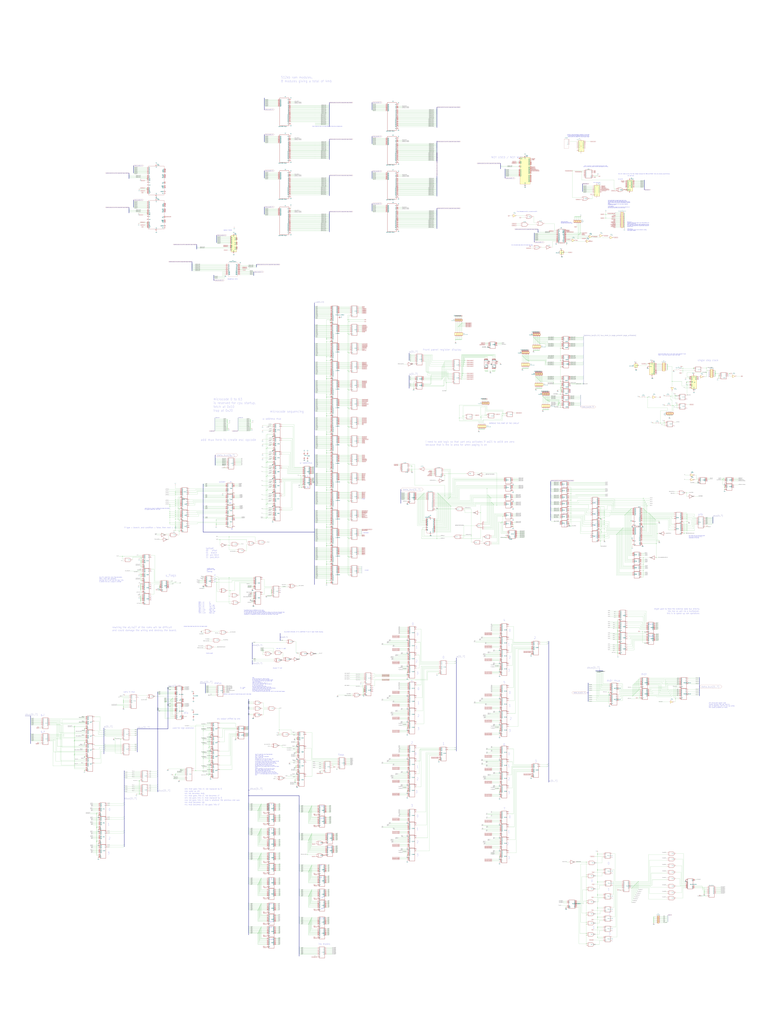
<source format=kicad_sch>
(kicad_sch (version 20231120) (generator "eeschema") (generator_version "8.0")
  (paper "User" 2100 2799.99)
  (lib_symbols
    (symbol "16550_1" (pin_names (offset 1.016))
      (property "Reference" "U13" (at 2.1941 44.45 0))
      (property "Value" "16550" (at 2.1941 41.91 0))
      (symbol "16550_1_1_1"
        (pin bidirectional line (at -25.4 35.56 0) (length 3.81) (name "D0") (number "1"))
        (pin input line (at 25.4 -5.08 180) (length 3.81) (name "SIN") (number "10"))
        (pin output line (at 25.4 -7.62 180) (length 3.81) (name "SOUT") (number "11"))
        (pin input line (at -25.4 5.08 0) (length 3.81) (name "CS0") (number "12"))
        (pin input line (at -25.4 2.54 0) (length 3.81) (name "CS1") (number "13"))
        (pin input line (at -25.4 0 0) (length 3.81) (name "~{CS2}") (number "14"))
        (pin output line (at 25.4 -30.48 180) (length 3.81) (name "~{BAUDOUT}") (number "15"))
        (pin input line (at -25.4 -5.08 0) (length 3.81) (name "XIN") (number "16"))
        (pin output line (at -25.4 -12.7 0) (length 3.81) (name "XOUT") (number "17"))
        (pin input line (at -25.4 -20.32 0) (length 3.81) (name "~{WR}") (number "18"))
        (pin input line (at -25.4 -22.86 0) (length 3.81) (name "WR") (number "19"))
        (pin bidirectional line (at -25.4 33.02 0) (length 3.81) (name "D1") (number "2"))
        (pin power_in line (at 0 -43.18 90) (length 3.81) (name "GND") (number "20"))
        (pin input line (at -25.4 -27.94 0) (length 3.81) (name "~{RD}") (number "21"))
        (pin input line (at -25.4 -25.4 0) (length 3.81) (name "RD") (number "22"))
        (pin output line (at 25.4 -20.32 180) (length 3.81) (name "DDIS") (number "23"))
        (pin output line (at 25.4 -17.78 180) (length 3.81) (name "~{TXRDY}") (number "24"))
        (pin input line (at -25.4 -30.48 0) (length 3.81) (name "~{ADS}") (number "25"))
        (pin input line (at -25.4 7.62 0) (length 3.81) (name "A2") (number "26"))
        (pin input line (at -25.4 10.16 0) (length 3.81) (name "A1") (number "27"))
        (pin input line (at -25.4 12.7 0) (length 3.81) (name "A0") (number "28"))
        (pin output line (at 25.4 -15.24 180) (length 3.81) (name "~{RXRDY}") (number "29"))
        (pin bidirectional line (at -25.4 30.48 0) (length 3.81) (name "D2") (number "3"))
        (pin output line (at -25.4 -33.02 0) (length 3.81) (name "INTR") (number "30"))
        (pin output line (at 25.4 7.62 180) (length 3.81) (name "~{OUT2}") (number "31"))
        (pin output line (at 25.4 10.16 180) (length 3.81) (name "~{RTS}") (number "32"))
        (pin output line (at 25.4 12.7 180) (length 3.81) (name "~{DTR}") (number "33"))
        (pin output line (at 25.4 15.24 180) (length 3.81) (name "~{OUT1}") (number "34"))
        (pin input line (at -25.4 -35.56 0) (length 3.81) (name "MR") (number "35"))
        (pin input line (at 25.4 22.86 180) (length 3.81) (name "~{CTS}") (number "36"))
        (pin input line (at 25.4 25.4 180) (length 3.81) (name "~{DSR}") (number "37"))
        (pin input line (at 25.4 27.94 180) (length 3.81) (name "~{DCD}") (number "38"))
        (pin input line (at 25.4 30.48 180) (length 3.81) (name "~{RI}") (number "39"))
        (pin bidirectional line (at -25.4 27.94 0) (length 3.81) (name "D3") (number "4"))
        (pin power_in line (at 0 43.18 270) (length 3.81) (name "VCC") (number "40"))
        (pin bidirectional line (at -25.4 25.4 0) (length 3.81) (name "D4") (number "5"))
        (pin bidirectional line (at -25.4 22.86 0) (length 3.81) (name "D5") (number "6"))
        (pin bidirectional line (at -25.4 20.32 0) (length 3.81) (name "D6") (number "7"))
        (pin bidirectional line (at -25.4 17.78 0) (length 3.81) (name "D7") (number "8"))
        (pin input line (at 25.4 -35.56 180) (length 3.81) (name "RCLK") (number "9"))
      )
    )
    (symbol "4xxx:4040" (pin_names (offset 1.016))
      (property "Reference" "U" (at -7.62 16.51 0))
      (property "Value" "4040" (at -7.62 -19.05 0))
      (symbol "4040_1_0"
        (pin output line (at 12.7 -15.24 180) (length 5.08) (name "Q11") (number "1"))
        (pin input inverted_clock (at -12.7 12.7 0) (length 5.08) (name "CLK") (number "10"))
        (pin input line (at -12.7 5.08 0) (length 5.08) (name "Reset") (number "11"))
        (pin output line (at 12.7 -7.62 180) (length 5.08) (name "Q8") (number "12"))
        (pin output line (at 12.7 -5.08 180) (length 5.08) (name "Q7") (number "13"))
        (pin output line (at 12.7 -10.16 180) (length 5.08) (name "Q9") (number "14"))
        (pin output line (at 12.7 -12.7 180) (length 5.08) (name "Q10") (number "15"))
        (pin power_in line (at 0 20.32 270) (length 5.08) (name "VDD") (number "16"))
        (pin output line (at 12.7 0 180) (length 5.08) (name "Q5") (number "2"))
        (pin output line (at 12.7 2.54 180) (length 5.08) (name "Q4") (number "3"))
        (pin output line (at 12.7 -2.54 180) (length 5.08) (name "Q6") (number "4"))
        (pin output line (at 12.7 5.08 180) (length 5.08) (name "Q3") (number "5"))
        (pin output line (at 12.7 7.62 180) (length 5.08) (name "Q2") (number "6"))
        (pin output line (at 12.7 10.16 180) (length 5.08) (name "Q1") (number "7"))
        (pin power_in line (at 0 -22.86 90) (length 5.08) (name "VSS") (number "8"))
        (pin output line (at 12.7 12.7 180) (length 5.08) (name "Q0") (number "9"))
      )
    )
    (symbol "74138N_1"
      (property "Reference" "IC116" (at -5.08 11.176 0))
      (property "Value" "74138N" (at -10.16 -15.24 0))
      (symbol "74138N_1_1_0"
        (pin input line (at -15.24 7.62 0) (length 5.08) (name "A") (number "1"))
        (pin output inverted (at 12.7 -5.08 180) (length 5.08) (name "Y5") (number "10"))
        (pin output inverted (at 12.7 -2.54 180) (length 5.08) (name "Y4") (number "11"))
        (pin output inverted (at 12.7 0 180) (length 5.08) (name "Y3") (number "12"))
        (pin output inverted (at 12.7 2.54 180) (length 5.08) (name "Y2") (number "13"))
        (pin output inverted (at 12.7 5.08 180) (length 5.08) (name "Y1") (number "14"))
        (pin output inverted (at 12.7 7.62 180) (length 5.08) (name "Y0") (number "15"))
        (pin input line (at -15.24 5.08 0) (length 5.08) (name "B") (number "2"))
        (pin input line (at -15.24 2.54 0) (length 5.08) (name "C") (number "3"))
        (pin input inverted (at -15.24 -7.62 0) (length 5.08) (name "G2A") (number "4"))
        (pin input inverted (at -15.24 -10.16 0) (length 5.08) (name "G2B") (number "5"))
        (pin input line (at -15.24 -5.08 0) (length 5.08) (name "G1") (number "6"))
        (pin output inverted (at 12.7 -10.16 180) (length 5.08) (name "Y7") (number "7"))
        (pin output inverted (at 12.7 -7.62 180) (length 5.08) (name "Y6") (number "9"))
      )
      (symbol "74138N_1_2_0"
        (text "GND" (at 1.905 -7.62 900) (effects (font (size 1.27 1.0795)) (justify left bottom)))
        (text "VCC" (at 1.905 5.08 900) (effects (font (size 1.27 1.0795)) (justify left bottom)))
        (pin power_in line (at 0 10.16 270) (length 7.62) (name "VCC") (number "16"))
        (pin power_in line (at 0 -10.16 90) (length 7.62) (name "GND") (number "8"))
      )
    )
    (symbol "74138N_2"
      (property "Reference" "IC176" (at -0.635 -0.635 0))
      (property "Value" "74138N" (at -10.16 -15.24 0))
      (symbol "74138N_2_1_0"
        (pin input line (at -15.24 7.62 0) (length 5.08) (name "A") (number "1"))
        (pin output inverted (at 12.7 -5.08 180) (length 5.08) (name "Y5") (number "10"))
        (pin output inverted (at 12.7 -2.54 180) (length 5.08) (name "Y4") (number "11"))
        (pin output inverted (at 12.7 0 180) (length 5.08) (name "Y3") (number "12"))
        (pin output inverted (at 12.7 2.54 180) (length 5.08) (name "Y2") (number "13"))
        (pin output inverted (at 12.7 5.08 180) (length 5.08) (name "Y1") (number "14"))
        (pin output inverted (at 12.7 7.62 180) (length 5.08) (name "Y0") (number "15"))
        (pin input line (at -15.24 5.08 0) (length 5.08) (name "B") (number "2"))
        (pin input line (at -15.24 2.54 0) (length 5.08) (name "C") (number "3"))
        (pin input inverted (at -15.24 -7.62 0) (length 5.08) (name "G2A") (number "4"))
        (pin input inverted (at -15.24 -10.16 0) (length 5.08) (name "G2B") (number "5"))
        (pin input line (at -15.24 -5.08 0) (length 5.08) (name "G1") (number "6"))
        (pin output inverted (at 12.7 -10.16 180) (length 5.08) (name "Y7") (number "7"))
        (pin output inverted (at 12.7 -7.62 180) (length 5.08) (name "Y6") (number "9"))
      )
      (symbol "74138N_2_2_0"
        (text "GND" (at 1.905 -7.62 900) (effects (font (size 1.27 1.0795)) (justify left bottom)))
        (text "VCC" (at 1.905 5.08 900) (effects (font (size 1.27 1.0795)) (justify left bottom)))
        (pin power_in line (at 0 10.16 270) (length 7.62) (name "VCC") (number "16"))
        (pin power_in line (at 0 -10.16 90) (length 7.62) (name "GND") (number "8"))
      )
    )
    (symbol "74xx:74HC04"
      (property "Reference" "U" (at 0 1.27 0))
      (property "Value" "74HC04" (at 0 -1.27 0))
      (symbol "74HC04_1_0"
        (pin input line (at -7.62 0 0) (length 3.81) (name "~") (number "1"))
        (pin output inverted (at 7.62 0 180) (length 3.81) (name "~") (number "2"))
      )
      (symbol "74HC04_2_0"
        (pin input line (at -7.62 0 0) (length 3.81) (name "~") (number "3"))
        (pin output inverted (at 7.62 0 180) (length 3.81) (name "~") (number "4"))
      )
      (symbol "74HC04_3_0"
        (pin input line (at -7.62 0 0) (length 3.81) (name "~") (number "5"))
        (pin output inverted (at 7.62 0 180) (length 3.81) (name "~") (number "6"))
      )
      (symbol "74HC04_4_0"
        (pin output inverted (at 7.62 0 180) (length 3.81) (name "~") (number "8"))
        (pin input line (at -7.62 0 0) (length 3.81) (name "~") (number "9"))
      )
      (symbol "74HC04_5_0"
        (pin output inverted (at 7.62 0 180) (length 3.81) (name "~") (number "10"))
        (pin input line (at -7.62 0 0) (length 3.81) (name "~") (number "11"))
      )
      (symbol "74HC04_6_0"
        (pin output inverted (at 7.62 0 180) (length 3.81) (name "~") (number "12"))
        (pin input line (at -7.62 0 0) (length 3.81) (name "~") (number "13"))
      )
      (symbol "74HC04_7_0"
        (pin power_in line (at 0 12.7 270) (length 5.08) (name "VCC") (number "14"))
        (pin power_in line (at 0 -12.7 90) (length 5.08) (name "GND") (number "7"))
      )
    )
    (symbol "74xx:74HCT244"
      (property "Reference" "U" (at -7.62 16.51 0))
      (property "Value" "74HCT244" (at -7.62 -16.51 0))
      (symbol "74HCT244_1_0"
        (pin input inverted (at -12.7 -10.16 0) (length 5.08) (name "1OE") (number "1"))
        (pin power_in line (at 0 -20.32 90) (length 5.08) (name "GND") (number "10"))
        (pin input line (at -12.7 -5.08 0) (length 5.08) (name "2A3") (number "11"))
        (pin tri_state line (at 12.7 5.08 180) (length 5.08) (name "1Y3") (number "12"))
        (pin input line (at -12.7 -2.54 0) (length 5.08) (name "2A2") (number "13"))
        (pin tri_state line (at 12.7 7.62 180) (length 5.08) (name "1Y2") (number "14"))
        (pin input line (at -12.7 0 0) (length 5.08) (name "2A1") (number "15"))
        (pin tri_state line (at 12.7 10.16 180) (length 5.08) (name "1Y1") (number "16"))
        (pin input line (at -12.7 2.54 0) (length 5.08) (name "2A0") (number "17"))
        (pin tri_state line (at 12.7 12.7 180) (length 5.08) (name "1Y0") (number "18"))
        (pin input inverted (at -12.7 -12.7 0) (length 5.08) (name "2OE") (number "19"))
        (pin input line (at -12.7 12.7 0) (length 5.08) (name "1A0") (number "2"))
        (pin power_in line (at 0 20.32 270) (length 5.08) (name "VCC") (number "20"))
        (pin tri_state line (at 12.7 2.54 180) (length 5.08) (name "2Y0") (number "3"))
        (pin input line (at -12.7 10.16 0) (length 5.08) (name "1A1") (number "4"))
        (pin tri_state line (at 12.7 0 180) (length 5.08) (name "2Y1") (number "5"))
        (pin input line (at -12.7 7.62 0) (length 5.08) (name "1A2") (number "6"))
        (pin tri_state line (at 12.7 -2.54 180) (length 5.08) (name "2Y2") (number "7"))
        (pin input line (at -12.7 5.08 0) (length 5.08) (name "1A3") (number "8"))
        (pin tri_state line (at 12.7 -5.08 180) (length 5.08) (name "2Y3") (number "9"))
      )
    )
    (symbol "74xx:74LS06" (pin_names (offset 1.016))
      (property "Reference" "U" (at 0 1.27 0))
      (property "Value" "74LS06" (at 0 -1.27 0))
      (symbol "74LS06_1_0"
        (pin input line (at -7.62 0 0) (length 3.81) (name "~") (number "1"))
        (pin open_collector inverted (at 7.62 0 180) (length 3.81) (name "~") (number "2"))
      )
      (symbol "74LS06_2_0"
        (pin input line (at -7.62 0 0) (length 3.81) (name "~") (number "3"))
        (pin open_collector inverted (at 7.62 0 180) (length 3.81) (name "~") (number "4"))
      )
      (symbol "74LS06_3_0"
        (pin input line (at -7.62 0 0) (length 3.81) (name "~") (number "5"))
        (pin open_collector inverted (at 7.62 0 180) (length 3.81) (name "~") (number "6"))
      )
      (symbol "74LS06_4_0"
        (pin open_collector inverted (at 7.62 0 180) (length 3.81) (name "~") (number "8"))
        (pin input line (at -7.62 0 0) (length 3.81) (name "~") (number "9"))
      )
      (symbol "74LS06_5_0"
        (pin open_collector inverted (at 7.62 0 180) (length 3.81) (name "~") (number "10"))
        (pin input line (at -7.62 0 0) (length 3.81) (name "~") (number "11"))
      )
      (symbol "74LS06_6_0"
        (pin open_collector inverted (at 7.62 0 180) (length 3.81) (name "~") (number "12"))
        (pin input line (at -7.62 0 0) (length 3.81) (name "~") (number "13"))
      )
      (symbol "74LS06_7_0"
        (pin power_in line (at 0 12.7 270) (length 5.08) (name "VCC") (number "14"))
        (pin power_in line (at 0 -12.7 90) (length 5.08) (name "GND") (number "7"))
      )
    )
    (symbol "74xx:74LS173" (pin_names (offset 1.016))
      (property "Reference" "U" (at -7.62 19.05 0))
      (property "Value" "74LS173" (at -7.62 -19.05 0))
      (symbol "74LS173_1_0"
        (pin input inverted (at -12.7 2.54 0) (length 5.08) (name "Oe1") (number "1"))
        (pin input inverted (at -12.7 -7.62 0) (length 5.08) (name "E2") (number "10"))
        (pin input line (at -12.7 7.62 0) (length 5.08) (name "D3") (number "11"))
        (pin input line (at -12.7 10.16 0) (length 5.08) (name "D2") (number "12"))
        (pin input line (at -12.7 12.7 0) (length 5.08) (name "D1") (number "13"))
        (pin input line (at -12.7 15.24 0) (length 5.08) (name "D0") (number "14"))
        (pin input line (at -12.7 -15.24 0) (length 5.08) (name "Mr") (number "15"))
        (pin power_in line (at 0 22.86 270) (length 5.08) (name "VCC") (number "16"))
        (pin input inverted (at -12.7 0 0) (length 5.08) (name "Oe2") (number "2"))
        (pin tri_state line (at 12.7 15.24 180) (length 5.08) (name "Q0") (number "3"))
        (pin tri_state line (at 12.7 12.7 180) (length 5.08) (name "Q1") (number "4"))
        (pin tri_state line (at 12.7 10.16 180) (length 5.08) (name "Q2") (number "5"))
        (pin tri_state line (at 12.7 7.62 180) (length 5.08) (name "Q3") (number "6"))
        (pin input clock (at -12.7 -10.16 0) (length 5.08) (name "Cp") (number "7"))
        (pin power_in line (at 0 -22.86 90) (length 5.08) (name "GND") (number "8"))
        (pin input inverted (at -12.7 -5.08 0) (length 5.08) (name "E1") (number "9"))
      )
    )
    (symbol "74xx:74LS244" (pin_names (offset 1.016))
      (property "Reference" "U" (at -7.62 16.51 0))
      (property "Value" "74LS244" (at -7.62 -16.51 0))
      (symbol "74LS244_1_0"
        (pin input inverted (at -12.7 -10.16 0) (length 5.08) (name "OEa") (number "1"))
        (pin power_in line (at 0 -20.32 90) (length 5.08) (name "GND") (number "10"))
        (pin input line (at -12.7 2.54 0) (length 5.08) (name "I0b") (number "11"))
        (pin tri_state line (at 12.7 5.08 180) (length 5.08) (name "O3a") (number "12"))
        (pin input line (at -12.7 0 0) (length 5.08) (name "I1b") (number "13"))
        (pin tri_state line (at 12.7 7.62 180) (length 5.08) (name "O2a") (number "14"))
        (pin input line (at -12.7 -2.54 0) (length 5.08) (name "I2b") (number "15"))
        (pin tri_state line (at 12.7 10.16 180) (length 5.08) (name "O1a") (number "16"))
        (pin input line (at -12.7 -5.08 0) (length 5.08) (name "I3b") (number "17"))
        (pin tri_state line (at 12.7 12.7 180) (length 5.08) (name "O0a") (number "18"))
        (pin input inverted (at -12.7 -12.7 0) (length 5.08) (name "OEb") (number "19"))
        (pin input line (at -12.7 12.7 0) (length 5.08) (name "I0a") (number "2"))
        (pin power_in line (at 0 20.32 270) (length 5.08) (name "VCC") (number "20"))
        (pin tri_state line (at 12.7 -5.08 180) (length 5.08) (name "O3b") (number "3"))
        (pin input line (at -12.7 10.16 0) (length 5.08) (name "I1a") (number "4"))
        (pin tri_state line (at 12.7 -2.54 180) (length 5.08) (name "O2b") (number "5"))
        (pin input line (at -12.7 7.62 0) (length 5.08) (name "I2a") (number "6"))
        (pin tri_state line (at 12.7 0 180) (length 5.08) (name "O1b") (number "7"))
        (pin input line (at -12.7 5.08 0) (length 5.08) (name "I3a") (number "8"))
        (pin tri_state line (at 12.7 2.54 180) (length 5.08) (name "O0b") (number "9"))
      )
    )
    (symbol "74xx:74LS377" (pin_names (offset 1.016))
      (property "Reference" "U" (at -7.62 16.51 0))
      (property "Value" "74LS377" (at -7.62 -16.51 0))
      (symbol "74LS377_1_0"
        (pin input line (at -12.7 -12.7 0) (length 5.08) (name "~{E}") (number "1"))
        (pin power_in line (at 0 -20.32 90) (length 5.08) (name "GND") (number "10"))
        (pin input clock (at -12.7 -10.16 0) (length 5.08) (name "CP") (number "11"))
        (pin output line (at 12.7 2.54 180) (length 5.08) (name "Q4") (number "12"))
        (pin input line (at -12.7 2.54 0) (length 5.08) (name "D4") (number "13"))
        (pin input line (at -12.7 0 0) (length 5.08) (name "D5") (number "14"))
        (pin output line (at 12.7 0 180) (length 5.08) (name "Q5") (number "15"))
        (pin output line (at 12.7 -2.54 180) (length 5.08) (name "Q6") (number "16"))
        (pin input line (at -12.7 -2.54 0) (length 5.08) (name "D6") (number "17"))
        (pin input line (at -12.7 -5.08 0) (length 5.08) (name "D7") (number "18"))
        (pin output line (at 12.7 -5.08 180) (length 5.08) (name "Q7") (number "19"))
        (pin output line (at 12.7 12.7 180) (length 5.08) (name "Q0") (number "2"))
        (pin power_in line (at 0 20.32 270) (length 5.08) (name "VCC") (number "20"))
        (pin input line (at -12.7 12.7 0) (length 5.08) (name "D0") (number "3"))
        (pin input line (at -12.7 10.16 0) (length 5.08) (name "D1") (number "4"))
        (pin output line (at 12.7 10.16 180) (length 5.08) (name "Q1") (number "5"))
        (pin output line (at 12.7 7.62 180) (length 5.08) (name "Q2") (number "6"))
        (pin input line (at -12.7 7.62 0) (length 5.08) (name "D2") (number "7"))
        (pin input line (at -12.7 5.08 0) (length 5.08) (name "D3") (number "8"))
        (pin output line (at 12.7 5.08 180) (length 5.08) (name "Q3") (number "9"))
      )
    )
    (symbol "Connector_Generic:Conn_02x17_Odd_Even" (pin_names (offset 1.016) hide)
      (property "Reference" "J" (at 1.27 22.86 0))
      (property "Value" "Conn_02x17_Odd_Even" (at 1.27 -22.86 0))
      (symbol "Conn_02x17_Odd_Even_1_1"
        (pin passive line (at -5.08 20.32 0) (length 3.81) (name "Pin_1") (number "1"))
        (pin passive line (at 7.62 10.16 180) (length 3.81) (name "Pin_10") (number "10"))
        (pin passive line (at -5.08 7.62 0) (length 3.81) (name "Pin_11") (number "11"))
        (pin passive line (at 7.62 7.62 180) (length 3.81) (name "Pin_12") (number "12"))
        (pin passive line (at -5.08 5.08 0) (length 3.81) (name "Pin_13") (number "13"))
        (pin passive line (at 7.62 5.08 180) (length 3.81) (name "Pin_14") (number "14"))
        (pin passive line (at -5.08 2.54 0) (length 3.81) (name "Pin_15") (number "15"))
        (pin passive line (at 7.62 2.54 180) (length 3.81) (name "Pin_16") (number "16"))
        (pin passive line (at -5.08 0 0) (length 3.81) (name "Pin_17") (number "17"))
        (pin passive line (at 7.62 0 180) (length 3.81) (name "Pin_18") (number "18"))
        (pin passive line (at -5.08 -2.54 0) (length 3.81) (name "Pin_19") (number "19"))
        (pin passive line (at 7.62 20.32 180) (length 3.81) (name "Pin_2") (number "2"))
        (pin passive line (at 7.62 -2.54 180) (length 3.81) (name "Pin_20") (number "20"))
        (pin passive line (at -5.08 -5.08 0) (length 3.81) (name "Pin_21") (number "21"))
        (pin passive line (at 7.62 -5.08 180) (length 3.81) (name "Pin_22") (number "22"))
        (pin passive line (at -5.08 -7.62 0) (length 3.81) (name "Pin_23") (number "23"))
        (pin passive line (at 7.62 -7.62 180) (length 3.81) (name "Pin_24") (number "24"))
        (pin passive line (at -5.08 -10.16 0) (length 3.81) (name "Pin_25") (number "25"))
        (pin passive line (at 7.62 -10.16 180) (length 3.81) (name "Pin_26") (number "26"))
        (pin passive line (at -5.08 -12.7 0) (length 3.81) (name "Pin_27") (number "27"))
        (pin passive line (at 7.62 -12.7 180) (length 3.81) (name "Pin_28") (number "28"))
        (pin passive line (at -5.08 -15.24 0) (length 3.81) (name "Pin_29") (number "29"))
        (pin passive line (at -5.08 17.78 0) (length 3.81) (name "Pin_3") (number "3"))
        (pin passive line (at 7.62 -15.24 180) (length 3.81) (name "Pin_30") (number "30"))
        (pin passive line (at -5.08 -17.78 0) (length 3.81) (name "Pin_31") (number "31"))
        (pin passive line (at 7.62 -17.78 180) (length 3.81) (name "Pin_32") (number "32"))
        (pin passive line (at -5.08 -20.32 0) (length 3.81) (name "Pin_33") (number "33"))
        (pin passive line (at 7.62 -20.32 180) (length 3.81) (name "Pin_34") (number "34"))
        (pin passive line (at 7.62 17.78 180) (length 3.81) (name "Pin_4") (number "4"))
        (pin passive line (at -5.08 15.24 0) (length 3.81) (name "Pin_5") (number "5"))
        (pin passive line (at 7.62 15.24 180) (length 3.81) (name "Pin_6") (number "6"))
        (pin passive line (at -5.08 12.7 0) (length 3.81) (name "Pin_7") (number "7"))
        (pin passive line (at 7.62 12.7 180) (length 3.81) (name "Pin_8") (number "8"))
        (pin passive line (at -5.08 10.16 0) (length 3.81) (name "Pin_9") (number "9"))
      )
    )
    (symbol "Device:C" (pin_numbers hide) (pin_names (offset 0.254))
      (property "Reference" "C" (at 0.635 2.54 0))
      (property "Value" "C" (at 0.635 -2.54 0))
      (symbol "C_1_1"
        (pin passive line (at 0 3.81 270) (length 2.794) (name "~") (number "1"))
        (pin passive line (at 0 -3.81 90) (length 2.794) (name "~") (number "2"))
      )
    )
    (symbol "Device:R_Pack08" (pin_names (offset 0) hide)
      (property "Reference" "RN" (at -12.7 0 90))
      (property "Value" "R_Pack08" (at 10.16 0 90))
      (symbol "R_Pack08_1_1"
        (pin passive line (at -10.16 -5.08 90) (length 2.54) (name "R1.1") (number "1"))
        (pin passive line (at 5.08 5.08 270) (length 2.54) (name "R7.2") (number "10"))
        (pin passive line (at 2.54 5.08 270) (length 2.54) (name "R6.2") (number "11"))
        (pin passive line (at 0 5.08 270) (length 2.54) (name "R5.2") (number "12"))
        (pin passive line (at -2.54 5.08 270) (length 2.54) (name "R4.2") (number "13"))
        (pin passive line (at -5.08 5.08 270) (length 2.54) (name "R3.2") (number "14"))
        (pin passive line (at -7.62 5.08 270) (length 2.54) (name "R2.2") (number "15"))
        (pin passive line (at -10.16 5.08 270) (length 2.54) (name "R1.2") (number "16"))
        (pin passive line (at -7.62 -5.08 90) (length 2.54) (name "R2.1") (number "2"))
        (pin passive line (at -5.08 -5.08 90) (length 2.54) (name "R3.1") (number "3"))
        (pin passive line (at -2.54 -5.08 90) (length 2.54) (name "R4.1") (number "4"))
        (pin passive line (at 0 -5.08 90) (length 2.54) (name "R5.1") (number "5"))
        (pin passive line (at 2.54 -5.08 90) (length 2.54) (name "R6.1") (number "6"))
        (pin passive line (at 5.08 -5.08 90) (length 2.54) (name "R7.1") (number "7"))
        (pin passive line (at 7.62 -5.08 90) (length 2.54) (name "R8.1") (number "8"))
        (pin passive line (at 7.62 5.08 270) (length 2.54) (name "R8.2") (number "9"))
      )
    )
    (symbol "HTIL311A_1"
      (property "Reference" "DIS2" (at -3.5277 -3.3827 0))
      (symbol "HTIL311A_1_0_0"
        (pin input line (at 8.89 0 180) (length 5.08) (name "LEDSUP") (number "1"))
        (pin power_in line (at 8.89 5.08 180) (length 5.08) (name "VCC") (number "14"))
        (pin power_in line (at 8.89 2.54 180) (length 5.08) (name "GND") (number "7"))
      )
      (symbol "HTIL311A_1_1_0"
        (pin input line (at 2.54 -13.97 90) (length 2.54) (name "DP-R") (number "10"))
        (pin input line (at 2.54 13.97 270) (length 2.54) (name "D3") (number "12"))
        (pin input line (at 0 13.97 270) (length 2.54) (name "D2") (number "13"))
        (pin input line (at -2.54 13.97 270) (length 2.54) (name "D1") (number "2"))
        (pin input line (at -5.08 13.97 270) (length 2.54) (name "D0") (number "3"))
        (pin input line (at -2.54 -13.97 90) (length 2.54) (name "DP-L") (number "4"))
        (pin input line (at -5.08 -13.97 90) (length 2.54) (name "L-SI") (number "5"))
        (pin input line (at 0 -13.97 90) (length 2.54) (name "BI") (number "8"))
      )
      (symbol "HTIL311A_1_1_1"
        (text "GND" (at 1.8828 2.4743 0) (effects (font (size 1 1))))
        (text "LED VCC" (at 0.3258 -0.0453 0) (effects (font (size 1 1))))
        (text "Logic VCC" (at -0.3536 5.0788 0) (effects (font (size 1 1))))
      )
      (symbol "HTIL311A_1_2_0"
        (text "GND" (at 1.905 -5.842 900) (effects (font (size 1.27 1.0795)) (justify left bottom)))
        (text "LED" (at -6.477 1.905 900) (effects (font (size 1.27 1.0795)) (justify right top)))
        (text "SUP" (at -4.826 1.905 900) (effects (font (size 1.27 1.0795)) (justify right top)))
        (text "VCC" (at 1.905 2.413 900) (effects (font (size 1.27 1.0795)) (justify left bottom)))
      )
    )
    (symbol "Interface:8255" (pin_names (offset 1.016))
      (property "Reference" "PIO_0" (at 2.1941 41.91 0))
      (property "Value" "8255" (at 2.1941 39.37 0))
      (symbol "8255_1_1"
        (pin bidirectional line (at 17.78 25.4 180) (length 3.81) (name "PA3") (number "1"))
        (pin bidirectional line (at 17.78 -30.48 180) (length 3.81) (name "PC7") (number "10"))
        (pin bidirectional line (at 17.78 -27.94 180) (length 3.81) (name "PC6") (number "11"))
        (pin bidirectional line (at 17.78 -25.4 180) (length 3.81) (name "PC5") (number "12"))
        (pin bidirectional line (at 17.78 -22.86 180) (length 3.81) (name "PC4") (number "13"))
        (pin bidirectional line (at 17.78 -12.7 180) (length 3.81) (name "PC0") (number "14"))
        (pin bidirectional line (at 17.78 -15.24 180) (length 3.81) (name "PC1") (number "15"))
        (pin bidirectional line (at 17.78 -17.78 180) (length 3.81) (name "PC2") (number "16"))
        (pin bidirectional line (at 17.78 -20.32 180) (length 3.81) (name "PC3") (number "17"))
        (pin bidirectional line (at 17.78 10.16 180) (length 3.81) (name "PB0") (number "18"))
        (pin bidirectional line (at 17.78 7.62 180) (length 3.81) (name "PB1") (number "19"))
        (pin bidirectional line (at 17.78 27.94 180) (length 3.81) (name "PA2") (number "2"))
        (pin bidirectional line (at 17.78 5.08 180) (length 3.81) (name "PB2") (number "20"))
        (pin bidirectional line (at 17.78 2.54 180) (length 3.81) (name "PB3") (number "21"))
        (pin bidirectional line (at 17.78 0 180) (length 3.81) (name "PB4") (number "22"))
        (pin bidirectional line (at 17.78 -2.54 180) (length 3.81) (name "PB5") (number "23"))
        (pin bidirectional line (at 17.78 -5.08 180) (length 3.81) (name "PB6") (number "24"))
        (pin bidirectional line (at 17.78 -7.62 180) (length 3.81) (name "PB7") (number "25"))
        (pin power_in line (at 0 40.64 270) (length 3.81) (name "VCC") (number "26"))
        (pin bidirectional line (at -17.78 -15.24 0) (length 3.81) (name "D7") (number "27"))
        (pin bidirectional line (at -17.78 -12.7 0) (length 3.81) (name "D6") (number "28"))
        (pin bidirectional line (at -17.78 -10.16 0) (length 3.81) (name "D5") (number "29"))
        (pin bidirectional line (at 17.78 30.48 180) (length 3.81) (name "PA1") (number "3"))
        (pin bidirectional line (at -17.78 -7.62 0) (length 3.81) (name "D4") (number "30"))
        (pin bidirectional line (at -17.78 -5.08 0) (length 3.81) (name "D3") (number "31"))
        (pin bidirectional line (at -17.78 -2.54 0) (length 3.81) (name "D2") (number "32"))
        (pin bidirectional line (at -17.78 0 0) (length 3.81) (name "D1") (number "33"))
        (pin bidirectional line (at -17.78 2.54 0) (length 3.81) (name "D0") (number "34"))
        (pin input line (at -17.78 33.02 0) (length 3.81) (name "RESET") (number "35"))
        (pin input line (at -17.78 20.32 0) (length 3.81) (name "~{WR}") (number "36"))
        (pin bidirectional line (at 17.78 15.24 180) (length 3.81) (name "PA7") (number "37"))
        (pin bidirectional line (at 17.78 17.78 180) (length 3.81) (name "PA6") (number "38"))
        (pin bidirectional line (at 17.78 20.32 180) (length 3.81) (name "PA5") (number "39"))
        (pin bidirectional line (at 17.78 33.02 180) (length 3.81) (name "PA0") (number "4"))
        (pin bidirectional line (at 17.78 22.86 180) (length 3.81) (name "PA4") (number "40"))
        (pin input line (at -17.78 22.86 0) (length 3.81) (name "~{RD}") (number "5"))
        (pin input line (at -17.78 25.4 0) (length 3.81) (name "~{CS}") (number "6"))
        (pin power_in line (at 0 -40.64 90) (length 3.81) (name "GND") (number "7"))
        (pin input line (at -17.78 10.16 0) (length 3.81) (name "A1") (number "8"))
        (pin input line (at -17.78 12.7 0) (length 3.81) (name "A0") (number "9"))
      )
    )
    (symbol "Interface_UART:16550" (pin_names (offset 1.016))
      (property "Reference" "U14" (at 2.1941 44.45 0))
      (property "Value" "16550" (at 2.1941 41.91 0))
      (symbol "16550_1_1"
        (pin bidirectional line (at -25.4 35.56 0) (length 3.81) (name "D0") (number "1"))
        (pin input line (at 25.4 -5.08 180) (length 3.81) (name "SIN") (number "10"))
        (pin output line (at 25.4 -7.62 180) (length 3.81) (name "SOUT") (number "11"))
        (pin input line (at -25.4 5.08 0) (length 3.81) (name "CS0") (number "12"))
        (pin input line (at -25.4 2.54 0) (length 3.81) (name "CS1") (number "13"))
        (pin input line (at -25.4 0 0) (length 3.81) (name "~{CS2}") (number "14"))
        (pin output line (at 25.4 -30.48 180) (length 3.81) (name "~{BAUDOUT}") (number "15"))
        (pin input line (at -25.4 -5.08 0) (length 3.81) (name "XIN") (number "16"))
        (pin output line (at -25.4 -12.7 0) (length 3.81) (name "XOUT") (number "17"))
        (pin input line (at -25.4 -20.32 0) (length 3.81) (name "~{WR}") (number "18"))
        (pin input line (at -25.4 -22.86 0) (length 3.81) (name "WR") (number "19"))
        (pin bidirectional line (at -25.4 33.02 0) (length 3.81) (name "D1") (number "2"))
        (pin power_in line (at 0 -43.18 90) (length 3.81) (name "GND") (number "20"))
        (pin input line (at -25.4 -27.94 0) (length 3.81) (name "~{RD}") (number "21"))
        (pin input line (at -25.4 -25.4 0) (length 3.81) (name "RD") (number "22"))
        (pin output line (at 25.4 -20.32 180) (length 3.81) (name "DDIS") (number "23"))
        (pin output line (at 25.4 -17.78 180) (length 3.81) (name "~{TXRDY}") (number "24"))
        (pin input line (at -25.4 -30.48 0) (length 3.81) (name "~{ADS}") (number "25"))
        (pin input line (at -25.4 7.62 0) (length 3.81) (name "A2") (number "26"))
        (pin input line (at -25.4 10.16 0) (length 3.81) (name "A1") (number "27"))
        (pin input line (at -25.4 12.7 0) (length 3.81) (name "A0") (number "28"))
        (pin output line (at 25.4 -15.24 180) (length 3.81) (name "~{RXRDY}") (number "29"))
        (pin bidirectional line (at -25.4 30.48 0) (length 3.81) (name "D2") (number "3"))
        (pin output line (at -25.4 -33.02 0) (length 3.81) (name "INTR") (number "30"))
        (pin output line (at 25.4 7.62 180) (length 3.81) (name "~{OUT2}") (number "31"))
        (pin output line (at 25.4 10.16 180) (length 3.81) (name "~{RTS}") (number "32"))
        (pin output line (at 25.4 12.7 180) (length 3.81) (name "~{DTR}") (number "33"))
        (pin output line (at 25.4 15.24 180) (length 3.81) (name "~{OUT1}") (number "34"))
        (pin input line (at -25.4 -35.56 0) (length 3.81) (name "MR") (number "35"))
        (pin input line (at 25.4 22.86 180) (length 3.81) (name "~{CTS}") (number "36"))
        (pin input line (at 25.4 25.4 180) (length 3.81) (name "~{DSR}") (number "37"))
        (pin input line (at 25.4 27.94 180) (length 3.81) (name "~{DCD}") (number "38"))
        (pin input line (at 25.4 30.48 180) (length 3.81) (name "~{RI}") (number "39"))
        (pin bidirectional line (at -25.4 27.94 0) (length 3.81) (name "D3") (number "4"))
        (pin power_in line (at 0 43.18 270) (length 3.81) (name "VCC") (number "40"))
        (pin bidirectional line (at -25.4 25.4 0) (length 3.81) (name "D4") (number "5"))
        (pin bidirectional line (at -25.4 22.86 0) (length 3.81) (name "D5") (number "6"))
        (pin bidirectional line (at -25.4 20.32 0) (length 3.81) (name "D6") (number "7"))
        (pin bidirectional line (at -25.4 17.78 0) (length 3.81) (name "D7") (number "8"))
        (pin input line (at 25.4 -35.56 180) (length 3.81) (name "RCLK") (number "9"))
      )
    )
    (symbol "Memory_RAM:KM62256CLP"
      (property "Reference" "U15" (at 2.1941 25.4 0))
      (property "Value" "KM62256CLP" (at 2.1941 22.86 0))
      (symbol "KM62256CLP_0_0"
        (pin power_in line (at 0 -22.86 90) (length 2.54) (name "GND") (number "14"))
        (pin power_in line (at 0 22.86 270) (length 2.54) (name "VCC") (number "28"))
      )
      (symbol "KM62256CLP_1_1"
        (pin input line (at -12.7 -17.78 0) (length 2.54) (name "A14") (number "1"))
        (pin input line (at -12.7 17.78 0) (length 2.54) (name "A0") (number "10"))
        (pin tri_state line (at 12.7 17.78 180) (length 2.54) (name "Q0") (number "11"))
        (pin tri_state line (at 12.7 15.24 180) (length 2.54) (name "Q1") (number "12"))
        (pin tri_state line (at 12.7 12.7 180) (length 2.54) (name "Q2") (number "13"))
        (pin tri_state line (at 12.7 10.16 180) (length 2.54) (name "Q3") (number "15"))
        (pin tri_state line (at 12.7 7.62 180) (length 2.54) (name "Q4") (number "16"))
        (pin tri_state line (at 12.7 5.08 180) (length 2.54) (name "Q5") (number "17"))
        (pin tri_state line (at 12.7 2.54 180) (length 2.54) (name "Q6") (number "18"))
        (pin tri_state line (at 12.7 0 180) (length 2.54) (name "Q7") (number "19"))
        (pin input line (at -12.7 -12.7 0) (length 2.54) (name "A12") (number "2"))
        (pin input line (at 12.7 -5.08 180) (length 2.54) (name "~{CS}") (number "20"))
        (pin input line (at -12.7 -7.62 0) (length 2.54) (name "A10") (number "21"))
        (pin input line (at 12.7 -10.16 180) (length 2.54) (name "~{OE}") (number "22"))
        (pin input line (at -12.7 -10.16 0) (length 2.54) (name "A11") (number "23"))
        (pin input line (at -12.7 -5.08 0) (length 2.54) (name "A9") (number "24"))
        (pin input line (at -12.7 -2.54 0) (length 2.54) (name "A8") (number "25"))
        (pin input line (at -12.7 -15.24 0) (length 2.54) (name "A13") (number "26"))
        (pin input line (at 12.7 -12.7 180) (length 2.54) (name "~{WE}") (number "27"))
        (pin input line (at -12.7 0 0) (length 2.54) (name "A7") (number "3"))
        (pin input line (at -12.7 2.54 0) (length 2.54) (name "A6") (number "4"))
        (pin input line (at -12.7 5.08 0) (length 2.54) (name "A5") (number "5"))
        (pin input line (at -12.7 7.62 0) (length 2.54) (name "A4") (number "6"))
        (pin input line (at -12.7 10.16 0) (length 2.54) (name "A3") (number "7"))
        (pin input line (at -12.7 12.7 0) (length 2.54) (name "A2") (number "8"))
        (pin input line (at -12.7 15.24 0) (length 2.54) (name "A1") (number "9"))
      )
    )
    (symbol "New_Library:M48T02-200PC1" (pin_names (offset 0.254))
      (property "Reference" "U" (at 20.32 10.16 0))
      (property "Value" "M48T02-200PC1" (at 20.32 7.62 0))
      (symbol "M48T02-200PC1_1_1"
        (pin input line (at 0 0 0) (length 7.62) (name "A7") (number "1"))
        (pin bidirectional line (at 0 -22.86 0) (length 7.62) (name "DQ1") (number "10"))
        (pin bidirectional line (at 0 -25.4 0) (length 7.62) (name "DQ2") (number "11"))
        (pin power_in line (at 0 -27.94 0) (length 7.62) (name "GND") (number "12"))
        (pin bidirectional line (at 40.64 -27.94 180) (length 7.62) (name "DQ3") (number "13"))
        (pin bidirectional line (at 40.64 -25.4 180) (length 7.62) (name "DQ4") (number "14"))
        (pin bidirectional line (at 40.64 -22.86 180) (length 7.62) (name "DQ5") (number "15"))
        (pin bidirectional line (at 40.64 -20.32 180) (length 7.62) (name "DQ6") (number "16"))
        (pin bidirectional line (at 40.64 -17.78 180) (length 7.62) (name "DQ7") (number "17"))
        (pin input line (at 40.64 -15.24 180) (length 7.62) (name "*CE") (number "18"))
        (pin input line (at 40.64 -12.7 180) (length 7.62) (name "A10") (number "19"))
        (pin input line (at 0 -2.54 0) (length 7.62) (name "A6") (number "2"))
        (pin input line (at 40.64 -10.16 180) (length 7.62) (name "*OE") (number "20"))
        (pin input line (at 40.64 -7.62 180) (length 7.62) (name "*WE") (number "21"))
        (pin input line (at 40.64 -5.08 180) (length 7.62) (name "A9") (number "22"))
        (pin input line (at 40.64 -2.54 180) (length 7.62) (name "A8") (number "23"))
        (pin power_in line (at 40.64 0 180) (length 7.62) (name "VCC") (number "24"))
        (pin input line (at 0 -5.08 0) (length 7.62) (name "A5") (number "3"))
        (pin input line (at 0 -7.62 0) (length 7.62) (name "A4") (number "4"))
        (pin input line (at 0 -10.16 0) (length 7.62) (name "A3") (number "5"))
        (pin input line (at 0 -12.7 0) (length 7.62) (name "A2") (number "6"))
        (pin input line (at 0 -15.24 0) (length 7.62) (name "A1") (number "7"))
        (pin input line (at 0 -17.78 0) (length 7.62) (name "A0") (number "8"))
        (pin bidirectional line (at 0 -20.32 0) (length 7.62) (name "DQ0") (number "9"))
      )
    )
    (symbol "Oscillator:ACO-xxxMHz" (pin_names (offset 0.254))
      (property "Reference" "X" (at -5.08 6.35 0))
      (property "Value" "ACO-xxxMHz" (at 1.27 -6.35 0))
      (symbol "ACO-xxxMHz_1_1"
        (pin no_connect line (at -5.08 2.54 0) (length 2.54) hide (name "NC") (number "1"))
        (pin power_in line (at 0 7.62 270) (length 2.54) (name "Vcc") (number "14"))
        (pin power_in line (at 0 -7.62 90) (length 2.54) (name "GND") (number "7"))
        (pin output line (at 7.62 0 180) (length 2.54) (name "OUT") (number "8"))
      )
    )
    (symbol "SPDT_Switch:100SP1T1B4M2QE" (pin_names (offset 1.016))
      (property "Reference" "S" (at -2.54 5.08 0))
      (property "Value" "100SP1T1B4M2QE" (at -2.54 -5.08 0))
      (symbol "100SP1T1B4M2QE_0_0"
        (pin passive line (at 7.62 2.54 180) (length 2.54) (name "~") (number "1"))
        (pin passive line (at -7.62 0 0) (length 2.54) (name "~") (number "2"))
        (pin passive line (at 7.62 -2.54 180) (length 2.54) (name "~") (number "3"))
      )
    )
    (symbol "Sol-1:esp8266"
      (property "Reference" "esp8266" (at -3.81 26.416 0))
      (symbol "esp8266_1_1"
        (pin input line (at 5.08 22.86 180) (length 2.54) (name "rx") (number "0"))
        (pin output line (at 5.08 19.05 180) (length 2.54) (name "tx") (number "1"))
        (pin power_in line (at 5.08 15.24 180) (length 2.54) (name "vcc") (number "2"))
        (pin power_in line (at 5.08 11.43 180) (length 2.54) (name "gnd") (number "3"))
      )
    )
    (symbol "Switch:SW_DIP_x08" (pin_names (offset 0) hide)
      (property "Reference" "SW" (at 0 13.97 0))
      (property "Value" "SW_DIP_x08" (at 0 -11.43 0))
      (symbol "SW_DIP_x08_1_1"
        (pin passive line (at -7.62 10.16 0) (length 5.08) (name "~") (number "1"))
        (pin passive line (at 7.62 -5.08 180) (length 5.08) (name "~") (number "10"))
        (pin passive line (at 7.62 -2.54 180) (length 5.08) (name "~") (number "11"))
        (pin passive line (at 7.62 0 180) (length 5.08) (name "~") (number "12"))
        (pin passive line (at 7.62 2.54 180) (length 5.08) (name "~") (number "13"))
        (pin passive line (at 7.62 5.08 180) (length 5.08) (name "~") (number "14"))
        (pin passive line (at 7.62 7.62 180) (length 5.08) (name "~") (number "15"))
        (pin passive line (at 7.62 10.16 180) (length 5.08) (name "~") (number "16"))
        (pin passive line (at -7.62 7.62 0) (length 5.08) (name "~") (number "2"))
        (pin passive line (at -7.62 5.08 0) (length 5.08) (name "~") (number "3"))
        (pin passive line (at -7.62 2.54 0) (length 5.08) (name "~") (number "4"))
        (pin passive line (at -7.62 0 0) (length 5.08) (name "~") (number "5"))
        (pin passive line (at -7.62 -2.54 0) (length 5.08) (name "~") (number "6"))
        (pin passive line (at -7.62 -5.08 0) (length 5.08) (name "~") (number "7"))
        (pin passive line (at -7.62 -7.62 0) (length 5.08) (name "~") (number "8"))
        (pin passive line (at 7.62 -7.62 180) (length 5.08) (name "~") (number "9"))
      )
    )
    (symbol "Switch:SW_SPST" (pin_names (offset 0) hide)
      (property "Reference" "SW" (at 0 3.175 0))
      (property "Value" "SW_SPST" (at 0 -2.54 0))
      (symbol "SW_SPST_1_1"
        (pin passive line (at -5.08 0 0) (length 2.54) (name "A") (number "1"))
        (pin passive line (at 5.08 0 180) (length 2.54) (name "B") (number "2"))
      )
    )
    (symbol "Timer:8253"
      (property "Reference" "U" (at -5.08 24.13 0))
      (property "Value" "8253" (at 2.54 24.13 0))
      (symbol "8253_1_1"
        (pin bidirectional line (at -10.16 0 0) (length 2.54) (name "D7") (number "1"))
        (pin output line (at 10.16 10.16 180) (length 2.54) (name "OUT0") (number "10"))
        (pin input line (at 10.16 12.7 180) (length 2.54) (name "G0") (number "11"))
        (pin power_in line (at 0 -25.4 90) (length 2.54) (name "GND") (number "12"))
        (pin output line (at 10.16 -2.54 180) (length 2.54) (name "OUT1") (number "13"))
        (pin input line (at 10.16 0 180) (length 2.54) (name "G1") (number "14"))
        (pin input clock (at 10.16 2.54 180) (length 2.54) (name "CLK1") (number "15"))
        (pin input line (at 10.16 -12.7 180) (length 2.54) (name "G2") (number "16"))
        (pin output line (at 10.16 -15.24 180) (length 2.54) (name "OUT2") (number "17"))
        (pin input clock (at 10.16 -10.16 180) (length 2.54) (name "CLK2") (number "18"))
        (pin input line (at -10.16 -10.16 0) (length 2.54) (name "A0") (number "19"))
        (pin bidirectional line (at -10.16 2.54 0) (length 2.54) (name "D6") (number "2"))
        (pin input line (at -10.16 -12.7 0) (length 2.54) (name "A1") (number "20"))
        (pin input line (at -10.16 -17.78 0) (length 2.54) (name "~{CS}") (number "21"))
        (pin input line (at -10.16 -5.08 0) (length 2.54) (name "~{RD}") (number "22"))
        (pin input line (at -10.16 -7.62 0) (length 2.54) (name "~{WR}") (number "23"))
        (pin power_in line (at 0 25.4 270) (length 2.54) (name "VCC") (number "24"))
        (pin bidirectional line (at -10.16 5.08 0) (length 2.54) (name "D5") (number "3"))
        (pin bidirectional line (at -10.16 7.62 0) (length 2.54) (name "D4") (number "4"))
        (pin bidirectional line (at -10.16 10.16 0) (length 2.54) (name "D3") (number "5"))
        (pin bidirectional line (at -10.16 12.7 0) (length 2.54) (name "D2") (number "6"))
        (pin bidirectional line (at -10.16 15.24 0) (length 2.54) (name "D1") (number "7"))
        (pin bidirectional line (at -10.16 17.78 0) (length 2.54) (name "D0") (number "8"))
        (pin input clock (at 10.16 15.24 180) (length 2.54) (name "CLK0") (number "9"))
      )
    )
    (symbol "main-eagle-import:27512"
      (property "Reference" "IC" (at -0.635 -0.635 0))
      (symbol "27512_1_0"
        (pin input line (at -15.24 -15.24 0) (length 5.08) (name "A15") (number "1"))
        (pin input line (at -15.24 22.86 0) (length 5.08) (name "A0") (number "10"))
        (pin tri_state line (at 10.16 22.86 180) (length 5.08) (name "O0") (number "11"))
        (pin tri_state line (at 10.16 20.32 180) (length 5.08) (name "O1") (number "12"))
        (pin tri_state line (at 10.16 17.78 180) (length 5.08) (name "O2") (number "13"))
        (pin tri_state line (at 10.16 15.24 180) (length 5.08) (name "O3") (number "15"))
        (pin tri_state line (at 10.16 12.7 180) (length 5.08) (name "O4") (number "16"))
        (pin tri_state line (at 10.16 10.16 180) (length 5.08) (name "O5") (number "17"))
        (pin tri_state line (at 10.16 7.62 180) (length 5.08) (name "O6") (number "18"))
        (pin tri_state line (at 10.16 5.08 180) (length 5.08) (name "O7") (number "19"))
        (pin input line (at -15.24 -7.62 0) (length 5.08) (name "A12") (number "2"))
        (pin input line (at -15.24 -20.32 0) (length 5.08) (name "~{CE}") (number "20"))
        (pin input line (at -15.24 -2.54 0) (length 5.08) (name "A10") (number "21"))
        (pin input line (at -15.24 -22.86 0) (length 5.08) (name "~{OE}") (number "22"))
        (pin input line (at -15.24 -5.08 0) (length 5.08) (name "A11") (number "23"))
        (pin input line (at -15.24 0 0) (length 5.08) (name "A9") (number "24"))
        (pin input line (at -15.24 2.54 0) (length 5.08) (name "A8") (number "25"))
        (pin input line (at -15.24 -10.16 0) (length 5.08) (name "A13") (number "26"))
        (pin input line (at -15.24 -12.7 0) (length 5.08) (name "A14") (number "27"))
        (pin input line (at -15.24 5.08 0) (length 5.08) (name "A7") (number "3"))
        (pin input line (at -15.24 7.62 0) (length 5.08) (name "A6") (number "4"))
        (pin input line (at -15.24 10.16 0) (length 5.08) (name "A5") (number "5"))
        (pin input line (at -15.24 12.7 0) (length 5.08) (name "A4") (number "6"))
        (pin input line (at -15.24 15.24 0) (length 5.08) (name "A3") (number "7"))
        (pin input line (at -15.24 17.78 0) (length 5.08) (name "A2") (number "8"))
        (pin input line (at -15.24 20.32 0) (length 5.08) (name "A1") (number "9"))
      )
      (symbol "27512_2_0"
        (text "GND" (at 1.905 -5.588 900) (effects (font (size 1.27 1.0795)) (justify left bottom)))
        (text "VCC" (at 1.905 2.413 900) (effects (font (size 1.27 1.0795)) (justify left bottom)))
        (pin power_in line (at 0 -7.62 90) (length 5.08) (name "GND") (number "14"))
        (pin power_in line (at 0 7.62 270) (length 5.08) (name "VCC") (number "28"))
      )
    )
    (symbol "main-eagle-import:58C256P"
      (property "Reference" "IC" (at -10.16 31.115 0))
      (symbol "58C256P_1_0"
        (pin input line (at -15.24 -7.62 0) (length 5.08) (name "A14") (number "1"))
        (pin input line (at -15.24 27.94 0) (length 5.08) (name "A0") (number "10"))
        (pin tri_state line (at 12.7 27.94 180) (length 5.08) (name "I/O0") (number "11"))
        (pin tri_state line (at 12.7 25.4 180) (length 5.08) (name "I/O1") (number "12"))
        (pin tri_state line (at 12.7 22.86 180) (length 5.08) (name "I/O2") (number "13"))
        (pin power_in line (at 12.7 -17.78 180) (length 5.08) (name "VSS") (number "14"))
        (pin tri_state line (at 12.7 20.32 180) (length 5.08) (name "I/O3") (number "15"))
        (pin tri_state line (at 12.7 17.78 180) (length 5.08) (name "I/O4") (number "16"))
        (pin tri_state line (at 12.7 15.24 180) (length 5.08) (name "I/O5") (number "17"))
        (pin tri_state line (at 12.7 12.7 180) (length 5.08) (name "I/O6") (number "18"))
        (pin tri_state line (at 12.7 10.16 180) (length 5.08) (name "I/O7") (number "19"))
        (pin input line (at -15.24 -2.54 0) (length 5.08) (name "A12") (number "2"))
        (pin input line (at -15.24 -17.78 0) (length 5.08) (name "~{CE}") (number "20"))
        (pin input line (at -15.24 2.54 0) (length 5.08) (name "A10") (number "21"))
        (pin input line (at -15.24 -15.24 0) (length 5.08) (name "~{OE}") (number "22"))
        (pin input line (at -15.24 0 0) (length 5.08) (name "A11") (number "23"))
        (pin input line (at -15.24 5.08 0) (length 5.08) (name "A9") (number "24"))
        (pin input line (at -15.24 7.62 0) (length 5.08) (name "A8") (number "25"))
        (pin input line (at -15.24 -5.08 0) (length 5.08) (name "A13") (number "26"))
        (pin input line (at -15.24 -12.7 0) (length 5.08) (name "~{WE}") (number "27"))
        (pin power_in line (at 12.7 -7.62 180) (length 5.08) (name "VCC") (number "28"))
        (pin input line (at -15.24 10.16 0) (length 5.08) (name "A7") (number "3"))
        (pin input line (at -15.24 12.7 0) (length 5.08) (name "A6") (number "4"))
        (pin input line (at -15.24 15.24 0) (length 5.08) (name "A5") (number "5"))
        (pin input line (at -15.24 17.78 0) (length 5.08) (name "A4") (number "6"))
        (pin input line (at -15.24 20.32 0) (length 5.08) (name "A3") (number "7"))
        (pin input line (at -15.24 22.86 0) (length 5.08) (name "A2") (number "8"))
        (pin input line (at -15.24 25.4 0) (length 5.08) (name "A1") (number "9"))
      )
    )
    (symbol "main-eagle-import:7400N"
      (property "Reference" "IC" (at -0.635 -0.635 0))
      (symbol "7400N_1_0"
        (pin input line (at -12.7 2.54 0) (length 5.08) (name "I0") (number "1"))
        (pin input line (at -12.7 -2.54 0) (length 5.08) (name "I1") (number "2"))
        (pin output inverted (at 12.7 0 180) (length 5.08) (name "O") (number "3"))
      )
      (symbol "7400N_2_0"
        (pin input line (at -12.7 2.54 0) (length 5.08) (name "I0") (number "4"))
        (pin input line (at -12.7 -2.54 0) (length 5.08) (name "I1") (number "5"))
        (pin output inverted (at 12.7 0 180) (length 5.08) (name "O") (number "6"))
      )
      (symbol "7400N_3_0"
        (pin input line (at -12.7 -2.54 0) (length 5.08) (name "I1") (number "10"))
        (pin output inverted (at 12.7 0 180) (length 5.08) (name "O") (number "8"))
        (pin input line (at -12.7 2.54 0) (length 5.08) (name "I0") (number "9"))
      )
      (symbol "7400N_4_0"
        (pin output inverted (at 12.7 0 180) (length 5.08) (name "O") (number "11"))
        (pin input line (at -12.7 2.54 0) (length 5.08) (name "I0") (number "12"))
        (pin input line (at -12.7 -2.54 0) (length 5.08) (name "I1") (number "13"))
      )
      (symbol "7400N_5_0"
        (text "GND" (at 1.905 -7.62 900) (effects (font (size 1.27 1.0795)) (justify left bottom)))
        (text "VCC" (at 1.905 5.08 900) (effects (font (size 1.27 1.0795)) (justify left bottom)))
        (pin power_in line (at 0 10.16 270) (length 7.62) (name "VCC") (number "14"))
        (pin power_in line (at 0 -10.16 90) (length 7.62) (name "GND") (number "7"))
      )
    )
    (symbol "main-eagle-import:7402N"
      (property "Reference" "IC" (at -0.635 -0.635 0))
      (symbol "7402N_1_0"
        (pin output inverted (at 12.7 0 180) (length 5.08) (name "O") (number "1"))
        (pin input line (at -12.7 2.54 0) (length 5.08) (name "I0") (number "2"))
        (pin input line (at -12.7 -2.54 0) (length 5.08) (name "I1") (number "3"))
      )
      (symbol "7402N_2_0"
        (pin output inverted (at 12.7 0 180) (length 5.08) (name "O") (number "4"))
        (pin input line (at -12.7 2.54 0) (length 5.08) (name "I0") (number "5"))
        (pin input line (at -12.7 -2.54 0) (length 5.08) (name "I1") (number "6"))
      )
      (symbol "7402N_3_0"
        (pin output inverted (at 12.7 0 180) (length 5.08) (name "O") (number "10"))
        (pin input line (at -12.7 2.54 0) (length 5.08) (name "I0") (number "8"))
        (pin input line (at -12.7 -2.54 0) (length 5.08) (name "I1") (number "9"))
      )
      (symbol "7402N_4_0"
        (pin input line (at -12.7 2.54 0) (length 5.08) (name "I0") (number "11"))
        (pin input line (at -12.7 -2.54 0) (length 5.08) (name "I1") (number "12"))
        (pin output inverted (at 12.7 0 180) (length 5.08) (name "O") (number "13"))
      )
      (symbol "7402N_5_0"
        (text "GND" (at 1.905 -7.62 900) (effects (font (size 1.27 1.0795)) (justify left bottom)))
        (text "VCC" (at 1.905 5.08 900) (effects (font (size 1.27 1.0795)) (justify left bottom)))
        (pin power_in line (at 0 10.16 270) (length 7.62) (name "VCC") (number "14"))
        (pin power_in line (at 0 -10.16 90) (length 7.62) (name "GND") (number "7"))
      )
    )
    (symbol "main-eagle-import:7404N"
      (property "Reference" "IC" (at -0.635 -0.635 0))
      (symbol "7404N_1_0"
        (pin input line (at -10.16 0 0) (length 5.08) (name "I") (number "1"))
        (pin output inverted (at 10.16 0 180) (length 5.08) (name "O") (number "2"))
      )
      (symbol "7404N_2_0"
        (pin input line (at -10.16 0 0) (length 5.08) (name "I") (number "3"))
        (pin output inverted (at 10.16 0 180) (length 5.08) (name "O") (number "4"))
      )
      (symbol "7404N_3_0"
        (pin input line (at -10.16 0 0) (length 5.08) (name "I") (number "5"))
        (pin output inverted (at 10.16 0 180) (length 5.08) (name "O") (number "6"))
      )
      (symbol "7404N_4_0"
        (pin output inverted (at 10.16 0 180) (length 5.08) (name "O") (number "8"))
        (pin input line (at -10.16 0 0) (length 5.08) (name "I") (number "9"))
      )
      (symbol "7404N_5_0"
        (pin output inverted (at 10.16 0 180) (length 5.08) (name "O") (number "10"))
        (pin input line (at -10.16 0 0) (length 5.08) (name "I") (number "11"))
      )
      (symbol "7404N_6_0"
        (pin output inverted (at 10.16 0 180) (length 5.08) (name "O") (number "12"))
        (pin input line (at -10.16 0 0) (length 5.08) (name "I") (number "13"))
      )
      (symbol "7404N_7_0"
        (text "GND" (at 1.905 -7.62 900) (effects (font (size 1.27 1.0795)) (justify left bottom)))
        (text "VCC" (at 1.905 5.08 900) (effects (font (size 1.27 1.0795)) (justify left bottom)))
        (pin power_in line (at 0 10.16 270) (length 7.62) (name "VCC") (number "14"))
        (pin power_in line (at 0 -10.16 90) (length 7.62) (name "GND") (number "7"))
      )
    )
    (symbol "main-eagle-import:7408N"
      (property "Reference" "IC" (at -0.635 -0.635 0))
      (symbol "7408N_1_0"
        (pin input line (at -12.7 2.54 0) (length 5.08) (name "I0") (number "1"))
        (pin input line (at -12.7 -2.54 0) (length 5.08) (name "I1") (number "2"))
        (pin output line (at 12.7 0 180) (length 5.08) (name "O") (number "3"))
      )
      (symbol "7408N_2_0"
        (pin input line (at -12.7 2.54 0) (length 5.08) (name "I0") (number "4"))
        (pin input line (at -12.7 -2.54 0) (length 5.08) (name "I1") (number "5"))
        (pin output line (at 12.7 0 180) (length 5.08) (name "O") (number "6"))
      )
      (symbol "7408N_3_0"
        (pin input line (at -12.7 -2.54 0) (length 5.08) (name "I1") (number "10"))
        (pin output line (at 12.7 0 180) (length 5.08) (name "O") (number "8"))
        (pin input line (at -12.7 2.54 0) (length 5.08) (name "I0") (number "9"))
      )
      (symbol "7408N_4_0"
        (pin output line (at 12.7 0 180) (length 5.08) (name "O") (number "11"))
        (pin input line (at -12.7 2.54 0) (length 5.08) (name "I0") (number "12"))
        (pin input line (at -12.7 -2.54 0) (length 5.08) (name "I1") (number "13"))
      )
      (symbol "7408N_5_0"
        (text "GND" (at 1.905 -7.62 900) (effects (font (size 1.27 1.0795)) (justify left bottom)))
        (text "VCC" (at 1.905 5.08 900) (effects (font (size 1.27 1.0795)) (justify left bottom)))
        (pin power_in line (at 0 10.16 270) (length 7.62) (name "VCC") (number "14"))
        (pin power_in line (at 0 -10.16 90) (length 7.62) (name "GND") (number "7"))
      )
    )
    (symbol "main-eagle-import:7410N"
      (property "Reference" "IC" (at -0.635 -0.635 0))
      (symbol "7410N_1_0"
        (pin input line (at -12.7 2.54 0) (length 5.08) (name "I0") (number "1"))
        (pin output inverted (at 12.7 0 180) (length 5.08) (name "O") (number "12"))
        (pin input line (at -12.7 -2.54 0) (length 5.08) (name "I2") (number "13"))
        (pin input line (at -12.7 0 0) (length 5.08) (name "I1") (number "2"))
      )
      (symbol "7410N_2_0"
        (pin input line (at -12.7 2.54 0) (length 5.08) (name "I0") (number "3"))
        (pin input line (at -12.7 0 0) (length 5.08) (name "I1") (number "4"))
        (pin input line (at -12.7 -2.54 0) (length 5.08) (name "I2") (number "5"))
        (pin output inverted (at 12.7 0 180) (length 5.08) (name "O") (number "6"))
      )
      (symbol "7410N_3_0"
        (pin input line (at -12.7 0 0) (length 5.08) (name "I1") (number "10"))
        (pin input line (at -12.7 -2.54 0) (length 5.08) (name "I2") (number "11"))
        (pin output inverted (at 12.7 0 180) (length 5.08) (name "O") (number "8"))
        (pin input line (at -12.7 2.54 0) (length 5.08) (name "I0") (number "9"))
      )
      (symbol "7410N_4_0"
        (text "GND" (at 1.905 -7.62 900) (effects (font (size 1.27 1.0795)) (justify left bottom)))
        (text "VCC" (at 1.905 5.08 900) (effects (font (size 1.27 1.0795)) (justify left bottom)))
        (pin power_in line (at 0 10.16 270) (length 7.62) (name "VCC") (number "14"))
        (pin power_in line (at 0 -10.16 90) (length 7.62) (name "GND") (number "7"))
      )
    )
    (symbol "main-eagle-import:7411N"
      (property "Reference" "IC" (at -0.635 -0.635 0))
      (symbol "7411N_1_0"
        (pin input line (at -12.7 2.54 0) (length 5.08) (name "I0") (number "1"))
        (pin output line (at 12.7 0 180) (length 5.08) (name "O") (number "12"))
        (pin input line (at -12.7 -2.54 0) (length 5.08) (name "I2") (number "13"))
        (pin input line (at -12.7 0 0) (length 5.08) (name "I1") (number "2"))
      )
      (symbol "7411N_2_0"
        (pin input line (at -12.7 2.54 0) (length 5.08) (name "I0") (number "3"))
        (pin input line (at -12.7 0 0) (length 5.08) (name "I1") (number "4"))
        (pin input line (at -12.7 -2.54 0) (length 5.08) (name "I2") (number "5"))
        (pin output line (at 12.7 0 180) (length 5.08) (name "O") (number "6"))
      )
      (symbol "7411N_3_0"
        (pin input line (at -12.7 0 0) (length 5.08) (name "I1") (number "10"))
        (pin input line (at -12.7 -2.54 0) (length 5.08) (name "I2") (number "11"))
        (pin output line (at 12.7 0 180) (length 5.08) (name "O") (number "8"))
        (pin input line (at -12.7 2.54 0) (length 5.08) (name "I0") (number "9"))
      )
      (symbol "7411N_4_0"
        (text "GND" (at 1.905 -7.62 900) (effects (font (size 1.27 1.0795)) (justify left bottom)))
        (text "VCC" (at 1.905 5.08 900) (effects (font (size 1.27 1.0795)) (justify left bottom)))
        (pin power_in line (at 0 10.16 270) (length 7.62) (name "VCC") (number "14"))
        (pin power_in line (at 0 -10.16 90) (length 7.62) (name "GND") (number "7"))
      )
    )
    (symbol "main-eagle-import:74138N"
      (property "Reference" "IC" (at -0.635 -0.635 0))
      (symbol "74138N_1_0"
        (pin input line (at -15.24 7.62 0) (length 5.08) (name "A") (number "1"))
        (pin output inverted (at 12.7 -5.08 180) (length 5.08) (name "Y5") (number "10"))
        (pin output inverted (at 12.7 -2.54 180) (length 5.08) (name "Y4") (number "11"))
        (pin output inverted (at 12.7 0 180) (length 5.08) (name "Y3") (number "12"))
        (pin output inverted (at 12.7 2.54 180) (length 5.08) (name "Y2") (number "13"))
        (pin output inverted (at 12.7 5.08 180) (length 5.08) (name "Y1") (number "14"))
        (pin output inverted (at 12.7 7.62 180) (length 5.08) (name "Y0") (number "15"))
        (pin input line (at -15.24 5.08 0) (length 5.08) (name "B") (number "2"))
        (pin input line (at -15.24 2.54 0) (length 5.08) (name "C") (number "3"))
        (pin input inverted (at -15.24 -7.62 0) (length 5.08) (name "G2A") (number "4"))
        (pin input inverted (at -15.24 -10.16 0) (length 5.08) (name "G2B") (number "5"))
        (pin input line (at -15.24 -5.08 0) (length 5.08) (name "G1") (number "6"))
        (pin output inverted (at 12.7 -10.16 180) (length 5.08) (name "Y7") (number "7"))
        (pin output inverted (at 12.7 -7.62 180) (length 5.08) (name "Y6") (number "9"))
      )
      (symbol "74138N_2_0"
        (text "GND" (at 1.905 -7.62 900) (effects (font (size 1.27 1.0795)) (justify left bottom)))
        (text "VCC" (at 1.905 5.08 900) (effects (font (size 1.27 1.0795)) (justify left bottom)))
        (pin power_in line (at 0 10.16 270) (length 7.62) (name "VCC") (number "16"))
        (pin power_in line (at 0 -10.16 90) (length 7.62) (name "GND") (number "8"))
      )
    )
    (symbol "main-eagle-import:74148N"
      (property "Reference" "IC" (at -0.635 -0.635 0))
      (symbol "74148N_1_0"
        (pin input inverted (at -12.7 0 0) (length 5.08) (name "4") (number "1"))
        (pin input inverted (at -12.7 10.16 0) (length 5.08) (name "0") (number "10"))
        (pin input inverted (at -12.7 7.62 0) (length 5.08) (name "1") (number "11"))
        (pin input inverted (at -12.7 5.08 0) (length 5.08) (name "2") (number "12"))
        (pin input inverted (at -12.7 2.54 0) (length 5.08) (name "3") (number "13"))
        (pin output inverted (at 12.7 -10.16 180) (length 5.08) (name "GS") (number "14"))
        (pin output line (at 12.7 -12.7 180) (length 5.08) (name "EO") (number "15"))
        (pin input inverted (at -12.7 -2.54 0) (length 5.08) (name "5") (number "2"))
        (pin input inverted (at -12.7 -5.08 0) (length 5.08) (name "6") (number "3"))
        (pin input inverted (at -12.7 -7.62 0) (length 5.08) (name "7") (number "4"))
        (pin input inverted (at -12.7 -12.7 0) (length 5.08) (name "EI") (number "5"))
        (pin output inverted (at 12.7 5.08 180) (length 5.08) (name "A2") (number "6"))
        (pin output inverted (at 12.7 7.62 180) (length 5.08) (name "A1") (number "7"))
        (pin output inverted (at 12.7 10.16 180) (length 5.08) (name "A0") (number "9"))
      )
      (symbol "74148N_2_0"
        (text "GND" (at 1.905 -7.62 900) (effects (font (size 1.27 1.0795)) (justify left bottom)))
        (text "VCC" (at 1.905 5.08 900) (effects (font (size 1.27 1.0795)) (justify left bottom)))
        (pin power_in line (at 0 10.16 270) (length 7.62) (name "VCC") (number "16"))
        (pin power_in line (at 0 -10.16 90) (length 7.62) (name "GND") (number "8"))
      )
    )
    (symbol "main-eagle-import:74151N"
      (property "Reference" "IC" (at -0.635 -0.635 0))
      (symbol "74151N_1_0"
        (pin input line (at -12.7 7.62 0) (length 5.08) (name "D3") (number "1"))
        (pin input line (at -12.7 -10.16 0) (length 5.08) (name "B") (number "10"))
        (pin input line (at -12.7 -7.62 0) (length 5.08) (name "A") (number "11"))
        (pin input line (at -12.7 -2.54 0) (length 5.08) (name "D7") (number "12"))
        (pin input line (at -12.7 0 0) (length 5.08) (name "D6") (number "13"))
        (pin input line (at -12.7 2.54 0) (length 5.08) (name "D5") (number "14"))
        (pin input line (at -12.7 5.08 0) (length 5.08) (name "D4") (number "15"))
        (pin input line (at -12.7 10.16 0) (length 5.08) (name "D2") (number "2"))
        (pin input line (at -12.7 12.7 0) (length 5.08) (name "D1") (number "3"))
        (pin input line (at -12.7 15.24 0) (length 5.08) (name "D0") (number "4"))
        (pin output line (at 12.7 10.16 180) (length 5.08) (name "Y") (number "5"))
        (pin output inverted (at 12.7 15.24 180) (length 5.08) (name "W") (number "6"))
        (pin input inverted (at -12.7 -15.24 0) (length 5.08) (name "G") (number "7"))
        (pin input line (at -12.7 -12.7 0) (length 5.08) (name "C") (number "9"))
      )
      (symbol "74151N_2_0"
        (text "GND" (at 1.905 -7.62 900) (effects (font (size 1.27 1.0795)) (justify left bottom)))
        (text "VCC" (at 1.905 5.08 900) (effects (font (size 1.27 1.0795)) (justify left bottom)))
        (pin power_in line (at 0 10.16 270) (length 7.62) (name "VCC") (number "16"))
        (pin power_in line (at 0 -10.16 90) (length 7.62) (name "GND") (number "8"))
      )
    )
    (symbol "main-eagle-import:74153N"
      (property "Reference" "IC" (at -0.635 -0.635 0))
      (symbol "74153N_1_0"
        (pin input inverted (at -12.7 -15.24 0) (length 5.08) (name "1G") (number "1"))
        (pin input line (at -12.7 2.54 0) (length 5.08) (name "2C0") (number "10"))
        (pin input line (at -12.7 0 0) (length 5.08) (name "2C1") (number "11"))
        (pin input line (at -12.7 -2.54 0) (length 5.08) (name "2C2") (number "12"))
        (pin input line (at -12.7 -5.08 0) (length 5.08) (name "2C3") (number "13"))
        (pin input line (at -12.7 -10.16 0) (length 5.08) (name "A") (number "14"))
        (pin input inverted (at -12.7 -17.78 0) (length 5.08) (name "2G") (number "15"))
        (pin input line (at -12.7 -12.7 0) (length 5.08) (name "B") (number "2"))
        (pin input line (at -12.7 7.62 0) (length 5.08) (name "1C3") (number "3"))
        (pin input line (at -12.7 10.16 0) (length 5.08) (name "1C2") (number "4"))
        (pin input line (at -12.7 12.7 0) (length 5.08) (name "1C1") (number "5"))
        (pin input line (at -12.7 15.24 0) (length 5.08) (name "1C0") (number "6"))
        (pin output line (at 12.7 15.24 180) (length 5.08) (name "1Y") (number "7"))
        (pin output line (at 12.7 10.16 180) (length 5.08) (name "2Y") (number "9"))
      )
      (symbol "74153N_2_0"
        (text "GND" (at 1.905 -7.62 900) (effects (font (size 1.27 1.0795)) (justify left bottom)))
        (text "VCC" (at 1.905 5.08 900) (effects (font (size 1.27 1.0795)) (justify left bottom)))
        (pin power_in line (at 0 10.16 270) (length 7.62) (name "VCC") (number "16"))
        (pin power_in line (at 0 -10.16 90) (length 7.62) (name "GND") (number "8"))
      )
    )
    (symbol "main-eagle-import:74157N"
      (property "Reference" "IC" (at -0.635 -0.635 0))
      (symbol "74157N_1_0"
        (pin input line (at -12.7 -10.16 0) (length 5.08) (name "~{A}/B") (number "1"))
        (pin input line (at -12.7 0 0) (length 5.08) (name "3B") (number "10"))
        (pin input line (at -12.7 2.54 0) (length 5.08) (name "3A") (number "11"))
        (pin output line (at 12.7 -2.54 180) (length 5.08) (name "4Y") (number "12"))
        (pin input line (at -12.7 -5.08 0) (length 5.08) (name "4B") (number "13"))
        (pin input line (at -12.7 -2.54 0) (length 5.08) (name "4A") (number "14"))
        (pin input inverted (at -12.7 -12.7 0) (length 5.08) (name "G") (number "15"))
        (pin input line (at -12.7 12.7 0) (length 5.08) (name "1A") (number "2"))
        (pin input line (at -12.7 10.16 0) (length 5.08) (name "1B") (number "3"))
        (pin output line (at 12.7 12.7 180) (length 5.08) (name "1Y") (number "4"))
        (pin input line (at -12.7 7.62 0) (length 5.08) (name "2A") (number "5"))
        (pin input line (at -12.7 5.08 0) (length 5.08) (name "2B") (number "6"))
        (pin output line (at 12.7 7.62 180) (length 5.08) (name "2Y") (number "7"))
        (pin output line (at 12.7 2.54 180) (length 5.08) (name "3Y") (number "9"))
      )
      (symbol "74157N_2_0"
        (text "GND" (at 1.905 -7.62 900) (effects (font (size 1.27 1.0795)) (justify left bottom)))
        (text "VCC" (at 1.905 5.08 900) (effects (font (size 1.27 1.0795)) (justify left bottom)))
        (pin power_in line (at 0 10.16 270) (length 7.62) (name "VCC") (number "16"))
        (pin power_in line (at 0 -10.16 90) (length 7.62) (name "GND") (number "8"))
      )
    )
    (symbol "main-eagle-import:74181N"
      (property "Reference" "IC" (at -0.635 -0.635 0))
      (symbol "74181N_1_0"
        (pin input inverted (at -12.7 7.62 0) (length 5.08) (name "B0") (number "1"))
        (pin output inverted (at 12.7 17.78 180) (length 5.08) (name "F1") (number "10"))
        (pin output inverted (at 12.7 15.24 180) (length 5.08) (name "F2") (number "11"))
        (pin output inverted (at 12.7 12.7 180) (length 5.08) (name "F3") (number "13"))
        (pin output line (at 12.7 -12.7 180) (length 5.08) (name "A=B") (number "14"))
        (pin output inverted (at 12.7 -20.32 180) (length 5.08) (name "P") (number "15"))
        (pin output line (at 12.7 -15.24 180) (length 5.08) (name "CN+4") (number "16"))
        (pin output inverted (at 12.7 -17.78 180) (length 5.08) (name "G") (number "17"))
        (pin input inverted (at -12.7 0 0) (length 5.08) (name "B3") (number "18"))
        (pin input inverted (at -12.7 12.7 0) (length 5.08) (name "A3") (number "19"))
        (pin input inverted (at -12.7 20.32 0) (length 5.08) (name "A0") (number "2"))
        (pin input inverted (at -12.7 2.54 0) (length 5.08) (name "B2") (number "20"))
        (pin input inverted (at -12.7 15.24 0) (length 5.08) (name "A2") (number "21"))
        (pin input inverted (at -12.7 5.08 0) (length 5.08) (name "B1") (number "22"))
        (pin input inverted (at -12.7 17.78 0) (length 5.08) (name "A1") (number "23"))
        (pin input line (at -12.7 -17.78 0) (length 5.08) (name "S3") (number "3"))
        (pin input line (at -12.7 -15.24 0) (length 5.08) (name "S2") (number "4"))
        (pin input line (at -12.7 -12.7 0) (length 5.08) (name "S1") (number "5"))
        (pin input line (at -12.7 -10.16 0) (length 5.08) (name "S0") (number "6"))
        (pin input line (at -12.7 -5.08 0) (length 5.08) (name "CN") (number "7"))
        (pin input line (at -12.7 -20.32 0) (length 5.08) (name "M") (number "8"))
        (pin output inverted (at 12.7 20.32 180) (length 5.08) (name "F0") (number "9"))
      )
      (symbol "74181N_2_0"
        (text "GND" (at 1.905 -7.62 900) (effects (font (size 1.27 1.0795)) (justify left bottom)))
        (text "VCC" (at 1.905 5.08 900) (effects (font (size 1.27 1.0795)) (justify left bottom)))
        (pin power_in line (at 0 -10.16 90) (length 7.62) (name "GND") (number "12"))
        (pin power_in line (at 0 10.16 270) (length 7.62) (name "VCC") (number "24"))
      )
    )
    (symbol "main-eagle-import:7420N"
      (property "Reference" "IC" (at -0.635 -0.635 0))
      (symbol "7420N_1_0"
        (pin input line (at -12.7 5.08 0) (length 5.08) (name "I0") (number "1"))
        (pin input line (at -12.7 2.54 0) (length 5.08) (name "I1") (number "2"))
        (pin input line (at -12.7 -2.54 0) (length 5.08) (name "I2") (number "4"))
        (pin input line (at -12.7 -5.08 0) (length 5.08) (name "I3") (number "5"))
        (pin output inverted (at 12.7 0 180) (length 5.08) (name "O") (number "6"))
      )
      (symbol "7420N_2_0"
        (pin input line (at -12.7 2.54 0) (length 5.08) (name "I1") (number "10"))
        (pin input line (at -12.7 -2.54 0) (length 5.08) (name "I2") (number "12"))
        (pin input line (at -12.7 -5.08 0) (length 5.08) (name "I3") (number "13"))
        (pin output inverted (at 12.7 0 180) (length 5.08) (name "O") (number "8"))
        (pin input line (at -12.7 5.08 0) (length 5.08) (name "I0") (number "9"))
      )
      (symbol "7420N_3_0"
        (text "GND" (at 1.905 -7.62 900) (effects (font (size 1.27 1.0795)) (justify left bottom)))
        (text "VCC" (at 1.905 5.08 900) (effects (font (size 1.27 1.0795)) (justify left bottom)))
        (pin power_in line (at 0 10.16 270) (length 7.62) (name "VCC") (number "14"))
        (pin power_in line (at 0 -10.16 90) (length 7.62) (name "GND") (number "7"))
      )
    )
    (symbol "main-eagle-import:74244N"
      (property "Reference" "IC" (at -0.635 -0.635 0))
      (symbol "74244N_1_0"
        (pin input inverted (at -12.7 -7.62 0) (length 5.08) (name "G") (number "1"))
        (pin tri_state line (at 12.7 -2.54 180) (length 5.08) (name "Y4") (number "12"))
        (pin tri_state line (at 12.7 0 180) (length 5.08) (name "Y3") (number "14"))
        (pin tri_state line (at 12.7 2.54 180) (length 5.08) (name "Y2") (number "16"))
        (pin tri_state line (at 12.7 5.08 180) (length 5.08) (name "Y1") (number "18"))
        (pin input line (at -12.7 5.08 0) (length 5.08) (name "A1") (number "2"))
        (pin input line (at -12.7 2.54 0) (length 5.08) (name "A2") (number "4"))
        (pin input line (at -12.7 0 0) (length 5.08) (name "A3") (number "6"))
        (pin input line (at -12.7 -2.54 0) (length 5.08) (name "A4") (number "8"))
      )
      (symbol "74244N_2_0"
        (pin input line (at -12.7 5.08 0) (length 5.08) (name "A1") (number "11"))
        (pin input line (at -12.7 2.54 0) (length 5.08) (name "A2") (number "13"))
        (pin input line (at -12.7 0 0) (length 5.08) (name "A3") (number "15"))
        (pin input line (at -12.7 -2.54 0) (length 5.08) (name "A4") (number "17"))
        (pin input inverted (at -12.7 -7.62 0) (length 5.08) (name "G") (number "19"))
        (pin tri_state line (at 12.7 -2.54 180) (length 5.08) (name "Y4") (number "3"))
        (pin tri_state line (at 12.7 0 180) (length 5.08) (name "Y3") (number "5"))
        (pin tri_state line (at 12.7 2.54 180) (length 5.08) (name "Y2") (number "7"))
        (pin tri_state line (at 12.7 5.08 180) (length 5.08) (name "Y1") (number "9"))
      )
      (symbol "74244N_3_0"
        (text "GND" (at 1.905 -7.62 900) (effects (font (size 1.27 1.0795)) (justify left bottom)))
        (text "VCC" (at 1.905 5.08 900) (effects (font (size 1.27 1.0795)) (justify left bottom)))
        (pin power_in line (at 0 -10.16 90) (length 7.62) (name "GND") (number "10"))
        (pin power_in line (at 0 10.16 270) (length 7.62) (name "VCC") (number "20"))
      )
    )
    (symbol "main-eagle-import:74245N"
      (property "Reference" "IC" (at -0.635 -0.635 0))
      (symbol "74245N_1_0"
        (pin input line (at -12.7 -10.16 0) (length 5.08) (name "DIR") (number "1"))
        (pin bidirectional line (at 12.7 -5.08 180) (length 5.08) (name "B8") (number "11"))
        (pin bidirectional line (at 12.7 -2.54 180) (length 5.08) (name "B7") (number "12"))
        (pin bidirectional line (at 12.7 0 180) (length 5.08) (name "B6") (number "13"))
        (pin bidirectional line (at 12.7 2.54 180) (length 5.08) (name "B5") (number "14"))
        (pin bidirectional line (at 12.7 5.08 180) (length 5.08) (name "B4") (number "15"))
        (pin bidirectional line (at 12.7 7.62 180) (length 5.08) (name "B3") (number "16"))
        (pin bidirectional line (at 12.7 10.16 180) (length 5.08) (name "B2") (number "17"))
        (pin bidirectional line (at 12.7 12.7 180) (length 5.08) (name "B1") (number "18"))
        (pin input inverted (at -12.7 -12.7 0) (length 5.08) (name "G") (number "19"))
        (pin bidirectional line (at -12.7 12.7 0) (length 5.08) (name "A1") (number "2"))
        (pin bidirectional line (at -12.7 10.16 0) (length 5.08) (name "A2") (number "3"))
        (pin bidirectional line (at -12.7 7.62 0) (length 5.08) (name "A3") (number "4"))
        (pin bidirectional line (at -12.7 5.08 0) (length 5.08) (name "A4") (number "5"))
        (pin bidirectional line (at -12.7 2.54 0) (length 5.08) (name "A5") (number "6"))
        (pin bidirectional line (at -12.7 0 0) (length 5.08) (name "A6") (number "7"))
        (pin bidirectional line (at -12.7 -2.54 0) (length 5.08) (name "A7") (number "8"))
        (pin bidirectional line (at -12.7 -5.08 0) (length 5.08) (name "A8") (number "9"))
      )
      (symbol "74245N_2_0"
        (text "GND" (at 1.905 -7.62 900) (effects (font (size 1.27 1.0795)) (justify left bottom)))
        (text "VCC" (at 1.905 5.08 900) (effects (font (size 1.27 1.0795)) (justify left bottom)))
        (pin power_in line (at 0 -10.16 90) (length 7.62) (name "GND") (number "10"))
        (pin power_in line (at 0 10.16 270) (length 7.62) (name "VCC") (number "20"))
      )
    )
    (symbol "main-eagle-import:74253N"
      (property "Reference" "IC" (at -0.635 -0.635 0))
      (symbol "74253N_1_0"
        (pin input inverted (at -12.7 -15.24 0) (length 5.08) (name "1G") (number "1"))
        (pin input line (at -12.7 2.54 0) (length 5.08) (name "2C0") (number "10"))
        (pin input line (at -12.7 0 0) (length 5.08) (name "2C1") (number "11"))
        (pin input line (at -12.7 -2.54 0) (length 5.08) (name "2C2") (number "12"))
        (pin input line (at -12.7 -5.08 0) (length 5.08) (name "2C3") (number "13"))
        (pin input line (at -12.7 -10.16 0) (length 5.08) (name "A") (number "14"))
        (pin input inverted (at -12.7 -17.78 0) (length 5.08) (name "2G") (number "15"))
        (pin input line (at -12.7 -12.7 0) (length 5.08) (name "B") (number "2"))
        (pin input line (at -12.7 7.62 0) (length 5.08) (name "1C3") (number "3"))
        (pin input line (at -12.7 10.16 0) (length 5.08) (name "1C2") (number "4"))
        (pin input line (at -12.7 12.7 0) (length 5.08) (name "1C1") (number "5"))
        (pin input line (at -12.7 15.24 0) (length 5.08) (name "1C0") (number "6"))
        (pin tri_state line (at 12.7 15.24 180) (length 5.08) (name "1Y") (number "7"))
        (pin tri_state line (at 12.7 2.54 180) (length 5.08) (name "2Y") (number "9"))
      )
      (symbol "74253N_2_0"
        (text "GND" (at 1.905 -7.62 900) (effects (font (size 1.27 1.0795)) (justify left bottom)))
        (text "VCC" (at 1.905 5.08 900) (effects (font (size 1.27 1.0795)) (justify left bottom)))
        (pin power_in line (at 0 10.16 270) (length 7.62) (name "VCC") (number "16"))
        (pin power_in line (at 0 -10.16 90) (length 7.62) (name "GND") (number "8"))
      )
    )
    (symbol "main-eagle-import:74257N"
      (property "Reference" "IC" (at -0.635 -0.635 0))
      (symbol "74257N_1_0"
        (pin input line (at -12.7 -12.7 0) (length 5.08) (name "~{A}/B") (number "1"))
        (pin input line (at -12.7 0 0) (length 5.08) (name "3B") (number "10"))
        (pin input line (at -12.7 2.54 0) (length 5.08) (name "3A") (number "11"))
        (pin tri_state line (at 12.7 -2.54 180) (length 5.08) (name "4Y") (number "12"))
        (pin input line (at -12.7 -5.08 0) (length 5.08) (name "4B") (number "13"))
        (pin input line (at -12.7 -2.54 0) (length 5.08) (name "4A") (number "14"))
        (pin input inverted (at -12.7 -10.16 0) (length 5.08) (name "G") (number "15"))
        (pin input line (at -12.7 12.7 0) (length 5.08) (name "1A") (number "2"))
        (pin input line (at -12.7 10.16 0) (length 5.08) (name "1B") (number "3"))
        (pin tri_state line (at 12.7 12.7 180) (length 5.08) (name "1Y") (number "4"))
        (pin input line (at -12.7 7.62 0) (length 5.08) (name "2A") (number "5"))
        (pin input line (at -12.7 5.08 0) (length 5.08) (name "2B") (number "6"))
        (pin tri_state line (at 12.7 7.62 180) (length 5.08) (name "2Y") (number "7"))
        (pin tri_state line (at 12.7 2.54 180) (length 5.08) (name "3Y") (number "9"))
      )
      (symbol "74257N_2_0"
        (text "GND" (at 1.905 -7.62 900) (effects (font (size 1.27 1.0795)) (justify left bottom)))
        (text "VCC" (at 1.905 5.08 900) (effects (font (size 1.27 1.0795)) (justify left bottom)))
        (pin power_in line (at 0 10.16 270) (length 7.62) (name "VCC") (number "16"))
        (pin power_in line (at 0 -10.16 90) (length 7.62) (name "GND") (number "8"))
      )
    )
    (symbol "main-eagle-import:74273N"
      (property "Reference" "IC" (at -0.635 -0.635 0))
      (symbol "74273N_1_0"
        (pin input inverted (at -12.7 -12.7 0) (length 5.08) (name "CLR") (number "1"))
        (pin input clock (at -12.7 -10.16 0) (length 5.08) (name "CLK") (number "11"))
        (pin output line (at 12.7 2.54 180) (length 5.08) (name "Q5") (number "12"))
        (pin input line (at -12.7 2.54 0) (length 5.08) (name "D5") (number "13"))
        (pin input line (at -12.7 0 0) (length 5.08) (name "D6") (number "14"))
        (pin output line (at 12.7 0 180) (length 5.08) (name "Q6") (number "15"))
        (pin output line (at 12.7 -2.54 180) (length 5.08) (name "Q7") (number "16"))
        (pin input line (at -12.7 -2.54 0) (length 5.08) (name "D7") (number "17"))
        (pin input line (at -12.7 -5.08 0) (length 5.08) (name "D8") (number "18"))
        (pin output line (at 12.7 -5.08 180) (length 5.08) (name "Q8") (number "19"))
        (pin output line (at 12.7 12.7 180) (length 5.08) (name "Q1") (number "2"))
        (pin input line (at -12.7 12.7 0) (length 5.08) (name "D1") (number "3"))
        (pin input line (at -12.7 10.16 0) (length 5.08) (name "D2") (number "4"))
        (pin output line (at 12.7 10.16 180) (length 5.08) (name "Q2") (number "5"))
        (pin output line (at 12.7 7.62 180) (length 5.08) (name "Q3") (number "6"))
        (pin input line (at -12.7 7.62 0) (length 5.08) (name "D3") (number "7"))
        (pin input line (at -12.7 5.08 0) (length 5.08) (name "D4") (number "8"))
        (pin output line (at 12.7 5.08 180) (length 5.08) (name "Q4") (number "9"))
      )
      (symbol "74273N_2_0"
        (text "GND" (at 1.905 -7.62 900) (effects (font (size 1.27 1.0795)) (justify left bottom)))
        (text "VCC" (at 1.905 5.08 900) (effects (font (size 1.27 1.0795)) (justify left bottom)))
        (pin power_in line (at 0 -10.16 90) (length 7.62) (name "GND") (number "10"))
        (pin power_in line (at 0 10.16 270) (length 7.62) (name "VCC") (number "20"))
      )
    )
    (symbol "main-eagle-import:74279N"
      (property "Reference" "IC" (at -0.635 -0.635 0))
      (symbol "74279N_1_0"
        (pin input inverted (at -12.7 -2.54 0) (length 5.08) (name "R") (number "1"))
        (pin input inverted (at -12.7 5.08 0) (length 5.08) (name "S1") (number "2"))
        (pin input inverted (at -12.7 2.54 0) (length 5.08) (name "S2") (number "3"))
        (pin output line (at 12.7 5.08 180) (length 5.08) (name "Q") (number "4"))
      )
      (symbol "74279N_2_0"
        (pin input inverted (at -12.7 -2.54 0) (length 5.08) (name "R") (number "10"))
        (pin input inverted (at -12.7 5.08 0) (length 5.08) (name "S1") (number "11"))
        (pin input inverted (at -12.7 2.54 0) (length 5.08) (name "S2") (number "12"))
        (pin output line (at 12.7 5.08 180) (length 5.08) (name "Q") (number "9"))
      )
      (symbol "74279N_3_0"
        (pin input inverted (at -12.7 -2.54 0) (length 5.08) (name "R") (number "5"))
        (pin input inverted (at -12.7 5.08 0) (length 5.08) (name "S") (number "6"))
        (pin output line (at 12.7 5.08 180) (length 5.08) (name "Q") (number "7"))
      )
      (symbol "74279N_4_0"
        (pin output line (at 12.7 5.08 180) (length 5.08) (name "Q") (number "13"))
        (pin input inverted (at -12.7 -2.54 0) (length 5.08) (name "R") (number "14"))
        (pin input inverted (at -12.7 5.08 0) (length 5.08) (name "S") (number "15"))
      )
      (symbol "74279N_5_0"
        (text "GND" (at 1.905 -7.62 900) (effects (font (size 1.27 1.0795)) (justify left bottom)))
        (text "VCC" (at 1.905 5.08 900) (effects (font (size 1.27 1.0795)) (justify left bottom)))
        (pin power_in line (at 0 10.16 270) (length 7.62) (name "VCC") (number "16"))
        (pin power_in line (at 0 -10.16 90) (length 7.62) (name "GND") (number "8"))
      )
    )
    (symbol "main-eagle-import:7427N"
      (property "Reference" "IC" (at -0.635 -0.635 0))
      (symbol "7427N_1_0"
        (pin input line (at -12.7 2.54 0) (length 5.08) (name "I0") (number "1"))
        (pin output inverted (at 12.7 0 180) (length 5.08) (name "O") (number "12"))
        (pin input line (at -12.7 -2.54 0) (length 5.08) (name "I2") (number "13"))
        (pin input line (at -12.7 0 0) (length 5.08) (name "I1") (number "2"))
      )
      (symbol "7427N_2_0"
        (pin input line (at -12.7 2.54 0) (length 5.08) (name "I0") (number "3"))
        (pin input line (at -12.7 0 0) (length 5.08) (name "I1") (number "4"))
        (pin input line (at -12.7 -2.54 0) (length 5.08) (name "I2") (number "5"))
        (pin output inverted (at 12.7 0 180) (length 5.08) (name "O") (number "6"))
      )
      (symbol "7427N_3_0"
        (pin input line (at -12.7 0 0) (length 5.08) (name "I1") (number "10"))
        (pin input line (at -12.7 -2.54 0) (length 5.08) (name "I2") (number "11"))
        (pin output inverted (at 12.7 0 180) (length 5.08) (name "O") (number "8"))
        (pin input line (at -12.7 2.54 0) (length 5.08) (name "I0") (number "9"))
      )
      (symbol "7427N_4_0"
        (text "GND" (at 1.905 -7.62 900) (effects (font (size 1.27 1.0795)) (justify left bottom)))
        (text "VCC" (at 1.905 5.08 900) (effects (font (size 1.27 1.0795)) (justify left bottom)))
        (pin power_in line (at 0 10.16 270) (length 7.62) (name "VCC") (number "14"))
        (pin power_in line (at 0 -10.16 90) (length 7.62) (name "GND") (number "7"))
      )
    )
    (symbol "main-eagle-import:74283N"
      (property "Reference" "IC" (at -0.635 -0.635 0))
      (symbol "74283N_1_0"
        (pin output line (at 12.7 10.16 180) (length 5.08) (name "S2") (number "1"))
        (pin output line (at 12.7 5.08 180) (length 5.08) (name "S4") (number "10"))
        (pin input line (at -12.7 -7.62 0) (length 5.08) (name "B4") (number "11"))
        (pin input line (at -12.7 5.08 0) (length 5.08) (name "A4") (number "12"))
        (pin output line (at 12.7 7.62 180) (length 5.08) (name "S3") (number "13"))
        (pin input line (at -12.7 7.62 0) (length 5.08) (name "A3") (number "14"))
        (pin input line (at -12.7 -5.08 0) (length 5.08) (name "B3") (number "15"))
        (pin input line (at -12.7 -2.54 0) (length 5.08) (name "B2") (number "2"))
        (pin input line (at -12.7 10.16 0) (length 5.08) (name "A2") (number "3"))
        (pin output line (at 12.7 12.7 180) (length 5.08) (name "S1") (number "4"))
        (pin input line (at -12.7 12.7 0) (length 5.08) (name "A1") (number "5"))
        (pin input line (at -12.7 0 0) (length 5.08) (name "B1") (number "6"))
        (pin input line (at -12.7 -12.7 0) (length 5.08) (name "C0") (number "7"))
        (pin output line (at 12.7 -12.7 180) (length 5.08) (name "C4") (number "9"))
      )
      (symbol "74283N_2_0"
        (text "GND" (at 1.905 -7.62 900) (effects (font (size 1.27 1.0795)) (justify left bottom)))
        (text "VCC" (at 1.905 5.08 900) (effects (font (size 1.27 1.0795)) (justify left bottom)))
        (pin power_in line (at 0 10.16 270) (length 7.62) (name "VCC") (number "16"))
        (pin power_in line (at 0 -10.16 90) (length 7.62) (name "GND") (number "8"))
      )
    )
    (symbol "main-eagle-import:7430N"
      (property "Reference" "IC" (at -0.635 -0.635 0))
      (symbol "7430N_1_0"
        (pin input line (at -12.7 10.16 0) (length 5.08) (name "I0") (number "1"))
        (pin input line (at -12.7 -7.62 0) (length 5.08) (name "I6") (number "11"))
        (pin input line (at -12.7 -10.16 0) (length 5.08) (name "I7") (number "12"))
        (pin input line (at -12.7 7.62 0) (length 5.08) (name "I1") (number "2"))
        (pin input line (at -12.7 5.08 0) (length 5.08) (name "I2") (number "3"))
        (pin input line (at -12.7 2.54 0) (length 5.08) (name "I3") (number "4"))
        (pin input line (at -12.7 -2.54 0) (length 5.08) (name "I4") (number "5"))
        (pin input line (at -12.7 -5.08 0) (length 5.08) (name "I5") (number "6"))
        (pin output inverted (at 12.7 0 180) (length 5.08) (name "O") (number "8"))
      )
      (symbol "7430N_2_0"
        (text "GND" (at 1.905 -7.62 900) (effects (font (size 1.27 1.0795)) (justify left bottom)))
        (text "VCC" (at 1.905 5.08 900) (effects (font (size 1.27 1.0795)) (justify left bottom)))
        (pin power_in line (at 0 10.16 270) (length 7.62) (name "VCC") (number "14"))
        (pin power_in line (at 0 -10.16 90) (length 7.62) (name "GND") (number "7"))
      )
    )
    (symbol "main-eagle-import:7432N"
      (property "Reference" "IC" (at -0.635 -0.635 0))
      (symbol "7432N_1_0"
        (pin input line (at -12.7 2.54 0) (length 5.08) (name "I0") (number "1"))
        (pin input line (at -12.7 -2.54 0) (length 5.08) (name "I1") (number "2"))
        (pin output line (at 12.7 0 180) (length 5.08) (name "O") (number "3"))
      )
      (symbol "7432N_2_0"
        (pin input line (at -12.7 2.54 0) (length 5.08) (name "I0") (number "4"))
        (pin input line (at -12.7 -2.54 0) (length 5.08) (name "I1") (number "5"))
        (pin output line (at 12.7 0 180) (length 5.08) (name "O") (number "6"))
      )
      (symbol "7432N_3_0"
        (pin input line (at -12.7 -2.54 0) (length 5.08) (name "I1") (number "10"))
        (pin output line (at 12.7 0 180) (length 5.08) (name "O") (number "8"))
        (pin input line (at -12.7 2.54 0) (length 5.08) (name "I0") (number "9"))
      )
      (symbol "7432N_4_0"
        (pin output line (at 12.7 0 180) (length 5.08) (name "O") (number "11"))
        (pin input line (at -12.7 2.54 0) (length 5.08) (name "I0") (number "12"))
        (pin input line (at -12.7 -2.54 0) (length 5.08) (name "I1") (number "13"))
      )
      (symbol "7432N_5_0"
        (text "GND" (at 1.905 -7.62 900) (effects (font (size 1.27 1.0795)) (justify left bottom)))
        (text "VCC" (at 1.905 5.08 900) (effects (font (size 1.27 1.0795)) (justify left bottom)))
        (pin power_in line (at 0 10.16 270) (length 7.62) (name "VCC") (number "14"))
        (pin power_in line (at 0 -10.16 90) (length 7.62) (name "GND") (number "7"))
      )
    )
    (symbol "main-eagle-import:74377N"
      (property "Reference" "IC" (at -0.635 -0.635 0))
      (symbol "74377N_1_0"
        (pin input inverted (at -12.7 -12.7 0) (length 5.08) (name "G") (number "1"))
        (pin input clock (at -12.7 -10.16 0) (length 5.08) (name "CLK") (number "11"))
        (pin output line (at 12.7 2.54 180) (length 5.08) (name "5Q") (number "12"))
        (pin input line (at -12.7 2.54 0) (length 5.08) (name "5D") (number "13"))
        (pin input line (at -12.7 0 0) (length 5.08) (name "6D") (number "14"))
        (pin output line (at 12.7 0 180) (length 5.08) (name "6Q") (number "15"))
        (pin output line (at 12.7 -2.54 180) (length 5.08) (name "7Q") (number "16"))
        (pin input line (at -12.7 -2.54 0) (length 5.08) (name "7D") (number "17"))
        (pin input line (at -12.7 -5.08 0) (length 5.08) (name "8D") (number "18"))
        (pin output line (at 12.7 -5.08 180) (length 5.08) (name "8Q") (number "19"))
        (pin output line (at 12.7 12.7 180) (length 5.08) (name "1Q") (number "2"))
        (pin input line (at -12.7 12.7 0) (length 5.08) (name "1D") (number "3"))
        (pin input line (at -12.7 10.16 0) (length 5.08) (name "2D") (number "4"))
        (pin output line (at 12.7 10.16 180) (length 5.08) (name "2Q") (number "5"))
        (pin output line (at 12.7 7.62 180) (length 5.08) (name "3Q") (number "6"))
        (pin input line (at -12.7 7.62 0) (length 5.08) (name "3D") (number "7"))
        (pin input line (at -12.7 5.08 0) (length 5.08) (name "4D") (number "8"))
        (pin output line (at 12.7 5.08 180) (length 5.08) (name "4Q") (number "9"))
      )
      (symbol "74377N_2_0"
        (text "GND" (at 1.905 -7.62 900) (effects (font (size 1.27 1.0795)) (justify left bottom)))
        (text "VCC" (at 1.905 5.08 900) (effects (font (size 1.27 1.0795)) (justify left bottom)))
        (pin power_in line (at 0 -10.16 90) (length 7.62) (name "GND") (number "10"))
        (pin power_in line (at 0 10.16 270) (length 7.62) (name "VCC") (number "20"))
      )
    )
    (symbol "main-eagle-import:7474N"
      (property "Reference" "IC" (at -0.635 -0.635 0))
      (symbol "7474N_1_0"
        (pin input inverted (at -12.7 -5.08 0) (length 5.08) (name "CLR") (number "1"))
        (pin input line (at -12.7 2.54 0) (length 5.08) (name "D") (number "2"))
        (pin input clock (at -12.7 -2.54 0) (length 5.08) (name "CLK") (number "3"))
        (pin input inverted (at -12.7 5.08 0) (length 5.08) (name "PRE") (number "4"))
        (pin output line (at 12.7 5.08 180) (length 5.08) (name "Q") (number "5"))
        (pin output line (at 12.7 -5.08 180) (length 5.08) (name "~{Q}") (number "6"))
      )
      (symbol "7474N_2_0"
        (pin input inverted (at -12.7 5.08 0) (length 5.08) (name "PRE") (number "10"))
        (pin input clock (at -12.7 -2.54 0) (length 5.08) (name "CLK") (number "11"))
        (pin input line (at -12.7 2.54 0) (length 5.08) (name "D") (number "12"))
        (pin input inverted (at -12.7 -5.08 0) (length 5.08) (name "CLR") (number "13"))
        (pin output line (at 12.7 -5.08 180) (length 5.08) (name "~{Q}") (number "8"))
        (pin output line (at 12.7 5.08 180) (length 5.08) (name "Q") (number "9"))
      )
      (symbol "7474N_3_0"
        (text "GND" (at 1.905 -7.62 900) (effects (font (size 1.27 1.0795)) (justify left bottom)))
        (text "VCC" (at 1.905 5.08 900) (effects (font (size 1.27 1.0795)) (justify left bottom)))
        (pin power_in line (at 0 10.16 270) (length 7.62) (name "VCC") (number "14"))
        (pin power_in line (at 0 -10.16 90) (length 7.62) (name "GND") (number "7"))
      )
    )
    (symbol "main-eagle-import:7486N"
      (property "Reference" "IC" (at -0.635 -0.635 0))
      (symbol "7486N_1_0"
        (pin input line (at -12.7 2.54 0) (length 5.08) (name "I0") (number "1"))
        (pin input line (at -12.7 -2.54 0) (length 5.08) (name "I1") (number "2"))
        (pin output line (at 12.7 0 180) (length 5.08) (name "O") (number "3"))
      )
      (symbol "7486N_2_0"
        (pin input line (at -12.7 2.54 0) (length 5.08) (name "I0") (number "4"))
        (pin input line (at -12.7 -2.54 0) (length 5.08) (name "I1") (number "5"))
        (pin output line (at 12.7 0 180) (length 5.08) (name "O") (number "6"))
      )
      (symbol "7486N_3_0"
        (pin input line (at -12.7 -2.54 0) (length 5.08) (name "I1") (number "10"))
        (pin output line (at 12.7 0 180) (length 5.08) (name "O") (number "8"))
        (pin input line (at -12.7 2.54 0) (length 5.08) (name "I0") (number "9"))
      )
      (symbol "7486N_4_0"
        (pin output line (at 12.7 0 180) (length 5.08) (name "O") (number "11"))
        (pin input line (at -12.7 2.54 0) (length 5.08) (name "I0") (number "12"))
        (pin input line (at -12.7 -2.54 0) (length 5.08) (name "I1") (number "13"))
      )
      (symbol "7486N_5_0"
        (text "GND" (at 1.905 -7.62 900) (effects (font (size 1.27 1.0795)) (justify left bottom)))
        (text "VCC" (at 1.905 5.08 900) (effects (font (size 1.27 1.0795)) (justify left bottom)))
        (pin power_in line (at 0 10.16 270) (length 7.62) (name "VCC") (number "14"))
        (pin power_in line (at 0 -10.16 90) (length 7.62) (name "GND") (number "7"))
      )
    )
    (symbol "main-eagle-import:74xx-eu_7404N"
      (property "Reference" "IC" (at -0.635 -0.635 0))
      (symbol "74xx-eu_7404N_1_0"
        (pin input line (at -10.16 0 0) (length 5.08) (name "I") (number "1"))
        (pin output inverted (at 10.16 0 180) (length 5.08) (name "O") (number "2"))
      )
      (symbol "74xx-eu_7404N_2_0"
        (pin input line (at -10.16 0 0) (length 5.08) (name "I") (number "3"))
        (pin output inverted (at 10.16 0 180) (length 5.08) (name "O") (number "4"))
      )
      (symbol "74xx-eu_7404N_3_0"
        (pin input line (at -10.16 0 0) (length 5.08) (name "I") (number "5"))
        (pin output inverted (at 10.16 0 180) (length 5.08) (name "O") (number "6"))
      )
      (symbol "74xx-eu_7404N_4_0"
        (pin output inverted (at 10.16 0 180) (length 5.08) (name "O") (number "8"))
        (pin input line (at -10.16 0 0) (length 5.08) (name "I") (number "9"))
      )
      (symbol "74xx-eu_7404N_5_0"
        (pin output inverted (at 10.16 0 180) (length 5.08) (name "O") (number "10"))
        (pin input line (at -10.16 0 0) (length 5.08) (name "I") (number "11"))
      )
      (symbol "74xx-eu_7404N_6_0"
        (pin output inverted (at 10.16 0 180) (length 5.08) (name "O") (number "12"))
        (pin input line (at -10.16 0 0) (length 5.08) (name "I") (number "13"))
      )
      (symbol "74xx-eu_7404N_7_0"
        (text "GND" (at 1.905 -5.842 900) (effects (font (size 1.27 1.0795)) (justify left bottom)))
        (text "VCC" (at 1.905 2.54 900) (effects (font (size 1.27 1.0795)) (justify left bottom)))
        (pin power_in line (at 0 7.62 270) (length 5.08) (name "VCC") (number "14"))
        (pin power_in line (at 0 -7.62 90) (length 5.08) (name "GND") (number "7"))
      )
    )
    (symbol "main-eagle-import:74xx-eu_74244N"
      (property "Reference" "IC" (at -0.635 -0.635 0))
      (symbol "74xx-eu_74244N_1_0"
        (pin input inverted (at -12.7 -7.62 0) (length 5.08) (name "G") (number "1"))
        (pin tri_state line (at 12.7 -2.54 180) (length 5.08) (name "Y4") (number "12"))
        (pin tri_state line (at 12.7 0 180) (length 5.08) (name "Y3") (number "14"))
        (pin tri_state line (at 12.7 2.54 180) (length 5.08) (name "Y2") (number "16"))
        (pin tri_state line (at 12.7 5.08 180) (length 5.08) (name "Y1") (number "18"))
        (pin input line (at -12.7 5.08 0) (length 5.08) (name "A1") (number "2"))
        (pin input line (at -12.7 2.54 0) (length 5.08) (name "A2") (number "4"))
        (pin input line (at -12.7 0 0) (length 5.08) (name "A3") (number "6"))
        (pin input line (at -12.7 -2.54 0) (length 5.08) (name "A4") (number "8"))
      )
      (symbol "74xx-eu_74244N_2_0"
        (pin input line (at -12.7 5.08 0) (length 5.08) (name "A1") (number "11"))
        (pin input line (at -12.7 2.54 0) (length 5.08) (name "A2") (number "13"))
        (pin input line (at -12.7 0 0) (length 5.08) (name "A3") (number "15"))
        (pin input line (at -12.7 -2.54 0) (length 5.08) (name "A4") (number "17"))
        (pin input inverted (at -12.7 -7.62 0) (length 5.08) (name "G") (number "19"))
        (pin tri_state line (at 12.7 -2.54 180) (length 5.08) (name "Y4") (number "3"))
        (pin tri_state line (at 12.7 0 180) (length 5.08) (name "Y3") (number "5"))
        (pin tri_state line (at 12.7 2.54 180) (length 5.08) (name "Y2") (number "7"))
        (pin tri_state line (at 12.7 5.08 180) (length 5.08) (name "Y1") (number "9"))
      )
      (symbol "74xx-eu_74244N_3_0"
        (text "GND" (at 1.905 -5.842 900) (effects (font (size 1.27 1.0795)) (justify left bottom)))
        (text "VCC" (at 1.905 2.54 900) (effects (font (size 1.27 1.0795)) (justify left bottom)))
        (pin power_in line (at 0 -7.62 90) (length 5.08) (name "GND") (number "10"))
        (pin power_in line (at 0 7.62 270) (length 5.08) (name "VCC") (number "20"))
      )
    )
    (symbol "main-eagle-import:AS6C4008-55PCN"
      (property "Reference" "U" (at -4.7244 37.8714 0))
      (symbol "AS6C4008-55PCN_1_0"
        (pin no_connect line (at -17.78 -30.48 0) (length 5.08) (name "A18") (number "1"))
        (pin input line (at -17.78 10.16 0) (length 5.08) (name "A2") (number "10"))
        (pin input line (at -17.78 12.7 0) (length 5.08) (name "A1") (number "11"))
        (pin input line (at -17.78 15.24 0) (length 5.08) (name "A0") (number "12"))
        (pin bidirectional line (at 17.78 30.48 180) (length 5.08) (name "DQ0") (number "13"))
        (pin bidirectional line (at 17.78 27.94 180) (length 5.08) (name "DQ1") (number "14"))
        (pin bidirectional line (at 17.78 25.4 180) (length 5.08) (name "DQ2") (number "15"))
        (pin bidirectional line (at -17.78 -35.56 0) (length 5.08) (name "VSS") (number "16"))
        (pin bidirectional line (at 17.78 22.86 180) (length 5.08) (name "DQ3") (number "17"))
        (pin bidirectional line (at 17.78 20.32 180) (length 5.08) (name "DQ4") (number "18"))
        (pin bidirectional line (at 17.78 17.78 180) (length 5.08) (name "DQ5") (number "19"))
        (pin input line (at -17.78 -25.4 0) (length 5.08) (name "A16") (number "2"))
        (pin bidirectional line (at 17.78 15.24 180) (length 5.08) (name "DQ6") (number "20"))
        (pin bidirectional line (at 17.78 12.7 180) (length 5.08) (name "DQ7") (number "21"))
        (pin input line (at -17.78 25.4 0) (length 5.08) (name "CE") (number "22"))
        (pin input line (at -17.78 -10.16 0) (length 5.08) (name "A10") (number "23"))
        (pin input line (at -17.78 22.86 0) (length 5.08) (name "OE") (number "24"))
        (pin input line (at -17.78 -12.7 0) (length 5.08) (name "A11") (number "25"))
        (pin input line (at -17.78 -7.62 0) (length 5.08) (name "A9") (number "26"))
        (pin input line (at -17.78 -5.08 0) (length 5.08) (name "A8") (number "27"))
        (pin input line (at -17.78 -17.78 0) (length 5.08) (name "A13") (number "28"))
        (pin input line (at -17.78 20.32 0) (length 5.08) (name "WE") (number "29"))
        (pin input line (at -17.78 -20.32 0) (length 5.08) (name "A14") (number "3"))
        (pin input line (at -17.78 -27.94 0) (length 5.08) (name "A17") (number "30"))
        (pin input line (at -17.78 -22.86 0) (length 5.08) (name "A15") (number "31"))
        (pin power_in line (at -17.78 30.48 0) (length 5.08) (name "VCC") (number "32"))
        (pin input line (at -17.78 -15.24 0) (length 5.08) (name "A12") (number "4"))
        (pin input line (at -17.78 -2.54 0) (length 5.08) (name "A7") (number "5"))
        (pin input line (at -17.78 0 0) (length 5.08) (name "A6") (number "6"))
        (pin input line (at -17.78 2.54 0) (length 5.08) (name "A5") (number "7"))
        (pin input line (at -17.78 5.08 0) (length 5.08) (name "A4") (number "8"))
        (pin input line (at -17.78 7.62 0) (length 5.08) (name "A3") (number "9"))
      )
    )
    (symbol "main-eagle-import:GND" (power)
      (property "Value" "GND" (at -1.905 -3.175 0))
      (symbol "GND_1_0"
        (pin power_in line (at 0 2.54 270) (length 2.54) (name "GND") (number "1"))
      )
    )
    (symbol "main-eagle-import:VCC" (power)
      (property "Value" "VCC" (at -2.54 -2.54 90))
      (symbol "VCC_1_0"
        (pin power_in line (at 0 -2.54 90) (length 2.54) (name "VCC") (number "1"))
      )
    )
    (symbol "main-eagle-import:WD1770"
      (property "Reference" "WD1" (at -1.27 30.48 0))
      (property "Value" "~" (at -1.27 27.94 0))
      (symbol "WD1770_1_0"
        (pin input line (at -15.24 24.13 0) (length 5.08) (name "~{CS}") (number "1"))
        (pin bidirectional line (at -15.24 1.27 0) (length 5.08) (name "DAL5") (number "10"))
        (pin bidirectional line (at -15.24 -1.27 0) (length 5.08) (name "DAL6") (number "11"))
        (pin bidirectional line (at -15.24 -3.81 0) (length 5.08) (name "DAL7") (number "12"))
        (pin input line (at -15.24 -6.35 0) (length 5.08) (name "~{MR}") (number "13"))
        (pin power_in line (at -15.24 -8.89 0) (length 5.08) (name "GND") (number "14"))
        (pin power_in line (at 12.7 -8.89 180) (length 5.08) (name "VCC") (number "15"))
        (pin output line (at 12.7 -6.35 180) (length 5.08) (name "STEP") (number "16"))
        (pin output line (at 12.7 -3.81 180) (length 5.08) (name "DIRC") (number "17"))
        (pin input line (at 12.7 -1.27 180) (length 5.08) (name "CLK") (number "18"))
        (pin input line (at 12.7 1.27 180) (length 5.08) (name "~{RD}") (number "19"))
        (pin input line (at -15.24 21.59 0) (length 5.08) (name "R/~{W}") (number "2"))
        (pin output line (at 12.7 3.81 180) (length 5.08) (name "MO") (number "20"))
        (pin output line (at 12.7 6.35 180) (length 5.08) (name "WG") (number "21"))
        (pin output line (at 12.7 8.89 180) (length 5.08) (name "WD") (number "22"))
        (pin input line (at 12.7 11.43 180) (length 5.08) (name "~{TR00}") (number "23"))
        (pin input line (at 12.7 13.97 180) (length 5.08) (name "~{IP}") (number "24"))
        (pin input line (at 12.7 16.51 180) (length 5.08) (name "~{WPRT}") (number "25"))
        (pin input line (at 12.7 19.05 180) (length 5.08) (name "~{DDEN}") (number "26"))
        (pin output line (at 12.7 21.59 180) (length 5.08) (name "DRQ") (number "27"))
        (pin output line (at 12.7 24.13 180) (length 5.08) (name "INTRQ") (number "28"))
        (pin input line (at -15.24 19.05 0) (length 5.08) (name "A0") (number "3"))
        (pin input line (at -15.24 16.51 0) (length 5.08) (name "A1") (number "4"))
        (pin bidirectional line (at -15.24 13.97 0) (length 5.08) (name "DAL0") (number "5"))
        (pin bidirectional line (at -15.24 11.43 0) (length 5.08) (name "DAL1") (number "6"))
        (pin bidirectional line (at -15.24 8.89 0) (length 5.08) (name "DAL2") (number "7"))
        (pin bidirectional line (at -15.24 6.35 0) (length 5.08) (name "DAL3") (number "8"))
        (pin bidirectional line (at -15.24 3.81 0) (length 5.08) (name "DAL4") (number "9"))
      )
      (symbol "WD1770_1_1"
        (text "WD1770" (at -1.016 -10.16 0) (effects (font (size 1.27 1.27))))
      )
    )
    (symbol "power:GND" (power) (pin_numbers hide) (pin_names (offset 0) hide)
      (property "Value" "GND" (at 0 -3.81 0))
      (symbol "GND_1_1"
        (pin power_in line (at 0 0 270) (length 0) (name "~") (number "1"))
      )
    )
    (symbol "power:VCC" (power) (pin_numbers hide) (pin_names (offset 0) hide)
      (property "Value" "VCC" (at 0 3.556 0))
      (symbol "VCC_1_1"
        (pin power_in line (at 0 0 90) (length 0) (name "~") (number "1"))
      )
    )
  )
  (junction (at 1320.8 1174.75))
  (junction (at 1496.06 1121.41))
  (junction (at 894.08 1334.77))
  (junction (at 715.01 2268.22))
  (junction (at 850.9 2211.07))
  (junction (at 807.72 2137.41))
  (junction (at 1252.22 929.64))
  (junction (at 1501.14 1097.28))
  (junction (at 764.54 1997.71))
  (junction (at 1579.88 593.09))
  (junction (at 709.93 2547.62))
  (junction (at 1587.5 593.09))
  (junction (at 330.2 2023.11))
  (junction (at 231.14 2033.27))
  (junction (at 1847.85 1082.04))
  (junction (at 1351.28 1380.49))
  (junction (at 894.08 1088.39))
  (junction (at 845.82 2527.3))
  (junction (at 1201.42 2080.26))
  (junction (at 1334.77 1016))
  (junction (at 1454.15 2125.98))
  (junction (at 713.74 2476.5))
  (junction (at 1654.81 1417.32))
  (junction (at 731.52 1416.05))
  (junction (at 464.82 1385.57))
  (junction (at 1654.81 1470.66))
  (junction (at 490.22 1423.67))
  (junction (at 731.52 1301.75))
  (junction (at 742.95 1621.79))
  (junction (at 1115.06 2166.62))
  (junction (at 386.08 1540.51))
  (junction (at 1234.44 1385.57))
  (junction (at 1328.42 1136.65))
  (junction (at 265.43 2263.14))
  (junction (at 708.66 2416.81))
  (junction (at 894.08 1182.37))
  (junction (at 480.06 1383.03))
  (junction (at 1898.65 1007.11))
  (junction (at 490.22 1393.19))
  (junction (at 1744.98 2415.54))
  (junction (at 1958.34 1022.35))
  (junction (at 1262.38 886.46))
  (junction (at 955.04 966.47))
  (junction (at 384.81 1606.55))
  (junction (at 894.08 1537.97))
  (junction (at 1605.28 2499.36))
  (junction (at 742.95 1614.17))
  (junction (at 386.08 1532.89))
  (junction (at 680.72 2162.81))
  (junction (at 952.5 1014.73))
  (junction (at 384.81 1601.47))
  (junction (at 711.2 2208.53))
  (junction (at 1635.76 2413))
  (junction (at 480.06 1408.43))
  (junction (at 955.04 1322.07))
  (junction (at 685.8 1162.05))
  (junction (at 1709.42 614.68))
  (junction (at 849.63 2376.17))
  (junction (at 1789.43 2510.79))
  (junction (at 452.12 1921.51))
  (junction (at 594.36 1593.85))
  (junction (at 847.09 2381.25))
  (junction (at 1466.85 1031.24))
  (junction (at 810.26 2058.67))
  (junction (at 384.81 1631.95))
  (junction (at 1654.81 1404.62))
  (junction (at 1263.65 1037.59))
  (junction (at 894.08 1291.59))
  (junction (at 1709.42 622.3))
  (junction (at 1789.43 2520.95))
  (junction (at 1206.5 1357.63))
  (junction (at 894.08 1037.59))
  (junction (at 1644.65 1450.34))
  (junction (at 1267.46 1139.19))
  (junction (at 712.47 2205.99))
  (junction (at 904.24 1537.97))
  (junction (at 1887.22 1036.32))
  (junction (at 1644.65 1480.82))
  (junction (at 384.81 1639.57))
  (junction (at 1272.54 986.79))
  (junction (at 1644.65 1419.86))
  (junction (at 1367.79 2166.62))
  (junction (at 1797.05 1526.54))
  (junction (at 1968.5 1035.05))
  (junction (at 386.08 1570.99))
  (junction (at 1732.28 1905))
  (junction (at 556.26 2101.85))
  (junction (at 1217.93 1357.63))
  (junction (at 746.76 1195.07))
  (junction (at 1654.81 1409.7))
  (junction (at 1198.88 1350.01))
  (junction (at 1789.43 1417.32))
  (junction (at 1771.65 1402.08))
  (junction (at 337.82 1921.51))
  (junction (at 1228.09 1365.25))
  (junction (at 1264.92 1032.51))
  (junction (at 812.8 2038.35))
  (junction (at 1475.74 938.53))
  (junction (at 469.9 1913.89))
  (junction (at 904.24 986.79))
  (junction (at 1466.85 1062.99))
  (junction (at 1808.48 1158.24))
  (junction (at 1404.62 1436.37))
  (junction (at 1469.39 1033.78))
  (junction (at 1635.76 2512.06))
  (junction (at 576.58 2127.25))
  (junction (at 480.06 1352.55))
  (junction (at 707.39 2489.2))
  (junction (at 1267.46 1022.35))
  (junction (at 685.8 1177.29))
  (junction (at 1983.74 1332.23))
  (junction (at 1747.52 1889.76))
  (junction (at 1934.21 1019.81))
  (junction (at 1127.76 1276.35))
  (junction (at 480.06 1438.91))
  (junction (at 904.24 1334.77))
  (junction (at 894.08 1283.97))
  (junction (at 1635.76 2486.66))
  (junction (at 386.08 1578.61))
  (junction (at 1840.23 1136.65))
  (junction (at 1465.58 928.37))
  (junction (at 1430.02 1008.38))
  (junction (at 746.76 1233.17))
  (junction (at 715.01 2404.11))
  (junction (at 622.3 1154.43))
  (junction (at 1348.74 1377.95))
  (junction (at 746.76 1309.37))
  (junction (at 904.24 1131.57))
  (junction (at 1927.86 2440.94))
  (junction (at 812.8 2114.55))
  (junction (at 1958.34 1023.62))
  (junction (at 709.93 2211.07))
  (junction (at 269.24 2232.66))
  (junction (at 685.8 1169.67))
  (junction (at 384.81 1637.03))
  (junction (at 1898.65 1009.65))
  (junction (at 231.14 2071.37))
  (junction (at 436.88 1609.09))
  (junction (at 715.01 2537.46))
  (junction (at 1605.28 2471.42))
  (junction (at 472.44 1911.35))
  (junction (at 599.44 1586.23))
  (junction (at 1635.76 2415.54))
  (junction (at 1534.16 1061.72))
  (junction (at 1827.53 1010.92))
  (junction (at 1761.49 1526.54))
  (junction (at 742.95 1629.41))
  (junction (at 894.08 1596.39))
  (junction (at 1709.42 619.76))
  (junction (at 1887.22 1033.78))
  (junction (at 1445.26 986.79))
  (junction (at 1981.2 1309.37))
  (junction (at 995.68 1894.84))
  (junction (at 1404.62 1441.45))
  (junction (at 894.08 928.37))
  (junction (at 1477.01 1041.4))
  (junction (at 810.26 2061.21))
  (junction (at 1437.64 1008.38))
  (junction (at 1329.69 1016))
  (junction (at 1442.72 1008.38))
  (junction (at 1728.47 1391.92))
  (junction (at 848.36 2378.71))
  (junction (at 1115.06 2341.88))
  (junction (at 894.08 1545.59))
  (junction (at 1221.74 1047.75))
  (junction (at 1563.37 1369.06))
  (junction (at 480.06 1377.95))
  (junction (at 1983.74 1334.77))
  (junction (at 1690.37 1725.93))
  (junction (at 622.3 1164.59))
  (junction (at 711.2 2411.73))
  (junction (at 480.06 1403.35))
  (junction (at 1249.68 929.64))
  (junction (at 1880.87 1427.48))
  (junction (at 1479.55 1043.94))
  (junction (at 1132.84 1062.99))
  (junction (at 952.5 1065.53))
  (junction (at 1842.77 1109.98))
  (junction (at 728.98 1380.49))
  (junction (at 231.14 1995.17))
  (junction (at 1435.1 979.17))
  (junction (at 1709.42 617.22))
  (junction (at 1635.76 2448.56))
  (junction (at 1827.53 1136.65))
  (junction (at 480.06 1372.87))
  (junction (at 1563.37 1351.28))
  (junction (at 436.88 1604.01))
  (junction (at 1367.79 2169.16))
  (junction (at 904.24 882.65))
  (junction (at 1488.44 1121.41))
  (junction (at 622.3 1156.97))
  (junction (at 1700.53 1450.34))
  (junction (at 1654.81 1465.58))
  (junction (at 622.3 1169.67))
  (junction (at 1221.74 1372.87))
  (junction (at 1338.58 1357.63))
  (junction (at 713.74 2406.65))
  (junction (at 1605.28 2430.78))
  (junction (at 645.16 2020.57))
  (junction (at 1709.42 604.52))
  (junction (at 1148.08 1362.71))
  (junction (at 847.09 2524.76))
  (junction (at 1536.7 1066.8))
  (junction (at 1771.65 1384.3))
  (junction (at 1563.37 1404.62))
  (junction (at 384.81 1614.17))
  (junction (at 1654.81 1424.94))
  (junction (at 1832.61 1136.65))
  (junction (at 731.52 1377.95))
  (junction (at 904.24 1233.17))
  (junction (at 810.26 2099.31))
  (junction (at 1880.87 1419.86))
  (junction (at 1485.9 1121.41))
  (junction (at 1153.16 1357.63))
  (junction (at 454.66 1918.97))
  (junction (at 1709.42 584.2))
  (junction (at 1471.93 1036.32))
  (junction (at 845.82 2451.1))
  (junction (at 480.06 1443.99))
  (junction (at 1711.96 519.43))
  (junction (at 1584.96 642.62))
  (junction (at 852.17 2284.73))
  (junction (at 1635.76 2565.4))
  (junction (at 1590.04 593.09))
  (junction (at 622.3 1177.29))
  (junction (at 952.5 875.03))
  (junction (at 1115.06 1993.9))
  (junction (at 845.82 2221.23))
  (junction (at 1654.81 1399.54))
  (junction (at 711.2 2545.08))
  (junction (at 731.52 1225.55))
  (junction (at 1214.12 1365.25))
  (junction (at 952.5 1167.13))
  (junction (at 1605.28 2400.3))
  (junction (at 1761.49 1562.1))
  (junction (at 1371.6 1431.29))
  (junction (at 1460.5 958.85))
  (junction (at 894.08 1390.65))
  (junction (at 480.06 1441.45))
  (junction (at 708.66 2486.66))
  (junction (at 952.5 1421.13))
  (junction (at 436.88 1606.55))
  (junction (at 1257.3 929.64))
  (junction (at 269.24 2308.86))
  (junction (at 1563.37 1422.4))
  (junction (at 706.12 2421.89))
  (junction (at 1226.82 1377.95))
  (junction (at 1927.86 2443.48))
  (junction (at 812.8 2023.11))
  (junction (at 1723.39 1397))
  (junction (at 715.01 2473.96))
  (junction (at 1479.55 1062.99))
  (junction (at 1789.43 2513.33))
  (junction (at 847.09 2294.89))
  (junction (at 556.26 2025.65))
  (junction (at 1145.54 1365.25))
  (junction (at 1558.29 1432.56))
  (junction (at 402.59 610.87))
  (junction (at 386.08 1576.07))
  (junction (at 386.08 1588.77))
  (junction (at 1690.37 1460.5))
  (junction (at 1697.99 1452.88))
  (junction (at 1647.19 1440.18))
  (junction (at 894.08 1080.77))
  (junction (at 384.81 1644.65))
  (junction (at 894.08 1289.05))
  (junction (at 685.8 1154.43))
  (junction (at 731.52 1339.85))
  (junction (at 1498.6 1096.01))
  (junction (at 728.98 1228.09))
  (junction (at 853.44 2205.99))
  (junction (at 904.24 1029.97))
  (junction (at 1473.2 958.85))
  (junction (at 480.06 1413.51))
  (junction (at 386.08 1537.97))
  (junction (at 731.52 1263.65))
  (junction (at 1536.7 1056.64))
  (junction (at 384.81 1604.01))
  (junction (at 1341.12 1360.17))
  (junction (at 904.24 877.57))
  (junction (at 574.04 2081.53))
  (junction (at 480.06 1428.75))
  (junction (at 1271.27 991.87))
  (junction (at 849.63 2289.81))
  (junction (at 1605.28 2529.84))
  (junction (at 1216.66 1367.79))
  (junction (at 556.26 2038.35))
  (junction (at 1849.12 1912.62))
  (junction (at 707.39 2283.46))
  (junction (at 1385.57 1471.93))
  (junction (at 1503.68 1098.55))
  (junction (at 1605.28 2560.32))
  (junction (at 685.8 1172.21))
  (junction (at 894.08 935.99))
  (junction (at 1709.42 586.74))
  (junction (at 480.06 2122.17))
  (junction (at 894.08 1085.85))
  (junction (at 1233.17 1360.17))
  (junction (at 894.08 1492.25))
  (junction (at 381 2137.41))
  (junction (at 622.3 1149.35))
  (junction (at 1642.11 1836.42))
  (junction (at 1482.09 1062.99))
  (junction (at 1804.67 1427.48))
  (junction (at 269.24 2270.76))
  (junction (at 1610.36 1896.11))
  (junction (at 853.44 2435.86))
  (junction (at 1477.01 1062.99))
  (junction (at 852.17 2208.53))
  (junction (at 571.5 2045.97))
  (junction (at 1367.79 1833.88))
  (junction (at 1605.28 2583.18))
  (junction (at 894.08 1035.05))
  (junction (at 1577.34 593.09))
  (junction (at 314.96 2020.57))
  (junction (at 487.68 1390.65))
  (junction (at 1534.16 953.77))
  (junction (at 1691.64 1758.95))
  (junction (at 1346.2 1375.41))
  (junction (at 1536.7 1061.72))
  (junction (at 1784.35 1412.24))
  (junction (at 1818.64 1155.7))
  (junction (at 1958.34 1018.54))
  (junction (at 1654.81 1430.02))
  (junction (at 1709.42 589.28))
  (junction (at 955.04 1068.07))
  (junction (at 707.39 2350.77))
  (junction (at 955.04 1271.27))
  (junction (at 1549.4 2484.12))
  (junction (at 848.36 2446.02))
  (junction (at 1478.28 941.07))
  (junction (at 1527.81 1109.98))
  (junction (at 1732.28 2428.24))
  (junction (at 848.36 2292.35))
  (junction (at 1927.86 2446.02))
  (junction (at 382.27 2172.97))
  (junction (at 203.2 1990.09))
  (junction (at 1315.72 1141.73))
  (junction (at 1475.74 958.85))
  (junction (at 715.01 2335.53))
  (junction (at 1435.1 1008.38))
  (junction (at 844.55 2386.33))
  (junction (at 685.8 1151.89))
  (junction (at 265.43 2225.04))
  (junction (at 264.16 2265.68))
  (junction (at 1605.28 2524.76))
  (junction (at 1789.43 2526.03))
  (junction (at 894.08 1443.99))
  (junction (at 576.58 2089.15))
  (junction (at 1635.76 2336.8))
  (junction (at 853.44 2512.06))
  (junction (at 812.8 2020.57))
  (junction (at 1115.06 1838.96))
  (junction (at 1835.15 1136.65))
  (junction (at 1725.93 1394.46))
  (junction (at 1143 1367.79))
  (junction (at 894.08 925.83))
  (junction (at 1360.17 1383.03))
  (junction (at 1115.06 2164.08))
  (junction (at 1201.42 1844.04))
  (junction (at 622.3 1174.75))
  (junction (at 464.82 1400.81))
  (junction (at 1257.3 891.54))
  (junction (at 1313.18 1174.75))
  (junction (at 1880.87 1054.1))
  (junction (at 952.5 1522.73))
  (junction (at 1310.64 1174.75))
  (junction (at 852.17 2438.4))
  (junction (at 1343.66 1362.71))
  (junction (at 384.81 1642.11))
  (junction (at 1463.04 925.83))
  (junction (at 1827.53 1005.84))
  (junction (at 1658.62 596.9))
  (junction (at 850.9 2440.94))
  (junction (at 955.04 1118.87))
  (junction (at 1367.79 1998.98))
  (junction (at 622.3 1167.13))
  (junction (at 712.47 2542.54))
  (junction (at 853.44 2368.55))
  (junction (at 1635.76 2484.12))
  (junction (at 1437.64 981.71))
  (junction (at 1473.2 935.99))
  (junction (at 712.47 2409.19))
  (junction (at 728.98 1266.19))
  (junction (at 1605.28 2504.44))
  (junction (at 1534.16 1115.06))
  (junction (at 622.3 1162.05))
  (junction (at 1534.16 1043.94))
  (junction (at 265.43 2301.24))
  (junction (at 1764.03 1369.06))
  (junction (at 822.96 1301.75))
  (junction (at 746.76 1423.67))
  (junction (at 742.95 1619.25))
  (junction (at 1710.69 1409.7))
  (junction (at 1229.36 1380.49))
  (junction (at 1690.37 1756.41))
  (junction (at 1488.44 1087.12))
  (junction (at 1115.06 1841.5))
  (junction (at 1224.28 1375.41))
  (junction (at 384.81 1634.49))
  (junction (at 952.5 963.93))
  (junction (at 1772.92 1087.12))
  (junction (at 1454.15 1790.7))
  (junction (at 904.24 1436.37))
  (junction (at 1259.84 889))
  (junction (at 402.59 488.95))
  (junction (at 574.04 2119.63))
  (junction (at 464.82 1380.49))
  (junction (at 1587.5 640.08))
  (junction (at 728.98 1418.59))
  (junction (at 713.74 2338.07))
  (junction (at 894.08 1593.85))
  (junction (at 627.38 1492.25))
  (junction (at 591.82 1423.67))
  (junction (at 955.04 1474.47))
  (junction (at 1927.86 2438.4))
  (junction (at 1332.23 1136.65))
  (junction (at 1761.49 1544.32))
  (junction (at 1231.9 1383.03))
  (junction (at 1445.26 1008.38))
  (junction (at 1635.76 2382.52))
  (junction (at 708.66 2213.61))
  (junction (at 742.95 1616.71))
  (junction (at 1869.44 1009.65))
  (junction (at 1713.23 1407.16))
  (junction (at 1375.41 1137.92))
  (junction (at 849.63 2443.48))
  (junction (at 894.08 1393.19))
  (junction (at 847.09 2448.56))
  (junction (at 1498.6 1121.41))
  (junction (at 1468.12 930.91))
  (junction (at 1469.39 1062.99))
  (junction (at 1115.06 2339.34))
  (junction (at 894.08 1487.17))
  (junction (at 337.82 1918.97))
  (junction (at 1750.06 1887.22))
  (junction (at 574.04 2043.43))
  (junction (at 1348.74 1016))
  (junction (at 828.04 1327.15))
  (junction (at 1496.06 1094.74))
  (junction (at 1635.76 2540))
  (junction (at 706.12 2491.74))
  (junction (at 707.39 2552.7))
  (junction (at 845.82 2383.79))
  (junction (at 847.09 2218.69))
  (junction (at 1574.8 593.09))
  (junction (at 1836.42 1084.58))
  (junction (at 1635.76 2537.46))
  (junction (at 894.08 1240.79))
  (junction (at 1789.43 2518.41))
  (junction (at 1563.37 1386.84))
  (junction (at 1471.93 1062.99))
  (junction (at 1880.87 1445.26))
  (junction (at 1262.38 929.64))
  (junction (at 1530.35 1104.9))
  (junction (at 1474.47 1038.86))
  (junction (at 904.24 1385.57))
  (junction (at 591.82 1583.69))
  (junction (at 995.68 1884.68))
  (junction (at 622.3 1151.89))
  (junction (at 480.06 1347.47))
  (junction (at 894.08 1233.17))
  (junction (at 1658.62 586.74))
  (junction (at 1374.14 1428.75))
  (junction (at 711.2 2343.15))
  (junction (at 845.82 2297.43))
  (junction (at 1442.72 985.52))
  (junction (at 1470.66 933.45))
  (junction (at 464.82 1410.97))
  (junction (at 712.47 2340.61))
  (junction (at 337.82 1924.05))
  (junction (at 807.72 2134.87))
  (junction (at 264.16 2303.78))
  (junction (at 1336.04 1355.09))
  (junction (at 1332.23 1016))
  (junction (at 337.82 1936.75))
  (junction (at 1830.07 1136.65))
  (junction (at 556.26 2063.75))
  (junction (at 894.08 1342.39))
  (junction (at 894.08 1139.19))
  (junction (at 1367.79 2001.52))
  (junction (at 480.06 2119.63))
  (junction (at 1367.79 2344.42))
  (junction (at 535.94 2109.47))
  (junction (at 711.2 2275.84))
  (junction (at 1769.11 1379.22))
  (junction (at 706.12 2286))
  (junction (at 708.66 2348.23))
  (junction (at 629.92 1616.71))
  (junction (at 556.26 2000.25))
  (junction (at 713.74 2540))
  (junction (at 1880.87 1450.34))
  (junction (at 591.82 1433.83))
  (junction (at 204.47 2063.75))
  (junction (at 1490.98 1089.66))
  (junction (at 712.47 2273.3))
  (junction (at 894.08 1136.65))
  (junction (at 556.26 1987.55))
  (junction (at 1367.79 2346.96))
  (junction (at 1493.52 1092.2))
  (junction (at 1958.34 1021.08))
  (junction (at 680.72 2178.05))
  (junction (at 384.81 1609.09))
  (junction (at 995.68 1887.22))
  (junction (at 952.5 913.13))
  (junction (at 337.82 1916.43))
  (junction (at 1879.6 1348.74))
  (junction (at 386.08 1573.53))
  (junction (at 1747.52 2413))
  (junction (at 1290.32 1466.85))
  (junction (at 1254.76 929.64))
  (junction (at 894.08 1187.45))
  (junction (at 1470.66 958.85))
  (junction (at 480.06 1367.79))
  (junction (at 995.68 1899.92))
  (junction (at 850.9 2517.14))
  (junction (at 1709.42 599.44))
  (junction (at 1160.78 1350.01))
  (junction (at 1635.76 2339.34))
  (junction (at 1880.87 1440.18))
  (junction (at 1605.28 2435.86))
  (junction (at 849.63 2519.68))
  (junction (at 1211.58 1362.71))
  (junction (at 1430.02 974.09))
  (junction (at 627.38 1631.95))
  (junction (at 1654.81 1478.28))
  (junction (at 706.12 2353.31))
  (junction (at 1695.45 1455.42))
  (junction (at 1703.07 1447.8))
  (junction (at 1432.56 976.63))
  (junction (at 852.17 2371.09))
  (junction (at 1958.34 1026.16))
  (junction (at 904.24 976.63))
  (junction (at 728.98 1342.39))
  (junction (at 401.32 516.89))
  (junction (at 1353.82 1016))
  (junction (at 904.24 875.03))
  (junction (at 707.39 2216.15))
  (junction (at 1209.04 1360.17))
  (junction (at 685.8 1164.59))
  (junction (at 1460.5 923.29))
  (junction (at 713.74 2270.76))
  (junction (at 848.36 2216.15))
  (junction (at 487.68 1421.13))
  (junction (at 1781.81 1409.7))
  (junction (at 1880.87 1435.1))
  (junction (at 1266.19 1027.43))
  (junction (at 1709.42 609.6))
  (junction (at 1493.52 1121.41))
  (junction (at 1115.06 1991.36))
  (junction (at 269.24 2346.96))
  (junction (at 1490.98 1121.41))
  (junction (at 894.08 1238.25))
  (junction (at 1739.9 2420.62))
  (junction (at 556.26 2076.45))
  (junction (at 627.38 1469.39))
  (junction (at 952.5 1217.93))
  (junction (at 810.26 2101.85))
  (junction (at 1794.51 1422.4))
  (junction (at 708.66 2550.16))
  (junction (at 1734.82 1902.46))
  (junction (at 386.08 1550.67))
  (junction (at 1827.53 1003.3))
  (junction (at 1799.59 1460.5))
  (junction (at 1734.82 2425.7))
  (junction (at 386.08 1527.81))
  (junction (at 1761.49 1391.92))
  (junction (at 1582.42 593.09))
  (junction (at 1873.25 1460.5))
  (junction (at 1485.9 1084.58))
  (junction (at 852.17 2514.6))
  (junction (at 231.14 2109.47))
  (junction (at 712.47 2479.04))
  (junction (at 490.22 1454.15))
  (junction (at 742.95 1624.33))
  (junction (at 894.08 1339.85))
  (junction (at 1463.04 958.85))
  (junction (at 952.5 1471.93))
  (junction (at 1203.96 1355.09))
  (junction (at 1742.44 1894.84))
  (junction (at 709.93 2278.38))
  (junction (at 1158.24 1352.55))
  (junction (at 1150.62 1360.17))
  (junction (at 1869.44 1014.73))
  (junction (at 1342.39 1016))
  (junction (at 1789.43 2515.87))
  (junction (at 1318.26 1174.75))
  (junction (at 464.82 1405.89))
  (junction (at 1196.34 1474.47))
  (junction (at 1758.95 1728.47))
  (junction (at 810.26 2096.77))
  (junction (at 1744.98 1892.3))
  (junction (at 709.93 2414.27))
  (junction (at 849.63 2213.61))
  (junction (at 1764.03 1394.46))
  (junction (at 1432.56 1008.38))
  (junction (at 894.08 1131.57))
  (junction (at 1531.62 1102.36))
  (junction (at 746.76 1347.47))
  (junction (at 1590.04 637.54))
  (junction (at 1605.28 2555.24))
  (junction (at 1201.42 1352.55))
  (junction (at 1635.76 2451.1))
  (junction (at 1705.61 1445.26))
  (junction (at 693.42 1639.57))
  (junction (at 995.68 1892.3))
  (junction (at 1474.47 1062.99))
  (junction (at 844.55 2223.77))
  (junction (at 894.08 1494.79))
  (junction (at 384.81 1611.63))
  (junction (at 904.24 1487.17))
  (junction (at 894.08 986.79))
  (junction (at 746.76 1385.57))
  (junction (at 955.04 1017.27))
  (junction (at 1797.05 1488.44))
  (junction (at 1737.36 1899.92))
  (junction (at 571.5 2122.17))
  (junction (at 1259.84 929.64))
  (junction (at 1247.14 929.64))
  (junction (at 825.5 1334.77))
  (junction (at 1584.96 593.09))
  (junction (at 1323.34 1174.75))
  (junction (at 1127.76 1289.05))
  (junction (at 1934.21 1007.11))
  (junction (at 1978.66 1311.91))
  (junction (at 480.06 1398.27))
  (junction (at 952.5 1116.33))
  (junction (at 1440.18 1008.38))
  (junction (at 1217.93 1301.75))
  (junction (at 1852.93 1107.44))
  (junction (at 894.08 1441.45))
  (junction (at 1351.28 1016))
  (junction (at 1155.7 1355.09))
  (junction (at 1447.8 988.06))
  (junction (at 1742.44 2418.08))
  (junction (at 1709.42 607.06))
  (junction (at 1315.72 1174.75))
  (junction (at 894.08 1385.57))
  (junction (at 1879.6 1046.48))
  (junction (at 337.82 1934.21))
  (junction (at 1709.42 596.9))
  (junction (at 203.2 2066.29))
  (junction (at 955.04 1220.47))
  (junction (at 952.5 1370.33))
  (junction (at 1534.16 1004.57))
  (junction (at 1529.08 1107.44))
  (junction (at 1367.79 1831.34))
  (junction (at 1690.37 1786.89))
  (junction (at 1779.27 1407.16))
  (junction (at 904.24 1182.37))
  (junction (at 1827.53 1008.38))
  (junction (at 1127.76 1286.51))
  (junction (at 1968.5 1027.43))
  (junction (at 952.5 1319.53))
  (junction (at 1376.68 1413.51))
  (junction (at 1315.72 1403.35))
  (junction (at 1709.42 612.14))
  (junction (at 1501.14 1121.41))
  (junction (at 480.06 1433.83))
  (junction (at 1840.23 1043.94))
  (junction (at 1709.42 594.36))
  (junction (at 386.08 1535.43))
  (junction (at 1534.16 986.79))
  (junction (at 685.8 1159.51))
  (junction (at 467.36 1916.43))
  (junction (at 844.55 2453.64))
  (junction (at 894.08 1543.05))
  (junction (at 1692.91 1457.96))
  (junction (at 1751.33 1910.08))
  (junction (at 1468.12 958.85))
  (junction (at 1325.88 1174.75))
  (junction (at 955.04 1525.27))
  (junction (at 1219.2 1370.33))
  (junction (at 464.82 1431.29))
  (junction (at 1837.69 1136.65))
  (junction (at 480.06 1421.13))
  (junction (at 955.04 1169.67))
  (junction (at 894.08 1436.37))
  (junction (at 571.5 2084.07))
  (junction (at 894.08 1189.99))
  (junction (at 1911.35 1316.99))
  (junction (at 715.01 2200.91))
  (junction (at 1264.92 883.92))
  (junction (at 955.04 1372.87))
  (junction (at 1997.71 1022.35))
  (junction (at 480.06 1451.61))
  (junction (at 601.98 1477.01))
  (junction (at 904.24 1080.77))
  (junction (at 1958.34 1028.7))
  (junction (at 1654.81 1435.1))
  (junction (at 1827.53 998.22))
  (junction (at 1880.87 1414.78))
  (junction (at 1766.57 1374.14))
  (junction (at 1582.42 652.78))
  (junction (at 1786.89 1414.78))
  (junction (at 1605.28 2395.22))
  (junction (at 1827.53 1000.76))
  (junction (at 627.38 1581.15))
  (junction (at 591.82 1436.37))
  (junction (at 952.5 1268.73))
  (junction (at 622.3 1172.21))
  (junction (at 955.04 1423.67))
  (junction (at 711.2 2481.58))
  (junction (at 1558.29 1435.1))
  (junction (at 1666.24 1894.84))
  (junction (at 264.16 2227.58))
  (junction (at 1804.67 1480.82))
  (junction (at 1654.81 1447.8))
  (junction (at 1766.57 1397))
  (junction (at 1383.03 1132.84))
  (junction (at 1605.28 2466.34))
  (junction (at 1709.42 601.98))
  (junction (at 1709.42 591.82))
  (junction (at 1958.34 1016))
  (junction (at 708.66 2280.92))
  (junction (at 1769.11 1399.54))
  (junction (at 685.8 1167.13))
  (junction (at 1268.73 1002.03))
  (junction (at 1333.5 1337.31))
  (junction (at 844.55 2529.84))
  (junction (at 576.58 2012.95))
  (junction (at 1729.74 2430.78))
  (junction (at 1791.97 1419.86))
  (junction (at 1605.28 2359.66))
  (junction (at 1687.83 1463.04))
  (junction (at 894.08 1588.77))
  (junction (at 1647.19 1455.42))
  (junction (at 1230.63 1362.71))
  (junction (at 402.59 582.93))
  (junction (at 1720.85 1399.54))
  (junction (at 1691.64 1789.43))
  (junction (at 1739.9 1897.38))
  (junction (at 204.47 1987.55))
  (junction (at 480.06 1446.53))
  (junction (at 850.9 2373.63))
  (junction (at 706.12 2555.24))
  (junction (at 335.28 1522.73))
  (junction (at 1465.58 958.85))
  (junction (at 707.39 2419.35))
  (junction (at 1377.95 1132.84))
  (junction (at 706.12 2218.69))
  (junction (at 995.68 1889.76))
  (junction (at 850.9 2287.27))
  (junction (at 844.55 2299.97))
  (junction (at 1257.3 1144.27))
  (junction (at 1536.7 1069.34))
  (junction (at 1761.49 1363.98))
  (junction (at 853.44 2282.19))
  (junction (at 1635.76 2379.98))
  (junction (at 1715.77 1404.62))
  (junction (at 1563.37 1440.18))
  (junction (at 894.08 1029.97))
  (junction (at 1968.5 1029.97))
  (junction (at 1983.74 1339.85))
  (junction (at 576.58 2051.05))
  (junction (at 1880.87 1409.7))
  (junction (at 746.76 1271.27))
  (junction (at 904.24 935.99))
  (junction (at 1691.64 1728.47))
  (junction (at 1789.43 2523.49))
  (junction (at 728.98 1304.29))
  (junction (at 1254.76 894.08))
  (junction (at 1270 996.95))
  (junction (at 955.04 915.67))
  (junction (at 955.04 880.11))
  (junction (at 1718.31 1402.08))
  (junction (at 203.2 2028.19))
  (junction (at 894.08 976.63))
  (junction (at 709.93 2484.12))
  (junction (at 685.8 1149.35))
  (junction (at 1440.18 984.25))
  (junction (at 204.47 2025.65))
  (junction (at 842.01 2339.34))
  (junction (at 1635.76 2509.52))
  (junction (at 1737.36 2423.16))
  (junction (at 848.36 2522.22))
  (junction (at 709.93 2345.69))
  (junction (at 464.82 1416.05))
  (junction (at 713.74 2203.45))
  (junction (at 685.8 1174.75))
  (junction (at 1534.16 1079.5))
  (junction (at 904.24 1283.97))
  (junction (at 993.14 1902.46))
  (junction (at 1776.73 1404.62))
  (junction (at 1536.7 1071.88))
  (junction (at 904.24 1588.77))
  (no_connect (at 502.92 1964.69))
  (no_connect (at 453.39 466.09))
  (no_connect (at 1846.58 1165.86))
  (no_connect (at 402.59 600.71))
  (no_connect (at 1140.46 2252.98))
  (no_connect (at 1393.19 2293.62))
  (no_connect (at 1562.1 1069.34))
  (no_connect (at 990.6 1558.29))
  (no_connect (at 1336.04 1108.71))
  (no_connect (at 1393.19 1780.54))
  (no_connect (at 453.39 560.07))
  (no_connect (at 1393.19 1983.74))
  (no_connect (at 1379.22 1433.83))
  (no_connect (at 1676.4 2346.96))
  (no_connect (at 718.82 1621.79))
  (no_connect (at 453.39 608.33))
  (no_connect (at 414.02 1637.03))
  (no_connect (at 642.62 1423.67))
  (no_connect (at 1837.69 1126.49))
  (no_connect (at 1562.1 1074.42))
  (no_connect (at 838.2 2010.41))
  (no_connect (at 1936.75 1314.45))
  (no_connect (at 414.02 1563.37))
  (no_connect (at 1677.67 2423.16))
  (no_connect (at 462.28 1609.09))
  (no_connect (at 2009.14 1332.23))
  (no_connect (at 1676.4 2390.14))
  (no_connect (at 990.6 1461.77))
  (no_connect (at 1325.88 1159.51))
  (no_connect (at 414.02 1525.27))
  (no_connect (at 453.39 618.49))
  (no_connect (at 1393.19 1877.06))
  (no_connect (at 1393.19 1948.18))
  (no_connect (at 1393.19 1816.1))
  (no_connect (at 2009.14 1334.77))
  (no_connect (at 1798.32 1016))
  (no_connect (at 453.39 580.39))
  (no_connect (at 1676.4 2519.68))
  (no_connect (at 1562.1 1054.1))
  (no_connect (at 1361.44 946.15))
  (no_connect (at 1532.89 1432.56))
  (no_connect (at 718.82 1581.15))
  (no_connect (at 1140.46 1869.44))
  (no_connect (at 453.39 478.79))
  (no_connect (at 1393.19 2329.18))
  (no_connect (at 1393.19 2080.26))
  (no_connect (at 2009.14 1329.69))
  (no_connect (at 1798.32 1018.54))
  (no_connect (at 453.39 481.33))
  (no_connect (at 990.6 1568.45))
  (no_connect (at 1393.19 2044.7))
  (no_connect (at 1880.87 1117.6))
  (no_connect (at 453.39 577.85))
  (no_connect (at 768.35 1616.71))
  (no_connect (at 642.62 1421.13))
  (no_connect (at 453.39 483.87))
  (no_connect (at 990.6 1565.91))
  (no_connect (at 1993.9 1024.89))
  (no_connect (at 1140.46 2077.72))
  (no_connect (at 838.2 2043.43))
  (no_connect (at 838.2 2086.61))
  (no_connect (at 1328.42 1159.51))
  (no_connect (at 462.28 1601.47))
  (no_connect (at 1140.46 2042.16))
  (no_connect (at 990.6 1459.23))
  (no_connect (at 838.2 2119.63))
  (no_connect (at 1936.75 1316.99))
  (no_connect (at 1379.22 1436.37))
  (no_connect (at 853.44 1324.61))
  (no_connect (at 1912.62 1036.32))
  (no_connect (at 1912.62 1033.78))
  (no_connect (at 990.6 1365.25))
  (no_connect (at 1676.4 2547.62))
  (no_connect (at 453.39 565.15))
  (no_connect (at 414.02 1642.11))
  (no_connect (at 1830.07 1126.49))
  (no_connect (at 502.92 1967.23))
  (no_connect (at 502.92 1921.51))
  (no_connect (at 1798.32 1023.62))
  (no_connect (at 1940.56 1031.24))
  (no_connect (at 530.86 2104.39))
  (no_connect (at 453.39 463.55))
  (no_connect (at 1940.56 1021.08))
  (no_connect (at 1880.87 1092.2))
  (no_connect (at 768.35 1621.79))
  (no_connect (at 1993.9 1029.97))
  (no_connect (at 1940.56 1018.54))
  (no_connect (at 1021.08 1882.14))
  (no_connect (at 453.39 471.17))
  (no_connect (at 1393.19 1744.98))
  (no_connect (at 1021.08 1892.3))
  (no_connect (at 990.6 1550.67))
  (no_connect (at 1338.58 1108.71))
  (no_connect (at 1140.46 2148.84))
  (no_connect (at 1676.4 2575.56))
  (no_connect (at 1140.46 1752.6))
  (no_connect (at 1562.1 1056.64))
  (no_connect (at 990.6 1560.83))
  (no_connect (at 1338.58 1098.55))
  (no_connect (at 768.35 1611.63))
  (no_connect (at 1393.19 2151.38))
  (no_connect (at 453.39 514.35))
  (no_connect (at 462.28 1604.01))
  (no_connect (at 1393.19 2222.5))
  (no_connect (at 1140.46 1940.56))
  (no_connect (at 1676.4 2458.72))
  (no_connect (at 462.28 1606.55))
  (no_connect (at 378.46 1908.81))
  (no_connect (at 1393.19 1709.42))
  (no_connect (at 414.02 1601.47))
  (no_connect (at 1140.46 1717.04))
  (no_connect (at 1021.08 1887.22))
  (no_connect (at 1562.1 1066.8))
  (no_connect (at 414.02 1611.63))
  (no_connect (at 1835.15 1126.49))
  (no_connect (at 1993.9 1027.43))
  (no_connect (at 1940.56 1028.7))
  (no_connect (at 1140.46 1823.72))
  (no_connect (at 1532.89 1430.02))
  (no_connect (at 1902.46 2410.46))
  (no_connect (at 990.6 1456.69))
  (no_connect (at 1140.46 1788.16))
  (no_connect (at 1676.4 2494.28))
  (no_connect (at 853.44 1327.15))
  (no_connect (at 1912.62 1038.86))
  (no_connect (at 1940.56 1026.16))
  (no_connect (at 1140.46 2217.42))
  (no_connect (at 1140.46 2324.1))
  (no_connect (at 453.39 557.53))
  (no_connect (at 1393.19 1912.62))
  (no_connect (at 402.59 618.49))
  (no_connect (at 453.39 572.77))
  (no_connect (at 414.02 1631.95))
  (no_connect (at 518.16 1443.99))
  (no_connect (at 1140.46 1905))
  (no_connect (at 990.6 1563.37))
  (no_connect (at 1336.04 1098.55))
  (no_connect (at 1685.29 581.66))
  (no_connect (at 1532.89 1435.1))
  (no_connect (at 1393.19 2115.82))
  (no_connect (at 990.6 1454.15))
  (no_connect (at 1140.46 2288.54))
  (no_connect (at 1140.46 1976.12))
  (no_connect (at 453.39 575.31))
  (no_connect (at 502.92 1913.89))
  (no_connect (at 1562.1 1071.88))
  (no_connect (at 1616.71 1470.66))
  (no_connect (at 642.62 1441.45))
  (no_connect (at 502.92 1959.61))
  (no_connect (at 453.39 524.51))
  (no_connect (at 518.16 1438.91))
  (no_connect (at 1832.61 1126.49))
  (no_connect (at 453.39 486.41))
  (no_connect (at 414.02 1606.55))
  (no_connect (at 502.92 1918.97))
  (no_connect (at 990.6 1553.21))
  (no_connect (at 1940.56 1023.62))
  (no_connect (at 990.6 1555.75))
  (no_connect (at 1798.32 1021.08))
  (no_connect (at 1140.46 2113.28))
  (no_connect (at 1616.71 1465.58))
  (no_connect (at 1393.19 2258.06))
  (bus_entry (at 861.06 1195.07) (size 2.54 2.54))
  (bus_entry (at 861.06 857.25) (size 2.54 2.54))
  (bus_entry (at 528.32 736.6) (size -2.54 -2.54))
  (bus_entry (at 858.52 1309.37) (size 2.54 -2.54))
  (bus_entry (at 1122.68 986.79) (size -2.54 -2.54))
  (bus_entry (at 1507.49 1414.78) (size 2.54 2.54))
  (bus_entry (at 680.72 2473.96) (size 2.54 2.54))
  (bus_entry (at 861.06 1045.21) (size 2.54 2.54))
  (bus_entry (at 1193.8 615.95) (size 2.54 -2.54))
  (bus_entry (at 861.06 1111.25) (size 2.54 2.54))
  (bus_entry (at 680.72 2270.76) (size 2.54 2.54))
  (bus_entry (at 1640.84 1836.42) (size 2.54 2.54))
  (bus_entry (at 861.06 1002.03) (size 2.54 2.54))
  (bus_entry (at 1021.08 491.49) (size -2.54 -2.54))
  (bus_entry (at 651.51 1167.13) (size 2.54 2.54))
  (bus_entry (at 558.8 1418.59) (size -2.54 -2.54))
  (bus_entry (at 861.06 1525.27) (size 2.54 2.54))
  (bus_entry (at 83.82 1972.31) (size 2.54 2.54))
  (bus_entry (at 1099.82 1360.17) (size -2.54 -2.54))
  (bus_entry (at 899.16 334.01) (size 2.54 -2.54))
  (bus_entry (at 1465.58 650.24) (size -2.54 -2.54))
  (bus_entry (at 1597.66 971.55) (size -2.54 2.54))
  (bus_entry (at 861.06 1159.51) (size 2.54 2.54))
  (bus_entry (at 699.77 731.52) (size 2.54 -2.54))
  (bus_entry (at 1912.62 1866.9) (size 2.54 -2.54))
  (bus_entry (at 861.06 1405.89) (size 2.54 2.54))
  (bus_entry (at 861.06 1550.67) (size 2.54 2.54))
  (bus_entry (at 1193.8 605.79) (size 2.54 -2.54))
  (bus_entry (at 1612.9 1884.68) (size -2.54 -2.54))
  (bus_entry (at 861.06 1215.39) (size 2.54 2.54))
  (bus_entry (at 588.01 1172.21) (size 2.54 2.54))
  (bus_entry (at 680.72 2273.3) (size 2.54 2.54))
  (bus_entry (at 861.06 1014.73) (size 2.54 2.54))
  (bus_entry (at 1193.8 408.94) (size 2.54 -2.54))
  (bus_entry (at 1385.57 477.52) (size -2.54 -2.54))
  (bus_entry (at 899.16 393.7) (size 2.54 -2.54))
  (bus_entry (at 429.26 2160.27) (size 2.54 -2.54))
  (bus_entry (at 680.72 2411.73) (size 2.54 2.54))
  (bus_entry (at 1612.9 1910.08) (size -2.54 -2.54))
  (bus_entry (at 1099.82 1350.01) (size -2.54 -2.54))
  (bus_entry (at 861.06 989.33) (size 2.54 2.54))
  (bus_entry (at 899.16 596.9) (size 2.54 -2.54))
  (bus_entry (at 863.6 1530.35) (size -2.54 -2.54))
  (bus_entry (at 1193.8 434.34) (size 2.54 -2.54))
  (bus_entry (at 899.16 339.09) (size 2.54 -2.54))
  (bus_entry (at 819.15 2594.61) (size 2.54 2.54))
  (bus_entry (at 1193.8 321.31) (size 2.54 -2.54))
  (bus_entry (at 462.28 1883.41) (size -2.54 -2.54))
  (bus_entry (at 863.6 974.09) (size -2.54 -2.54))
  (bus_entry (at 340.36 2278.38) (size -2.54 2.54))
  (bus_entry (at 861.06 1553.21) (size 2.54 2.54))
  (bus_entry (at 287.02 2048.51) (size -2.54 -2.54))
  (bus_entry (at 680.72 2268.22) (size 2.54 2.54))
  (bus_entry (at 1021.08 562.61) (size -2.54 -2.54))
  (bus_entry (at 683.26 1921.51) (size -2.54 -2.54))
  (bus_entry (at 1193.8 426.72) (size 2.54 -2.54))
  (bus_entry (at 1465.58 647.7) (size -2.54 -2.54))
  (bus_entry (at 861.06 1220.47) (size 2.54 2.54))
  (bus_entry (at 1193.8 600.71) (size 2.54 -2.54))
  (bus_entry (at 1597.66 920.75) (size -2.54 2.54))
  (bus_entry (at 899.16 530.86) (size 2.54 -2.54))
  (bus_entry (at 861.06 1052.83) (size 2.54 2.54))
  (bus_entry (at 1597.66 974.09) (size -2.54 2.54))
  (bus_entry (at 861.06 1101.09) (size 2.54 2.54))
  (bus_entry (at 1021.08 396.24) (size -2.54 -2.54))
  (bus_entry (at 861.06 1202.69) (size 2.54 2.54))
  (bus_entry (at 819.15 2509.52) (size 2.54 2.54))
  (bus_entry (at 861.06 842.01) (size 2.54 2.54))
  (bus_entry (at 541.02 679.45) (size -2.54 -2.54))
  (bus_entry (at 861.06 1141.73) (size 2.54 2.54))
  (bus_entry (at 861.06 1309.37) (size 2.54 2.54))
  (bus_entry (at 726.44 280.67) (size -2.54 -2.54))
  (bus_entry (at 861.06 1271.27) (size 2.54 2.54))
  (bus_entry (at 1193.8 521.97) (size 2.54 -2.54))
  (bus_entry (at 1951.99 1432.56) (size -2.54 2.54))
  (bus_entry (at 863.6 1583.69) (size -2.54 -2.54))
  (bus_entry (at 1021.08 381) (size -2.54 -2.54))
  (bus_entry (at 861.06 1210.31) (size 2.54 2.54))
  (bus_entry (at 861.06 1098.55) (size 2.54 2.54))
  (bus_entry (at 1597.66 928.37) (size -2.54 2.54))
  (bus_entry (at 861.06 1306.83) (size 2.54 2.54))
  (bus_entry (at 1912.62 1856.74) (size 2.54 -2.54))
  (bus_entry (at 1247.14 1811.02) (size 2.54 -2.54))
  (bus_entry (at 83.82 1967.23) (size 2.54 2.54))
  (bus_entry (at 1465.58 655.32) (size -2.54 -2.54))
  (bus_entry (at 434.34 1901.19) (size -2.54 -2.54))
  (bus_entry (at 1385.57 467.36) (size -2.54 -2.54))
  (bus_entry (at 899.16 411.48) (size 2.54 -2.54))
  (bus_entry (at 562.61 1883.41) (size 2.54 2.54))
  (bus_entry (at 858.52 1294.13) (size 2.54 -2.54))
  (bus_entry (at 863.6 1377.95) (size -2.54 -2.54))
  (bus_entry (at 726.44 383.54) (size -2.54 -2.54))
  (bus_entry (at 680.72 2007.87) (size -2.54 2.54))
  (bus_entry (at 861.06 1108.71) (size 2.54 2.54))
  (bus_entry (at 1385.57 474.98) (size -2.54 -2.54))
  (bus_entry (at 1597.66 976.63) (size -2.54 2.54))
  (bus_entry (at 651.51 1154.43) (size 2.54 2.54))
  (bus_entry (at 434.34 1893.57) (size -2.54 2.54))
  (bus_entry (at 651.51 1169.67) (size 2.54 2.54))
  (bus_entry (at 1597.66 979.17) (size -2.54 2.54))
  (bus_entry (at 861.06 1410.97) (size 2.54 2.54))
  (bus_entry (at 899.16 429.26) (size 2.54 -2.54))
  (bus_entry (at 861.06 1162.05) (size 2.54 2.54))
  (bus_entry (at 83.82 2012.95) (size 2.54 2.54))
  (bus_entry (at 1510.03 1412.24) (size -2.54 -2.54))
  (bus_entry (at 1193.8 527.05) (size 2.54 -2.54))
  (bus_entry (at 1510.03 1325.88) (size -2.54 -2.54))
  (bus_entry (at 1912.62 1897.38) (size 2.54 -2.54))
  (bus_entry (at 434.34 1939.29) (size -2.54 -2.54))
  (bus_entry (at 861.06 847.09) (size 2.54 2.54))
  (bus_entry (at 589.28 1268.73) (size 2.54 2.54))
  (bus_entry (at 588.01 1146.81) (size 2.54 2.54))
  (bus_entry (at 589.28 1253.49) (size 2.54 2.54))
  (bus_entry (at 1122.68 971.55) (size -2.54 -2.54))
  (bus_entry (at 651.51 1156.97) (size 2.54 2.54))
  (bus_entry (at 726.44 288.29) (size -2.54 -2.54))
  (bus_entry (at 1193.8 431.8) (size 2.54 -2.54))
  (bus_entry (at 680.72 2278.38) (size 2.54 2.54))
  (bus_entry (at 83.82 2015.49) (size 2.54 2.54))
  (bus_entry (at 83.82 2023.11) (size 2.54 2.54))
  (bus_entry (at 287.02 2043.43) (size -2.54 -2.54))
  (bus_entry (at 462.28 1931.67) (size -2.54 -2.54))
  (bus_entry (at 1193.8 313.69) (size 2.54 -2.54))
  (bus_entry (at 726.44 581.66) (size -2.54 -2.54))
  (bus_entry (at 899.16 515.62) (size 2.54 -2.54))
  (bus_entry (at 1193.8 416.56) (size 2.54 -2.54))
  (bus_entry (at 861.06 1350.01) (size 2.54 2.54))
  (bus_entry (at 1499.87 1757.68) (size 2.54 -2.54))
  (bus_entry (at 1021.08 483.87) (size -2.54 -2.54))
  (bus_entry (at 680.72 2205.99) (size 2.54 2.54))
  (bus_entry (at 1597.66 996.95) (size -2.54 2.54))
  (bus_entry (at 588.01 1154.43) (size 2.54 2.54))
  (bus_entry (at 680.72 2338.07) (size 2.54 2.54))
  (bus_entry (at 651.51 1159.51) (size 2.54 2.54))
  (bus_entry (at 1912.62 1887.22) (size 2.54 -2.54))
  (bus_entry (at 861.06 1403.35) (size 2.54 2.54))
  (bus_entry (at 863.6 1075.69) (size -2.54 -2.54))
  (bus_entry (at 434.34 1896.11) (size -2.54 -2.54))
  (bus_entry (at 861.06 1319.53) (size -2.54 2.54))
  (bus_entry (at 287.02 2053.59) (size -2.54 -2.54))
  (bus_entry (at 368.3 458.47) (size -2.54 -2.54))
  (bus_entry (at 558.8 1360.17) (size -2.54 -2.54))
  (bus_entry (at 680.72 2216.15) (size 2.54 2.54))
  (bus_entry (at 863.6 1428.75) (size -2.54 -2.54))
  (bus_entry (at 1597.66 994.41) (size -2.54 2.54))
  (bus_entry (at 680.72 2471.42) (size 2.54 2.54))
  (bus_entry (at 1193.8 582.93) (size 2.54 -2.54))
  (bus_entry (at 861.06 1344.93) (size 2.54 2.54))
  (bus_entry (at 861.06 1446.53) (size 2.54 2.54))
  (bus_entry (at 1510.03 1409.7) (size -2.54 -2.54))
  (bus_entry (at 863.6 971.55) (size -2.54 -2.54))
  (bus_entry (at 861.06 946.15) (size 2.54 2.54))
  (bus_entry (at 899.16 490.22) (size 2.54 -2.54))
  (bus_entry (at 861.06 1466.85) (size 2.54 2.54))
  (bus_entry (at 680.72 2332.99) (size 2.54 2.54))
  (bus_entry (at 680.72 2550.16) (size 2.54 2.54))
  (bus_entry (at 1021.08 580.39) (size -2.54 -2.54))
  (bus_entry (at 1021.08 567.69) (size -2.54 -2.54))
  (bus_entry (at 819.15 2381.25) (size 2.54 2.54))
  (bus_entry (at 863.6 1327.15) (size -2.54 -2.54))
  (bus_entry (at 861.06 1167.13) (size 2.54 2.54))
  (bus_entry (at 680.72 2010.41) (size -2.54 2.54))
  (bus_entry (at 1193.8 519.43) (size 2.54 -2.54))
  (bus_entry (at 1193.8 488.95) (size 2.54 -2.54))
  (bus_entry (at 1510.03 1397) (size -2.54 -2.54))
  (bus_entry (at 861.06 1316.99) (size -2.54 2.54))
  (bus_entry (at 83.82 1969.77) (size 2.54 2.54))
  (bus_entry (at 1193.8 621.03) (size 2.54 -2.54))
  (bus_entry (at 595.63 656.59) (size -2.54 -2.54))
  (bus_entry (at 680.72 2348.23) (size 2.54 2.54))
  (bus_entry (at 819.15 2289.81) (size 2.54 2.54))
  (bus_entry (at 368.3 554.99) (size -2.54 -2.54))
  (bus_entry (at 863.6 1177.29) (size -2.54 -2.54))
  (bus_entry (at 819.15 2368.55) (size 2.54 2.54))
  (bus_entry (at 1193.8 303.53) (size 2.54 -2.54))
  (bus_entry (at 368.3 461.01) (size -2.54 -2.54))
  (bus_entry (at 355.6 577.85) (size -2.54 -2.54))
  (bus_entry (at 1193.8 580.39) (size 2.54 -2.54))
  (bus_entry (at 861.06 1004.57) (size 2.54 2.54))
  (bus_entry (at 861.06 1474.47) (size 2.54 2.54))
  (bus_entry (at 1951.99 1427.48) (size -2.54 2.54))
  (bus_entry (at 899.16 323.85) (size 2.54 -2.54))
  (bus_entry (at 558.8 1327.15) (size -2.54 -2.54))
  (bus_entry (at 1912.62 1892.3) (size 2.54 -2.54))
  (bus_entry (at 680.72 2545.08) (size 2.54 2.54))
  (bus_entry (at 429.26 2165.35) (size 2.54 -2.54))
  (bus_entry (at 726.44 490.22) (size -2.54 -2.54))
  (bus_entry (at 861.06 1316.99) (size 2.54 2.54))
  (bus_entry (at 589.28 1261.11) (size 2.54 2.54))
  (bus_entry (at 899.16 421.64) (size 2.54 -2.54))
  (bus_entry (at 899.16 403.86) (size 2.54 -2.54))
  (bus_entry (at 861.06 1017.27) (size 2.54 2.54))
  (bus_entry (at 368.3 471.17) (size -2.54 -2.54))
  (bus_entry (at 899.16 528.32) (size 2.54 -2.54))
  (bus_entry (at 680.72 2406.65) (size 2.54 2.54))
  (bus_entry (at 726.44 576.58) (size -2.54 -2.54))
  (bus_entry (at 899.16 431.8) (size 2.54 -2.54))
  (bus_entry (at 899.16 318.77) (size 2.54 -2.54))
  (bus_entry (at 1510.03 1374.14) (size -2.54 -2.54))
  (bus_entry (at 462.28 1888.49) (size -2.54 -2.54))
  (bus_entry (at 1021.08 481.33) (size -2.54 -2.54))
  (bus_entry (at 1828.8 2505.71) (size -2.54 2.54))
  (bus_entry (at 595.63 648.97) (size -2.54 -2.54))
  (bus_entry (at 340.36 2117.09) (size 2.54 2.54))
  (bus_entry (at 899.16 612.14) (size 2.54 -2.54))
  (bus_entry (at 899.16 313.69) (size 2.54 -2.54))
  (bus_entry (at 1761.49 495.3) (size 2.54 -2.54))
  (bus_entry (at 1193.8 311.15) (size 2.54 -2.54))
  (bus_entry (at 899.16 424.18) (size 2.54 -2.54))
  (bus_entry (at 861.06 1200.15) (size 2.54 2.54))
  (bus_entry (at 589.28 1256.03) (size 2.54 2.54))
  (bus_entry (at 1510.03 1343.66) (size -2.54 -2.54))
  (bus_entry (at 861.06 1106.17) (size 2.54 2.54))
  (bus_entry (at 899.16 614.68) (size 2.54 -2.54))
  (bus_entry (at 861.06 1497.33) (size 2.54 2.54))
  (bus_entry (at 692.15 746.76) (size 2.54 2.54))
  (bus_entry (at 340.36 2155.19) (size 2.54 2.54))
  (bus_entry (at 373.38 2048.51) (size 2.54 -2.54))
  (bus_entry (at 680.72 2476.5) (size 2.54 2.54))
  (bus_entry (at 861.06 1520.19) (size 2.54 2.54))
  (bus_entry (at 595.63 666.75) (size -2.54 -2.54))
  (bus_entry (at 861.06 1347.47) (size 2.54 2.54))
  (bus_entry (at 1597.66 1028.7) (size -2.54 2.54))
  (bus_entry (at 1761.49 513.08) (size 2.54 -2.54))
  (bus_entry (at 899.16 298.45) (size 2.54 -2.54))
  (bus_entry (at 1021.08 288.29) (size -2.54 -2.54))
  (bus_entry (at 1597.66 516.89) (size -2.54 -2.54))
  (bus_entry (at 462.28 1929.13) (size -2.54 -2.54))
  (bus_entry (at 83.82 1979.93) (size 2.54 2.54))
  (bus_entry (at 588.01 1169.67) (size 2.54 2.54))
  (bus_entry (at 861.06 1357.63) (size 2.54 2.54))
  (bus_entry (at 899.16 336.55) (size 2.54 -2.54))
  (bus_entry (at 1761.49 497.84) (size 2.54 -2.54))
  (bus_entry (at 861.06 1294.13) (size 2.54 2.54))
  (bus_entry (at 1247.14 1816.1) (size 2.54 -2.54))
  (bus_entry (at 528.32 734.06) (size -2.54 -2.54))
  (bus_entry (at 861.06 1093.47) (size 2.54 2.54))
  (bus_entry (at 1021.08 565.15) (size -2.54 -2.54))
  (bus_entry (at 1590.04 1102.36) (size -2.54 2.54))
  (bus_entry (at 726.44 579.12) (size -2.54 -2.54))
  (bus_entry (at 1122.68 1050.29) (size -2.54 -2.54))
  (bus_entry (at 1510.03 1399.54) (size -2.54 -2.54))
  (bus_entry (at 861.06 1055.37) (size 2.54 2.54))
  (bus_entry (at 528.32 741.68) (size -2.54 -2.54))
  (bus_entry (at 692.15 744.22) (size 2.54 2.54))
  (bus_entry (at 373.38 2038.35) (size 2.54 -2.54))
  (bus_entry (at 595.63 654.05) (size -2.54 -2.54))
  (bus_entry (at 863.6 1482.09) (size -2.54 -2.54))
  (bus_entry (at 861.06 905.51) (size 2.54 2.54))
  (bus_entry (at 680.72 2540) (size 2.54 2.54))
  (bus_entry (at 726.44 586.74) (size -2.54 -2.54))
  (bus_entry (at 1099.82 1357.63) (size -2.54 -2.54))
  (bus_entry (at 680.72 2542.54) (size 2.54 2.54))
  (bus_entry (at 1590.04 1082.04) (size -2.54 2.54))
  (bus_entry (at 1597.66 923.29) (size -2.54 2.54))
  (bus_entry (at 726.44 480.06) (size -2.54 -2.54))
  (bus_entry (at 899.16 426.72) (size 2.54 -2.54))
  (bus_entry (at 863.6 1431.29) (size -2.54 -2.54))
  (bus_entry (at 699.77 726.44) (size 2.54 -2.54))
  (bus_entry (at 373.38 1997.71) (size 2.54 -2.54))
  (bus_entry (at 1597.66 519.43) (size -2.54 -2.54))
  (bus_entry (at 1385.57 464.82) (size -2.54 -2.54))
  (bus_entry (at 588.01 1167.13) (size 2.54 2.54))
  (bus_entry (at 726.44 584.2) (size -2.54 -2.54))
  (bus_entry (at 899.16 290.83) (size 2.54 -2.54))
  (bus_entry (at 861.06 1065.53) (size 2.54 2.54))
  (bus_entry (at 861.06 1563.37) (size 2.54 2.54))
  (bus_entry (at 589.28 1263.65) (size 2.54 2.54))
  (bus_entry (at 1021.08 476.25) (size -2.54 -2.54))
  (bus_entry (at 819.15 2218.69) (size 2.54 2.54))
  (bus_entry (at 861.06 1499.87) (size 2.54 2.54))
  (bus_entry (at 899.16 434.34) (size 2.54 -2.54))
  (bus_entry (at 861.06 1253.49) (size 2.54 2.54))
  (bus_entry (at 861.06 1062.99) (size 2.54 2.54))
  (bus_entry (at 528.32 723.9) (size -2.54 -2.54))
  (bus_entry (at 899.16 617.22) (size 2.54 -2.54))
  (bus_entry (at 899.16 510.54) (size 2.54 -2.54))
  (bus_entry (at 861.06 900.43) (size 2.54 2.54))
  (bus_entry (at 1510.03 1379.22) (size -2.54 -2.54))
  (bus_entry (at 1612.9 1889.76) (size -2.54 -2.54))
  (bus_entry (at 858.52 1296.67) (size 2.54 -2.54))
  (bus_entry (at 1193.8 506.73) (size 2.54 -2.54))
  (bus_entry (at 1021.08 393.7) (size -2.54 -2.54))
  (bus_entry (at 680.72 2350.77) (size 2.54 2.54))
  (bus_entry (at 1597.66 925.83) (size -2.54 2.54))
  (bus_entry (at 1951.99 1419.86) (size -2.54 2.54))
  (bus_entry (at 1612.9 1879.6) (size -2.54 -2.54))
  (bus_entry (at 861.06 1451.61) (size 2.54 2.54))
  (bus_entry (at 1193.8 524.51) (size 2.54 -2.54))
  (bus_entry (at 819.15 2512.06) (size 2.54 2.54))
  (bus_entry (at 692.15 741.68) (size 2.54 2.54))
  (bus_entry (at 1645.92 1836.42) (size 2.54 2.54))
  (bus_entry (at 1597.66 1036.32) (size -2.54 2.54))
  (bus_entry (at 680.72 1987.55) (size -2.54 2.54))
  (bus_entry (at 899.16 520.7) (size 2.54 -2.54))
  (bus_entry (at 1465.58 657.86) (size -2.54 -2.54))
  (bus_entry (at 861.06 1169.67) (size 2.54 2.54))
  (bus_entry (at 1021.08 290.83) (size -2.54 -2.54))
  (bus_entry (at 899.16 500.38) (size 2.54 -2.54))
  (bus_entry (at 861.06 1456.69) (size 2.54 2.54))
  (bus_entry (at 861.06 1370.33) (size 2.54 2.54))
  (bus_entry (at 1193.8 436.88) (size 2.54 -2.54))
  (bus_entry (at 1372.87 454.66) (size -2.54 -2.54))
  (bus_entry (at 558.8 1357.63) (size -2.54 -2.54))
  (bus_entry (at 589.28 1266.19) (size 2.54 2.54))
  (bus_entry (at 1021.08 577.85) (size -2.54 -2.54))
  (bus_entry (at 1597.66 1031.24) (size -2.54 2.54))
  (bus_entry (at 1465.58 645.16) (size -2.54 -2.54))
  (bus_entry (at 680.72 2200.91) (size 2.54 2.54))
  (bus_entry (at 1021.08 293.37) (size -2.54 -2.54))
  (bus_entry (at 595.63 651.51) (size -2.54 -2.54))
  (bus_entry (at 861.06 1207.77) (size 2.54 2.54))
  (bus_entry (at 1633.22 1836.42) (size 2.54 2.54))
  (bus_entry (at 819.15 2524.76) (size 2.54 2.54))
  (bus_entry (at 899.16 497.84) (size 2.54 -2.54))
  (bus_entry (at 899.16 303.53) (size 2.54 -2.54))
  (bus_entry (at 651.51 1162.05) (size 2.54 2.54))
  (bus_entry (at 1597.66 1033.78) (size -2.54 2.54))
  (bus_entry (at 1021.08 285.75) (size -2.54 -2.54))
  (bus_entry (at 861.06 1060.45) (size 2.54 2.54))
  (bus_entry (at 861.06 836.93) (size 2.54 2.54))
  (bus_entry (at 861.06 1299.21) (size 2.54 2.54))
  (bus_entry (at 861.06 1319.53) (size 2.54 2.54))
  (bus_entry (at 340.36 2202.18) (size -2.54 2.54))
  (bus_entry (at 858.52 1291.59) (size 2.54 -2.54))
  (bus_entry (at 863.6 1532.89) (size -2.54 -2.54))
  (bus_entry (at 680.72 2265.68) (size 2.54 2.54))
  (bus_entry (at 858.52 1278.89) (size 2.54 -2.54))
  (bus_entry (at 861.06 1504.95) (size 2.54 2.54))
  (bus_entry (at 863.6 1479.55) (size -2.54 -2.54))
  (bus_entry (at 819.15 2383.79) (size 2.54 2.54))
  (bus_entry (at 819.15 2211.07) (size 2.54 2.54))
  (bus_entry (at 861.06 1243.33) (size 2.54 2.54))
  (bus_entry (at 680.72 2340.61) (size 2.54 2.54))
  (bus_entry (at 1099.82 1367.79) (size -2.54 -2.54))
  (bus_entry (at 899.16 622.3) (size 2.54 -2.54))
  (bus_entry (at 429.26 2122.17) (size 2.54 -2.54))
  (bus_entry (at 1193.8 421.64) (size 2.54 -2.54))
  (bus_entry (at 558.8 1355.09) (size -2.54 -2.54))
  (bus_entry (at 1193.8 424.18) (size 2.54 -2.54))
  (bus_entry (at 1597.66 511.81) (size -2.54 -2.54))
  (bus_entry (at 861.06 1416.05) (size 2.54 2.54))
  (bus_entry (at 562.61 1880.87) (size 2.54 2.54))
  (bus_entry (at 861.06 1266.19) (size 2.54 2.54))
  (bus_entry (at 434.34 1898.65) (size -2.54 -2.54))
  (bus_entry (at 1590.04 1104.9) (size -2.54 2.54))
  (bus_entry (at 726.44 477.52) (size -2.54 -2.54))
  (bus_entry (at 373.38 2007.87) (size 2.54 -2.54))
  (bus_entry (at 1193.8 585.47) (size 2.54 -2.54))
  (bus_entry (at 858.52 1289.05) (size 2.54 -2.54))
  (bus_entry (at 680.72 2280.92) (size 2.54 2.54))
  (bus_entry (at 899.16 308.61) (size 2.54 -2.54))
  (bus_entry (at 1475.74 637.54) (size -2.54 -2.54))
  (bus_entry (at 558.8 1362.71) (size -2.54 -2.54))
  (bus_entry (at 429.26 2112.01) (size 2.54 -2.54))
  (bus_entry (at 683.26 1957.07) (size -2.54 -2.54))
  (bus_entry (at 863.6 869.95) (size -2.54 -2.54))
  (bus_entry (at 861.06 956.31) (size 2.54 2.54))
  (bus_entry (at 1193.8 529.59) (size 2.54 -2.54))
  (bus_entry (at 863.6 1581.15) (size -2.54 -2.54))
  (bus_entry (at 462.28 1885.95) (size -2.54 -2.54))
  (bus_entry (at 899.16 341.63) (size 2.54 -2.54))
  (bus_entry (at 1597.66 1046.48) (size -2.54 2.54))
  (bus_entry (at 819.15 2514.6) (size 2.54 2.54))
  (bus_entry (at 819.15 2599.69) (size 2.54 2.54))
  (bus_entry (at 863.6 1073.15) (size -2.54 -2.54))
  (bus_entry (at 861.06 1057.91) (size 2.54 2.54))
  (bus_entry (at 861.06 1507.49) (size 2.54 2.54))
  (bus_entry (at 899.16 419.1) (size 2.54 -2.54))
  (bus_entry (at 680.72 2401.57) (size 2.54 2.54))
  (bus_entry (at 899.16 525.78) (size 2.54 -2.54))
  (bus_entry (at 863.6 1126.49) (size -2.54 -2.54))
  (bus_entry (at 693.42 1758.95) (size -2.54 2.54))
  (bus_entry (at 1122.68 976.63) (size -2.54 -2.54))
  (bus_entry (at 1590.04 1107.44) (size -2.54 2.54))
  (bus_entry (at 863.6 1278.89) (size -2.54 -2.54))
  (bus_entry (at 1828.8 2523.49) (size -2.54 2.54))
  (bus_entry (at 1597.66 509.27) (size -2.54 -2.54))
  (bus_entry (at 1951.99 1414.78) (size -2.54 2.54))
  (bus_entry (at 680.72 2484.12) (size 2.54 2.54))
  (bus_entry (at 861.06 1502.41) (size 2.54 2.54))
  (bus_entry (at 819.15 2287.27) (size 2.54 2.54))
  (bus_entry (at 861.06 1068.07) (size 2.54 2.54))
  (bus_entry (at 861.06 991.87) (size 2.54 2.54))
  (bus_entry (at 861.06 1217.93) (size 2.54 2.54))
  (bus_entry (at 1499.87 2092.96) (size 2.54 -2.54))
  (bus_entry (at 819.15 2205.99) (size 2.54 2.54))
  (bus_entry (at 1951.99 1422.4) (size -2.54 2.54))
  (bus_entry (at 368.3 567.69) (size -2.54 -2.54))
  (bus_entry (at 651.51 1172.21) (size 2.54 2.54))
  (bus_entry (at 1099.82 1362.71) (size -2.54 -2.54))
  (bus_entry (at 899.16 629.92) (size 2.54 -2.54))
  (bus_entry (at 1193.8 334.01) (size 2.54 -2.54))
  (bus_entry (at 1193.8 496.57) (size 2.54 -2.54))
  (bus_entry (at 1193.8 300.99) (size 2.54 -2.54))
  (bus_entry (at 1193.8 328.93) (size 2.54 -2.54))
  (bus_entry (at 861.06 844.55) (size 2.54 2.54))
  (bus_entry (at 863.6 1329.69) (size -2.54 -2.54))
  (bus_entry (at 861.06 1144.27) (size 2.54 2.54))
  (bus_entry (at 819.15 2284.73) (size 2.54 2.54))
  (bus_entry (at 434.34 1941.83) (size -2.54 -2.54))
  (bus_entry (at 368.3 552.45) (size -2.54 -2.54))
  (bus_entry (at 434.34 1946.91) (size -2.54 -2.54))
  (bus_entry (at 651.51 1177.29) (size 2.54 2.54))
  (bus_entry (at 1193.8 618.49) (size 2.54 -2.54))
  (bus_entry (at 429.26 2150.11) (size 2.54 -2.54))
  (bus_entry (at 861.06 951.23) (size 2.54 2.54))
  (bus_entry (at 861.06 1565.91) (size 2.54 2.54))
  (bus_entry (at 861.06 1418.59) (size 2.54 2.54))
  (bus_entry (at 1465.58 642.62) (size -2.54 -2.54))
  (bus_entry (at 861.06 1570.99) (size 2.54 2.54))
  (bus_entry (at 368.3 466.09) (size -2.54 -2.54))
  (bus_entry (at 651.51 1144.27) (size 2.54 2.54))
  (bus_entry (at 1372.87 457.2) (size -2.54 -2.54))
  (bus_entry (at 680.72 2537.46) (size 2.54 2.54))
  (bus_entry (at 83.82 2018.03) (size 2.54 2.54))
  (bus_entry (at 680.72 2283.46) (size 2.54 2.54))
  (bus_entry (at 1385.57 480.06) (size -2.54 -2.54))
  (bus_entry (at 819.15 2216.15) (size 2.54 2.54))
  (bus_entry (at 373.38 2053.59) (size 2.54 -2.54))
  (bus_entry (at 861.06 1096.01) (size 2.54 2.54))
  (bus_entry (at 588.01 756.92) (size -2.54 -2.54))
  (bus_entry (at 1193.8 411.48) (size 2.54 -2.54))
  (bus_entry (at 861.06 854.71) (size 2.54 2.54))
  (bus_entry (at 861.06 1322.07) (size 2.54 2.54))
  (bus_entry (at 680.72 1992.63) (size -2.54 2.54))
  (bus_entry (at 651.51 1146.81) (size 2.54 2.54))
  (bus_entry (at 819.15 2519.68) (size 2.54 2.54))
  (bus_entry (at 861.06 1408.43) (size 2.54 2.54))
  (bus_entry (at 1193.8 608.33) (size 2.54 -2.54))
  (bus_entry (at 899.16 416.56) (size 2.54 -2.54))
  (bus_entry (at 588.01 759.46) (size -2.54 -2.54))
  (bus_entry (at 1193.8 509.27) (size 2.54 -2.54))
  (bus_entry (at 861.06 1469.39) (size 2.54 2.54))
  (bus_entry (at 1193.8 406.4) (size 2.54 -2.54))
  (bus_entry (at 595.63 664.21) (size -2.54 -2.54))
  (bus_entry (at 83.82 1974.85) (size 2.54 2.54))
  (bus_entry (at 899.16 523.24) (size 2.54 -2.54))
  (bus_entry (at 368.3 468.63) (size -2.54 -2.54))
  (bus_entry (at 1193.8 344.17) (size 2.54 -2.54))
  (bus_entry (at 861.06 961.39) (size 2.54 2.54))
  (bus_entry (at 1951.99 1430.02) (size -2.54 2.54))
  (bus_entry (at 1122.68 974.09) (size -2.54 -2.54))
  (bus_entry (at 858.52 1316.99) (size 2.54 -2.54))
  (bus_entry (at 340.36 2150.11) (size 2.54 2.54))
  (bus_entry (at 899.16 632.46) (size 2.54 -2.54))
  (bus_entry (at 690.88 1802.13) (size 2.54 2.54))
  (bus_entry (at 899.16 591.82) (size 2.54 -2.54))
  (bus_entry (at 680.72 2479.04) (size 2.54 2.54))
  (bus_entry (at 1912.62 1871.98) (size 2.54 -2.54))
  (bus_entry (at 726.44 285.75) (size -2.54 -2.54))
  (bus_entry (at 683.26 1941.83) (size -2.54 -2.54))
  (bus_entry (at 83.82 2020.57) (size 2.54 2.54))
  (bus_entry (at 340.36 2235.2) (size -2.54 2.54))
  (bus_entry (at 819.15 2609.85) (size 2.54 2.54))
  (bus_entry (at 899.16 295.91) (size 2.54 -2.54))
  (bus_entry (at 899.16 300.99) (size 2.54 -2.54))
  (bus_entry (at 680.72 2335.53) (size 2.54 2.54))
  (bus_entry (at 819.15 2517.14) (size 2.54 2.54))
  (bus_entry (at 1021.08 572.77) (size -2.54 -2.54))
  (bus_entry (at 683.26 1939.29) (size -2.54 -2.54))
  (bus_entry (at 1597.66 946.15) (size -2.54 2.54))
  (bus_entry (at 1193.8 414.02) (size 2.54 -2.54))
  (bus_entry (at 899.16 414.02) (size 2.54 -2.54))
  (bus_entry (at 1122.68 981.71) (size -2.54 -2.54))
  (bus_entry (at 1828.8 2518.41) (size -2.54 2.54))
  (bus_entry (at 726.44 474.98) (size -2.54 -2.54))
  (bus_entry (at 680.72 2345.69) (size 2.54 2.54))
  (bus_entry (at 83.82 2007.87) (size 2.54 2.54))
  (bus_entry (at 680.72 2211.07) (size 2.54 2.54))
  (bus_entry (at 1193.8 613.41) (size 2.54 -2.54))
  (bus_entry (at 651.51 1174.75) (size 2.54 2.54))
  (bus_entry (at 861.06 1423.67) (size 2.54 2.54))
  (bus_entry (at 1510.03 1341.12) (size -2.54 -2.54))
  (bus_entry (at 1193.8 429.26) (size 2.54 -2.54))
  (bus_entry (at 861.06 1398.27) (size 2.54 2.54))
  (bus_entry (at 861.06 1558.29) (size 2.54 2.54))
  (bus_entry (at 899.16 316.23) (size 2.54 -2.54))
  (bus_entry (at 726.44 391.16) (size -2.54 -2.54))
  (bus_entry (at 1021.08 486.41) (size -2.54 -2.54))
  (bus_entry (at 863.6 1174.75) (size -2.54 -2.54))
  (bus_entry (at 83.82 1977.39) (size 2.54 2.54))
  (bus_entry (at 1590.04 1084.58) (size -2.54 2.54))
  (bus_entry (at 651.51 1151.89) (size 2.54 2.54))
  (bus_entry (at 1761.49 500.38) (size 2.54 -2.54))
  (bus_entry (at 1122.68 1057.91) (size -2.54 -2.54))
  (bus_entry (at 819.15 2208.53) (size 2.54 2.54))
  (bus_entry (at 588.01 1174.75) (size 2.54 2.54))
  (bus_entry (at 1021.08 473.71) (size -2.54 -2.54))
  (bus_entry (at 861.06 1263.65) (size 2.54 2.54))
  (bus_entry (at 680.72 2275.84) (size 2.54 2.54))
  (bus_entry (at 340.36 2240.28) (size -2.54 2.54))
  (bus_entry (at 861.06 1512.57) (size 2.54 2.54))
  (bus_entry (at 819.15 2527.3) (size 2.54 2.54))
  (bus_entry (at 588.01 1156.97) (size 2.54 2.54))
  (bus_entry (at 863.6 1276.35) (size -2.54 -2.54))
  (bus_entry (at 340.36 2197.1) (size -2.54 2.54))
  (bus_entry (at 1247.14 2052.32) (size 2.54 -2.54))
  (bus_entry (at 692.15 749.3) (size 2.54 2.54))
  (bus_entry (at 726.44 482.6) (size -2.54 -2.54))
  (bus_entry (at 1193.8 588.01) (size 2.54 -2.54))
  (bus_entry (at 680.72 2552.7) (size 2.54 2.54))
  (bus_entry (at 726.44 373.38) (size -2.54 -2.54))
  (bus_entry (at 726.44 275.59) (size -2.54 -2.54))
  (bus_entry (at 899.16 513.08) (size 2.54 -2.54))
  (bus_entry (at 1597.66 991.87) (size -2.54 2.54))
  (bus_entry (at 861.06 1395.73) (size 2.54 2.54))
  (bus_entry (at 287.02 2007.87) (size -2.54 -2.54))
  (bus_entry (at 861.06 1118.87) (size 2.54 2.54))
  (bus_entry (at 819.15 2522.22) (size 2.54 2.54))
  (bus_entry (at 1021.08 488.95) (size -2.54 -2.54))
  (bus_entry (at 1643.38 1836.42) (size 2.54 2.54))
  (bus_entry (at 1021.08 295.91) (size -2.54 -2.54))
  (bus_entry (at 368.3 463.55) (size -2.54 -2.54))
  (bus_entry (at 680.72 2416.81) (size 2.54 2.54))
  (bus_entry (at 1099.82 1352.55) (size -2.54 -2.54))
  (bus_entry (at 819.15 2597.15) (size 2.54 2.54))
  (bus_entry (at 861.06 902.97) (size 2.54 2.54))
  (bus_entry (at 861.06 910.59) (size 2.54 2.54))
  (bus_entry (at 861.06 852.17) (size 2.54 2.54))
  (bus_entry (at 562.61 1885.95) (size 2.54 2.54))
  (bus_entry (at 861.06 913.13) (size 2.54 2.54))
  (bus_entry (at 861.06 941.07) (size 2.54 2.54))
  (bus_entry (at 1193.8 499.11) (size 2.54 -2.54))
  (bus_entry (at 340.36 2112.01) (size 2.54 2.54))
  (bus_entry (at 1590.04 1087.12) (size -2.54 2.54))
  (bus_entry (at 861.06 1522.73) (size 2.54 2.54))
  (bus_entry (at 899.16 505.46) (size 2.54 -2.54))
  (bus_entry (at 528.32 728.98) (size -2.54 -2.54))
  (bus_entry (at 1021.08 388.62) (size -2.54 -2.54))
  (bus_entry (at 558.8 1332.23) (size -2.54 -2.54))
  (bus_entry (at 861.06 1400.81) (size 2.54 2.54))
  (bus_entry (at 340.36 2127.25) (size 2.54 2.54))
  (bus_entry (at 899.16 609.6) (size 2.54 -2.54))
  (bus_entry (at 1510.03 1381.76) (size -2.54 -2.54))
  (bus_entry (at 819.15 2435.86) (size 2.54 2.54))
  (bus_entry (at 680.72 2414.27) (size 2.54 2.54))
  (bus_entry (at 861.06 1268.73) (size 2.54 2.54))
  (bus_entry (at 899.16 624.84) (size 2.54 -2.54))
  (bus_entry (at 368.3 476.25) (size -2.54 -2.54))
  (bus_entry (at 861.06 1362.71) (size 2.54 2.54))
  (bus_entry (at 680.72 2012.95) (size -2.54 2.54))
  (bus_entry (at 528.32 739.14) (size -2.54 -2.54))
  (bus_entry (at 588.01 1164.59) (size 2.54 2.54))
  (bus_entry (at 863.6 1228.09) (size -2.54 -2.54))
  (bus_entry (at 588.01 1149.35) (size 2.54 2.54))
  (bus_entry (at 683.26 1954.53) (size -2.54 -2.54))
  (bus_entry (at 340.36 2160.27) (size 2.54 2.54))
  (bus_entry (at 680.72 2404.11) (size 2.54 2.54))
  (bus_entry (at 434.34 1944.37) (size -2.54 -2.54))
  (bus_entry (at 726.44 485.14) (size -2.54 -2.54))
  (bus_entry (at 680.72 2198.37) (size 2.54 2.54))
  (bus_entry (at 1510.03 1361.44) (size -2.54 -2.54))
  (bus_entry (at 680.72 2005.33) (size -2.54 2.54))
  (bus_entry (at 1828.8 2513.33) (size -2.54 2.54))
  (bus_entry (at 1912.62 1861.82) (size 2.54 -2.54))
  (bus_entry (at 861.06 996.95) (size 2.54 2.54))
  (bus_entry (at 861.06 908.05) (size 2.54 2.54))
  (bus_entry (at 1021.08 386.08) (size -2.54 -2.54))
  (bus_entry (at 340.36 2311.4) (size -2.54 2.54))
  (bus_entry (at 1828.8 2515.87) (size -2.54 2.54))
  (bus_entry (at 683.26 1936.75) (size -2.54 -2.54))
  (bus_entry (at 699.77 728.98) (size 2.54 -2.54))
  (bus_entry (at 287.02 2002.79) (size -2.54 -2.54))
  (bus_entry (at 899.16 599.44) (size 2.54 -2.54))
  (bus_entry (at 899.16 311.15) (size 2.54 -2.54))
  (bus_entry (at 861.06 1449.07) (size 2.54 2.54))
  (bus_entry (at 863.6 1225.55) (size -2.54 -2.54))
  (bus_entry (at 861.06 1261.11) (size 2.54 2.54))
  (bus_entry (at 1122.68 989.33) (size -2.54 -2.54))
  (bus_entry (at 899.16 328.93) (size 2.54 -2.54))
  (bus_entry (at 819.15 2443.48) (size 2.54 2.54))
  (bus_entry (at 340.36 2165.35) (size 2.54 2.54))
  (bus_entry (at 1193.8 610.87) (size 2.54 -2.54))
  (bus_entry (at 1193.8 308.61) (size 2.54 -2.54))
  (bus_entry (at 819.15 2371.09) (size 2.54 2.54))
  (bus_entry (at 1193.8 504.19) (size 2.54 -2.54))
  (bus_entry (at 1597.66 514.35) (size -2.54 -2.54))
  (bus_entry (at 1597.66 941.07) (size -2.54 2.54))
  (bus_entry (at 899.16 607.06) (size 2.54 -2.54))
  (bus_entry (at 1510.03 1338.58) (size -2.54 -2.54))
  (bus_entry (at 680.72 2208.53) (size 2.54 2.54))
  (bus_entry (at 1499.87 1762.76) (size 2.54 -2.54))
  (bus_entry (at 1597.66 1049.02) (size -2.54 2.54))
  (bus_entry (at 1193.8 439.42) (size 2.54 -2.54))
  (bus_entry (at 819.15 2602.23) (size 2.54 2.54))
  (bus_entry (at 861.06 892.81) (size 2.54 2.54))
  (bus_entry (at 1610.36 1871.98) (size 2.54 2.54))
  (bus_entry (at 819.15 2294.89) (size 2.54 2.54))
  (bus_entry (at 899.16 396.24) (size 2.54 -2.54))
  (bus_entry (at 819.15 2213.61) (size 2.54 2.54))
  (bus_entry (at 861.06 1040.13) (size 2.54 2.54))
  (bus_entry (at 1590.04 1089.66) (size -2.54 2.54))
  (bus_entry (at 861.06 1576.07) (size 2.54 2.54))
  (bus_entry (at 861.06 1352.55) (size 2.54 2.54))
  (bus_entry (at 1193.8 339.09) (size 2.54 -2.54))
  (bus_entry (at 863.6 1024.89) (size -2.54 -2.54))
  (bus_entry (at 899.16 293.37) (size 2.54 -2.54))
  (bus_entry (at 1193.8 398.78) (size 2.54 -2.54))
  (bus_entry (at 819.15 2448.56) (size 2.54 2.54))
  (bus_entry (at 1828.8 2510.79) (size -2.54 2.54))
  (bus_entry (at 595.63 659.13) (size -2.54 -2.54))
  (bus_entry (at 462.28 1934.21) (size -2.54 -2.54))
  (bus_entry (at 368.3 473.71) (size -2.54 -2.54))
  (bus_entry (at 1612.9 1905) (size -2.54 -2.54))
  (bus_entry (at 1193.8 306.07) (size 2.54 -2.54))
  (bus_entry (at 861.06 1413.51) (size 2.54 2.54))
  (bus_entry (at 680.72 1990.09) (size -2.54 2.54))
  (bus_entry (at 861.06 1515.11) (size 2.54 2.54))
  (bus_entry (at 1122.68 1037.59) (size -2.54 -2.54))
  (bus_entry (at 1510.03 1346.2) (size -2.54 -2.54))
  (bus_entry (at 861.06 1568.45) (size 2.54 2.54))
  (bus_entry (at 861.06 897.89) (size 2.54 2.54))
  (bus_entry (at 1021.08 391.16) (size -2.54 -2.54))
  (bus_entry (at 680.72 1995.17) (size -2.54 2.54))
  (bus_entry (at 692.15 751.84) (size 2.54 2.54))
  (bus_entry (at 1828.8 2520.95) (size -2.54 2.54))
  (bus_entry (at 1385.57 472.44) (size -2.54 -2.54))
  (bus_entry (at 861.06 953.77) (size 2.54 2.54))
  (bus_entry (at 1951.99 1424.94) (size -2.54 2.54))
  (bus_entry (at 819.15 2292.35) (size 2.54 2.54))
  (bus_entry (at 355.6 486.41) (size -2.54 -2.54))
  (bus_entry (at 899.16 627.38) (size 2.54 -2.54))
  (bus_entry (at 1193.8 396.24) (size 2.54 -2.54))
  (bus_entry (at 861.06 1548.13) (size 2.54 2.54))
  (bus_entry (at 861.06 1461.77) (size 2.54 2.54))
  (bus_entry (at 861.06 1103.63) (size 2.54 2.54))
  (bus_entry (at 1761.49 502.92) (size 2.54 -2.54))
  (bus_entry (at 558.8 1390.65) (size -2.54 -2.54))
  (bus_entry (at 861.06 1050.29) (size 2.54 2.54))
  (bus_entry (at 899.16 326.39) (size 2.54 -2.54))
  (bus_entry (at 861.06 1365.25) (size 2.54 2.54))
  (bus_entry (at 373.38 2002.79) (size 2.54 -2.54))
  (bus_entry (at 1499.87 2098.04) (size 2.54 -2.54))
  (bus_entry (at 726.44 574.04) (size -2.54 -2.54))
  (bus_entry (at 861.06 963.93) (size 2.54 2.54))
  (bus_entry (at 899.16 604.52) (size 2.54 -2.54))
  (bus_entry (at 287.02 1997.71) (size -2.54 -2.54))
  (bus_entry (at 1193.8 346.71) (size 2.54 -2.54))
  (bus_entry (at 1761.49 505.46) (size 2.54 -2.54))
  (bus_entry (at 899.16 502.92) (size 2.54 -2.54))
  (bus_entry (at 861.06 849.63) (size 2.54 2.54))
  (bus_entry (at 861.06 1250.95) (size 2.54 2.54))
  (bus_entry (at 1510.03 1363.98) (size -2.54 -2.54))
  (bus_entry (at 1021.08 300.99) (size -2.54 -2.54))
  (bus_entry (at 861.06 1258.57) (size 2.54 2.54))
  (bus_entry (at 861.06 948.69) (size 2.54 2.54))
  (bus_entry (at 861.06 1113.79) (size 2.54 2.54))
  (bus_entry (at 861.06 1245.87) (size 2.54 2.54))
  (bus_entry (at 1951.99 1417.32) (size -2.54 2.54))
  (bus_entry (at 562.61 1875.79) (size 2.54 2.54))
  (bus_entry (at 1193.8 491.49) (size 2.54 -2.54))
  (bus_entry (at 726.44 472.44) (size -2.54 -2.54))
  (bus_entry (at 861.06 1116.33) (size 2.54 2.54))
  (bus_entry (at 355.6 575.31) (size -2.54 -2.54))
  (bus_entry (at 899.16 495.3) (size 2.54 -2.54))
  (bus_entry (at 1193.8 401.32) (size 2.54 -2.54))
  (bus_entry (at 858.52 1286.51) (size 2.54 -2.54))
  (bus_entry (at 861.06 1212.85) (size 2.54 2.54))
  (bus_entry (at 819.15 2438.4) (size 2.54 2.54))
  (bus_entry (at 1193.8 603.25) (size 2.54 -2.54))
  (bus_entry (at 373.38 2012.95) (size 2.54 -2.54))
  (bus_entry (at 861.06 1151.89) (size 2.54 2.54))
  (bus_entry (at 863.6 923.29) (size -2.54 -2.54))
  (bus_entry (at 1597.66 521.97) (size -2.54 -2.54))
  (bus_entry (at 588.01 1144.27) (size 2.54 2.54))
  (bus_entry (at 589.28 1271.27) (size 2.54 2.54))
  (bus_entry (at 861.06 1560.83) (size 2.54 2.54))
  (bus_entry (at 1510.03 1391.92) (size -2.54 -2.54))
  (bus_entry (at 899.16 619.76) (size 2.54 -2.54))
  (bus_entry (at 1193.8 501.65) (size 2.54 -2.54))
  (bus_entry (at 858.52 1283.97) (size 2.54 -2.54))
  (bus_entry (at 861.06 966.47) (size 2.54 2.54))
  (bus_entry (at 680.72 2213.61) (size 2.54 2.54))
  (bus_entry (at 899.16 388.62) (size 2.54 -2.54))
  (bus_entry (at 562.61 1878.33) (size 2.54 2.54))
  (bus_entry (at 562.61 1891.03) (size 2.54 2.54))
  (bus_entry (at 541.02 676.91) (size -2.54 -2.54))
  (bus_entry (at 861.06 1296.67) (size 2.54 2.54))
  (bus_entry (at 899.16 408.94) (size 2.54 -2.54))
  (bus_entry (at 1193.8 595.63) (size 2.54 -2.54))
  (bus_entry (at 588.01 1151.89) (size 2.54 2.54))
  (bus_entry (at 462.28 1880.87) (size -2.54 2.54))
  (bus_entry (at 1193.8 403.86) (size 2.54 -2.54))
  (bus_entry (at 651.51 1149.35) (size 2.54 2.54))
  (bus_entry (at 429.26 2117.09) (size 2.54 -2.54))
  (bus_entry (at 726.44 290.83) (size -2.54 -2.54))
  (bus_entry (at 899.16 487.68) (size 2.54 -2.54))
  (bus_entry (at 287.02 2012.95) (size -2.54 -2.54))
  (bus_entry (at 861.06 1090.93) (size 2.54 2.54))
  (bus_entry (at 1597.66 943.61) (size -2.54 2.54))
  (bus_entry (at 368.3 565.15) (size -2.54 -2.54))
  (bus_entry (at 861.06 938.53) (size 2.54 2.54))
  (bus_entry (at 680.72 2343.15) (size 2.54 2.54))
  (bus_entry (at 340.36 2273.3) (size -2.54 2.54))
  (bus_entry (at 861.06 994.41) (size 2.54 2.54))
  (bus_entry (at 726.44 381) (size -2.54 -2.54))
  (bus_entry (at 1193.8 593.09) (size 2.54 -2.54))
  (bus_entry (at 819.15 2282.19) (size 2.54 2.54))
  (bus_entry (at 819.15 2297.43) (size 2.54 2.54))
  (bus_entry (at 680.72 2486.66) (size 2.54 2.54))
  (bus_entry (at 1597.66 989.33) (size -2.54 2.54))
  (bus_entry (at 355.6 580.39) (size -2.54 -2.54))
  (bus_entry (at 1510.03 1376.68) (size -2.54 -2.54))
  (bus_entry (at 558.8 1329.69) (size -2.54 -2.54))
  (bus_entry (at 861.06 1205.23) (size 2.54 2.54))
  (bus_entry (at 1193.8 532.13) (size 2.54 -2.54))
  (bus_entry (at 1612.9 1920.24) (size -2.54 -2.54))
  (bus_entry (at 429.26 2155.19) (size 2.54 -2.54))
  (bus_entry (at 1828.8 2508.25) (size -2.54 2.54))
  (bus_entry (at 861.06 864.87) (size 2.54 2.54))
  (bus_entry (at 861.06 1573.53) (size 2.54 2.54))
  (bus_entry (at 863.6 1380.49) (size -2.54 -2.54))
  (bus_entry (at 861.06 1256.03) (size 2.54 2.54))
  (bus_entry (at 1122.68 1055.37) (size -2.54 -2.54))
  (bus_entry (at 1122.68 1040.13) (size -2.54 -2.54))
  (bus_entry (at 1597.66 524.51) (size -2.54 -2.54))
  (bus_entry (at 683.26 1926.59) (size -2.54 -2.54))
  (bus_entry (at 861.06 1304.29) (size 2.54 2.54))
  (bus_entry (at 462.28 1926.59) (size -2.54 -2.54))
  (bus_entry (at 528.32 731.52) (size -2.54 -2.54))
  (bus_entry (at 680.72 2481.58) (size 2.54 2.54))
  (bus_entry (at 861.06 1009.65) (size 2.54 2.54))
  (bus_entry (at 1475.74 635) (size -2.54 -2.54))
  (bus_entry (at 861.06 1555.75) (size 2.54 2.54))
  (bus_entry (at 1099.82 1355.09) (size -2.54 -2.54))
  (bus_entry (at 373.38 2043.43) (size 2.54 -2.54))
  (bus_entry (at 368.3 560.07) (size -2.54 -2.54))
  (bus_entry (at 429.26 2127.25) (size 2.54 -2.54))
  (bus_entry (at 1761.49 508) (size 2.54 -2.54))
  (bus_entry (at 861.06 1510.03) (size 2.54 2.54))
  (bus_entry (at 558.8 1393.19) (size -2.54 -2.54))
  (bus_entry (at 819.15 2440.94) (size 2.54 2.54))
  (bus_entry (at 861.06 1007.11) (size 2.54 2.54))
  (bus_entry (at 819.15 2433.32) (size 2.54 2.54))
  (bus_entry (at 651.51 1164.59) (size 2.54 2.54))
  (bus_entry (at 1510.03 1356.36) (size -2.54 -2.54))
  (bus_entry (at 340.36 2316.48) (size -2.54 2.54))
  (bus_entry (at 899.16 321.31) (size 2.54 -2.54))
  (bus_entry (at 819.15 2446.02) (size 2.54 2.54))
  (bus_entry (at 861.06 887.73) (size 2.54 2.54))
  (bus_entry (at 858.52 1311.91) (size 2.54 -2.54))
  (bus_entry (at 287.02 2038.35) (size -2.54 -2.54))
  (bus_entry (at 899.16 398.78) (size 2.54 -2.54))
  (bus_entry (at 861.06 862.33) (size 2.54 2.54))
  (bus_entry (at 819.15 2279.65) (size 2.54 2.54))
  (bus_entry (at 861.06 1459.23) (size 2.54 2.54))
  (bus_entry (at 861.06 1314.45) (size 2.54 2.54))
  (bus_entry (at 861.06 1355.09) (size 2.54 2.54))
  (bus_entry (at 899.16 589.28) (size 2.54 -2.54))
  (bus_entry (at 861.06 1311.91) (size 2.54 2.54))
  (bus_entry (at 1510.03 1358.9) (size -2.54 -2.54))
  (bus_entry (at 1510.03 1320.8) (size -2.54 -2.54))
  (bus_entry (at 1021.08 303.53) (size -2.54 -2.54))
  (bus_entry (at 899.16 601.98) (size 2.54 -2.54))
  (bus_entry (at 899.16 492.76) (size 2.54 -2.54))
  (bus_entry (at 1590.04 1099.82) (size -2.54 2.54))
  (bus_entry (at 819.15 2592.07) (size 2.54 2.54))
  (bus_entry (at 726.44 378.46) (size -2.54 -2.54))
  (bus_entry (at 1193.8 316.23) (size 2.54 -2.54))
  (bus_entry (at 861.06 1421.13) (size 2.54 2.54))
  (bus_entry (at 1193.8 516.89) (size 2.54 -2.54))
  (bus_entry (at 1193.8 598.17) (size 2.54 -2.54))
  (bus_entry (at 861.06 943.61) (size 2.54 2.54))
  (bus_entry (at 1193.8 336.55) (size 2.54 -2.54))
  (bus_entry (at 861.06 1248.41) (size 2.54 2.54))
  (bus_entry (at 368.3 570.23) (size -2.54 -2.54))
  (bus_entry (at 861.06 1047.75) (size 2.54 2.54))
  (bus_entry (at 819.15 2604.77) (size 2.54 2.54))
  (bus_entry (at 863.6 872.49) (size -2.54 -2.54))
  (bus_entry (at 819.15 2221.23) (size 2.54 2.54))
  (bus_entry (at 355.6 481.33) (size -2.54 -2.54))
  (bus_entry (at 1247.14 2047.24) (size 2.54 -2.54))
  (bus_entry (at 726.44 283.21) (size -2.54 -2.54))
  (bus_entry (at 863.6 920.75) (size -2.54 -2.54))
  (bus_entry (at 1122.68 1032.51) (size -2.54 -2.54))
  (bus_entry (at 1193.8 326.39) (size 2.54 -2.54))
  (bus_entry (at 861.06 1301.75) (size 2.54 2.54))
  (bus_entry (at 819.15 2607.31) (size 2.54 2.54))
  (bus_entry (at 899.16 406.4) (size 2.54 -2.54))
  (bus_entry (at 1099.82 1365.25) (size -2.54 -2.54))
  (bus_entry (at 1021.08 478.79) (size -2.54 -2.54))
  (bus_entry (at 589.28 1258.57) (size 2.54 2.54))
  (bus_entry (at 1193.8 577.85) (size 2.54 -2.54))
  (bus_entry (at 899.16 306.07) (size 2.54 -2.54))
  (bus_entry (at 368.3 562.61) (size -2.54 -2.54))
  (bus_entry (at 1193.8 514.35) (size 2.54 -2.54))
  (bus_entry (at 1612.9 1915.16) (size -2.54 -2.54))
  (bus_entry (at 1638.3 1836.42) (size 2.54 2.54))
  (bus_entry (at 558.8 1385.57) (size -2.54 -2.54))
  (bus_entry (at 726.44 571.5) (size -2.54 -2.54))
  (bus_entry (at 1193.8 590.55) (size 2.54 -2.54))
  (bus_entry (at 861.06 859.79) (size 2.54 2.54))
  (bus_entry (at 680.72 2203.45) (size 2.54 2.54))
  (bus_entry (at 83.82 2010.41) (size 2.54 2.54))
  (bus_entry (at 1193.8 341.63) (size 2.54 -2.54))
  (bus_entry (at 769.62 1753.87) (size -2.54 -2.54))
  (bus_entry (at 562.61 1888.49) (size 2.54 2.54))
  (bus_entry (at 861.06 999.49) (size 2.54 2.54))
  (bus_entry (at 861.06 915.67) (size 2.54 2.54))
  (bus_entry (at 899.16 331.47) (size 2.54 -2.54))
  (bus_entry (at 726.44 589.28) (size -2.54 -2.54))
  (bus_entry (at 1193.8 318.77) (size 2.54 -2.54))
  (bus_entry (at 861.06 1156.97) (size 2.54 2.54))
  (bus_entry (at 528.32 726.44) (size -2.54 -2.54))
  (bus_entry (at 1465.58 652.78) (size -2.54 -2.54))
  (bus_entry (at 863.6 1123.95) (size -2.54 -2.54))
  (bus_entry (at 899.16 401.32) (size 2.54 -2.54))
  (bus_entry (at 861.06 1471.93) (size 2.54 2.54))
  (bus_entry (at 861.06 1192.53) (size 2.54 2.54))
  (bus_entry (at 1465.58 640.08) (size -2.54 -2.54))
  (bus_entry (at 726.44 273.05) (size -2.54 -2.54))
  (bus_entry (at 693.42 1809.75) (size -2.54 -2.54))
  (bus_entry (at 1193.8 419.1) (size 2.54 -2.54))
  (bus_entry (at 680.72 2409.19) (size 2.54 2.54))
  (bus_entry (at 861.06 895.35) (size 2.54 2.54))
  (bus_entry (at 861.06 1367.79) (size 2.54 2.54))
  (bus_entry (at 1021.08 570.23) (size -2.54 -2.54))
  (bus_entry (at 861.06 1149.35) (size 2.54 2.54))
  (bus_entry (at 588.01 1162.05) (size 2.54 2.54))
  (bus_entry (at 1021.08 378.46) (size -2.54 -2.54))
  (bus_entry (at 1021.08 298.45) (size -2.54 -2.54))
  (bus_entry (at 1021.08 383.54) (size -2.54 -2.54))
  (bus_entry (at 1510.03 1323.34) (size -2.54 -2.54))
  (bus_entry (at 1122.68 984.25) (size -2.54 -2.54))
  (bus_entry (at 819.15 2376.17) (size 2.54 2.54))
  (bus_entry (at 1507.49 1424.94) (size 2.54 2.54))
  (bus_entry (at 1510.03 1394.46) (size -2.54 -2.54))
  (bus_entry (at 726.44 386.08) (size -2.54 -2.54))
  (bus_entry (at 1193.8 494.03) (size 2.54 -2.54))
  (bus_entry (at 1193.8 323.85) (size 2.54 -2.54))
  (bus_entry (at 899.16 288.29) (size 2.54 -2.54))
  (bus_entry (at 83.82 2025.65) (size 2.54 2.54))
  (bus_entry (at 861.06 1164.59) (size 2.54 2.54))
  (bus_entry (at 340.36 2122.17) (size 2.54 2.54))
  (bus_entry (at 1761.49 510.54) (size 2.54 -2.54))
  (bus_entry (at 899.16 586.74) (size 2.54 -2.54))
  (bus_entry (at 1385.57 469.9) (size -2.54 -2.54))
  (bus_entry (at 595.63 661.67) (size -2.54 -2.54))
  (bus_entry (at 1597.66 938.53) (size -2.54 2.54))
  (bus_entry (at 588.01 1159.51) (size 2.54 2.54))
  (bus_entry (at 861.06 890.27) (size 2.54 2.54))
  (bus_entry (at 558.8 1388.11) (size -2.54 -2.54))
  (bus_entry (at 558.8 1416.05) (size -2.54 -2.54))
  (bus_entry (at 683.26 1924.05) (size -2.54 -2.54))
  (bus_entry (at 588.01 762) (size -2.54 -2.54))
  (bus_entry (at 1510.03 1328.42) (size -2.54 -2.54))
  (bus_entry (at 1193.8 393.7) (size 2.54 -2.54))
  (bus_entry (at 861.06 958.85) (size 2.54 2.54))
  (bus_entry (at 558.8 1324.61) (size -2.54 2.54))
  (bus_entry (at 680.72 2547.62) (size 2.54 2.54))
  (bus_entry (at 819.15 2378.71) (size 2.54 2.54))
  (bus_entry (at 819.15 2373.63) (size 2.54 2.54))
  (bus_entry (at 819.15 2366.01) (size 2.54 2.54))
  (bus_entry (at 858.52 1314.45) (size 2.54 -2.54))
  (bus_entry (at 83.82 1982.47) (size 2.54 2.54))
  (bus_entry (at 1122.68 1035.05) (size -2.54 -2.54))
  (bus_entry (at 1193.8 511.81) (size 2.54 -2.54))
  (bus_entry (at 1021.08 575.31) (size -2.54 -2.54))
  (bus_entry (at 861.06 1197.61) (size 2.54 2.54))
  (bus_entry (at 861.06 1360.17) (size 2.54 2.54))
  (bus_entry (at 861.06 1012.19) (size 2.54 2.54))
  (bus_entry (at 726.44 375.92) (size -2.54 -2.54))
  (bus_entry (at 899.16 518.16) (size 2.54 -2.54))
  (bus_entry (at 680.72 2419.35) (size 2.54 2.54))
  (bus_entry (at 1122.68 979.17) (size -2.54 -2.54))
  (bus_entry (at 1648.46 1836.42) (size 2.54 2.54))
  (bus_entry (at 861.06 1517.65) (size 2.54 2.54))
  (bus_entry (at 1193.8 331.47) (size 2.54 -2.54))
  (bus_entry (at 899.16 391.16) (size 2.54 -2.54))
  (bus_entry (at 861.06 1154.43) (size 2.54 2.54))
  (bus_entry (at 1193.8 534.67) (size 2.54 -2.54))
  (bus_entry (at 858.52 1281.43) (size 2.54 -2.54))
  (bus_entry (at 1912.62 1902.46) (size 2.54 -2.54))
  (bus_entry (at 861.06 1042.67) (size 2.54 2.54))
  (bus_entry (at 861.06 1464.31) (size 2.54 2.54))
  (bus_entry (at 1635.76 1836.42) (size 2.54 2.54))
  (bus_entry (at 861.06 1454.15) (size 2.54 2.54))
  (bus_entry (at 726.44 278.13) (size -2.54 -2.54))
  (bus_entry (at 1597.66 527.05) (size -2.54 -2.54))
  (bus_entry (at 899.16 533.4) (size 2.54 -2.54))
  (bus_entry (at 861.06 1146.81) (size 2.54 2.54))
  (bus_entry (at 680.72 2489.2) (size 2.54 2.54))
  (bus_entry (at 1122.68 1052.83) (size -2.54 -2.54))
  (bus_entry (at 355.6 483.87) (size -2.54 -2.54))
  (bus_entry (at 899.16 594.36) (size 2.54 -2.54))
  (bus_entry (at 1193.8 623.57) (size 2.54 -2.54))
  (bus_entry (at 1630.68 1836.42) (size 2.54 2.54))
  (bus_entry (at 83.82 1964.69) (size 2.54 2.54))
  (bus_entry (at 726.44 487.68) (size -2.54 -2.54))
  (bus_entry (at 863.6 1022.35) (size -2.54 -2.54))
  (bus_entry (at 588.01 1177.29) (size 2.54 2.54))
  (bus_entry (at 819.15 2451.1) (size 2.54 2.54))
  (bus_entry (at 819.15 2203.45) (size 2.54 2.54))
  (bus_entry (at 1385.57 482.6) (size -2.54 -2.54))
  (bus_entry (at 562.61 1893.57) (size 2.54 2.54))
  (bus_entry (at 861.06 1372.87) (size 2.54 2.54))
  (bus_entry (at 899.16 508) (size 2.54 -2.54))
  (bus_entry (at 726.44 388.62) (size -2.54 -2.54))
  (bus_entry (at 1507.49 1412.24) (size 2.54 2.54))
  (bus_entry (at 368.3 557.53) (size -2.54 -2.54))
  (bus_entry (at 680.72 2534.92) (size 2.54 2.54))
  (bus_entry (at 861.06 839.47) (size 2.54 2.54))
  (bus (pts (xy 1370.33 454.66) (xy 1370.33 462.28)))
  (wire (pts (xy 755.65 2278.38) (xy 768.35 2278.38)))
  (wire (pts (xy 518.16 1342.39) (xy 535.94 1342.39)) (stroke (width 0.1524)))
  (wire (pts (xy 982.98 1202.69) (xy 990.6 1202.69)))
  (wire (pts (xy 755.65 2583.18) (xy 767.08 2583.18)) (stroke (width 0.1524)))
  (bus (pts (xy 861.06 1192.53) (xy 861.06 1195.07)) (stroke (width 0.762)))
  (wire (pts (xy 1826.26 2402.84) (xy 1823.72 2402.84)) (stroke (width 0.1524)))
  (wire (pts (xy 1090.93 300.99) (xy 1156.97 300.99)))
  (wire (pts (xy 1094.74 1927.86) (xy 1115.06 1927.86)) (stroke (width 0.1524)))
  (bus (pts (xy 861.06 1223.01) (xy 861.06 1225.55)) (stroke (width 0.762)))
  (wire (pts (xy 845.82 2557.78) (xy 845.82 2527.3)))
  (wire (pts (xy 655.32 1385.57) (xy 642.62 1385.57)) (stroke (width 0.1524)))
  (wire (pts (xy 929.64 1563.37) (xy 957.58 1563.37)) (stroke (width 0.1524)))
  (wire (pts (xy 1090.93 321.31) (xy 1156.97 321.31)))
  (wire (pts (xy 436.88 1601.47) (xy 436.88 1604.01)))
  (wire (pts (xy 269.24 2283.46) (xy 254 2283.46)) (stroke (width 0.1524)))
  (wire (pts (xy 1935.48 2443.48) (xy 1927.86 2443.48)) (stroke (width 0.1524)))
  (wire (pts (xy 1824.99 1000.76) (xy 1827.53 1000.76)) (stroke (width 0.1524)))
  (wire (pts (xy 1731.01 1478.28) (xy 1731.01 1480.82)))
  (bus (pts (xy 1764.03 502.92) (xy 1764.03 505.46)) (stroke (width 0.762)))
  (wire (pts (xy 863.6 1403.35) (xy 904.24 1403.35)))
  (wire (pts (xy 929.64 1106.17) (xy 957.58 1106.17)) (stroke (width 0.1524)))
  (wire (pts (xy 915.67 2292.35) (xy 924.56 2292.35)) (stroke (width 0.1524)))
  (wire (pts (xy 812.8 2053.59) (xy 797.56 2053.59)) (stroke (width 0.1524)))
  (wire (pts (xy 673.1 2010.41) (xy 678.18 2010.41)))
  (wire (pts (xy 1193.8 534.67) (xy 1156.97 534.67)) (stroke (width 0.1524)))
  (wire (pts (xy 1270 1438.91) (xy 1300.48 1438.91)) (stroke (width 0.1524)))
  (wire (pts (xy 863.6 1405.89) (xy 904.24 1405.89)))
  (wire (pts (xy 899.16 401.32) (xy 862.33 401.32)) (stroke (width 0.1524)))
  (wire (pts (xy 1214.12 1035.05) (xy 1160.78 1035.05)) (stroke (width 0.1524)))
  (wire (pts (xy 1257.3 1108.71) (xy 1257.3 1144.27)) (stroke (width 0.1524)))
  (wire (pts (xy 863.6 1263.65) (xy 904.24 1263.65)))
  (wire (pts (xy 1579.88 2484.12) (xy 1584.96 2484.12)) (stroke (width 0.1524)))
  (wire (pts (xy 955.04 1576.07) (xy 957.58 1576.07)) (stroke (width 0.1524)))
  (wire (pts (xy 1651 2486.66) (xy 1635.76 2486.66)) (stroke (width 0.1524)))
  (wire (pts (xy 1259.84 866.14) (xy 1259.84 871.22)) (stroke (width 0.1524)))
  (wire (pts (xy 388.62 1563.37) (xy 355.6 1563.37)) (stroke (width 0.1524)))
  (wire (pts (xy 337.82 1936.75) (xy 353.06 1936.75)) (stroke (width 0.1524)))
  (wire (pts (xy 490.22 1362.71) (xy 492.76 1362.71)) (stroke (width 0.1524)))
  (bus (pts (xy 365.76 565.15) (xy 365.76 567.69)) (stroke (width 0.762)))
  (wire (pts (xy 863.6 1197.61) (xy 904.24 1197.61)))
  (wire (pts (xy 1268.73 1002.03) (xy 1277.62 1002.03)) (stroke (width 0.1524)))
  (wire (pts (xy 1880.87 1435.1) (xy 1880.87 1440.18)) (stroke (width 0.1524)))
  (wire (pts (xy 629.92 1350.01) (xy 629.92 1365.25)) (stroke (width 0.1524)))
  (wire (pts (xy 1367.79 2341.88) (xy 1367.79 2344.42)))
  (wire (pts (xy 894.08 1537.97) (xy 904.24 1537.97)))
  (wire (pts (xy 1219.2 1441.45) (xy 1219.2 1370.33)) (stroke (width 0.1524)))
  (wire (pts (xy 982.98 1456.69) (xy 990.6 1456.69)))
  (wire (pts (xy 264.16 2227.58) (xy 246.38 2227.58)) (stroke (width 0.1524)))
  (wire (pts (xy 883.92 2101.85) (xy 863.6 2101.85)) (stroke (width 0.1524)))
  (wire (pts (xy 1692.91 1715.77) (xy 1682.75 1715.77)) (stroke (width 0.1524)))
  (wire (pts (xy 1379.22 1405.89) (xy 1353.82 1405.89)) (stroke (width 0.1524)))
  (wire (pts (xy 1578.61 1358.9) (xy 1558.29 1358.9)) (stroke (width 0.1524)))
  (bus (pts (xy 431.8 2114.55) (xy 431.8 2119.63)) (stroke (width 0.762)))
  (wire (pts (xy 1827.53 1010.92) (xy 1824.99 1010.92)) (stroke (width 0.1524)))
  (wire (pts (xy 1750.06 1887.22) (xy 1704.34 1887.22)) (stroke (width 0.1524)))
  (wire (pts (xy 269.24 2258.06) (xy 254 2258.06)) (stroke (width 0.1524)))
  (wire (pts (xy 863.6 1111.25) (xy 904.24 1111.25)))
  (bus (pts (xy 861.06 1151.89) (xy 861.06 1154.43)) (stroke (width 0.762)))
  (wire (pts (xy 1758.95 1409.7) (xy 1781.81 1409.7)) (stroke (width 0.1524)))
  (wire (pts (xy 1473.2 935.99) (xy 1473.2 941.07)) (stroke (width 0.1524)))
  (wire (pts (xy 1756.41 1554.48) (xy 1766.57 1554.48)) (stroke (width 0.1524)))
  (wire (pts (xy 1709.42 596.9) (xy 1709.42 599.44)))
  (wire (pts (xy 828.04 1322.07) (xy 800.1 1322.07)) (stroke (width 0.1524)))
  (wire (pts (xy 1252.22 906.78) (xy 1252.22 881.38)) (stroke (width 0.1524)))
  (wire (pts (xy 1690.37 1786.89) (xy 1685.29 1786.89)) (stroke (width 0.1524)))
  (wire (pts (xy 1833.88 1894.84) (xy 1859.28 1894.84)) (stroke (width 0.1524)))
  (bus (pts (xy 1502.41 2095.5) (xy 1502.41 2141.22)) (stroke (width 0.762)))
  (wire (pts (xy 384.81 1611.63) (xy 384.81 1614.17)))
  (wire (pts (xy 904.24 1075.69) (xy 863.6 1075.69)) (stroke (width 0.1524)))
  (wire (pts (xy 723.9 1586.23) (xy 723.9 1606.55)) (stroke (width 0.1524)))
  (wire (pts (xy 1668.78 1925.32) (xy 1666.24 1925.32)) (stroke (width 0.1524)))
  (wire (pts (xy 1563.37 1351.28) (xy 1558.29 1351.28)) (stroke (width 0.1524)))
  (wire (pts (xy 1193.8 608.33) (xy 1156.97 608.33)) (stroke (width 0.1524)))
  (wire (pts (xy 706.12 2522.22) (xy 706.12 2491.74)))
  (wire (pts (xy 627.38 2056.13) (xy 627.38 2007.87)) (stroke (width 0.1524)))
  (wire (pts (xy 1756.41 1544.32) (xy 1761.49 1544.32)) (stroke (width 0.1524)))
  (wire (pts (xy 899.16 513.08) (xy 862.33 513.08)) (stroke (width 0.1524)))
  (bus (pts (xy 353.06 473.71) (xy 353.06 478.79)) (stroke (width 0.762)))
  (wire (pts (xy 1414.78 444.5) (xy 1419.86 444.5)))
  (bus (pts (xy 588.01 1164.59) (xy 588.01 1167.13)))
  (wire (pts (xy 764.54 1997.71) (xy 797.56 1997.71)) (stroke (width 0.1524)))
  (wire (pts (xy 929.64 951.23) (xy 957.58 951.23)) (stroke (width 0.1524)))
  (bus (pts (xy 861.06 1294.13) (xy 861.06 1291.59)) (stroke (width 0.762)))
  (wire (pts (xy 894.08 1139.19) (xy 894.08 1136.65)) (stroke (width 0.1524)))
  (wire (pts (xy 1234.44 1385.57) (xy 1303.02 1385.57)) (stroke (width 0.1524)))
  (wire (pts (xy 915.67 2297.43) (xy 924.56 2297.43)) (stroke (width 0.1524)))
  (wire (pts (xy 683.26 2335.53) (xy 715.01 2335.53)))
  (wire (pts (xy 828.04 1301.75) (xy 822.96 1301.75)) (stroke (width 0.1524)))
  (wire (pts (xy 894.08 2517.14) (xy 901.7 2517.14)) (stroke (width 0.1524)))
  (bus (pts (xy 1473.2 635) (xy 1473.2 636.27)) (stroke (width 0.762)))
  (wire (pts (xy 342.9 2129.79) (xy 383.54 2129.79)))
  (bus (pts (xy 861.06 1357.63) (xy 861.06 1360.17)) (stroke (width 0.762)))
  (wire (pts (xy 853.44 2368.55) (xy 868.68 2368.55)))
  (bus (pts (xy 819.15 2203.45) (xy 819.15 2205.99)) (stroke (width 0.762)))
  (wire (pts (xy 1689.1 2565.4) (xy 1676.4 2565.4)) (stroke (width 0.1524)))
  (wire (pts (xy 576.58 2056.13) (xy 566.42 2056.13)) (stroke (width 0.1524)))
  (wire (pts (xy 1797.05 2515.87) (xy 1789.43 2515.87)) (stroke (width 0.1524)))
  (wire (pts (xy 233.68 2056.13) (xy 154.94 2056.13)) (stroke (width 0.1524)))
  (wire (pts (xy 929.64 1057.91) (xy 957.58 1057.91)) (stroke (width 0.1524)))
  (wire (pts (xy 384.81 488.95) (xy 402.59 488.95)))
  (wire (pts (xy 1807.21 2526.03) (xy 1816.1 2526.03)) (stroke (width 0.1524)))
  (wire (pts (xy 576.58 2033.27) (xy 551.18 2033.27)) (stroke (width 0.1524)))
  (bus (pts (xy 353.06 577.85) (xy 353.06 575.31)) (stroke (width 0.762)))
  (wire (pts (xy 1718.31 1743.71) (xy 1723.39 1743.71)) (stroke (width 0.1524)))
  (wire (pts (xy 755.65 2580.64) (xy 767.08 2580.64)) (stroke (width 0.1524)))
  (wire (pts (xy 1732.28 1905) (xy 1752.6 1905)) (stroke (width 0.1524)))
  (bus (pts (xy 901.7 393.7) (xy 901.7 396.24)) (stroke (width 0.762)))
  (wire (pts (xy 487.68 1390.65) (xy 487.68 1421.13)) (stroke (width 0.1524)))
  (wire (pts (xy 490.22 1916.43) (xy 490.22 1951.99)) (stroke (width 0.1524)))
  (wire (pts (xy 1115.06 2082.8) (xy 1064.26 2082.8)) (stroke (width 0.1524)))
  (bus (pts (xy 1018.54 293.37) (xy 1018.54 295.91)) (stroke (width 0.762)))
  (wire (pts (xy 1686.56 2428.24) (xy 1686.56 2537.46)) (stroke (width 0.1524)))
  (wire (pts (xy 1654.81 1404.62) (xy 1654.81 1409.7)) (stroke (width 0.1524)))
  (wire (pts (xy 899.16 497.84) (xy 862.33 497.84)) (stroke (width 0.1524)))
  (wire (pts (xy 904.24 1238.25) (xy 894.08 1238.25)) (stroke (width 0.1524)))
  (wire (pts (xy 1684.02 2413) (xy 1684.02 2336.8)) (stroke (width 0.1524)))
  (bus (pts (xy 1597.66 989.33) (xy 1597.66 991.87)))
  (bus (pts (xy 901.7 396.24) (xy 901.7 398.78)))
  (wire (pts (xy 1837.69 1435.1) (xy 1845.31 1435.1)) (stroke (width 0.1524)))
  (wire (pts (xy 1529.08 1107.44) (xy 1521.46 1107.44)) (stroke (width 0.1524)))
  (wire (pts (xy 1475.74 938.53) (xy 1475.74 941.07)) (stroke (width 0.1524)))
  (wire (pts (xy 1170.94 2293.62) (xy 1140.46 2293.62)) (stroke (width 0.1524)))
  (wire (pts (xy 2009.14 1316.99) (xy 2021.84 1316.99)) (stroke (width 0.1524)))
  (wire (pts (xy 269.24 2341.88) (xy 264.16 2341.88)))
  (wire (pts (xy 773.43 1606.55) (xy 768.35 1606.55)))
  (wire (pts (xy 635 1593.85) (xy 635 1588.77)) (stroke (width 0.1524)))
  (wire (pts (xy 863.6 2259.33) (xy 868.68 2259.33)))
  (wire (pts (xy 1498.6 1096.01) (xy 1498.6 1103.63)) (stroke (width 0.1524)))
  (wire (pts (xy 863.6 1093.47) (xy 904.24 1093.47)))
  (wire (pts (xy 1435.1 970.28) (xy 1435.1 979.17)) (stroke (width 0.1524)))
  (wire (pts (xy 472.44 1957.07) (xy 477.52 1957.07)) (stroke (width 0.1524)))
  (wire (pts (xy 1587.5 610.87) (xy 1587.5 640.08)))
  (wire (pts (xy 1826.26 2446.02) (xy 1778 2446.02)) (stroke (width 0.1524)))
  (wire (pts (xy 746.76 1329.69) (xy 718.82 1329.69)) (stroke (width 0.1524)))
  (wire (pts (xy 1187.45 1294.13) (xy 1182.37 1294.13)) (stroke (width 0.1524)))
  (wire (pts (xy 1440.18 970.28) (xy 1440.18 984.25)) (stroke (width 0.1524)))
  (wire (pts (xy 1351.28 972.82) (xy 1266.19 972.82)))
  (wire (pts (xy 1094.74 2278.38) (xy 1115.06 2278.38)) (stroke (width 0.1524)))
  (wire (pts (xy 1781.81 1463.04) (xy 1781.81 1409.7)) (stroke (width 0.1524)))
  (wire (pts (xy 712.47 2409.19) (xy 730.25 2409.19)))
  (wire (pts (xy 713.74 2506.98) (xy 713.74 2476.5)))
  (bus (pts (xy 593.09 659.13) (xy 593.09 661.67)) (stroke (width 0.762)))
  (wire (pts (xy 709.93 2308.86) (xy 709.93 2278.38)))
  (wire (pts (xy 492.76 1355.09) (xy 462.28 1355.09)) (stroke (width 0.1524)))
  (wire (pts (xy 774.7 1319.53) (xy 772.16 1319.53)) (stroke (width 0.1524)))
  (wire (pts (xy 899.16 502.92) (xy 862.33 502.92)) (stroke (width 0.1524)))
  (bus (pts (xy 901.7 426.72) (xy 901.7 424.18)) (stroke (width 0.762)))
  (wire (pts (xy 863.6 1258.57) (xy 904.24 1258.57)))
  (wire (pts (xy 274.32 2076.45) (xy 259.08 2076.45)) (stroke (width 0.1524)))
  (wire (pts (xy 1791.97 1419.86) (xy 1832.61 1419.86)) (stroke (width 0.1524)))
  (wire (pts (xy 1591.31 1417.32) (xy 1558.29 1417.32)) (stroke (width 0.1524)))
  (wire (pts (xy 505.46 2132.33) (xy 474.98 2132.33)) (stroke (width 0.1524)))
  (wire (pts (xy 576.58 1987.55) (xy 556.26 1987.55)) (stroke (width 0.1524)))
  (wire (pts (xy 228.6 2089.15) (xy 233.68 2089.15)) (stroke (width 0.1524)))
  (wire (pts (xy 492.76 1377.95) (xy 480.06 1377.95)) (stroke (width 0.1524)))
  (wire (pts (xy 713.74 1781.81) (xy 746.76 1781.81)) (stroke (width 0.1524)))
  (wire (pts (xy 1367.79 2293.62) (xy 1355.09 2293.62)) (stroke (width 0.1524)))
  (wire (pts (xy 1827.53 1126.49) (xy 1827.53 1116.33)))
  (bus (pts (xy 1764.03 495.3) (xy 1764.03 497.84)) (stroke (width 0.762)))
  (wire (pts (xy 1361.44 1413.51) (xy 1361.44 1484.63)) (stroke (width 0.1524)))
  (wire (pts (xy 1224.28 1019.81) (xy 1168.4 1019.81)) (stroke (width 0.1524)))
  (bus (pts (xy 1196.34 608.33) (xy 1196.34 605.79)) (stroke (width 0.762)))
  (bus (pts (xy 901.7 594.36) (xy 901.7 596.9)))
  (wire (pts (xy 894.08 1187.45) (xy 894.08 1182.37)) (stroke (width 0.1524)))
  (bus (pts (xy 680.72 2550.16) (xy 680.72 2552.7)) (stroke (width 0.762)))
  (wire (pts (xy 1090.93 388.62) (xy 1101.09 388.62)) (stroke (width 0.1524)))
  (wire (pts (xy 683.26 2205.99) (xy 712.47 2205.99)))
  (wire (pts (xy 1934.21 1007.11) (xy 1934.21 1013.46)) (stroke (width 0.1524)))
  (wire (pts (xy 1696.72 1902.46) (xy 1694.18 1902.46)) (stroke (width 0.1524)))
  (wire (pts (xy 1824.99 1123.95) (xy 1808.48 1123.95)))
  (wire (pts (xy 828.04 1309.37) (xy 772.16 1309.37)) (stroke (width 0.1524)))
  (wire (pts (xy 899.16 607.06) (xy 862.33 607.06)) (stroke (width 0.1524)))
  (wire (pts (xy 617.22 1385.57) (xy 558.8 1385.57)) (stroke (width 0.1524)))
  (wire (pts (xy 863.6 2534.92) (xy 868.68 2534.92)))
  (wire (pts (xy 848.36 2292.35) (xy 890.27 2292.35)))
  (wire (pts (xy 845.82 2221.23) (xy 868.68 2221.23)))
  (wire (pts (xy 1226.82 2052.32) (xy 1247.14 2052.32)) (stroke (width 0.1524)))
  (wire (pts (xy 725.17 2560.32) (xy 730.25 2560.32)))
  (wire (pts (xy 632.46 1652.27) (xy 627.38 1652.27)) (stroke (width 0.1524)))
  (bus (pts (xy 353.06 572.77) (xy 353.06 575.31)))
  (wire (pts (xy 1668.78 1915.16) (xy 1612.9 1915.16)) (stroke (width 0.1524)))
  (wire (pts (xy 1873.25 1460.5) (xy 1873.25 1430.02)) (stroke (width 0.1524)))
  (wire (pts (xy 617.22 728.98) (xy 551.18 728.98)))
  (wire (pts (xy 1115.06 2255.52) (xy 1069.34 2255.52)) (stroke (width 0.1524)))
  (wire (pts (xy 1094.74 1273.81) (xy 1089.66 1273.81)) (stroke (width 0.1524)))
  (wire (pts (xy 755.65 2211.07) (xy 768.35 2211.07)))
  (wire (pts (xy 1454.15 1775.46) (xy 1410.97 1775.46)) (stroke (width 0.1524)))
  (wire (pts (xy 1271.27 991.87) (xy 1271.27 977.9)) (stroke (width 0.1524)))
  (bus (pts (xy 901.7 495.3) (xy 901.7 497.84)))
  (wire (pts (xy 847.09 2448.56) (xy 868.68 2448.56)))
  (wire (pts (xy 1563.37 1369.06) (xy 1563.37 1386.84)) (stroke (width 0.1524)))
  (wire (pts (xy 1609.09 1399.54) (xy 1616.71 1399.54)) (stroke (width 0.1524)))
  (wire (pts (xy 1592.58 2476.5) (xy 1579.88 2476.5)) (stroke (width 0.1524)))
  (wire (pts (xy 1606.55 1394.46) (xy 1606.55 1404.62)) (stroke (width 0.1524)))
  (wire (pts (xy 642.62 1324.61) (xy 652.78 1324.61)) (stroke (width 0.1524)))
  (wire (pts (xy 1090.93 439.42) (xy 1156.97 439.42)))
  (wire (pts (xy 706.12 2286) (xy 730.25 2286)))
  (wire (pts (xy 894.08 925.83) (xy 894.08 928.37)))
  (wire (pts (xy 1521.46 1102.36) (xy 1531.62 1102.36)) (stroke (width 0.1524)))
  (wire (pts (xy 708.66 2348.23) (xy 730.25 2348.23)))
  (wire (pts (xy 929.64 999.49) (xy 957.58 999.49)) (stroke (width 0.1524)))
  (wire (pts (xy 610.87 666.75) (xy 629.92 666.75)))
  (wire (pts (xy 1690.37 1756.41) (xy 1692.91 1756.41)) (stroke (width 0.1524)))
  (wire (pts (xy 1127.76 1273.81) (xy 1127.76 1276.35)))
  (wire (pts (xy 269.24 2331.72) (xy 254 2331.72)) (stroke (width 0.1524)))
  (wire (pts (xy 1651 2509.52) (xy 1635.76 2509.52)) (stroke (width 0.1524)))
  (wire (pts (xy 894.08 2216.15) (xy 906.78 2216.15)))
  (bus (pts (xy 901.7 485.14) (xy 901.7 487.68)))
  (wire (pts (xy 1968.5 1027.43) (xy 1968.5 1029.97)))
  (bus (pts (xy 588.01 1146.81) (xy 588.01 1149.35)))
  (wire (pts (xy 1115.06 2044.7) (xy 1094.74 2044.7)) (stroke (width 0.1524)))
  (wire (pts (xy 1685.29 604.52) (xy 1696.72 604.52)))
  (bus (pts (xy 861.06 1459.23) (xy 861.06 1461.77)) (stroke (width 0.762)))
  (wire (pts (xy 894.08 2211.07) (xy 906.78 2211.07)))
  (wire (pts (xy 863.6 849.63) (xy 904.24 849.63)))
  (wire (pts (xy 894.08 2471.42) (xy 901.7 2471.42)) (stroke (width 0.1524)))
  (wire (pts (xy 863.6 1146.81) (xy 904.24 1146.81)))
  (wire (pts (xy 1090.93 529.59) (xy 1156.97 529.59)))
  (wire (pts (xy 1379.22 1334.77) (xy 1254.76 1334.77)) (stroke (width 0.1524)))
  (wire (pts (xy 755.65 2421.89) (xy 768.35 2421.89)))
  (wire (pts (xy 1115.06 2324.1) (xy 1102.36 2324.1)) (stroke (width 0.1524)))
  (wire (pts (xy 1935.48 2446.02) (xy 1927.86 2446.02)) (stroke (width 0.1524)))
  (bus (pts (xy 901.7 334.01) (xy 901.7 331.47)) (stroke (width 0.762)))
  (wire (pts (xy 1590.04 637.54) (xy 1592.58 637.54)))
  (bus (pts (xy 680.72 2476.5) (xy 680.72 2479.04)) (stroke (width 0.762)))
  (wire (pts (xy 1598.93 1430.02) (xy 1616.71 1430.02)) (stroke (width 0.1524)))
  (wire (pts (xy 610.87 651.51) (xy 629.92 651.51)))
  (wire (pts (xy 863.6 1459.23) (xy 904.24 1459.23)))
  (wire (pts (xy 726.44 388.62) (xy 760.73 388.62)) (stroke (width 0.1524)))
  (wire (pts (xy 1193.8 341.63) (xy 1156.97 341.63)) (stroke (width 0.1524)))
  (bus (pts (xy 365.76 466.09) (xy 365.76 468.63)) (stroke (width 0.762)))
  (bus (pts (xy 861.06 864.87) (xy 861.06 867.41)) (stroke (width 0.762)))
  (wire (pts (xy 1224.28 1446.53) (xy 1224.28 1375.41)) (stroke (width 0.1524)))
  (wire (pts (xy 383.54 2165.35) (xy 368.3 2165.35)) (stroke (width 0.1524)))
  (bus (pts (xy 861.06 1309.37) (xy 861.06 1306.83)) (stroke (width 0.762)))
  (wire (pts (xy 1642.11 1407.16) (xy 1713.23 1407.16)) (stroke (width 0.1524)))
  (wire (pts (xy 1558.29 1412.24) (xy 1596.39 1412.24)) (stroke (width 0.1524)))
  (wire (pts (xy 982.98 1502.41) (xy 990.6 1502.41)))
  (wire (pts (xy 353.06 1903.73) (xy 340.36 1903.73)) (stroke (width 0.1524)))
  (wire (pts (xy 1376.68 1454.15) (xy 1376.68 1413.51)) (stroke (width 0.1524)))
  (wire (pts (xy 204.47 1987.55) (xy 196.85 1987.55)) (stroke (width 0.1524)))
  (wire (pts (xy 1315.72 1383.03) (xy 1315.72 1403.35)) (stroke (width 0.1524)))
  (wire (pts (xy 1178.56 996.95) (xy 1178.56 976.63)) (stroke (width 0.1524)))
  (wire (pts (xy 1681.48 2423.16) (xy 1701.8 2423.16)) (stroke (width 0.1524)))
  (wire (pts (xy 915.67 2316.48) (xy 924.56 2316.48)) (stroke (width 0.1524)))
  (wire (pts (xy 755.65 2404.11) (xy 768.35 2404.11)))
  (wire (pts (xy 1410.97 2110.74) (xy 1410.97 2298.7)) (stroke (width 0.1524)))
  (wire (pts (xy 894.08 1543.05) (xy 894.08 1545.59)) (stroke (width 0.1524)))
  (wire (pts (xy 894.08 2438.4) (xy 901.7 2438.4)) (stroke (width 0.1524)))
  (wire (pts (xy 556.26 1731.01) (xy 556.26 1736.09)) (stroke (width 0.1524)))
  (wire (pts (xy 1193.8 334.01) (xy 1156.97 334.01)) (stroke (width 0.1524)))
  (wire (pts (xy 915.67 2334.26) (xy 924.56 2334.26)) (stroke (width 0.1524)))
  (wire (pts (xy 556.26 1725.93) (xy 551.18 1725.93)) (stroke (width 0.1524)))
  (wire (pts (xy 1115.06 2217.42) (xy 1094.74 2217.42)) (stroke (width 0.1524)))
  (wire (pts (xy 505.46 2119.63) (xy 480.06 2119.63)) (stroke (width 0.1524)))
  (wire (pts (xy 1670.05 1404.62) (xy 1715.77 1404.62)) (stroke (width 0.1524)))
  (wire (pts (xy 1347.47 1772.92) (xy 1367.79 1772.92)) (stroke (width 0.1524)))
  (wire (pts (xy 852.17 2048.51) (xy 852.17 2078.99)) (stroke (width 0.1524)))
  (wire (pts (xy 746.76 1314.45) (xy 744.22 1314.45)) (stroke (width 0.1524)))
  (wire (pts (xy 1360.17 1383.03) (xy 1379.22 1383.03)) (stroke (width 0.1524)))
  (wire (pts (xy 755.65 2306.32) (xy 768.35 2306.32)))
  (wire (pts (xy 1485.9 1083.31) (xy 1485.9 1084.58)) (stroke (width 0.1524)))
  (bus (pts (xy 690.88 1802.13) (xy 690.88 1804.67)) (stroke (width 0.762)))
  (wire (pts (xy 1236.98 1004.57) (xy 1209.04 1004.57)) (stroke (width 0.1524)))
  (bus (pts (xy 1196.34 424.18) (xy 1196.34 421.64)) (stroke (width 0.762)))
  (wire (pts (xy 995.68 1889.76) (xy 995.68 1892.3)))
  (wire (pts (xy 1692.91 1746.25) (xy 1682.75 1746.25)) (stroke (width 0.1524)))
  (wire (pts (xy 269.24 2334.26) (xy 254 2334.26)) (stroke (width 0.1524)))
  (wire (pts (xy 838.2 2124.71) (xy 854.71 2124.71)) (stroke (width 0.1524)))
  (wire (pts (xy 1404.62 1329.69) (xy 1419.86 1329.69)) (stroke (width 0.1524)))
  (wire (pts (xy 1477.01 1062.99) (xy 1474.47 1062.99)) (stroke (width 0.1524)))
  (wire (pts (xy 796.29 490.22) (xy 862.33 490.22)))
  (wire (pts (xy 929.64 948.69) (xy 957.58 948.69)) (stroke (width 0.1524)))
  (wire (pts (xy 1115.06 2258.06) (xy 1064.26 2258.06)) (stroke (width 0.1524)))
  (wire (pts (xy 762 2010.41) (xy 762 2007.87)) (stroke (width 0.1524)))
  (wire (pts (xy 929.64 1362.71) (xy 957.58 1362.71)) (stroke (width 0.1524)))
  (wire (pts (xy 883.92 2091.69) (xy 863.6 2091.69)) (stroke (width 0.1524)))
  (wire (pts (xy 1692.91 1743.71) (xy 1670.05 1743.71)) (stroke (width 0.1524)))
  (bus (pts (xy 365.76 562.61) (xy 365.76 565.15)) (stroke (width 0.762)))
  (wire (pts (xy 1496.06 1118.87) (xy 1496.06 1121.41)) (stroke (width 0.1524)))
  (wire (pts (xy 1692.91 1769.11) (xy 1670.05 1769.11)) (stroke (width 0.1524)))
  (bus (pts (xy 723.9 270.51) (xy 723.9 273.05)) (stroke (width 0.762)))
  (wire (pts (xy 1193.8 514.35) (xy 1156.97 514.35)) (stroke (width 0.1524)))
  (wire (pts (xy 565.15 1891.03) (xy 590.55 1891.03)))
  (wire (pts (xy 1751.33 1723.39) (xy 1769.11 1723.39)) (stroke (width 0.1524)))
  (wire (pts (xy 863.6 1550.67) (xy 904.24 1550.67)))
  (bus (pts (xy 1951.99 1414.78) (xy 1951.99 1417.32)) (stroke (width 0.762)))
  (bus (pts (xy 901.7 285.75) (xy 901.7 288.29)))
  (wire (pts (xy 1264.92 883.92) (xy 1275.08 883.92)) (stroke (width 0.1524)))
  (bus (pts (xy 690.88 1802.13) (xy 690.88 1761.49)) (stroke (width 0.762)))
  (wire (pts (xy 1752.6 1882.14) (xy 1727.2 1882.14)) (stroke (width 0.1524)))
  (wire (pts (xy 904.24 1281.43) (xy 904.24 1283.97)))
  (bus (pts (xy 861.06 1004.57) (xy 861.06 1002.03)) (stroke (width 0.762)))
  (wire (pts (xy 904.24 875.03) (xy 904.24 877.57)))
  (wire (pts (xy 1193.8 519.43) (xy 1156.97 519.43)) (stroke (width 0.1524)))
  (wire (pts (xy 1884.68 1866.9) (xy 1912.62 1866.9)) (stroke (width 0.1524)))
  (wire (pts (xy 741.68 275.59) (xy 760.73 275.59)))
  (wire (pts (xy 1473.2 958.85) (xy 1470.66 958.85)) (stroke (width 0.1524)))
  (wire (pts (xy 1640.84 2433.32) (xy 1630.68 2433.32)) (stroke (width 0.1524)))
  (wire (pts (xy 1493.52 1118.87) (xy 1493.52 1121.41)) (stroke (width 0.1524)))
  (wire (pts (xy 1115.06 1920.24) (xy 1079.5 1920.24)) (stroke (width 0.1524)))
  (bus (pts (xy 901.7 290.83) (xy 901.7 293.37)))
  (wire (pts (xy 868.68 2404.11) (xy 850.9 2404.11)))
  (wire (pts (xy 167.64 2094.23) (xy 167.64 1985.01)) (stroke (width 0.1524)))
  (wire (pts (xy 1558.29 1422.4) (xy 1563.37 1422.4)) (stroke (width 0.1524)))
  (wire (pts (xy 1405.89 1714.5) (xy 1405.89 1757.68)) (stroke (width 0.1524)))
  (wire (pts (xy 746.76 1421.13) (xy 746.76 1423.67)))
  (wire (pts (xy 1642.11 1419.86) (xy 1644.65 1419.86)) (stroke (width 0.1524)))
  (wire (pts (xy 1574.8 600.71) (xy 1574.8 593.09)) (stroke (width 0.1524)))
  (wire (pts (xy 894.08 1136.65) (xy 894.08 1131.57)) (stroke (width 0.1524)))
  (wire (pts (xy 1668.78 1884.68) (xy 1612.9 1884.68)) (stroke (width 0.1524)))
  (wire (pts (xy 1367.79 2087.88) (xy 1334.77 2087.88)) (stroke (width 0.1524)))
  (wire (pts (xy 812.8 2084.07) (xy 807.72 2084.07)) (stroke (width 0.1524)))
  (wire (pts (xy 796.29 431.8) (xy 862.33 431.8)))
  (wire (pts (xy 1672.59 1397) (xy 1672.59 1402.08)) (stroke (width 0.1524)))
  (wire (pts (xy 1935.48 2428.24) (xy 1927.86 2428.24)) (stroke (width 0.1524)))
  (wire (pts (xy 762 2514.6) (xy 755.65 2514.6)))
  (wire (pts (xy 693.42 1621.79) (xy 688.34 1621.79)) (stroke (width 0.1524)))
  (wire (pts (xy 1367.79 2059.94) (xy 1334.77 2059.94)) (stroke (width 0.1524)))
  (wire (pts (xy 1642.11 1427.48) (xy 1667.51 1427.48)) (stroke (width 0.1524)))
  (bus (pts (xy 431.8 2152.65) (xy 431.8 2157.73)) (stroke (width 0.762)))
  (wire (pts (xy 1551.94 2468.88) (xy 1541.78 2468.88)) (stroke (width 0.1524)))
  (wire (pts (xy 708.66 2447.29) (xy 708.66 2416.81)))
  (wire (pts (xy 904.24 1024.89) (xy 863.6 1024.89)) (stroke (width 0.1524)))
  (wire (pts (xy 982.98 1045.21) (xy 990.6 1045.21)))
  (wire (pts (xy 847.09 2294.89) (xy 847.09 2329.18)))
  (wire (pts (xy 1026.16 1844.04) (xy 1026.16 1846.58)) (stroke (width 0.1524)))
  (wire (pts (xy 1356.36 1016) (xy 1353.82 1016)))
  (wire (pts (xy 1621.79 543.56) (xy 1621.79 534.67)))
  (wire (pts (xy 952.5 1471.93) (xy 957.58 1471.93)) (stroke (width 0.1524)))
  (wire (pts (xy 231.14 2068.83) (xy 231.14 2071.37)))
  (wire (pts (xy 995.68 1892.3) (xy 995.68 1894.84)))
  (wire (pts (xy 904.24 1278.89) (xy 863.6 1278.89)) (stroke (width 0.1524)))
  (wire (pts (xy 1170.94 984.25) (xy 1160.78 984.25)) (stroke (width 0.1524)))
  (wire (pts (xy 746.76 1372.87) (xy 741.68 1372.87)) (stroke (width 0.1524)))
  (bus (pts (xy 562.61 1893.57) (xy 562.61 1897.38)) (stroke (width 0.762)))
  (wire (pts (xy 1598.93 1409.7) (xy 1598.93 1430.02)) (stroke (width 0.1524)))
  (wire (pts (xy 1416.05 1466.85) (xy 1436.37 1466.85)) (stroke (width 0.1524)))
  (wire (pts (xy 1405.89 2092.96) (xy 1454.15 2092.96)) (stroke (width 0.1524)))
  (wire (pts (xy 1651 2451.1) (xy 1635.76 2451.1)) (stroke (width 0.1524)))
  (wire (pts (xy 1115.06 1976.12) (xy 1102.36 1976.12)) (stroke (width 0.1524)))
  (wire (pts (xy 1501.14 1118.87) (xy 1501.14 1121.41)) (stroke (width 0.1524)))
  (wire (pts (xy 1471.93 1062.99) (xy 1469.39 1062.99)) (stroke (width 0.1524)))
  (bus (pts (xy 680.72 2216.15) (xy 680.72 2265.68)) (stroke (width 0.762)))
  (wire (pts (xy 1813.56 1871.98) (xy 1859.28 1871.98)) (stroke (width 0.1524)))
  (bus (pts (xy 1196.34 401.32) (xy 1196.34 403.86)))
  (wire (pts (xy 1374.14 1428.75) (xy 1379.22 1428.75)) (stroke (width 0.1524)))
  (bus (pts (xy 1196.34 303.53) (xy 1196.34 300.99)) (stroke (width 0.762)))
  (wire (pts (xy 796.29 513.08) (xy 862.33 513.08)))
  (wire (pts (xy 518.16 1377.95) (xy 530.86 1377.95)) (stroke (width 0.1524)))
  (wire (pts (xy 899.16 434.34) (xy 862.33 434.34)) (stroke (width 0.1524)))
  (wire (pts (xy 863.6 1367.79) (xy 904.24 1367.79)))
  (wire (pts (xy 693.42 1654.81) (xy 693.42 1652.27)) (stroke (width 0.1524)))
  (wire (pts (xy 699.77 731.52) (xy 683.26 731.52)) (stroke (width 0.1524)))
  (wire (pts (xy 982.98 1162.05) (xy 990.6 1162.05)))
  (wire (pts (xy 1658.62 596.9) (xy 1696.72 596.9)))
  (wire (pts (xy 1711.96 518.16) (xy 1711.96 519.43)))
  (wire (pts (xy 805.18 1162.05) (xy 772.16 1162.05)) (stroke (width 0.1524)))
  (wire (pts (xy 2009.14 1311.91) (xy 2021.84 1311.91)) (stroke (width 0.1524)))
  (bus (pts (xy 861.06 867.41) (xy 861.06 869.95)) (stroke (width 0.762)))
  (wire (pts (xy 576.58 1992.63) (xy 566.42 1992.63)) (stroke (width 0.1524)))
  (wire (pts (xy 1758.95 1417.32) (xy 1789.43 1417.32)) (stroke (width 0.1524)))
  (bus (pts (xy 901.7 614.68) (xy 901.7 612.14)) (stroke (width 0.762)))
  (wire (pts (xy 1226.82 1037.59) (xy 1226.82 1017.27)) (stroke (width 0.1524)))
  (wire (pts (xy 1709.42 617.22) (xy 1709.42 619.76)))
  (bus (pts (xy 1597.66 925.83) (xy 1597.66 928.37)))
  (wire (pts (xy 685.8 1154.43) (xy 685.8 1159.51)))
  (wire (pts (xy 1826.26 1884.68) (xy 1783.08 1884.68)) (stroke (width 0.1524)))
  (wire (pts (xy 868.68 2555.24) (xy 847.09 2555.24)))
  (wire (pts (xy 617.22 1332.23) (xy 558.8 1332.23)) (stroke (width 0.1524)))
  (wire (pts (xy 383.54 2122.17) (xy 368.3 2122.17)) (stroke (width 0.1524)))
  (wire (pts (xy 894.08 1334.77) (xy 894.08 1339.85)) (stroke (width 0.1524)))
  (wire (pts (xy 853.44 1316.99) (xy 858.52 1316.99)) (stroke (width 0.1524)))
  (wire (pts (xy 715.01 2504.44) (xy 715.01 2473.96)))
  (wire (pts (xy 929.64 892.81) (xy 957.58 892.81)) (stroke (width 0.1524)))
  (wire (pts (xy 692.15 744.22) (xy 657.86 744.22)) (stroke (width 0.1524)))
  (wire (pts (xy 1536.7 1104.9) (xy 1530.35 1104.9)) (stroke (width 0.1524)))
  (wire (pts (xy 1601.47 1399.54) (xy 1601.47 1424.94)) (stroke (width 0.1524)))
  (wire (pts (xy 812.8 2030.73) (xy 807.72 2030.73)) (stroke (width 0.1524)))
  (wire (pts (xy 1731.01 1534.16) (xy 1715.77 1534.16)) (stroke (width 0.1524)))
  (wire (pts (xy 1181.1 1050.29) (xy 1160.78 1050.29)) (stroke (width 0.1524)))
  (wire (pts (xy 1413.51 441.96) (xy 1419.86 441.96)))
  (wire (pts (xy 1590.04 593.09) (xy 1587.5 593.09)) (stroke (width 0.1524)))
  (bus (pts (xy 1915.16 1889.76) (xy 1915.16 1894.84)) (stroke (width 0.762)))
  (wire (pts (xy 852.17 2514.6) (xy 868.68 2514.6)))
  (wire (pts (xy 1475.74 637.54) (xy 1522.73 637.54)) (stroke (width 0.1524)))
  (wire (pts (xy 1193.8 393.7) (xy 1156.97 393.7)) (stroke (width 0.1524)))
  (wire (pts (xy 1367.79 2092.96) (xy 1322.07 2092.96)) (stroke (width 0.1524)))
  (bus (pts (xy 365.76 554.99) (xy 365.76 557.53)) (stroke (width 0.762)))
  (wire (pts (xy 1367.79 1821.18) (xy 1355.09 1821.18)) (stroke (width 0.1524)))
  (wire (pts (xy 1758.95 1452.88) (xy 1769.11 1452.88)) (stroke (width 0.1524)))
  (wire (pts (xy 492.76 1408.43) (xy 480.06 1408.43)) (stroke (width 0.1524)))
  (wire (pts (xy 1393.19 1882.14) (xy 1405.89 1882.14)) (stroke (width 0.1524)))
  (wire (pts (xy 1413.51 2113.28) (xy 1413.51 2334.26)) (stroke (width 0.1524)))
  (wire (pts (xy 1728.47 1764.03) (xy 1728.47 1746.25)) (stroke (width 0.1524)))
  (wire (pts (xy 392.43 527.05) (xy 402.59 527.05)))
  (wire (pts (xy 1270 1393.19) (xy 1290.32 1393.19)) (stroke (width 0.1524)))
  (wire (pts (xy 1094.74 2141.22) (xy 1115.06 2141.22)) (stroke (width 0.1524)))
  (bus (pts (xy 83.82 2018.03) (xy 83.82 2020.57)) (stroke (width 0.762)))
  (wire (pts (xy 1769.11 1379.22) (xy 1779.27 1379.22)) (stroke (width 0.1524)))
  (wire (pts (xy 505.46 2134.87) (xy 490.22 2134.87)) (stroke (width 0.1524)))
  (wire (pts (xy 1499.87 655.32) (xy 1522.73 655.32)))
  (wire (pts (xy 170.18 2010.41) (xy 137.16 2010.41)) (stroke (width 0.1524)))
  (wire (pts (xy 1203.96 1355.09) (xy 1191.26 1355.09)) (stroke (width 0.1524)))
  (wire (pts (xy 1818.64 1155.7) (xy 1818.64 1153.16)) (stroke (width 0.1524)))
  (wire (pts (xy 1181.1 1024.89) (xy 1181.1 1050.29)) (stroke (width 0.1524)))
  (wire (pts (xy 1228.09 1365.25) (xy 1254.76 1365.25)) (stroke (width 0.1524)))
  (bus (pts (xy 525.78 739.14) (xy 525.78 736.6)) (stroke (width 0.762)))
  (wire (pts (xy 421.64 1593.85) (xy 421.64 1558.29)) (stroke (width 0.1524)))
  (wire (pts (xy 1692.91 1748.79) (xy 1670.05 1748.79)) (stroke (width 0.1524)))
  (wire (pts (xy 1670.05 1409.7) (xy 1710.69 1409.7)) (stroke (width 0.1524)))
  (wire (pts (xy 1836.42 1905) (xy 1800.86 1905)) (stroke (width 0.1524)))
  (wire (pts (xy 929.64 1459.23) (xy 957.58 1459.23)) (stroke (width 0.1524)))
  (wire (pts (xy 755.65 2442.21) (xy 768.35 2442.21)))
  (wire (pts (xy 384.81 1604.01) (xy 388.62 1604.01)))
  (wire (pts (xy 982.98 1553.21) (xy 990.6 1553.21)))
  (wire (pts (xy 730.25 2313.94) (xy 707.39 2313.94)))
  (wire (pts (xy 796.29 530.86) (xy 862.33 530.86)))
  (wire (pts (xy 800.1 1395.73) (xy 772.16 1395.73)) (stroke (width 0.1524)))
  (wire (pts (xy 469.9 1959.61) (xy 477.52 1959.61)) (stroke (width 0.1524)))
  (wire (pts (xy 712.47 2236.47) (xy 712.47 2205.99)))
  (wire (pts (xy 1562.1 923.29) (xy 1595.12 923.29)))
  (wire (pts (xy 1869.44 1009.65) (xy 1898.65 1009.65)) (stroke (width 0.1524)))
  (wire (pts (xy 802.64 1281.43) (xy 802.64 1167.13)) (stroke (width 0.1524)))
  (wire (pts (xy 1579.88 610.87) (xy 1579.88 621.03)))
  (wire (pts (xy 1934.21 1007.11) (xy 1936.75 1007.11)) (stroke (width 0.1524)))
  (wire (pts (xy 492.76 1413.51) (xy 480.06 1413.51)) (stroke (width 0.1524)))
  (wire (pts (xy 1642.11 1399.54) (xy 1654.81 1399.54)) (stroke (width 0.1524)))
  (wire (pts (xy 806.45 278.13) (xy 796.29 278.13)) (stroke (width 0.1524)))
  (wire (pts (xy 490.22 1951.99) (xy 477.52 1951.99)) (stroke (width 0.1524)))
  (wire (pts (xy 863.6 2421.89) (xy 868.68 2421.89)))
  (wire (pts (xy 1880.87 1404.62) (xy 1880.87 1409.7)) (stroke (width 0.1524)))
  (wire (pts (xy 1651 2565.4) (xy 1635.76 2565.4)) (stroke (width 0.1524)))
  (wire (pts (xy 730.25 2373.63) (xy 711.2 2373.63)))
  (wire (pts (xy 957.58 1499.87) (xy 929.64 1499.87)) (stroke (width 0.1524)))
  (wire (pts (xy 1393.19 2263.14) (xy 1408.43 2263.14)) (stroke (width 0.1524)))
  (wire (pts (xy 848.36 2552.7) (xy 848.36 2522.22)))
  (wire (pts (xy 617.22 1431.29) (xy 541.02 1431.29)) (stroke (width 0.1524)))
  (bus (pts (xy 680.72 2350.77) (xy 680.72 2401.57)) (stroke (width 0.762)))
  (wire (pts (xy 709.93 2345.69) (xy 730.25 2345.69)))
  (wire (pts (xy 441.96 1477.01) (xy 436.88 1477.01)) (stroke (width 0.1524)))
  (wire (pts (xy 894.08 986.79) (xy 904.24 986.79)))
  (wire (pts (xy 715.01 2434.59) (xy 715.01 2404.11)))
  (wire (pts (xy 505.46 2127.25) (xy 474.98 2127.25)) (stroke (width 0.1524)))
  (bus (pts (xy 83.82 1969.77) (xy 83.82 1972.31)) (stroke (width 0.762)))
  (wire (pts (xy 1432.56 976.63) (xy 1432.56 990.6)) (stroke (width 0.1524)))
  (wire (pts (xy 337.82 1924.05) (xy 337.82 1934.21)) (stroke (width 0.1524)))
  (wire (pts (xy 1347.47 2006.6) (xy 1367.79 2006.6)) (stroke (width 0.1524)))
  (wire (pts (xy 929.64 1052.83) (xy 957.58 1052.83)) (stroke (width 0.1524)))
  (wire (pts (xy 1156.97 1443.99) (xy 1165.86 1443.99)) (stroke (width 0.1524)))
  (wire (pts (xy 894.08 2468.88) (xy 901.7 2468.88)) (stroke (width 0.1524)))
  (wire (pts (xy 894.08 2479.04) (xy 901.7 2479.04)) (stroke (width 0.1524)))
  (wire (pts (xy 1968.5 1024.89) (xy 1968.5 1027.43)))
  (bus (pts (xy 861.06 897.89) (xy 861.06 900.43)) (stroke (width 0.762)))
  (wire (pts (xy 1094.74 1744.98) (xy 1115.06 1744.98)) (stroke (width 0.1524)))
  (wire (pts (xy 1527.81 1109.98) (xy 1527.81 1098.55)) (stroke (width 0.1524)))
  (wire (pts (xy 1852.93 1869.44) (xy 1859.28 1869.44)))
  (wire (pts (xy 952.5 1014.73) (xy 952.5 1065.53)) (stroke (width 0.1524)))
  (wire (pts (xy 1879.6 1358.9) (xy 1882.14 1358.9)) (stroke (width 0.1524)))
  (wire (pts (xy 436.88 1593.85) (xy 421.64 1593.85)) (stroke (width 0.1524)))
  (wire (pts (xy 762 2479.04) (xy 755.65 2479.04)))
  (wire (pts (xy 1416.05 1456.69) (xy 1436.37 1456.69)) (stroke (width 0.1524)))
  (wire (pts (xy 1036.32 481.33) (xy 1055.37 481.33)))
  (wire (pts (xy 741.68 280.67) (xy 760.73 280.67)))
  (wire (pts (xy 1807.21 2510.79) (xy 1816.1 2510.79)) (stroke (width 0.1524)))
  (wire (pts (xy 982.98 1047.75) (xy 990.6 1047.75)))
  (wire (pts (xy 1682.75 1366.52) (xy 1682.75 1391.92)) (stroke (width 0.1524)))
  (wire (pts (xy 1367.79 1887.22) (xy 1347.47 1887.22)) (stroke (width 0.1524)))
  (wire (pts (xy 1115.06 2115.82) (xy 1102.36 2115.82)) (stroke (width 0.1524)))
  (wire (pts (xy 910.59 2096.77) (xy 909.32 2096.77)) (stroke (width 0.1524)))
  (wire (pts (xy 1115.06 1869.44) (xy 1094.74 1869.44)) (stroke (width 0.1524)))
  (wire (pts (xy 1440.18 1008.38) (xy 1437.64 1008.38)) (stroke (width 0.1524)))
  (wire (pts (xy 654.05 1172.21) (xy 685.8 1172.21)))
  (wire (pts (xy 1592.58 492.76) (xy 1681.48 492.76)))
  (wire (pts (xy 683.26 2350.77) (xy 707.39 2350.77)))
  (wire (pts (xy 1493.52 996.95) (xy 1536.7 996.95)) (stroke (width 0.1524)))
  (wire (pts (xy 617.22 1388.11) (xy 558.8 1388.11)) (stroke (width 0.1524)))
  (wire (pts (xy 1158.24 1352.55) (xy 1158.24 1423.67)) (stroke (width 0.1524)))
  (bus (pts (xy 680.72 2200.91) (xy 680.72 2203.45)) (stroke (width 0.762)))
  (wire (pts (xy 1262.38 886.46) (xy 1275.08 886.46)) (stroke (width 0.1524)))
  (wire (pts (xy 1347.47 1805.94) (xy 1367.79 1805.94)) (stroke (width 0.1524)))
  (wire (pts (xy 1803.4 1902.46) (xy 1803.4 1874.52)) (stroke (width 0.1524)))
  (wire (pts (xy 233.68 2066.29) (xy 203.2 2066.29)))
  (wire (pts (xy 762 2486.66) (xy 755.65 2486.66)))
  (wire (pts (xy 1488.44 1087.12) (xy 1488.44 1103.63)) (stroke (width 0.1524)))
  (bus (pts (xy 1196.34 580.39) (xy 1196.34 577.85)) (stroke (width 0.762)))
  (bus (pts (xy 1595.12 506.73) (xy 1595.12 509.27)) (stroke (width 0.762)))
  (bus (pts (xy 819.15 2208.53) (xy 819.15 2211.07)) (stroke (width 0.762)))
  (bus (pts (xy 861.06 895.35) (xy 861.06 897.89)) (stroke (width 0.762)))
  (wire (pts (xy 673.1 1997.71) (xy 678.18 1997.71)))
  (wire (pts (xy 492.76 1375.41) (xy 462.28 1375.41)) (stroke (width 0.1524)))
  (wire (pts (xy 1094.74 2067.56) (xy 1115.06 2067.56)) (stroke (width 0.1524)))
  (wire (pts (xy 1036.32 580.39) (xy 1055.37 580.39)))
  (bus (pts (xy 723.9 267.97) (xy 723.9 270.51)) (stroke (width 0.762)))
  (wire (pts (xy 755.65 2449.83) (xy 768.35 2449.83)))
  (bus (pts (xy 556.26 1327.15) (xy 556.26 1324.61)) (stroke (width 0.762)))
  (bus (pts (xy 1597.66 946.15) (xy 1597.66 971.55)))
  (wire (pts (xy 777.24 1314.45) (xy 777.24 1352.55)) (stroke (width 0.1524)))
  (wire (pts (xy 715.01 2537.46) (xy 730.25 2537.46)))
  (wire (pts (xy 1849.12 1882.14) (xy 1859.28 1882.14)) (stroke (width 0.1524)))
  (wire (pts (xy 894.08 976.63) (xy 904.24 976.63)))
  (wire (pts (xy 1367.79 2166.62) (xy 1367.79 2169.16)))
  (wire (pts (xy 730.25 2573.02) (xy 712.47 2573.02)))
  (wire (pts (xy 1360.17 1383.03) (xy 1315.72 1383.03)) (stroke (width 0.1524)))
  (bus (pts (xy 562.61 1870.71) (xy 562.61 1875.79)) (stroke (width 0.762)))
  (wire (pts (xy 848.36 2326.64) (xy 890.27 2326.64)))
  (wire (pts (xy 863.6 1418.59) (xy 904.24 1418.59)))
  (bus (pts (xy 1951.99 1427.48) (xy 1951.99 1430.02)) (stroke (width 0.762)))
  (wire (pts (xy 1651 2491.74) (xy 1625.6 2491.74)) (stroke (width 0.1524)))
  (bus (pts (xy 340.36 2122.17) (xy 340.36 2127.25)) (stroke (width 0.762)))
  (bus (pts (xy 585.47 754.38) (xy 585.47 756.92)) (stroke (width 0.762)))
  (wire (pts (xy 1779.27 1460.5) (xy 1779.27 1407.16)) (stroke (width 0.1524)))
  (wire (pts (xy 772.16 1276.35) (xy 789.94 1276.35)) (stroke (width 0.1524)))
  (wire (pts (xy 1191.26 1433.83) (xy 1211.58 1433.83)) (stroke (width 0.1524)))
  (bus (pts (xy 1597.66 1031.24) (xy 1597.66 1033.78)))
  (wire (pts (xy 1493.52 1092.2) (xy 1493.52 1103.63)) (stroke (width 0.1524)))
  (wire (pts (xy 821.69 2524.76) (xy 847.09 2524.76)))
  (wire (pts (xy 1587.5 600.71) (xy 1587.5 593.09)) (stroke (width 0.1524)))
  (wire (pts (xy 899.16 515.62) (xy 862.33 515.62)) (stroke (width 0.1524)))
  (wire (pts (xy 654.05 1151.89) (xy 685.8 1151.89)))
  (wire (pts (xy 1751.33 1879.6) (xy 1751.33 1910.08)))
  (wire (pts (xy 683.26 2338.07) (xy 713.74 2338.07)))
  (wire (pts (xy 711.2 2275.84) (xy 730.25 2275.84)))
  (wire (pts (xy 1534.16 953.77) (xy 1534.16 986.79)) (stroke (width 0.1524)))
  (wire (pts (xy 755.65 2550.16) (xy 767.08 2550.16)) (stroke (width 0.1524)))
  (bus (pts (xy 901.7 596.9) (xy 901.7 598.17)))
  (bus (pts (xy 861.06 1530.35) (xy 861.06 1548.13)) (stroke (width 0.762)))
  (wire (pts (xy 1176.02 2329.18) (xy 1140.46 2329.18)) (stroke (width 0.1524)))
  (bus (pts (xy 284.48 2035.81) (xy 284.48 2040.89)) (stroke (width 0.762)))
  (wire (pts (xy 1336.04 951.23) (xy 1330.96 951.23)) (stroke (width 0.1524)))
  (bus (pts (xy 819.15 2376.17) (xy 819.15 2378.71)) (stroke (width 0.762)))
  (wire (pts (xy 1752.6 1859.28) (xy 1747.52 1859.28)) (stroke (width 0.1524)))
  (wire (pts (xy 1454.15 1778) (xy 1418.59 1778)) (stroke (width 0.1524)))
  (wire (pts (xy 594.36 1771.65) (xy 586.74 1771.65)) (stroke (width 0.1524)))
  (wire (pts (xy 337.82 1911.35) (xy 337.82 1916.43)) (stroke (width 0.1524)))
  (wire (pts (xy 617.22 1362.71) (xy 558.8 1362.71)) (stroke (width 0.1524)))
  (wire (pts (xy 852.17 2208.53) (xy 868.68 2208.53)))
  (bus (pts (xy 589.28 1261.11) (xy 589.28 1263.65)) (stroke (width 0.762)))
  (wire (pts (xy 755.65 2205.99) (xy 768.35 2205.99)))
  (wire (pts (xy 850.9 2404.11) (xy 850.9 2373.63)))
  (wire (pts (xy 812.8 2018.03) (xy 812.8 2020.57)))
  (wire (pts (xy 863.6 1042.67) (xy 904.24 1042.67)))
  (wire (pts (xy 1955.8 1031.24) (xy 1958.34 1031.24)) (stroke (width 0.1524)))
  (wire (pts (xy 812.8 2045.97) (xy 772.16 2045.97)) (stroke (width 0.1524)))
  (wire (pts (xy 957.58 1466.85) (xy 929.64 1466.85)) (stroke (width 0.1524)))
  (wire (pts (xy 337.82 1535.43) (xy 335.28 1535.43)) (stroke (width 0.1524)))
  (bus (pts (xy 1196.34 339.09) (xy 1196.34 336.55)) (stroke (width 0.762)))
  (wire (pts (xy 1090.93 506.73) (xy 1156.97 506.73)))
  (wire (pts (xy 1611.63 1381.76) (xy 1558.29 1381.76)) (stroke (width 0.1524)))
  (wire (pts (xy 1797.05 2510.79) (xy 1789.43 2510.79)) (stroke (width 0.1524)))
  (bus (pts (xy 353.06 575.31) (xy 353.06 572.77)) (stroke (width 0.762)))
  (wire (pts (xy 610.87 661.67) (xy 629.92 661.67)))
  (wire (pts (xy 1503.68 1083.31) (xy 1503.68 1098.55)) (stroke (width 0.1524)))
  (wire (pts (xy 558.8 1586.23) (xy 556.26 1586.23)) (stroke (width 0.1524)))
  (wire (pts (xy 728.98 1342.39) (xy 746.76 1342.39)))
  (wire (pts (xy 1094.74 1742.44) (xy 1115.06 1742.44)) (stroke (width 0.1524)))
  (wire (pts (xy 541.02 1344.93) (xy 617.22 1344.93)) (stroke (width 0.1524)))
  (wire (pts (xy 1262.38 886.46) (xy 1262.38 881.38)) (stroke (width 0.1524)))
  (wire (pts (xy 1140.46 2082.8) (xy 1150.62 2082.8)) (stroke (width 0.1524)))
  (wire (pts (xy 1249.68 906.78) (xy 1249.68 881.38)) (stroke (width 0.1524)))
  (wire (pts (xy 1526.54 1066.8) (xy 1536.7 1066.8)))
  (wire (pts (xy 624.84 1616.71) (xy 629.92 1616.71)) (stroke (width 0.1524)))
  (wire (pts (xy 726.44 378.46) (xy 760.73 378.46)) (stroke (width 0.1524)))
  (bus (pts (xy 819.15 2609.85) (xy 819.15 2617.47)) (stroke (width 0.762)))
  (wire (pts (xy 1794.51 1713.23) (xy 1802.13 1713.23)) (stroke (width 0.1524)))
  (wire (pts (xy 1642.11 1430.02) (xy 1654.81 1430.02)) (stroke (width 0.1524)))
  (wire (pts (xy 904.24 1027.43) (xy 904.24 1029.97)))
  (wire (pts (xy 614.68 1997.71) (xy 614.68 2030.73)) (stroke (width 0.1524)))
  (wire (pts (xy 1367.79 2275.84) (xy 1334.77 2275.84)) (stroke (width 0.1524)))
  (wire (pts (xy 730.25 2509.52) (xy 712.47 2509.52)))
  (wire (pts (xy 1642.11 1363.98) (xy 1761.49 1363.98)) (stroke (width 0.1524)))
  (bus (pts (xy 1249.68 1813.56) (xy 1249.68 2044.7)) (stroke (width 0.762)))
  (wire (pts (xy 664.21 739.14) (xy 657.86 739.14)))
  (bus (pts (xy 1196.34 298.45) (xy 1196.34 300.99)))
  (wire (pts (xy 622.3 1151.89) (xy 622.3 1154.43)))
  (wire (pts (xy 1752.6 1856.74) (xy 1750.06 1856.74)) (stroke (width 0.1524)))
  (wire (pts (xy 868.68 2552.7) (xy 848.36 2552.7)))
  (wire (pts (xy 982.98 1002.03) (xy 990.6 1002.03)))
  (wire (pts (xy 755.65 2249.17) (xy 768.35 2249.17)))
  (wire (pts (xy 1193.8 311.15) (xy 1156.97 311.15)) (stroke (width 0.1524)))
  (wire (pts (xy 1217.93 1357.63) (xy 1217.93 1328.42)) (stroke (width 0.1524)))
  (wire (pts (xy 847.09 2411.73) (xy 847.09 2381.25)))
  (bus (pts (xy 819.15 2607.31) (xy 819.15 2609.85)) (stroke (width 0.762)))
  (wire (pts (xy 1217.93 1301.75) (xy 1217.93 1315.72)) (stroke (width 0.1524)))
  (wire (pts (xy 957.58 1365.25) (xy 929.64 1365.25)) (stroke (width 0.1524)))
  (wire (pts (xy 1799.59 1485.9) (xy 1758.95 1485.9)) (stroke (width 0.1524)))
  (wire (pts (xy 1654.81 1409.7) (xy 1654.81 1417.32)) (stroke (width 0.1524)))
  (wire (pts (xy 401.32 519.43) (xy 402.59 519.43)))
  (wire (pts (xy 850.9 2471.42) (xy 850.9 2440.94)))
  (wire (pts (xy 1807.21 2523.49) (xy 1816.1 2523.49)) (stroke (width 0.1524)))
  (wire (pts (xy 1094.74 2240.28) (xy 1115.06 2240.28)) (stroke (width 0.1524)))
  (bus (pts (xy 1597.66 943.61) (xy 1597.66 946.15)))
  (wire (pts (xy 1870.71 1417.32) (xy 1896.11 1417.32)) (stroke (width 0.1524)))
  (wire (pts (xy 1780.54 1861.82) (xy 1816.1 1861.82)) (stroke (width 0.1524)))
  (wire (pts (xy 1115.06 2219.96) (xy 1094.74 2219.96)) (stroke (width 0.1524)))
  (wire (pts (xy 1593.85 1414.78) (xy 1593.85 1440.18)) (stroke (width 0.1524)))
  (wire (pts (xy 1725.93 1516.38) (xy 1725.93 1394.46)) (stroke (width 0.1524)))
  (bus (pts (xy 353.06 577.85) (xy 353.06 582.93)) (stroke (width 0.762)))
  (wire (pts (xy 379.73 1601.47) (xy 384.81 1601.47)))
  (bus (pts (xy 861.06 1446.53) (xy 861.06 1449.07)) (stroke (width 0.762)))
  (bus (pts (xy 861.06 1296.67) (xy 861.06 1299.21)) (stroke (width 0.762)))
  (bus (pts (xy 861.06 1202.69) (xy 861.06 1205.23)) (stroke (width 0.762)))
  (wire (pts (xy 1652.27 2420.62) (xy 1628.14 2420.62)) (stroke (width 0.1524)))
  (wire (pts (xy 358.14 2048.51) (xy 373.38 2048.51)) (stroke (width 0.1524)))
  (wire (pts (xy 480.06 2117.09) (xy 480.06 2119.63)) (stroke (width 0.1524)))
  (wire (pts (xy 1633.22 1838.96) (xy 1633.22 1917.7)) (stroke (width 0.1524)))
  (wire (pts (xy 796.29 594.36) (xy 862.33 594.36)))
  (wire (pts (xy 1115.06 1945.64) (xy 1089.66 1945.64)) (stroke (width 0.1524)))
  (wire (pts (xy 863.6 1416.05) (xy 904.24 1416.05)))
  (wire (pts (xy 866.14 1789.43) (xy 873.76 1789.43)) (stroke (width 0.1524)))
  (wire (pts (xy 1454.15 2113.28) (xy 1413.51 2113.28)) (stroke (width 0.1524)))
  (wire (pts (xy 755.65 2348.23) (xy 768.35 2348.23)))
  (wire (pts (xy 982.98 951.23) (xy 990.6 951.23)))
  (wire (pts (xy 464.82 1431.29) (xy 464.82 1416.05)) (stroke (width 0.1524)))
  (bus (pts (xy 861.06 1324.61) (xy 861.06 1327.15)) (stroke (width 0.762)))
  (wire (pts (xy 1934.21 1013.46) (xy 1940.56 1013.46)) (stroke (width 0.1524)))
  (wire (pts (xy 492.76 1423.67) (xy 490.22 1423.67)) (stroke (width 0.1524)))
  (wire (pts (xy 863.6 1365.25) (xy 904.24 1365.25)))
  (wire (pts (xy 863.6 951.23) (xy 904.24 951.23)))
  (wire (pts (xy 982.98 999.49) (xy 990.6 999.49)))
  (bus (pts (xy 901.7 293.37) (xy 901.7 295.91)) (stroke (width 0.762)))
  (wire (pts (xy 693.42 1624.33) (xy 688.34 1624.33)) (stroke (width 0.1524)))
  (wire (pts (xy 982.98 1301.75) (xy 990.6 1301.75)))
  (bus (pts (xy 68.58 1959.61) (xy 83.82 1959.61)))
  (wire (pts (xy 728.98 1342.39) (xy 728.98 1304.29)))
  (wire (pts (xy 1601.47 660.4) (xy 1550.67 660.4)))
  (wire (pts (xy 698.5 1482.09) (xy 703.58 1482.09)) (stroke (width 0.1524)))
  (wire (pts (xy 269.24 2306.32) (xy 269.24 2308.86)))
  (wire (pts (xy 894.08 1136.65) (xy 904.24 1136.65)) (stroke (width 0.1524)))
  (wire (pts (xy 683.26 2473.96) (xy 715.01 2473.96)))
  (wire (pts (xy 746.76 1357.63) (xy 744.22 1357.63)) (stroke (width 0.1524)))
  (bus (pts (xy 538.48 676.91) (xy 538.48 674.37)) (stroke (width 0.762)))
  (wire (pts (xy 787.4 1296.67) (xy 828.04 1296.67)) (stroke (width 0.1524)))
  (wire (pts (xy 1827.53 995.68) (xy 1827.53 998.22)) (stroke (width 0.1524)))
  (wire (pts (xy 1640.84 1902.46) (xy 1668.78 1902.46)) (stroke (width 0.1524)))
  (wire (pts (xy 1036.32 303.53) (xy 1021.08 303.53)) (stroke (width 0.1524)))
  (wire (pts (xy 755.65 2444.75) (xy 768.35 2444.75)))
  (wire (pts (xy 1898.65 1447.8) (xy 1898.65 1432.56)) (stroke (width 0.1524)))
  (wire (pts (xy 755.65 2378.71) (xy 768.35 2378.71)))
  (wire (pts (xy 982.98 1408.43) (xy 990.6 1408.43)))
  (wire (pts (xy 796.29 591.82) (xy 862.33 591.82)))
  (wire (pts (xy 1838.96 1907.54) (xy 1798.32 1907.54)) (stroke (width 0.1524)))
  (wire (pts (xy 982.98 890.27) (xy 990.6 890.27)))
  (wire (pts (xy 849.63 2473.96) (xy 849.63 2443.48)))
  (wire (pts (xy 1685.29 609.6) (xy 1696.72 609.6)))
  (wire (pts (xy 863.6 852.17) (xy 904.24 852.17)))
  (wire (pts (xy 1756.41 1536.7) (xy 1766.57 1536.7)) (stroke (width 0.1524)))
  (wire (pts (xy 731.52 1939.29) (xy 718.82 1939.29)) (stroke (width 0.1524)))
  (wire (pts (xy 929.64 1309.37) (xy 957.58 1309.37)) (stroke (width 0.1524)))
  (wire (pts (xy 957.58 862.33) (xy 952.5 862.33)) (stroke (width 0.1524)))
  (bus (pts (xy 1196.34 532.13) (xy 1196.34 537.21)) (stroke (width 0.762)))
  (wire (pts (xy 993.14 1902.46) (xy 995.68 1902.46)) (stroke (width 0.1524)))
  (bus (pts (xy 589.28 1271.27) (xy 589.28 1273.81)) (stroke (width 0.762)))
  (bus (pts (xy 1370.33 454.66) (xy 1370.33 452.12)) (stroke (width 0.762)))
  (bus (pts (xy 1463.04 650.24) (xy 1463.04 652.78)) (stroke (width 0.762)))
  (wire (pts (xy 576.58 1979.93) (xy 566.42 1979.93)) (stroke (width 0.1524)))
  (wire (pts (xy 1367.79 2125.98) (xy 1329.69 2125.98)) (stroke (width 0.1524)))
  (wire (pts (xy 629.92 2068.83) (xy 629.92 2010.41)) (stroke (width 0.1524)))
  (wire (pts (xy 1115.06 2052.32) (xy 1094.74 2052.32)) (stroke (width 0.1524)))
  (wire (pts (xy 1978.66 1327.15) (xy 1978.66 1311.91)) (stroke (width 0.1524)))
  (wire (pts (xy 1640.84 1838.96) (xy 1640.84 1902.46)) (stroke (width 0.1524)))
  (wire (pts (xy 845.82 2297.43) (xy 890.27 2297.43)))
  (wire (pts (xy 226.06 2038.35) (xy 233.68 2038.35)) (stroke (width 0.1524)))
  (wire (pts (xy 1262.38 1002.03) (xy 1268.73 1002.03)) (stroke (width 0.1524)))
  (wire (pts (xy 1334.77 975.36) (xy 1268.73 975.36)))
  (bus (pts (xy 1018.54 572.77) (xy 1018.54 575.31)) (stroke (width 0.762)))
  (wire (pts (xy 383.54 565.15) (xy 368.3 565.15)) (stroke (width 0.1524)))
  (wire (pts (xy 1367.79 1927.86) (xy 1332.23 1927.86)) (stroke (width 0.1524)))
  (wire (pts (xy 386.08 1537.97) (xy 386.08 1540.51)))
  (wire (pts (xy 904.24 1431.29) (xy 863.6 1431.29)) (stroke (width 0.1524)))
  (wire (pts (xy 1090.93 509.27) (xy 1156.97 509.27)))
  (wire (pts (xy 1809.75 995.68) (xy 1798.32 995.68)) (stroke (width 0.1524)))
  (bus (pts (xy 861.06 1022.35) (xy 861.06 1040.13)) (stroke (width 0.762)))
  (wire (pts (xy 1090.93 386.08) (xy 1101.09 386.08)) (stroke (width 0.1524)))
  (bus (pts (xy 901.7 604.52) (xy 901.7 601.98)) (stroke (width 0.762)))
  (bus (pts (xy 901.7 500.38) (xy 901.7 497.84)) (stroke (width 0.762)))
  (wire (pts (xy 1667.51 1473.2) (xy 1667.51 1463.04)) (stroke (width 0.1524)))
  (bus (pts (xy 1196.34 386.08) (xy 1196.34 391.16)) (stroke (width 0.762)))
  (wire (pts (xy 982.98 1304.29) (xy 990.6 1304.29)))
  (bus (pts (xy 819.15 2451.1) (xy 819.15 2509.52)) (stroke (width 0.762)))
  (wire (pts (xy 1270 996.95) (xy 1277.62 996.95)) (stroke (width 0.1524)))
  (wire (pts (xy 1400.81 467.36) (xy 1419.86 467.36)))
  (wire (pts (xy 863.6 1474.47) (xy 904.24 1474.47)))
  (wire (pts (xy 1731.01 1748.79) (xy 1769.11 1748.79)) (stroke (width 0.1524)))
  (wire (pts (xy 796.29 492.76) (xy 862.33 492.76)))
  (wire (pts (xy 1764.03 1710.69) (xy 1769.11 1710.69)) (stroke (width 0.1524)))
  (wire (pts (xy 741.68 485.14) (xy 760.73 485.14)))
  (bus (pts (xy 901.7 492.76) (xy 901.7 490.22)) (stroke (width 0.762)))
  (wire (pts (xy 384.81 1639.57) (xy 384.81 1642.11)))
  (wire (pts (xy 86.36 1972.31) (xy 111.76 1972.31)))
  (wire (pts (xy 746.76 1253.49) (xy 718.82 1253.49)) (stroke (width 0.1524)))
  (wire (pts (xy 741.68 386.08) (xy 760.73 386.08)))
  (wire (pts (xy 1148.08 1828.8) (xy 1140.46 1828.8)) (stroke (width 0.1524)))
  (wire (pts (xy 337.82 1918.97) (xy 337.82 1921.51)) (stroke (width 0.1524)))
  (wire (pts (xy 1193.8 411.48) (xy 1156.97 411.48)) (stroke (width 0.1524)))
  (wire (pts (xy 384.81 1606.55) (xy 388.62 1606.55)))
  (wire (pts (xy 1527.81 1098.55) (xy 1503.68 1098.55)) (stroke (width 0.1524)))
  (wire (pts (xy 1621.79 527.05) (xy 1597.66 527.05)) (stroke (width 0.1524)))
  (wire (pts (xy 615.95 1883.41) (xy 619.76 1883.41)) (stroke (width 0.1524)))
  (wire (pts (xy 1094.74 2065.02) (xy 1115.06 2065.02)) (stroke (width 0.1524)))
  (wire (pts (xy 810.26 2101.85) (xy 812.8 2101.85)) (stroke (width 0.1524)))
  (wire (pts (xy 1432.56 976.63) (xy 1536.7 976.63)) (stroke (width 0.1524)))
  (wire (pts (xy 617.22 1416.05) (xy 558.8 1416.05)) (stroke (width 0.1524)))
  (wire (pts (xy 1579.88 2471.42) (xy 1595.12 2471.42)) (stroke (width 0.1524)))
  (wire (pts (xy 1416.05 1461.77) (xy 1436.37 1461.77)) (stroke (width 0.1524)))
  (wire (pts (xy 1906.27 1309.37) (xy 1911.35 1309.37)) (stroke (width 0.1524)))
  (wire (pts (xy 1249.68 866.14) (xy 1249.68 871.22)) (stroke (width 0.1524)))
  (wire (pts (xy 1330.96 1108.71) (xy 1330.96 1125.22)))
  (wire (pts (xy 929.64 1400.81) (xy 957.58 1400.81)) (stroke (width 0.1524)))
  (wire (pts (xy 1090.93 311.15) (xy 1156.97 311.15)))
  (wire (pts (xy 1625.6 480.06) (xy 1637.03 480.06)))
  (wire (pts (xy 1709.42 591.82) (xy 1709.42 594.36)))
  (bus (pts (xy 1463.04 637.54) (xy 1463.04 640.08)) (stroke (width 0.762)))
  (wire (pts (xy 1723.39 1741.17) (xy 1769.11 1741.17)) (stroke (width 0.1524)))
  (wire (pts (xy 388.62 1583.69) (xy 383.54 1583.69)) (stroke (width 0.1524)))
  (wire (pts (xy 854.71 2124.71) (xy 854.71 2084.07)) (stroke (width 0.1524)))
  (wire (pts (xy 868.68 2471.42) (xy 850.9 2471.42)))
  (wire (pts (xy 654.05 1174.75) (xy 685.8 1174.75)))
  (wire (pts (xy 1752.6 1879.6) (xy 1751.33 1879.6)))
  (wire (pts (xy 1430.02 974.09) (xy 1430.02 990.6)) (stroke (width 0.1524)))
  (wire (pts (xy 952.5 1268.73) (xy 957.58 1268.73)) (stroke (width 0.1524)))
  (wire (pts (xy 847.09 2294.89) (xy 890.27 2294.89)))
  (wire (pts (xy 741.68 290.83) (xy 726.44 290.83)) (stroke (width 0.1524)))
  (bus (pts (xy 901.7 411.48) (xy 901.7 408.94)) (stroke (width 0.762)))
  (wire (pts (xy 1490.98 1089.66) (xy 1536.7 1089.66)) (stroke (width 0.1524)))
  (wire (pts (xy 1498.6 1118.87) (xy 1498.6 1121.41)) (stroke (width 0.1524)))
  (wire (pts (xy 731.52 1339.85) (xy 731.52 1301.75)))
  (wire (pts (xy 1460.5 956.31) (xy 1460.5 958.85)) (stroke (width 0.1524)))
  (wire (pts (xy 1367.79 1760.22) (xy 1332.23 1760.22)) (stroke (width 0.1524)))
  (wire (pts (xy 1756.41 1518.92) (xy 1766.57 1518.92)) (stroke (width 0.1524)))
  (bus (pts (xy 1018.54 285.75) (xy 1018.54 288.29)) (stroke (width 0.762)))
  (bus (pts (xy 365.76 471.17) (xy 365.76 473.71)) (stroke (width 0.762)))
  (wire (pts (xy 358.14 1997.71) (xy 373.38 1997.71)) (stroke (width 0.1524)))
  (wire (pts (xy 796.29 290.83) (xy 862.33 290.83)))
  (wire (pts (xy 1494.79 994.41) (xy 1494.79 985.52)) (stroke (width 0.1524)))
  (wire (pts (xy 1090.93 496.57) (xy 1156.97 496.57)))
  (wire (pts (xy 904.24 1329.69) (xy 863.6 1329.69)) (stroke (width 0.1524)))
  (wire (pts (xy 849.63 2289.81) (xy 890.27 2289.81)))
  (wire (pts (xy 1404.62 1433.83) (xy 1404.62 1436.37)))
  (wire (pts (xy 436.88 1591.31) (xy 424.18 1591.31)) (stroke (width 0.1524)))
  (wire (pts (xy 894.08 2378.71) (xy 901.7 2378.71)) (stroke (width 0.1524)))
  (bus (pts (xy 723.9 373.38) (xy 723.9 375.92)) (stroke (width 0.762)))
  (wire (pts (xy 863.6 895.35) (xy 904.24 895.35)))
  (wire (pts (xy 1130.3 994.41) (xy 1135.38 994.41)))
  (wire (pts (xy 576.58 2038.35) (xy 556.26 2038.35)) (stroke (width 0.1524)))
  (wire (pts (xy 1605.28 2435.86) (xy 1605.28 2466.34)) (stroke (width 0.1524)))
  (wire (pts (xy 617.22 1436.37) (xy 591.82 1436.37)) (stroke (width 0.1524)))
  (bus (pts (xy 651.51 1146.81) (xy 651.51 1149.35)))
  (wire (pts (xy 1709.42 614.68) (xy 1709.42 617.22)))
  (wire (pts (xy 1379.22 1332.23) (xy 1252.22 1332.23)) (stroke (width 0.1524)))
  (wire (pts (xy 332.74 2010.41) (xy 284.48 2010.41)) (stroke (width 0.1524)))
  (bus (pts (xy 1507.49 1325.88) (xy 1507.49 1336.04)) (stroke (width 0.762)))
  (wire (pts (xy 852.17 2284.73) (xy 890.27 2284.73)))
  (wire (pts (xy 1731.01 1536.7) (xy 1713.23 1536.7)) (stroke (width 0.1524)))
  (bus (pts (xy 1507.49 1341.12) (xy 1507.49 1338.58)) (stroke (width 0.762)))
  (wire (pts (xy 796.29 632.46) (xy 862.33 632.46)))
  (wire (pts (xy 1605.28 2529.84) (xy 1605.28 2555.24)) (stroke (width 0.1524)))
  (wire (pts (xy 1687.83 1463.04) (xy 1731.01 1463.04)) (stroke (width 0.1524)))
  (wire (pts (xy 1115.06 1355.09) (xy 1099.82 1355.09)) (stroke (width 0.1524)))
  (bus (pts (xy 1018.54 288.29) (xy 1018.54 290.83)) (stroke (width 0.762)))
  (wire (pts (xy 863.6 1306.83) (xy 904.24 1306.83)))
  (bus (pts (xy 375.92 2040.89) (xy 375.92 2045.97)) (stroke (width 0.762)))
  (bus (pts (xy 680.72 2471.42) (xy 680.72 2473.96)) (stroke (width 0.762)))
  (wire (pts (xy 1193.8 300.99) (xy 1156.97 300.99)) (stroke (width 0.1524)))
  (wire (pts (xy 1465.58 640.08) (xy 1522.73 640.08)) (stroke (width 0.1524)))
  (wire (pts (xy 741.68 480.06) (xy 726.44 480.06)) (stroke (width 0.1524)))
  (bus (pts (xy 365.76 461.01) (xy 365.76 463.55)) (stroke (width 0.762)))
  (wire (pts (xy 327.66 2023.11) (xy 330.2 2023.11)) (stroke (width 0.1524)))
  (wire (pts (xy 982.98 1098.55) (xy 990.6 1098.55)))
  (bus (pts (xy 1196.34 398.78) (xy 1196.34 401.32)))
  (wire (pts (xy 1490.98 1083.31) (xy 1490.98 1089.66)) (stroke (width 0.1524)))
  (bus (pts (xy 340.36 2127.25) (xy 340.36 2150.11)) (stroke (width 0.762)))
  (wire (pts (xy 1347.47 2247.9) (xy 1367.79 2247.9)) (stroke (width 0.1524)))
  (wire (pts (xy 730.25 2567.94) (xy 715.01 2567.94)))
  (wire (pts (xy 1978.66 1311.91) (xy 1973.58 1311.91)) (stroke (width 0.1524)))
  (wire (pts (xy 1605.28 2359.66) (xy 1607.82 2359.66)) (stroke (width 0.1524)))
  (bus (pts (xy 901.7 280.67) (xy 901.7 285.75)) (stroke (width 0.762)))
  (wire (pts (xy 1902.46 2407.92) (xy 1907.54 2407.92)) (stroke (width 0.1524)))
  (wire (pts (xy 335.28 1530.35) (xy 337.82 1530.35)) (stroke (width 0.1524)))
  (bus (pts (xy 861.06 887.73) (xy 861.06 890.27)) (stroke (width 0.762)))
  (wire (pts (xy 1983.74 1327.15) (xy 1978.66 1327.15)) (stroke (width 0.1524)))
  (wire (pts (xy 617.22 1360.17) (xy 558.8 1360.17)) (stroke (width 0.1524)))
  (wire (pts (xy 693.42 1598.93) (xy 683.26 1598.93)) (stroke (width 0.1524)))
  (wire (pts (xy 853.44 1294.13) (xy 858.52 1294.13)) (stroke (width 0.1524)))
  (bus (pts (xy 1915.16 1854.2) (xy 1915.16 1859.28)) (stroke (width 0.762)))
  (wire (pts (xy 1193.8 603.25) (xy 1156.97 603.25)) (stroke (width 0.1524)))
  (wire (pts (xy 1101.09 383.54) (xy 1090.93 383.54)) (stroke (width 0.1524)))
  (wire (pts (xy 1635.76 2486.66) (xy 1635.76 2509.52)) (stroke (width 0.1524)))
  (wire (pts (xy 683.26 2343.15) (xy 711.2 2343.15)))
  (wire (pts (xy 576.58 2063.75) (xy 556.26 2063.75)) (stroke (width 0.1524)))
  (wire (pts (xy 1670.05 1402.08) (xy 1670.05 1404.62)) (stroke (width 0.1524)))
  (wire (pts (xy 591.82 1271.27) (xy 619.76 1271.27)))
  (wire (pts (xy 683.26 1939.29) (xy 693.42 1939.29)) (stroke (width 0.1524)))
  (wire (pts (xy 1090.93 514.35) (xy 1156.97 514.35)))
  (wire (pts (xy 923.29 2101.85) (xy 923.29 2106.93)) (stroke (width 0.1524)))
  (wire (pts (xy 1644.65 1389.38) (xy 1642.11 1389.38)) (stroke (width 0.1524)))
  (bus (pts (xy 1597.66 941.07) (xy 1597.66 943.61)))
  (wire (pts (xy 1165.86 2059.94) (xy 1165.86 2222.5)) (stroke (width 0.1524)))
  (wire (pts (xy 1723.39 1743.71) (xy 1723.39 1741.17)) (stroke (width 0.1524)))
  (wire (pts (xy 1534.16 986.79) (xy 1536.7 986.79)) (stroke (width 0.1524)))
  (wire (pts (xy 1193.8 511.81) (xy 1156.97 511.81)) (stroke (width 0.1524)))
  (wire (pts (xy 629.92 1616.71) (xy 642.62 1616.71)) (stroke (width 0.1524)))
  (wire (pts (xy 1684.02 2425.7) (xy 1701.8 2425.7)) (stroke (width 0.1524)))
  (wire (pts (xy 1385.57 474.98) (xy 1419.86 474.98)) (stroke (width 0.1524)))
  (wire (pts (xy 1604.01 1397) (xy 1604.01 1409.7)) (stroke (width 0.1524)))
  (wire (pts (xy 726.44 576.58) (xy 760.73 576.58)) (stroke (width 0.1524)))
  (wire (pts (xy 844.55 2416.81) (xy 844.55 2386.33)))
  (bus (pts (xy 901.7 403.86) (xy 901.7 401.32)) (stroke (width 0.762)))
  (wire (pts (xy 868.68 2399.03) (xy 853.44 2399.03)))
  (bus (pts (xy 1196.34 527.05) (xy 1196.34 524.51)) (stroke (width 0.762)))
  (wire (pts (xy 863.6 862.33) (xy 904.24 862.33)))
  (wire (pts (xy 1156.97 1469.39) (xy 1239.52 1469.39)) (stroke (width 0.1524)))
  (wire (pts (xy 1651 2494.28) (xy 1643.38 2494.28)) (stroke (width 0.1524)))
  (wire (pts (xy 1327.15 979.17) (xy 1327.15 981.71)) (stroke (width 0.1524)))
  (wire (pts (xy 1880.87 1031.24) (xy 1887.22 1031.24)) (stroke (width 0.1524)))
  (wire (pts (xy 2009.14 1327.15) (xy 2021.84 1327.15)) (stroke (width 0.1524)))
  (wire (pts (xy 982.98 1052.83) (xy 990.6 1052.83)))
  (bus (pts (xy 861.06 1057.91) (xy 861.06 1060.45)) (stroke (width 0.762)))
  (wire (pts (xy 821.69 2448.56) (xy 847.09 2448.56)))
  (wire (pts (xy 1648.46 1877.06) (xy 1668.78 1877.06)) (stroke (width 0.1524)))
  (wire (pts (xy 565.15 1885.95) (xy 590.55 1885.95)))
  (wire (pts (xy 1510.03 1356.36) (xy 1532.89 1356.36)) (stroke (width 0.1524)))
  (wire (pts (xy 1191.26 1449.07) (xy 1226.82 1449.07)) (stroke (width 0.1524)))
  (wire (pts (xy 1320.8 1093.47) (xy 1320.8 1098.55)))
  (wire (pts (xy 1692.91 1720.85) (xy 1682.75 1720.85)) (stroke (width 0.1524)))
  (wire (pts (xy 821.69 2594.61) (xy 868.68 2594.61)))
  (wire (pts (xy 1247.14 866.14) (xy 1247.14 871.22)) (stroke (width 0.1524)))
  (wire (pts (xy 576.58 2124.71) (xy 576.58 2127.25)))
  (wire (pts (xy 1372.87 1148.08) (xy 1323.34 1148.08)) (stroke (width 0.1524)))
  (wire (pts (xy 1366.52 1489.71) (xy 1366.52 1431.29)) (stroke (width 0.1524)))
  (wire (pts (xy 1379.22 1362.71) (xy 1343.66 1362.71)) (stroke (width 0.1524)))
  (wire (pts (xy 1160.78 1466.85) (xy 1206.5 1466.85)) (stroke (width 0.1524)))
  (bus (pts (xy 901.7 627.38) (xy 901.7 624.84)) (stroke (width 0.762)))
  (wire (pts (xy 850.9 2321.56) (xy 890.27 2321.56)))
  (wire (pts (xy 1681.48 2415.54) (xy 1681.48 2379.98)) (stroke (width 0.1524)))
  (wire (pts (xy 1827.53 998.22) (xy 1827.53 1000.76)) (stroke (width 0.1524)))
  (wire (pts (xy 1343.66 1441.45) (xy 1325.88 1441.45)) (stroke (width 0.1524)))
  (wire (pts (xy 1193.8 605.79) (xy 1156.97 605.79)) (stroke (width 0.1524)))
  (wire (pts (xy 904.24 1581.15) (xy 863.6 1581.15)) (stroke (width 0.1524)))
  (bus (pts (xy 680.72 2343.15) (xy 680.72 2345.69)) (stroke (width 0.762)))
  (wire (pts (xy 894.08 2602.23) (xy 909.32 2602.23)) (stroke (width 0.1524)))
  (wire (pts (xy 904.24 1428.75) (xy 863.6 1428.75)) (stroke (width 0.1524)))
  (wire (pts (xy 683.26 736.6) (xy 683.26 731.52)))
  (wire (pts (xy 1804.67 1427.48) (xy 1804.67 1424.94)) (stroke (width 0.1524)))
  (wire (pts (xy 535.94 2109.47) (xy 530.86 2109.47)) (stroke (width 0.1524)))
  (wire (pts (xy 863.6 839.47) (xy 904.24 839.47)))
  (wire (pts (xy 1798.32 1907.54) (xy 1798.32 1905)) (stroke (width 0.1524)))
  (wire (pts (xy 773.43 1606.55) (xy 787.4 1606.55)) (stroke (width 0.1524)))
  (wire (pts (xy 755.65 2203.45) (xy 768.35 2203.45)))
  (wire (pts (xy 957.58 1202.69) (xy 929.64 1202.69)) (stroke (width 0.1524)))
  (wire (pts (xy 929.64 1261.11) (xy 957.58 1261.11)) (stroke (width 0.1524)))
  (bus (pts (xy 861.06 1398.27) (xy 861.06 1400.81)) (stroke (width 0.762)))
  (bus (pts (xy 1507.49 1371.6) (xy 1507.49 1361.44)) (stroke (width 0.762)))
  (bus (pts (xy 861.06 994.41) (xy 861.06 991.87)) (stroke (width 0.762)))
  (wire (pts (xy 904.24 1179.83) (xy 904.24 1182.37)))
  (wire (pts (xy 388.62 1578.61) (xy 386.08 1578.61)))
  (wire (pts (xy 683.26 2286) (xy 706.12 2286)))
  (wire (pts (xy 1193.8 577.85) (xy 1156.97 577.85)) (stroke (width 0.1524)))
  (wire (pts (xy 144.78 2028.19) (xy 137.16 2028.19)) (stroke (width 0.1524)))
  (wire (pts (xy 1315.72 1141.73) (xy 1332.23 1141.73)) (stroke (width 0.1524)))
  (wire (pts (xy 1877.06 2420.62) (xy 1864.36 2420.62)) (stroke (width 0.1524)))
  (wire (pts (xy 1122.68 1276.35) (xy 1127.76 1276.35)))
  (wire (pts (xy 1711.96 495.3) (xy 1709.42 495.3)))
  (wire (pts (xy 1272.54 979.17) (xy 1327.15 979.17)) (stroke (width 0.1524)))
  (wire (pts (xy 1934.21 1016) (xy 1934.21 1019.81)) (stroke (width 0.1524)))
  (wire (pts (xy 904.24 1126.49) (xy 863.6 1126.49)) (stroke (width 0.1524)))
  (bus (pts (xy 861.06 958.85) (xy 861.06 961.39)) (stroke (width 0.762)))
  (wire (pts (xy 1377.95 1132.84) (xy 1377.95 1130.3)) (stroke (width 0.1524)))
  (wire (pts (xy 726.44 477.52) (xy 760.73 477.52)) (stroke (width 0.1524)))
  (wire (pts (xy 1931.67 1424.94) (xy 1949.45 1424.94)))
  (wire (pts (xy 1591.31 1417.32) (xy 1591.31 1455.42)) (stroke (width 0.1524)))
  (bus (pts (xy 861.06 1073.15) (xy 861.06 1090.93)) (stroke (width 0.762)))
  (wire (pts (xy 1536.7 1066.8) (xy 1536.7 1069.34)))
  (bus (pts (xy 1196.34 605.79) (xy 1196.34 603.25)) (stroke (width 0.762)))
  (wire (pts (xy 558.8 1583.69) (xy 556.26 1583.69)) (stroke (width 0.1524)))
  (wire (pts (xy 821.69 2604.77) (xy 868.68 2604.77)))
  (wire (pts (xy 1272.54 986.79) (xy 1277.62 986.79)) (stroke (width 0.1524)))
  (wire (pts (xy 1744.98 1892.3) (xy 1699.26 1892.3)) (stroke (width 0.1524)))
  (wire (pts (xy 1193.8 408.94) (xy 1156.97 408.94)) (stroke (width 0.1524)))
  (wire (pts (xy 1334.77 1009.65) (xy 1334.77 1016)))
  (wire (pts (xy 796.29 416.56) (xy 862.33 416.56)))
  (wire (pts (xy 1826.26 2390.14) (xy 1783.08 2390.14)) (stroke (width 0.1524)))
  (wire (pts (xy 769.62 2012.95) (xy 764.54 2012.95)) (stroke (width 0.1524)))
  (wire (pts (xy 1731.01 1554.48) (xy 1700.53 1554.48)) (stroke (width 0.1524)))
  (wire (pts (xy 629.92 1492.25) (xy 627.38 1492.25)) (stroke (width 0.1524)))
  (wire (pts (xy 617.22 1357.63) (xy 558.8 1357.63)) (stroke (width 0.1524)))
  (wire (pts (xy 730.25 2519.68) (xy 707.39 2519.68)))
  (wire (pts (xy 1488.44 1121.41) (xy 1485.9 1121.41)) (stroke (width 0.1524)))
  (wire (pts (xy 1388.11 1456.69) (xy 1374.14 1456.69)) (stroke (width 0.1524)))
  (bus (pts (xy 284.48 2051.05) (xy 284.48 2063.75)) (stroke (width 0.762)))
  (wire (pts (xy 231.14 2071.37) (xy 233.68 2071.37)))
  (wire (pts (xy 1797.05 2523.49) (xy 1789.43 2523.49)) (stroke (width 0.1524)))
  (wire (pts (xy 915.67 2282.19) (xy 924.56 2282.19)) (stroke (width 0.1524)))
  (wire (pts (xy 505.46 2122.17) (xy 480.06 2122.17)) (stroke (width 0.1524)))
  (bus (pts (xy 1018.54 375.92) (xy 1018.54 378.46)) (stroke (width 0.762)))
  (bus (pts (xy 901.7 586.74) (xy 901.7 589.28)))
  (wire (pts (xy 725.17 2321.56) (xy 730.25 2321.56)))
  (wire (pts (xy 1165.86 1426.21) (xy 1155.7 1426.21)) (stroke (width 0.1524)))
  (wire (pts (xy 657.86 736.6) (xy 683.26 736.6)))
  (wire (pts (xy 1445.26 1005.84) (xy 1445.26 1008.38)) (stroke (width 0.1524)))
  (wire (pts (xy 1737.36 1899.92) (xy 1699.26 1899.92)) (stroke (width 0.1524)))
  (wire (pts (xy 1875.79 1313.18) (xy 1887.22 1313.18)) (stroke (width 0.1524)))
  (wire (pts (xy 86.36 2023.11) (xy 111.76 2023.11)))
  (wire (pts (xy 863.6 1553.21) (xy 904.24 1553.21)))
  (wire (pts (xy 821.69 2522.22) (xy 848.36 2522.22)))
  (wire (pts (xy 894.08 2481.58) (xy 901.7 2481.58)) (stroke (width 0.1524)))
  (wire (pts (xy 982.98 1195.07) (xy 990.6 1195.07)))
  (bus (pts (xy 1196.34 323.85) (xy 1196.34 321.31)) (stroke (width 0.762)))
  (wire (pts (xy 742.95 1614.17) (xy 742.95 1616.71)))
  (wire (pts (xy 683.26 2406.65) (xy 713.74 2406.65)))
  (wire (pts (xy 1581.15 1369.06) (xy 1616.71 1369.06)) (stroke (width 0.1524)))
  (bus (pts (xy 901.7 619.76) (xy 901.7 617.22)) (stroke (width 0.762)))
  (wire (pts (xy 1789.43 2523.49) (xy 1789.43 2526.03)) (stroke (width 0.1524)))
  (wire (pts (xy 693.42 1604.01) (xy 678.18 1604.01)) (stroke (width 0.1524)))
  (wire (pts (xy 868.68 2550.16) (xy 849.63 2550.16)))
  (wire (pts (xy 1297.94 1380.49) (xy 1297.94 1375.41)) (stroke (width 0.1524)))
  (wire (pts (xy 904.24 1390.65) (xy 894.08 1390.65)) (stroke (width 0.1524)))
  (wire (pts (xy 899.16 426.72) (xy 862.33 426.72)) (stroke (width 0.1524)))
  (bus (pts (xy 861.06 1047.75) (xy 861.06 1050.29)) (stroke (width 0.762)))
  (wire (pts (xy 335.28 1530.35) (xy 335.28 1522.73)) (stroke (width 0.1524)))
  (wire (pts (xy 1193.8 344.17) (xy 1156.97 344.17)) (stroke (width 0.1524)))
  (bus (pts (xy 588.01 1144.27) (xy 588.01 1146.81)))
  (wire (pts (xy 1642.11 1455.42) (xy 1647.19 1455.42)) (stroke (width 0.1524)))
  (wire (pts (xy 467.36 1916.43) (xy 467.36 1962.15)) (stroke (width 0.1524)))
  (bus (pts (xy 1370.33 454.66) (xy 1370.33 462.28)) (stroke (width 0.762)))
  (wire (pts (xy 1341.12 1360.17) (xy 1341.12 1436.37)) (stroke (width 0.1524)))
  (bus (pts (xy 589.28 1253.49) (xy 589.28 1256.03)) (stroke (width 0.762)))
  (wire (pts (xy 1692.91 1680.21) (xy 1685.29 1680.21)) (stroke (width 0.1524)))
  (wire (pts (xy 269.24 2321.56) (xy 254 2321.56)) (stroke (width 0.1524)))
  (wire (pts (xy 1115.06 2148.84) (xy 1102.36 2148.84)) (stroke (width 0.1524)))
  (wire (pts (xy 1605.28 2499.36) (xy 1592.58 2499.36)) (stroke (width 0.1524)))
  (wire (pts (xy 1705.61 1549.4) (xy 1705.61 1445.26)) (stroke (width 0.1524)))
  (wire (pts (xy 929.64 958.85) (xy 957.58 958.85)) (stroke (width 0.1524)))
  (wire (pts (xy 894.08 1088.39) (xy 894.08 1085.85)) (stroke (width 0.1524)))
  (bus (pts (xy 1610.36 1877.06) (xy 1610.36 1882.14)) (stroke (width 0.762)))
  (wire (pts (xy 353.06 1908.81) (xy 327.66 1908.81)) (stroke (width 0.1524)))
  (wire (pts (xy 755.65 2308.86) (xy 768.35 2308.86)))
  (wire (pts (xy 1840.23 1071.88) (xy 1840.23 1076.96)))
  (wire (pts (xy 1325.88 1428.75) (xy 1333.5 1428.75)) (stroke (width 0.1524)))
  (wire (pts (xy 332.74 2038.35) (xy 287.02 2038.35)) (stroke (width 0.1524)))
  (wire (pts (xy 1430.02 1005.84) (xy 1430.02 1008.38)) (stroke (width 0.1524)))
  (wire (pts (xy 1662.43 1384.3) (xy 1771.65 1384.3)) (stroke (width 0.1524)))
  (wire (pts (xy 233.68 2106.93) (xy 231.14 2106.93)))
  (wire (pts (xy 863.6 1370.33) (xy 904.24 1370.33)))
  (wire (pts (xy 1700.53 1554.48) (xy 1700.53 1450.34)) (stroke (width 0.1524)))
  (wire (pts (xy 1158.24 1828.8) (xy 1158.24 1945.64)) (stroke (width 0.1524)))
  (wire (pts (xy 627.38 1581.15) (xy 596.9 1581.15)) (stroke (width 0.1524)))
  (wire (pts (xy 1181.1 991.87) (xy 1181.1 974.09)) (stroke (width 0.1524)))
  (wire (pts (xy 1871.98 2336.8) (xy 1851.66 2336.8)) (stroke (width 0.1524)))
  (wire (pts (xy 683.26 2547.62) (xy 709.93 2547.62)))
  (wire (pts (xy 1090.93 610.87) (xy 1156.97 610.87)))
  (wire (pts (xy 725.17 2223.77) (xy 730.25 2223.77)))
  (wire (pts (xy 382.27 2172.97) (xy 383.54 2172.97)))
  (wire (pts (xy 955.04 1017.27) (xy 955.04 1068.07)) (stroke (width 0.1524)))
  (wire (pts (xy 1187.45 1301.75) (xy 1182.37 1301.75)) (stroke (width 0.1524)))
  (wire (pts (xy 1090.93 613.41) (xy 1156.97 613.41)))
  (wire (pts (xy 1367.79 1998.98) (xy 1367.79 2001.52)))
  (bus (pts (xy 1196.34 308.61) (xy 1196.34 311.15)))
  (wire (pts (xy 1647.19 1455.42) (xy 1647.19 1440.18)) (stroke (width 0.1524)))
  (wire (pts (xy 982.98 1350.01) (xy 990.6 1350.01)))
  (wire (pts (xy 929.64 1352.55) (xy 957.58 1352.55)) (stroke (width 0.1524)))
  (wire (pts (xy 1356.36 1009.65) (xy 1356.36 1016)))
  (wire (pts (xy 1115.06 2230.12) (xy 1094.74 2230.12)) (stroke (width 0.1524)))
  (bus (pts (xy 861.06 1461.77) (xy 861.06 1464.31)) (stroke (width 0.762)))
  (wire (pts (xy 1469.39 1028.7) (xy 1469.39 1033.78)) (stroke (width 0.1524)))
  (wire (pts (xy 1266.19 972.82) (xy 1266.19 1027.43)))
  (wire (pts (xy 617.22 1421.13) (xy 591.82 1421.13)) (stroke (width 0.1524)))
  (wire (pts (xy 1691.64 1728.47) (xy 1692.91 1728.47)))
  (wire (pts (xy 894.08 1390.65) (xy 894.08 1393.19)) (stroke (width 0.1524)))
  (wire (pts (xy 492.76 1360.17) (xy 487.68 1360.17)) (stroke (width 0.1524)))
  (wire (pts (xy 165.1 1969.77) (xy 137.16 1969.77)) (stroke (width 0.1524)))
  (wire (pts (xy 731.52 1377.95) (xy 731.52 1339.85)))
  (bus (pts (xy 819.15 2519.68) (xy 819.15 2522.22)) (stroke (width 0.762)))
  (wire (pts (xy 1094.74 2349.5) (xy 1115.06 2349.5)) (stroke (width 0.1524)))
  (wire (pts (xy 480.06 1337.31) (xy 480.06 1328.42)) (stroke (width 0.1524)))
  (wire (pts (xy 1555.75 690.88) (xy 1545.59 690.88)) (stroke (width 0.1524)))
  (wire (pts (xy 655.32 1390.65) (xy 642.62 1390.65)) (stroke (width 0.1524)))
  (wire (pts (xy 1094.74 2316.48) (xy 1115.06 2316.48)) (stroke (width 0.1524)))
  (wire (pts (xy 1115.06 2222.5) (xy 1094.74 2222.5)) (stroke (width 0.1524)))
  (wire (pts (xy 957.58 1207.77) (xy 929.64 1207.77)) (stroke (width 0.1524)))
  (wire (pts (xy 929.64 1250.95) (xy 957.58 1250.95)) (stroke (width 0.1524)))
  (bus (pts (xy 1383.03 467.36) (xy 1383.03 469.9)) (stroke (width 0.762)))
  (bus (pts (xy 651.51 1177.29) (xy 651.51 1179.83)))
  (wire (pts (xy 1036.32 391.16) (xy 1021.08 391.16)) (stroke (width 0.1524)))
  (bus (pts (xy 861.06 1527.81) (xy 861.06 1530.35)) (stroke (width 0.762)))
  (wire (pts (xy 982.98 1060.45) (xy 990.6 1060.45)))
  (wire (pts (xy 863.6 1004.57) (xy 904.24 1004.57)))
  (wire (pts (xy 1135.38 976.63) (xy 1122.68 976.63)) (stroke (width 0.1524)))
  (wire (pts (xy 1196.34 1844.04) (xy 1201.42 1844.04)))
  (wire (pts (xy 796.29 434.34) (xy 862.33 434.34)))
  (wire (pts (xy 492.76 1443.99) (xy 480.06 1443.99)) (stroke (width 0.1524)))
  (wire (pts (xy 1983.74 1314.45) (xy 1973.58 1314.45)) (stroke (width 0.1524)))
  (bus (pts (xy 861.06 836.93) (xy 861.06 839.47)) (stroke (width 0.762)))
  (wire (pts (xy 894.08 1182.37) (xy 904.24 1182.37)))
  (bus (pts (xy 861.06 852.17) (xy 861.06 854.71)) (stroke (width 0.762)))
  (wire (pts (xy 1651 2519.68) (xy 1640.84 2519.68)) (stroke (width 0.1524)))
  (wire (pts (xy 1383.03 1130.3) (xy 1383.03 1132.84)))
  (wire (pts (xy 1094.74 2176.78) (xy 1115.06 2176.78)) (stroke (width 0.1524)))
  (wire (pts (xy 723.9 1626.87) (xy 723.9 1609.09)) (stroke (width 0.1524)))
  (wire (pts (xy 1437.64 1008.38) (xy 1435.1 1008.38)) (stroke (width 0.1524)))
  (wire (pts (xy 652.78 1327.15) (xy 642.62 1327.15)) (stroke (width 0.1524)))
  (bus (pts (xy 431.8 1939.29) (xy 431.8 1941.83)) (stroke (width 0.762)))
  (wire (pts (xy 828.04 1314.45) (xy 777.24 1314.45)) (stroke (width 0.1524)))
  (wire (pts (xy 384.81 1639.57) (xy 388.62 1639.57)))
  (bus (pts (xy 901.7 490.22) (xy 901.7 487.68)) (stroke (width 0.762)))
  (wire (pts (xy 629.92 1380.49) (xy 629.92 1395.73)) (stroke (width 0.1524)))
  (wire (pts (xy 1510.03 1338.58) (xy 1532.89 1338.58)) (stroke (width 0.1524)))
  (wire (pts (xy 863.6 913.13) (xy 904.24 913.13)))
  (bus (pts (xy 861.06 913.13) (xy 861.06 915.67)) (stroke (width 0.762)))
  (wire (pts (xy 868.68 2416.81) (xy 844.55 2416.81)))
  (wire (pts (xy 1347.47 2319.02) (xy 1367.79 2319.02)) (stroke (width 0.1524)))
  (wire (pts (xy 1562.1 941.07) (xy 1595.12 941.07)))
  (wire (pts (xy 492.76 1405.89) (xy 464.82 1405.89)) (stroke (width 0.1524)))
  (wire (pts (xy 1534.16 1115.06) (xy 1536.7 1115.06)) (stroke (width 0.1524)))
  (wire (pts (xy 1271.27 991.87) (xy 1277.62 991.87)) (stroke (width 0.1524)))
  (bus (pts (xy 861.06 1565.91) (xy 861.06 1568.45)) (stroke (width 0.762)))
  (wire (pts (xy 755.65 2585.72) (xy 767.08 2585.72)) (stroke (width 0.1524)))
  (wire (pts (xy 755.65 2419.35) (xy 768.35 2419.35)))
  (wire (pts (xy 1776.73 1404.62) (xy 1845.31 1404.62)) (stroke (width 0.1524)))
  (wire (pts (xy 1388.11 1469.39) (xy 1385.57 1469.39)) (stroke (width 0.1524)))
  (wire (pts (xy 852.17 2468.88) (xy 852.17 2438.4)))
  (wire (pts (xy 1659.89 1452.88) (xy 1697.99 1452.88)) (stroke (width 0.1524)))
  (wire (pts (xy 746.76 1393.19) (xy 718.82 1393.19)) (stroke (width 0.1524)))
  (bus (pts (xy 1196.34 524.51) (xy 1196.34 521.97)) (stroke (width 0.762)))
  (wire (pts (xy 1709.42 612.14) (xy 1709.42 614.68)))
  (wire (pts (xy 1648.46 2346.96) (xy 1648.46 2362.2)) (stroke (width 0.1524)))
  (wire (pts (xy 1835.15 1440.18) (xy 1845.31 1440.18)) (stroke (width 0.1524)))
  (wire (pts (xy 1267.46 1149.35) (xy 1313.18 1149.35)) (stroke (width 0.1524)))
  (wire (pts (xy 1395.73 590.55) (xy 1400.81 590.55)))
  (wire (pts (xy 982.98 1362.71) (xy 990.6 1362.71)))
  (wire (pts (xy 1676.4 2448.56) (xy 1678.94 2448.56)) (stroke (width 0.1524)))
  (wire (pts (xy 1367.79 2044.7) (xy 1347.47 2044.7)) (stroke (width 0.1524)))
  (wire (pts (xy 894.08 2376.17) (xy 901.7 2376.17)) (stroke (width 0.1524)))
  (wire (pts (xy 1563.37 1386.84) (xy 1563.37 1404.62)) (stroke (width 0.1524)))
  (wire (pts (xy 1558.29 1341.12) (xy 1657.35 1341.12)) (stroke (width 0.1524)))
  (wire (pts (xy 683.26 2216.15) (xy 707.39 2216.15)))
  (bus (pts (xy 83.82 2012.95) (xy 83.82 2015.49)) (stroke (width 0.762)))
  (bus (pts (xy 1018.54 483.87) (xy 1018.54 486.41)) (stroke (width 0.762)))
  (wire (pts (xy 1828.8 1874.52) (xy 1828.8 1889.76)) (stroke (width 0.1524)))
  (wire (pts (xy 1187.45 1299.21) (xy 1182.37 1299.21)) (stroke (width 0.1524)))
  (wire (pts (xy 1780.54 2372.36) (xy 1780.54 2418.08)) (stroke (width 0.1524)))
  (wire (pts (xy 812.8 2142.49) (xy 805.18 2142.49)) (stroke (width 0.1524)))
  (wire (pts (xy 741.68 490.22) (xy 726.44 490.22)) (stroke (width 0.1524)))
  (wire (pts (xy 591.82 1261.11) (xy 619.76 1261.11)))
  (wire (pts (xy 1692.91 1781.81) (xy 1682.75 1781.81)) (stroke (width 0.1524)))
  (wire (pts (xy 982.98 849.63) (xy 990.6 849.63)))
  (bus (pts (xy 680.72 2280.92) (xy 680.72 2283.46)) (stroke (width 0.762)))
  (wire (pts (xy 709.93 2376.17) (xy 709.93 2345.69)))
  (wire (pts (xy 1865.63 1014.73) (xy 1869.44 1014.73)))
  (wire (pts (xy 982.98 1507.49) (xy 990.6 1507.49)))
  (wire (pts (xy 1221.74 1047.75) (xy 1221.74 1070.61)) (stroke (width 0.1524)))
  (wire (pts (xy 1605.28 2400.3) (xy 1592.58 2400.3)) (stroke (width 0.1524)))
  (wire (pts (xy 571.5 2122.17) (xy 563.88 2122.17)) (stroke (width 0.1524)))
  (wire (pts (xy 1651 2547.62) (xy 1640.84 2547.62)) (stroke (width 0.1524)))
  (wire (pts (xy 863.6 1454.15) (xy 904.24 1454.15)))
  (wire (pts (xy 899.16 619.76) (xy 862.33 619.76)) (stroke (width 0.1524)))
  (wire (pts (xy 1193.8 306.07) (xy 1156.97 306.07)) (stroke (width 0.1524)))
  (wire (pts (xy 904.24 1583.69) (xy 863.6 1583.69)) (stroke (width 0.1524)))
  (bus (pts (xy 901.7 290.83) (xy 901.7 288.29)) (stroke (width 0.762)))
  (wire (pts (xy 1633.22 1917.7) (xy 1668.78 1917.7)) (stroke (width 0.1524)))
  (wire (pts (xy 796.29 518.16) (xy 862.33 518.16)))
  (wire (pts (xy 632.46 2012.95) (xy 647.7 2012.95)) (stroke (width 0.1524)))
  (wire (pts (xy 1404.62 1311.91) (xy 1419.86 1311.91)) (stroke (width 0.1524)))
  (wire (pts (xy 1775.46 2461.26) (xy 1775.46 2430.78)) (stroke (width 0.1524)))
  (wire (pts (xy 1094.74 2171.7) (xy 1115.06 2171.7)) (stroke (width 0.1524)))
  (wire (pts (xy 528.32 726.44) (xy 551.18 726.44)) (stroke (width 0.1524)))
  (wire (pts (xy 904.24 1228.09) (xy 863.6 1228.09)) (stroke (width 0.1524)))
  (wire (pts (xy 755.65 2547.62) (xy 767.08 2547.62)) (stroke (width 0.1524)))
  (bus (pts (xy 588.01 1172.21) (xy 588.01 1174.75)))
  (wire (pts (xy 397.51 608.33) (xy 402.59 608.33)))
  (wire (pts (xy 1958.34 1013.46) (xy 1958.34 1016)) (stroke (width 0.1524)))
  (wire (pts (xy 1906.27 1300.48) (xy 1906.27 1309.37)) (stroke (width 0.1524)))
  (wire (pts (xy 1270 996.95) (xy 1270 976.63)) (stroke (width 0.1524)))
  (wire (pts (xy 1165.86 1436.37) (xy 1145.54 1436.37)) (stroke (width 0.1524)))
  (wire (pts (xy 957.58 1248.41) (xy 929.64 1248.41)) (stroke (width 0.1524)))
  (bus (pts (xy 556.26 1357.63) (xy 556.26 1355.09)) (stroke (width 0.762)))
  (wire (pts (xy 233.68 2081.53) (xy 165.1 2081.53)) (stroke (width 0.1524)))
  (wire (pts (xy 1960.88 2440.94) (xy 1973.58 2440.94)) (stroke (width 0.1524)))
  (bus (pts (xy 723.9 574.04) (xy 723.9 576.58)) (stroke (width 0.762)))
  (bus (pts (xy 1507.49 1325.88) (xy 1507.49 1332.23)))
  (wire (pts (xy 1737.36 513.08) (xy 1761.49 513.08)) (stroke (width 0.1524)))
  (wire (pts (xy 1214.12 1436.37) (xy 1214.12 1365.25)) (stroke (width 0.1524)))
  (wire (pts (xy 864.87 2344.42) (xy 863.6 2344.42)))
  (wire (pts (xy 1887.22 1033.78) (xy 1887.22 1036.32)))
  (wire (pts (xy 1201.42 2065.02) (xy 1170.94 2065.02)) (stroke (width 0.1524)))
  (wire (pts (xy 894.08 1342.39) (xy 894.08 1385.57)) (stroke (width 0.1524)))
  (wire (pts (xy 796.29 403.86) (xy 862.33 403.86)))
  (wire (pts (xy 175.26 2015.49) (xy 137.16 2015.49)) (stroke (width 0.1524)))
  (wire (pts (xy 576.58 2048.51) (xy 576.58 2051.05)))
  (bus (pts (xy 861.06 1253.49) (xy 861.06 1256.03)) (stroke (width 0.762)))
  (wire (pts (xy 863.6 1299.21) (xy 904.24 1299.21)))
  (wire (pts (xy 1090.93 436.88) (xy 1156.97 436.88)))
  (wire (pts (xy 1393.19 1714.5) (xy 1405.89 1714.5)) (stroke (width 0.1524)))
  (wire (pts (xy 982.98 1111.25) (xy 990.6 1111.25)))
  (wire (pts (xy 904.24 1291.59) (xy 894.08 1291.59)) (stroke (width 0.1524)))
  (wire (pts (xy 335.28 1522.73) (xy 325.12 1522.73)) (stroke (width 0.1524)))
  (wire (pts (xy 715.01 2200.91) (xy 730.25 2200.91)))
  (wire (pts (xy 863.6 1471.93) (xy 904.24 1471.93)))
  (wire (pts (xy 909.32 2607.31) (xy 894.08 2607.31)) (stroke (width 0.1524)))
  (wire (pts (xy 1318.26 1487.17) (xy 1320.8 1487.17)) (stroke (width 0.1524)))
  (wire (pts (xy 772.16 1281.43) (xy 787.4 1281.43)) (stroke (width 0.1524)))
  (bus (pts (xy 1196.34 318.77) (xy 1196.34 316.23)) (stroke (width 0.762)))
  (wire (pts (xy 1590.04 610.87) (xy 1590.04 637.54)))
  (wire (pts (xy 852.17 2371.09) (xy 868.68 2371.09)))
  (wire (pts (xy 1657.35 1358.9) (xy 1581.15 1358.9)) (stroke (width 0.1524)))
  (wire (pts (xy 355.6 577.85) (xy 402.59 577.85)) (stroke (width 0.1524)))
  (wire (pts (xy 1416.05 1471.93) (xy 1436.37 1471.93)) (stroke (width 0.1524)))
  (bus (pts (xy 690.88 1807.21) (xy 690.88 1818.64)) (stroke (width 0.762)))
  (wire (pts (xy 952.5 1522.73) (xy 957.58 1522.73)) (stroke (width 0.1524)))
  (wire (pts (xy 730.25 2449.83) (xy 707.39 2449.83)))
  (wire (pts (xy 1347.47 2174.24) (xy 1367.79 2174.24)) (stroke (width 0.1524)))
  (wire (pts (xy 693.42 1634.49) (xy 688.34 1634.49)) (stroke (width 0.1524)))
  (wire (pts (xy 1780.54 1889.76) (xy 1778 1889.76)) (stroke (width 0.1524)))
  (wire (pts (xy 1193.8 623.57) (xy 1156.97 623.57)) (stroke (width 0.1524)))
  (wire (pts (xy 746.76 1169.67) (xy 736.6 1169.67)) (stroke (width 0.1524)))
  (wire (pts (xy 1445.26 970.28) (xy 1445.26 986.79)) (stroke (width 0.1524)))
  (wire (pts (xy 231.14 1995.17) (xy 233.68 1995.17)))
  (wire (pts (xy 762 2484.12) (xy 755.65 2484.12)))
  (wire (pts (xy 1367.79 2339.34) (xy 1355.09 2339.34)) (stroke (width 0.1524)))
  (bus (pts (xy 861.06 1454.15) (xy 861.06 1456.69)) (stroke (width 0.762)))
  (wire (pts (xy 610.87 661.67) (xy 595.63 661.67)) (stroke (width 0.1524)))
  (wire (pts (xy 1664.97 1432.56) (xy 1664.97 1447.8)) (stroke (width 0.1524)))
  (wire (pts (xy 894.08 1187.45) (xy 904.24 1187.45)) (stroke (width 0.1524)))
  (wire (pts (xy 1785.62 1889.76) (xy 1785.62 1894.84)) (stroke (width 0.1524)))
  (wire (pts (xy 106.68 2033.27) (xy 111.76 2033.27)))
  (wire (pts (xy 1758.95 1728.47) (xy 1769.11 1728.47)))
  (wire (pts (xy 167.64 1985.01) (xy 137.16 1985.01)) (stroke (width 0.1524)))
  (wire (pts (xy 718.82 1626.87) (xy 723.9 1626.87)) (stroke (width 0.1524)))
  (bus (pts (xy 365.76 560.07) (xy 365.76 562.61)) (stroke (width 0.762)))
  (wire (pts (xy 1816.1 2513.33) (xy 1826.26 2513.33)))
  (wire (pts (xy 1778 1861.82) (xy 1780.54 1861.82)))
  (wire (pts (xy 1418.59 1778) (xy 1418.59 1988.82)) (stroke (width 0.1524)))
  (wire (pts (xy 828.04 1319.53) (xy 797.56 1319.53)) (stroke (width 0.1524)))
  (wire (pts (xy 1325.88 1436.37) (xy 1341.12 1436.37)) (stroke (width 0.1524)))
  (wire (pts (xy 363.22 1525.27) (xy 388.62 1525.27)) (stroke (width 0.1524)))
  (wire (pts (xy 1955.8 1021.08) (xy 1958.34 1021.08)) (stroke (width 0.1524)))
  (bus (pts (xy 901.7 431.8) (xy 901.7 436.88)) (stroke (width 0.762)))
  (bus (pts (xy 1196.34 344.17) (xy 1196.34 349.25)) (stroke (width 0.762)))
  (wire (pts (xy 894.08 1492.25) (xy 894.08 1494.79)) (stroke (width 0.1524)))
  (wire (pts (xy 796.29 601.98) (xy 862.33 601.98)))
  (wire (pts (xy 1958.34 1022.35) (xy 1968.5 1022.35)) (stroke (width 0.1524)))
  (wire (pts (xy 284.48 2000.25) (xy 274.32 2000.25)) (stroke (width 0.1524)))
  (wire (pts (xy 269.24 2278.38) (xy 254 2278.38)) (stroke (width 0.1524)))
  (wire (pts (xy 231.14 2109.47) (xy 233.68 2109.47)))
  (wire (pts (xy 863.6 1410.97) (xy 904.24 1410.97)))
  (wire (pts (xy 1435.1 1005.84) (xy 1435.1 1008.38)) (stroke (width 0.1524)))
  (wire (pts (xy 1692.91 1705.61) (xy 1682.75 1705.61)) (stroke (width 0.1524)))
  (wire (pts (xy 755.65 2313.94) (xy 768.35 2313.94)))
  (wire (pts (xy 1325.88 1431.29) (xy 1336.04 1431.29)) (stroke (width 0.1524)))
  (wire (pts (xy 863.6 2228.85) (xy 868.68 2228.85)))
  (bus (pts (xy 1590.04 1080.77) (xy 1590.04 1082.04)))
  (wire (pts (xy 1292.86 1360.17) (xy 1292.86 1375.41)) (stroke (width 0.1524)))
  (wire (pts (xy 1572.26 593.09) (xy 1572.26 600.71)) (stroke (width 0.1524)))
  (wire (pts (xy 1605.28 2524.76) (xy 1590.04 2524.76)) (stroke (width 0.1524)))
  (wire (pts (xy 654.05 1162.05) (xy 685.8 1162.05)))
  (wire (pts (xy 863.6 910.59) (xy 904.24 910.59)))
  (wire (pts (xy 693.42 1644.65) (xy 688.34 1644.65)) (stroke (width 0.1524)))
  (wire (pts (xy 863.6 1121.41) (xy 904.24 1121.41)))
  (wire (pts (xy 1534.16 1004.57) (xy 1536.7 1004.57)) (stroke (width 0.1524)))
  (wire (pts (xy 762 2509.52) (xy 755.65 2509.52)))
  (wire (pts (xy 894.08 2529.84) (xy 901.7 2529.84)) (stroke (width 0.1524)))
  (wire (pts (xy 1493.52 1121.41) (xy 1490.98 1121.41)) (stroke (width 0.1524)))
  (wire (pts (xy 728.98 1266.19) (xy 728.98 1228.09)))
  (wire (pts (xy 1193.8 328.93) (xy 1156.97 328.93)) (stroke (width 0.1524)))
  (wire (pts (xy 1643.38 1838.96) (xy 1643.38 1887.22)) (stroke (width 0.1524)))
  (wire (pts (xy 807.72 2137.41) (xy 812.8 2137.41)) (stroke (width 0.1524)))
  (wire (pts (xy 1412.24 1408.43) (xy 1404.62 1408.43)) (stroke (width 0.1524)))
  (wire (pts (xy 558.8 1578.61) (xy 556.26 1578.61)) (stroke (width 0.1524)))
  (wire (pts (xy 1584.96 600.71) (xy 1584.96 593.09)) (stroke (width 0.1524)))
  (wire (pts (xy 904.24 1492.25) (xy 894.08 1492.25)) (stroke (width 0.1524)))
  (wire (pts (xy 1318.26 1136.65) (xy 1318.26 1159.51)) (stroke (width 0.1524)))
  (wire (pts (xy 849.63 2519.68) (xy 868.68 2519.68)))
  (wire (pts (xy 796.29 617.22) (xy 862.33 617.22)))
  (bus (pts (xy 538.48 669.29) (xy 538.48 674.37)) (stroke (width 0.762)))
  (wire (pts (xy 1236.98 996.95) (xy 1178.56 996.95)) (stroke (width 0.1524)))
  (wire (pts (xy 746.76 1162.05) (xy 741.68 1162.05)) (stroke (width 0.1524)))
  (wire (pts (xy 894.08 1139.19) (xy 904.24 1139.19)) (stroke (width 0.1524)))
  (wire (pts (xy 1367.79 1960.88) (xy 1329.69 1960.88)) (stroke (width 0.1524)))
  (bus (pts (xy 1196.34 416.56) (xy 1196.34 414.02)) (stroke (width 0.762)))
  (bus (pts (xy 525.78 726.44) (xy 525.78 723.9)) (stroke (width 0.762)))
  (wire (pts (xy 1718.31 1682.75) (xy 1764.03 1682.75)) (stroke (width 0.1524)))
  (wire (pts (xy 1901.19 1452.88) (xy 1901.19 1435.1)) (stroke (width 0.1524)))
  (wire (pts (xy 1160.78 971.55) (xy 1183.64 971.55)) (stroke (width 0.1524)))
  (wire (pts (xy 1826.26 2367.28) (xy 1823.72 2367.28)) (stroke (width 0.1524)))
  (wire (pts (xy 742.95 1624.33) (xy 742.95 1629.41)))
  (wire (pts (xy 565.15 1880.87) (xy 590.55 1880.87)))
  (bus (pts (xy 861.06 1256.03) (xy 861.06 1258.57)) (stroke (width 0.762)))
  (wire (pts (xy 1742.44 1894.84) (xy 1696.72 1894.84)) (stroke (width 0.1524)))
  (wire (pts (xy 982.98 1261.11) (xy 990.6 1261.11)))
  (wire (pts (xy 863.6 1449.07) (xy 904.24 1449.07)))
  (wire (pts (xy 1758.95 1445.26) (xy 1761.49 1445.26)) (stroke (width 0.1524)))
  (wire (pts (xy 388.62 1558.29) (xy 386.08 1558.29)) (stroke (width 0.1524)))
  (wire (pts (xy 1153.16 1823.72) (xy 1153.16 1874.52)) (stroke (width 0.1524)))
  (wire (pts (xy 1435.1 979.17) (xy 1435.1 990.6)) (stroke (width 0.1524)))
  (wire (pts (xy 492.76 1385.57) (xy 464.82 1385.57)) (stroke (width 0.1524)))
  (wire (pts (xy 617.22 1418.59) (xy 558.8 1418.59)) (stroke (width 0.1524)))
  (bus (pts (xy 1951.99 1424.94) (xy 1951.99 1427.48)) (stroke (width 0.762)))
  (wire (pts (xy 1094.74 2070.1) (xy 1115.06 2070.1)) (stroke (width 0.1524)))
  (wire (pts (xy 899.16 321.31) (xy 862.33 321.31)) (stroke (width 0.1524)))
  (bus (pts (xy 861.06 1096.01) (xy 861.06 1098.55)) (stroke (width 0.762)))
  (wire (pts (xy 1036.32 288.29) (xy 1021.08 288.29)) (stroke (width 0.1524)))
  (wire (pts (xy 894.08 1080.77) (xy 904.24 1080.77)))
  (wire (pts (xy 1752.6 1864.36) (xy 1742.44 1864.36)) (stroke (width 0.1524)))
  (wire (pts (xy 480.06 1398.27) (xy 480.06 1403.35)) (stroke (width 0.1524)))
  (wire (pts (xy 1510.03 1328.42) (xy 1532.89 1328.42)) (stroke (width 0.1524)))
  (wire (pts (xy 683.26 2479.04) (xy 712.47 2479.04)))
  (bus (pts (xy 1196.34 501.65) (xy 1196.34 499.11)) (stroke (width 0.762)))
  (wire (pts (xy 982.98 1306.83) (xy 990.6 1306.83)))
  (wire (pts (xy 1115.06 1765.3) (xy 1049.02 1765.3)) (stroke (width 0.1524)))
  (wire (pts (xy 492.76 1428.75) (xy 480.06 1428.75)) (stroke (width 0.1524)))
  (wire (pts (xy 386.08 1535.43) (xy 388.62 1535.43)))
  (wire (pts (xy 1427.48 595.63) (xy 1436.37 595.63)))
  (bus (pts (xy 680.72 2275.84) (xy 680.72 2278.38)) (stroke (width 0.762)))
  (wire (pts (xy 730.25 2383.79) (xy 706.12 2383.79)))
  (wire (pts (xy 502.92 1929.13) (xy 505.46 1929.13)) (stroke (width 0.1524)))
  (wire (pts (xy 1654.81 1470.66) (xy 1654.81 1478.28)) (stroke (width 0.1524)))
  (wire (pts (xy 655.32 1388.11) (xy 642.62 1388.11)) (stroke (width 0.1524)))
  (wire (pts (xy 1379.22 1360.17) (xy 1341.12 1360.17)) (stroke (width 0.1524)))
  (wire (pts (xy 1115.06 2232.66) (xy 1094.74 2232.66)) (stroke (width 0.1524)))
  (wire (pts (xy 1513.84 1051.56) (xy 1513.84 1043.94)) (stroke (width 0.1524)))
  (wire (pts (xy 821.69 2453.64) (xy 844.55 2453.64)))
  (wire (pts (xy 1784.35 1465.58) (xy 1784.35 1412.24)) (stroke (width 0.1524)))
  (wire (pts (xy 619.76 1281.43) (xy 612.14 1281.43)) (stroke (width 0.1524)))
  (wire (pts (xy 617.22 734.06) (xy 551.18 734.06)))
  (bus (pts (xy 861.06 1200.15) (xy 861.06 1202.69)) (stroke (width 0.762)))
  (wire (pts (xy 821.69 2282.19) (xy 853.44 2282.19)))
  (wire (pts (xy 1231.9 1454.15) (xy 1231.9 1383.03)) (stroke (width 0.1524)))
  (wire (pts (xy 1367.79 1709.42) (xy 1347.47 1709.42)) (stroke (width 0.1524)))
  (bus (pts (xy 1097.28 1352.55) (xy 1097.28 1355.09)) (stroke (width 0.762)))
  (bus (pts (xy 1196.34 580.39) (xy 1196.34 582.93)))
  (wire (pts (xy 269.24 2207.26) (xy 254 2207.26)) (stroke (width 0.1524)))
  (wire (pts (xy 662.94 734.06) (xy 657.86 734.06)))
  (wire (pts (xy 392.43 621.03) (xy 402.59 621.03)))
  (wire (pts (xy 294.64 2319.02) (xy 337.82 2319.02)))
  (wire (pts (xy 1819.91 1084.58) (xy 1823.72 1084.58)))
  (wire (pts (xy 1115.06 1360.17) (xy 1099.82 1360.17)) (stroke (width 0.1524)))
  (bus (pts (xy 1196.34 316.23) (xy 1196.34 313.69)) (stroke (width 0.762)))
  (wire (pts (xy 363.22 1532.89) (xy 363.22 1525.27)) (stroke (width 0.1524)))
  (wire (pts (xy 269.24 2245.36) (xy 254 2245.36)) (stroke (width 0.1524)))
  (wire (pts (xy 863.6 996.95) (xy 904.24 996.95)))
  (wire (pts (xy 1115.06 1882.14) (xy 1094.74 1882.14)) (stroke (width 0.1524)))
  (wire (pts (xy 894.08 1588.77) (xy 904.24 1588.77)))
  (bus (pts (xy 284.48 2010.41) (xy 284.48 2035.81)) (stroke (width 0.762)))
  (bus (pts (xy 1018.54 381) (xy 1018.54 383.54)) (stroke (width 0.762)))
  (wire (pts (xy 1367.79 1993.9) (xy 1355.09 1993.9)) (stroke (width 0.1524)))
  (wire (pts (xy 807.72 2132.33) (xy 807.72 2134.87)) (stroke (width 0.1524)))
  (wire (pts (xy 1347.47 2357.12) (xy 1367.79 2357.12)) (stroke (width 0.1524)))
  (wire (pts (xy 1640.84 2527.3) (xy 1630.68 2527.3)) (stroke (width 0.1524)))
  (wire (pts (xy 1367.79 1831.34) (xy 1367.79 1833.88)))
  (bus (pts (xy 901.7 520.7) (xy 901.7 518.16)) (stroke (width 0.762)))
  (wire (pts (xy 657.86 1596.39) (xy 657.86 1649.73)) (stroke (width 0.1524)))
  (wire (pts (xy 929.64 956.31) (xy 957.58 956.31)) (stroke (width 0.1524)))
  (wire (pts (xy 1973.58 2435.86) (xy 1960.88 2435.86)) (stroke (width 0.1524)))
  (bus (pts (xy 723.9 368.3) (xy 723.9 370.84)) (stroke (width 0.762)))
  (bus (pts (xy 861.06 963.93) (xy 861.06 966.47)) (stroke (width 0.762)))
  (wire (pts (xy 821.69 2602.23) (xy 868.68 2602.23)))
  (wire (pts (xy 1231.9 1383.03) (xy 1300.48 1383.03)) (stroke (width 0.1524)))
  (bus (pts (xy 861.06 1062.99) (xy 861.06 1065.53)) (stroke (width 0.762)))
  (wire (pts (xy 502.92 1880.87) (xy 505.46 1880.87)) (stroke (width 0.1524)))
  (wire (pts (xy 762 2504.44) (xy 755.65 2504.44)))
  (wire (pts (xy 622.3 1169.67) (xy 622.3 1167.13)))
  (wire (pts (xy 749.3 1774.19) (xy 749.3 1784.35)) (stroke (width 0.1524)))
  (wire (pts (xy 1292.86 1375.41) (xy 1224.28 1375.41)) (stroke (width 0.1524)))
  (wire (pts (xy 1605.28 2499.36) (xy 1605.28 2504.44)) (stroke (width 0.1524)))
  (bus (pts (xy 1097.28 1357.63) (xy 1097.28 1360.17)) (stroke (width 0.762)))
  (wire (pts (xy 1187.45 1291.59) (xy 1182.37 1291.59)) (stroke (width 0.1524)))
  (wire (pts (xy 848.36 2476.5) (xy 848.36 2446.02)))
  (wire (pts (xy 384.81 1631.95) (xy 384.81 1634.49)))
  (wire (pts (xy 1758.95 1424.94) (xy 1804.67 1424.94)) (stroke (width 0.1524)))
  (bus (pts (xy 723.9 273.05) (xy 723.9 275.59)) (stroke (width 0.762)))
  (wire (pts (xy 1877.06 2425.7) (xy 1851.66 2425.7)) (stroke (width 0.1524)))
  (bus (pts (xy 525.78 728.98) (xy 525.78 731.52)))
  (wire (pts (xy 480.06 1433.83) (xy 480.06 1438.91)) (stroke (width 0.1524)))
  (wire (pts (xy 1367.79 1828.8) (xy 1367.79 1831.34)))
  (bus (pts (xy 861.06 1347.47) (xy 861.06 1350.01)) (stroke (width 0.762)))
  (wire (pts (xy 1353.82 1405.89) (xy 1353.82 1466.85)) (stroke (width 0.1524)))
  (wire (pts (xy 1262.38 929.64) (xy 1259.84 929.64)) (stroke (width 0.1524)))
  (wire (pts (xy 1935.48 2430.78) (xy 1902.46 2430.78)) (stroke (width 0.1524)))
  (wire (pts (xy 730.25 2241.55) (xy 709.93 2241.55)))
  (wire (pts (xy 1193.8 431.8) (xy 1156.97 431.8)) (stroke (width 0.1524)))
  (wire (pts (xy 632.46 2094.23) (xy 632.46 2012.95)) (stroke (width 0.1524)))
  (wire (pts (xy 1678.94 2413) (xy 1677.67 2413)) (stroke (width 0.1524)))
  (wire (pts (xy 1534.16 986.79) (xy 1534.16 1004.57)) (stroke (width 0.1524)))
  (wire (pts (xy 383.54 2137.41) (xy 381 2137.41)) (stroke (width 0.1524)))
  (wire (pts (xy 1687.83 1574.8) (xy 1687.83 1463.04)) (stroke (width 0.1524)))
  (wire (pts (xy 741.68 584.2) (xy 726.44 584.2)) (stroke (width 0.1524)))
  (wire (pts (xy 1709.42 609.6) (xy 1709.42 612.14)))
  (wire (pts (xy 1367.79 2054.86) (xy 1347.47 2054.86)) (stroke (width 0.1524)))
  (wire (pts (xy 929.64 839.47) (xy 957.58 839.47)) (stroke (width 0.1524)))
  (wire (pts (xy 952.5 1522.73) (xy 952.5 1573.53)) (stroke (width 0.1524)))
  (wire (pts (xy 713.74 2476.5) (xy 730.25 2476.5)))
  (wire (pts (xy 477.52 1913.89) (xy 469.9 1913.89)) (stroke (width 0.1524)))
  (wire (pts (xy 1837.69 1136.65) (xy 1840.23 1136.65)))
  (wire (pts (xy 1958.34 1026.16) (xy 1958.34 1028.7)) (stroke (width 0.1524)))
  (wire (pts (xy 1090.93 527.05) (xy 1156.97 527.05)))
  (wire (pts (xy 384.81 1637.03) (xy 384.81 1639.57)))
  (wire (pts (xy 1115.06 1940.56) (xy 1102.36 1940.56)) (stroke (width 0.1524)))
  (wire (pts (xy 957.58 1360.17) (xy 929.64 1360.17)) (stroke (width 0.1524)))
  (wire (pts (xy 755.65 2552.7) (xy 767.08 2552.7)) (stroke (width 0.1524)))
  (wire (pts (xy 1718.31 1402.08) (xy 1731.01 1402.08)) (stroke (width 0.1524)))
  (bus (pts (xy 680.72 1995.17) (xy 680.72 2005.33)) (stroke (width 0.762)))
  (wire (pts (xy 796.29 406.4) (xy 862.33 406.4)))
  (wire (pts (xy 957.58 1253.49) (xy 929.64 1253.49)) (stroke (width 0.1524)))
  (wire (pts (xy 1654.81 1424.94) (xy 1654.81 1430.02)) (stroke (width 0.1524)))
  (wire (pts (xy 883.92 2104.39) (xy 878.84 2104.39)) (stroke (width 0.1524)))
  (wire (pts (xy 755.65 2343.15) (xy 768.35 2343.15)))
  (wire (pts (xy 929.64 1004.57) (xy 957.58 1004.57)) (stroke (width 0.1524)))
  (wire (pts (xy 147.32 2023.11) (xy 137.16 2023.11)) (stroke (width 0.1524)))
  (wire (pts (xy 796.29 419.1) (xy 862.33 419.1)))
  (wire (pts (xy 1955.8 1013.46) (xy 1958.34 1013.46)) (stroke (width 0.1524)))
  (wire (pts (xy 894.08 1393.19) (xy 894.08 1436.37)) (stroke (width 0.1524)))
  (wire (pts (xy 715.01 2335.53) (xy 730.25 2335.53)))
  (wire (pts (xy 1584.96 642.62) (xy 1592.58 642.62)))
  (wire (pts (xy 1877.06 1033.78) (xy 1887.22 1033.78)))
  (wire (pts (xy 929.64 1507.49) (xy 957.58 1507.49)) (stroke (width 0.1524)))
  (wire (pts (xy 1332.23 1134.11) (xy 1332.23 1136.65)) (stroke (width 0.1524)))
  (bus (pts (xy 767.08 1751.33) (xy 767.08 1753.87)) (stroke (width 0.762)))
  (bus (pts (xy 651.51 1151.89) (xy 651.51 1154.43)))
  (bus (pts (xy 680.72 2409.19) (xy 680.72 2411.73)) (stroke (width 0.762)))
  (wire (pts (xy 1115.06 1755.14) (xy 1069.34 1755.14)) (stroke (width 0.1524)))
  (wire (pts (xy 894.08 2599.69) (xy 909.32 2599.69)) (stroke (width 0.1524)))
  (wire (pts (xy 1413.51 2334.26) (xy 1393.19 2334.26)) (stroke (width 0.1524)))
  (wire (pts (xy 1198.88 1350.01) (xy 1191.26 1350.01)) (stroke (width 0.1524)))
  (wire (pts (xy 1115.06 2225.04) (xy 1094.74 2225.04)) (stroke (width 0.1524)))
  (wire (pts (xy 904.24 882.65) (xy 904.24 885.19)))
  (wire (pts (xy 1870.71 1460.5) (xy 1873.25 1460.5)) (stroke (width 0.1524)))
  (bus (pts (xy 340.36 2316.48) (xy 340.36 2311.4)) (stroke (width 0.762)))
  (bus (pts (xy 723.9 480.06) (xy 723.9 482.6)) (stroke (width 0.762)))
  (wire (pts (xy 1115.06 1910.08) (xy 1064.26 1910.08)) (stroke (width 0.1524)))
  (wire (pts (xy 1168.4 986.79) (xy 1160.78 986.79)) (stroke (width 0.1524)))
  (wire (pts (xy 558.8 1596.39) (xy 546.1 1596.39)) (stroke (width 0.1524)))
  (wire (pts (xy 1704.34 1917.7) (xy 1694.18 1917.7)) (stroke (width 0.1524)))
  (wire (pts (xy 1821.18 1165.86) (xy 1818.64 1165.86)) (stroke (width 0.1524)))
  (wire (pts (xy 863.6 1316.99) (xy 904.24 1316.99)))
  (wire (pts (xy 647.7 1504.95) (xy 627.38 1504.95)) (stroke (width 0.1524)))
  (bus (pts (xy 861.06 1108.71) (xy 861.06 1111.25)) (stroke (width 0.762)))
  (wire (pts (xy 706.12 2491.74) (xy 730.25 2491.74)))
  (wire (pts (xy 863.6 1113.79) (xy 904.24 1113.79)))
  (bus (pts (xy 588.01 1151.89) (xy 588.01 1154.43)))
  (wire (pts (xy 982.98 941.07) (xy 990.6 941.07)))
  (wire (pts (xy 1135.38 1271.27) (xy 1122.68 1271.27)) (stroke (width 0.1524)))
  (wire (pts (xy 1367.79 2082.8) (xy 1322.07 2082.8)) (stroke (width 0.1524)))
  (wire (pts (xy 1846.58 1921.51) (xy 1849.12 1921.51)) (stroke (width 0.1524)))
  (bus (pts (xy 861.06 1416.05) (xy 861.06 1418.59)) (stroke (width 0.762)))
  (wire (pts (xy 1662.43 1437.64) (xy 1662.43 1450.34)) (stroke (width 0.1524)))
  (wire (pts (xy 812.8 2129.79) (xy 782.32 2129.79)) (stroke (width 0.1524)))
  (wire (pts (xy 1090.93 293.37) (xy 1101.09 293.37)) (stroke (width 0.1524)))
  (wire (pts (xy 1739.9 1897.38) (xy 1752.6 1897.38)) (stroke (width 0.1524)))
  (wire (pts (xy 904.24 976.63) (xy 904.24 979.17)))
  (bus (pts (xy 723.9 381) (xy 723.9 383.54)) (stroke (width 0.762)))
  (wire (pts (xy 1090.93 344.17) (xy 1156.97 344.17)))
  (wire (pts (xy 1236.98 1040.13) (xy 1214.12 1040.13)) (stroke (width 0.1524)))
  (wire (pts (xy 894.08 2594.61) (xy 909.32 2594.61)) (stroke (width 0.1524)))
  (wire (pts (xy 1827.53 1010.92) (xy 1827.53 1013.46)) (stroke (width 0.1524)))
  (wire (pts (xy 957.58 1398.27) (xy 929.64 1398.27)) (stroke (width 0.1524)))
  (wire (pts (xy 1036.32 570.23) (xy 1055.37 570.23)))
  (bus (pts (xy 819.15 2368.55) (xy 819.15 2371.09)) (stroke (width 0.762)))
  (wire (pts (xy 683.26 2270.76) (xy 713.74 2270.76)))
  (wire (pts (xy 571.5 2084.07) (xy 571.5 2122.17)) (stroke (width 0.1524)))
  (wire (pts (xy 1379.22 1329.69) (xy 1249.68 1329.69)) (stroke (width 0.1524)))
  (bus (pts (xy 353.06 567.69) (xy 353.06 572.77)) (stroke (width 0.762)))
  (wire (pts (xy 812.8 2068.83) (xy 807.72 2068.83)) (stroke (width 0.1524)))
  (wire (pts (xy 149.86 2020.57) (xy 137.16 2020.57)) (stroke (width 0.1524)))
  (wire (pts (xy 1654.81 1399.54) (xy 1654.81 1404.62)) (stroke (width 0.1524)))
  (wire (pts (xy 863.6 1098.55) (xy 904.24 1098.55)))
  (wire (pts (xy 796.29 482.6) (xy 806.45 482.6)) (stroke (width 0.1524)))
  (wire (pts (xy 1709.42 622.3) (xy 1709.42 624.84)))
  (bus (pts (xy 1196.34 431.8) (xy 1196.34 429.26)) (stroke (width 0.762)))
  (bus (pts (xy 1196.34 403.86) (xy 1196.34 401.32)) (stroke (width 0.762)))
  (wire (pts (xy 796.29 313.69) (xy 862.33 313.69)))
  (wire (pts (xy 796.29 627.38) (xy 862.33 627.38)))
  (wire (pts (xy 810.26 2061.21) (xy 812.8 2061.21)) (stroke (width 0.1524)))
  (wire (pts (xy 746.76 1238.25) (xy 744.22 1238.25)) (stroke (width 0.1524)))
  (wire (pts (xy 730.25 2444.75) (xy 709.93 2444.75)))
  (wire (pts (xy 1367.79 2263.14) (xy 1334.77 2263.14)) (stroke (width 0.1524)))
  (wire (pts (xy 1366.52 1431.29) (xy 1371.6 1431.29)) (stroke (width 0.1524)))
  (wire (pts (xy 1367.79 2090.42) (xy 1322.07 2090.42)) (stroke (width 0.1524)))
  (wire (pts (xy 868.68 2254.25) (xy 844.55 2254.25)))
  (wire (pts (xy 1090.93 431.8) (xy 1156.97 431.8)))
  (wire (pts (xy 725.17 2457.45) (xy 730.25 2457.45)))
  (wire (pts (xy 728.98 1629.41) (xy 742.95 1629.41)))
  (wire (pts (xy 929.64 991.87) (xy 957.58 991.87)) (stroke (width 0.1524)))
  (wire (pts (xy 982.98 892.81) (xy 990.6 892.81)))
  (wire (pts (xy 1224.28 1032.51) (xy 1224.28 1019.81)) (stroke (width 0.1524)))
  (wire (pts (xy 1488.44 1083.31) (xy 1488.44 1087.12)) (stroke (width 0.1524)))
  (wire (pts (xy 1597.66 2473.96) (xy 1579.88 2473.96)) (stroke (width 0.1524)))
  (wire (pts (xy 1758.95 1402.08) (xy 1771.65 1402.08)) (stroke (width 0.1524)))
  (wire (pts (xy 1367.79 2329.18) (xy 1355.09 2329.18)) (stroke (width 0.1524)))
  (bus (pts (xy 1196.34 414.02) (xy 1196.34 411.48)) (stroke (width 0.762)))
  (wire (pts (xy 397.51 494.03) (xy 402.59 494.03)))
  (wire (pts (xy 1794.51 1743.71) (xy 1803.4 1743.71)) (stroke (width 0.1524)))
  (wire (pts (xy 1744.98 2415.54) (xy 1727.2 2415.54)) (stroke (width 0.1524)))
  (wire (pts (xy 904.24 872.49) (xy 863.6 872.49)) (stroke (width 0.1524)))
  (bus (pts (xy 1764.03 497.84) (xy 1764.03 500.38)) (stroke (width 0.762)))
  (wire (pts (xy 982.98 857.25) (xy 990.6 857.25)))
  (wire (pts (xy 1562.1 1051.56) (xy 1577.34 1051.56)) (stroke (width 0.1524)))
  (wire (pts (xy 1558.29 1399.54) (xy 1601.47 1399.54)) (stroke (width 0.1524)))
  (wire (pts (xy 706.12 2218.69) (xy 730.25 2218.69)))
  (wire (pts (xy 1709.42 497.84) (xy 1711.96 497.84)))
  (wire (pts (xy 654.05 1149.35) (xy 685.8 1149.35)))
  (wire (pts (xy 894.08 2373.63) (xy 901.7 2373.63)) (stroke (width 0.1524)))
  (wire (pts (xy 1652.27 2413) (xy 1635.76 2413)) (stroke (width 0.1524)))
  (wire (pts (xy 1753.87 1720.85) (xy 1769.11 1720.85)) (stroke (width 0.1524)))
  (wire (pts (xy 1605.28 2359.66) (xy 1605.28 2395.22)) (stroke (width 0.1524)))
  (wire (pts (xy 1576.07 1353.82) (xy 1576.07 1356.36)) (stroke (width 0.1524)))
  (bus (pts (xy 651.51 1167.13) (xy 651.51 1169.67)))
  (wire (pts (xy 894.08 2251.71) (xy 906.78 2251.71)))
  (wire (pts (xy 1666.24 1894.84) (xy 1668.78 1894.84)) (stroke (width 0.1524)))
  (wire (pts (xy 492.76 1367.79) (xy 480.06 1367.79)) (stroke (width 0.1524)))
  (wire (pts (xy 588.01 756.92) (xy 609.6 756.92)) (stroke (width 0.1524)))
  (wire (pts (xy 335.28 1906.27) (xy 353.06 1906.27)) (stroke (width 0.1524)))
  (wire (pts (xy 1756.41 1521.46) (xy 1766.57 1521.46)) (stroke (width 0.1524)))
  (wire (pts (xy 1779.27 1407.16) (xy 1845.31 1407.16)) (stroke (width 0.1524)))
  (wire (pts (xy 863.6 999.49) (xy 904.24 999.49)))
  (bus (pts (xy 1196.34 494.03) (xy 1196.34 496.57)))
  (bus (pts (xy 1507.49 1358.9) (xy 1507.49 1356.36)) (stroke (width 0.762)))
  (wire (pts (xy 1264.92 929.64) (xy 1262.38 929.64)) (stroke (width 0.1524)))
  (wire (pts (xy 863.6 953.77) (xy 904.24 953.77)))
  (bus (pts (xy 1196.34 331.47) (xy 1196.34 328.93)) (stroke (width 0.762)))
  (wire (pts (xy 1531.62 1102.36) (xy 1531.62 1094.74)) (stroke (width 0.1524)))
  (bus (pts (xy 1196.34 582.93) (xy 1196.34 580.39)) (stroke (width 0.762)))
  (wire (pts (xy 1558.29 1386.84) (xy 1563.37 1386.84)) (stroke (width 0.1524)))
  (wire (pts (xy 1221.74 1047.75) (xy 1236.98 1047.75)) (stroke (width 0.1524)))
  (bus (pts (xy 1196.34 499.11) (xy 1196.34 496.57)) (stroke (width 0.762)))
  (wire (pts (xy 1494.79 946.15) (xy 1536.7 946.15)) (stroke (width 0.1524)))
  (wire (pts (xy 1290.32 1393.19) (xy 1290.32 1466.85)) (stroke (width 0.1524)))
  (wire (pts (xy 683.26 2280.92) (xy 708.66 2280.92)))
  (wire (pts (xy 1725.93 1748.79) (xy 1725.93 1743.71)) (stroke (width 0.1524)))
  (bus (pts (xy 1915.16 1899.92) (xy 1915.16 1905)) (stroke (width 0.762)))
  (wire (pts (xy 821.69 2597.15) (xy 868.68 2597.15)))
  (wire (pts (xy 1934.21 1019.81) (xy 1934.21 1031.24)) (stroke (width 0.1524)))
  (wire (pts (xy 1873.25 1460.5) (xy 1878.33 1460.5)) (stroke (width 0.1524)))
  (wire (pts (xy 1090.93 577.85) (xy 1156.97 577.85)))
  (bus (pts (xy 680.72 1990.09) (xy 680.72 1992.63)) (stroke (width 0.762)))
  (wire (pts (xy 1367.79 2258.06) (xy 1322.07 2258.06)) (stroke (width 0.1524)))
  (wire (pts (xy 355.6 486.41) (xy 402.59 486.41)) (stroke (width 0.1524)))
  (wire (pts (xy 1764.03 1761.49) (xy 1769.11 1761.49)) (stroke (width 0.1524)))
  (wire (pts (xy 1115.06 1884.68) (xy 1094.74 1884.68)) (stroke (width 0.1524)))
  (wire (pts (xy 863.6 1215.39) (xy 904.24 1215.39)))
  (bus (pts (xy 861.06 847.09) (xy 861.06 849.63)) (stroke (width 0.762)))
  (wire (pts (xy 86.36 1969.77) (xy 111.76 1969.77)))
  (wire (pts (xy 822.96 1332.23) (xy 828.04 1332.23)) (stroke (width 0.1524)))
  (wire (pts (xy 796.29 401.32) (xy 862.33 401.32)))
  (wire (pts (xy 1838.96 1905) (xy 1859.28 1905)) (stroke (width 0.1524)))
  (wire (pts (xy 821.69 2607.31) (xy 868.68 2607.31)))
  (wire (pts (xy 1840.23 1136.65) (xy 1842.77 1136.65)))
  (wire (pts (xy 1766.57 1087.12) (xy 1772.92 1087.12)))
  (bus (pts (xy 1196.34 577.85) (xy 1196.34 575.31)) (stroke (width 0.762)))
  (wire (pts (xy 1410.97 1953.26) (xy 1393.19 1953.26)) (stroke (width 0.1524)))
  (wire (pts (xy 693.42 1631.95) (xy 688.34 1631.95)) (stroke (width 0.1524)))
  (wire (pts (xy 796.29 388.62) (xy 862.33 388.62)))
  (wire (pts (xy 1692.91 1695.45) (xy 1690.37 1695.45)) (stroke (width 0.1524)))
  (wire (pts (xy 746.76 1294.13) (xy 744.22 1294.13)) (stroke (width 0.1524)))
  (wire (pts (xy 812.8 2012.95) (xy 807.72 2012.95)) (stroke (width 0.1524)))
  (wire (pts (xy 1310.64 1174.75) (xy 1310.64 1177.29)))
  (wire (pts (xy 746.76 1367.79) (xy 718.82 1367.79)) (stroke (width 0.1524)))
  (wire (pts (xy 528.32 734.06) (xy 551.18 734.06)) (stroke (width 0.1524)))
  (wire (pts (xy 1562.1 999.49) (xy 1595.12 999.49)))
  (wire (pts (xy 654.05 1159.51) (xy 685.8 1159.51)))
  (wire (pts (xy 603.25 759.46) (xy 588.01 759.46)) (stroke (width 0.1524)))
  (wire (pts (xy 1115.06 1874.52) (xy 1094.74 1874.52)) (stroke (width 0.1524)))
  (wire (pts (xy 1678.94 2418.08) (xy 1678.94 2413)) (stroke (width 0.1524)))
  (wire (pts (xy 957.58 1014.73) (xy 952.5 1014.73)) (stroke (width 0.1524)))
  (wire (pts (xy 676.91 746.76) (xy 692.15 746.76)) (stroke (width 0.1524)))
  (wire (pts (xy 269.24 2199.64) (xy 254 2199.64)) (stroke (width 0.1524)))
  (wire (pts (xy 1723.39 1397) (xy 1731.01 1397)) (stroke (width 0.1524)))
  (wire (pts (xy 1651 2379.98) (xy 1635.76 2379.98)) (stroke (width 0.1524)))
  (wire (pts (xy 1191.26 1426.21) (xy 1203.96 1426.21)) (stroke (width 0.1524)))
  (wire (pts (xy 1155.7 1826.26) (xy 1155.7 1910.08)) (stroke (width 0.1524)))
  (wire (pts (xy 1325.88 1174.75) (xy 1328.42 1174.75)))
  (wire (pts (xy 1657.35 1346.2) (xy 1558.29 1346.2)) (stroke (width 0.1524)))
  (wire (pts (xy 332.74 2015.49) (xy 259.08 2015.49)) (stroke (width 0.1524)))
  (wire (pts (xy 1267.46 1022.35) (xy 1277.62 1022.35)) (stroke (width 0.1524)))
  (wire (pts (xy 144.78 2096.77) (xy 144.78 2028.19)) (stroke (width 0.1524)))
  (wire (pts (xy 899.16 421.64) (xy 862.33 421.64)) (stroke (width 0.1524)))
  (wire (pts (xy 755.65 2366.01) (xy 768.35 2366.01)))
  (wire (pts (xy 1254.76 922.02) (xy 1254.76 929.64)) (stroke (width 0.1524)))
  (bus (pts (xy 861.06 1377.95) (xy 861.06 1395.73)) (stroke (width 0.762)))
  (wire (pts (xy 1478.28 920.75) (xy 1478.28 941.07)) (stroke (width 0.1524)))
  (wire (pts (xy 1454.15 2110.74) (xy 1410.97 2110.74)) (stroke (width 0.1524)))
  (wire (pts (xy 1165.86 1423.67) (xy 1158.24 1423.67)) (stroke (width 0.1524)))
  (bus (pts (xy 1196.34 429.26) (xy 1196.34 426.72)) (stroke (width 0.762)))
  (wire (pts (xy 1866.9 2428.24) (xy 1866.9 2443.48)) (stroke (width 0.1524)))
  (wire (pts (xy 1642.11 1435.1) (xy 1654.81 1435.1)) (stroke (width 0.1524)))
  (wire (pts (xy 741.68 589.28) (xy 760.73 589.28)))
  (wire (pts (xy 572.77 1755.14) (xy 580.39 1755.14)) (stroke (width 0.1524)))
  (wire (pts (xy 1367.79 2311.4) (xy 1329.69 2311.4)) (stroke (width 0.1524)))
  (wire (pts (xy 233.68 2025.65) (xy 204.47 2025.65)))
  (wire (pts (xy 1135.38 981.71) (xy 1122.68 981.71)) (stroke (width 0.1524)))
  (wire (pts (xy 796.29 318.77) (xy 862.33 318.77)))
  (wire (pts (xy 1692.91 1685.29) (xy 1685.29 1685.29)) (stroke (width 0.1524)))
  (wire (pts (xy 381 2137.41) (xy 375.92 2137.41)) (stroke (width 0.1524)))
  (wire (pts (xy 755.65 2233.93) (xy 768.35 2233.93)))
  (wire (pts (xy 952.5 1370.33) (xy 952.5 1421.13)) (stroke (width 0.1524)))
  (wire (pts (xy 647.7 2010.41) (xy 629.92 2010.41)) (stroke (width 0.1524)))
  (wire (pts (xy 1193.8 426.72) (xy 1156.97 426.72)) (stroke (width 0.1524)))
  (wire (pts (xy 1666.24 1894.84) (xy 1661.16 1894.84)) (stroke (width 0.1524)))
  (bus (pts (xy 901.7 298.45) (xy 901.7 299.72)))
  (wire (pts (xy 1143 1367.79) (xy 1140.46 1367.79)) (stroke (width 0.1524)))
  (wire (pts (xy 1931.67 1419.86) (xy 1949.45 1419.86)))
  (wire (pts (xy 1651 2390.14) (xy 1648.46 2390.14)) (stroke (width 0.1524)))
  (wire (pts (xy 1747.52 2435.86) (xy 1747.52 2413)) (stroke (width 0.1524)))
  (wire (pts (xy 1492.25 999.49) (xy 1492.25 988.06)) (stroke (width 0.1524)))
  (wire (pts (xy 894.08 1588.77) (xy 894.08 1593.85)) (stroke (width 0.1524)))
  (wire (pts (xy 1550.67 670.56) (xy 1551.94 670.56)))
  (wire (pts (xy 1830.07 1136.65) (xy 1832.61 1136.65)))
  (wire (pts (xy 899.16 520.7) (xy 862.33 520.7)) (stroke (width 0.1524)))
  (wire (pts (xy 386.08 1578.61) (xy 386.08 1588.77)))
  (wire (pts (xy 683.26 2211.07) (xy 709.93 2211.07)))
  (wire (pts (xy 1497.33 943.61) (xy 1497.33 935.99)) (stroke (width 0.1524)))
  (wire (pts (xy 269.24 2227.58) (xy 264.16 2227.58)) (stroke (width 0.1524)))
  (wire (pts (xy 1400.81 2120.9) (xy 1393.19 2120.9)) (stroke (width 0.1524)))
  (wire (pts (xy 1607.82 2364.74) (xy 1590.04 2364.74)) (stroke (width 0.1524)))
  (wire (pts (xy 756.92 1939.29) (xy 764.54 1939.29)) (stroke (width 0.1524)))
  (bus (pts (xy 723.9 467.36) (xy 723.9 469.9)) (stroke (width 0.762)))
  (wire (pts (xy 1193.8 421.64) (xy 1156.97 421.64)) (stroke (width 0.1524)))
  (wire (pts (xy 1731.01 1490.98) (xy 1731.01 1496.06)))
  (wire (pts (xy 1927.86 2440.94) (xy 1927.86 2443.48)) (stroke (width 0.1524)))
  (bus (pts (xy 651.51 1169.67) (xy 651.51 1172.21)))
  (wire (pts (xy 86.36 1967.23) (xy 111.76 1967.23)))
  (wire (pts (xy 1090.93 396.24) (xy 1156.97 396.24)))
  (wire (pts (xy 746.76 1250.95) (xy 744.22 1250.95)) (stroke (width 0.1524)))
  (wire (pts (xy 853.44 2512.06) (xy 868.68 2512.06)))
  (bus (pts (xy 562.61 1885.95) (xy 562.61 1888.49)) (stroke (width 0.762)))
  (wire (pts (xy 982.98 1210.31) (xy 990.6 1210.31)))
  (wire (pts (xy 1791.97 1473.2) (xy 1791.97 1419.86)) (stroke (width 0.1524)))
  (wire (pts (xy 383.54 471.17) (xy 402.59 471.17)))
  (bus (pts (xy 459.74 1929.13) (xy 459.74 1931.67)) (stroke (width 0.762)))
  (wire (pts (xy 1303.02 1380.49) (xy 1351.28 1380.49)) (stroke (width 0.1524)))
  (wire (pts (xy 591.82 1583.69) (xy 584.2 1583.69)) (stroke (width 0.1524)))
  (wire (pts (xy 1094.74 1271.27) (xy 1089.66 1271.27)) (stroke (width 0.1524)))
  (wire (pts (xy 713.74 2437.13) (xy 713.74 2406.65)))
  (bus (pts (xy 284.48 2000.25) (xy 284.48 2005.33)) (stroke (width 0.762)))
  (wire (pts (xy 1582.42 610.87) (xy 1582.42 652.78)))
  (wire (pts (xy 1101.09 567.69) (xy 1090.93 567.69)) (stroke (width 0.1524)))
  (wire (pts (xy 1236.98 1009.65) (xy 1219.2 1009.65)) (stroke (width 0.1524)))
  (wire (pts (xy 1193.8 600.71) (xy 1156.97 600.71)) (stroke (width 0.1524)))
  (bus (pts (xy 593.09 648.97) (xy 593.09 651.51)) (stroke (width 0.762)))
  (wire (pts (xy 848.36 2246.63) (xy 848.36 2216.15)))
  (bus (pts (xy 1196.34 411.48) (xy 1196.34 408.94)) (stroke (width 0.762)))
  (wire (pts (xy 1216.66 1055.37) (xy 1160.78 1055.37)) (stroke (width 0.1524)))
  (bus (pts (xy 680.72 2278.38) (xy 680.72 2280.92)) (stroke (width 0.762)))
  (bus (pts (xy 861.06 961.39) (xy 861.06 963.93)) (stroke (width 0.762)))
  (wire (pts (xy 492.76 1441.45) (xy 480.06 1441.45)) (stroke (width 0.1524)))
  (wire (pts (xy 1332.23 976.63) (xy 1332.23 981.71)) (stroke (width 0.1524)))
  (bus (pts (xy 861.06 892.81) (xy 861.06 895.35)) (stroke (width 0.762)))
  (bus (pts (xy 861.06 966.47) (xy 861.06 969.01)) (stroke (width 0.762)))
  (wire (pts (xy 730.25 2439.67) (xy 712.47 2439.67)))
  (wire (pts (xy 741.68 375.92) (xy 726.44 375.92)) (stroke (width 0.1524)))
  (bus (pts (xy 651.51 1159.51) (xy 651.51 1162.05)))
  (wire (pts (xy 642.62 1350.01) (xy 629.92 1350.01)) (stroke (width 0.1524)))
  (bus (pts (xy 1610.36 1869.44) (xy 1610.36 1871.98)) (stroke (width 0.762)))
  (bus (pts (xy 861.06 862.33) (xy 861.06 864.87)) (stroke (width 0.762)))
  (wire (pts (xy 1870.71 1435.1) (xy 1880.87 1435.1)) (stroke (width 0.1524)))
  (wire (pts (xy 796.29 525.78) (xy 862.33 525.78)))
  (wire (pts (xy 982.98 1449.07) (xy 990.6 1449.07)))
  (wire (pts (xy 1709.42 604.52) (xy 1709.42 607.06)))
  (bus (pts (xy 1507.49 1409.7) (xy 1507.49 1412.24)) (stroke (width 0.762)))
  (wire (pts (xy 1635.76 2540) (xy 1635.76 2565.4)) (stroke (width 0.1524)))
  (wire (pts (xy 1094.74 2001.52) (xy 1115.06 2001.52)) (stroke (width 0.1524)))
  (wire (pts (xy 899.16 406.4) (xy 862.33 406.4)) (stroke (width 0.1524)))
  (wire (pts (xy 1731.01 1531.62) (xy 1718.31 1531.62)) (stroke (width 0.1524)))
  (wire (pts (xy 915.67 2299.97) (xy 924.56 2299.97)) (stroke (width 0.1524)))
  (wire (pts (xy 1551.94 2466.34) (xy 1541.78 2466.34)) (stroke (width 0.1524)))
  (wire (pts (xy 1026.16 1877.06) (xy 1026.16 1861.82)) (stroke (width 0.1524)))
  (bus (pts (xy 585.47 756.92) (xy 585.47 759.46)) (stroke (width 0.762)))
  (wire (pts (xy 1193.8 396.24) (xy 1156.97 396.24)) (stroke (width 0.1524)))
  (wire (pts (xy 1662.43 1394.46) (xy 1662.43 1384.3)) (stroke (width 0.1524)))
  (wire (pts (xy 755.65 2570.48) (xy 767.08 2570.48)) (stroke (width 0.1524)))
  (wire (pts (xy 904.24 1078.23) (xy 904.24 1080.77)))
  (wire (pts (xy 505.46 2106.93) (xy 492.76 2106.93)) (stroke (width 0.1524)))
  (wire (pts (xy 294.64 2199.64) (xy 337.82 2199.64)))
  (wire (pts (xy 1367.79 2222.5) (xy 1347.47 2222.5)) (stroke (width 0.1524)))
  (wire (pts (xy 899.16 586.74) (xy 862.33 586.74)) (stroke (width 0.1524)))
  (wire (pts (xy 1090.93 398.78) (xy 1156.97 398.78)))
  (bus (pts (xy 861.06 1060.45) (xy 861.06 1062.99)) (stroke (width 0.762)))
  (wire (pts (xy 1228.09 1289.05) (xy 1228.09 1365.25)) (stroke (width 0.1524)))
  (wire (pts (xy 1334.77 1016) (xy 1342.39 1016)))
  (wire (pts (xy 1160.78 1981.2) (xy 1140.46 1981.2)) (stroke (width 0.1524)))
  (wire (pts (xy 1666.24 650.24) (xy 1550.67 650.24)))
  (wire (pts (xy 955.04 1220.47) (xy 955.04 1271.27)) (stroke (width 0.1524)))
  (bus (pts (xy 1764.03 500.38) (xy 1764.03 502.92)) (stroke (width 0.762)))
  (bus (pts (xy 861.06 900.43) (xy 861.06 902.97)) (stroke (width 0.762)))
  (wire (pts (xy 1115.06 2057.4) (xy 1094.74 2057.4)) (stroke (width 0.1524)))
  (wire (pts (xy 1021.08 567.69) (xy 1055.37 567.69)) (stroke (width 0.1524)))
  (bus (pts (xy 861.06 1271.27) (xy 861.06 1273.81)) (stroke (width 0.762)))
  (wire (pts (xy 1405.89 1770.38) (xy 1405.89 1882.14)) (stroke (width 0.1524)))
  (wire (pts (xy 1347.47 1976.12) (xy 1367.79 1976.12)) (stroke (width 0.1524)))
  (wire (pts (xy 1158.24 1352.55) (xy 1140.46 1352.55)) (stroke (width 0.1524)))
  (wire (pts (xy 1115.06 1798.32) (xy 1076.96 1798.32)) (stroke (width 0.1524)))
  (wire (pts (xy 1734.82 1871.98) (xy 1734.82 1902.46)) (stroke (width 0.1524)))
  (wire (pts (xy 1752.6 1912.62) (xy 1727.2 1912.62)) (stroke (width 0.1524)))
  (wire (pts (xy 1367.79 2120.9) (xy 1342.39 2120.9)) (stroke (width 0.1524)))
  (wire (pts (xy 1400.81 2098.04) (xy 1400.81 2120.9)) (stroke (width 0.1524)))
  (bus (pts (xy 353.06 575.31) (xy 353.06 577.85)))
  (wire (pts (xy 982.98 1459.23) (xy 990.6 1459.23)))
  (wire (pts (xy 233.68 2063.75) (xy 204.47 2063.75)))
  (wire (pts (xy 1605.28 2555.24) (xy 1587.5 2555.24)) (stroke (width 0.1524)))
  (wire (pts (xy 774.7 1311.91) (xy 774.7 1319.53)) (stroke (width 0.1524)))
  (wire (pts (xy 1536.7 1107.44) (xy 1529.08 1107.44)) (stroke (width 0.1524)))
  (wire (pts (xy 1327.15 1009.65) (xy 1327.15 1016)))
  (wire (pts (xy 852.17 2284.73) (xy 852.17 2319.02)))
  (bus (pts (xy 861.06 1314.45) (xy 861.06 1311.91)) (stroke (width 0.762)))
  (wire (pts (xy 796.29 334.01) (xy 862.33 334.01)))
  (wire (pts (xy 576.58 2018.03) (xy 566.42 2018.03)) (stroke (width 0.1524)))
  (wire (pts (xy 1262.38 991.87) (xy 1271.27 991.87)) (stroke (width 0.1524)))
  (bus (pts (xy 1606.55 1896.11) (xy 1610.36 1896.11)))
  (wire (pts (xy 746.76 1245.87) (xy 741.68 1245.87)) (stroke (width 0.1524)))
  (wire (pts (xy 1758.95 1412.24) (xy 1784.35 1412.24)) (stroke (width 0.1524)))
  (wire (pts (xy 1751.33 1718.31) (xy 1751.33 1723.39)) (stroke (width 0.1524)))
  (wire (pts (xy 1154.43 1474.47) (xy 1154.43 1449.07)) (stroke (width 0.1524)))
  (wire (pts (xy 755.65 2236.47) (xy 768.35 2236.47)))
  (bus (pts (xy 861.06 1466.85) (xy 861.06 1469.39)) (stroke (width 0.762)))
  (wire (pts (xy 1257.3 1337.31) (xy 1257.3 1367.79)) (stroke (width 0.1524)))
  (wire (pts (xy 1217.93 1357.63) (xy 1206.5 1357.63)) (stroke (width 0.1524)))
  (wire (pts (xy 730.25 2246.63) (xy 707.39 2246.63)))
  (wire (pts (xy 929.64 941.07) (xy 957.58 941.07)) (stroke (width 0.1524)))
  (wire (pts (xy 957.58 1258.57) (xy 929.64 1258.57)) (stroke (width 0.1524)))
  (wire (pts (xy 1940.56 1016) (xy 1934.21 1016)) (stroke (width 0.1524)))
  (wire (pts (xy 454.66 1918.97) (xy 449.58 1918.97)) (stroke (width 0.1524)))
  (wire (pts (xy 796.29 622.3) (xy 862.33 622.3)))
  (bus (pts (xy 680.72 2340.61) (xy 680.72 2343.15)) (stroke (width 0.762)))
  (bus (pts (xy 1196.34 321.31) (xy 1196.34 318.77)) (stroke (width 0.762)))
  (wire (pts (xy 924.56 2321.56) (xy 923.29 2321.56)))
  (bus (pts (xy 723.9 485.14) (xy 723.9 487.68)) (stroke (width 0.762)))
  (wire (pts (xy 1642.11 1432.56) (xy 1664.97 1432.56)) (stroke (width 0.1524)))
  (wire (pts (xy 1375.41 1137.92) (xy 1375.41 1130.3)) (stroke (width 0.1524)))
  (wire (pts (xy 558.8 1324.61) (xy 617.22 1324.61)) (stroke (width 0.1524)))
  (wire (pts (xy 899.16 604.52) (xy 862.33 604.52)) (stroke (width 0.1524)))
  (wire (pts (xy 821.69 2381.25) (xy 847.09 2381.25)))
  (wire (pts (xy 711.2 2481.58) (xy 730.25 2481.58)))
  (wire (pts (xy 233.68 1967.23) (xy 137.16 1967.23)) (stroke (width 0.1524)))
  (wire (pts (xy 1766.57 1374.14) (xy 1779.27 1374.14)) (stroke (width 0.1524)))
  (wire (pts (xy 213.36 2078.99) (xy 233.68 2078.99)) (stroke (width 0.1524)))
  (wire (pts (xy 923.29 2091.69) (xy 910.59 2091.69)) (stroke (width 0.1524)))
  (wire (pts (xy 1367.79 1925.32) (xy 1301.75 1925.32)) (stroke (width 0.1524)))
  (bus (pts (xy 819.15 2216.15) (xy 819.15 2218.69)) (stroke (width 0.762)))
  (wire (pts (xy 612.14 759.46) (xy 612.14 746.76)))
  (bus (pts (xy 861.06 1121.41) (xy 861.06 1123.95)) (stroke (width 0.762)))
  (wire (pts (xy 464.82 1405.89) (xy 464.82 1400.81)) (stroke (width 0.1524)))
  (wire (pts (xy 1931.67 1435.1) (xy 1949.45 1435.1)))
  (wire (pts (xy 796.29 508) (xy 862.33 508)))
  (wire (pts (xy 1090.93 331.47) (xy 1156.97 331.47)))
  (wire (pts (xy 1562.1 946.15) (xy 1595.12 946.15)))
  (wire (pts (xy 915.67 2319.02) (xy 924.56 2319.02)) (stroke (width 0.1524)))
  (wire (pts (xy 1193.8 488.95) (xy 1156.97 488.95)) (stroke (width 0.1524)))
  (wire (pts (xy 1685.29 612.14) (xy 1696.72 612.14)))
  (wire (pts (xy 957.58 1347.47) (xy 929.64 1347.47)) (stroke (width 0.1524)))
  (wire (pts (xy 654.05 1179.83) (xy 685.8 1179.83)))
  (bus (pts (xy 680.72 2007.87) (xy 680.72 2010.41)) (stroke (width 0.762)))
  (wire (pts (xy 1475.74 958.85) (xy 1473.2 958.85)) (stroke (width 0.1524)))
  (wire (pts (xy 957.58 1355.09) (xy 929.64 1355.09)) (stroke (width 0.1524)))
  (wire (pts (xy 730.25 2517.14) (xy 708.66 2517.14)))
  (wire (pts (xy 1115.06 1762.76) (xy 1049.02 1762.76)) (stroke (width 0.1524)))
  (wire (pts (xy 1870.71 1452.88) (xy 1901.19 1452.88)) (stroke (width 0.1524)))
  (wire (pts (xy 1160.78 1451.61) (xy 1165.86 1451.61)) (stroke (width 0.1524)))
  (wire (pts (xy 1209.04 1360.17) (xy 1191.26 1360.17)) (stroke (width 0.1524)))
  (wire (pts (xy 1692.91 1710.69) (xy 1682.75 1710.69)) (stroke (width 0.1524)))
  (bus (pts (xy 861.06 951.23) (xy 861.06 953.77)) (stroke (width 0.762)))
  (bus (pts (xy 861.06 1111.25) (xy 861.06 1113.79)) (stroke (width 0.762)))
  (wire (pts (xy 1794.51 1723.39) (xy 1802.13 1723.39)) (stroke (width 0.1524)))
  (wire (pts (xy 699.77 728.98) (xy 676.91 728.98)) (stroke (width 0.1524)))
  (bus (pts (xy 431.8 2119.63) (xy 431.8 2124.71)) (stroke (width 0.762)))
  (wire (pts (xy 1367.79 2273.3) (xy 1334.77 2273.3)) (stroke (width 0.1524)))
  (wire (pts (xy 1880.87 1450.34) (xy 1870.71 1450.34)) (stroke (width 0.1524)))
  (wire (pts (xy 1346.2 1487.17) (xy 1363.98 1487.17)) (stroke (width 0.1524)))
  (bus (pts (xy 819.15 2373.63) (xy 819.15 2376.17)) (stroke (width 0.762)))
  (bus (pts (xy 1196.34 436.88) (xy 1196.34 441.96)) (stroke (width 0.762)))
  (wire (pts (xy 1191.26 1383.03) (xy 1231.9 1383.03)) (stroke (width 0.1524)))
  (wire (pts (xy 957.58 1403.35) (xy 929.64 1403.35)) (stroke (width 0.1524)))
  (wire (pts (xy 384.81 1642.11) (xy 388.62 1642.11)))
  (wire (pts (xy 1864.36 2387.6) (xy 1851.66 2387.6)) (stroke (width 0.1524)))
  (wire (pts (xy 1315.72 1113.79) (xy 1315.72 1141.73)) (stroke (width 0.1524)))
  (wire (pts (xy 772.16 1200.15) (xy 800.1 1200.15)) (stroke (width 0.1524)))
  (wire (pts (xy 1367.79 1879.6) (xy 1347.47 1879.6)) (stroke (width 0.1524)))
  (wire (pts (xy 796.29 523.24) (xy 862.33 523.24)))
  (bus (pts (xy 1642.11 1836.42) (xy 1643.38 1836.42)) (stroke (width 0.762)))
  (wire (pts (xy 1259.84 922.02) (xy 1259.84 929.64)) (stroke (width 0.1524)))
  (wire (pts (xy 1664.97 1447.8) (xy 1703.07 1447.8)) (stroke (width 0.1524)))
  (wire (pts (xy 1496.06 1121.41) (xy 1493.52 1121.41)) (stroke (width 0.1524)))
  (wire (pts (xy 1830.07 1450.34) (xy 1845.31 1450.34)) (stroke (width 0.1524)))
  (wire (pts (xy 1824.99 1136.65) (xy 1827.53 1136.65)))
  (bus (pts (xy 1120.14 1052.83) (xy 1120.14 1055.37)) (stroke (width 0.762)))
  (wire (pts (xy 1479.55 2098.04) (xy 1499.87 2098.04)) (stroke (width 0.1524)))
  (wire (pts (xy 1691.64 1789.43) (xy 1692.91 1789.43)))
  (wire (pts (xy 591.82 1266.19) (xy 619.76 1266.19)))
  (wire (pts (xy 1219.2 1009.65) (xy 1219.2 1045.21)) (stroke (width 0.1524)))
  (wire (pts (xy 642.62 1416.05) (xy 660.4 1416.05)) (stroke (width 0.1524)))
  (wire (pts (xy 1454.15 2098.04) (xy 1400.81 2098.04)) (stroke (width 0.1524)))
  (wire (pts (xy 725.17 2254.25) (xy 730.25 2254.25)))
  (wire (pts (xy 683.26 2537.46) (xy 715.01 2537.46)))
  (wire (pts (xy 233.68 1979.93) (xy 165.1 1979.93)) (stroke (width 0.1524)))
  (wire (pts (xy 1780.54 2425.7) (xy 1734.82 2425.7)) (stroke (width 0.1524)))
  (bus (pts (xy 819.15 2381.25) (xy 819.15 2383.79)) (stroke (width 0.762)))
  (bus (pts (xy 353.06 483.87) (xy 353.06 488.95)))
  (bus (pts (xy 1196.34 336.55) (xy 1196.34 334.01)) (stroke (width 0.762)))
  (wire (pts (xy 1691.64 1728.47) (xy 1691.64 1697.99)))
  (bus (pts (xy 861.06 1273.81) (xy 861.06 1276.35)) (stroke (width 0.762)))
  (wire (pts (xy 709.93 2444.75) (xy 709.93 2414.27)))
  (bus (pts (xy 365.76 453.39) (xy 365.76 455.93)) (stroke (width 0.762)))
  (wire (pts (xy 955.04 1169.67) (xy 955.04 1220.47)) (stroke (width 0.1524)))
  (bus (pts (xy 83.82 1967.23) (xy 83.82 1969.77)) (stroke (width 0.762)))
  (wire (pts (xy 863.6 1423.67) (xy 904.24 1423.67)))
  (wire (pts (xy 904.24 1484.63) (xy 904.24 1487.17)))
  (wire (pts (xy 929.64 996.95) (xy 957.58 996.95)) (stroke (width 0.1524)))
  (wire (pts (xy 982.98 1256.03) (xy 990.6 1256.03)))
  (wire (pts (xy 796.29 303.53) (xy 862.33 303.53)))
  (wire (pts (xy 868.68 2401.57) (xy 852.17 2401.57)))
  (wire (pts (xy 1328.42 1093.47) (xy 1328.42 1098.55)))
  (wire (pts (xy 492.76 1433.83) (xy 480.06 1433.83)) (stroke (width 0.1524)))
  (wire (pts (xy 1470.66 958.85) (xy 1468.12 958.85)) (stroke (width 0.1524)))
  (bus (pts (xy 1018.54 478.79) (xy 1018.54 481.33)) (stroke (width 0.762)))
  (wire (pts (xy 1550.67 652.78) (xy 1582.42 652.78)))
  (wire (pts (xy 1346.2 1375.41) (xy 1379.22 1375.41)) (stroke (width 0.1524)))
  (wire (pts (xy 863.6 1266.19) (xy 904.24 1266.19)))
  (wire (pts (xy 796.29 609.6) (xy 862.33 609.6)))
  (wire (pts (xy 1880.87 1445.26) (xy 1880.87 1450.34)) (stroke (width 0.1524)))
  (wire (pts (xy 755.65 2447.29) (xy 768.35 2447.29)))
  (wire (pts (xy 383.54 466.09) (xy 402.59 466.09)))
  (wire (pts (xy 233.68 2058.67) (xy 147.32 2058.67)) (stroke (width 0.1524)))
  (wire (pts (xy 1416.05 1454.15) (xy 1436.37 1454.15)) (stroke (width 0.1524)))
  (wire (pts (xy 1536.7 1061.72) (xy 1536.7 1066.8)))
  (wire (pts (xy 805.18 1278.89) (xy 805.18 1162.05)) (stroke (width 0.1524)))
  (wire (pts (xy 462.28 1929.13) (xy 477.52 1929.13)) (stroke (width 0.1524)))
  (wire (pts (xy 772.16 1309.37) (xy 772.16 1314.45)) (stroke (width 0.1524)))
  (wire (pts (xy 1115.06 1757.68) (xy 1064.26 1757.68)) (stroke (width 0.1524)))
  (wire (pts (xy 863.6 1461.77) (xy 904.24 1461.77)))
  (wire (pts (xy 731.52 1377.95) (xy 746.76 1377.95)))
  (bus (pts (xy 365.76 463.55) (xy 365.76 466.09)) (stroke (width 0.762)))
  (wire (pts (xy 541.02 1352.55) (xy 541.02 1344.93)) (stroke (width 0.1524)))
  (wire (pts (xy 1896.11 1417.32) (xy 1896.11 1422.4)) (stroke (width 0.1524)))
  (wire (pts (xy 1478.28 956.31) (xy 1478.28 958.85)) (stroke (width 0.1524)))
  (wire (pts (xy 358.14 2012.95) (xy 373.38 2012.95)) (stroke (width 0.1524)))
  (wire (pts (xy 711.2 2442.21) (xy 711.2 2411.73)))
  (wire (pts (xy 693.42 1611.63) (xy 690.88 1611.63)) (stroke (width 0.1524)))
  (bus (pts (xy 1097.28 1350.01) (xy 1097.28 1352.55)) (stroke (width 0.762)))
  (bus (pts (xy 525.78 728.98) (xy 525.78 731.52)) (stroke (width 0.762)))
  (wire (pts (xy 796.29 408.94) (xy 862.33 408.94)))
  (wire (pts (xy 863.6 1464.31) (xy 904.24 1464.31)))
  (wire (pts (xy 1264.92 1032.51) (xy 1277.62 1032.51)) (stroke (width 0.1524)))
  (wire (pts (xy 1534.16 1079.5) (xy 1526.54 1079.5)) (stroke (width 0.1524)))
  (wire (pts (xy 730.25 2231.39) (xy 715.01 2231.39)))
  (bus (pts (xy 861.06 1550.67) (xy 861.06 1553.21)) (stroke (width 0.762)))
  (wire (pts (xy 796.29 581.66) (xy 806.45 581.66)) (stroke (width 0.1524)))
  (wire (pts (xy 642.62 1418.59) (xy 660.4 1418.59)) (stroke (width 0.1524)))
  (wire (pts (xy 1510.03 1394.46) (xy 1532.89 1394.46)) (stroke (width 0.1524)))
  (wire (pts (xy 828.04 1311.91) (xy 774.7 1311.91)) (stroke (width 0.1524)))
  (wire (pts (xy 472.44 1911.35) (xy 472.44 1957.07)) (stroke (width 0.1524)))
  (wire (pts (xy 1367.79 1750.06) (xy 1316.99 1750.06)) (stroke (width 0.1524)))
  (wire (pts (xy 863.6 2391.41) (xy 868.68 2391.41)))
  (wire (pts (xy 711.2 2575.56) (xy 711.2 2545.08)))
  (wire (pts (xy 741.68 391.16) (xy 726.44 391.16)) (stroke (width 0.1524)))
  (wire (pts (xy 1549.4 2484.12) (xy 1551.94 2484.12)) (stroke (width 0.1524)))
  (bus (pts (xy 431.8 2147.57) (xy 431.8 2152.65)) (stroke (width 0.762)))
  (bus (pts (xy 365.76 549.91) (xy 365.76 552.45)) (stroke (width 0.762)))
  (wire (pts (xy 1510.03 1379.22) (xy 1532.89 1379.22)) (stroke (width 0.1524)))
  (wire (pts (xy 1769.11 1000.76) (xy 1748.79 1000.76)) (stroke (width 0.1524)))
  (wire (pts (xy 1348.74 1016) (xy 1351.28 1016)))
  (wire (pts (xy 1325.88 1433.83) (xy 1338.58 1433.83)) (stroke (width 0.1524)))
  (wire (pts (xy 730.25 2506.98) (xy 713.74 2506.98)))
  (wire (pts (xy 929.64 1416.05) (xy 957.58 1416.05)) (stroke (width 0.1524)))
  (wire (pts (xy 904.24 1327.15) (xy 863.6 1327.15)) (stroke (width 0.1524)))
  (wire (pts (xy 1694.18 1887.22) (xy 1696.72 1887.22)) (stroke (width 0.1524)))
  (wire (pts (xy 904.24 1545.59) (xy 894.08 1545.59)) (stroke (width 0.1524)))
  (wire (pts (xy 746.76 1281.43) (xy 744.22 1281.43)) (stroke (width 0.1524)))
  (wire (pts (xy 1115.06 1958.34) (xy 1076.96 1958.34)) (stroke (width 0.1524)))
  (bus (pts (xy 562.61 1880.87) (xy 562.61 1883.41)) (stroke (width 0.762)))
  (wire (pts (xy 1893.57 1437.64) (xy 1893.57 1427.48)) (stroke (width 0.1524)))
  (wire (pts (xy 1510.03 1323.34) (xy 1532.89 1323.34)) (stroke (width 0.1524)))
  (wire (pts (xy 1510.03 1417.32) (xy 1532.89 1417.32)))
  (wire (pts (xy 726.44 288.29) (xy 760.73 288.29)) (stroke (width 0.1524)))
  (wire (pts (xy 1709.42 586.74) (xy 1709.42 589.28)))
  (bus (pts (xy 680.72 2411.73) (xy 680.72 2414.27)) (stroke (width 0.762)))
  (wire (pts (xy 1094.74 2100.58) (xy 1115.06 2100.58)) (stroke (width 0.1524)))
  (wire (pts (xy 645.16 1256.03) (xy 660.4 1256.03)) (stroke (width 0.1524)))
  (bus (pts (xy 375.92 1995.17) (xy 375.92 2000.25)) (stroke (width 0.762)))
  (bus (pts (xy 1018.54 567.69) (xy 1018.54 570.23)) (stroke (width 0.762)))
  (bus (pts (xy 1590.04 1102.36) (xy 1590.04 1099.82)))
  (wire (pts (xy 1367.79 1917.7) (xy 1316.99 1917.7)) (stroke (width 0.1524)))
  (wire (pts (xy 154.94 2056.13) (xy 154.94 1979.93)) (stroke (width 0.1524)))
  (wire (pts (xy 1090.93 491.49) (xy 1156.97 491.49)))
  (wire (pts (xy 588.01 762) (xy 614.68 762)) (stroke (width 0.1524)))
  (wire (pts (xy 384.81 1614.17) (xy 384.81 1619.25)))
  (wire (pts (xy 929.64 1410.97) (xy 957.58 1410.97)) (stroke (width 0.1524)))
  (wire (pts (xy 1454.15 2108.2) (xy 1408.43 2108.2)) (stroke (width 0.1524)))
  (wire (pts (xy 847.09 2249.17) (xy 847.09 2218.69)))
  (wire (pts (xy 645.16 1258.57) (xy 660.4 1258.57)) (stroke (width 0.1524)))
  (wire (pts (xy 1367.79 1790.7) (xy 1329.69 1790.7)) (stroke (width 0.1524)))
  (wire (pts (xy 812.8 2145.03) (xy 805.18 2145.03)) (stroke (width 0.1524)))
  (wire (pts (xy 1492.25 612.14) (xy 1517.65 612.14)))
  (bus (pts (xy 1630.68 1836.42) (xy 1633.22 1836.42)) (stroke (width 0.762)))
  (bus (pts (xy 702.31 726.44) (xy 702.31 723.9)) (stroke (width 0.762)))
  (wire (pts (xy 982.98 1004.57) (xy 990.6 1004.57)))
  (wire (pts (xy 388.62 1652.27) (xy 383.54 1652.27)) (stroke (width 0.1524)))
  (wire (pts (xy 709.93 2278.38) (xy 730.25 2278.38)))
  (bus (pts (xy 1196.34 603.25) (xy 1196.34 600.71)) (stroke (width 0.762)))
  (wire (pts (xy 213.36 2091.69) (xy 233.68 2091.69)) (stroke (width 0.1524)))
  (wire (pts (xy 1115.06 2087.88) (xy 1049.02 2087.88)) (stroke (width 0.1524)))
  (wire (pts (xy 314.96 2061.21) (xy 314.96 2020.57)))
  (wire (pts (xy 899.16 424.18) (xy 862.33 424.18)) (stroke (width 0.1524)))
  (wire (pts (xy 899.16 505.46) (xy 862.33 505.46)) (stroke (width 0.1524)))
  (wire (pts (xy 1808.48 1869.44) (xy 1778 1869.44)) (stroke (width 0.1524)))
  (bus (pts (xy 1120.14 1047.75) (xy 1120.14 1050.29)) (stroke (width 0.762)))
  (wire (pts (xy 746.76 1291.59) (xy 718.82 1291.59)) (stroke (width 0.1524)))
  (wire (pts (xy 883.92 2099.31) (xy 878.84 2099.31)) (stroke (width 0.1524)))
  (wire (pts (xy 1737.36 1899.92) (xy 1752.6 1899.92)) (stroke (width 0.1524)))
  (wire (pts (xy 477.52 1893.57) (xy 434.34 1893.57)) (stroke (width 0.1524)))
  (wire (pts (xy 1115.06 2131.06) (xy 1076.96 2131.06)) (stroke (width 0.1524)))
  (bus (pts (xy 340.36 2160.27) (xy 340.36 2165.35)) (stroke (width 0.762)))
  (wire (pts (xy 533.4 1375.41) (xy 617.22 1375.41)) (stroke (width 0.1524)))
  (wire (pts (xy 1201.42 2077.72) (xy 1201.42 2080.26)))
  (wire (pts (xy 929.64 1151.89) (xy 957.58 1151.89)) (stroke (width 0.1524)))
  (bus (pts (xy 1018.54 290.83) (xy 1018.54 293.37)) (stroke (width 0.762)))
  (wire (pts (xy 1558.29 1333.5) (xy 1563.37 1333.5)) (stroke (width 0.1524)))
  (wire (pts (xy 1870.71 1407.16) (xy 1901.19 1407.16)) (stroke (width 0.1524)))
  (wire (pts (xy 1170.94 1838.96) (xy 1201.42 1838.96)) (stroke (width 0.1524)))
  (wire (pts (xy 1257.3 891.54) (xy 1275.08 891.54)) (stroke (width 0.1524)))
  (wire (pts (xy 518.16 1428.75) (xy 617.22 1428.75)) (stroke (width 0.1524)))
  (bus (pts (xy 1196.34 434.34) (xy 1196.34 431.8)) (stroke (width 0.762)))
  (bus (pts (xy 723.9 285.75) (xy 723.9 288.29)) (stroke (width 0.762)))
  (wire (pts (xy 1219.2 1370.33) (xy 1191.26 1370.33)) (stroke (width 0.1524)))
  (wire (pts (xy 1638.3 645.16) (xy 1550.67 645.16)))
  (wire (pts (xy 1193.8 434.34) (xy 1156.97 434.34)) (stroke (width 0.1524)))
  (wire (pts (xy 1160.78 1466.85) (xy 1160.78 1451.61)) (stroke (width 0.1524)))
  (wire (pts (xy 1764.03 1682.75) (xy 1764.03 1710.69)) (stroke (width 0.1524)))
  (wire (pts (xy 1821.18 1163.32) (xy 1813.56 1163.32)) (stroke (width 0.1524)))
  (bus (pts (xy 562.61 1888.49) (xy 562.61 1891.03)) (stroke (width 0.762)))
  (wire (pts (xy 421.64 1626.87) (xy 421.64 1598.93)) (stroke (width 0.1524)))
  (bus (pts (xy 861.06 1014.73) (xy 861.06 1012.19)) (stroke (width 0.762)))
  (bus (pts (xy 1597.66 938.53) (xy 1597.66 941.07)))
  (wire (pts (xy 673.1 2007.87) (xy 678.18 2007.87)))
  (wire (pts (xy 904.24 1586.23) (xy 904.24 1588.77)))
  (wire (pts (xy 821.69 2287.27) (xy 850.9 2287.27)))
  (wire (pts (xy 386.08 1588.77) (xy 388.62 1588.77)))
  (bus (pts (xy 1249.68 1808.48) (xy 1249.68 1813.56)) (stroke (width 0.762)))
  (wire (pts (xy 1367.79 2265.68) (xy 1334.77 2265.68)) (stroke (width 0.1524)))
  (wire (pts (xy 1592.58 469.9) (xy 1592.58 492.76)))
  (wire (pts (xy 769.62 2010.41) (xy 762 2010.41)) (stroke (width 0.1524)))
  (bus (pts (xy 901.7 381) (xy 901.7 386.08)) (stroke (width 0.762)))
  (wire (pts (xy 863.6 1525.27) (xy 904.24 1525.27)))
  (wire (pts (xy 755.65 2311.4) (xy 768.35 2311.4)))
  (wire (pts (xy 863.6 1573.53) (xy 904.24 1573.53)))
  (wire (pts (xy 162.56 2005.33) (xy 162.56 1972.31)) (stroke (width 0.1524)))
  (wire (pts (xy 1115.06 1991.36) (xy 1115.06 1993.9)))
  (wire (pts (xy 384.81 1614.17) (xy 388.62 1614.17)))
  (wire (pts (xy 1880.87 1419.86) (xy 1880.87 1427.48)) (stroke (width 0.1524)))
  (wire (pts (xy 490.22 1393.19) (xy 490.22 1362.71)) (stroke (width 0.1524)))
  (wire (pts (xy 1367.79 2133.6) (xy 1329.69 2133.6)) (stroke (width 0.1524)))
  (bus (pts (xy 901.7 596.9) (xy 901.7 594.36)) (stroke (width 0.762)))
  (wire (pts (xy 276.86 2056.13) (xy 276.86 2089.15)) (stroke (width 0.1524)))
  (wire (pts (xy 1315.72 1474.47) (xy 1315.72 1403.35)) (stroke (width 0.1524)))
  (wire (pts (xy 480.06 1367.79) (xy 480.06 1372.87)) (stroke (width 0.1524)))
  (wire (pts (xy 269.24 2214.88) (xy 254 2214.88)) (stroke (width 0.1524)))
  (wire (pts (xy 530.86 1377.95) (xy 530.86 1372.87)) (stroke (width 0.1524)))
  (wire (pts (xy 796.29 515.62) (xy 862.33 515.62)))
  (wire (pts (xy 1094.74 2346.96) (xy 1115.06 2346.96)) (stroke (width 0.1524)))
  (bus (pts (xy 901.7 624.84) (xy 901.7 622.3)) (stroke (width 0.762)))
  (wire (pts (xy 1758.95 1414.78) (xy 1786.89 1414.78)) (stroke (width 0.1524)))
  (wire (pts (xy 1597.66 469.9) (xy 1592.58 469.9)))
  (wire (pts (xy 1577.34 593.09) (xy 1574.8 593.09)) (stroke (width 0.1524)))
  (wire (pts (xy 1463.04 956.31) (xy 1463.04 958.85)) (stroke (width 0.1524)))
  (wire (pts (xy 1652.27 2415.54) (xy 1635.76 2415.54)) (stroke (width 0.1524)))
  (wire (pts (xy 1742.44 2446.02) (xy 1742.44 2418.08)) (stroke (width 0.1524)))
  (wire (pts (xy 1021.08 295.91) (xy 1055.37 295.91)) (stroke (width 0.1524)))
  (wire (pts (xy 462.28 1591.31) (xy 472.44 1591.31)) (stroke (width 0.1524)))
  (wire (pts (xy 1731.01 1539.24) (xy 1710.69 1539.24)) (stroke (width 0.1524)))
  (wire (pts (xy 796.29 308.61) (xy 862.33 308.61)))
  (wire (pts (xy 1193.8 499.11) (xy 1156.97 499.11)) (stroke (width 0.1524)))
  (wire (pts (xy 1385.57 1466.85) (xy 1388.11 1466.85)) (stroke (width 0.1524)))
  (bus (pts (xy 680.72 2414.27) (xy 680.72 2416.81)) (stroke (width 0.762)))
  (wire (pts (xy 1530.35 1104.9) (xy 1530.35 1096.01)) (stroke (width 0.1524)))
  (bus (pts (xy 1196.34 488.95) (xy 1196.34 486.41)) (stroke (width 0.762)))
  (wire (pts (xy 741.68 280.67) (xy 726.44 280.67)) (stroke (width 0.1524)))
  (wire (pts (xy 1026.16 1846.58) (xy 1115.06 1846.58)) (stroke (width 0.1524)))
  (bus (pts (xy 861.06 1289.05) (xy 861.06 1286.51)) (stroke (width 0.762)))
  (wire (pts (xy 1115.06 2334.26) (xy 1102.36 2334.26)) (stroke (width 0.1524)))
  (wire (pts (xy 383.54 570.23) (xy 368.3 570.23)) (stroke (width 0.1524)))
  (wire (pts (xy 1094.74 1816.1) (xy 1115.06 1816.1)) (stroke (width 0.1524)))
  (wire (pts (xy 1460.5 941.07) (xy 1460.5 923.29)) (stroke (width 0.1524)))
  (wire (pts (xy 955.04 1423.67) (xy 955.04 1474.47)) (stroke (width 0.1524)))
  (wire (pts (xy 1461.77 609.6) (xy 1466.85 609.6)))
  (wire (pts (xy 622.3 1146.81) (xy 622.3 1149.35)))
  (wire (pts (xy 1877.06 2428.24) (xy 1866.9 2428.24)) (stroke (width 0.1524)))
  (wire (pts (xy 594.36 1593.85) (xy 584.2 1593.85)) (stroke (width 0.1524)))
  (bus (pts (xy 861.06 1497.33) (xy 861.06 1499.87)) (stroke (width 0.762)))
  (wire (pts (xy 1367.79 2235.2) (xy 1347.47 2235.2)) (stroke (width 0.1524)))
  (wire (pts (xy 955.04 966.47) (xy 955.04 1017.27)) (stroke (width 0.1524)))
  (wire (pts (xy 1236.98 1037.59) (xy 1226.82 1037.59)) (stroke (width 0.1524)))
  (bus (pts (xy 680.72 2486.66) (xy 680.72 2489.2)) (stroke (width 0.762)))
  (wire (pts (xy 796.29 604.52) (xy 862.33 604.52)))
  (wire (pts (xy 779.78 1316.99) (xy 779.78 1357.63)) (stroke (width 0.1524)))
  (wire (pts (xy 1662.43 1450.34) (xy 1700.53 1450.34)) (stroke (width 0.1524)))
  (bus (pts (xy 1018.54 473.71) (xy 1018.54 476.25)) (stroke (width 0.762)))
  (wire (pts (xy 518.16 1403.35) (xy 538.48 1403.35)) (stroke (width 0.1524)))
  (wire (pts (xy 1562.1 1031.24) (xy 1595.12 1031.24)))
  (bus (pts (xy 861.06 1451.61) (xy 861.06 1454.15)) (stroke (width 0.762)))
  (wire (pts (xy 610.87 651.51) (xy 595.63 651.51)) (stroke (width 0.1524)))
  (wire (pts (xy 1367.79 1714.5) (xy 1347.47 1714.5)) (stroke (width 0.1524)))
  (wire (pts (xy 730.25 2570.48) (xy 713.74 2570.48)))
  (wire (pts (xy 982.98 991.87) (xy 990.6 991.87)))
  (wire (pts (xy 1367.79 2095.5) (xy 1334.77 2095.5)) (stroke (width 0.1524)))
  (wire (pts (xy 1651 2346.96) (xy 1648.46 2346.96)) (stroke (width 0.1524)))
  (wire (pts (xy 505.46 2104.39) (xy 459.74 2104.39)) (stroke (width 0.1524)))
  (wire (pts (xy 796.29 283.21) (xy 806.45 283.21)) (stroke (width 0.1524)))
  (wire (pts (xy 1201.42 2054.86) (xy 1153.16 2054.86)) (stroke (width 0.1524)))
  (bus (pts (xy 723.9 370.84) (xy 723.9 373.38)) (stroke (width 0.762)))
  (wire (pts (xy 1694.18 1871.98) (xy 1704.34 1871.98)) (stroke (width 0.1524)))
  (bus (pts (xy 1196.34 300.99) (xy 1196.34 303.53)))
  (wire (pts (xy 1090.93 534.67) (xy 1156.97 534.67)))
  (wire (pts (xy 1270 976.63) (xy 1332.23 976.63)) (stroke (width 0.1524)))
  (wire (pts (xy 982.98 1451.61) (xy 990.6 1451.61)))
  (wire (pts (xy 863.6 1047.75) (xy 904.24 1047.75)))
  (wire (pts (xy 1115.06 2118.36) (xy 1089.66 2118.36)) (stroke (width 0.1524)))
  (bus (pts (xy 861.06 1449.07) (xy 861.06 1451.61)) (stroke (width 0.762)))
  (wire (pts (xy 1513.84 1051.56) (xy 1536.7 1051.56)) (stroke (width 0.1524)))
  (wire (pts (xy 1737.36 495.3) (xy 1761.49 495.3)) (stroke (width 0.1524)))
  (wire (pts (xy 848.36 2446.02) (xy 868.68 2446.02)))
  (wire (pts (xy 1094.74 2313.94) (xy 1115.06 2313.94)) (stroke (width 0.1524)))
  (wire (pts (xy 755.65 2335.53) (xy 768.35 2335.53)))
  (wire (pts (xy 1731.01 1569.72) (xy 1692.91 1569.72)) (stroke (width 0.1524)))
  (wire (pts (xy 152.4 2018.03) (xy 137.16 2018.03)) (stroke (width 0.1524)))
  (wire (pts (xy 709.93 2211.07) (xy 730.25 2211.07)))
  (bus (pts (xy 1595.12 514.35) (xy 1595.12 516.89)) (stroke (width 0.762)))
  (wire (pts (xy 899.16 528.32) (xy 862.33 528.32)) (stroke (width 0.1524)))
  (wire (pts (xy 1347.47 1971.04) (xy 1367.79 1971.04)) (stroke (width 0.1524)))
  (wire (pts (xy 755.65 2275.84) (xy 768.35 2275.84)))
  (bus (pts (xy 861.06 1283.97) (xy 861.06 1281.43)) (stroke (width 0.762)))
  (wire (pts (xy 436.88 1604.01) (xy 436.88 1606.55)))
  (wire (pts (xy 1536.7 1097.28) (xy 1534.16 1097.28)) (stroke (width 0.1524)))
  (wire (pts (xy 1869.44 1021.08) (xy 1869.44 1014.73)) (stroke (width 0.1524)))
  (wire (pts (xy 1898.65 1432.56) (xy 1906.27 1432.56)) (stroke (width 0.1524)))
  (bus (pts (xy 1196.34 326.39) (xy 1196.34 323.85)) (stroke (width 0.762)))
  (wire (pts (xy 1347.47 2070.1) (xy 1367.79 2070.1)) (stroke (width 0.1524)))
  (wire (pts (xy 899.16 298.45) (xy 862.33 298.45)) (stroke (width 0.1524)))
  (bus (pts (xy 1463.04 647.7) (xy 1463.04 650.24)) (stroke (width 0.762)))
  (wire (pts (xy 386.08 1540.51) (xy 386.08 1550.67)))
  (wire (pts (xy 1818.64 1165.86) (xy 1818.64 1155.7)) (stroke (width 0.1524)))
  (bus (pts (xy 861.06 829.31) (xy 861.06 836.93)) (stroke (width 0.762)))
  (wire (pts (xy 685.8 1149.35) (xy 685.8 1151.89)))
  (wire (pts (xy 1731.01 1551.94) (xy 1703.07 1551.94)) (stroke (width 0.1524)))
  (wire (pts (xy 746.76 1405.89) (xy 718.82 1405.89)) (stroke (width 0.1524)))
  (bus (pts (xy 1196.34 481.33) (xy 1196.34 486.41)) (stroke (width 0.762)))
  (wire (pts (xy 231.14 2106.93) (xy 231.14 2109.47)))
  (wire (pts (xy 1153.16 2054.86) (xy 1153.16 2153.92)) (stroke (width 0.1524)))
  (bus (pts (xy 1507.49 1379.22) (xy 1507.49 1376.68)) (stroke (width 0.762)))
  (wire (pts (xy 1558.29 1409.7) (xy 1598.93 1409.7)) (stroke (width 0.1524)))
  (wire (pts (xy 462.28 1598.93) (xy 474.98 1598.93)) (stroke (width 0.1524)))
  (wire (pts (xy 1651 2387.6) (xy 1628.14 2387.6)) (stroke (width 0.1524)))
  (wire (pts (xy 1468.12 956.31) (xy 1468.12 958.85)) (stroke (width 0.1524)))
  (wire (pts (xy 1783.08 1884.68) (xy 1783.08 1892.3)) (stroke (width 0.1524)))
  (bus (pts (xy 901.7 612.14) (xy 901.7 609.6)) (stroke (width 0.762)))
  (bus (pts (xy 353.06 483.87) (xy 353.06 481.33)) (stroke (width 0.762)))
  (wire (pts (xy 1704.34 1905) (xy 1704.34 1917.7)) (stroke (width 0.1524)))
  (wire (pts (xy 233.68 1987.55) (xy 204.47 1987.55)) (stroke (width 0.1524)))
  (wire (pts (xy 796.29 300.99) (xy 862.33 300.99)))
  (wire (pts (xy 1090.93 588.01) (xy 1156.97 588.01)))
  (wire (pts (xy 492.76 1403.35) (xy 480.06 1403.35)) (stroke (width 0.1524)))
  (wire (pts (xy 1115.06 1350.01) (xy 1099.82 1350.01)) (stroke (width 0.1524)))
  (bus (pts (xy 1097.28 1362.71) (xy 1097.28 1365.25)) (stroke (width 0.762)))
  (wire (pts (xy 707.39 2449.83) (xy 707.39 2419.35)))
  (wire (pts (xy 1866.9 2369.82) (xy 1851.66 2369.82)) (stroke (width 0.1524)))
  (wire (pts (xy 911.86 2094.23) (xy 911.86 2101.85)) (stroke (width 0.1524)))
  (wire (pts (xy 386.08 1576.07) (xy 386.08 1578.61)))
  (wire (pts (xy 742.95 1611.63) (xy 742.95 1614.17)))
  (wire (pts (xy 397.51 615.95) (xy 402.59 615.95)))
  (wire (pts (xy 1778 1859.28) (xy 1780.54 1859.28)))
  (wire (pts (xy 726.44 273.05) (xy 760.73 273.05)) (stroke (width 0.1524)))
  (wire (pts (xy 825.5 1334.77) (xy 820.42 1334.77)) (stroke (width 0.1524)))
  (wire (pts (xy 1165.86 1431.29) (xy 1150.62 1431.29)) (stroke (width 0.1524)))
  (wire (pts (xy 1193.8 491.49) (xy 1156.97 491.49)) (stroke (width 0.1524)))
  (wire (pts (xy 480.06 1347.47) (xy 480.06 1352.55)) (stroke (width 0.1524)))
  (wire (pts (xy 863.6 1118.87) (xy 904.24 1118.87)))
  (wire (pts (xy 332.74 2000.25) (xy 284.48 2000.25)) (stroke (width 0.1524)))
  (wire (pts (xy 863.6 1002.03) (xy 904.24 1002.03)))
  (bus (pts (xy 1595.12 519.43) (xy 1595.12 521.97)) (stroke (width 0.762)))
  (wire (pts (xy 203.2 1990.09) (xy 196.85 1990.09)) (stroke (width 0.1524)))
  (wire (pts (xy 955.04 1068.07) (xy 955.04 1118.87)) (stroke (width 0.1524)))
  (wire (pts (xy 1981.2 1316.99) (xy 1981.2 1309.37)) (stroke (width 0.1524)))
  (wire (pts (xy 1115.06 2077.72) (xy 1069.34 2077.72)) (stroke (width 0.1524)))
  (wire (pts (xy 1645.92 1838.96) (xy 1645.92 1882.14)) (stroke (width 0.1524)))
  (wire (pts (xy 1640.84 2575.56) (xy 1640.84 2585.72)) (stroke (width 0.1524)))
  (wire (pts (xy 599.44 1586.23) (xy 693.42 1586.23)) (stroke (width 0.1524)))
  (wire (pts (xy 1901.19 1417.32) (xy 1906.27 1417.32)) (stroke (width 0.1524)))
  (wire (pts (xy 1582.42 593.09) (xy 1579.88 593.09)) (stroke (width 0.1524)))
  (wire (pts (xy 1236.98 1029.97) (xy 1178.56 1029.97)) (stroke (width 0.1524)))
  (wire (pts (xy 1262.38 986.79) (xy 1272.54 986.79)) (stroke (width 0.1524)))
  (wire (pts (xy 863.6 918.21) (xy 904.24 918.21)))
  (wire (pts (xy 709.93 2547.62) (xy 730.25 2547.62)))
  (wire (pts (xy 1201.42 1816.1) (xy 1148.08 1816.1)) (stroke (width 0.1524)))
  (bus (pts (xy 680.72 2540) (xy 680.72 2542.54)) (stroke (width 0.762)))
  (wire (pts (xy 388.62 1548.13) (xy 383.54 1548.13)) (stroke (width 0.1524)))
  (wire (pts (xy 1643.38 1887.22) (xy 1668.78 1887.22)) (stroke (width 0.1524)))
  (wire (pts (xy 995.68 1859.28) (xy 957.58 1859.28)) (stroke (width 0.1524)))
  (wire (pts (xy 796.29 505.46) (xy 862.33 505.46)))
  (bus (pts (xy 861.06 1167.13) (xy 861.06 1169.67)) (stroke (width 0.762)))
  (wire (pts (xy 852.17 2078.99) (xy 923.29 2078.99)) (stroke (width 0.1524)))
  (wire (pts (xy 982.98 1416.05) (xy 990.6 1416.05)))
  (wire (pts (xy 755.65 2316.48) (xy 768.35 2316.48)))
  (wire (pts (xy 1090.93 618.49) (xy 1156.97 618.49)))
  (wire (pts (xy 421.64 1558.29) (xy 414.02 1558.29)) (stroke (width 0.1524)))
  (bus (pts (xy 680.72 2401.57) (xy 680.72 2404.11)) (stroke (width 0.762)))
  (wire (pts (xy 259.08 1974.85) (xy 271.78 1974.85)) (stroke (width 0.1524)))
  (wire (pts (xy 1690.37 1460.5) (xy 1731.01 1460.5)) (stroke (width 0.1524)))
  (wire (pts (xy 796.29 566.42) (xy 796.29 571.5)))
  (wire (pts (xy 1799.59 1432.56) (xy 1758.95 1432.56)) (stroke (width 0.1524)))
  (wire (pts (xy 1870.71 1437.64) (xy 1893.57 1437.64)) (stroke (width 0.1524)))
  (wire (pts (xy 1935.48 2438.4) (xy 1927.86 2438.4)) (stroke (width 0.1524)))
  (wire (pts (xy 1230.63 1286.51) (xy 1230.63 1362.71)) (stroke (width 0.1524)))
  (wire (pts (xy 731.52 1263.65) (xy 731.52 1225.55)))
  (wire (pts (xy 1870.71 1447.8) (xy 1898.65 1447.8)) (stroke (width 0.1524)))
  (wire (pts (xy 1880.87 1107.44) (xy 1888.49 1107.44)) (stroke (width 0.1524)))
  (wire (pts (xy 383.54 565.15) (xy 402.59 565.15)))
  (wire (pts (xy 1701.8 2438.4) (xy 1699.26 2438.4)) (stroke (width 0.1524)))
  (wire (pts (xy 853.44 2236.47) (xy 853.44 2205.99)))
  (wire (pts (xy 1651 1871.98) (xy 1668.78 1871.98)) (stroke (width 0.1524)))
  (wire (pts (xy 1150.62 1813.56) (xy 1201.42 1813.56)) (stroke (width 0.1524)))
  (bus (pts (xy 1120.14 969.01) (xy 1120.14 971.55)) (stroke (width 0.762)))
  (wire (pts (xy 894.08 2208.53) (xy 906.78 2208.53)))
  (bus (pts (xy 861.06 1502.41) (xy 861.06 1504.95)) (stroke (width 0.762)))
  (wire (pts (xy 1494.79 938.53) (xy 1475.74 938.53)) (stroke (width 0.1524)))
  (wire (pts (xy 894.08 2383.79) (xy 901.7 2383.79)) (stroke (width 0.1524)))
  (wire (pts (xy 868.68 2246.63) (xy 848.36 2246.63)))
  (bus (pts (xy 861.06 953.77) (xy 861.06 956.31)) (stroke (width 0.762)))
  (wire (pts (xy 1879.6 1043.94) (xy 1879.6 1046.48)) (stroke (width 0.1524)))
  (wire (pts (xy 154.94 1979.93) (xy 137.16 1979.93)) (stroke (width 0.1524)))
  (wire (pts (xy 596.9 1477.01) (xy 601.98 1477.01)) (stroke (width 0.1524)))
  (wire (pts (xy 1267.46 1022.35) (xy 1267.46 974.09)) (stroke (width 0.1524)))
  (wire (pts (xy 1709.42 607.06) (xy 1709.42 609.6)))
  (wire (pts (xy 1642.11 1457.96) (xy 1659.89 1457.96)) (stroke (width 0.1524)))
  (wire (pts (xy 492.76 1370.33) (xy 462.28 1370.33)) (stroke (width 0.1524)))
  (wire (pts (xy 1845.31 1407.16) (xy 1845.31 1409.7)) (stroke (width 0.1524)))
  (wire (pts (xy 629.92 1441.45) (xy 617.22 1441.45)) (stroke (width 0.1524)))
  (wire (pts (xy 1367.79 1963.42) (xy 1329.69 1963.42)) (stroke (width 0.1524)))
  (wire (pts (xy 1115.06 2123.44) (xy 1076.96 2123.44)) (stroke (width 0.1524)))
  (wire (pts (xy 1503.68 1121.41) (xy 1501.14 1121.41)) (stroke (width 0.1524)))
  (wire (pts (xy 982.98 897.89) (xy 990.6 897.89)))
  (wire (pts (xy 535.94 1985.01) (xy 535.94 2109.47)) (stroke (width 0.1524)))
  (wire (pts (xy 1783.08 1087.12) (xy 1778 1087.12)) (stroke (width 0.1524)))
  (wire (pts (xy 863.6 1202.69) (xy 904.24 1202.69)))
  (bus (pts (xy 588.01 1159.51) (xy 588.01 1162.05)))
  (wire (pts (xy 502.92 1888.49) (xy 505.46 1888.49)) (stroke (width 0.1524)))
  (wire (pts (xy 1824.99 1008.38) (xy 1827.53 1008.38)) (stroke (width 0.1524)))
  (wire (pts (xy 863.6 1116.33) (xy 904.24 1116.33)))
  (wire (pts (xy 1534.16 1061.72) (xy 1534.16 1079.5)) (stroke (width 0.1524)))
  (wire (pts (xy 868.68 2557.78) (xy 845.82 2557.78)))
  (wire (pts (xy 796.29 393.7) (xy 862.33 393.7)))
  (wire (pts (xy 904.24 1230.63) (xy 904.24 1233.17)))
  (wire (pts (xy 1821.18 1859.28) (xy 1821.18 1879.6)) (stroke (width 0.1524)))
  (wire (pts (xy 1165.86 1017.27) (xy 1165.86 989.33)) (stroke (width 0.1524)))
  (wire (pts (xy 863.6 1217.93) (xy 904.24 1217.93)))
  (wire (pts (xy 274.32 2051.05) (xy 274.32 2076.45)) (stroke (width 0.1524)))
  (wire (pts (xy 863.6 1012.19) (xy 904.24 1012.19)))
  (wire (pts (xy 1651 2336.8) (xy 1635.76 2336.8)) (stroke (width 0.1524)))
  (wire (pts (xy 1454.15 679.45) (xy 1457.96 679.45)))
  (wire (pts (xy 952.5 875.03) (xy 952.5 913.13)) (stroke (width 0.1524)))
  (wire (pts (xy 1468.12 920.75) (xy 1468.12 930.91)) (stroke (width 0.1524)))
  (wire (pts (xy 904.24 1225.55) (xy 863.6 1225.55)) (stroke (width 0.1524)))
  (wire (pts (xy 1336.04 938.53) (xy 1328.42 938.53)) (stroke (width 0.1524)))
  (wire (pts (xy 847.09 2479.04) (xy 847.09 2448.56)))
  (wire (pts (xy 1193.8 323.85) (xy 1156.97 323.85)) (stroke (width 0.1524)))
  (wire (pts (xy 894.08 1131.57) (xy 894.08 1088.39)) (stroke (width 0.1524)))
  (bus (pts (xy 680.72 1934.21) (xy 680.72 1936.75)) (stroke (width 0.762)))
  (wire (pts (xy 269.24 2010.41) (xy 269.24 2000.25)) (stroke (width 0.1524)))
  (wire (pts (xy 796.29 612.14) (xy 862.33 612.14)))
  (wire (pts (xy 1581.15 1374.14) (xy 1581.15 1369.06)) (stroke (width 0.1524)))
  (wire (pts (xy 1201.42 1831.34) (xy 1160.78 1831.34)) (stroke (width 0.1524)))
  (wire (pts (xy 849.63 2550.16) (xy 849.63 2519.68)))
  (wire (pts (xy 1826.26 2354.58) (xy 1778 2354.58)) (stroke (width 0.1524)))
  (wire (pts (xy 1605.28 2435.86) (xy 1595.12 2435.86)) (stroke (width 0.1524)))
  (wire (pts (xy 332.74 2061.21) (xy 314.96 2061.21)))
  (wire (pts (xy 683.26 2545.08) (xy 711.2 2545.08)))
  (wire (pts (xy 358.14 2007.87) (xy 373.38 2007.87)) (stroke (width 0.1524)))
  (wire (pts (xy 492.76 1347.47) (xy 480.06 1347.47)) (stroke (width 0.1524)))
  (wire (pts (xy 746.76 1327.15) (xy 744.22 1327.15)) (stroke (width 0.1524)))
  (bus (pts (xy 593.09 643.89) (xy 593.09 646.43)) (stroke (width 0.762)))
  (wire (pts (xy 1642.11 1424.94) (xy 1654.81 1424.94)) (stroke (width 0.1524)))
  (wire (pts (xy 1635.76 2413) (xy 1635.76 2415.54)) (stroke (width 0.1524)))
  (bus (pts (xy 1196.34 610.87) (xy 1196.34 608.33)) (stroke (width 0.762)))
  (bus (pts (xy 767.08 1733.55) (xy 767.08 1751.33)) (stroke (width 0.762)))
  (wire (pts (xy 576.58 2007.87) (xy 571.5 2007.87)) (stroke (width 0.1524)))
  (wire (pts (xy 384.81 1649.73) (xy 388.62 1649.73)))
  (bus (pts (xy 901.7 416.56) (xy 901.7 414.02)) (stroke (width 0.762)))
  (wire (pts (xy 1927.86 2428.24) (xy 1927.86 2438.4)) (stroke (width 0.1524)))
  (bus (pts (xy 680.72 2534.92) (xy 680.72 2537.46)) (stroke (width 0.762)))
  (wire (pts (xy 1789.43 1417.32) (xy 1835.15 1417.32)) (stroke (width 0.1524)))
  (wire (pts (xy 1315.72 1174.75) (xy 1318.26 1174.75)))
  (wire (pts (xy 1115.06 1372.87) (xy 1112.52 1372.87)) (stroke (width 0.1524)))
  (bus (pts (xy 1196.34 391.16) (xy 1196.34 393.7)))
  (wire (pts (xy 849.63 2289.81) (xy 849.63 2324.1)))
  (wire (pts (xy 1734.82 1902.46) (xy 1701.8 1902.46)) (stroke (width 0.1524)))
  (wire (pts (xy 746.76 1167.13) (xy 741.68 1167.13)) (stroke (width 0.1524)))
  (wire (pts (xy 1737.36 508) (xy 1746.25 508)))
  (wire (pts (xy 596.9 1581.15) (xy 596.9 1578.61)) (stroke (width 0.1524)))
  (wire (pts (xy 1176.02 1002.03) (xy 1176.02 979.17)) (stroke (width 0.1524)))
  (wire (pts (xy 397.51 514.35) (xy 402.59 514.35)))
  (wire (pts (xy 1115.06 1823.72) (xy 1102.36 1823.72)) (stroke (width 0.1524)))
  (wire (pts (xy 1367.79 2240.28) (xy 1334.77 2240.28)) (stroke (width 0.1524)))
  (wire (pts (xy 693.42 1959.61) (xy 693.42 1962.15)) (stroke (width 0.1524)))
  (wire (pts (xy 894.08 1436.37) (xy 904.24 1436.37)))
  (wire (pts (xy 408.94 2165.35) (xy 429.26 2165.35)))
  (wire (pts (xy 1036.32 570.23) (xy 1021.08 570.23)) (stroke (width 0.1524)))
  (wire (pts (xy 1115.06 1981.2) (xy 1102.36 1981.2)) (stroke (width 0.1524)))
  (wire (pts (xy 1122.68 1289.05) (xy 1127.76 1289.05)))
  (bus (pts (xy 83.82 1979.93) (xy 83.82 1982.47)) (stroke (width 0.762)))
  (wire (pts (xy 1718.31 1779.27) (xy 1736.09 1779.27)) (stroke (width 0.1524)))
  (wire (pts (xy 1469.39 1033.78) (xy 1469.39 1045.21)) (stroke (width 0.1524)))
  (wire (pts (xy 982.98 1560.83) (xy 990.6 1560.83)))
  (wire (pts (xy 807.72 1756.41) (xy 810.26 1756.41)) (stroke (width 0.1524)))
  (bus (pts (xy 680.72 2208.53) (xy 680.72 2211.07)) (stroke (width 0.762)))
  (wire (pts (xy 1156.97 1469.39) (xy 1156.97 1443.99)) (stroke (width 0.1524)))
  (wire (pts (xy 1534.16 1043.94) (xy 1536.7 1043.94)) (stroke (width 0.1524)))
  (bus (pts (xy 861.06 1426.21) (xy 861.06 1428.75)) (stroke (width 0.762)))
  (wire (pts (xy 576.58 2101.85) (xy 556.26 2101.85)) (stroke (width 0.1524)))
  (wire (pts (xy 1090.93 306.07) (xy 1156.97 306.07)))
  (wire (pts (xy 730.25 2514.6) (xy 709.93 2514.6)))
  (wire (pts (xy 812.8 2109.47) (xy 807.72 2109.47)) (stroke (width 0.1524)))
  (wire (pts (xy 725.17 2358.39) (xy 730.25 2358.39)))
  (wire (pts (xy 1480.82 642.62) (xy 1522.73 642.62)))
  (wire (pts (xy 1358.9 1134.11) (xy 1357.63 1134.11)) (stroke (width 0.1524)))
  (wire (pts (xy 480.06 1441.45) (xy 480.06 1443.99)) (stroke (width 0.1524)))
  (wire (pts (xy 601.98 2106.93) (xy 635 2106.93)) (stroke (width 0.1524)))
  (wire (pts (xy 1840.23 1043.94) (xy 1866.9 1043.94)) (stroke (width 0.1524)))
  (wire (pts (xy 741.68 285.75) (xy 760.73 285.75)))
  (wire (pts (xy 610.87 1752.6) (xy 605.79 1752.6)) (stroke (width 0.1524)))
  (wire (pts (xy 388.62 1596.39) (xy 383.54 1596.39)) (stroke (width 0.1524)))
  (wire (pts (xy 1412.24 1431.29) (xy 1404.62 1431.29)) (stroke (width 0.1524)))
  (wire (pts (xy 741.68 285.75) (xy 726.44 285.75)) (stroke (width 0.1524)))
  (wire (pts (xy 576.58 2076.45) (xy 556.26 2076.45)) (stroke (width 0.1524)))
  (wire (pts (xy 610.87 656.59) (xy 629.92 656.59)))
  (wire (pts (xy 685.8 1172.21) (xy 689.61 1172.21)))
  (wire (pts (xy 1968.5 1029.97) (xy 1968.5 1035.05)))
  (wire (pts (xy 1866.9 2418.08) (xy 1866.9 2369.82)) (stroke (width 0.1524)))
  (wire (pts (xy 204.47 2101.85) (xy 204.47 2063.75)))
  (wire (pts (xy 269.24 2296.16) (xy 254 2296.16)) (stroke (width 0.1524)))
  (wire (pts (xy 1667.51 1463.04) (xy 1687.83 1463.04)) (stroke (width 0.1524)))
  (wire (pts (xy 982.98 1156.97) (xy 990.6 1156.97)))
  (wire (pts (xy 1797.05 1488.44) (xy 1797.05 1526.54)) (stroke (width 0.1524)))
  (wire (pts (xy 676.91 741.68) (xy 692.15 741.68)) (stroke (width 0.1524)))
  (wire (pts (xy 1115.06 2151.38) (xy 1102.36 2151.38)) (stroke (width 0.1524)))
  (wire (pts (xy 1501.14 1083.31) (xy 1501.14 1097.28)) (stroke (width 0.1524)))
  (wire (pts (xy 863.6 1512.57) (xy 904.24 1512.57)))
  (wire (pts (xy 1558.29 1374.14) (xy 1581.15 1374.14)) (stroke (width 0.1524)))
  (bus (pts (xy 901.7 313.69) (xy 901.7 311.15)) (stroke (width 0.762)))
  (wire (pts (xy 730.25 2239.01) (xy 711.2 2239.01)))
  (wire (pts (xy 797.56 1997.71) (xy 797.56 2007.87)) (stroke (width 0.1524)))
  (wire (pts (xy 821.69 2378.71) (xy 848.36 2378.71)))
  (wire (pts (xy 1605.28 2471.42) (xy 1605.28 2499.36)) (stroke (width 0.1524)))
  (wire (pts (xy 863.6 946.15) (xy 904.24 946.15)))
  (wire (pts (xy 796.29 370.84) (xy 796.29 373.38)))
  (wire (pts (xy 1807.21 2513.33) (xy 1816.1 2513.33)) (stroke (width 0.1524)))
  (wire (pts (xy 1375.41 1137.92) (xy 1375.41 1150.62)) (stroke (width 0.1524)))
  (bus (pts (xy 1507.49 1407.16) (xy 1507.49 1397)) (stroke (width 0.762)))
  (wire (pts (xy 1737.36 1869.44) (xy 1737.36 1899.92)) (stroke (width 0.1524)))
  (wire (pts (xy 1551.94 2471.42) (xy 1541.78 2471.42)) (stroke (width 0.1524)))
  (wire (pts (xy 1410.97 1775.46) (xy 1410.97 1953.26)) (stroke (width 0.1524)))
  (wire (pts (xy 853.44 2205.99) (xy 868.68 2205.99)))
  (wire (pts (xy 730.25 2378.71) (xy 708.66 2378.71)))
  (wire (pts (xy 1635.76 2331.72) (xy 1635.76 2336.8)) (stroke (width 0.1524)))
  (wire (pts (xy 982.98 1512.57) (xy 990.6 1512.57)))
  (wire (pts (xy 1115.06 2164.08) (xy 1115.06 2166.62)))
  (wire (pts (xy 576.58 2081.53) (xy 574.04 2081.53)) (stroke (width 0.1524)))
  (wire (pts (xy 899.16 523.24) (xy 862.33 523.24)) (stroke (width 0.1524)))
  (wire (pts (xy 909.32 2086.61) (xy 923.29 2086.61)) (stroke (width 0.1524)))
  (wire (pts (xy 868.68 2466.34) (xy 853.44 2466.34)))
  (wire (pts (xy 1664.97 1460.5) (xy 1690.37 1460.5)) (stroke (width 0.1524)))
  (wire (pts (xy 1135.38 1035.05) (xy 1122.68 1035.05)) (stroke (width 0.1524)))
  (wire (pts (xy 755.65 2383.79) (xy 768.35 2383.79)))
  (wire (pts (xy 629.92 1395.73) (xy 626.11 1395.73)) (stroke (width 0.1524)))
  (wire (pts (xy 955.04 1271.27) (xy 955.04 1322.07)) (stroke (width 0.1524)))
  (wire (pts (xy 1165.86 1433.83) (xy 1148.08 1433.83)) (stroke (width 0.1524)))
  (wire (pts (xy 1115.06 2120.9) (xy 1089.66 2120.9)) (stroke (width 0.1524)))
  (bus (pts (xy 861.06 1372.87) (xy 861.06 1375.41)) (stroke (width 0.762)))
  (wire (pts (xy 294.64 2313.94) (xy 337.82 2313.94)))
  (wire (pts (xy 1778 1864.36) (xy 1780.54 1864.36)))
  (bus (pts (xy 651.51 1174.75) (xy 651.51 1177.29)))
  (bus (pts (xy 375.92 2035.81) (xy 375.92 2040.89)) (stroke (width 0.762)))
  (wire (pts (xy 165.1 1982.47) (xy 137.16 1982.47)) (stroke (width 0.1524)))
  (wire (pts (xy 894.08 1537.97) (xy 894.08 1543.05)) (stroke (width 0.1524)))
  (bus (pts (xy 901.7 336.55) (xy 901.7 334.01)) (stroke (width 0.762)))
  (wire (pts (xy 1651 2545.08) (xy 1625.6 2545.08)) (stroke (width 0.1524)))
  (wire (pts (xy 1155.7 1355.09) (xy 1155.7 1426.21)) (stroke (width 0.1524)))
  (wire (pts (xy 1536.7 1079.5) (xy 1534.16 1079.5)) (stroke (width 0.1524)))
  (wire (pts (xy 1412.24 1410.97) (xy 1404.62 1410.97)) (stroke (width 0.1524)))
  (wire (pts (xy 1821.18 1155.7) (xy 1818.64 1155.7)) (stroke (width 0.1524)))
  (bus (pts (xy 340.36 2317.75) (xy 340.36 2316.48)) (stroke (width 0.762)))
  (wire (pts (xy 1562.1 928.37) (xy 1595.12 928.37)))
  (wire (pts (xy 899.16 300.99) (xy 862.33 300.99)) (stroke (width 0.1524)))
  (wire (pts (xy 899.16 530.86) (xy 862.33 530.86)) (stroke (width 0.1524)))
  (bus (pts (xy 1196.34 398.78) (xy 1196.34 401.32)) (stroke (width 0.762)))
  (wire (pts (xy 1935.48 2440.94) (xy 1927.86 2440.94)) (stroke (width 0.1524)))
  (wire (pts (xy 1403.35 2095.5) (xy 1454.15 2095.5)) (stroke (width 0.1524)))
  (wire (pts (xy 383.54 466.09) (xy 368.3 466.09)) (stroke (width 0.1524)))
  (bus (pts (xy 819.15 2211.07) (xy 819.15 2213.61)) (stroke (width 0.762)))
  (wire (pts (xy 1094.74 1894.84) (xy 1115.06 1894.84)) (stroke (width 0.1524)))
  (bus (pts (xy 680.72 2162.81) (xy 680.72 2178.05)) (stroke (width 0.762)))
  (wire (pts (xy 904.24 1393.19) (xy 894.08 1393.19)) (stroke (width 0.1524)))
  (wire (pts (xy 1847.85 1092.2) (xy 1847.85 1082.04)) (stroke (width 0.1524)))
  (wire (pts (xy 431.8 1614.17) (xy 436.88 1614.17)))
  (wire (pts (xy 1090.93 499.11) (xy 1156.97 499.11)))
  (bus (pts (xy 1597.66 974.09) (xy 1597.66 976.63)))
  (wire (pts (xy 269.24 2242.82) (xy 254 2242.82)) (stroke (width 0.1524)))
  (wire (pts (xy 796.29 596.9) (xy 862.33 596.9)))
  (wire (pts (xy 386.08 1527.81) (xy 388.62 1527.81)) (stroke (width 0.1524)))
  (wire (pts (xy 899.16 396.24) (xy 862.33 396.24)) (stroke (width 0.1524)))
  (wire (pts (xy 894.08 1283.97) (xy 894.08 1289.05)) (stroke (width 0.1524)))
  (wire (pts (xy 617.22 723.9) (xy 551.18 723.9)))
  (wire (pts (xy 1216.66 1032.51) (xy 1160.78 1032.51)) (stroke (width 0.1524)))
  (wire (pts (xy 1605.28 2466.34) (xy 1605.28 2471.42)) (stroke (width 0.1524)))
  (bus (pts (xy 861.06 1009.65) (xy 861.06 1007.11)) (stroke (width 0.762)))
  (wire (pts (xy 1558.29 1432.56) (xy 1558.29 1435.1)))
  (wire (pts (xy 386.08 1532.89) (xy 388.62 1532.89)))
  (wire (pts (xy 796.29 586.74) (xy 862.33 586.74)))
  (wire (pts (xy 1115.06 1879.6) (xy 1094.74 1879.6)) (stroke (width 0.1524)))
  (wire (pts (xy 899.16 393.7) (xy 862.33 393.7)) (stroke (width 0.1524)))
  (wire (pts (xy 1290.32 1372.87) (xy 1221.74 1372.87)) (stroke (width 0.1524)))
  (wire (pts (xy 955.04 1322.07) (xy 957.58 1322.07)) (stroke (width 0.1524)))
  (wire (pts (xy 378.46 1565.91) (xy 388.62 1565.91)) (stroke (width 0.1524)))
  (wire (pts (xy 355.6 483.87) (xy 402.59 483.87)) (stroke (width 0.1524)))
  (wire (pts (xy 1880.87 1414.78) (xy 1880.87 1419.86)) (stroke (width 0.1524)))
  (wire (pts (xy 796.29 288.29) (xy 862.33 288.29)))
  (wire (pts (xy 741.68 579.12) (xy 760.73 579.12)))
  (wire (pts (xy 863.6 1558.29) (xy 904.24 1558.29)))
  (wire (pts (xy 1756.41 1513.84) (xy 1766.57 1513.84)) (stroke (width 0.1524)))
  (wire (pts (xy 284.48 2005.33) (xy 271.78 2005.33)) (stroke (width 0.1524)))
  (wire (pts (xy 1115.06 1752.6) (xy 1069.34 1752.6)) (stroke (width 0.1524)))
  (wire (pts (xy 1811.02 1887.22) (xy 1859.28 1887.22)) (stroke (width 0.1524)))
  (wire (pts (xy 796.29 510.54) (xy 862.33 510.54)))
  (wire (pts (xy 1766.57 1450.34) (xy 1766.57 1397)) (stroke (width 0.1524)))
  (wire (pts (xy 899.16 411.48) (xy 862.33 411.48)) (stroke (width 0.1524)))
  (wire (pts (xy 849.63 2406.65) (xy 849.63 2376.17)))
  (bus (pts (xy 459.74 1883.41) (xy 459.74 1885.95)) (stroke (width 0.762)))
  (wire (pts (xy 1558.29 1338.58) (xy 1657.35 1338.58)) (stroke (width 0.1524)))
  (wire (pts (xy 1447.8 988.06) (xy 1447.8 990.6)) (stroke (width 0.1524)))
  (wire (pts (xy 1840.23 1003.3) (xy 1827.53 1003.3)) (stroke (width 0.1524)))
  (wire (pts (xy 1731.01 1557.02) (xy 1697.99 1557.02)) (stroke (width 0.1524)))
  (wire (pts (xy 894.08 1238.25) (xy 894.08 1233.17)) (stroke (width 0.1524)))
  (wire (pts (xy 915.67 2287.27) (xy 924.56 2287.27)) (stroke (width 0.1524)))
  (wire (pts (xy 1807.21 2518.41) (xy 1816.1 2518.41)) (stroke (width 0.1524)))
  (wire (pts (xy 1651 2575.56) (xy 1640.84 2575.56)) (stroke (width 0.1524)))
  (bus (pts (xy 861.06 1146.81) (xy 861.06 1149.35)) (stroke (width 0.762)))
  (wire (pts (xy 982.98 1009.65) (xy 990.6 1009.65)))
  (bus (pts (xy 562.61 1875.79) (xy 562.61 1878.33)) (stroke (width 0.762)))
  (wire (pts (xy 1887.22 1043.94) (xy 1879.6 1043.94)) (stroke (width 0.1524)))
  (wire (pts (xy 982.98 1151.89) (xy 990.6 1151.89)))
  (wire (pts (xy 1465.58 645.16) (xy 1522.73 645.16)) (stroke (width 0.1524)))
  (wire (pts (xy 1400.81 1785.62) (xy 1393.19 1785.62)) (stroke (width 0.1524)))
  (wire (pts (xy 1404.62 1337.31) (xy 1419.86 1337.31)) (stroke (width 0.1524)))
  (wire (pts (xy 1333.5 1108.71) (xy 1333.5 1122.68)))
  (wire (pts (xy 1233.17 1360.17) (xy 1209.04 1360.17)) (stroke (width 0.1524)))
  (wire (pts (xy 1178.56 1029.97) (xy 1178.56 1052.83)) (stroke (width 0.1524)))
  (wire (pts (xy 384.81 1609.09) (xy 388.62 1609.09)))
  (wire (pts (xy 1678.94 2420.62) (xy 1701.8 2420.62)) (stroke (width 0.1524)))
  (wire (pts (xy 1510.03 1325.88) (xy 1532.89 1325.88)) (stroke (width 0.1524)))
  (wire (pts (xy 645.16 1990.09) (xy 645.16 1979.93)) (stroke (width 0.1524)))
  (bus (pts (xy 1828.8 2505.71) (xy 1828.8 2508.25)))
  (wire (pts (xy 1201.42 1818.64) (xy 1148.08 1818.64)) (stroke (width 0.1524)))
  (wire (pts (xy 541.02 1403.35) (xy 617.22 1403.35)) (stroke (width 0.1524)))
  (bus (pts (xy 588.01 1154.43) (xy 588.01 1156.97)))
  (wire (pts (xy 1090.93 429.26) (xy 1156.97 429.26)))
  (wire (pts (xy 982.98 900.43) (xy 990.6 900.43)))
  (wire (pts (xy 1216.66 1367.79) (xy 1191.26 1367.79)) (stroke (width 0.1524)))
  (bus (pts (xy 901.7 401.32) (xy 901.7 398.78)) (stroke (width 0.762)))
  (bus (pts (xy 651.51 1156.97) (xy 651.51 1159.51)))
  (bus (pts (xy 340.36 2235.2) (xy 340.36 2240.28)) (stroke (width 0.762)))
  (wire (pts (xy 894.08 1487.17) (xy 904.24 1487.17)))
  (wire (pts (xy 741.68 490.22) (xy 760.73 490.22)))
  (wire (pts (xy 863.6 1515.11) (xy 904.24 1515.11)))
  (bus (pts (xy 1196.34 598.17) (xy 1196.34 595.63)) (stroke (width 0.762)))
  (wire (pts (xy 1935.48 2453.64) (xy 1922.78 2453.64)) (stroke (width 0.1524)))
  (wire (pts (xy 1675.13 1399.54) (xy 1720.85 1399.54)) (stroke (width 0.1524)))
  (wire (pts (xy 1127.76 1286.51) (xy 1127.76 1289.05)))
  (wire (pts (xy 1807.21 2515.87) (xy 1816.1 2515.87)) (stroke (width 0.1524)))
  (wire (pts (xy 948.69 2078.99) (xy 958.85 2078.99)) (stroke (width 0.1524)))
  (wire (pts (xy 1183.64 986.79) (xy 1236.98 986.79)) (stroke (width 0.1524)))
  (wire (pts (xy 1150.62 2049.78) (xy 1201.42 2049.78)) (stroke (width 0.1524)))
  (wire (pts (xy 1893.57 1427.48) (xy 1906.27 1427.48)) (stroke (width 0.1524)))
  (bus (pts (xy 901.7 599.44) (xy 901.7 596.9)) (stroke (width 0.762)))
  (wire (pts (xy 918.21 2099.31) (xy 923.29 2099.31)))
  (wire (pts (xy 645.16 1266.19) (xy 660.4 1266.19)) (stroke (width 0.1524)))
  (bus (pts (xy 1018.54 486.41) (xy 1018.54 488.95)) (stroke (width 0.762)))
  (bus (pts (xy 538.48 676.91) (xy 538.48 681.99)))
  (wire (pts (xy 982.98 1108.71) (xy 990.6 1108.71)))
  (wire (pts (xy 655.32 1489.71) (xy 660.4 1489.71)) (stroke (width 0.1524)))
  (wire (pts (xy 1823.72 1864.36) (xy 1823.72 1882.14)) (stroke (width 0.1524)))
  (wire (pts (xy 265.43 2263.14) (xy 265.43 2225.04)))
  (wire (pts (xy 645.16 1271.27) (xy 660.4 1271.27)) (stroke (width 0.1524)))
  (bus (pts (xy 1640.84 1836.42) (xy 1642.11 1836.42)) (stroke (width 0.762)))
  (wire (pts (xy 929.64 908.05) (xy 957.58 908.05)) (stroke (width 0.1524)))
  (wire (pts (xy 590.55 1177.29) (xy 622.3 1177.29)))
  (wire (pts (xy 730.25 2522.22) (xy 706.12 2522.22)))
  (wire (pts (xy 1756.41 1574.8) (xy 1766.57 1574.8)) (stroke (width 0.1524)))
  (wire (pts (xy 899.16 341.63) (xy 862.33 341.63)) (stroke (width 0.1524)))
  (wire (pts (xy 1191.26 1431.29) (xy 1209.04 1431.29)) (stroke (width 0.1524)))
  (wire (pts (xy 1021.08 388.62) (xy 1055.37 388.62)) (stroke (width 0.1524)))
  (wire (pts (xy 1818.64 1109.98) (xy 1826.26 1109.98)))
  (wire (pts (xy 590.55 1156.97) (xy 622.3 1156.97)))
  (wire (pts (xy 1347.47 2009.14) (xy 1367.79 2009.14)) (stroke (width 0.1524)))
  (bus (pts (xy 431.8 2124.71) (xy 431.8 2147.57)) (stroke (width 0.762)))
  (bus (pts (xy 1018.54 298.45) (xy 1018.54 300.99)) (stroke (width 0.762)))
  (bus (pts (xy 901.7 490.22) (xy 901.7 492.76)))
  (wire (pts (xy 863.6 1156.97) (xy 904.24 1156.97)))
  (wire (pts (xy 772.16 1243.33) (xy 792.48 1243.33)) (stroke (width 0.1524)))
  (wire (pts (xy 762 2481.58) (xy 755.65 2481.58)))
  (wire (pts (xy 899.16 316.23) (xy 862.33 316.23)) (stroke (width 0.1524)))
  (wire (pts (xy 654.05 1154.43) (xy 685.8 1154.43)))
  (wire (pts (xy 1695.45 2435.86) (xy 1701.8 2435.86)))
  (wire (pts (xy 693.42 1649.73) (xy 688.34 1649.73)) (stroke (width 0.1524)))
  (bus (pts (xy 819.15 2292.35) (xy 819.15 2294.89)) (stroke (width 0.762)))
  (wire (pts (xy 1651 2339.34) (xy 1635.76 2339.34)) (stroke (width 0.1524)))
  (wire (pts (xy 1115.06 2329.18) (xy 1102.36 2329.18)) (stroke (width 0.1524)))
  (wire (pts (xy 728.98 1484.63) (xy 731.52 1484.63)) (stroke (width 0.1524)))
  (bus (pts (xy 1828.8 2510.79) (xy 1828.8 2513.33)))
  (wire (pts (xy 982.98 1296.67) (xy 990.6 1296.67)))
  (wire (pts (xy 1351.28 1449.07) (xy 1325.88 1449.07)) (stroke (width 0.1524)))
  (wire (pts (xy 899.16 594.36) (xy 862.33 594.36)) (stroke (width 0.1524)))
  (wire (pts (xy 492.76 1344.93) (xy 462.28 1344.93)) (stroke (width 0.1524)))
  (wire (pts (xy 421.64 1598.93) (xy 436.88 1598.93)) (stroke (width 0.1524)))
  (wire (pts (xy 1404.62 1362.71) (xy 1412.24 1362.71)) (stroke (width 0.1524)))
  (wire (pts (xy 1272.54 1395.73) (xy 1270 1395.73)) (stroke (width 0.1524)))
  (wire (pts (xy 556.26 2101.85) (xy 556.26 2114.55)) (stroke (width 0.1524)))
  (wire (pts (xy 854.71 2005.33) (xy 838.2 2005.33)) (stroke (width 0.1524)))
  (wire (pts (xy 1766.57 1397) (xy 1766.57 1374.14)) (stroke (width 0.1524)))
  (wire (pts (xy 1638.3 1838.96) (xy 1638.3 1907.54)) (stroke (width 0.1524)))
  (wire (pts (xy 1756.41 1569.72) (xy 1766.57 1569.72)) (stroke (width 0.1524)))
  (wire (pts (xy 796.29 614.68) (xy 862.33 614.68)))
  (wire (pts (xy 1769.11 1452.88) (xy 1769.11 1399.54)) (stroke (width 0.1524)))
  (wire (pts (xy 1558.29 1343.66) (xy 1657.35 1343.66)) (stroke (width 0.1524)))
  (wire (pts (xy 1750.06 1887.22) (xy 1752.6 1887.22)))
  (wire (pts (xy 1135.38 1055.37) (xy 1122.68 1055.37)) (stroke (width 0.1524)))
  (wire (pts (xy 1115.06 1729.74) (xy 1094.74 1729.74)) (stroke (width 0.1524)))
  (bus (pts (xy 702.31 731.52) (xy 702.31 728.98)) (stroke (width 0.762)))
  (wire (pts (xy 1778 1879.6) (xy 1778 1887.22)) (stroke (width 0.1524)))
  (wire (pts (xy 1567.18 541.02) (xy 1590.04 541.02)))
  (wire (pts (xy 1840.23 1003.3) (xy 1840.23 1043.94)) (stroke (width 0.1524)))
  (wire (pts (xy 1512.57 660.4) (xy 1522.73 660.4)))
  (wire (pts (xy 1783.08 2390.14) (xy 1783.08 2420.62)) (stroke (width 0.1524)))
  (wire (pts (xy 1271.27 977.9) (xy 1329.69 977.9)) (stroke (width 0.1524)))
  (wire (pts (xy 1229.36 1380.49) (xy 1297.94 1380.49)) (stroke (width 0.1524)))
  (wire (pts (xy 1558.29 1394.46) (xy 1606.55 1394.46)) (stroke (width 0.1524)))
  (wire (pts (xy 615.95 1888.49) (xy 619.76 1888.49)) (stroke (width 0.1524)))
  (wire (pts (xy 1562.1 1033.78) (xy 1595.12 1033.78)))
  (wire (pts (xy 1756.41 1718.31) (xy 1769.11 1718.31)) (stroke (width 0.1524)))
  (wire (pts (xy 821.69 2599.69) (xy 868.68 2599.69)))
  (wire (pts (xy 1826.26 2440.94) (xy 1823.72 2440.94)) (stroke (width 0.1524)))
  (wire (pts (xy 1725.93 1394.46) (xy 1731.01 1394.46)) (stroke (width 0.1524)))
  (wire (pts (xy 982.98 1101.09) (xy 990.6 1101.09)))
  (wire (pts (xy 1536.7 1031.24) (xy 1516.38 1031.24)) (stroke (width 0.1524)))
  (wire (pts (xy 683.26 2203.45) (xy 713.74 2203.45)))
  (wire (pts (xy 847.09 2524.76) (xy 868.68 2524.76)))
  (wire (pts (xy 1529.08 1097.28) (xy 1501.14 1097.28)) (stroke (width 0.1524)))
  (wire (pts (xy 1729.74 2430.78) (xy 1727.2 2430.78)) (stroke (width 0.1524)))
  (wire (pts (xy 1558.29 1391.92) (xy 1609.09 1391.92)) (stroke (width 0.1524)))
  (wire (pts (xy 1884.68 1897.38) (xy 1912.62 1897.38)) (stroke (width 0.1524)))
  (wire (pts (xy 106.68 1990.09) (xy 111.76 1990.09)))
  (bus (pts (xy 819.15 2435.86) (xy 819.15 2438.4)) (stroke (width 0.762)))
  (bus (pts (xy 901.7 487.68) (xy 901.7 485.14)) (stroke (width 0.762)))
  (wire (pts (xy 904.24 920.75) (xy 863.6 920.75)) (stroke (width 0.1524)))
  (bus (pts (xy 901.7 339.09) (xy 901.7 336.55)) (stroke (width 0.762)))
  (wire (pts (xy 1852.93 1874.52) (xy 1859.28 1874.52)))
  (bus (pts (xy 861.06 1144.27) (xy 861.06 1146.81)) (stroke (width 0.762)))
  (wire (pts (xy 1367.79 1948.18) (xy 1355.09 1948.18)) (stroke (width 0.1524)))
  (wire (pts (xy 1367.79 2164.08) (xy 1367.79 2166.62)))
  (bus (pts (xy 1018.54 575.31) (xy 1018.54 577.85)) (stroke (width 0.762)))
  (wire (pts (xy 1367.79 1915.16) (xy 1322.07 1915.16)) (stroke (width 0.1524)))
  (wire (pts (xy 480.06 1342.39) (xy 480.06 1347.47)) (stroke (width 0.1524)))
  (wire (pts (xy 1558.29 1427.48) (xy 1588.77 1427.48)) (stroke (width 0.1524)))
  (wire (pts (xy 1870.71 1414.78) (xy 1880.87 1414.78)) (stroke (width 0.1524)))
  (wire (pts (xy 982.98 1466.85) (xy 990.6 1466.85)))
  (wire (pts (xy 477.52 1911.35) (xy 472.44 1911.35)) (stroke (width 0.1524)))
  (wire (pts (xy 1115.06 2092.96) (xy 1079.5 2092.96)) (stroke (width 0.1524)))
  (wire (pts (xy 929.64 1093.47) (xy 957.58 1093.47)) (stroke (width 0.1524)))
  (wire (pts (xy 982.98 844.55) (xy 990.6 844.55)))
  (wire (pts (xy 1347.47 1899.92) (xy 1367.79 1899.92)) (stroke (width 0.1524)))
  (wire (pts (xy 1379.22 1355.09) (xy 1336.04 1355.09)) (stroke (width 0.1524)))
  (wire (pts (xy 685.8 1172.21) (xy 685.8 1169.67)))
  (wire (pts (xy 706.12 2421.89) (xy 730.25 2421.89)))
  (wire (pts (xy 746.76 1179.83) (xy 744.22 1179.83)) (stroke (width 0.1524)))
  (wire (pts (xy 899.16 614.68) (xy 862.33 614.68)) (stroke (width 0.1524)))
  (wire (pts (xy 1300.48 1383.03) (xy 1300.48 1377.95)) (stroke (width 0.1524)))
  (bus (pts (xy 680.72 2335.53) (xy 680.72 2338.07)) (stroke (width 0.762)))
  (wire (pts (xy 1621.79 519.43) (xy 1597.66 519.43)) (stroke (width 0.1524)))
  (bus (pts (xy 680.72 2205.99) (xy 680.72 2208.53)) (stroke (width 0.762)))
  (wire (pts (xy 223.52 2002.79) (xy 233.68 2002.79)) (stroke (width 0.1524)))
  (wire (pts (xy 1351.28 1380.49) (xy 1379.22 1380.49)) (stroke (width 0.1524)))
  (bus (pts (xy 723.9 579.12) (xy 723.9 581.66)) (stroke (width 0.762)))
  (wire (pts (xy 1477.01 1060.45) (xy 1477.01 1062.99)) (stroke (width 0.1524)))
  (wire (pts (xy 863.6 1070.61) (xy 904.24 1070.61)))
  (wire (pts (xy 386.08 1527.81) (xy 386.08 1532.89)))
  (bus (pts (xy 861.06 1520.19) (xy 861.06 1522.73)) (stroke (width 0.762)))
  (wire (pts (xy 796.29 293.37) (xy 862.33 293.37)))
  (wire (pts (xy 904.24 1174.75) (xy 863.6 1174.75)) (stroke (width 0.1524)))
  (wire (pts (xy 746.76 1240.79) (xy 718.82 1240.79)) (stroke (width 0.1524)))
  (wire (pts (xy 1252.22 1332.23) (xy 1252.22 1362.71)) (stroke (width 0.1524)))
  (wire (pts (xy 1536.7 1071.88) (xy 1536.7 1074.42)))
  (wire (pts (xy 844.55 2453.64) (xy 868.68 2453.64)))
  (wire (pts (xy 899.16 328.93) (xy 862.33 328.93)) (stroke (width 0.1524)))
  (wire (pts (xy 894.08 2406.65) (xy 901.7 2406.65)) (stroke (width 0.1524)))
  (wire (pts (xy 755.65 2345.69) (xy 768.35 2345.69)))
  (wire (pts (xy 1193.8 496.57) (xy 1156.97 496.57)) (stroke (width 0.1524)))
  (wire (pts (xy 1290.32 1466.85) (xy 1290.32 1484.63)) (stroke (width 0.1524)))
  (wire (pts (xy 746.76 1182.37) (xy 741.68 1182.37)) (stroke (width 0.1524)))
  (wire (pts (xy 1090.93 585.47) (xy 1156.97 585.47)))
  (wire (pts (xy 1798.32 1013.46) (xy 1809.75 1013.46)))
  (wire (pts (xy 1805.94 1897.38) (xy 1805.94 1871.98)) (stroke (width 0.1524)))
  (wire (pts (xy 863.6 1154.43) (xy 904.24 1154.43)))
  (wire (pts (xy 1690.37 1725.93) (xy 1690.37 1756.41)) (stroke (width 0.1524)))
  (wire (pts (xy 894.08 875.03) (xy 904.24 875.03)))
  (wire (pts (xy 1516.38 632.46) (xy 1522.73 632.46)))
  (bus (pts (xy 861.06 1116.33) (xy 861.06 1118.87)) (stroke (width 0.762)))
  (bus (pts (xy 1196.34 300.99) (xy 1196.34 298.45)) (stroke (width 0.762)))
  (wire (pts (xy 647.7 2015.49) (xy 635 2015.49)) (stroke (width 0.1524)))
  (wire (pts (xy 358.14 2053.59) (xy 373.38 2053.59)) (stroke (width 0.1524)))
  (wire (pts (xy 590.55 1169.67) (xy 622.3 1169.67)))
  (wire (pts (xy 467.36 1962.15) (xy 477.52 1962.15)) (stroke (width 0.1524)))
  (bus (pts (xy 861.06 1162.05) (xy 861.06 1164.59)) (stroke (width 0.762)))
  (wire (pts (xy 1454.15 2105.66) (xy 1405.89 2105.66)) (stroke (width 0.1524)))
  (bus (pts (xy 680.72 2012.95) (xy 680.72 2162.81)) (stroke (width 0.762)))
  (bus (pts (xy 1597.66 996.95) (xy 1597.66 1028.7)))
  (wire (pts (xy 957.58 1560.83) (xy 929.64 1560.83)) (stroke (width 0.1524)))
  (wire (pts (xy 1367.79 2080.26) (xy 1322.07 2080.26)) (stroke (width 0.1524)))
  (wire (pts (xy 1737.36 505.46) (xy 1761.49 505.46)) (stroke (width 0.1524)))
  (wire (pts (xy 1148.08 2052.32) (xy 1148.08 2118.36)) (stroke (width 0.1524)))
  (wire (pts (xy 863.6 1144.27) (xy 904.24 1144.27)))
  (wire (pts (xy 796.29 579.12) (xy 806.45 579.12)) (stroke (width 0.1524)))
  (wire (pts (xy 1379.22 1408.43) (xy 1356.36 1408.43)) (stroke (width 0.1524)))
  (bus (pts (xy 1610.36 1917.7) (xy 1610.36 1920.24)) (stroke (width 0.762)))
  (wire (pts (xy 628.65 1159.51) (xy 628.65 1156.97)))
  (wire (pts (xy 1403.35 2100.58) (xy 1403.35 2156.46)) (stroke (width 0.1524)))
  (wire (pts (xy 929.64 1512.57) (xy 957.58 1512.57)) (stroke (width 0.1524)))
  (wire (pts (xy 863.6 1502.41) (xy 904.24 1502.41)))
  (bus (pts (xy 819.15 2282.19) (xy 819.15 2284.73)) (stroke (width 0.762)))
  (wire (pts (xy 612.14 746.76) (xy 617.22 746.76)))
  (bus (pts (xy 588.01 1162.05) (xy 588.01 1164.59)))
  (wire (pts (xy 693.42 1609.09) (xy 688.34 1609.09)) (stroke (width 0.1524)))
  (wire (pts (xy 1651 2458.72) (xy 1638.3 2458.72)) (stroke (width 0.1524)))
  (wire (pts (xy 384.81 1619.25) (xy 388.62 1619.25)))
  (wire (pts (xy 746.76 1200.15) (xy 744.22 1200.15)) (stroke (width 0.1524)))
  (wire (pts (xy 1483.36 676.91) (xy 1490.98 676.91)))
  (wire (pts (xy 1191.26 1456.69) (xy 1234.44 1456.69)) (stroke (width 0.1524)))
  (bus (pts (xy 861.06 1002.03) (xy 861.06 999.49)) (stroke (width 0.762)))
  (wire (pts (xy 226.06 2040.89) (xy 233.68 2040.89)) (stroke (width 0.1524)))
  (wire (pts (xy 1761.49 1687.83) (xy 1761.49 1713.23)) (stroke (width 0.1524)))
  (wire (pts (xy 725.17 2426.97) (xy 730.25 2426.97)))
  (wire (pts (xy 1193.8 613.41) (xy 1156.97 613.41)) (stroke (width 0.1524)))
  (wire (pts (xy 904.24 1543.05) (xy 894.08 1543.05)) (stroke (width 0.1524)))
  (wire (pts (xy 627.38 1581.15) (xy 693.42 1581.15)) (stroke (width 0.1524)))
  (wire (pts (xy 863.6 1223.01) (xy 904.24 1223.01)))
  (wire (pts (xy 1367.79 2232.66) (xy 1347.47 2232.66)) (stroke (width 0.1524)))
  (bus (pts (xy 901.7 525.78) (xy 901.7 523.24)) (stroke (width 0.762)))
  (wire (pts (xy 863.6 1052.83) (xy 904.24 1052.83)))
  (wire (pts (xy 1414.78 612.14) (xy 1423.67 612.14)))
  (wire (pts (xy 1786.89 1158.24) (xy 1794.51 1158.24)))
  (wire (pts (xy 1090.93 414.02) (xy 1156.97 414.02)))
  (wire (pts (xy 746.76 1174.75) (xy 744.22 1174.75)) (stroke (width 0.1524)))
  (wire (pts (xy 693.42 1626.87) (xy 688.34 1626.87)) (stroke (width 0.1524)))
  (wire (pts (xy 711.2 2512.06) (xy 711.2 2481.58)))
  (wire (pts (xy 755.65 2350.77) (xy 768.35 2350.77)))
  (wire (pts (xy 1692.91 1569.72) (xy 1692.91 1457.96)) (stroke (width 0.1524)))
  (wire (pts (xy 844.55 2334.26) (xy 890.27 2334.26)))
  (wire (pts (xy 86.36 1974.85) (xy 111.76 1974.85)))
  (wire (pts (xy 1494.79 994.41) (xy 1536.7 994.41)) (stroke (width 0.1524)))
  (wire (pts (xy 1647.19 1440.18) (xy 1647.19 1422.4)) (stroke (width 0.1524)))
  (wire (pts (xy 452.12 1921.51) (xy 452.12 1967.23)) (stroke (width 0.1524)))
  (wire (pts (xy 894.08 2241.55) (xy 906.78 2241.55)))
  (wire (pts (xy 1247.14 922.02) (xy 1247.14 929.64)) (stroke (width 0.1524)))
  (wire (pts (xy 819.15 1327.15) (xy 828.04 1327.15)))
  (wire (pts (xy 1477.01 1041.4) (xy 1477.01 1045.21)) (stroke (width 0.1524)))
  (bus (pts (xy 1590.04 1104.9) (xy 1590.04 1107.44)))
  (wire (pts (xy 1367.79 1783.08) (xy 1355.09 1783.08)) (stroke (width 0.1524)))
  (bus (pts (xy 1249.68 2049.78) (xy 1249.68 2056.13)) (stroke (width 0.762)))
  (wire (pts (xy 812.8 2020.57) (xy 812.8 2023.11)))
  (wire (pts (xy 1249.68 922.02) (xy 1249.68 929.64)) (stroke (width 0.1524)))
  (bus (pts (xy 1120.14 1029.97) (xy 1120.14 1032.51)) (stroke (width 0.762)))
  (bus (pts (xy 819.15 2594.61) (xy 819.15 2597.15)) (stroke (width 0.762)))
  (wire (pts (xy 477.52 1896.11) (xy 434.34 1896.11)) (stroke (width 0.1524)))
  (wire (pts (xy 982.98 1212.85) (xy 990.6 1212.85)))
  (wire (pts (xy 821.69 2612.39) (xy 868.68 2612.39)))
  (wire (pts (xy 1816.1 2515.87) (xy 1826.26 2515.87)))
  (bus (pts (xy 83.82 2015.49) (xy 83.82 2018.03)) (stroke (width 0.762)))
  (wire (pts (xy 863.6 1456.69) (xy 904.24 1456.69)))
  (bus (pts (xy 83.82 1959.61) (xy 83.82 1964.69)) (stroke (width 0.762)))
  (wire (pts (xy 86.36 2028.19) (xy 111.76 2028.19)))
  (wire (pts (xy 1797.05 2508.25) (xy 1789.43 2508.25)) (stroke (width 0.1524)))
  (wire (pts (xy 726.44 472.44) (xy 760.73 472.44)) (stroke (width 0.1524)))
  (wire (pts (xy 796.29 426.72) (xy 862.33 426.72)))
  (wire (pts (xy 1090.93 580.39) (xy 1156.97 580.39)))
  (wire (pts (xy 1654.81 1417.32) (xy 1654.81 1424.94)) (stroke (width 0.1524)))
  (wire (pts (xy 203.2 2104.39) (xy 203.2 2066.29)))
  (wire (pts (xy 904.24 971.55) (xy 863.6 971.55)) (stroke (width 0.1524)))
  (bus (pts (xy 680.72 2198.37) (xy 680.72 2200.91)) (stroke (width 0.762)))
  (wire (pts (xy 894.08 1436.37) (xy 894.08 1441.45)) (stroke (width 0.1524)))
  (wire (pts (xy 904.24 1596.39) (xy 894.08 1596.39)) (stroke (width 0.1524)))
  (bus (pts (xy 901.7 530.86) (xy 901.7 528.32)) (stroke (width 0.762)))
  (bus (pts (xy 1915.16 1859.28) (xy 1915.16 1864.36)) (stroke (width 0.762)))
  (wire (pts (xy 894.08 1233.17) (xy 894.08 1189.99)) (stroke (width 0.1524)))
  (bus (pts (xy 431.8 2162.81) (xy 431.8 2167.89)) (stroke (width 0.762)))
  (wire (pts (xy 1692.91 1741.17) (xy 1682.75 1741.17)) (stroke (width 0.1524)))
  (wire (pts (xy 1654.81 1447.8) (xy 1654.81 1435.1)) (stroke (width 0.1524)))
  (bus (pts (xy 901.7 393.7) (xy 901.7 391.16)) (stroke (width 0.762)))
  (wire (pts (xy 1115.06 1943.1) (xy 1102.36 1943.1)) (stroke (width 0.1524)))
  (bus (pts (xy 1507.49 1391.92) (xy 1507.49 1389.38)) (stroke (width 0.762)))
  (wire (pts (xy 1367.79 1762.76) (xy 1332.23 1762.76)) (stroke (width 0.1524)))
  (wire (pts (xy 1584.96 2484.12) (xy 1584.96 2583.18)) (stroke (width 0.1524)))
  (wire (pts (xy 622.3 1177.29) (xy 622.3 1179.83)))
  (wire (pts (xy 1385.57 480.06) (xy 1419.86 480.06)) (stroke (width 0.1524)))
  (wire (pts (xy 848.36 2378.71) (xy 868.68 2378.71)))
  (bus (pts (xy 680.72 2404.11) (xy 680.72 2406.65)) (stroke (width 0.762)))
  (wire (pts (xy 1635.76 2382.52) (xy 1635.76 2413)) (stroke (width 0.1524)))
  (wire (pts (xy 1635.76 1838.96) (xy 1635.76 1912.62)) (stroke (width 0.1524)))
  (wire (pts (xy 1794.51 1475.74) (xy 1794.51 1422.4)) (stroke (width 0.1524)))
  (wire (pts (xy 746.76 1164.59) (xy 718.82 1164.59)) (stroke (width 0.1524)))
  (wire (pts (xy 1036.32 575.31) (xy 1055.37 575.31)))
  (wire (pts (xy 726.44 383.54) (xy 760.73 383.54)) (stroke (width 0.1524)))
  (wire (pts (xy 957.58 1263.65) (xy 929.64 1263.65)) (stroke (width 0.1524)))
  (wire (pts (xy 1769.11 1399.54) (xy 1769.11 1379.22)) (stroke (width 0.1524)))
  (wire (pts (xy 1587.5 640.08) (xy 1592.58 640.08)))
  (wire (pts (xy 1715.77 1534.16) (xy 1715.77 1404.62)) (stroke (width 0.1524)))
  (wire (pts (xy 1718.31 1713.23) (xy 1753.87 1713.23)) (stroke (width 0.1524)))
  (bus (pts (xy 1507.49 1376.68) (xy 1507.49 1374.14)) (stroke (width 0.762)))
  (wire (pts (xy 1562.1 943.61) (xy 1595.12 943.61)))
  (wire (pts (xy 1264.92 906.78) (xy 1264.92 883.92)) (stroke (width 0.1524)))
  (wire (pts (xy 1652.27 2423.16) (xy 1640.84 2423.16)) (stroke (width 0.1524)))
  (wire (pts (xy 741.68 480.06) (xy 760.73 480.06)))
  (wire (pts (xy 1090.93 590.55) (xy 1156.97 590.55)))
  (wire (pts (xy 1353.82 971.55) (xy 1353.82 981.71)) (stroke (width 0.1524)))
  (wire (pts (xy 1469.39 1062.99) (xy 1466.85 1062.99)) (stroke (width 0.1524)))
  (bus (pts (xy 861.06 839.47) (xy 861.06 842.01)) (stroke (width 0.762)))
  (wire (pts (xy 1685.29 581.66) (xy 1696.72 581.66)))
  (bus (pts (xy 861.06 1555.75) (xy 861.06 1558.29)) (stroke (width 0.762)))
  (wire (pts (xy 622.3 1174.75) (xy 622.3 1177.29)))
  (wire (pts (xy 894.08 2254.25) (xy 906.78 2254.25)))
  (bus (pts (xy 547.37 1870.71) (xy 562.61 1870.71)))
  (wire (pts (xy 1640.84 2547.62) (xy 1640.84 2557.78)) (stroke (width 0.1524)))
  (bus (pts (xy 1196.34 575.31) (xy 1196.34 577.85)))
  (wire (pts (xy 1465.58 956.31) (xy 1465.58 958.85)) (stroke (width 0.1524)))
  (wire (pts (xy 1347.47 2103.12) (xy 1367.79 2103.12)) (stroke (width 0.1524)))
  (wire (pts (xy 683.26 2491.74) (xy 706.12 2491.74)))
  (wire (pts (xy 480.06 2122.17) (xy 480.06 2119.63)) (stroke (width 0.1524)))
  (wire (pts (xy 1367.79 1965.96) (xy 1329.69 1965.96)) (stroke (width 0.1524)))
  (wire (pts (xy 796.29 391.16) (xy 862.33 391.16)))
  (wire (pts (xy 1761.49 1579.88) (xy 1756.41 1579.88)) (stroke (width 0.1524)))
  (wire (pts (xy 1558.29 1404.62) (xy 1563.37 1404.62)) (stroke (width 0.1524)))
  (bus (pts (xy 1828.8 2520.95) (xy 1828.8 2523.49)))
  (wire (pts (xy 1347.47 1935.48) (xy 1367.79 1935.48)) (stroke (width 0.1524)))
  (wire (pts (xy 1769.11 1758.95) (xy 1758.95 1758.95)))
  (wire (pts (xy 332.74 2043.43) (xy 287.02 2043.43)) (stroke (width 0.1524)))
  (wire (pts (xy 565.15 1896.11) (xy 590.55 1896.11)))
  (wire (pts (xy 1497.33 943.61) (xy 1536.7 943.61)) (stroke (width 0.1524)))
  (wire (pts (xy 955.04 966.47) (xy 957.58 966.47)))
  (wire (pts (xy 1176.02 979.17) (xy 1160.78 979.17)) (stroke (width 0.1524)))
  (bus (pts (xy 1507.49 1389.38) (xy 1507.49 1379.22)) (stroke (width 0.762)))
  (wire (pts (xy 1534.16 1097.28) (xy 1534.16 1115.06)) (stroke (width 0.1524)))
  (bus (pts (xy 861.06 1456.69) (xy 556.26 1456.69)) (stroke (width 0.762)))
  (wire (pts (xy 904.24 925.83) (xy 894.08 925.83)))
  (wire (pts (xy 1794.51 1708.15) (xy 1802.13 1708.15)) (stroke (width 0.1524)))
  (wire (pts (xy 1562.1 1089.66) (xy 1587.5 1089.66)))
  (wire (pts (xy 741.68 2043.43) (xy 739.14 2043.43)) (stroke (width 0.1524)))
  (wire (pts (xy 1254.76 906.78) (xy 1254.76 894.08)) (stroke (width 0.1524)))
  (wire (pts (xy 1536.7 1056.64) (xy 1536.7 1061.72)))
  (wire (pts (xy 1756.41 1557.02) (xy 1766.57 1557.02)) (stroke (width 0.1524)))
  (wire (pts (xy 683.26 2353.31) (xy 706.12 2353.31)))
  (wire (pts (xy 1635.76 2484.12) (xy 1635.76 2486.66)) (stroke (width 0.1524)))
  (wire (pts (xy 821.69 2512.06) (xy 853.44 2512.06)))
  (wire (pts (xy 1315.72 1141.73) (xy 1315.72 1159.51)) (stroke (width 0.1524)))
  (wire (pts (xy 821.69 2221.23) (xy 845.82 2221.23)))
  (wire (pts (xy 576.58 2000.25) (xy 556.26 2000.25)) (stroke (width 0.1524)))
  (bus (pts (xy 431.8 2109.47) (xy 431.8 2114.55)) (stroke (width 0.762)))
  (bus (pts (xy 702.31 723.9) (xy 702.31 725.17)))
  (wire (pts (xy 1367.79 2128.52) (xy 1329.69 2128.52)) (stroke (width 0.1524)))
  (wire (pts (xy 1798.32 1003.3) (xy 1809.75 1003.3)))
  (wire (pts (xy 755.65 2340.61) (xy 768.35 2340.61)))
  (bus (pts (xy 1196.34 514.35) (xy 1196.34 511.81)) (stroke (width 0.762)))
  (bus (pts (xy 525.78 726.44) (xy 525.78 728.98)))
  (wire (pts (xy 1471.93 1036.32) (xy 1471.93 1045.21)) (stroke (width 0.1524)))
  (wire (pts (xy 1338.58 1433.83) (xy 1338.58 1357.63)) (stroke (width 0.1524)))
  (wire (pts (xy 955.04 915.67) (xy 957.58 915.67)))
  (bus (pts (xy 861.06 918.21) (xy 861.06 920.75)) (stroke (width 0.762)))
  (wire (pts (xy 1272.54 1403.35) (xy 1272.54 1395.73)) (stroke (width 0.1524)))
  (wire (pts (xy 1752.6 1874.52) (xy 1732.28 1874.52)) (stroke (width 0.1524)))
  (wire (pts (xy 433.07 1616.71) (xy 436.88 1616.71)))
  (wire (pts (xy 1090.93 605.79) (xy 1156.97 605.79)))
  (wire (pts (xy 591.82 1268.73) (xy 619.76 1268.73)))
  (bus (pts (xy 680.72 1987.55) (xy 680.72 1990.09)) (stroke (width 0.762)))
  (wire (pts (xy 1761.49 1445.26) (xy 1761.49 1391.92)) (stroke (width 0.1524)))
  (wire (pts (xy 576.58 2094.23) (xy 566.42 2094.23)) (stroke (width 0.1524)))
  (bus (pts (xy 861.06 1169.67) (xy 861.06 1172.21)) (stroke (width 0.762)))
  (wire (pts (xy 746.76 1177.29) (xy 718.82 1177.29)) (stroke (width 0.1524)))
  (wire (pts (xy 982.98 1096.01) (xy 990.6 1096.01)))
  (bus (pts (xy 340.36 2278.38) (xy 340.36 2311.4)) (stroke (width 0.762)))
  (wire (pts (xy 1471.93 1028.7) (xy 1471.93 1036.32)) (stroke (width 0.1524)))
  (wire (pts (xy 1115.06 1905) (xy 1069.34 1905)) (stroke (width 0.1524)))
  (wire (pts (xy 982.98 1263.65) (xy 990.6 1263.65)))
  (wire (pts (xy 480.06 1413.51) (xy 480.06 1421.13)) (stroke (width 0.1524)))
  (wire (pts (xy 982.98 1311.91) (xy 990.6 1311.91)))
  (wire (pts (xy 157.48 2043.43) (xy 157.48 1977.39)) (stroke (width 0.1524)))
  (wire (pts (xy 528.32 723.9) (xy 551.18 723.9)) (stroke (width 0.1524)))
  (wire (pts (xy 726.44 482.6) (xy 760.73 482.6)) (stroke (width 0.1524)))
  (wire (pts (xy 617.22 741.68) (xy 551.18 741.68)))
  (wire (pts (xy 904.24 933.45) (xy 904.24 935.99)))
  (wire (pts (xy 1145.54 1365.25) (xy 1145.54 1436.37)) (stroke (width 0.1524)))
  (wire (pts (xy 556.26 2000.25) (xy 556.26 2025.65)) (stroke (width 0.1524)))
  (wire (pts (xy 591.82 1256.03) (xy 619.76 1256.03)))
  (wire (pts (xy 330.2 2023.11) (xy 332.74 2023.11)) (stroke (width 0.1524)))
  (wire (pts (xy 1332.23 1136.65) (xy 1328.42 1136.65)) (stroke (width 0.1524)))
  (bus (pts (xy 1018.54 481.33) (xy 1018.54 483.87)) (stroke (width 0.762)))
  (wire (pts (xy 1536.7 1049.02) (xy 1516.38 1049.02)) (stroke (width 0.1524)))
  (wire (pts (xy 863.6 859.79) (xy 904.24 859.79)))
  (bus (pts (xy 861.06 920.75) (xy 861.06 938.53)) (stroke (width 0.762)))
  (wire (pts (xy 1752.6 1861.82) (xy 1744.98 1861.82)) (stroke (width 0.1524)))
  (wire (pts (xy 755.65 2376.17) (xy 768.35 2376.17)))
  (wire (pts (xy 1818.64 1859.28) (xy 1818.64 1861.82)) (stroke (width 0.1524)))
  (wire (pts (xy 982.98 1050.29) (xy 990.6 1050.29)))
  (bus (pts (xy 901.7 295.91) (xy 901.7 298.45)))
  (wire (pts (xy 868.68 2484.12) (xy 844.55 2484.12)))
  (wire (pts (xy 844.55 2386.33) (xy 868.68 2386.33)))
  (wire (pts (xy 1723.39 1518.92) (xy 1723.39 1397)) (stroke (width 0.1524)))
  (wire (pts (xy 1562.1 979.17) (xy 1595.12 979.17)))
  (wire (pts (xy 1160.78 1350.01) (xy 1160.78 1421.13)) (stroke (width 0.1524)))
  (wire (pts (xy 1168.4 1859.28) (xy 1168.4 1836.42)) (stroke (width 0.1524)))
  (wire (pts (xy 1574.8 593.09) (xy 1572.26 593.09)) (stroke (width 0.1524)))
  (wire (pts (xy 730.25 2504.44) (xy 715.01 2504.44)))
  (wire (pts (xy 683.26 2283.46) (xy 707.39 2283.46)))
  (bus (pts (xy 680.72 1918.97) (xy 680.72 1921.51)) (stroke (width 0.762)))
  (wire (pts (xy 576.58 2096.77) (xy 551.18 2096.77)) (stroke (width 0.1524)))
  (wire (pts (xy 995.68 1851.66) (xy 985.52 1851.66)) (stroke (width 0.1524)))
  (bus (pts (xy 1828.8 2518.41) (xy 1828.8 2520.95)))
  (wire (pts (xy 1718.31 1774.19) (xy 1733.55 1774.19)) (stroke (width 0.1524)))
  (wire (pts (xy 434.34 1941.83) (xy 477.52 1941.83)) (stroke (width 0.1524)))
  (wire (pts (xy 1367.79 2153.92) (xy 1355.09 2153.92)) (stroke (width 0.1524)))
  (wire (pts (xy 863.6 1172.21) (xy 904.24 1172.21)))
  (bus (pts (xy 365.76 552.45) (xy 365.76 554.99)) (stroke (width 0.762)))
  (wire (pts (xy 1372.87 454.66) (xy 1419.86 454.66)) (stroke (width 0.1524)))
  (bus (pts (xy 1120.14 1037.59) (xy 1120.14 1047.75)) (stroke (width 0.762)))
  (wire (pts (xy 434.34 1944.37) (xy 477.52 1944.37)) (stroke (width 0.1524)))
  (wire (pts (xy 957.58 1510.03) (xy 929.64 1510.03)) (stroke (width 0.1524)))
  (wire (pts (xy 1859.28 1910.08) (xy 1845.31 1910.08)) (stroke (width 0.1524)))
  (wire (pts (xy 1562.1 1107.44) (xy 1587.5 1107.44)))
  (wire (pts (xy 622.3 1172.21) (xy 622.3 1169.67)))
  (wire (pts (xy 1021.08 1877.06) (xy 1026.16 1877.06)) (stroke (width 0.1524)))
  (bus (pts (xy 589.28 1245.87) (xy 589.28 1253.49)) (stroke (width 0.762)))
  (wire (pts (xy 1635.76 2415.54) (xy 1635.76 2448.56)) (stroke (width 0.1524)))
  (wire (pts (xy 1756.41 1567.18) (xy 1766.57 1567.18)) (stroke (width 0.1524)))
  (wire (pts (xy 1135.38 971.55) (xy 1122.68 971.55)) (stroke (width 0.1524)))
  (wire (pts (xy 1527.81 1109.98) (xy 1521.46 1109.98)) (stroke (width 0.1524)))
  (wire (pts (xy 1682.75 1391.92) (xy 1728.47 1391.92)) (stroke (width 0.1524)))
  (wire (pts (xy 683.26 1941.83) (xy 693.42 1941.83)) (stroke (width 0.1524)))
  (wire (pts (xy 1021.08 1859.28) (xy 1168.4 1859.28)) (stroke (width 0.1524)))
  (bus (pts (xy 1196.34 577.85) (xy 1196.34 580.39)))
  (wire (pts (xy 1193.8 318.77) (xy 1156.97 318.77)) (stroke (width 0.1524)))
  (bus (pts (xy 431.8 1944.37) (xy 431.8 2109.47)) (stroke (width 0.762)))
  (wire (pts (xy 1840.23 1094.74) (xy 1836.42 1094.74)))
  (wire (pts (xy 915.67 2289.81) (xy 924.56 2289.81)) (stroke (width 0.1524)))
  (wire (pts (xy 543.56 1405.89) (xy 617.22 1405.89)) (stroke (width 0.1524)))
  (bus (pts (xy 1196.34 328.93) (xy 1196.34 326.39)) (stroke (width 0.762)))
  (wire (pts (xy 492.76 1438.91) (xy 480.06 1438.91)) (stroke (width 0.1524)))
  (wire (pts (xy 1036.32 293.37) (xy 1021.08 293.37)) (stroke (width 0.1524)))
  (wire (pts (xy 894.08 1494.79) (xy 894.08 1537.97)) (stroke (width 0.1524)))
  (bus (pts (xy 723.9 283.21) (xy 723.9 285.75)) (stroke (width 0.762)))
  (wire (pts (xy 1236.98 1032.51) (xy 1224.28 1032.51)) (stroke (width 0.1524)))
  (wire (pts (xy 1385.57 1471.93) (xy 1388.11 1471.93)) (stroke (width 0.1524)))
  (wire (pts (xy 1691.64 1697.99) (xy 1692.91 1697.99)))
  (wire (pts (xy 713.74 2368.55) (xy 713.74 2338.07)))
  (wire (pts (xy 1855.47 1117.6) (xy 1852.93 1117.6)) (stroke (width 0.1524)))
  (wire (pts (xy 796.29 487.68) (xy 862.33 487.68)))
  (wire (pts (xy 1955.8 1018.54) (xy 1958.34 1018.54)) (stroke (width 0.1524)))
  (wire (pts (xy 982.98 1154.43) (xy 990.6 1154.43)))
  (wire (pts (xy 1869.44 2458.72) (xy 1851.66 2458.72)) (stroke (width 0.1524)))
  (wire (pts (xy 342.9 2114.55) (xy 383.54 2114.55)))
  (bus (pts (xy 723.9 275.59) (xy 723.9 278.13)) (stroke (width 0.762)))
  (wire (pts (xy 1709.42 581.66) (xy 1709.42 584.2)))
  (wire (pts (xy 1830.07 1422.4) (xy 1830.07 1450.34)) (stroke (width 0.1524)))
  (wire (pts (xy 595.63 654.05) (xy 629.92 654.05)) (stroke (width 0.1524)))
  (wire (pts (xy 1115.06 1788.16) (xy 1102.36 1788.16)) (stroke (width 0.1524)))
  (wire (pts (xy 1616.71 1379.22) (xy 1558.29 1379.22)) (stroke (width 0.1524)))
  (bus (pts (xy 861.06 1568.45) (xy 861.06 1570.99)) (stroke (width 0.762)))
  (wire (pts (xy 673.1 1992.63) (xy 678.18 1992.63)))
  (wire (pts (xy 1615.44 543.56) (xy 1621.79 543.56)))
  (wire (pts (xy 574.04 2119.63) (xy 563.88 2119.63)) (stroke (width 0.1524)))
  (bus (pts (xy 1597.66 994.41) (xy 1597.66 996.95)))
  (bus (pts (xy 1018.54 280.67) (xy 1018.54 283.21)) (stroke (width 0.762)))
  (wire (pts (xy 711.2 2545.08) (xy 730.25 2545.08)))
  (wire (pts (xy 894.08 2416.81) (xy 901.7 2416.81)) (stroke (width 0.1524)))
  (wire (pts (xy 1115.06 1805.94) (xy 1076.96 1805.94)) (stroke (width 0.1524)))
  (wire (pts (xy 1870.71 1419.86) (xy 1880.87 1419.86)) (stroke (width 0.1524)))
  (wire (pts (xy 1905 1313.18) (xy 1902.46 1313.18)) (stroke (width 0.1524)))
  (wire (pts (xy 1816.1 2523.49) (xy 1826.26 2523.49)))
  (wire (pts (xy 755.65 2545.08) (xy 767.08 2545.08)) (stroke (width 0.1524)))
  (bus (pts (xy 901.7 609.6) (xy 901.7 607.06)) (stroke (width 0.762)))
  (wire (pts (xy 1193.8 403.86) (xy 1156.97 403.86)) (stroke (width 0.1524)))
  (wire (pts (xy 1701.8 1877.06) (xy 1701.8 1889.76)) (stroke (width 0.1524)))
  (bus (pts (xy 538.48 674.37) (xy 538.48 676.91)))
  (wire (pts (xy 1896.11 1430.02) (xy 1906.27 1430.02)) (stroke (width 0.1524)))
  (wire (pts (xy 233.68 1969.77) (xy 170.18 1969.77)) (stroke (width 0.1524)))
  (wire (pts (xy 810.26 2096.77) (xy 810.26 2099.31)) (stroke (width 0.1524)))
  (wire (pts (xy 1845.31 1879.6) (xy 1859.28 1879.6)) (stroke (width 0.1524)))
  (wire (pts (xy 806.45 477.52) (xy 796.29 477.52)) (stroke (width 0.1524)))
  (wire (pts (xy 982.98 1410.97) (xy 990.6 1410.97)))
  (bus (pts (xy 1828.8 2513.33) (xy 1828.8 2515.87)))
  (wire (pts (xy 683.26 2411.73) (xy 711.2 2411.73)))
  (bus (pts (xy 1915.16 1869.44) (xy 1915.16 1884.68)) (stroke (width 0.762)))
  (wire (pts (xy 1718.31 1748.79) (xy 1725.93 1748.79)) (stroke (width 0.1524)))
  (wire (pts (xy 1785.62 2407.92) (xy 1785.62 2423.16)) (stroke (width 0.1524)))
  (wire (pts (xy 894.08 1088.39) (xy 904.24 1088.39)) (stroke (width 0.1524)))
  (wire (pts (xy 576.58 2043.43) (xy 574.04 2043.43)) (stroke (width 0.1524)))
  (wire (pts (xy 591.82 1647.19) (xy 591.82 1583.69)) (stroke (width 0.1524)))
  (wire (pts (xy 1259.84 889) (xy 1259.84 881.38)) (stroke (width 0.1524)))
  (bus (pts (xy 284.48 2040.89) (xy 284.48 2045.97)) (stroke (width 0.762)))
  (wire (pts (xy 1750.06 1087.12) (xy 1756.41 1087.12)))
  (bus (pts (xy 819.15 2446.02) (xy 819.15 2448.56)) (stroke (width 0.762)))
  (bus (pts (xy 1018.54 283.21) (xy 1018.54 285.75)) (stroke (width 0.762)))
  (wire (pts (xy 1960.88 2438.4) (xy 1973.58 2438.4)) (stroke (width 0.1524)))
  (wire (pts (xy 1692.91 1672.59) (xy 1670.05 1672.59)) (stroke (width 0.1524)))
  (wire (pts (xy 1454.15 1765.3) (xy 1403.35 1765.3)) (stroke (width 0.1524)))
  (wire (pts (xy 1036.32 288.29) (xy 1055.37 288.29)))
  (wire (pts (xy 796.29 624.84) (xy 862.33 624.84)))
  (wire (pts (xy 741.68 474.98) (xy 726.44 474.98)) (stroke (width 0.1524)))
  (wire (pts (xy 894.08 1334.77) (xy 904.24 1334.77)))
  (wire (pts (xy 1214.12 1365.25) (xy 1191.26 1365.25)) (stroke (width 0.1524)))
  (wire (pts (xy 1816.1 1866.9) (xy 1859.28 1866.9)) (stroke (width 0.1524)))
  (wire (pts (xy 175.26 2007.87) (xy 175.26 2015.49)) (stroke (width 0.1524)))
  (wire (pts (xy 1485.9 1118.87) (xy 1485.9 1121.41)) (stroke (width 0.1524)))
  (wire (pts (xy 1798.32 1000.76) (xy 1809.75 1000.76)))
  (wire (pts (xy 955.04 1322.07) (xy 955.04 1372.87)) (stroke (width 0.1524)))
  (wire (pts (xy 1115.06 1983.74) (xy 1102.36 1983.74)) (stroke (width 0.1524)))
  (wire (pts (xy 1596.39 1435.1) (xy 1616.71 1435.1)) (stroke (width 0.1524)))
  (wire (pts (xy 576.58 2023.11) (xy 566.42 2023.11)) (stroke (width 0.1524)))
  (wire (pts (xy 1474.47 1060.45) (xy 1474.47 1062.99)) (stroke (width 0.1524)))
  (wire (pts (xy 1367.79 1958.34) (xy 1329.69 1958.34)) (stroke (width 0.1524)))
  (wire (pts (xy 1367.79 1816.1) (xy 1355.09 1816.1)) (stroke (width 0.1524)))
  (bus (pts (xy 589.28 1256.03) (xy 589.28 1258.57)) (stroke (width 0.762)))
  (wire (pts (xy 1267.46 1139.19) (xy 1267.46 1149.35)) (stroke (width 0.1524)))
  (wire (pts (xy 652.78 1329.69) (xy 642.62 1329.69)) (stroke (width 0.1524)))
  (wire (pts (xy 796.29 298.45) (xy 862.33 298.45)))
  (wire (pts (xy 762 2512.06) (xy 755.65 2512.06)))
  (wire (pts (xy 590.55 1151.89) (xy 622.3 1151.89)))
  (bus (pts (xy 680.72 1954.53) (xy 680.72 1987.55)) (stroke (width 0.762)))
  (wire (pts (xy 1694.18 1882.14) (xy 1699.26 1882.14)) (stroke (width 0.1524)))
  (wire (pts (xy 1217.93 1328.42) (xy 1135.38 1328.42)) (stroke (width 0.1524)))
  (bus (pts (xy 1507.49 1325.88) (xy 1507.49 1323.34)) (stroke (width 0.762)))
  (wire (pts (xy 952.5 1573.53) (xy 957.58 1573.53)) (stroke (width 0.1524)))
  (wire (pts (xy 1257.3 1367.79) (xy 1216.66 1367.79)) (stroke (width 0.1524)))
  (wire (pts (xy 1929.13 1031.24) (xy 1934.21 1031.24)))
  (wire (pts (xy 269.24 2319.02) (xy 254 2319.02)) (stroke (width 0.1524)))
  (wire (pts (xy 847.09 2555.24) (xy 847.09 2524.76)))
  (wire (pts (xy 1786.89 1414.78) (xy 1837.69 1414.78)) (stroke (width 0.1524)))
  (wire (pts (xy 929.64 897.89) (xy 957.58 897.89)) (stroke (width 0.1524)))
  (bus (pts (xy 819.15 2218.69) (xy 819.15 2221.23)) (stroke (width 0.762)))
  (wire (pts (xy 868.68 2411.73) (xy 847.09 2411.73)))
  (wire (pts (xy 718.82 1957.07) (xy 721.36 1957.07)) (stroke (width 0.1524)))
  (wire (pts (xy 170.18 2045.97) (xy 170.18 2023.11)) (stroke (width 0.1524)))
  (wire (pts (xy 812.8 2119.63) (xy 807.72 2119.63)) (stroke (width 0.1524)))
  (bus (pts (xy 459.74 1926.59) (xy 459.74 1929.13)) (stroke (width 0.762)))
  (bus (pts (xy 1463.04 652.78) (xy 1463.04 655.32)) (stroke (width 0.762)))
  (wire (pts (xy 353.06 1934.21) (xy 337.82 1934.21)) (stroke (width 0.1524)))
  (wire (pts (xy 894.08 2443.48) (xy 901.7 2443.48)) (stroke (width 0.1524)))
  (wire (pts (xy 789.94 1276.35) (xy 789.94 1294.13)) (stroke (width 0.1524)))
  (wire (pts (xy 1140.46 2258.06) (xy 1168.4 2258.06)) (stroke (width 0.1524)))
  (wire (pts (xy 868.68 2249.17) (xy 847.09 2249.17)))
  (wire (pts (xy 853.44 1309.37) (xy 858.52 1309.37)) (stroke (width 0.1524)))
  (wire (pts (xy 894.08 1035.05) (xy 904.24 1035.05)) (stroke (width 0.1524)))
  (wire (pts (xy 868.68 2244.09) (xy 849.63 2244.09)))
  (wire (pts (xy 1701.8 1902.46) (xy 1701.8 1912.62)) (stroke (width 0.1524)))
  (bus (pts (xy 1507.49 1361.44) (xy 1507.49 1358.9)) (stroke (width 0.762)))
  (wire (pts (xy 982.98 1347.47) (xy 990.6 1347.47)))
  (wire (pts (xy 1094.74 2311.4) (xy 1115.06 2311.4)) (stroke (width 0.1524)))
  (bus (pts (xy 1196.34 499.11) (xy 1196.34 500.38)))
  (wire (pts (xy 929.64 1212.85) (xy 957.58 1212.85)) (stroke (width 0.1524)))
  (wire (pts (xy 386.08 1573.53) (xy 388.62 1573.53)))
  (wire (pts (xy 576.58 2035.81) (xy 566.42 2035.81)) (stroke (width 0.1524)))
  (wire (pts (xy 462.28 1339.85) (xy 492.76 1339.85)) (stroke (width 0.1524)))
  (wire (pts (xy 1347.47 2108.2) (xy 1367.79 2108.2)) (stroke (width 0.1524)))
  (bus (pts (xy 1597.66 928.37) (xy 1597.66 938.53)))
  (wire (pts (xy 899.16 303.53) (xy 862.33 303.53)) (stroke (width 0.1524)))
  (wire (pts (xy 233.68 2007.87) (xy 175.26 2007.87)) (stroke (width 0.1524)))
  (wire (pts (xy 477.52 1888.49) (xy 462.28 1888.49)) (stroke (width 0.1524)))
  (wire (pts (xy 863.6 1304.29) (xy 904.24 1304.29)))
  (wire (pts (xy 995.68 1887.22) (xy 995.68 1889.76)))
  (wire (pts (xy 1479.55 1062.99) (xy 1477.01 1062.99)) (stroke (width 0.1524)))
  (wire (pts (xy 1367.79 2161.54) (xy 1355.09 2161.54)) (stroke (width 0.1524)))
  (wire (pts (xy 386.08 1535.43) (xy 386.08 1537.97)))
  (wire (pts (xy 1115.06 2128.52) (xy 1076.96 2128.52)) (stroke (width 0.1524)))
  (wire (pts (xy 624.84 671.83) (xy 629.92 671.83)))
  (wire (pts (xy 1367.79 2156.46) (xy 1355.09 2156.46)) (stroke (width 0.1524)))
  (wire (pts (xy 647.7 1997.71) (xy 614.68 1997.71)) (stroke (width 0.1524)))
  (wire (pts (xy 1347.47 2245.36) (xy 1367.79 2245.36)) (stroke (width 0.1524)))
  (wire (pts (xy 810.26 2058.67) (xy 810.26 2061.21)) (stroke (width 0.1524)))
  (wire (pts (xy 1153.16 1811.02) (xy 1201.42 1811.02)) (stroke (width 0.1524)))
  (wire (pts (xy 777.24 1352.55) (xy 772.16 1352.55)) (stroke (width 0.1524)))
  (wire (pts (xy 1287.78 1370.33) (xy 1219.2 1370.33)) (stroke (width 0.1524)))
  (wire (pts (xy 1681.48 2415.54) (xy 1701.8 2415.54)) (stroke (width 0.1524)))
  (wire (pts (xy 1510.03 1320.8) (xy 1532.89 1320.8)) (stroke (width 0.1524)))
  (wire (pts (xy 452.12 1921.51) (xy 449.58 1921.51)) (stroke (width 0.1524)))
  (wire (pts (xy 904.24 1383.03) (xy 904.24 1385.57)))
  (bus (pts (xy 1590.04 1084.58) (xy 1590.04 1087.12)))
  (wire (pts (xy 955.04 880.11) (xy 955.04 915.67)) (stroke (width 0.1524)))
  (wire (pts (xy 1375.41 1137.92) (xy 1383.03 1137.92)) (stroke (width 0.1524)))
  (wire (pts (xy 528.32 1372.87) (xy 528.32 1370.33)) (stroke (width 0.1524)))
  (bus (pts (xy 593.09 656.59) (xy 593.09 659.13)) (stroke (width 0.762)))
  (wire (pts (xy 383.54 476.25) (xy 402.59 476.25)))
  (wire (pts (xy 1301.75 1299.21) (xy 1304.29 1299.21)) (stroke (width 0.1524)))
  (wire (pts (xy 863.6 847.09) (xy 904.24 847.09)))
  (wire (pts (xy 1854.2 1351.28) (xy 1846.58 1351.28)) (stroke (width 0.1524)))
  (wire (pts (xy 477.52 1898.65) (xy 434.34 1898.65)) (stroke (width 0.1524)))
  (wire (pts (xy 683.26 1936.75) (xy 693.42 1936.75)) (stroke (width 0.1524)))
  (bus (pts (xy 901.7 591.82) (xy 901.7 594.36)))
  (wire (pts (xy 1239.52 1350.01) (xy 1198.88 1350.01)) (stroke (width 0.1524)))
  (wire (pts (xy 868.68 2545.08) (xy 852.17 2545.08)))
  (wire (pts (xy 1668.78 1910.08) (xy 1612.9 1910.08)) (stroke (width 0.1524)))
  (wire (pts (xy 1588.77 1427.48) (xy 1588.77 1460.5)) (stroke (width 0.1524)))
  (bus (pts (xy 680.72 2332.99) (xy 680.72 2335.53)) (stroke (width 0.762)))
  (wire (pts (xy 1808.48 1158.24) (xy 1821.18 1158.24)) (stroke (width 0.1524)))
  (wire (pts (xy 1101.09 478.79) (xy 1090.93 478.79)) (stroke (width 0.1524)))
  (wire (pts (xy 1807.21 2520.95) (xy 1816.1 2520.95)) (stroke (width 0.1524)))
  (wire (pts (xy 388.62 1545.59) (xy 383.54 1545.59)) (stroke (width 0.1524)))
  (wire (pts (xy 1036.32 476.25) (xy 1055.37 476.25)))
  (wire (pts (xy 1404.62 1332.23) (xy 1419.86 1332.23)) (stroke (width 0.1524)))
  (wire (pts (xy 863.6 1362.71) (xy 904.24 1362.71)))
  (wire (pts (xy 1824.99 1005.84) (xy 1827.53 1005.84)) (stroke (width 0.1524)))
  (wire (pts (xy 1734.82 2461.26) (xy 1734.82 2425.7)) (stroke (width 0.1524)))
  (wire (pts (xy 1206.5 1474.47) (xy 1196.34 1474.47)) (stroke (width 0.1524)))
  (wire (pts (xy 849.63 2443.48) (xy 868.68 2443.48)))
  (wire (pts (xy 1115.06 2156.46) (xy 1102.36 2156.46)) (stroke (width 0.1524)))
  (wire (pts (xy 711.2 2373.63) (xy 711.2 2343.15)))
  (bus (pts (xy 861.06 890.27) (xy 861.06 892.81)) (stroke (width 0.762)))
  (wire (pts (xy 894.08 2386.33) (xy 901.7 2386.33)) (stroke (width 0.1524)))
  (bus (pts (xy 901.7 388.62) (xy 901.7 386.08)) (stroke (width 0.762)))
  (bus (pts (xy 861.06 1220.47) (xy 861.06 1223.01)) (stroke (width 0.762)))
  (wire (pts (xy 1642.11 1374.14) (xy 1766.57 1374.14)) (stroke (width 0.1524)))
  (wire (pts (xy 518.16 1337.31) (xy 617.22 1337.31)) (stroke (width 0.1524)))
  (wire (pts (xy 1115.06 1828.8) (xy 1102.36 1828.8)) (stroke (width 0.1524)))
  (bus (pts (xy 901.7 502.92) (xy 901.7 500.38)) (stroke (width 0.762)))
  (wire (pts (xy 728.98 1304.29) (xy 728.98 1266.19)))
  (wire (pts (xy 541.02 679.45) (xy 563.88 679.45)) (stroke (width 0.1524)))
  (wire (pts (xy 86.36 2025.65) (xy 111.76 2025.65)))
  (wire (pts (xy 233.68 2028.19) (xy 203.2 2028.19)))
  (wire (pts (xy 1404.62 1309.37) (xy 1419.86 1309.37)) (stroke (width 0.1524)))
  (wire (pts (xy 863.6 1466.85) (xy 904.24 1466.85)))
  (wire (pts (xy 1367.79 2298.7) (xy 1342.39 2298.7)) (stroke (width 0.1524)))
  (wire (pts (xy 1215.39 1301.75) (xy 1217.93 1301.75)) (stroke (width 0.1524)))
  (bus (pts (xy 861.06 1210.31) (xy 861.06 1212.85)) (stroke (width 0.762)))
  (wire (pts (xy 1094.74 2280.92) (xy 1115.06 2280.92)) (stroke (width 0.1524)))
  (wire (pts (xy 502.92 1883.41) (xy 505.46 1883.41)) (stroke (width 0.1524)))
  (wire (pts (xy 1855.47 1115.06) (xy 1847.85 1115.06)) (stroke (width 0.1524)))
  (wire (pts (xy 654.05 1177.29) (xy 685.8 1177.29)))
  (wire (pts (xy 685.8 1162.05) (xy 685.8 1159.51)))
  (bus (pts (xy 1828.8 2504.44) (xy 1828.8 2505.71)))
  (wire (pts (xy 1813.56 1864.36) (xy 1813.56 1871.98)) (stroke (width 0.1524)))
  (wire (pts (xy 707.39 2381.25) (xy 707.39 2350.77)))
  (wire (pts (xy 904.24 1535.43) (xy 904.24 1537.97)))
  (bus (pts (xy 1196.34 486.41) (xy 1196.34 488.95)))
  (wire (pts (xy 1333.5 1093.47) (xy 1333.5 1098.55)))
  (wire (pts (xy 538.48 1403.35) (xy 538.48 1400.81)) (stroke (width 0.1524)))
  (wire (pts (xy 863.6 1207.77) (xy 904.24 1207.77)))
  (wire (pts (xy 1229.36 1451.61) (xy 1229.36 1380.49)) (stroke (width 0.1524)))
  (wire (pts (xy 1480.82 652.78) (xy 1465.58 652.78)) (stroke (width 0.1524)))
  (wire (pts (xy 1651 2573.02) (xy 1625.6 2573.02)) (stroke (width 0.1524)))
  (wire (pts (xy 1465.58 928.37) (xy 1465.58 920.75)) (stroke (width 0.1524)))
  (wire (pts (xy 401.32 1908.81) (xy 401.32 1916.43)) (stroke (width 0.1524)))
  (wire (pts (xy 1604.01 387.35) (xy 1616.71 387.35)))
  (wire (pts (xy 1691.64 1793.24) (xy 1691.64 1789.43)))
  (wire (pts (xy 894.08 2552.7) (xy 901.7 2552.7)) (stroke (width 0.1524)))
  (wire (pts (xy 844.55 2254.25) (xy 844.55 2223.77)))
  (wire (pts (xy 853.44 1283.97) (xy 858.52 1283.97)) (stroke (width 0.1524)))
  (bus (pts (xy 1196.34 511.81) (xy 1196.34 509.27)) (stroke (width 0.762)))
  (wire (pts (xy 1367.79 1717.04) (xy 1347.47 1717.04)) (stroke (width 0.1524)))
  (wire (pts (xy 1772.92 995.68) (xy 1769.11 995.68)) (stroke (width 0.1524)))
  (bus (pts (xy 83.82 1974.85) (xy 83.82 1977.39)) (stroke (width 0.762)))
  (wire (pts (xy 721.36 1957.07) (xy 721.36 1941.83)) (stroke (width 0.1524)))
  (wire (pts (xy 231.14 2030.73) (xy 231.14 2033.27)))
  (wire (pts (xy 712.47 2542.54) (xy 730.25 2542.54)))
  (bus (pts (xy 819.15 2221.23) (xy 819.15 2279.65)) (stroke (width 0.762)))
  (wire (pts (xy 1657.35 1353.82) (xy 1576.07 1353.82)) (stroke (width 0.1524)))
  (wire (pts (xy 1021.08 572.77) (xy 1055.37 572.77)) (stroke (width 0.1524)))
  (wire (pts (xy 1474.47 1038.86) (xy 1474.47 1045.21)) (stroke (width 0.1524)))
  (wire (pts (xy 982.98 1253.49) (xy 990.6 1253.49)))
  (wire (pts (xy 894.08 935.99) (xy 904.24 935.99)))
  (wire (pts (xy 863.6 1398.27) (xy 904.24 1398.27)))
  (wire (pts (xy 673.1 2015.49) (xy 678.18 2015.49)))
  (wire (pts (xy 828.04 1324.61) (xy 828.04 1327.15)))
  (wire (pts (xy 863.6 1322.07) (xy 904.24 1322.07)))
  (wire (pts (xy 894.08 1283.97) (xy 904.24 1283.97)))
  (bus (pts (xy 1196.34 403.86) (xy 1196.34 405.13)))
  (wire (pts (xy 1329.69 1016) (xy 1332.23 1016)))
  (wire (pts (xy 1852.93 1864.36) (xy 1859.28 1864.36)))
  (wire (pts (xy 1416.05 1464.31) (xy 1436.37 1464.31)) (stroke (width 0.1524)))
  (wire (pts (xy 1736.09 1779.27) (xy 1736.09 1753.87)) (stroke (width 0.1524)))
  (wire (pts (xy 863.6 842.01) (xy 904.24 842.01)))
  (wire (pts (xy 1165.86 1438.91) (xy 1143 1438.91)) (stroke (width 0.1524)))
  (wire (pts (xy 1752.6 1869.44) (xy 1737.36 1869.44)) (stroke (width 0.1524)))
  (wire (pts (xy 1414.78 447.04) (xy 1419.86 447.04)))
  (wire (pts (xy 1193.8 501.65) (xy 1156.97 501.65)) (stroke (width 0.1524)))
  (wire (pts (xy 622.3 1172.21) (xy 622.3 1174.75)))
  (bus (pts (xy 562.61 1883.41) (xy 562.61 1885.95)) (stroke (width 0.762)))
  (wire (pts (xy 894.08 1182.37) (xy 894.08 1139.19)) (stroke (width 0.1524)))
  (wire (pts (xy 1351.28 981.71) (xy 1351.28 972.82)))
  (wire (pts (xy 386.08 1588.77) (xy 386.08 1591.31)))
  (wire (pts (xy 755.65 2578.1) (xy 767.08 2578.1)) (stroke (width 0.1524)))
  (wire (pts (xy 767.08 2573.02) (xy 765.81 2573.02)))
  (wire (pts (xy 1094.74 1813.56) (xy 1115.06 1813.56)) (stroke (width 0.1524)))
  (wire (pts (xy 1468.12 930.91) (xy 1468.12 941.07)) (stroke (width 0.1524)))
  (wire (pts (xy 1635.76 2339.34) (xy 1635.76 2379.98)) (stroke (width 0.1524)))
  (wire (pts (xy 383.54 461.01) (xy 402.59 461.01)))
  (wire (pts (xy 894.08 1233.17) (xy 904.24 1233.17)))
  (wire (pts (xy 1216.66 989.33) (xy 1216.66 1032.51)) (stroke (width 0.1524)))
  (wire (pts (xy 1217.93 1301.75) (xy 1217.93 1299.21)) (stroke (width 0.1524)))
  (wire (pts (xy 388.62 1598.93) (xy 383.54 1598.93)) (stroke (width 0.1524)))
  (bus (pts (xy 1196.34 588.01) (xy 1196.34 589.28)))
  (wire (pts (xy 929.64 1502.41) (xy 957.58 1502.41)) (stroke (width 0.1524)))
  (wire (pts (xy 1191.26 1438.91) (xy 1216.66 1438.91)) (stroke (width 0.1524)))
  (wire (pts (xy 1840.23 1089.66) (xy 1855.47 1089.66)) (stroke (width 0.1524)))
  (wire (pts (xy 1562.1 948.69) (xy 1595.12 948.69)))
  (bus (pts (xy 1383.03 464.82) (xy 1383.03 467.36)) (stroke (width 0.762)))
  (wire (pts (xy 1094.74 2136.14) (xy 1115.06 2136.14)) (stroke (width 0.1524)))
  (wire (pts (xy 755.65 2373.63) (xy 768.35 2373.63)))
  (bus (pts (xy 861.06 910.59) (xy 861.06 913.13)) (stroke (width 0.762)))
  (wire (pts (xy 1403.35 1750.06) (xy 1403.35 1760.22)) (stroke (width 0.1524)))
  (wire (pts (xy 1193.8 504.19) (xy 1156.97 504.19)) (stroke (width 0.1524)))
  (wire (pts (xy 1648.46 2397.76) (xy 1630.68 2397.76)) (stroke (width 0.1524)))
  (wire (pts (xy 899.16 629.92) (xy 862.33 629.92)) (stroke (width 0.1524)))
  (bus (pts (xy 1196.34 582.93) (xy 1196.34 585.47)) (stroke (width 0.762)))
  (wire (pts (xy 1880.87 1051.56) (xy 1880.87 1054.1)) (stroke (width 0.1524)))
  (wire (pts (xy 762 2506.98) (xy 755.65 2506.98)))
  (wire (pts (xy 1197.61 1315.72) (xy 1192.53 1315.72)) (stroke (width 0.1524)))
  (wire (pts (xy 1367.79 2303.78) (xy 1329.69 2303.78)) (stroke (width 0.1524)))
  (wire (pts (xy 1168.4 2062.48) (xy 1168.4 2258.06)) (stroke (width 0.1524)))
  (wire (pts (xy 1150.62 1360.17) (xy 1150.62 1431.29)) (stroke (width 0.1524)))
  (wire (pts (xy 1758.95 1473.2) (xy 1791.97 1473.2)) (stroke (width 0.1524)))
  (wire (pts (xy 1115.06 1907.54) (xy 1069.34 1907.54)) (stroke (width 0.1524)))
  (bus (pts (xy 901.7 318.77) (xy 901.7 316.23)) (stroke (width 0.762)))
  (wire (pts (xy 480.06 1428.75) (xy 480.06 1433.83)) (stroke (width 0.1524)))
  (wire (pts (xy 1880.87 1019.81) (xy 1880.87 1031.24)) (stroke (width 0.1524)))
  (wire (pts (xy 1797.05 1526.54) (xy 1802.13 1526.54)) (stroke (width 0.1524)))
  (wire (pts (xy 1772.92 1087.12) (xy 1778 1087.12)))
  (wire (pts (xy 1135.38 984.25) (xy 1122.68 984.25)) (stroke (width 0.1524)))
  (wire (pts (xy 556.26 1987.55) (xy 556.26 2000.25)) (stroke (width 0.1524)))
  (wire (pts (xy 894.08 2557.78) (xy 901.7 2557.78)) (stroke (width 0.1524)))
  (wire (pts (xy 847.09 2329.18) (xy 890.27 2329.18)))
  (bus (pts (xy 1507.49 1394.46) (xy 1507.49 1391.92)) (stroke (width 0.762)))
  (wire (pts (xy 904.24 1332.23) (xy 904.24 1334.77)))
  (wire (pts (xy 955.04 1474.47) (xy 955.04 1525.27)) (stroke (width 0.1524)))
  (wire (pts (xy 1400.81 482.6) (xy 1385.57 482.6)) (stroke (width 0.1524)))
  (wire (pts (xy 1901.19 1007.11) (xy 1898.65 1007.11)) (stroke (width 0.1524)))
  (wire (pts (xy 845.82 2481.58) (xy 845.82 2451.1)))
  (wire (pts (xy 929.64 849.63) (xy 957.58 849.63)) (stroke (width 0.1524)))
  (wire (pts (xy 730.25 2244.09) (xy 708.66 2244.09)))
  (wire (pts (xy 899.16 334.01) (xy 862.33 334.01)) (stroke (width 0.1524)))
  (wire (pts (xy 1563.37 1333.5) (xy 1563.37 1351.28)) (stroke (width 0.1524)))
  (bus (pts (xy 1383.03 477.52) (xy 1383.03 480.06)) (stroke (width 0.762)))
  (bus (pts (xy 861.06 1250.95) (xy 861.06 1253.49)) (stroke (width 0.762)))
  (wire (pts (xy 1605.28 2583.18) (xy 1605.28 2588.26)) (stroke (width 0.1524)))
  (wire (pts (xy 1880.87 1054.1) (xy 1887.22 1054.1)) (stroke (width 0.1524)))
  (wire (pts (xy 1710.69 1409.7) (xy 1731.01 1409.7)) (stroke (width 0.1524)))
  (wire (pts (xy 556.26 2025.65) (xy 556.26 2038.35)) (stroke (width 0.1524)))
  (wire (pts (xy 1148.08 1362.71) (xy 1148.08 1433.83)) (stroke (width 0.1524)))
  (wire (pts (xy 1601.47 1424.94) (xy 1616.71 1424.94)) (stroke (width 0.1524)))
  (bus (pts (xy 1196.34 613.41) (xy 1196.34 610.87)) (stroke (width 0.762)))
  (wire (pts (xy 1347.47 2176.78) (xy 1367.79 2176.78)) (stroke (width 0.1524)))
  (wire (pts (xy 1685.29 599.44) (xy 1696.72 599.44)))
  (wire (pts (xy 1187.45 1296.67) (xy 1182.37 1296.67)) (stroke (width 0.1524)))
  (bus (pts (xy 901.7 505.46) (xy 901.7 502.92)) (stroke (width 0.762)))
  (bus (pts (xy 861.06 1012.19) (xy 861.06 1009.65)) (stroke (width 0.762)))
  (bus (pts (xy 819.15 2443.48) (xy 819.15 2446.02)) (stroke (width 0.762)))
  (wire (pts (xy 1690.37 1756.41) (xy 1690.37 1786.89)) (stroke (width 0.1524)))
  (wire (pts (xy 601.98 1477.01) (xy 675.64 1477.01)) (stroke (width 0.1524)))
  (wire (pts (xy 838.2 2081.53) (xy 923.29 2081.53)) (stroke (width 0.1524)))
  (wire (pts (xy 1642.11 1381.76) (xy 1675.13 1381.76)) (stroke (width 0.1524)))
  (bus (pts (xy 1018.54 386.08) (xy 1018.54 388.62)) (stroke (width 0.762)))
  (wire (pts (xy 683.26 2218.69) (xy 706.12 2218.69)))
  (wire (pts (xy 728.98 1266.19) (xy 746.76 1266.19)))
  (wire (pts (xy 673.1 1990.09) (xy 678.18 1990.09)))
  (wire (pts (xy 863.6 1096.01) (xy 904.24 1096.01)))
  (wire (pts (xy 755.65 2213.61) (xy 768.35 2213.61)))
  (wire (pts (xy 1333.5 1428.75) (xy 1333.5 1337.31)) (stroke (width 0.1524)))
  (wire (pts (xy 657.86 726.44) (xy 699.77 726.44)) (stroke (width 0.1524)))
  (wire (pts (xy 1833.88 1084.58) (xy 1836.42 1084.58)))
  (wire (pts (xy 576.58 2112.01) (xy 566.42 2112.01)) (stroke (width 0.1524)))
  (wire (pts (xy 863.6 1250.95) (xy 904.24 1250.95)))
  (wire (pts (xy 1758.95 1715.77) (xy 1769.11 1715.77)) (stroke (width 0.1524)))
  (wire (pts (xy 863.6 864.87) (xy 904.24 864.87)))
  (wire (pts (xy 796.29 383.54) (xy 806.45 383.54)) (stroke (width 0.1524)))
  (wire (pts (xy 863.6 1578.61) (xy 904.24 1578.61)))
  (wire (pts (xy 1788.16 1894.84) (xy 1788.16 1897.38)) (stroke (width 0.1524)))
  (wire (pts (xy 698.5 1469.39) (xy 698.5 1482.09)) (stroke (width 0.1524)))
  (bus (pts (xy 819.15 2213.61) (xy 819.15 2216.15)) (stroke (width 0.762)))
  (wire (pts (xy 1747.52 1889.76) (xy 1701.8 1889.76)) (stroke (width 0.1524)))
  (wire (pts (xy 1699.26 1882.14) (xy 1699.26 1892.3)) (stroke (width 0.1524)))
  (wire (pts (xy 1510.03 1397) (xy 1532.89 1397)) (stroke (width 0.1524)))
  (wire (pts (xy 982.98 1403.35) (xy 990.6 1403.35)))
  (wire (pts (xy 384.81 1601.47) (xy 384.81 1604.01)))
  (wire (pts (xy 708.66 2213.61) (xy 730.25 2213.61)))
  (wire (pts (xy 1534.16 1061.72) (xy 1534.16 1043.94)) (stroke (width 0.1524)))
  (wire (pts (xy 1193.8 524.51) (xy 1156.97 524.51)) (stroke (width 0.1524)))
  (bus (pts (xy 819.15 2297.43) (xy 819.15 2366.01)) (stroke (width 0.762)))
  (wire (pts (xy 769.62 1753.87) (xy 782.32 1753.87)) (stroke (width 0.1524)))
  (wire (pts (xy 269.24 2265.68) (xy 264.16 2265.68)))
  (wire (pts (xy 1371.6 1459.23) (xy 1371.6 1431.29)) (stroke (width 0.1524)))
  (bus (pts (xy 680.72 2213.61) (xy 680.72 2216.15)) (stroke (width 0.762)))
  (wire (pts (xy 86.36 1977.39) (xy 111.76 1977.39)))
  (wire (pts (xy 982.98 1314.45) (xy 990.6 1314.45)))
  (wire (pts (xy 1513.84 1043.94) (xy 1479.55 1043.94)) (stroke (width 0.1524)))
  (wire (pts (xy 1347.47 1767.84) (xy 1367.79 1767.84)) (stroke (width 0.1524)))
  (wire (pts (xy 894.08 2604.77) (xy 909.32 2604.77)) (stroke (width 0.1524)))
  (wire (pts (xy 982.98 1517.65) (xy 990.6 1517.65)))
  (bus (pts (xy 861.06 943.61) (xy 861.06 946.15)) (stroke (width 0.762)))
  (wire (pts (xy 1692.91 1690.37) (xy 1685.29 1690.37)) (stroke (width 0.1524)))
  (wire (pts (xy 614.68 762) (xy 614.68 749.3)) (stroke (width 0.1524)))
  (wire (pts (xy 1713.23 1536.7) (xy 1713.23 1407.16)) (stroke (width 0.1524)))
  (wire (pts (xy 383.54 554.99) (xy 368.3 554.99)) (stroke (width 0.1524)))
  (wire (pts (xy 1651 2517.14) (xy 1625.6 2517.14)) (stroke (width 0.1524)))
  (wire (pts (xy 1148.08 1793.24) (xy 1140.46 1793.24)) (stroke (width 0.1524)))
  (wire (pts (xy 712.47 2573.02) (xy 712.47 2542.54)))
  (wire (pts (xy 1367.79 1788.16) (xy 1342.39 1788.16)) (stroke (width 0.1524)))
  (bus (pts (xy 365.76 468.63) (xy 365.76 471.17)) (stroke (width 0.762)))
  (wire (pts (xy 868.68 2251.71) (xy 845.82 2251.71)))
  (wire (pts (xy 1558.29 1325.88) (xy 1657.35 1325.88)) (stroke (width 0.1524)))
  (wire (pts (xy 982.98 1159.51) (xy 990.6 1159.51)))
  (wire (pts (xy 1367.79 1727.2) (xy 1347.47 1727.2)) (stroke (width 0.1524)))
  (wire (pts (xy 1465.58 650.24) (xy 1499.87 650.24)) (stroke (width 0.1524)))
  (wire (pts (xy 683.26 2550.16) (xy 708.66 2550.16)))
  (wire (pts (xy 899.16 624.84) (xy 862.33 624.84)) (stroke (width 0.1524)))
  (wire (pts (xy 929.64 1045.21) (xy 957.58 1045.21)) (stroke (width 0.1524)))
  (wire (pts (xy 894.08 2221.23) (xy 906.78 2221.23)))
  (wire (pts (xy 642.62 1591.31) (xy 693.42 1591.31)) (stroke (width 0.1524)))
  (wire (pts (xy 1780.54 1856.74) (xy 1859.28 1856.74)) (stroke (width 0.1524)))
  (wire (pts (xy 1115.06 2059.94) (xy 1094.74 2059.94)) (stroke (width 0.1524)))
  (bus (pts (xy 861.06 1205.23) (xy 861.06 1207.77)) (stroke (width 0.762)))
  (wire (pts (xy 863.6 969.01) (xy 904.24 969.01)))
  (wire (pts (xy 810.26 2094.23) (xy 810.26 2096.77)) (stroke (width 0.1524)))
  (wire (pts (xy 311.15 2020.57) (xy 314.96 2020.57)))
  (wire (pts (xy 693.42 1647.19) (xy 688.34 1647.19)) (stroke (width 0.1524)))
  (wire (pts (xy 1677.67 1376.68) (xy 1677.67 1397)) (stroke (width 0.1524)))
  (wire (pts (xy 1731.01 1516.38) (xy 1725.93 1516.38)) (stroke (width 0.1524)))
  (wire (pts (xy 894.08 2440.94) (xy 901.7 2440.94)) (stroke (width 0.1524)))
  (wire (pts (xy 502.92 1885.95) (xy 505.46 1885.95)) (stroke (width 0.1524)))
  (wire (pts (xy 755.65 2416.81) (xy 768.35 2416.81)))
  (wire (pts (xy 1165.86 1362.71) (xy 1148.08 1362.71)) (stroke (width 0.1524)))
  (wire (pts (xy 1135.38 1045.21) (xy 1132.84 1045.21)) (stroke (width 0.1524)))
  (wire (pts (xy 731.52 1301.75) (xy 746.76 1301.75)))
  (bus (pts (xy 861.06 1418.59) (xy 861.06 1421.13)) (stroke (width 0.762)))
  (bus (pts (xy 431.8 1893.57) (xy 431.8 1896.11)) (stroke (width 0.762)))
  (bus (pts (xy 702.31 728.98) (xy 702.31 726.44)) (stroke (width 0.762)))
  (wire (pts (xy 863.6 1413.51) (xy 904.24 1413.51)))
  (wire (pts (xy 1347.47 2072.64) (xy 1367.79 2072.64)) (stroke (width 0.1524)))
  (bus (pts (xy 861.06 1217.93) (xy 861.06 1220.47)) (stroke (width 0.762)))
  (wire (pts (xy 957.58 1065.53) (xy 952.5 1065.53)) (stroke (width 0.1524)))
  (bus (pts (xy 901.7 421.64) (xy 901.7 419.1)) (stroke (width 0.762)))
  (bus (pts (xy 593.09 651.51) (xy 593.09 654.05)) (stroke (width 0.762)))
  (wire (pts (xy 1828.8 1889.76) (xy 1785.62 1889.76)) (stroke (width 0.1524)))
  (wire (pts (xy 1094.74 1897.38) (xy 1115.06 1897.38)) (stroke (width 0.1524)))
  (wire (pts (xy 1478.28 958.85) (xy 1475.74 958.85)) (stroke (width 0.1524)))
  (wire (pts (xy 1090.93 608.33) (xy 1156.97 608.33)))
  (wire (pts (xy 795.02 2010.41) (xy 812.8 2010.41)) (stroke (width 0.1524)))
  (wire (pts (xy 165.1 2081.53) (xy 165.1 1982.47)) (stroke (width 0.1524)))
  (wire (pts (xy 728.98 1418.59) (xy 728.98 1380.49)))
  (wire (pts (xy 269.24 2303.78) (xy 264.16 2303.78)))
  (wire (pts (xy 899.16 609.6) (xy 862.33 609.6)) (stroke (width 0.1524)))
  (wire (pts (xy 591.82 1436.37) (xy 591.82 1438.91)) (stroke (width 0.1524)))
  (wire (pts (xy 1341.12 993.14) (xy 1344.93 993.14)))
  (wire (pts (xy 383.54 461.01) (xy 368.3 461.01)) (stroke (width 0.1524)))
  (bus (pts (xy 459.74 1995.17) (xy 375.92 1995.17)) (stroke (width 0.762)))
  (wire (pts (xy 1778 2428.24) (xy 1732.28 2428.24)) (stroke (width 0.1524)))
  (wire (pts (xy 693.42 1629.41) (xy 688.34 1629.41)) (stroke (width 0.1524)))
  (wire (pts (xy 1778 1856.74) (xy 1780.54 1856.74)))
  (wire (pts (xy 952.5 913.13) (xy 952.5 963.93)) (stroke (width 0.1524)))
  (wire (pts (xy 863.6 1220.47) (xy 904.24 1220.47)))
  (wire (pts (xy 868.68 2406.65) (xy 849.63 2406.65)))
  (wire (pts (xy 706.12 2452.37) (xy 706.12 2421.89)))
  (wire (pts (xy 1348.74 1446.53) (xy 1348.74 1377.95)) (stroke (width 0.1524)))
  (wire (pts (xy 1367.79 1722.12) (xy 1347.47 1722.12)) (stroke (width 0.1524)))
  (wire (pts (xy 982.98 1550.67) (xy 990.6 1550.67)))
  (bus (pts (xy 861.06 1195.07) (xy 861.06 1197.61)) (stroke (width 0.762)))
  (wire (pts (xy 1752.6 1871.98) (xy 1734.82 1871.98)) (stroke (width 0.1524)))
  (wire (pts (xy 1036.32 386.08) (xy 1055.37 386.08)))
  (wire (pts (xy 1758.95 1450.34) (xy 1766.57 1450.34)) (stroke (width 0.1524)))
  (wire (pts (xy 894.08 2466.34) (xy 901.7 2466.34)) (stroke (width 0.1524)))
  (wire (pts (xy 1684.02 2336.8) (xy 1676.4 2336.8)) (stroke (width 0.1524)))
  (wire (pts (xy 1869.44 2415.54) (xy 1869.44 2352.04)) (stroke (width 0.1524)))
  (wire (pts (xy 228.6 2076.45) (xy 233.68 2076.45)) (stroke (width 0.1524)))
  (wire (pts (xy 654.05 1167.13) (xy 685.8 1167.13)))
  (wire (pts (xy 1361.44 938.53) (xy 1374.14 938.53)) (stroke (width 0.1524)))
  (wire (pts (xy 1593.85 1440.18) (xy 1616.71 1440.18)) (stroke (width 0.1524)))
  (wire (pts (xy 1036.32 565.15) (xy 1021.08 565.15)) (stroke (width 0.1524)))
  (wire (pts (xy 995.68 1877.06) (xy 957.58 1877.06)) (stroke (width 0.1524)))
  (bus (pts (xy 901.7 579.12) (xy 901.7 584.2)) (stroke (width 0.762)))
  (wire (pts (xy 1958.34 1016) (xy 1958.34 1018.54)) (stroke (width 0.1524)))
  (wire (pts (xy 965.2 1905) (xy 960.12 1905)) (stroke (width 0.1524)))
  (wire (pts (xy 1794.51 1751.33) (xy 1803.4 1751.33)) (stroke (width 0.1524)))
  (wire (pts (xy 952.5 862.33) (xy 952.5 875.03)) (stroke (width 0.1524)))
  (bus (pts (xy 901.7 497.84) (xy 901.7 495.3)) (stroke (width 0.762)))
  (wire (pts (xy 708.66 2517.14) (xy 708.66 2486.66)))
  (wire (pts (xy 730.25 2434.59) (xy 715.01 2434.59)))
  (wire (pts (xy 1094.74 1778) (xy 1115.06 1778)) (stroke (width 0.1524)))
  (wire (pts (xy 929.64 1144.27) (xy 957.58 1144.27)) (stroke (width 0.1524)))
  (wire (pts (xy 1313.18 1174.75) (xy 1315.72 1174.75)))
  (wire (pts (xy 708.66 2550.16) (xy 730.25 2550.16)))
  (wire (pts (xy 1865.63 1009.65) (xy 1869.44 1009.65)))
  (wire (pts (xy 1758.95 1465.58) (xy 1784.35 1465.58)) (stroke (width 0.1524)))
  (wire (pts (xy 711.2 2411.73) (xy 730.25 2411.73)))
  (wire (pts (xy 863.6 1062.99) (xy 904.24 1062.99)))
  (wire (pts (xy 1902.46 1358.9) (xy 1912.62 1358.9)) (stroke (width 0.1524)))
  (wire (pts (xy 1264.92 1466.85) (xy 1290.32 1466.85)) (stroke (width 0.1524)))
  (wire (pts (xy 1257.3 1144.27) (xy 1257.3 1151.89)) (stroke (width 0.1524)))
  (wire (pts (xy 904.24 869.95) (xy 863.6 869.95)) (stroke (width 0.1524)))
  (bus (pts (xy 538.48 676.91) (xy 538.48 681.99)) (stroke (width 0.762)))
  (wire (pts (xy 384.81 1609.09) (xy 384.81 1611.63)))
  (wire (pts (xy 1877.06 2415.54) (xy 1869.44 2415.54)) (stroke (width 0.1524)))
  (bus (pts (xy 284.48 2005.33) (xy 284.48 2010.41)) (stroke (width 0.762)))
  (wire (pts (xy 1739.9 2420.62) (xy 1727.2 2420.62)) (stroke (width 0.1524)))
  (wire (pts (xy 1257.3 891.54) (xy 1257.3 881.38)) (stroke (width 0.1524)))
  (wire (pts (xy 709.93 2241.55) (xy 709.93 2211.07)))
  (wire (pts (xy 1473.2 920.75) (xy 1473.2 935.99)) (stroke (width 0.1524)))
  (wire (pts (xy 269.24 2326.64) (xy 254 2326.64)) (stroke (width 0.1524)))
  (wire (pts (xy 957.58 1296.67) (xy 929.64 1296.67)) (stroke (width 0.1524)))
  (wire (pts (xy 1794.51 1710.69) (xy 1802.13 1710.69)) (stroke (width 0.1524)))
  (wire (pts (xy 1530.35 1096.01) (xy 1498.6 1096.01)) (stroke (width 0.1524)))
  (wire (pts (xy 231.14 2033.27) (xy 233.68 2033.27)))
  (wire (pts (xy 955.04 1169.67) (xy 957.58 1169.67)))
  (wire (pts (xy 899.16 508) (xy 862.33 508)) (stroke (width 0.1524)))
  (wire (pts (xy 1474.47 1028.7) (xy 1474.47 1038.86)) (stroke (width 0.1524)))
  (wire (pts (xy 929.64 1162.05) (xy 957.58 1162.05)) (stroke (width 0.1524)))
  (bus (pts (xy 901.7 321.31) (xy 901.7 318.77)) (stroke (width 0.762)))
  (wire (pts (xy 982.98 1309.37) (xy 990.6 1309.37)))
  (wire (pts (xy 1191.26 1446.53) (xy 1224.28 1446.53)) (stroke (width 0.1524)))
  (bus (pts (xy 861.06 1245.87) (xy 861.06 1248.41)) (stroke (width 0.762)))
  (wire (pts (xy 715.01 2298.7) (xy 715.01 2268.22)))
  (bus (pts (xy 1463.04 645.16) (xy 1463.04 647.7)) (stroke (width 0.762)))
  (wire (pts (xy 1257.3 929.64) (xy 1254.76 929.64)) (stroke (width 0.1524)))
  (wire (pts (xy 1804.67 1480.82) (xy 1758.95 1480.82)) (stroke (width 0.1524)))
  (wire (pts (xy 742.95 1616.71) (xy 742.95 1619.25)))
  (wire (pts (xy 1094.74 1780.54) (xy 1115.06 1780.54)) (stroke (width 0.1524)))
  (wire (pts (xy 894.08 2368.55) (xy 901.7 2368.55)) (stroke (width 0.1524)))
  (wire (pts (xy 1201.42 2059.94) (xy 1165.86 2059.94)) (stroke (width 0.1524)))
  (wire (pts (xy 1327.15 1016) (xy 1329.69 1016)))
  (wire (pts (xy 755.65 2411.73) (xy 768.35 2411.73)))
  (wire (pts (xy 728.98 1380.49) (xy 728.98 1342.39)))
  (wire (pts (xy 1193.8 316.23) (xy 1156.97 316.23)) (stroke (width 0.1524)))
  (bus (pts (xy 861.06 1215.39) (xy 861.06 1217.93)) (stroke (width 0.762)))
  (wire (pts (xy 1090.93 603.25) (xy 1156.97 603.25)))
  (wire (pts (xy 868.68 2239.01) (xy 852.17 2239.01)))
  (wire (pts (xy 1731.01 1574.8) (xy 1687.83 1574.8)) (stroke (width 0.1524)))
  (bus (pts (xy 1018.54 562.61) (xy 1018.54 565.15)) (stroke (width 0.762)))
  (wire (pts (xy 627.38 1631.95) (xy 627.38 1581.15)) (stroke (width 0.1524)))
  (wire (pts (xy 1330.96 1093.47) (xy 1330.96 1098.55)))
  (bus (pts (xy 1610.36 1894.84) (xy 1610.36 1896.11)))
  (wire (pts (xy 294.64 2204.72) (xy 337.82 2204.72)))
  (bus (pts (xy 1590.04 1107.44) (xy 1590.04 1113.79)))
  (wire (pts (xy 854.71 2076.45) (xy 854.71 2005.33)) (stroke (width 0.1524)))
  (wire (pts (xy 609.6 744.22) (xy 617.22 744.22)) (stroke (width 0.1524)))
  (wire (pts (xy 1692.91 1776.73) (xy 1682.75 1776.73)) (stroke (width 0.1524)))
  (wire (pts (xy 368.3 557.53) (xy 402.59 557.53)) (stroke (width 0.1524)))
  (bus (pts (xy 1597.66 1028.7) (xy 1597.66 1031.24)))
  (wire (pts (xy 1827.53 1116.33) (xy 1772.92 1116.33)))
  (wire (pts (xy 915.67 2329.18) (xy 924.56 2329.18)) (stroke (width 0.1524)))
  (wire (pts (xy 558.8 1329.69) (xy 617.22 1329.69)) (stroke (width 0.1524)))
  (wire (pts (xy 1836.42 1899.92) (xy 1836.42 1905)) (stroke (width 0.1524)))
  (wire (pts (xy 723.9 1609.09) (xy 742.95 1609.09)) (stroke (width 0.1524)))
  (bus (pts (xy 861.06 1017.27) (xy 861.06 1014.73)) (stroke (width 0.762)))
  (wire (pts (xy 617.22 731.52) (xy 551.18 731.52)))
  (wire (pts (xy 1367.79 1823.72) (xy 1355.09 1823.72)) (stroke (width 0.1524)))
  (wire (pts (xy 1805.94 1871.98) (xy 1778 1871.98)) (stroke (width 0.1524)))
  (wire (pts (xy 1781.81 1409.7) (xy 1842.77 1409.7)) (stroke (width 0.1524)))
  (wire (pts (xy 1981.2 1309.37) (xy 1973.58 1309.37)) (stroke (width 0.1524)))
  (wire (pts (xy 1642.11 1394.46) (xy 1662.43 1394.46)) (stroke (width 0.1524)))
  (wire (pts (xy 1824.99 998.22) (xy 1827.53 998.22)) (stroke (width 0.1524)))
  (wire (pts (xy 571.5 2045.97) (xy 571.5 2084.07)) (stroke (width 0.1524)))
  (wire (pts (xy 1827.53 1003.3) (xy 1827.53 1005.84)) (stroke (width 0.1524)))
  (wire (pts (xy 1090.93 434.34) (xy 1156.97 434.34)))
  (bus (pts (xy 1507.49 1323.34) (xy 1507.49 1320.8)) (stroke (width 0.762)))
  (bus (pts (xy 690.88 1761.49) (xy 690.88 1758.95)) (stroke (width 0.762)))
  (wire (pts (xy 683.26 2268.22) (xy 715.01 2268.22)))
  (bus (pts (xy 1590.04 1102.36) (xy 1590.04 1104.9)))
  (bus (pts (xy 586.74 767.08) (xy 585.47 767.08)) (stroke (width 0.762)))
  (wire (pts (xy 863.6 958.85) (xy 904.24 958.85)))
  (wire (pts (xy 1958.34 1018.54) (xy 1958.34 1021.08)) (stroke (width 0.1524)))
  (wire (pts (xy 1334.77 981.71) (xy 1334.77 975.36)))
  (wire (pts (xy 1115.06 1732.28) (xy 1094.74 1732.28)) (stroke (width 0.1524)))
  (wire (pts (xy 1718.31 1764.03) (xy 1728.47 1764.03)) (stroke (width 0.1524)))
  (wire (pts (xy 596.9 1469.39) (xy 627.38 1469.39)) (stroke (width 0.1524)))
  (wire (pts (xy 1201.42 1841.5) (xy 1201.42 1844.04)))
  (wire (pts (xy 721.36 1779.27) (xy 721.36 1786.89)) (stroke (width 0.1524)))
  (bus (pts (xy 901.7 326.39) (xy 901.7 323.85)) (stroke (width 0.762)))
  (wire (pts (xy 1550.67 640.08) (xy 1587.5 640.08)))
  (wire (pts (xy 1318.26 1136.65) (xy 1328.42 1136.65)) (stroke (width 0.1524)))
  (wire (pts (xy 685.8 1169.67) (xy 685.8 1167.13)))
  (wire (pts (xy 1347.47 1844.04) (xy 1367.79 1844.04)) (stroke (width 0.1524)))
  (wire (pts (xy 812.8 2005.33) (xy 807.72 2005.33)) (stroke (width 0.1524)))
  (wire (pts (xy 1478.28 941.07) (xy 1492.25 941.07)) (stroke (width 0.1524)))
  (wire (pts (xy 1642.11 1412.24) (xy 1670.05 1412.24)) (stroke (width 0.1524)))
  (wire (pts (xy 1206.5 1357.63) (xy 1191.26 1357.63)) (stroke (width 0.1524)))
  (wire (pts (xy 812.8 2033.27) (xy 807.72 2033.27)) (stroke (width 0.1524)))
  (wire (pts (xy 1236.98 991.87) (xy 1181.1 991.87)) (stroke (width 0.1524)))
  (wire (pts (xy 1898.65 1007.11) (xy 1898.65 1009.65)) (stroke (width 0.1524)))
  (wire (pts (xy 1242.06 1311.91) (xy 1242.06 1352.55)) (stroke (width 0.1524)))
  (wire (pts (xy 1347.47 2011.68) (xy 1367.79 2011.68)) (stroke (width 0.1524)))
  (wire (pts (xy 1733.55 1774.19) (xy 1733.55 1751.33)) (stroke (width 0.1524)))
  (wire (pts (xy 480.06 1446.53) (xy 480.06 1451.61)) (stroke (width 0.1524)))
  (wire (pts (xy 1347.47 1973.58) (xy 1367.79 1973.58)) (stroke (width 0.1524)))
  (bus (pts (xy 1196.34 396.24) (xy 1196.34 393.7)) (stroke (width 0.762)))
  (wire (pts (xy 982.98 958.85) (xy 990.6 958.85)))
  (wire (pts (xy 1140.46 2047.24) (xy 1201.42 2047.24)) (stroke (width 0.1524)))
  (wire (pts (xy 1367.79 1988.82) (xy 1355.09 1988.82)) (stroke (width 0.1524)))
  (wire (pts (xy 957.58 1456.69) (xy 929.64 1456.69)) (stroke (width 0.1524)))
  (wire (pts (xy 627.38 1380.49) (xy 617.22 1380.49)) (stroke (width 0.1524)))
  (wire (pts (xy 1211.58 1362.71) (xy 1191.26 1362.71)) (stroke (width 0.1524)))
  (wire (pts (xy 894.08 2550.16) (xy 901.7 2550.16)) (stroke (width 0.1524)))
  (wire (pts (xy 715.01 2567.94) (xy 715.01 2537.46)))
  (wire (pts (xy 565.15 1888.49) (xy 590.55 1888.49)))
  (wire (pts (xy 86.36 1979.93) (xy 111.76 1979.93)))
  (wire (pts (xy 642.62 1410.97) (xy 629.92 1410.97)) (stroke (width 0.1524)))
  (wire (pts (xy 1621.79 521.97) (xy 1612.9 521.97)))
  (bus (pts (xy 83.82 2010.41) (xy 83.82 2012.95)) (stroke (width 0.762)))
  (wire (pts (xy 1567.18 467.36) (xy 1597.66 467.36)))
  (wire (pts (xy 1262.38 906.78) (xy 1262.38 886.46)) (stroke (width 0.1524)))
  (bus (pts (xy 1196.34 306.07) (xy 1196.34 303.53)) (stroke (width 0.762)))
  (bus (pts (xy 1951.99 1430.02) (xy 1951.99 1432.56)) (stroke (width 0.762)))
  (wire (pts (xy 1651 2344.42) (xy 1628.14 2344.42)) (stroke (width 0.1524)))
  (wire (pts (xy 1692.91 1764.03) (xy 1670.05 1764.03)) (stroke (width 0.1524)))
  (bus (pts (xy 901.7 586.74) (xy 901.7 584.2)) (stroke (width 0.762)))
  (wire (pts (xy 1983.74 1311.91) (xy 1978.66 1311.91)) (stroke (width 0.1524)))
  (wire (pts (xy 864.87 2310.13) (xy 863.6 2310.13)))
  (bus (pts (xy 680.72 1992.63) (xy 680.72 1995.17)) (stroke (width 0.762)))
  (bus (pts (xy 1597.66 1046.48) (xy 1597.66 1049.02)))
  (wire (pts (xy 1579.88 2466.34) (xy 1590.04 2466.34)) (stroke (width 0.1524)))
  (wire (pts (xy 1090.93 316.23) (xy 1156.97 316.23)))
  (bus (pts (xy 1610.36 1912.62) (xy 1610.36 1917.7)) (stroke (width 0.762)))
  (wire (pts (xy 821.69 2208.53) (xy 852.17 2208.53)))
  (wire (pts (xy 1191.26 1395.73) (xy 1196.34 1395.73)) (stroke (width 0.1524)))
  (wire (pts (xy 1226.82 1816.1) (xy 1247.14 1816.1)) (stroke (width 0.1524)))
  (wire (pts (xy 1367.79 2159) (xy 1355.09 2159)) (stroke (width 0.1524)))
  (wire (pts (xy 800.1 1200.15) (xy 800.1 1283.97)) (stroke (width 0.1524)))
  (bus (pts (xy 901.7 431.8) (xy 901.7 429.26)) (stroke (width 0.762)))
  (wire (pts (xy 863.6 1261.11) (xy 904.24 1261.11)))
  (wire (pts (xy 982.98 847.09) (xy 990.6 847.09)))
  (wire (pts (xy 1115.06 2326.64) (xy 1102.36 2326.64)) (stroke (width 0.1524)))
  (wire (pts (xy 1842.77 1109.98) (xy 1842.77 1126.49)))
  (bus (pts (xy 861.06 1106.17) (xy 861.06 1108.71)) (stroke (width 0.762)))
  (wire (pts (xy 1590.04 2524.76) (xy 1590.04 2479.04)) (stroke (width 0.1524)))
  (wire (pts (xy 1115.06 2095.5) (xy 1079.5 2095.5)) (stroke (width 0.1524)))
  (wire (pts (xy 852.17 2239.01) (xy 852.17 2208.53)))
  (wire (pts (xy 1685.29 591.82) (xy 1696.72 591.82)))
  (wire (pts (xy 755.65 2406.65) (xy 768.35 2406.65)))
  (wire (pts (xy 576.58 2030.73) (xy 566.42 2030.73)) (stroke (width 0.1524)))
  (wire (pts (xy 863.6 2458.72) (xy 868.68 2458.72)))
  (wire (pts (xy 929.64 1007.11) (xy 957.58 1007.11)) (stroke (width 0.1524)))
  (wire (pts (xy 863.6 1167.13) (xy 904.24 1167.13)))
  (bus (pts (xy 1196.34 406.4) (xy 1196.34 403.86)) (stroke (width 0.762)))
  (wire (pts (xy 528.32 1370.33) (xy 617.22 1370.33)) (stroke (width 0.1524)))
  (wire (pts (xy 477.52 1906.27) (xy 426.72 1906.27)) (stroke (width 0.1524)))
  (wire (pts (xy 160.02 2018.03) (xy 160.02 1974.85)) (stroke (width 0.1524)))
  (wire (pts (xy 1960.88 2428.24) (xy 1973.58 2428.24)) (stroke (width 0.1524)))
  (wire (pts (xy 576.58 2084.07) (xy 571.5 2084.07)) (stroke (width 0.1524)))
  (wire (pts (xy 1536.7 1069.34) (xy 1536.7 1071.88)))
  (wire (pts (xy 1193.8 308.61) (xy 1156.97 308.61)) (stroke (width 0.1524)))
  (bus (pts (xy 588.01 1177.29) (xy 588.01 1179.83)))
  (bus (pts (xy 1120.14 1027.43) (xy 1120.14 1029.97)) (stroke (width 0.762)))
  (wire (pts (xy 746.76 1365.25) (xy 744.22 1365.25)) (stroke (width 0.1524)))
  (wire (pts (xy 1692.91 1703.07) (xy 1670.05 1703.07)) (stroke (width 0.1524)))
  (wire (pts (xy 1955.8 1023.62) (xy 1958.34 1023.62)) (stroke (width 0.1524)))
  (wire (pts (xy 863.6 1408.43) (xy 904.24 1408.43)))
  (wire (pts (xy 533.4 1383.03) (xy 533.4 1375.41)) (stroke (width 0.1524)))
  (wire (pts (xy 1408.43 2108.2) (xy 1408.43 2263.14)) (stroke (width 0.1524)))
  (wire (pts (xy 1517.65 629.92) (xy 1522.73 629.92)))
  (wire (pts (xy 863.6 1469.39) (xy 904.24 1469.39)))
  (wire (pts (xy 853.44 1296.67) (xy 858.52 1296.67)) (stroke (width 0.1524)))
  (wire (pts (xy 894.08 1339.85) (xy 894.08 1342.39)) (stroke (width 0.1524)))
  (wire (pts (xy 1115.06 2263.14) (xy 1049.02 2263.14)) (stroke (width 0.1524)))
  (bus (pts (xy 901.7 513.08) (xy 901.7 510.54)) (stroke (width 0.762)))
  (wire (pts (xy 894.08 2514.6) (xy 901.7 2514.6)) (stroke (width 0.1524)))
  (wire (pts (xy 1692.91 1766.57) (xy 1682.75 1766.57)) (stroke (width 0.1524)))
  (bus (pts (xy 340.36 2202.18) (xy 340.36 2235.2)) (stroke (width 0.762)))
  (wire (pts (xy 709.93 2578.1) (xy 709.93 2547.62)))
  (wire (pts (xy 1732.28 1874.52) (xy 1732.28 1905)) (stroke (width 0.1524)))
  (wire (pts (xy 551.18 1982.47) (xy 576.58 1982.47)) (stroke (width 0.1524)))
  (wire (pts (xy 957.58 1555.75) (xy 929.64 1555.75)) (stroke (width 0.1524)))
  (wire (pts (xy 1643.38 2501.9) (xy 1630.68 2501.9)) (stroke (width 0.1524)))
  (wire (pts (xy 1747.52 2413) (xy 1775.46 2413)) (stroke (width 0.1524)))
  (wire (pts (xy 845.82 2297.43) (xy 845.82 2331.72)))
  (wire (pts (xy 1692.91 1774.19) (xy 1670.05 1774.19)) (stroke (width 0.1524)))
  (wire (pts (xy 1094.74 2138.68) (xy 1115.06 2138.68)) (stroke (width 0.1524)))
  (wire (pts (xy 1692.91 1771.65) (xy 1682.75 1771.65)) (stroke (width 0.1524)))
  (wire (pts (xy 1372.87 1132.84) (xy 1377.95 1132.84)) (stroke (width 0.1524)))
  (wire (pts (xy 850.9 2440.94) (xy 868.68 2440.94)))
  (wire (pts (xy 368.3 562.61) (xy 402.59 562.61)) (stroke (width 0.1524)))
  (wire (pts (xy 1492.25 948.69) (xy 1536.7 948.69)) (stroke (width 0.1524)))
  (wire (pts (xy 746.76 1215.39) (xy 718.82 1215.39)) (stroke (width 0.1524)))
  (wire (pts (xy 1036.32 575.31) (xy 1021.08 575.31)) (stroke (width 0.1524)))
  (wire (pts (xy 1836.42 1109.98) (xy 1842.77 1109.98)))
  (wire (pts (xy 1379.22 1316.99) (xy 1247.14 1316.99)) (stroke (width 0.1524)))
  (wire (pts (xy 1437.64 970.28) (xy 1437.64 981.71)) (stroke (width 0.1524)))
  (wire (pts (xy 565.15 1893.57) (xy 590.55 1893.57)))
  (bus (pts (xy 680.72 2489.2) (xy 680.72 2534.92)) (stroke (width 0.762)))
  (wire (pts (xy 1493.52 996.95) (xy 1493.52 986.79)) (stroke (width 0.1524)))
  (wire (pts (xy 1798.32 1087.12) (xy 1803.4 1087.12)))
  (wire (pts (xy 381 1527.81) (xy 386.08 1527.81)) (stroke (width 0.1524)))
  (bus (pts (xy 1196.34 344.17) (xy 1196.34 341.63)) (stroke (width 0.762)))
  (wire (pts (xy 796.29 429.26) (xy 862.33 429.26)))
  (bus (pts (xy 901.7 328.93) (xy 901.7 326.39)) (stroke (width 0.762)))
  (wire (pts (xy 952.5 1268.73) (xy 952.5 1319.53)) (stroke (width 0.1524)))
  (wire (pts (xy 741.68 381) (xy 726.44 381)) (stroke (width 0.1524)))
  (wire (pts (xy 233.68 2101.85) (xy 204.47 2101.85)))
  (wire (pts (xy 1562.1 1087.12) (xy 1587.5 1087.12)))
  (wire (pts (xy 955.04 1017.27) (xy 957.58 1017.27)))
  (wire (pts (xy 368.3 567.69) (xy 402.59 567.69)) (stroke (width 0.1524)))
  (wire (pts (xy 590.55 1162.05) (xy 622.3 1162.05)))
  (wire (pts (xy 1880.87 1409.7) (xy 1880.87 1414.78)) (stroke (width 0.1524)))
  (wire (pts (xy 764.54 1997.71) (xy 764.54 2007.87)) (stroke (width 0.1524)))
  (wire (pts (xy 929.64 1146.81) (xy 957.58 1146.81)) (stroke (width 0.1524)))
  (wire (pts (xy 1361.44 1484.63) (xy 1346.2 1484.63)) (stroke (width 0.1524)))
  (wire (pts (xy 1367.79 2115.82) (xy 1355.09 2115.82)) (stroke (width 0.1524)))
  (wire (pts (xy 746.76 1786.89) (xy 749.3 1786.89)) (stroke (width 0.1524)))
  (bus (pts (xy 861.06 1113.79) (xy 861.06 1116.33)) (stroke (width 0.762)))
  (wire (pts (xy 885.19 2339.34) (xy 890.27 2339.34)))
  (wire (pts (xy 204.47 2063.75) (xy 204.47 2025.65)))
  (wire (pts (xy 1958.34 1023.62) (xy 1958.34 1026.16)) (stroke (width 0.1524)))
  (wire (pts (xy 1351.28 1016) (xy 1351.28 1009.65)))
  (wire (pts (xy 264.16 2265.68) (xy 264.16 2227.58)))
  (wire (pts (xy 1737.36 510.54) (xy 1761.49 510.54)) (stroke (width 0.1524)))
  (wire (pts (xy 982.98 1250.95) (xy 990.6 1250.95)))
  (wire (pts (xy 915.67 2321.56) (xy 924.56 2321.56)) (stroke (width 0.1524)))
  (bus (pts (xy 861.06 1304.29) (xy 861.06 1306.83)) (stroke (width 0.762)))
  (wire (pts (xy 712.47 2439.67) (xy 712.47 2409.19)))
  (wire (pts (xy 929.64 1350.01) (xy 957.58 1350.01)) (stroke (width 0.1524)))
  (wire (pts (xy 957.58 1515.11) (xy 929.64 1515.11)) (stroke (width 0.1524)))
  (wire (pts (xy 1090.93 406.4) (xy 1156.97 406.4)))
  (wire (pts (xy 1403.35 1765.3) (xy 1403.35 1821.18)) (stroke (width 0.1524)))
  (wire (pts (xy 518.16 1347.47) (xy 538.48 1347.47)) (stroke (width 0.1524)))
  (bus (pts (xy 861.06 1367.79) (xy 861.06 1370.33)) (stroke (width 0.762)))
  (wire (pts (xy 1090.93 419.1) (xy 1156.97 419.1)))
  (wire (pts (xy 1135.38 1328.42) (xy 1135.38 1271.27)) (stroke (width 0.1524)))
  (wire (pts (xy 1367.79 1986.28) (xy 1355.09 1986.28)) (stroke (width 0.1524)))
  (wire (pts (xy 955.04 864.87) (xy 957.58 864.87)) (stroke (width 0.1524)))
  (wire (pts (xy 730.25 2249.17) (xy 706.12 2249.17)))
  (wire (pts (xy 1752.6 1728.47) (xy 1758.95 1728.47)))
  (bus (pts (xy 861.06 854.71) (xy 861.06 857.25)) (stroke (width 0.762)))
  (wire (pts (xy 899.16 339.09) (xy 862.33 339.09)) (stroke (width 0.1524)))
  (wire (pts (xy 1090.93 521.97) (xy 1156.97 521.97)))
  (wire (pts (xy 1193.8 398.78) (xy 1156.97 398.78)) (stroke (width 0.1524)))
  (wire (pts (xy 1896.11 1442.72) (xy 1896.11 1430.02)) (stroke (width 0.1524)))
  (wire (pts (xy 1115.06 2306.32) (xy 1076.96 2306.32)) (stroke (width 0.1524)))
  (wire (pts (xy 1262.38 1027.43) (xy 1266.19 1027.43)) (stroke (width 0.1524)))
  (wire (pts (xy 1832.61 1136.65) (xy 1832.61 1140.46)))
  (wire (pts (xy 1612.9 521.97) (xy 1597.66 521.97)) (stroke (width 0.1524)))
  (wire (pts (xy 1036.32 298.45) (xy 1055.37 298.45)))
  (bus (pts (xy 861.06 1070.61) (xy 861.06 1073.15)) (stroke (width 0.762)))
  (wire (pts (xy 1642.11 1473.2) (xy 1667.51 1473.2)) (stroke (width 0.1524)))
  (wire (pts (xy 1215.39 1283.97) (xy 1233.17 1283.97)) (stroke (width 0.1524)))
  (bus (pts (xy 819.15 2383.79) (xy 819.15 2433.32)) (stroke (width 0.762)))
  (wire (pts (xy 904.24 1022.35) (xy 863.6 1022.35)) (stroke (width 0.1524)))
  (wire (pts (xy 863.6 1271.27) (xy 904.24 1271.27)))
  (wire (pts (xy 863.6 897.89) (xy 904.24 897.89)))
  (wire (pts (xy 772.16 1238.25) (xy 795.02 1238.25)) (stroke (width 0.1524)))
  (wire (pts (xy 1150.62 2082.8) (xy 1150.62 2049.78)) (stroke (width 0.1524)))
  (wire (pts (xy 1651 2512.06) (xy 1635.76 2512.06)) (stroke (width 0.1524)))
  (wire (pts (xy 863.6 1568.45) (xy 904.24 1568.45)))
  (wire (pts (xy 685.8 1177.29) (xy 685.8 1179.83)))
  (wire (pts (xy 1640.84 2423.16) (xy 1640.84 2433.32)) (stroke (width 0.1524)))
  (wire (pts (xy 852.17 2319.02) (xy 890.27 2319.02)))
  (wire (pts (xy 172.72 1982.47) (xy 172.72 2012.95)) (stroke (width 0.1524)))
  (wire (pts (xy 383.54 2155.19) (xy 368.3 2155.19)) (stroke (width 0.1524)))
  (bus (pts (xy 861.06 1360.17) (xy 861.06 1362.71)) (stroke (width 0.762)))
  (wire (pts (xy 1404.62 1380.49) (xy 1412.24 1380.49)) (stroke (width 0.1524)))
  (wire (pts (xy 899.16 622.3) (xy 862.33 622.3)) (stroke (width 0.1524)))
  (wire (pts (xy 617.22 1433.83) (xy 591.82 1433.83)) (stroke (width 0.1524)))
  (wire (pts (xy 1347.47 2067.56) (xy 1367.79 2067.56)) (stroke (width 0.1524)))
  (wire (pts (xy 353.06 1931.67) (xy 320.04 1931.67)) (stroke (width 0.1524)))
  (wire (pts (xy 904.24 1377.95) (xy 863.6 1377.95)) (stroke (width 0.1524)))
  (wire (pts (xy 480.06 1352.55) (xy 480.06 1367.79)) (stroke (width 0.1524)))
  (wire (pts (xy 629.92 1487.17) (xy 627.38 1487.17)) (stroke (width 0.1524)))
  (bus (pts (xy 1597.66 920.75) (xy 1597.66 923.29)))
  (bus (pts (xy 680.72 2473.96) (xy 680.72 2476.5)) (stroke (width 0.762)))
  (wire (pts (xy 1578.61 1356.36) (xy 1578.61 1358.9)) (stroke (width 0.1524)))
  (wire (pts (xy 1367.79 1882.14) (xy 1347.47 1882.14)) (stroke (width 0.1524)))
  (wire (pts (xy 1432.56 1005.84) (xy 1432.56 1008.38)) (stroke (width 0.1524)))
  (bus (pts (xy 589.28 1268.73) (xy 589.28 1271.27)) (stroke (width 0.762)))
  (wire (pts (xy 850.9 2373.63) (xy 868.68 2373.63)))
  (wire (pts (xy 812.8 2071.37) (xy 807.72 2071.37)) (stroke (width 0.1524)))
  (wire (pts (xy 1165.86 1350.01) (xy 1160.78 1350.01)) (stroke (width 0.1524)))
  (wire (pts (xy 1701.8 1912.62) (xy 1694.18 1912.62)) (stroke (width 0.1524)))
  (wire (pts (xy 730.25 2371.09) (xy 712.47 2371.09)))
  (wire (pts (xy 796.29 328.93) (xy 862.33 328.93)))
  (wire (pts (xy 1788.16 1897.38) (xy 1778 1897.38)) (stroke (width 0.1524)))
  (wire (pts (xy 538.48 1342.39) (xy 617.22 1342.39)) (stroke (width 0.1524)))
  (wire (pts (xy 812.8 2089.15) (xy 807.72 2089.15)) (stroke (width 0.1524)))
  (wire (pts (xy 1228.09 1365.25) (xy 1214.12 1365.25)) (stroke (width 0.1524)))
  (wire (pts (xy 894.08 2381.25) (xy 901.7 2381.25)) (stroke (width 0.1524)))
  (wire (pts (xy 1193.8 532.13) (xy 1156.97 532.13)) (stroke (width 0.1524)))
  (wire (pts (xy 894.08 2371.09) (xy 901.7 2371.09)) (stroke (width 0.1524)))
  (wire (pts (xy 556.26 1987.55) (xy 518.16 1987.55)) (stroke (width 0.1524)))
  (bus (pts (xy 861.06 1103.63) (xy 861.06 1106.17)) (stroke (width 0.762)))
  (wire (pts (xy 806.45 378.46) (xy 796.29 378.46)) (stroke (width 0.1524)))
  (wire (pts (xy 955.04 1220.47) (xy 957.58 1220.47)) (stroke (width 0.1524)))
  (wire (pts (xy 1191.26 1428.75) (xy 1206.5 1428.75)) (stroke (width 0.1524)))
  (bus (pts (xy 1370.33 447.04) (xy 1370.33 452.12)) (stroke (width 0.762)))
  (wire (pts (xy 849.63 2213.61) (xy 868.68 2213.61)))
  (wire (pts (xy 487.68 1390.65) (xy 492.76 1390.65)) (stroke (width 0.1524)))
  (wire (pts (xy 863.6 943.61) (xy 904.24 943.61)))
  (wire (pts (xy 505.46 2117.09) (xy 480.06 2117.09)) (stroke (width 0.1524)))
  (wire (pts (xy 812.8 2094.23) (xy 810.26 2094.23)) (stroke (width 0.1524)))
  (bus (pts (xy 901.7 406.4) (xy 901.7 403.86)) (stroke (width 0.762)))
  (wire (pts (xy 1662.43 1457.96) (xy 1692.91 1457.96)) (stroke (width 0.1524)))
  (wire (pts (xy 828.04 1281.43) (xy 802.64 1281.43)) (stroke (width 0.1524)))
  (wire (pts (xy 1385.57 469.9) (xy 1419.86 469.9)) (stroke (width 0.1524)))
  (wire (pts (xy 863.6 1507.49) (xy 904.24 1507.49)))
  (wire (pts (xy 1463.04 925.83) (xy 1536.7 925.83)) (stroke (width 0.1524)))
  (bus (pts (xy 861.06 1118.87) (xy 861.06 1121.41)) (stroke (width 0.762)))
  (wire (pts (xy 1193.8 509.27) (xy 1156.97 509.27)) (stroke (width 0.1524)))
  (bus (pts (xy 901.7 487.68) (xy 901.7 490.22)))
  (wire (pts (xy 711.2 2208.53) (xy 730.25 2208.53)))
  (wire (pts (xy 1691.64 1758.95) (xy 1691.64 1728.47)))
  (wire (pts (xy 269.24 2250.44) (xy 254 2250.44)) (stroke (width 0.1524)))
  (wire (pts (xy 929.64 1050.29) (xy 957.58 1050.29)) (stroke (width 0.1524)))
  (wire (pts (xy 720.09 1416.05) (xy 731.52 1416.05)) (stroke (width 0.1524)))
  (wire (pts (xy 381 1570.99) (xy 386.08 1570.99)) (stroke (width 0.1524)))
  (wire (pts (xy 1558.29 1430.02) (xy 1558.29 1432.56)))
  (wire (pts (xy 863.6 1504.95) (xy 904.24 1504.95)))
  (wire (pts (xy 929.64 1464.31) (xy 957.58 1464.31)) (stroke (width 0.1524)))
  (wire (pts (xy 683.26 2213.61) (xy 708.66 2213.61)))
  (wire (pts (xy 904.24 1085.85) (xy 894.08 1085.85)) (stroke (width 0.1524)))
  (wire (pts (xy 746.76 1398.27) (xy 741.68 1398.27)) (stroke (width 0.1524)))
  (wire (pts (xy 863.6 1555.75) (xy 904.24 1555.75)))
  (wire (pts (xy 1831.34 1894.84) (xy 1788.16 1894.84)) (stroke (width 0.1524)))
  (wire (pts (xy 1115.06 2047.24) (xy 1094.74 2047.24)) (stroke (width 0.1524)))
  (wire (pts (xy 796.29 497.84) (xy 862.33 497.84)))
  (wire (pts (xy 599.44 1586.23) (xy 599.44 1614.17)) (stroke (width 0.1524)))
  (wire (pts (xy 1379.22 1337.31) (xy 1333.5 1337.31)) (stroke (width 0.1524)))
  (wire (pts (xy 1264.92 1032.51) (xy 1264.92 971.55)) (stroke (width 0.1524)))
  (wire (pts (xy 1802.13 1460.5) (xy 1799.59 1460.5)) (stroke (width 0.1524)))
  (wire (pts (xy 894.08 1385.57) (xy 904.24 1385.57)))
  (wire (pts (xy 853.44 1286.51) (xy 858.52 1286.51)) (stroke (width 0.1524)))
  (bus (pts (xy 861.06 1123.95) (xy 861.06 1141.73)) (stroke (width 0.762)))
  (wire (pts (xy 894.08 2560.32) (xy 901.7 2560.32)) (stroke (width 0.1524)))
  (wire (pts (xy 1587.5 2555.24) (xy 1587.5 2481.58)) (stroke (width 0.1524)))
  (wire (pts (xy 1090.93 424.18) (xy 1156.97 424.18)))
  (bus (pts (xy 861.06 1042.67) (xy 861.06 1045.21)) (stroke (width 0.762)))
  (wire (pts (xy 1233.17 1283.97) (xy 1233.17 1360.17)) (stroke (width 0.1524)))
  (wire (pts (xy 1493.52 1092.2) (xy 1536.7 1092.2)) (stroke (width 0.1524)))
  (bus (pts (xy 1196.34 419.1) (xy 1196.34 416.56)) (stroke (width 0.762)))
  (wire (pts (xy 1771.65 1455.42) (xy 1771.65 1402.08)) (stroke (width 0.1524)))
  (bus (pts (xy 680.72 1936.75) (xy 680.72 1939.29)) (stroke (width 0.762)))
  (wire (pts (xy 487.68 1421.13) (xy 492.76 1421.13)) (stroke (width 0.1524)))
  (wire (pts (xy 1094.74 1775.46) (xy 1115.06 1775.46)) (stroke (width 0.1524)))
  (wire (pts (xy 982.98 1357.63) (xy 990.6 1357.63)))
  (wire (pts (xy 1221.74 1372.87) (xy 1191.26 1372.87)) (stroke (width 0.1524)))
  (bus (pts (xy 901.7 293.37) (xy 901.7 290.83)) (stroke (width 0.762)))
  (wire (pts (xy 755.65 2218.69) (xy 768.35 2218.69)))
  (bus (pts (xy 819.15 2592.07) (xy 819.15 2594.61)) (stroke (width 0.762)))
  (wire (pts (xy 863.6 1050.29) (xy 904.24 1050.29)))
  (wire (pts (xy 1320.8 1469.39) (xy 1320.8 1482.09)) (stroke (width 0.1524)))
  (wire (pts (xy 1343.66 1362.71) (xy 1295.4 1362.71)) (stroke (width 0.1524)))
  (bus (pts (xy 901.7 393.7) (xy 901.7 396.24)))
  (wire (pts (xy 1692.91 1779.27) (xy 1670.05 1779.27)) (stroke (width 0.1524)))
  (wire (pts (xy 848.36 2409.19) (xy 848.36 2378.71)))
  (wire (pts (xy 1155.7 1355.09) (xy 1140.46 1355.09)) (stroke (width 0.1524)))
  (wire (pts (xy 1479.55 1060.45) (xy 1479.55 1062.99)) (stroke (width 0.1524)))
  (wire (pts (xy 1090.93 483.87) (xy 1101.09 483.87)) (stroke (width 0.1524)))
  (wire (pts (xy 712.47 2479.04) (xy 730.25 2479.04)))
  (wire (pts (xy 1689.1 2565.4) (xy 1689.1 2430.78)) (stroke (width 0.1524)))
  (wire (pts (xy 1512.57 676.91) (xy 1511.3 676.91)))
  (wire (pts (xy 821.69 2527.3) (xy 845.82 2527.3)))
  (wire (pts (xy 462.28 1464.31) (xy 457.2 1464.31)) (stroke (width 0.1524)))
  (wire (pts (xy 1499.87 933.45) (xy 1470.66 933.45)) (stroke (width 0.1524)))
  (wire (pts (xy 233.68 1990.09) (xy 203.2 1990.09)) (stroke (width 0.1524)))
  (wire (pts (xy 731.52 1936.75) (xy 721.36 1936.75)) (stroke (width 0.1524)))
  (wire (pts (xy 1510.03 1341.12) (xy 1532.89 1341.12)) (stroke (width 0.1524)))
  (wire (pts (xy 586.74 1588.77) (xy 584.2 1588.77)) (stroke (width 0.1524)))
  (bus (pts (xy 723.9 576.58) (xy 723.9 579.12)) (stroke (width 0.762)))
  (wire (pts (xy 755.65 2231.39) (xy 768.35 2231.39)))
  (bus (pts (xy 1507.49 1320.8) (xy 1507.49 1318.26)) (stroke (width 0.762)))
  (bus (pts (xy 901.7 629.92) (xy 901.7 627.38)) (stroke (width 0.762)))
  (wire (pts (xy 1115.06 2235.2) (xy 1094.74 2235.2)) (stroke (width 0.1524)))
  (wire (pts (xy 1135.38 1037.59) (xy 1122.68 1037.59)) (stroke (width 0.1524)))
  (wire (pts (xy 792.48 1291.59) (xy 828.04 1291.59)) (stroke (width 0.1524)))
  (wire (pts (xy 1090.93 403.86) (xy 1156.97 403.86)))
  (wire (pts (xy 368.3 552.45) (xy 402.59 552.45)) (stroke (width 0.1524)))
  (wire (pts (xy 1758.95 1427.48) (xy 1804.67 1427.48)) (stroke (width 0.1524)))
  (wire (pts (xy 863.6 867.41) (xy 904.24 867.41)))
  (wire (pts (xy 929.64 852.17) (xy 957.58 852.17)) (stroke (width 0.1524)))
  (wire (pts (xy 1482.09 1062.99) (xy 1479.55 1062.99)) (stroke (width 0.1524)))
  (bus (pts (xy 680.72 2406.65) (xy 680.72 2409.19)) (stroke (width 0.762)))
  (wire (pts (xy 1742.44 2418.08) (xy 1727.2 2418.08)) (stroke (width 0.1524)))
  (wire (pts (xy 1670.05 1412.24) (xy 1670.05 1409.7)) (stroke (width 0.1524)))
  (wire (pts (xy 332.74 2005.33) (xy 284.48 2005.33)) (stroke (width 0.1524)))
  (wire (pts (xy 1864.36 2420.62) (xy 1864.36 2387.6)) (stroke (width 0.1524)))
  (wire (pts (xy 1549.4 2481.58) (xy 1549.4 2484.12)) (stroke (width 0.1524)))
  (bus (pts (xy 680.72 2273.3) (xy 680.72 2275.84)) (stroke (width 0.762)))
  (wire (pts (xy 707.39 2216.15) (xy 730.25 2216.15)))
  (wire (pts (xy 1367.79 2151.38) (xy 1355.09 2151.38)) (stroke (width 0.1524)))
  (wire (pts (xy 795.02 1289.05) (xy 828.04 1289.05)) (stroke (width 0.1524)))
  (wire (pts (xy 1852.93 1859.28) (xy 1821.18 1859.28)) (stroke (width 0.1524)))
  (wire (pts (xy 863.6 2565.4) (xy 868.68 2565.4)))
  (wire (pts (xy 821.69 2451.1) (xy 845.82 2451.1)))
  (wire (pts (xy 574.04 2081.53) (xy 574.04 2119.63)) (stroke (width 0.1524)))
  (bus (pts (xy 680.72 2283.46) (xy 680.72 2332.99)) (stroke (width 0.762)))
  (bus (pts (xy 861.06 1327.15) (xy 861.06 1344.93)) (stroke (width 0.762)))
  (wire (pts (xy 1358.9 1471.93) (xy 1358.9 1410.97)) (stroke (width 0.1524)))
  (wire (pts (xy 821.69 2289.81) (xy 849.63 2289.81)))
  (wire (pts (xy 746.76 1403.35) (xy 744.22 1403.35)) (stroke (width 0.1524)))
  (wire (pts (xy 730.25 2308.86) (xy 709.93 2308.86)))
  (wire (pts (xy 1794.51 1738.63) (xy 1803.4 1738.63)) (stroke (width 0.1524)))
  (wire (pts (xy 386.08 1537.97) (xy 388.62 1537.97)))
  (bus (pts (xy 861.06 1291.59) (xy 861.06 1289.05)) (stroke (width 0.762)))
  (wire (pts (xy 384.81 1637.03) (xy 388.62 1637.03)))
  (wire (pts (xy 904.24 1342.39) (xy 894.08 1342.39)) (stroke (width 0.1524)))
  (wire (pts (xy 1393.19 1917.7) (xy 1408.43 1917.7)) (stroke (width 0.1524)))
  (wire (pts (xy 721.36 1936.75) (xy 721.36 1924.05)) (stroke (width 0.1524)))
  (wire (pts (xy 863.6 892.81) (xy 904.24 892.81)))
  (wire (pts (xy 772.16 2045.97) (xy 772.16 2040.89)) (stroke (width 0.1524)))
  (wire (pts (xy 762 2491.74) (xy 755.65 2491.74)))
  (wire (pts (xy 1789.43 2515.87) (xy 1789.43 2518.41)) (stroke (width 0.1524)))
  (wire (pts (xy 384.81 1644.65) (xy 384.81 1649.73)))
  (wire (pts (xy 863.6 1375.41) (xy 904.24 1375.41)))
  (wire (pts (xy 707.39 2489.2) (xy 730.25 2489.2)))
  (wire (pts (xy 1756.41 1539.24) (xy 1766.57 1539.24)) (stroke (width 0.1524)))
  (bus (pts (xy 1097.28 1339.85) (xy 1097.28 1347.47)) (stroke (width 0.762)))
  (wire (pts (xy 1651 2537.46) (xy 1635.76 2537.46)) (stroke (width 0.1524)))
  (bus (pts (xy 861.06 1261.11) (xy 861.06 1263.65)) (stroke (width 0.762)))
  (wire (pts (xy 1463.04 958.85) (xy 1460.5 958.85)) (stroke (width 0.1524)))
  (wire (pts (xy 1140.46 1874.52) (xy 1153.16 1874.52)) (stroke (width 0.1524)))
  (wire (pts (xy 1807.21 2508.25) (xy 1816.1 2508.25)) (stroke (width 0.1524)))
  (wire (pts (xy 1153.16 1357.63) (xy 1153.16 1428.75)) (stroke (width 0.1524)))
  (wire (pts (xy 894.08 1545.59) (xy 894.08 1588.77)) (stroke (width 0.1524)))
  (wire (pts (xy 675.64 1489.71) (xy 675.64 1507.49)) (stroke (width 0.1524)))
  (wire (pts (xy 1332.23 1016) (xy 1334.77 1016)))
  (wire (pts (xy 627.38 1504.95) (xy 627.38 1492.25)) (stroke (width 0.1524)))
  (wire (pts (xy 1983.74 1309.37) (xy 1981.2 1309.37)) (stroke (width 0.1524)))
  (wire (pts (xy 1115.06 2054.86) (xy 1094.74 2054.86)) (stroke (width 0.1524)))
  (bus (pts (xy 589.28 1263.65) (xy 589.28 1266.19)) (stroke (width 0.762)))
  (wire (pts (xy 1913.89 1031.24) (xy 1912.62 1031.24)))
  (wire (pts (xy 725.17 2496.82) (xy 730.25 2496.82)))
  (bus (pts (xy 723.9 386.08) (xy 723.9 388.62)) (stroke (width 0.762)))
  (wire (pts (xy 1230.63 1362.71) (xy 1211.58 1362.71)) (stroke (width 0.1524)))
  (bus (pts (xy 1590.04 1087.12) (xy 1590.04 1089.66)))
  (wire (pts (xy 401.32 516.89) (xy 402.59 516.89)))
  (wire (pts (xy 693.42 1809.75) (xy 749.3 1809.75)) (stroke (width 0.1524)))
  (wire (pts (xy 894.08 1037.59) (xy 904.24 1037.59)) (stroke (width 0.1524)))
  (wire (pts (xy 1021.08 285.75) (xy 1055.37 285.75)) (stroke (width 0.1524)))
  (wire (pts (xy 1367.79 1920.24) (xy 1316.99 1920.24)) (stroke (width 0.1524)))
  (wire (pts (xy 676.91 751.84) (xy 692.15 751.84)) (stroke (width 0.1524)))
  (wire (pts (xy 1880.87 1457.96) (xy 1870.71 1457.96)) (stroke (width 0.1524)))
  (wire (pts (xy 233.68 2084.07) (xy 152.4 2084.07)) (stroke (width 0.1524)))
  (wire (pts (xy 1094.74 1811.02) (xy 1115.06 1811.02)) (stroke (width 0.1524)))
  (wire (pts (xy 1367.79 1826.26) (xy 1355.09 1826.26)) (stroke (width 0.1524)))
  (wire (pts (xy 590.55 1167.13) (xy 622.3 1167.13)))
  (bus (pts (xy 1507.49 1343.66) (xy 1507.49 1341.12)) (stroke (width 0.762)))
  (wire (pts (xy 730.25 2381.25) (xy 707.39 2381.25)))
  (wire (pts (xy 1870.71 1427.48) (xy 1880.87 1427.48)))
  (bus (pts (xy 901.7 622.3) (xy 901.7 619.76)) (stroke (width 0.762)))
  (wire (pts (xy 1873.25 1430.02) (xy 1870.71 1430.02)) (stroke (width 0.1524)))
  (wire (pts (xy 332.74 2053.59) (xy 287.02 2053.59)) (stroke (width 0.1524)))
  (wire (pts (xy 1115.06 1727.2) (xy 1094.74 1727.2)) (stroke (width 0.1524)))
  (bus (pts (xy 861.06 905.51) (xy 861.06 908.05)) (stroke (width 0.762)))
  (wire (pts (xy 810.26 2099.31) (xy 810.26 2101.85)) (stroke (width 0.1524)))
  (wire (pts (xy 894.08 1029.97) (xy 894.08 986.79)))
  (wire (pts (xy 707.39 2519.68) (xy 707.39 2489.2)))
  (wire (pts (xy 1400.81 472.44) (xy 1419.86 472.44)))
  (bus (pts (xy 1463.04 662.94) (xy 1463.04 655.32)) (stroke (width 0.762)))
  (wire (pts (xy 662.94 731.52) (xy 657.86 731.52)))
  (bus (pts (xy 819.15 2287.27) (xy 819.15 2289.81)) (stroke (width 0.762)))
  (wire (pts (xy 353.06 1921.51) (xy 337.82 1921.51)) (stroke (width 0.1524)))
  (wire (pts (xy 685.8 1164.59) (xy 685.8 1162.05)))
  (wire (pts (xy 1193.8 593.09) (xy 1156.97 593.09)) (stroke (width 0.1524)))
  (wire (pts (xy 863.6 1151.89) (xy 904.24 1151.89)))
  (wire (pts (xy 1090.93 572.77) (xy 1101.09 572.77)) (stroke (width 0.1524)))
  (wire (pts (xy 1405.89 2049.78) (xy 1405.89 2092.96)) (stroke (width 0.1524)))
  (wire (pts (xy 1404.62 1357.63) (xy 1412.24 1357.63)) (stroke (width 0.1524)))
  (bus (pts (xy 861.06 908.05) (xy 861.06 910.59)) (stroke (width 0.762)))
  (wire (pts (xy 1268.73 975.36) (xy 1268.73 1002.03)))
  (bus (pts (xy 680.72 2419.35) (xy 680.72 2471.42)) (stroke (width 0.762)))
  (wire (pts (xy 730.25 2585.72) (xy 706.12 2585.72)))
  (wire (pts (xy 1400.81 477.52) (xy 1385.57 477.52)) (stroke (width 0.1524)))
  (bus (pts (xy 1097.28 1365.25) (xy 1097.28 1377.95)) (stroke (width 0.762)))
  (wire (pts (xy 1855.47 1082.04) (xy 1847.85 1082.04)) (stroke (width 0.1524)))
  (wire (pts (xy 1690.37 1695.45) (xy 1690.37 1725.93)) (stroke (width 0.1524)))
  (wire (pts (xy 1695.45 1567.18) (xy 1695.45 1455.42)) (stroke (width 0.1524)))
  (wire (pts (xy 269.24 2288.54) (xy 254 2288.54)) (stroke (width 0.1524)))
  (wire (pts (xy 1440.18 984.25) (xy 1440.18 990.6)) (stroke (width 0.1524)))
  (wire (pts (xy 1797.05 1488.44) (xy 1758.95 1488.44)) (stroke (width 0.1524)))
  (wire (pts (xy 821.69 2218.69) (xy 847.09 2218.69)))
  (wire (pts (xy 1771.65 1384.3) (xy 1779.27 1384.3)) (stroke (width 0.1524)))
  (wire (pts (xy 1193.8 598.17) (xy 1156.97 598.17)) (stroke (width 0.1524)))
  (bus (pts (xy 723.9 568.96) (xy 723.9 571.5)) (stroke (width 0.762)))
  (wire (pts (xy 1692.91 1718.31) (xy 1670.05 1718.31)) (stroke (width 0.1524)))
  (wire (pts (xy 1249.68 929.64) (xy 1247.14 929.64)) (stroke (width 0.1524)))
  (bus (pts (xy 819.15 2524.76) (xy 819.15 2527.3)) (stroke (width 0.762)))
  (bus (pts (xy 556.26 1388.11) (xy 556.26 1385.57)) (stroke (width 0.762)))
  (wire (pts (xy 1122.68 1273.81) (xy 1127.76 1273.81)))
  (wire (pts (xy 1115.06 2293.62) (xy 1089.66 2293.62)) (stroke (width 0.1524)))
  (wire (pts (xy 1236.98 999.49) (xy 1211.58 999.49)) (stroke (width 0.1524)))
  (bus (pts (xy 861.06 1316.99) (xy 861.06 1314.45)) (stroke (width 0.762)))
  (wire (pts (xy 1758.95 1435.1) (xy 1797.05 1435.1)) (stroke (width 0.1524)))
  (wire (pts (xy 1470.66 920.75) (xy 1470.66 933.45)) (stroke (width 0.1524)))
  (bus (pts (xy 901.7 497.84) (xy 901.7 499.11)))
  (wire (pts (xy 590.55 1159.51) (xy 628.65 1159.51)))
  (wire (pts (xy 518.16 1383.03) (xy 533.4 1383.03)) (stroke (width 0.1524)))
  (wire (pts (xy 1983.74 1316.99) (xy 1981.2 1316.99)) (stroke (width 0.1524)))
  (bus (pts (xy 861.06 1408.43) (xy 861.06 1410.97)) (stroke (width 0.762)))
  (wire (pts (xy 1510.03 1409.7) (xy 1532.89 1409.7)) (stroke (width 0.1524)))
  (wire (pts (xy 955.04 1474.47) (xy 957.58 1474.47)) (stroke (width 0.1524)))
  (wire (pts (xy 1187.45 1289.05) (xy 1182.37 1289.05)) (stroke (width 0.1524)))
  (wire (pts (xy 1036.32 486.41) (xy 1021.08 486.41)) (stroke (width 0.1524)))
  (wire (pts (xy 863.6 941.07) (xy 904.24 941.07)))
  (wire (pts (xy 655.32 1593.85) (xy 655.32 1629.41)) (stroke (width 0.1524)))
  (wire (pts (xy 795.02 1238.25) (xy 795.02 1289.05)) (stroke (width 0.1524)))
  (bus (pts (xy 901.7 398.78) (xy 901.7 396.24)) (stroke (width 0.762)))
  (wire (pts (xy 233.68 2005.33) (xy 162.56 2005.33)) (stroke (width 0.1524)))
  (bus (pts (xy 1951.99 1419.86) (xy 1951.99 1422.4)) (stroke (width 0.762)))
  (wire (pts (xy 392.43 588.01) (xy 402.59 588.01)))
  (wire (pts (xy 1826.26 2349.5) (xy 1823.72 2349.5)) (stroke (width 0.1524)))
  (wire (pts (xy 1090.93 600.71) (xy 1156.97 600.71)))
  (wire (pts (xy 1249.68 1329.69) (xy 1249.68 1360.17)) (stroke (width 0.1524)))
  (wire (pts (xy 982.98 1400.81) (xy 990.6 1400.81)))
  (wire (pts (xy 683.26 2486.66) (xy 708.66 2486.66)))
  (wire (pts (xy 342.9 2119.63) (xy 383.54 2119.63)))
  (wire (pts (xy 1783.08 2420.62) (xy 1739.9 2420.62)) (stroke (width 0.1524)))
  (wire (pts (xy 1672.59 1402.08) (xy 1718.31 1402.08)) (stroke (width 0.1524)))
  (wire (pts (xy 812.8 2106.93) (xy 807.72 2106.93)) (stroke (width 0.1524)))
  (wire (pts (xy 929.64 1101.09) (xy 957.58 1101.09)) (stroke (width 0.1524)))
  (wire (pts (xy 863.6 1319.53) (xy 904.24 1319.53)))
  (bus (pts (xy 431.8 1941.83) (xy 431.8 1944.37)) (stroke (width 0.762)))
  (wire (pts (xy 538.48 1400.81) (xy 617.22 1400.81)) (stroke (width 0.1524)))
  (wire (pts (xy 1323.34 1174.75) (xy 1325.88 1174.75)))
  (wire (pts (xy 591.82 1583.69) (xy 693.42 1583.69)) (stroke (width 0.1524)))
  (wire (pts (xy 756.92 2127.25) (xy 754.38 2127.25)) (stroke (width 0.1524)))
  (wire (pts (xy 929.64 902.97) (xy 957.58 902.97)) (stroke (width 0.1524)))
  (wire (pts (xy 541.02 1408.43) (xy 541.02 1403.35)) (stroke (width 0.1524)))
  (wire (pts (xy 1226.82 1811.02) (xy 1247.14 1811.02)) (stroke (width 0.1524)))
  (wire (pts (xy 1193.8 580.39) (xy 1156.97 580.39)) (stroke (width 0.1524)))
  (bus (pts (xy 353.06 478.79) (xy 353.06 481.33)))
  (wire (pts (xy 576.58 2025.65) (xy 556.26 2025.65)) (stroke (width 0.1524)))
  (wire (pts (xy 1469.39 1033.78) (xy 1536.7 1033.78)) (stroke (width 0.1524)))
  (wire (pts (xy 1718.31 1738.63) (xy 1769.11 1738.63)) (stroke (width 0.1524)))
  (wire (pts (xy 1090.93 411.48) (xy 1156.97 411.48)))
  (wire (pts (xy 822.96 1301.75) (xy 822.96 1332.23)) (stroke (width 0.1524)))
  (wire (pts (xy 929.64 1055.37) (xy 957.58 1055.37)) (stroke (width 0.1524)))
  (bus (pts (xy 1507.49 1318.26) (xy 1507.49 1320.8)))
  (wire (pts (xy 172.72 2012.95) (xy 137.16 2012.95)) (stroke (width 0.1524)))
  (wire (pts (xy 1879.6 1348.74) (xy 1879.6 1358.9)) (stroke (width 0.1524)))
  (wire (pts (xy 1377.95 1122.68) (xy 1377.95 1130.3)))
  (wire (pts (xy 594.36 1619.25) (xy 599.44 1619.25)) (stroke (width 0.1524)))
  (wire (pts (xy 1516.38 1049.02) (xy 1516.38 1041.4)) (stroke (width 0.1524)))
  (wire (pts (xy 1827.53 1136.65) (xy 1830.07 1136.65)))
  (wire (pts (xy 492.76 1372.87) (xy 480.06 1372.87)) (stroke (width 0.1524)))
  (wire (pts (xy 845.82 2383.79) (xy 868.68 2383.79)))
  (wire (pts (xy 1367.79 1884.68) (xy 1347.47 1884.68)) (stroke (width 0.1524)))
  (bus (pts (xy 1473.2 635) (xy 1473.2 632.46)) (stroke (width 0.762)))
  (wire (pts (xy 629.92 1626.87) (xy 629.92 1616.71)) (stroke (width 0.1524)))
  (wire (pts (xy 863.6 1451.61) (xy 904.24 1451.61)))
  (wire (pts (xy 1442.72 985.52) (xy 1442.72 990.6)) (stroke (width 0.1524)))
  (wire (pts (xy 904.24 1339.85) (xy 894.08 1339.85)) (stroke (width 0.1524)))
  (bus (pts (xy 819.15 2522.22) (xy 819.15 2524.76)) (stroke (width 0.762)))
  (bus (pts (xy 525.78 716.28) (xy 525.78 721.36)) (stroke (width 0.762)))
  (wire (pts (xy 388.62 1629.41) (xy 383.54 1629.41)) (stroke (width 0.1524)))
  (wire (pts (xy 1880.87 1450.34) (xy 1880.87 1457.96)) (stroke (width 0.1524)))
  (bus (pts (xy 861.06 1405.89) (xy 861.06 1408.43)) (stroke (width 0.762)))
  (wire (pts (xy 810.26 2056.13) (xy 810.26 2058.67)) (stroke (width 0.1524)))
  (wire (pts (xy 982.98 1248.41) (xy 990.6 1248.41)))
  (wire (pts (xy 1746.25 497.84) (xy 1761.49 497.84)) (stroke (width 0.1524)))
  (wire (pts (xy 715.01 2366.01) (xy 715.01 2335.53)))
  (wire (pts (xy 332.74 2012.95) (xy 287.02 2012.95)) (stroke (width 0.1524)))
  (wire (pts (xy 1026.16 1851.66) (xy 1026.16 1854.2)) (stroke (width 0.1524)))
  (wire (pts (xy 1193.8 588.01) (xy 1156.97 588.01)) (stroke (width 0.1524)))
  (wire (pts (xy 1447.8 970.28) (xy 1447.8 988.06)) (stroke (width 0.1524)))
  (wire (pts (xy 883.92 2086.61) (xy 863.6 2086.61)) (stroke (width 0.1524)))
  (wire (pts (xy 1473.2 956.31) (xy 1473.2 958.85)) (stroke (width 0.1524)))
  (wire (pts (xy 1849.12 1882.14) (xy 1849.12 1912.62)) (stroke (width 0.1524)))
  (bus (pts (xy 83.82 1982.47) (xy 83.82 2007.87)) (stroke (width 0.762)))
  (wire (pts (xy 1367.79 2331.72) (xy 1355.09 2331.72)) (stroke (width 0.1524)))
  (wire (pts (xy 1635.76 2336.8) (xy 1635.76 2339.34)) (stroke (width 0.1524)))
  (wire (pts (xy 386.08 1570.99) (xy 386.08 1573.53)))
  (wire (pts (xy 894.08 2411.73) (xy 901.7 2411.73)) (stroke (width 0.1524)))
  (wire (pts (xy 706.12 2249.17) (xy 706.12 2218.69)))
  (wire (pts (xy 358.14 2038.35) (xy 373.38 2038.35)) (stroke (width 0.1524)))
  (wire (pts (xy 715.01 2473.96) (xy 730.25 2473.96)))
  (wire (pts (xy 654.05 1169.67) (xy 685.8 1169.67)))
  (wire (pts (xy 685.8 1172.21) (xy 685.8 1174.75)))
  (wire (pts (xy 894.08 2448.56) (xy 901.7 2448.56)) (stroke (width 0.1524)))
  (wire (pts (xy 755.65 2303.78) (xy 768.35 2303.78)))
  (wire (pts (xy 746.76 1207.77) (xy 741.68 1207.77)) (stroke (width 0.1524)))
  (wire (pts (xy 1832.61 1445.26) (xy 1845.31 1445.26)) (stroke (width 0.1524)))
  (wire (pts (xy 1997.71 1029.97) (xy 2001.52 1029.97)))
  (bus (pts (xy 1018.54 565.15) (xy 1018.54 567.69)) (stroke (width 0.762)))
  (wire (pts (xy 915.67 2326.64) (xy 924.56 2326.64)) (stroke (width 0.1524)))
  (wire (pts (xy 731.52 1187.45) (xy 746.76 1187.45)))
  (wire (pts (xy 894.08 1240.79) (xy 894.08 1283.97)) (stroke (width 0.1524)))
  (bus (pts (xy 1120.14 971.55) (xy 1120.14 974.09)) (stroke (width 0.762)))
  (wire (pts (xy 1262.38 1037.59) (xy 1263.65 1037.59)) (stroke (width 0.1524)))
  (wire (pts (xy 1226.82 1377.95) (xy 1191.26 1377.95)) (stroke (width 0.1524)))
  (wire (pts (xy 853.44 1311.91) (xy 858.52 1311.91)) (stroke (width 0.1524)))
  (wire (pts (xy 1510.03 1399.54) (xy 1532.89 1399.54)) (stroke (width 0.1524)))
  (bus (pts (xy 1196.34 570.23) (xy 1196.34 575.31)) (stroke (width 0.762)))
  (wire (pts (xy 1135.38 974.09) (xy 1122.68 974.09)) (stroke (width 0.1524)))
  (wire (pts (xy 821.69 2368.55) (xy 853.44 2368.55)))
  (wire (pts (xy 1642.11 1447.8) (xy 1654.81 1447.8)) (stroke (width 0.1524)))
  (wire (pts (xy 929.64 1002.03) (xy 957.58 1002.03)) (stroke (width 0.1524)))
  (wire (pts (xy 1844.04 1012.19) (xy 1850.39 1012.19)))
  (bus (pts (xy 861.06 849.63) (xy 861.06 852.17)) (stroke (width 0.762)))
  (wire (pts (xy 1583.69 1376.68) (xy 1583.69 1374.14)) (stroke (width 0.1524)))
  (wire (pts (xy 86.36 1982.47) (xy 111.76 1982.47)))
  (wire (pts (xy 269.24 2293.62) (xy 254 2293.62)) (stroke (width 0.1524)))
  (wire (pts (xy 505.46 2112.01) (xy 485.14 2112.01)) (stroke (width 0.1524)))
  (bus (pts (xy 1597.66 971.55) (xy 1597.66 974.09)))
  (wire (pts (xy 1303.02 1385.57) (xy 1303.02 1380.49)) (stroke (width 0.1524)))
  (wire (pts (xy 755.65 2353.31) (xy 768.35 2353.31)))
  (wire (pts (xy 1498.6 1083.31) (xy 1498.6 1096.01)) (stroke (width 0.1524)))
  (wire (pts (xy 1252.22 866.14) (xy 1252.22 871.22)) (stroke (width 0.1524)))
  (wire (pts (xy 723.9 1606.55) (xy 742.95 1606.55)) (stroke (width 0.1524)))
  (bus (pts (xy 556.26 1352.55) (xy 556.26 1329.69)) (stroke (width 0.762)))
  (wire (pts (xy 1826.26 2372.36) (xy 1780.54 2372.36)) (stroke (width 0.1524)))
  (wire (pts (xy 1090.93 501.65) (xy 1156.97 501.65)))
  (wire (pts (xy 1236.98 1035.05) (xy 1216.66 1035.05)) (stroke (width 0.1524)))
  (wire (pts (xy 863.6 1253.49) (xy 904.24 1253.49)))
  (wire (pts (xy 1550.67 637.54) (xy 1590.04 637.54)))
  (wire (pts (xy 957.58 1372.87) (xy 955.04 1372.87)) (stroke (width 0.1524)))
  (wire (pts (xy 1887.22 1036.32) (xy 1887.22 1038.86)))
  (bus (pts (xy 375.92 2051.05) (xy 375.92 2058.67)) (stroke (width 0.762)))
  (wire (pts (xy 269.24 2000.25) (xy 259.08 2000.25)) (stroke (width 0.1524)))
  (wire (pts (xy 402.59 610.87) (xy 402.59 613.41)))
  (wire (pts (xy 1471.93 1060.45) (xy 1471.93 1062.99)) (stroke (width 0.1524)))
  (wire (pts (xy 1236.98 1024.89) (xy 1181.1 1024.89)) (stroke (width 0.1524)))
  (wire (pts (xy 755.65 2216.15) (xy 768.35 2216.15)))
  (wire (pts (xy 373.38 2172.97) (xy 382.27 2172.97)))
  (wire (pts (xy 617.22 1355.09) (xy 558.8 1355.09)) (stroke (width 0.1524)))
  (wire (pts (xy 490.22 1393.19) (xy 492.76 1393.19)) (stroke (width 0.1524)))
  (wire (pts (xy 1718.31 1718.31) (xy 1751.33 1718.31)) (stroke (width 0.1524)))
  (wire (pts (xy 1201.42 1828.8) (xy 1158.24 1828.8)) (stroke (width 0.1524)))
  (bus (pts (xy 1120.14 976.63) (xy 1120.14 979.17)) (stroke (width 0.762)))
  (wire (pts (xy 1605.28 2395.22) (xy 1605.28 2400.3)) (stroke (width 0.1524)))
  (wire (pts (xy 713.74 1774.19) (xy 749.3 1774.19)) (stroke (width 0.1524)))
  (bus (pts (xy 901.7 607.06) (xy 901.7 604.52)) (stroke (width 0.762)))
  (wire (pts (xy 741.68 574.04) (xy 726.44 574.04)) (stroke (width 0.1524)))
  (wire (pts (xy 741.68 2038.35) (xy 739.14 2038.35)) (stroke (width 0.1524)))
  (wire (pts (xy 1562.1 1038.86) (xy 1595.12 1038.86)))
  (wire (pts (xy 1501.14 1097.28) (xy 1501.14 1103.63)) (stroke (width 0.1524)))
  (wire (pts (xy 1931.67 1430.02) (xy 1949.45 1430.02)))
  (wire (pts (xy 480.06 2122.17) (xy 472.44 2122.17)) (stroke (width 0.1524)))
  (wire (pts (xy 1803.4 1902.46) (xy 1859.28 1902.46)) (stroke (width 0.1524)))
  (bus (pts (xy 901.7 480.06) (xy 901.7 485.14)) (stroke (width 0.762)))
  (bus (pts (xy 1610.36 1896.11) (xy 1610.36 1897.38)))
  (wire (pts (xy 742.95 1621.79) (xy 742.95 1624.33)))
  (wire (pts (xy 1468.12 958.85) (xy 1465.58 958.85)) (stroke (width 0.1524)))
  (wire (pts (xy 1816.1 2510.79) (xy 1826.26 2510.79)))
  (wire (pts (xy 462.28 1934.21) (xy 477.52 1934.21)) (stroke (width 0.1524)))
  (bus (pts (xy 1463.04 642.62) (xy 1463.04 645.16)) (stroke (width 0.762)))
  (bus (pts (xy 1507.49 1409.7) (xy 1507.49 1407.16)) (stroke (width 0.762)))
  (bus (pts (xy 1764.03 505.46) (xy 1764.03 508)) (stroke (width 0.762)))
  (bus (pts (xy 1196.34 516.89) (xy 1196.34 514.35)) (stroke (width 0.762)))
  (wire (pts (xy 576.58 1997.71) (xy 563.88 1997.71)) (stroke (width 0.1524)))
  (wire (pts (xy 742.95 1631.95) (xy 731.52 1631.95)) (stroke (width 0.1524)))
  (wire (pts (xy 1658.62 586.74) (xy 1658.62 596.9)))
  (wire (pts (xy 233.68 2096.77) (xy 144.78 2096.77)) (stroke (width 0.1524)))
  (wire (pts (xy 1503.68 1118.87) (xy 1503.68 1121.41)) (stroke (width 0.1524)))
  (wire (pts (xy 603.25 759.46) (xy 612.14 759.46)))
  (wire (pts (xy 957.58 1167.13) (xy 952.5 1167.13)) (stroke (width 0.1524)))
  (wire (pts (xy 746.76 1278.89) (xy 718.82 1278.89)) (stroke (width 0.1524)))
  (wire (pts (xy 1026.16 1861.82) (xy 1170.94 1861.82)) (stroke (width 0.1524)))
  (wire (pts (xy 721.36 1924.05) (xy 718.82 1924.05)) (stroke (width 0.1524)))
  (wire (pts (xy 1193.8 621.03) (xy 1156.97 621.03)) (stroke (width 0.1524)))
  (wire (pts (xy 386.08 1591.31) (xy 388.62 1591.31)))
  (wire (pts (xy 821.69 2443.48) (xy 849.63 2443.48)))
  (wire (pts (xy 812.8 2066.29) (xy 807.72 2066.29)) (stroke (width 0.1524)))
  (wire (pts (xy 1115.06 2125.98) (xy 1076.96 2125.98)) (stroke (width 0.1524)))
  (wire (pts (xy 982.98 1197.61) (xy 990.6 1197.61)))
  (wire (pts (xy 1563.37 1440.18) (xy 1558.29 1440.18)) (stroke (width 0.1524)))
  (wire (pts (xy 1803.4 1874.52) (xy 1778 1874.52)) (stroke (width 0.1524)))
  (wire (pts (xy 899.16 288.29) (xy 862.33 288.29)) (stroke (width 0.1524)))
  (wire (pts (xy 386.08 1553.21) (xy 388.62 1553.21)))
  (wire (pts (xy 894.08 2547.62) (xy 901.7 2547.62)) (stroke (width 0.1524)))
  (bus (pts (xy 680.72 1939.29) (xy 680.72 1951.99)) (stroke (width 0.762)))
  (wire (pts (xy 1183.64 971.55) (xy 1183.64 986.79)) (stroke (width 0.1524)))
  (wire (pts (xy 505.46 2129.79) (xy 474.98 2129.79)) (stroke (width 0.1524)))
  (bus (pts (xy 723.9 477.52) (xy 723.9 480.06)) (stroke (width 0.762)))
  (wire (pts (xy 1437.64 1005.84) (xy 1437.64 1008.38)) (stroke (width 0.1524)))
  (wire (pts (xy 1785.62 1894.84) (xy 1778 1894.84)) (stroke (width 0.1524)))
  (wire (pts (xy 1852.93 1869.44) (xy 1826.26 1869.44)) (stroke (width 0.1524)))
  (wire (pts (xy 615.95 1885.95) (xy 619.76 1885.95)) (stroke (width 0.1524)))
  (wire (pts (xy 741.68 375.92) (xy 760.73 375.92)))
  (wire (pts (xy 1696.72 1897.38) (xy 1696.72 1902.46)) (stroke (width 0.1524)))
  (wire (pts (xy 995.68 1884.68) (xy 995.68 1887.22)))
  (bus (pts (xy 901.7 530.86) (xy 901.7 535.94)) (stroke (width 0.762)))
  (wire (pts (xy 762 2522.22) (xy 755.65 2522.22)))
  (wire (pts (xy 1880.87 1440.18) (xy 1880.87 1445.26)) (stroke (width 0.1524)))
  (wire (pts (xy 821.69 2519.68) (xy 849.63 2519.68)))
  (wire (pts (xy 558.8 1593.85) (xy 546.1 1593.85)) (stroke (width 0.1524)))
  (wire (pts (xy 868.68 2479.04) (xy 847.09 2479.04)))
  (bus (pts (xy 680.72 2270.76) (xy 680.72 2273.3)) (stroke (width 0.762)))
  (wire (pts (xy 1648.46 2362.2) (xy 1633.22 2362.2)) (stroke (width 0.1524)))
  (wire (pts (xy 899.16 313.69) (xy 862.33 313.69)) (stroke (width 0.1524)))
  (bus (pts (xy 901.7 391.16) (xy 901.7 393.7)))
  (wire (pts (xy 576.58 2058.67) (xy 551.18 2058.67)) (stroke (width 0.1524)))
  (bus (pts (xy 1507.49 1353.82) (xy 1507.49 1343.66)) (stroke (width 0.762)))
  (wire (pts (xy 1835.15 1136.65) (xy 1837.69 1136.65)))
  (wire (pts (xy 1645.92 1882.14) (xy 1668.78 1882.14)) (stroke (width 0.1524)))
  (wire (pts (xy 957.58 1565.91) (xy 929.64 1565.91)) (stroke (width 0.1524)))
  (wire (pts (xy 1332.23 1009.65) (xy 1332.23 1016)))
  (wire (pts (xy 355.6 481.33) (xy 402.59 481.33)) (stroke (width 0.1524)))
  (wire (pts (xy 1831.34 1889.76) (xy 1831.34 1894.84)) (stroke (width 0.1524)))
  (wire (pts (xy 746.76 1390.65) (xy 744.22 1390.65)) (stroke (width 0.1524)))
  (wire (pts (xy 1090.93 323.85) (xy 1156.97 323.85)))
  (wire (pts (xy 617.22 1393.19) (xy 558.8 1393.19)) (stroke (width 0.1524)))
  (wire (pts (xy 595.63 648.97) (xy 629.92 648.97)) (stroke (width 0.1524)))
  (bus (pts (xy 861.06 1197.61) (xy 861.06 1200.15)) (stroke (width 0.762)))
  (wire (pts (xy 812.8 2086.61) (xy 792.48 2086.61)) (stroke (width 0.1524)))
  (wire (pts (xy 800.1 1283.97) (xy 828.04 1283.97)) (stroke (width 0.1524)))
  (wire (pts (xy 1191.26 1380.49) (xy 1229.36 1380.49)) (stroke (width 0.1524)))
  (bus (pts (xy 901.7 591.82) (xy 901.7 589.28)) (stroke (width 0.762)))
  (wire (pts (xy 269.24 2219.96) (xy 254 2219.96)) (stroke (width 0.1524)))
  (wire (pts (xy 1403.35 2156.46) (xy 1393.19 2156.46)) (stroke (width 0.1524)))
  (wire (pts (xy 730.25 2583.18) (xy 707.39 2583.18)))
  (wire (pts (xy 820.42 1789.43) (xy 815.34 1789.43)) (stroke (width 0.1524)))
  (wire (pts (xy 1657.35 1356.36) (xy 1578.61 1356.36)) (stroke (width 0.1524)))
  (wire (pts (xy 1794.51 1741.17) (xy 1803.4 1741.17)) (stroke (width 0.1524)))
  (wire (pts (xy 647.7 1990.09) (xy 645.16 1990.09)) (stroke (width 0.1524)))
  (bus (pts (xy 680.72 2484.12) (xy 680.72 2486.66)) (stroke (width 0.762)))
  (wire (pts (xy 899.16 490.22) (xy 862.33 490.22)) (stroke (width 0.1524)))
  (wire (pts (xy 1270 1390.65) (xy 1272.54 1390.65)) (stroke (width 0.1524)))
  (wire (pts (xy 899.16 419.1) (xy 862.33 419.1)) (stroke (width 0.1524)))
  (wire (pts (xy 1437.64 981.71) (xy 1437.64 990.6)) (stroke (width 0.1524)))
  (wire (pts (xy 1869.44 2352.04) (xy 1851.66 2352.04)) (stroke (width 0.1524)))
  (wire (pts (xy 652.78 1332.23) (xy 642.62 1332.23)) (stroke (width 0.1524)))
  (bus (pts (xy 1590.04 1082.04) (xy 1590.04 1084.58)))
  (wire (pts (xy 591.82 1421.13) (xy 591.82 1423.67)) (stroke (width 0.1524)))
  (wire (pts (xy 1347.47 1737.36) (xy 1367.79 1737.36)) (stroke (width 0.1524)))
  (wire (pts (xy 1503.68 1098.55) (xy 1503.68 1103.63)) (stroke (width 0.1524)))
  (bus (pts (xy 861.06 1507.49) (xy 861.06 1510.03)) (stroke (width 0.762)))
  (wire (pts (xy 741.68 290.83) (xy 760.73 290.83)))
  (wire (pts (xy 894.08 2213.61) (xy 906.78 2213.61)))
  (wire (pts (xy 477.52 1916.43) (xy 467.36 1916.43)) (stroke (width 0.1524)))
  (wire (pts (xy 995.68 1882.14) (xy 995.68 1884.68)))
  (bus (pts (xy 861.06 1395.73) (xy 861.06 1398.27)) (stroke (width 0.762)))
  (bus (pts (xy 680.72 2010.41) (xy 680.72 2012.95)) (stroke (width 0.762)))
  (bus (pts (xy 680.72 2545.08) (xy 680.72 2547.62)) (stroke (width 0.762)))
  (wire (pts (xy 1582.42 600.71) (xy 1582.42 593.09)) (stroke (width 0.1524)))
  (wire (pts (xy 1115.06 2161.54) (xy 1115.06 2164.08)))
  (wire (pts (xy 904.24 877.57) (xy 904.24 882.65)))
  (wire (pts (xy 1267.46 1111.25) (xy 1323.34 1111.25)) (stroke (width 0.1524)))
  (wire (pts (xy 1165.86 1283.97) (xy 1187.45 1283.97)))
  (wire (pts (xy 1587.5 593.09) (xy 1584.96 593.09)) (stroke (width 0.1524)))
  (wire (pts (xy 853.44 1289.05) (xy 858.52 1289.05)) (stroke (width 0.1524)))
  (bus (pts (xy 651.51 1172.21) (xy 651.51 1174.75)))
  (wire (pts (xy 1336.04 1355.09) (xy 1287.78 1355.09)) (stroke (width 0.1524)))
  (wire (pts (xy 894.08 2476.5) (xy 901.7 2476.5)) (stroke (width 0.1524)))
  (wire (pts (xy 1479.55 1043.94) (xy 1479.55 1045.21)) (stroke (width 0.1524)))
  (wire (pts (xy 86.36 2010.41) (xy 111.76 2010.41)))
  (wire (pts (xy 617.22 1350.01) (xy 609.6 1350.01)) (stroke (width 0.1524)))
  (wire (pts (xy 1516.38 1041.4) (xy 1477.01 1041.4)) (stroke (width 0.1524)))
  (wire (pts (xy 683.26 2481.58) (xy 711.2 2481.58)))
  (wire (pts (xy 1866.9 2443.48) (xy 1851.66 2443.48)) (stroke (width 0.1524)))
  (bus (pts (xy 861.06 1007.11) (xy 861.06 1004.57)) (stroke (width 0.762)))
  (bus (pts (xy 861.06 1352.55) (xy 861.06 1355.09)) (stroke (width 0.762)))
  (wire (pts (xy 269.24 2202.18) (xy 254 2202.18)) (stroke (width 0.1524)))
  (wire (pts (xy 627.38 1652.27) (xy 627.38 1631.95)) (stroke (width 0.1524)))
  (bus (pts (xy 353.06 481.33) (xy 353.06 483.87)))
  (wire (pts (xy 223.52 2015.49) (xy 233.68 2015.49)) (stroke (width 0.1524)))
  (wire (pts (xy 337.82 1934.21) (xy 337.82 1936.75)) (stroke (width 0.1524)))
  (wire (pts (xy 476.25 1451.61) (xy 480.06 1451.61)))
  (wire (pts (xy 713.74 2233.93) (xy 713.74 2203.45)))
  (wire (pts (xy 787.4 1601.47) (xy 782.32 1601.47)) (stroke (width 0.1524)))
  (wire (pts (xy 1758.95 1478.28) (xy 1804.67 1478.28)) (stroke (width 0.1524)))
  (wire (pts (xy 1510.03 1361.44) (xy 1532.89 1361.44)) (stroke (width 0.1524)))
  (wire (pts (xy 982.98 996.95) (xy 990.6 996.95)))
  (wire (pts (xy 1135.38 989.33) (xy 1122.68 989.33)) (stroke (width 0.1524)))
  (wire (pts (xy 1290.32 1484.63) (xy 1292.86 1484.63)) (stroke (width 0.1524)))
  (bus (pts (xy 861.06 1098.55) (xy 861.06 1101.09)) (stroke (width 0.762)))
  (wire (pts (xy 1115.06 1953.26) (xy 1076.96 1953.26)) (stroke (width 0.1524)))
  (wire (pts (xy 502.92 1931.67) (xy 505.46 1931.67)) (stroke (width 0.1524)))
  (wire (pts (xy 1115.06 2331.72) (xy 1102.36 2331.72)) (stroke (width 0.1524)))
  (wire (pts (xy 1021.08 378.46) (xy 1055.37 378.46)) (stroke (width 0.1524)))
  (wire (pts (xy 541.02 676.91) (xy 563.88 676.91)) (stroke (width 0.1524)))
  (wire (pts (xy 1348.74 1377.95) (xy 1379.22 1377.95)) (stroke (width 0.1524)))
  (wire (pts (xy 796.29 316.23) (xy 862.33 316.23)))
  (wire (pts (xy 1367.79 2057.4) (xy 1347.47 2057.4)) (stroke (width 0.1524)))
  (wire (pts (xy 1036.32 580.39) (xy 1021.08 580.39)) (stroke (width 0.1524)))
  (wire (pts (xy 894.08 2435.86) (xy 901.7 2435.86)) (stroke (width 0.1524)))
  (bus (pts (xy 861.06 859.79) (xy 861.06 862.33)) (stroke (width 0.762)))
  (wire (pts (xy 982.98 1499.87) (xy 990.6 1499.87)))
  (wire (pts (xy 1612.9 1874.52) (xy 1668.78 1874.52)) (stroke (width 0.1524)))
  (wire (pts (xy 1247.14 929.64) (xy 1247.14 934.72)) (stroke (width 0.1524)))
  (wire (pts (xy 576.58 2122.17) (xy 571.5 2122.17)) (stroke (width 0.1524)))
  (wire (pts (xy 353.06 1929.13) (xy 320.04 1929.13)) (stroke (width 0.1524)))
  (wire (pts (xy 863.6 1563.37) (xy 904.24 1563.37)))
  (wire (pts (xy 1960.88 2443.48) (xy 1973.58 2443.48)) (stroke (width 0.1524)))
  (wire (pts (xy 86.36 2018.03) (xy 111.76 2018.03)))
  (bus (pts (xy 861.06 1375.41) (xy 861.06 1377.95)) (stroke (width 0.762)))
  (wire (pts (xy 863.6 1248.41) (xy 904.24 1248.41)))
  (wire (pts (xy 1879.6 1348.74) (xy 1887.22 1348.74)) (stroke (width 0.1524)))
  (bus (pts (xy 1473.2 632.46) (xy 1473.2 635)))
  (wire (pts (xy 1870.71 1422.4) (xy 1893.57 1422.4)) (stroke (width 0.1524)))
  (wire (pts (xy 1193.8 582.93) (xy 1156.97 582.93)) (stroke (width 0.1524)))
  (wire (pts (xy 1605.28 2583.18) (xy 1584.96 2583.18)) (stroke (width 0.1524)))
  (wire (pts (xy 1135.38 1050.29) (xy 1122.68 1050.29)) (stroke (width 0.1524)))
  (bus (pts (xy 901.7 306.07) (xy 901.7 303.53)) (stroke (width 0.762)))
  (wire (pts (xy 1400.81 1762.76) (xy 1400.81 1785.62)) (stroke (width 0.1524)))
  (wire (pts (xy 848.36 2292.35) (xy 848.36 2326.64)))
  (wire (pts (xy 1115.06 2301.24) (xy 1076.96 2301.24)) (stroke (width 0.1524)))
  (wire (pts (xy 1579.88 600.71) (xy 1579.88 593.09)) (stroke (width 0.1524)))
  (wire (pts (xy 1493.52 1083.31) (xy 1493.52 1092.2)) (stroke (width 0.1524)))
  (wire (pts (xy 1367.79 1747.52) (xy 1322.07 1747.52)) (stroke (width 0.1524)))
  (wire (pts (xy 982.98 1106.17) (xy 990.6 1106.17)))
  (wire (pts (xy 1191.26 1393.19) (xy 1244.6 1393.19)) (stroke (width 0.1524)))
  (wire (pts (xy 894.08 976.63) (xy 894.08 935.99)))
  (wire (pts (xy 610.87 656.59) (xy 595.63 656.59)) (stroke (width 0.1524)))
  (wire (pts (xy 1263.65 970.28) (xy 1263.65 1037.59)))
  (wire (pts (xy 1893.57 1424.94) (xy 1906.27 1424.94)) (stroke (width 0.1524)))
  (wire (pts (xy 796.29 619.76) (xy 862.33 619.76)))
  (wire (pts (xy 1958.34 1028.7) (xy 1958.34 1031.24)) (stroke (width 0.1524)))
  (wire (pts (xy 1842.77 1409.7) (xy 1842.77 1414.78)) (stroke (width 0.1524)))
  (wire (pts (xy 1336.04 943.61) (xy 1328.42 943.61)) (stroke (width 0.1524)))
  (wire (pts (xy 746.76 1192.53) (xy 746.76 1195.07)))
  (wire (pts (xy 821.69 2205.99) (xy 853.44 2205.99)))
  (wire (pts (xy 825.5 1304.29) (xy 825.5 1334.77)) (stroke (width 0.1524)))
  (wire (pts (xy 462.28 1883.41) (xy 477.52 1883.41)) (stroke (width 0.1524)))
  (wire (pts (xy 1313.18 1149.35) (xy 1313.18 1159.51)) (stroke (width 0.1524)))
  (wire (pts (xy 982.98 943.61) (xy 990.6 943.61)))
  (wire (pts (xy 995.68 1861.82) (xy 985.52 1861.82)) (stroke (width 0.1524)))
  (wire (pts (xy 1642.11 1376.68) (xy 1677.67 1376.68)) (stroke (width 0.1524)))
  (wire (pts (xy 993.14 1902.46) (xy 990.6 1902.46)) (stroke (width 0.1524)))
  (wire (pts (xy 269.24 2339.34) (xy 265.43 2339.34)))
  (wire (pts (xy 1918.97 2451.1) (xy 1935.48 2451.1)))
  (wire (pts (xy 233.68 2104.39) (xy 203.2 2104.39)))
  (bus (pts (xy 861.06 1355.09) (xy 861.06 1357.63)) (stroke (width 0.762)))
  (wire (pts (xy 1642.11 1470.66) (xy 1654.81 1470.66)) (stroke (width 0.1524)))
  (wire (pts (xy 863.6 2489.2) (xy 868.68 2489.2)))
  (wire (pts (xy 863.6 1372.87) (xy 904.24 1372.87)))
  (wire (pts (xy 899.16 326.39) (xy 862.33 326.39)) (stroke (width 0.1524)))
  (wire (pts (xy 1737.36 2456.18) (xy 1737.36 2423.16)) (stroke (width 0.1524)))
  (wire (pts (xy 812.8 2048.51) (xy 797.56 2048.51)) (stroke (width 0.1524)))
  (wire (pts (xy 337.82 1916.43) (xy 337.82 1918.97)) (stroke (width 0.1524)))
  (wire (pts (xy 863.6 1560.83) (xy 904.24 1560.83)))
  (wire (pts (xy 894.08 1085.85) (xy 894.08 1080.77)) (stroke (width 0.1524)))
  (wire (pts (xy 269.24 2204.72) (xy 254 2204.72)) (stroke (width 0.1524)))
  (wire (pts (xy 899.16 632.46) (xy 862.33 632.46)) (stroke (width 0.1524)))
  (wire (pts (xy 1840.23 1419.86) (xy 1845.31 1419.86)) (stroke (width 0.1524)))
  (wire (pts (xy 1758.95 1399.54) (xy 1769.11 1399.54)) (stroke (width 0.1524)))
  (wire (pts (xy 576.58 2073.91) (xy 566.42 2073.91)) (stroke (width 0.1524)))
  (wire (pts (xy 899.16 290.83) (xy 862.33 290.83)) (stroke (width 0.1524)))
  (wire (pts (xy 1879.6 1046.48) (xy 1887.22 1046.48)) (stroke (width 0.1524)))
  (bus (pts (xy 861.06 1428.75) (xy 861.06 1446.53)) (stroke (width 0.762)))
  (wire (pts (xy 1094.74 2352.04) (xy 1115.06 2352.04)) (stroke (width 0.1524)))
  (wire (pts (xy 1973.58 2430.78) (xy 1960.88 2430.78)) (stroke (width 0.1524)))
  (wire (pts (xy 487.68 1421.13) (xy 480.06 1421.13)) (stroke (width 0.1524)))
  (wire (pts (xy 1893.57 1422.4) (xy 1893.57 1424.94)) (stroke (width 0.1524)))
  (wire (pts (xy 269.24 2329.18) (xy 254 2329.18)) (stroke (width 0.1524)))
  (wire (pts (xy 226.06 2051.05) (xy 233.68 2051.05)) (stroke (width 0.1524)))
  (wire (pts (xy 401.32 516.89) (xy 401.32 519.43)))
  (wire (pts (xy 1824.99 995.68) (xy 1827.53 995.68)) (stroke (width 0.1524)))
  (wire (pts (xy 955.04 1118.87) (xy 955.04 1169.67)) (stroke (width 0.1524)))
  (wire (pts (xy 233.68 1974.85) (xy 223.52 1974.85)) (stroke (width 0.1524)))
  (wire (pts (xy 1778 2446.02) (xy 1778 2428.24)) (stroke (width 0.1524)))
  (wire (pts (xy 1226.82 1017.27) (xy 1165.86 1017.27)) (stroke (width 0.1524)))
  (bus (pts (xy 861.06 844.55) (xy 861.06 847.09)) (stroke (width 0.762)))
  (wire (pts (xy 1449.07 614.68) (xy 1466.85 614.68)))
  (wire (pts (xy 1758.95 1463.04) (xy 1781.81 1463.04)) (stroke (width 0.1524)))
  (wire (pts (xy 1323.34 1111.25) (xy 1323.34 1108.71)) (stroke (width 0.1524)))
  (bus (pts (xy 861.06 915.67) (xy 861.06 918.21)) (stroke (width 0.762)))
  (wire (pts (xy 655.32 1357.63) (xy 642.62 1357.63)) (stroke (width 0.1524)))
  (wire (pts (xy 894.08 1238.25) (xy 894.08 1240.79)) (stroke (width 0.1524)))
  (wire (pts (xy 1789.43 2508.25) (xy 1789.43 2510.79)) (stroke (width 0.1524)))
  (wire (pts (xy 847.09 2381.25) (xy 868.68 2381.25)))
  (wire (pts (xy 1470.66 956.31) (xy 1470.66 958.85)) (stroke (width 0.1524)))
  (wire (pts (xy 863.6 1355.09) (xy 904.24 1355.09)))
  (wire (pts (xy 1837.69 1414.78) (xy 1837.69 1435.1)) (stroke (width 0.1524)))
  (wire (pts (xy 899.16 518.16) (xy 862.33 518.16)) (stroke (width 0.1524)))
  (bus (pts (xy 1018.54 373.38) (xy 1018.54 375.92)) (stroke (width 0.762)))
  (bus (pts (xy 861.06 1301.75) (xy 861.06 1304.29)) (stroke (width 0.762)))
  (wire (pts (xy 821.69 2438.4) (xy 852.17 2438.4)))
  (wire (pts (xy 746.76 1383.03) (xy 746.76 1385.57)))
  (wire (pts (xy 1094.74 1998.98) (xy 1115.06 1998.98)) (stroke (width 0.1524)))
  (wire (pts (xy 982.98 839.47) (xy 990.6 839.47)))
  (wire (pts (xy 1122.68 1283.97) (xy 1145.54 1283.97)))
  (bus (pts (xy 589.28 1258.57) (xy 589.28 1261.11)) (stroke (width 0.762)))
  (wire (pts (xy 894.08 2236.47) (xy 906.78 2236.47)))
  (wire (pts (xy 844.55 2299.97) (xy 890.27 2299.97)))
  (wire (pts (xy 617.22 1390.65) (xy 558.8 1390.65)) (stroke (width 0.1524)))
  (bus (pts (xy 861.06 1093.47) (xy 861.06 1096.01)) (stroke (width 0.762)))
  (wire (pts (xy 755.65 2268.22) (xy 768.35 2268.22)))
  (wire (pts (xy 707.39 2552.7) (xy 730.25 2552.7)))
  (wire (pts (xy 899.16 403.86) (xy 862.33 403.86)) (stroke (width 0.1524)))
  (wire (pts (xy 1347.47 2138.68) (xy 1367.79 2138.68)) (stroke (width 0.1524)))
  (bus (pts (xy 861.06 857.25) (xy 861.06 859.79)) (stroke (width 0.762)))
  (wire (pts (xy 1764.03 1447.8) (xy 1764.03 1394.46)) (stroke (width 0.1524)))
  (wire (pts (xy 706.12 2316.48) (xy 706.12 2286)))
  (bus (pts (xy 1196.34 303.53) (xy 1196.34 306.07)))
  (wire (pts (xy 1651 2484.12) (xy 1635.76 2484.12)) (stroke (width 0.1524)))
  (wire (pts (xy 852.17 2438.4) (xy 868.68 2438.4)))
  (wire (pts (xy 845.82 2331.72) (xy 890.27 2331.72)))
  (bus (pts (xy 861.06 969.01) (xy 861.06 971.55)) (stroke (width 0.762)))
  (wire (pts (xy 853.44 2466.34) (xy 853.44 2435.86)))
  (wire (pts (xy 617.22 739.14) (xy 551.18 739.14)))
  (wire (pts (xy 1418.59 1988.82) (xy 1393.19 1988.82)) (stroke (width 0.1524)))
  (bus (pts (xy 901.7 323.85) (xy 901.7 321.31)) (stroke (width 0.762)))
  (wire (pts (xy 1206.5 1428.75) (xy 1206.5 1357.63)) (stroke (width 0.1524)))
  (wire (pts (xy 1193.8 506.73) (xy 1156.97 506.73)) (stroke (width 0.1524)))
  (bus (pts (xy 1502.41 1760.22) (xy 1502.41 2090.42)) (stroke (width 0.762)))
  (wire (pts (xy 1447.8 1005.84) (xy 1447.8 1008.38)) (stroke (width 0.1524)))
  (wire (pts (xy 464.82 1385.57) (xy 464.82 1400.81)) (stroke (width 0.1524)))
  (wire (pts (xy 1193.8 595.63) (xy 1156.97 595.63)) (stroke (width 0.1524)))
  (wire (pts (xy 1680.21 1371.6) (xy 1680.21 1394.46)) (stroke (width 0.1524)))
  (wire (pts (xy 1026.16 1851.66) (xy 1115.06 1851.66)) (stroke (width 0.1524)))
  (wire (pts (xy 1488.44 1087.12) (xy 1536.7 1087.12)) (stroke (width 0.1524)))
  (wire (pts (xy 1635.76 2567.94) (xy 1651 2567.94)) (stroke (width 0.1524)))
  (wire (pts (xy 792.48 1243.33) (xy 792.48 1291.59)) (stroke (width 0.1524)))
  (wire (pts (xy 904.24 1123.95) (xy 863.6 1123.95)) (stroke (width 0.1524)))
  (wire (pts (xy 556.26 2063.75) (xy 556.26 2076.45)) (stroke (width 0.1524)))
  (wire (pts (xy 1729.74 2471.42) (xy 1729.74 2430.78)) (stroke (width 0.1524)))
  (wire (pts (xy 1300.48 1377.95) (xy 1348.74 1377.95)) (stroke (width 0.1524)))
  (wire (pts (xy 1684.02 2413) (xy 1701.8 2413)) (stroke (width 0.1524)))
  (wire (pts (xy 1115.06 1978.66) (xy 1102.36 1978.66)) (stroke (width 0.1524)))
  (wire (pts (xy 1115.06 1836.42) (xy 1115.06 1838.96)))
  (wire (pts (xy 477.52 1921.51) (xy 452.12 1921.51)) (stroke (width 0.1524)))
  (wire (pts (xy 1367.79 2225.04) (xy 1347.47 2225.04)) (stroke (width 0.1524)))
  (wire (pts (xy 1367.79 1996.44) (xy 1367.79 1998.98)))
  (bus (pts (xy 525.78 741.68) (xy 525.78 739.14)) (stroke (width 0.762)))
  (wire (pts (xy 1557.02 2359.66) (xy 1551.94 2359.66)) (stroke (width 0.1524)))
  (wire (pts (xy 269.24 2230.12) (xy 269.24 2232.66)))
  (bus (pts (xy 680.72 1913.89) (xy 680.72 1918.97)) (stroke (width 0.762)))
  (bus (pts (xy 1507.49 1412.24) (xy 1507.49 1414.78)) (stroke (width 0.762)))
  (wire (pts (xy 894.08 1189.99) (xy 904.24 1189.99)) (stroke (width 0.1524)))
  (wire (pts (xy 518.16 1398.27) (xy 617.22 1398.27)) (stroke (width 0.1524)))
  (wire (pts (xy 590.55 1174.75) (xy 622.3 1174.75)))
  (wire (pts (xy 572.77 1750.06) (xy 580.39 1750.06)) (stroke (width 0.1524)))
  (wire (pts (xy 863.6 1060.45) (xy 904.24 1060.45)))
  (wire (pts (xy 1115.06 1722.12) (xy 1094.74 1722.12)) (stroke (width 0.1524)))
  (wire (pts (xy 654.05 1164.59) (xy 685.8 1164.59)))
  (wire (pts (xy 746.76 1296.67) (xy 741.68 1296.67)) (stroke (width 0.1524)))
  (wire (pts (xy 1621.79 524.51) (xy 1597.66 524.51)) (stroke (width 0.1524)))
  (bus (pts (xy 1018.54 557.53) (xy 1018.54 560.07)) (stroke (width 0.762)))
  (wire (pts (xy 561.34 1774.19) (xy 556.26 1774.19)) (stroke (width 0.1524)))
  (wire (pts (xy 1635.76 2565.4) (xy 1635.76 2567.94)) (stroke (width 0.1524)))
  (wire (pts (xy 1551.94 2481.58) (xy 1549.4 2481.58)) (stroke (width 0.1524)))
  (wire (pts (xy 894.08 2246.63) (xy 906.78 2246.63)))
  (wire (pts (xy 561.34 1769.11) (xy 556.26 1769.11)) (stroke (width 0.1524)))
  (wire (pts (xy 1367.79 1955.8) (xy 1342.39 1955.8)) (stroke (width 0.1524)))
  (wire (pts (xy 1880.87 1054.1) (xy 1880.87 1082.04)) (stroke (width 0.1524)))
  (wire (pts (xy 1257.3 1108.71) (xy 1320.8 1108.71)) (stroke (width 0.1524)))
  (wire (pts (xy 863.6 1273.81) (xy 904.24 1273.81)))
  (wire (pts (xy 1496.06 991.87) (xy 1536.7 991.87)) (stroke (width 0.1524)))
  (wire (pts (xy 462.28 1593.85) (xy 482.6 1593.85)) (stroke (width 0.1524)))
  (wire (pts (xy 1798.32 1905) (xy 1778 1905)) (stroke (width 0.1524)))
  (wire (pts (xy 384.81 1634.49) (xy 388.62 1634.49)))
  (bus (pts (xy 861.06 1522.73) (xy 861.06 1525.27)) (stroke (width 0.762)))
  (wire (pts (xy 1347.47 2286) (xy 1367.79 2286)) (stroke (width 0.1524)))
  (wire (pts (xy 1852.93 1864.36) (xy 1823.72 1864.36)) (stroke (width 0.1524)))
  (wire (pts (xy 725.17 2590.8) (xy 730.25 2590.8)))
  (wire (pts (xy 899.16 306.07) (xy 862.33 306.07)) (stroke (width 0.1524)))
  (wire (pts (xy 1651 2448.56) (xy 1635.76 2448.56)) (stroke (width 0.1524)))
  (wire (pts (xy 746.76 1410.97) (xy 741.68 1410.97)) (stroke (width 0.1524)))
  (wire (pts (xy 1115.06 2049.78) (xy 1094.74 2049.78)) (stroke (width 0.1524)))
  (wire (pts (xy 1877.06 2430.78) (xy 1869.44 2430.78)) (stroke (width 0.1524)))
  (wire (pts (xy 746.76 1395.73) (xy 744.22 1395.73)) (stroke (width 0.1524)))
  (wire (pts (xy 863.6 1477.01) (xy 904.24 1477.01)))
  (wire (pts (xy 1823.72 1882.14) (xy 1780.54 1882.14)) (stroke (width 0.1524)))
  (wire (pts (xy 797.56 1390.65) (xy 772.16 1390.65)) (stroke (width 0.1524)))
  (wire (pts (xy 746.76 1334.77) (xy 741.68 1334.77)) (stroke (width 0.1524)))
  (wire (pts (xy 1367.79 1785.62) (xy 1342.39 1785.62)) (stroke (width 0.1524)))
  (wire (pts (xy 518.16 1372.87) (xy 528.32 1372.87)) (stroke (width 0.1524)))
  (wire (pts (xy 1642.11 1366.52) (xy 1682.75 1366.52)) (stroke (width 0.1524)))
  (wire (pts (xy 384.81 1606.55) (xy 384.81 1609.09)))
  (wire (pts (xy 1400.81 467.36) (xy 1385.57 467.36)) (stroke (width 0.1524)))
  (bus (pts (xy 585.47 753.11) (xy 585.47 754.38)) (stroke (width 0.762)))
  (wire (pts (xy 863.6 1169.67) (xy 904.24 1169.67)))
  (bus (pts (xy 861.06 1022.35) (xy 861.06 1019.81)) (stroke (width 0.762)))
  (wire (pts (xy 1115.06 2291.08) (xy 1102.36 2291.08)) (stroke (width 0.1524)))
  (wire (pts (xy 233.68 1992.63) (xy 231.14 1992.63)))
  (bus (pts (xy 1828.8 2508.25) (xy 1828.8 2510.79)))
  (wire (pts (xy 982.98 1515.11) (xy 990.6 1515.11)))
  (wire (pts (xy 1209.04 1004.57) (xy 1209.04 1040.13)) (stroke (width 0.1524)))
  (wire (pts (xy 1536.7 1054.1) (xy 1536.7 1056.64)))
  (bus (pts (xy 901.7 508) (xy 901.7 505.46)) (stroke (width 0.762)))
  (wire (pts (xy 1887.22 1061.72) (xy 1874.52 1061.72)) (stroke (width 0.1524)))
  (wire (pts (xy 1400.81 477.52) (xy 1419.86 477.52)))
  (wire (pts (xy 693.42 1758.95) (xy 782.32 1758.95)) (stroke (width 0.1524)))
  (wire (pts (xy 1838.96 1905) (xy 1838.96 1907.54)) (stroke (width 0.1524)))
  (wire (pts (xy 1460.5 923.29) (xy 1460.5 920.75)) (stroke (width 0.1524)))
  (wire (pts (xy 233.68 2020.57) (xy 152.4 2020.57)) (stroke (width 0.1524)))
  (bus (pts (xy 901.7 523.24) (xy 901.7 520.7)) (stroke (width 0.762)))
  (wire (pts (xy 632.46 1647.19) (xy 591.82 1647.19)) (stroke (width 0.1524)))
  (wire (pts (xy 1668.78 1912.62) (xy 1635.76 1912.62)) (stroke (width 0.1524)))
  (wire (pts (xy 899.16 293.37) (xy 862.33 293.37)) (stroke (width 0.1524)))
  (bus (pts (xy 1196.34 293.37) (xy 1196.34 298.45)) (stroke (width 0.762)))
  (wire (pts (xy 796.29 480.06) (xy 806.45 480.06)) (stroke (width 0.1524)))
  (wire (pts (xy 1193.8 436.88) (xy 1156.97 436.88)) (stroke (width 0.1524)))
  (wire (pts (xy 675.64 1507.49) (xy 673.1 1507.49)) (stroke (width 0.1524)))
  (wire (pts (xy 1558.29 1323.34) (xy 1657.35 1323.34)) (stroke (width 0.1524)))
  (wire (pts (xy 952.5 1319.53) (xy 957.58 1319.53)) (stroke (width 0.1524)))
  (wire (pts (xy 821.69 2299.97) (xy 844.55 2299.97)))
  (wire (pts (xy 332.74 2051.05) (xy 284.48 2051.05)) (stroke (width 0.1524)))
  (bus (pts (xy 588.01 1174.75) (xy 588.01 1177.29)))
  (wire (pts (xy 894.08 2555.24) (xy 901.7 2555.24)) (stroke (width 0.1524)))
  (wire (pts (xy 746.76 1243.33) (xy 744.22 1243.33)) (stroke (width 0.1524)))
  (wire (pts (xy 1685.29 601.98) (xy 1696.72 601.98)))
  (wire (pts (xy 1799.59 1460.5) (xy 1799.59 1432.56)) (stroke (width 0.1524)))
  (wire (pts (xy 645.16 1979.93) (xy 601.98 1979.93)) (stroke (width 0.1524)))
  (wire (pts (xy 1367.79 1755.14) (xy 1301.75 1755.14)) (stroke (width 0.1524)))
  (wire (pts (xy 294.64 2242.82) (xy 337.82 2242.82)))
  (wire (pts (xy 1259.84 906.78) (xy 1259.84 889)) (stroke (width 0.1524)))
  (wire (pts (xy 863.6 1245.87) (xy 904.24 1245.87)))
  (wire (pts (xy 796.29 528.32) (xy 862.33 528.32)))
  (wire (pts (xy 755.65 2368.55) (xy 768.35 2368.55)))
  (wire (pts (xy 1479.55 1028.7) (xy 1479.55 1043.94)) (stroke (width 0.1524)))
  (wire (pts (xy 1090.93 346.71) (xy 1156.97 346.71)))
  (wire (pts (xy 1595.12 2435.86) (xy 1595.12 2471.42)) (stroke (width 0.1524)))
  (bus (pts (xy 556.26 1383.03) (xy 556.26 1360.17)) (stroke (width 0.762)))
  (wire (pts (xy 883.92 2096.77) (xy 863.6 2096.77)) (stroke (width 0.1524)))
  (bus (pts (xy 680.72 2537.46) (xy 680.72 2540)) (stroke (width 0.762)))
  (wire (pts (xy 1193.8 516.89) (xy 1156.97 516.89)) (stroke (width 0.1524)))
  (wire (pts (xy 712.47 2273.3) (xy 730.25 2273.3)))
  (bus (pts (xy 1120.14 981.71) (xy 1120.14 984.25)) (stroke (width 0.762)))
  (wire (pts (xy 265.43 2225.04) (xy 246.38 2225.04)) (stroke (width 0.1524)))
  (wire (pts (xy 629.92 676.91) (xy 563.88 676.91)))
  (wire (pts (xy 728.98 1228.09) (xy 746.76 1228.09)))
  (wire (pts (xy 725.17 2291.08) (xy 730.25 2291.08)))
  (wire (pts (xy 755.65 2409.19) (xy 768.35 2409.19)))
  (wire (pts (xy 1469.39 1060.45) (xy 1469.39 1062.99)) (stroke (width 0.1524)))
  (wire (pts (xy 706.12 2383.79) (xy 706.12 2353.31)))
  (wire (pts (xy 685.8 1174.75) (xy 685.8 1177.29)))
  (wire (pts (xy 1414.78 617.22) (xy 1423.67 617.22)))
  (wire (pts (xy 388.62 1520.19) (xy 378.46 1520.19)) (stroke (width 0.1524)))
  (wire (pts (xy 1036.32 491.49) (xy 1055.37 491.49)))
  (wire (pts (xy 1442.72 970.28) (xy 1442.72 985.52)) (stroke (width 0.1524)))
  (wire (pts (xy 1692.91 1738.63) (xy 1670.05 1738.63)) (stroke (width 0.1524)))
  (wire (pts (xy 384.81 1634.49) (xy 384.81 1637.03)))
  (bus (pts (xy 861.06 1322.07) (xy 861.06 1324.61)) (stroke (width 0.762)))
  (wire (pts (xy 1367.79 2270.76) (xy 1322.07 2270.76)) (stroke (width 0.1524)))
  (wire (pts (xy 1563.37 1369.06) (xy 1563.37 1351.28)) (stroke (width 0.1524)))
  (wire (pts (xy 203.2 2066.29) (xy 203.2 2028.19)))
  (wire (pts (xy 957.58 1116.33) (xy 952.5 1116.33)) (stroke (width 0.1524)))
  (wire (pts (xy 899.16 589.28) (xy 862.33 589.28)) (stroke (width 0.1524)))
  (wire (pts (xy 1692.91 1682.75) (xy 1670.05 1682.75)) (stroke (width 0.1524)))
  (wire (pts (xy 1756.41 1551.94) (xy 1766.57 1551.94)) (stroke (width 0.1524)))
  (wire (pts (xy 86.36 2015.49) (xy 111.76 2015.49)))
  (wire (pts (xy 982.98 1207.77) (xy 990.6 1207.77)))
  (wire (pts (xy 1931.67 1442.72) (xy 1939.29 1442.72)) (stroke (width 0.1524)))
  (wire (pts (xy 863.6 1350.01) (xy 904.24 1350.01)))
  (wire (pts (xy 1734.82 1902.46) (xy 1752.6 1902.46)) (stroke (width 0.1524)))
  (wire (pts (xy 683.26 1924.05) (xy 693.42 1924.05)) (stroke (width 0.1524)))
  (wire (pts (xy 821.69 2216.15) (xy 848.36 2216.15)))
  (wire (pts (xy 1367.79 1724.66) (xy 1347.47 1724.66)) (stroke (width 0.1524)))
  (bus (pts (xy 861.06 1294.13) (xy 861.06 1296.67)) (stroke (width 0.762)))
  (wire (pts (xy 480.06 1443.99) (xy 480.06 1446.53)) (stroke (width 0.1524)))
  (wire (pts (xy 1115.06 2268.22) (xy 1079.5 2268.22)) (stroke (width 0.1524)))
  (wire (pts (xy 1651 1871.98) (xy 1651 1838.96)) (stroke (width 0.1524)))
  (wire (pts (xy 368.3 2112.01) (xy 383.54 2112.01)) (stroke (width 0.1524)))
  (wire (pts (xy 982.98 1205.23) (xy 990.6 1205.23)))
  (wire (pts (xy 1816.1 1861.82) (xy 1816.1 1866.9)) (stroke (width 0.1524)))
  (wire (pts (xy 1659.89 1457.96) (xy 1659.89 1455.42)) (stroke (width 0.1524)))
  (bus (pts (xy 680.72 2552.7) (xy 680.72 2559.05)) (stroke (width 0.762)))
  (wire (pts (xy 685.8 1151.89) (xy 685.8 1154.43)))
  (wire (pts (xy 683.26 2552.7) (xy 707.39 2552.7)))
  (wire (pts (xy 1479.55 2092.96) (xy 1499.87 2092.96)) (stroke (width 0.1524)))
  (wire (pts (xy 1638.3 2468.88) (xy 1630.68 2468.88)) (stroke (width 0.1524)))
  (wire (pts (xy 1764.03 1369.06) (xy 1779.27 1369.06)) (stroke (width 0.1524)))
  (wire (pts (xy 162.56 1972.31) (xy 137.16 1972.31)) (stroke (width 0.1524)))
  (wire (pts (xy 1367.79 1894.84) (xy 1347.47 1894.84)) (stroke (width 0.1524)))
  (wire (pts (xy 1094.74 2105.66) (xy 1115.06 2105.66)) (stroke (width 0.1524)))
  (wire (pts (xy 231.14 1992.63) (xy 231.14 1995.17)))
  (wire (pts (xy 271.78 1974.85) (xy 271.78 2005.33)) (stroke (width 0.1524)))
  (wire (pts (xy 1822.45 1460.5) (xy 1824.99 1460.5)) (stroke (width 0.1524)))
  (wire (pts (xy 1115.06 1760.22) (xy 1064.26 1760.22)) (stroke (width 0.1524)))
  (wire (pts (xy 894.08 2414.27) (xy 901.7 2414.27)) (stroke (width 0.1524)))
  (bus (pts (xy 284.48 1995.17) (xy 284.48 2000.25)) (stroke (width 0.762)))
  (wire (pts (xy 755.65 2301.24) (xy 768.35 2301.24)))
  (wire (pts (xy 502.92 1926.59) (xy 505.46 1926.59)) (stroke (width 0.1524)))
  (wire (pts (xy 1115.06 1719.58) (xy 1094.74 1719.58)) (stroke (width 0.1524)))
  (wire (pts (xy 1705.61 1445.26) (xy 1731.01 1445.26)) (stroke (width 0.1524)))
  (wire (pts (xy 1036.32 303.53) (xy 1055.37 303.53)))
  (wire (pts (xy 894.08 2244.09) (xy 906.78 2244.09)))
  (wire (pts (xy 1132.84 1045.21) (xy 1132.84 1062.99)) (stroke (width 0.1524)))
  (wire (pts (xy 982.98 1461.77) (xy 990.6 1461.77)))
  (wire (pts (xy 576.58 2086.61) (xy 576.58 2089.15)))
  (wire (pts (xy 683.26 1954.53) (xy 693.42 1954.53)) (stroke (width 0.1524)))
  (wire (pts (xy 1925.32 2433.32) (xy 1925.32 2428.24)) (stroke (width 0.1524)))
  (wire (pts (xy 1750.06 1856.74) (xy 1750.06 1887.22)) (stroke (width 0.1524)))
  (wire (pts (xy 647.7 1510.03) (xy 645.16 1510.03)) (stroke (width 0.1524)))
  (wire (pts (xy 755.65 2298.7) (xy 768.35 2298.7)))
  (wire (pts (xy 1454.15 2123.44) (xy 1454.15 2125.98)))
  (wire (pts (xy 1262.38 996.95) (xy 1270 996.95)) (stroke (width 0.1524)))
  (wire (pts (xy 796.29 629.92) (xy 862.33 629.92)))
  (wire (pts (xy 1333.5 1122.68) (xy 1377.95 1122.68)))
  (wire (pts (xy 1780.54 2418.08) (xy 1742.44 2418.08)) (stroke (width 0.1524)))
  (wire (pts (xy 806.45 576.58) (xy 796.29 576.58)) (stroke (width 0.1524)))
  (wire (pts (xy 746.76 1289.05) (xy 744.22 1289.05)) (stroke (width 0.1524)))
  (wire (pts (xy 107.95 1992.63) (xy 111.76 1992.63)))
  (wire (pts (xy 627.38 1487.17) (xy 627.38 1469.39)) (stroke (width 0.1524)))
  (bus (pts (xy 1610.36 1907.54) (xy 1610.36 1912.62)) (stroke (width 0.762)))
  (wire (pts (xy 982.98 895.35) (xy 990.6 895.35)))
  (wire (pts (xy 899.16 495.3) (xy 862.33 495.3)) (stroke (width 0.1524)))
  (wire (pts (xy 1510.03 1412.24) (xy 1532.89 1412.24)) (stroke (width 0.1524)))
  (wire (pts (xy 654.05 1146.81) (xy 685.8 1146.81)))
  (wire (pts (xy 269.24 2344.42) (xy 269.24 2346.96)))
  (wire (pts (xy 728.98 1304.29) (xy 746.76 1304.29)))
  (wire (pts (xy 1605.28 2504.44) (xy 1605.28 2524.76)) (stroke (width 0.1524)))
  (wire (pts (xy 952.5 1421.13) (xy 952.5 1471.93)) (stroke (width 0.1524)))
  (bus (pts (xy 1383.03 469.9) (xy 1383.03 472.44)) (stroke (width 0.762)))
  (wire (pts (xy 1367.79 2336.8) (xy 1343.66 2336.8)) (stroke (width 0.1524)))
  (wire (pts (xy 492.76 1350.01) (xy 462.28 1350.01)) (stroke (width 0.1524)))
  (wire (pts (xy 821.69 2294.89) (xy 847.09 2294.89)))
  (bus (pts (xy 861.06 1045.21) (xy 861.06 1047.75)) (stroke (width 0.762)))
  (bus (pts (xy 1196.34 600.71) (xy 1196.34 598.17)) (stroke (width 0.762)))
  (wire (pts (xy 1493.52 986.79) (xy 1445.26 986.79)) (stroke (width 0.1524)))
  (wire (pts (xy 1347.47 1938.02) (xy 1367.79 1938.02)) (stroke (width 0.1524)))
  (wire (pts (xy 1898.65 1419.86) (xy 1906.27 1419.86)) (stroke (width 0.1524)))
  (wire (pts (xy 796.29 321.31) (xy 862.33 321.31)))
  (wire (pts (xy 1254.76 1334.77) (xy 1254.76 1365.25)) (stroke (width 0.1524)))
  (wire (pts (xy 1115.06 2336.8) (xy 1115.06 2339.34)))
  (wire (pts (xy 1465.58 655.32) (xy 1499.87 655.32)) (stroke (width 0.1524)))
  (wire (pts (xy 821.69 2386.33) (xy 844.55 2386.33)))
  (wire (pts (xy 368.3 463.55) (xy 402.59 463.55)) (stroke (width 0.1524)))
  (bus (pts (xy 459.74 1885.95) (xy 459.74 1924.05)) (stroke (width 0.762)))
  (wire (pts (xy 1403.35 2085.34) (xy 1403.35 2095.5)) (stroke (width 0.1524)))
  (wire (pts (xy 1884.68 1887.22) (xy 1912.62 1887.22)) (stroke (width 0.1524)))
  (wire (pts (xy 1870.71 1404.62) (xy 1880.87 1404.62)) (stroke (width 0.1524)))
  (wire (pts (xy 957.58 1550.67) (xy 929.64 1550.67)) (stroke (width 0.1524)))
  (wire (pts (xy 86.36 2012.95) (xy 111.76 2012.95)))
  (bus (pts (xy 1610.36 1882.14) (xy 1610.36 1887.22)) (stroke (width 0.762)))
  (wire (pts (xy 1432.56 970.28) (xy 1432.56 976.63)) (stroke (width 0.1524)))
  (wire (pts (xy 958.85 2081.53) (xy 948.69 2081.53)) (stroke (width 0.1524)))
  (wire (pts (xy 1211.58 1037.59) (xy 1160.78 1037.59)) (stroke (width 0.1524)))
  (wire (pts (xy 1563.37 1404.62) (xy 1563.37 1422.4)) (stroke (width 0.1524)))
  (wire (pts (xy 812.8 2096.77) (xy 810.26 2096.77)) (stroke (width 0.1524)))
  (wire (pts (xy 596.9 1733.55) (xy 599.44 1733.55)) (stroke (width 0.1524)))
  (wire (pts (xy 1789.43 2518.41) (xy 1789.43 2520.95)) (stroke (width 0.1524)))
  (bus (pts (xy 1018.54 295.91) (xy 1018.54 298.45)) (stroke (width 0.762)))
  (wire (pts (xy 626.11 1410.97) (xy 617.22 1410.97)) (stroke (width 0.1524)))
  (wire (pts (xy 899.16 295.91) (xy 862.33 295.91)) (stroke (width 0.1524)))
  (wire (pts (xy 1230.63 1362.71) (xy 1252.22 1362.71)) (stroke (width 0.1524)))
  (bus (pts (xy 1595.12 521.97) (xy 1595.12 524.51)) (stroke (width 0.762)))
  (wire (pts (xy 755.65 2280.92) (xy 768.35 2280.92)))
  (bus (pts (xy 723.9 472.44) (xy 723.9 474.98)) (stroke (width 0.762)))
  (wire (pts (xy 899.16 627.38) (xy 862.33 627.38)) (stroke (width 0.1524)))
  (wire (pts (xy 1642.11 1480.82) (xy 1644.65 1480.82)) (stroke (width 0.1524)))
  (wire (pts (xy 1840.23 1089.66) (xy 1840.23 1076.96)) (stroke (width 0.1524)))
  (wire (pts (xy 1036.32 293.37) (xy 1055.37 293.37)))
  (wire (pts (xy 1165.86 1367.79) (xy 1143 1367.79)) (stroke (width 0.1524)))
  (wire (pts (xy 1315.72 1403.35) (xy 1313.18 1403.35)) (stroke (width 0.1524)))
  (wire (pts (xy 982.98 1360.17) (xy 990.6 1360.17)))
  (wire (pts (xy 1115.06 2265.68) (xy 1049.02 2265.68)) (stroke (width 0.1524)))
  (wire (pts (xy 1761.49 1544.32) (xy 1761.49 1562.1)) (stroke (width 0.1524)))
  (wire (pts (xy 1342.39 1016) (xy 1348.74 1016)))
  (wire (pts (xy 1480.82 652.78) (xy 1522.73 652.78)))
  (wire (pts (xy 1367.79 1752.6) (xy 1316.99 1752.6)) (stroke (width 0.1524)))
  (wire (pts (xy 863.6 1210.31) (xy 904.24 1210.31)))
  (wire (pts (xy 1794.51 1748.79) (xy 1803.4 1748.79)) (stroke (width 0.1524)))
  (wire (pts (xy 1372.87 1132.84) (xy 1372.87 1148.08)) (stroke (width 0.1524)))
  (wire (pts (xy 1021.08 300.99) (xy 1055.37 300.99)) (stroke (width 0.1524)))
  (wire (pts (xy 558.8 1604.01) (xy 558.8 1611.63)) (stroke (width 0.1524)))
  (bus (pts (xy 901.7 589.28) (xy 901.7 591.82)))
  (bus (pts (xy 723.9 378.46) (xy 723.9 381)) (stroke (width 0.762)))
  (wire (pts (xy 1709.42 584.2) (xy 1709.42 586.74)))
  (wire (pts (xy 590.55 1146.81) (xy 622.3 1146.81)))
  (bus (pts (xy 1502.41 1755.14) (xy 1502.41 1760.22)) (stroke (width 0.762)))
  (wire (pts (xy 1728.47 1391.92) (xy 1731.01 1391.92)) (stroke (width 0.1524)))
  (wire (pts (xy 480.06 1403.35) (xy 480.06 1408.43)) (stroke (width 0.1524)))
  (wire (pts (xy 838.2 2048.51) (xy 852.17 2048.51)) (stroke (width 0.1524)))
  (wire (pts (xy 1021.08 473.71) (xy 1055.37 473.71)) (stroke (width 0.1524)))
  (wire (pts (xy 982.98 1355.09) (xy 990.6 1355.09)))
  (wire (pts (xy 894.08 986.79) (xy 894.08 976.63)))
  (bus (pts (xy 861.06 1055.37) (xy 861.06 1057.91)) (stroke (width 0.762)))
  (wire (pts (xy 796.29 421.64) (xy 862.33 421.64)))
  (wire (pts (xy 528.32 739.14) (xy 551.18 739.14)) (stroke (width 0.1524)))
  (bus (pts (xy 861.06 1090.93) (xy 861.06 1093.47)) (stroke (width 0.762)))
  (wire (pts (xy 755.65 2439.67) (xy 768.35 2439.67)))
  (bus (pts (xy 861.06 1410.97) (xy 861.06 1413.51)) (stroke (width 0.762)))
  (bus (pts (xy 901.7 591.82) (xy 901.7 594.36)) (stroke (width 0.762)))
  (wire (pts (xy 1356.36 981.71) (xy 1356.36 970.28)))
  (bus (pts (xy 901.7 629.92) (xy 901.7 635)) (stroke (width 0.762)))
  (bus (pts (xy 1196.34 311.15) (xy 1196.34 312.42)))
  (wire (pts (xy 812.8 2058.67) (xy 810.26 2058.67)) (stroke (width 0.1524)))
  (wire (pts (xy 764.54 2007.87) (xy 769.62 2007.87)) (stroke (width 0.1524)))
  (wire (pts (xy 1685.29 617.22) (xy 1696.72 617.22)))
  (wire (pts (xy 1758.95 1407.16) (xy 1779.27 1407.16)) (stroke (width 0.1524)))
  (wire (pts (xy 899.16 318.77) (xy 862.33 318.77)) (stroke (width 0.1524)))
  (wire (pts (xy 1094.74 2275.84) (xy 1115.06 2275.84)) (stroke (width 0.1524)))
  (wire (pts (xy 1697.99 1452.88) (xy 1731.01 1452.88)) (stroke (width 0.1524)))
  (bus (pts (xy 861.06 946.15) (xy 861.06 948.69)) (stroke (width 0.762)))
  (wire (pts (xy 746.76 1789.43) (xy 749.3 1789.43)) (stroke (width 0.1524)))
  (wire (pts (xy 828.04 1304.29) (xy 825.5 1304.29)) (stroke (width 0.1524)))
  (wire (pts (xy 528.32 736.6) (xy 551.18 736.6)) (stroke (width 0.1524)))
  (wire (pts (xy 1090.93 595.63) (xy 1156.97 595.63)))
  (wire (pts (xy 894.08 2249.17) (xy 906.78 2249.17)))
  (wire (pts (xy 1742.44 1894.84) (xy 1752.6 1894.84)) (stroke (width 0.1524)))
  (bus (pts (xy 340.36 2165.35) (xy 340.36 2197.1)) (stroke (width 0.762)))
  (wire (pts (xy 204.47 2025.65) (xy 204.47 1987.55)))
  (wire (pts (xy 683.26 2414.27) (xy 709.93 2414.27)))
  (wire (pts (xy 1642.11 1402.08) (xy 1670.05 1402.08)) (stroke (width 0.1524)))
  (wire (pts (xy 853.44 2542.54) (xy 853.44 2512.06)))
  (wire (pts (xy 492.76 1342.39) (xy 480.06 1342.39)) (stroke (width 0.1524)))
  (wire (pts (xy 812.8 2051.05) (xy 807.72 2051.05)) (stroke (width 0.1524)))
  (wire (pts (xy 1821.18 1879.6) (xy 1778 1879.6)) (stroke (width 0.1524)))
  (bus (pts (xy 1507.49 1338.58) (xy 1507.49 1336.04)) (stroke (width 0.762)))
  (bus (pts (xy 1196.34 313.69) (xy 1196.34 311.15)) (stroke (width 0.762)))
  (bus (pts (xy 340.36 2240.28) (xy 340.36 2273.3)) (stroke (width 0.762)))
  (wire (pts (xy 1021.08 483.87) (xy 1055.37 483.87)) (stroke (width 0.1524)))
  (wire (pts (xy 480.06 1408.43) (xy 480.06 1413.51)) (stroke (width 0.1524)))
  (wire (pts (xy 379.73 582.93) (xy 402.59 582.93)))
  (wire (pts (xy 1244.6 1355.09) (xy 1203.96 1355.09)) (stroke (width 0.1524)))
  (wire (pts (xy 1257.3 906.78) (xy 1257.3 891.54)) (stroke (width 0.1524)))
  (wire (pts (xy 1775.46 2413) (xy 1775.46 2339.34)) (stroke (width 0.1524)))
  (wire (pts (xy 1036.32 381) (xy 1055.37 381)))
  (bus (pts (xy 861.06 1576.07) (xy 861.06 1578.61)) (stroke (width 0.762)))
  (wire (pts (xy 718.82 1791.97) (xy 721.36 1791.97)) (stroke (width 0.1524)))
  (bus (pts (xy 901.7 293.37) (xy 901.7 295.91)))
  (wire (pts (xy 1654.81 596.9) (xy 1658.62 596.9)))
  (wire (pts (xy 1794.51 1715.77) (xy 1802.13 1715.77)) (stroke (width 0.1524)))
  (wire (pts (xy 462.28 1885.95) (xy 477.52 1885.95)) (stroke (width 0.1524)))
  (wire (pts (xy 314.96 2020.57) (xy 332.74 2020.57)))
  (wire (pts (xy 796.29 280.67) (xy 806.45 280.67)) (stroke (width 0.1524)))
  (wire (pts (xy 1115.06 1887.22) (xy 1094.74 1887.22)) (stroke (width 0.1524)))
  (wire (pts (xy 1351.28 1380.49) (xy 1351.28 1449.07)) (stroke (width 0.1524)))
  (wire (pts (xy 464.82 1410.97) (xy 464.82 1405.89)) (stroke (width 0.1524)))
  (wire (pts (xy 904.24 974.09) (xy 863.6 974.09)) (stroke (width 0.1524)))
  (wire (pts (xy 1115.06 1922.78) (xy 1079.5 1922.78)) (stroke (width 0.1524)))
  (wire (pts (xy 1799.59 1485.9) (xy 1799.59 1460.5)) (stroke (width 0.1524)))
  (wire (pts (xy 708.66 2486.66) (xy 730.25 2486.66)))
  (bus (pts (xy 861.06 1578.61) (xy 861.06 1581.15)) (stroke (width 0.762)))
  (wire (pts (xy 1224.28 1375.41) (xy 1191.26 1375.41)) (stroke (width 0.1524)))
  (wire (pts (xy 1747.52 1889.76) (xy 1752.6 1889.76)))
  (wire (pts (xy 1562.1 657.86) (xy 1550.67 657.86)))
  (wire (pts (xy 821.69 2517.14) (xy 850.9 2517.14)))
  (bus (pts (xy 819.15 2514.6) (xy 819.15 2517.14)) (stroke (width 0.762)))
  (wire (pts (xy 948.69 2091.69) (xy 958.85 2091.69)) (stroke (width 0.1524)))
  (wire (pts (xy 957.58 1461.77) (xy 929.64 1461.77)) (stroke (width 0.1524)))
  (wire (pts (xy 1690.37 1725.93) (xy 1692.91 1725.93)) (stroke (width 0.1524)))
  (wire (pts (xy 955.04 1271.27) (xy 957.58 1271.27)) (stroke (width 0.1524)))
  (wire (pts (xy 755.65 2246.63) (xy 768.35 2246.63)))
  (wire (pts (xy 883.92 2112.01) (xy 883.92 2117.09)) (stroke (width 0.1524)))
  (wire (pts (xy 1201.42 1823.72) (xy 1153.16 1823.72)) (stroke (width 0.1524)))
  (bus (pts (xy 680.72 2547.62) (xy 680.72 2550.16)) (stroke (width 0.762)))
  (bus (pts (xy 819.15 2509.52) (xy 819.15 2512.06)) (stroke (width 0.762)))
  (wire (pts (xy 1367.79 1711.96) (xy 1347.47 1711.96)) (stroke (width 0.1524)))
  (wire (pts (xy 1408.43 1772.92) (xy 1408.43 1917.7)) (stroke (width 0.1524)))
  (wire (pts (xy 1325.88 1446.53) (xy 1348.74 1446.53)) (stroke (width 0.1524)))
  (wire (pts (xy 1826.26 1869.44) (xy 1826.26 1884.68)) (stroke (width 0.1524)))
  (bus (pts (xy 1383.03 487.68) (xy 1383.03 480.06)) (stroke (width 0.762)))
  (wire (pts (xy 1468.12 930.91) (xy 1536.7 930.91)) (stroke (width 0.1524)))
  (wire (pts (xy 1408.43 1130.3) (xy 1413.51 1130.3)) (stroke (width 0.1524)))
  (wire (pts (xy 1115.06 1724.66) (xy 1094.74 1724.66)) (stroke (width 0.1524)))
  (bus (pts (xy 1196.34 426.72) (xy 1196.34 424.18)) (stroke (width 0.762)))
  (wire (pts (xy 1713.23 1407.16) (xy 1731.01 1407.16)) (stroke (width 0.1524)))
  (wire (pts (xy 955.04 1118.87) (xy 957.58 1118.87)))
  (wire (pts (xy 741.68 474.98) (xy 760.73 474.98)))
  (wire (pts (xy 957.58 1217.93) (xy 952.5 1217.93)) (stroke (width 0.1524)))
  (wire (pts (xy 590.55 1154.43) (xy 622.3 1154.43)))
  (bus (pts (xy 901.7 617.22) (xy 901.7 614.68)) (stroke (width 0.762)))
  (wire (pts (xy 982.98 1245.87) (xy 990.6 1245.87)))
  (wire (pts (xy 755.65 2540) (xy 767.08 2540)) (stroke (width 0.1524)))
  (bus (pts (xy 1951.99 1422.4) (xy 1951.99 1424.94)) (stroke (width 0.762)))
  (wire (pts (xy 1576.07 1356.36) (xy 1558.29 1356.36)) (stroke (width 0.1524)))
  (wire (pts (xy 899.16 416.56) (xy 862.33 416.56)) (stroke (width 0.1524)))
  (bus (pts (xy 861.06 1068.07) (xy 861.06 1070.61)) (stroke (width 0.762)))
  (wire (pts (xy 1404.62 1436.37) (xy 1404.62 1441.45)))
  (wire (pts (xy 1115.06 1917.7) (xy 1049.02 1917.7)) (stroke (width 0.1524)))
  (wire (pts (xy 1734.82 2425.7) (xy 1727.2 2425.7)) (stroke (width 0.1524)))
  (wire (pts (xy 388.62 1586.23) (xy 383.54 1586.23)) (stroke (width 0.1524)))
  (wire (pts (xy 712.47 2205.99) (xy 730.25 2205.99)))
  (wire (pts (xy 1148.08 1816.1) (xy 1148.08 1793.24)) (stroke (width 0.1524)))
  (bus (pts (xy 1018.54 560.07) (xy 1018.54 562.61)) (stroke (width 0.762)))
  (bus (pts (xy 680.72 2542.54) (xy 680.72 2545.08)) (stroke (width 0.762)))
  (wire (pts (xy 1643.38 2494.28) (xy 1643.38 2501.9)) (stroke (width 0.1524)))
  (wire (pts (xy 755.65 2567.94) (xy 767.08 2567.94)) (stroke (width 0.1524)))
  (wire (pts (xy 1090.93 341.63) (xy 1156.97 341.63)))
  (wire (pts (xy 1090.93 334.01) (xy 1156.97 334.01)))
  (wire (pts (xy 1605.28 2400.3) (xy 1605.28 2430.78)) (stroke (width 0.1524)))
  (wire (pts (xy 982.98 852.17) (xy 990.6 852.17)))
  (bus (pts (xy 819.15 2602.23) (xy 819.15 2604.77)) (stroke (width 0.762)))
  (wire (pts (xy 713.74 2270.76) (xy 730.25 2270.76)))
  (wire (pts (xy 904.24 1443.99) (xy 894.08 1443.99)) (stroke (width 0.1524)))
  (wire (pts (xy 386.08 1576.07) (xy 388.62 1576.07)))
  (wire (pts (xy 850.9 2287.27) (xy 850.9 2321.56)))
  (wire (pts (xy 982.98 1510.03) (xy 990.6 1510.03)))
  (wire (pts (xy 1497.33 935.99) (xy 1473.2 935.99)) (stroke (width 0.1524)))
  (bus (pts (xy 585.47 759.46) (xy 585.47 767.08)) (stroke (width 0.762)))
  (wire (pts (xy 1797.05 1435.1) (xy 1797.05 1488.44)) (stroke (width 0.1524)))
  (wire (pts (xy 1112.52 996.95) (xy 1104.9 996.95)) (stroke (width 0.1524)))
  (wire (pts (xy 1209.04 1040.13) (xy 1160.78 1040.13)) (stroke (width 0.1524)))
  (bus (pts (xy 1507.49 1315.72) (xy 1507.49 1318.26)))
  (wire (pts (xy 1490.98 1121.41) (xy 1488.44 1121.41)) (stroke (width 0.1524)))
  (wire (pts (xy 492.76 1410.97) (xy 464.82 1410.97)) (stroke (width 0.1524)))
  (wire (pts (xy 1973.58 2433.32) (xy 1960.88 2433.32)) (stroke (width 0.1524)))
  (bus (pts (xy 1196.34 334.01) (xy 1196.34 331.47)) (stroke (width 0.762)))
  (wire (pts (xy 1870.71 1440.18) (xy 1880.87 1440.18)) (stroke (width 0.1524)))
  (wire (pts (xy 868.68 2476.5) (xy 848.36 2476.5)))
  (wire (pts (xy 845.82 2451.1) (xy 868.68 2451.1)))
  (wire (pts (xy 541.02 1431.29) (xy 541.02 1433.83)) (stroke (width 0.1524)))
  (wire (pts (xy 1454.15 1762.76) (xy 1400.81 1762.76)) (stroke (width 0.1524)))
  (wire (pts (xy 1036.32 486.41) (xy 1055.37 486.41)))
  (bus (pts (xy 1018.54 471.17) (xy 1018.54 473.71)) (stroke (width 0.762)))
  (wire (pts (xy 233.68 2018.03) (xy 160.02 2018.03)) (stroke (width 0.1524)))
  (wire (pts (xy 233.68 2094.23) (xy 167.64 2094.23)) (stroke (width 0.1524)))
  (bus (pts (xy 819.15 2448.56) (xy 819.15 2451.1)) (stroke (width 0.762)))
  (wire (pts (xy 713.74 2406.65) (xy 730.25 2406.65)))
  (wire (pts (xy 1094.74 1968.5) (xy 1115.06 1968.5)) (stroke (width 0.1524)))
  (wire (pts (xy 1997.71 1022.35) (xy 1997.71 1029.97)))
  (wire (pts (xy 1115.06 1357.63) (xy 1099.82 1357.63)) (stroke (width 0.1524)))
  (wire (pts (xy 731.52 1225.55) (xy 746.76 1225.55)))
  (bus (pts (xy 588.01 1156.97) (xy 588.01 1159.51)))
  (wire (pts (xy 730.25 2306.32) (xy 711.2 2306.32)))
  (wire (pts (xy 853.44 2399.03) (xy 853.44 2368.55)))
  (wire (pts (xy 492.76 1454.15) (xy 490.22 1454.15)) (stroke (width 0.1524)))
  (wire (pts (xy 1983.74 1329.69) (xy 1983.74 1332.23)))
  (wire (pts (xy 746.76 1202.69) (xy 718.82 1202.69)) (stroke (width 0.1524)))
  (wire (pts (xy 1021.08 478.79) (xy 1055.37 478.79)) (stroke (width 0.1524)))
  (wire (pts (xy 982.98 1558.29) (xy 990.6 1558.29)))
  (wire (pts (xy 863.6 1314.45) (xy 904.24 1314.45)))
  (wire (pts (xy 1877.06 2423.16) (xy 1861.82 2423.16)) (stroke (width 0.1524)))
  (wire (pts (xy 1193.8 416.56) (xy 1156.97 416.56)) (stroke (width 0.1524)))
  (wire (pts (xy 796.29 495.3) (xy 862.33 495.3)))
  (wire (pts (xy 863.6 1576.07) (xy 904.24 1576.07)))
  (wire (pts (xy 730.25 2578.1) (xy 709.93 2578.1)))
  (bus (pts (xy 680.72 2479.04) (xy 680.72 2481.58)) (stroke (width 0.762)))
  (wire (pts (xy 821.69 2609.85) (xy 868.68 2609.85)))
  (bus (pts (xy 861.06 1581.15) (xy 861.06 1600.2)) (stroke (width 0.762)))
  (wire (pts (xy 899.16 308.61) (xy 862.33 308.61)) (stroke (width 0.1524)))
  (wire (pts (xy 894.08 2453.64) (xy 901.7 2453.64)) (stroke (width 0.1524)))
  (wire (pts (xy 1090.93 393.7) (xy 1156.97 393.7)))
  (wire (pts (xy 1259.84 889) (xy 1275.08 889)) (stroke (width 0.1524)))
  (bus (pts (xy 1249.68 2044.7) (xy 1249.68 2049.78)) (stroke (width 0.762)))
  (wire (pts (xy 923.29 2089.15) (xy 909.32 2089.15)) (stroke (width 0.1524)))
  (wire (pts (xy 725.17 2527.3) (xy 730.25 2527.3)))
  (bus (pts (xy 1196.34 506.73) (xy 1196.34 504.19)) (stroke (width 0.762)))
  (wire (pts (xy 1826.26 2334.26) (xy 1823.72 2334.26)) (stroke (width 0.1524)))
  (wire (pts (xy 203.2 2028.19) (xy 203.2 1990.09)))
  (wire (pts (xy 1140.46 1757.68) (xy 1150.62 1757.68)) (stroke (width 0.1524)))
  (wire (pts (xy 1758.95 1475.74) (xy 1794.51 1475.74)) (stroke (width 0.1524)))
  (wire (pts (xy 1115.06 1838.96) (xy 1115.06 1841.5)))
  (wire (pts (xy 1328.42 1108.71) (xy 1328.42 1136.65)) (stroke (width 0.1524)))
  (wire (pts (xy 707.39 2246.63) (xy 707.39 2216.15)))
  (wire (pts (xy 899.16 388.62) (xy 862.33 388.62)) (stroke (width 0.1524)))
  (wire (pts (xy 821.69 2446.02) (xy 848.36 2446.02)))
  (wire (pts (xy 863.6 908.05) (xy 904.24 908.05)))
  (wire (pts (xy 1347.47 1734.82) (xy 1367.79 1734.82)) (stroke (width 0.1524)))
  (wire (pts (xy 1347.47 2352.04) (xy 1367.79 2352.04)) (stroke (width 0.1524)))
  (wire (pts (xy 657.86 728.98) (xy 676.91 728.98)))
  (wire (pts (xy 1445.26 1008.38) (xy 1442.72 1008.38)) (stroke (width 0.1524)))
  (wire (pts (xy 904.24 1380.49) (xy 863.6 1380.49)) (stroke (width 0.1524)))
  (wire (pts (xy 899.16 323.85) (xy 862.33 323.85)) (stroke (width 0.1524)))
  (wire (pts (xy 1778 2415.54) (xy 1744.98 2415.54)) (stroke (width 0.1524)))
  (wire (pts (xy 1852.93 1874.52) (xy 1828.8 1874.52)) (stroke (width 0.1524)))
  (wire (pts (xy 1416.05 1459.23) (xy 1436.37 1459.23)) (stroke (width 0.1524)))
  (wire (pts (xy 1153.16 1722.12) (xy 1153.16 1811.02)) (stroke (width 0.1524)))
  (bus (pts (xy 1383.03 472.44) (xy 1383.03 474.98)) (stroke (width 0.762)))
  (wire (pts (xy 673.1 1995.17) (xy 678.18 1995.17)))
  (bus (pts (xy 556.26 1456.69) (xy 556.26 1416.05)) (stroke (width 0.762)))
  (wire (pts (xy 1797.05 2518.41) (xy 1789.43 2518.41)) (stroke (width 0.1524)))
  (bus (pts (xy 819.15 2599.69) (xy 819.15 2602.23)) (stroke (width 0.762)))
  (bus (pts (xy 588.01 1169.67) (xy 588.01 1172.21)))
  (wire (pts (xy 844.55 2560.32) (xy 844.55 2529.84)))
  (bus (pts (xy 861.06 1019.81) (xy 861.06 1017.27)) (stroke (width 0.762)))
  (wire (pts (xy 1832.61 1419.86) (xy 1832.61 1445.26)) (stroke (width 0.1524)))
  (wire (pts (xy 1021.08 393.7) (xy 1055.37 393.7)) (stroke (width 0.1524)))
  (wire (pts (xy 1318.26 1174.75) (xy 1320.8 1174.75)))
  (bus (pts (xy 861.06 1517.65) (xy 861.06 1520.19)) (stroke (width 0.762)))
  (wire (pts (xy 1215.39 1289.05) (xy 1228.09 1289.05)) (stroke (width 0.1524)))
  (wire (pts (xy 904.24 1073.15) (xy 863.6 1073.15)) (stroke (width 0.1524)))
  (wire (pts (xy 755.65 2371.09) (xy 768.35 2371.09)))
  (wire (pts (xy 1090.93 593.09) (xy 1156.97 593.09)))
  (wire (pts (xy 854.71 2084.07) (xy 923.29 2084.07)) (stroke (width 0.1524)))
  (wire (pts (xy 269.24 2268.22) (xy 269.24 2270.76)))
  (wire (pts (xy 894.08 2609.85) (xy 909.32 2609.85)) (stroke (width 0.1524)))
  (wire (pts (xy 863.6 948.69) (xy 904.24 948.69)))
  (wire (pts (xy 1536.7 935.99) (xy 1534.16 935.99)) (stroke (width 0.1524)))
  (wire (pts (xy 955.04 864.87) (xy 955.04 880.11)) (stroke (width 0.1524)))
  (wire (pts (xy 1529.08 1107.44) (xy 1529.08 1097.28)) (stroke (width 0.1524)))
  (wire (pts (xy 1090.93 494.03) (xy 1156.97 494.03)))
  (bus (pts (xy 593.09 661.67) (xy 593.09 664.21)) (stroke (width 0.762)))
  (wire (pts (xy 487.68 1360.17) (xy 487.68 1390.65)) (stroke (width 0.1524)))
  (wire (pts (xy 1090.93 532.13) (xy 1156.97 532.13)))
  (wire (pts (xy 762 2517.14) (xy 755.65 2517.14)))
  (wire (pts (xy 1694.18 1877.06) (xy 1701.8 1877.06)) (stroke (width 0.1524)))
  (wire (pts (xy 1090.93 519.43) (xy 1156.97 519.43)))
  (wire (pts (xy 1347.47 2105.66) (xy 1367.79 2105.66)) (stroke (width 0.1524)))
  (wire (pts (xy 1685.29 594.36) (xy 1696.72 594.36)))
  (wire (pts (xy 1684.02 2509.52) (xy 1684.02 2425.7)) (stroke (width 0.1524)))
  (wire (pts (xy 1191.26 1421.13) (xy 1198.88 1421.13)) (stroke (width 0.1524)))
  (bus (pts (xy 694.69 749.3) (xy 694.69 746.76)) (stroke (width 0.762)))
  (bus (pts (xy 861.06 1268.73) (xy 861.06 1271.27)) (stroke (width 0.762)))
  (wire (pts (xy 1021.08 1844.04) (xy 1026.16 1844.04)) (stroke (width 0.1524)))
  (wire (pts (xy 1325.88 1443.99) (xy 1346.2 1443.99)) (stroke (width 0.1524)))
  (wire (pts (xy 728.98 1380.49) (xy 746.76 1380.49)))
  (wire (pts (xy 1761.49 1363.98) (xy 1761.49 1391.92)) (stroke (width 0.1524)))
  (wire (pts (xy 1485.9 1084.58) (xy 1536.7 1084.58)) (stroke (width 0.1524)))
  (bus (pts (xy 861.06 1469.39) (xy 861.06 1471.93)) (stroke (width 0.762)))
  (wire (pts (xy 149.86 2023.11) (xy 149.86 2020.57)) (stroke (width 0.1524)))
  (wire (pts (xy 1932.94 1440.18) (xy 1931.67 1440.18)))
  (wire (pts (xy 863.6 1014.73) (xy 904.24 1014.73)))
  (wire (pts (xy 502.92 1962.15) (xy 505.46 1962.15)) (stroke (width 0.1524)))
  (wire (pts (xy 1193.8 618.49) (xy 1156.97 618.49)) (stroke (width 0.1524)))
  (wire (pts (xy 1927.86 2438.4) (xy 1927.86 2440.94)) (stroke (width 0.1524)))
  (bus (pts (xy 861.06 1350.01) (xy 861.06 1352.55)) (stroke (width 0.762)))
  (wire (pts (xy 1808.48 1892.3) (xy 1859.28 1892.3)) (stroke (width 0.1524)))
  (wire (pts (xy 1638.3 2458.72) (xy 1638.3 2468.88)) (stroke (width 0.1524)))
  (wire (pts (xy 796.29 414.02) (xy 862.33 414.02)))
  (wire (pts (xy 863.6 1360.17) (xy 904.24 1360.17)))
  (wire (pts (xy 845.82 2251.71) (xy 845.82 2221.23)))
  (wire (pts (xy 645.16 2002.79) (xy 645.16 2020.57)) (stroke (width 0.1524)))
  (wire (pts (xy 1590.04 2466.34) (xy 1590.04 2364.74)) (stroke (width 0.1524)))
  (wire (pts (xy 492.76 1446.53) (xy 480.06 1446.53)) (stroke (width 0.1524)))
  (wire (pts (xy 1094.74 2174.24) (xy 1115.06 2174.24)) (stroke (width 0.1524)))
  (wire (pts (xy 1217.93 1299.21) (xy 1215.39 1299.21)) (stroke (width 0.1524)))
  (wire (pts (xy 1666.24 1925.32) (xy 1666.24 1894.84)) (stroke (width 0.1524)))
  (wire (pts (xy 1403.35 1821.18) (xy 1393.19 1821.18)) (stroke (width 0.1524)))
  (bus (pts (xy 861.06 1400.81) (xy 861.06 1403.35)) (stroke (width 0.762)))
  (wire (pts (xy 683.26 2404.11) (xy 715.01 2404.11)))
  (wire (pts (xy 1115.06 1767.84) (xy 1079.5 1767.84)) (stroke (width 0.1524)))
  (wire (pts (xy 1827.53 1000.76) (xy 1827.53 1003.3)) (stroke (width 0.1524)))
  (wire (pts (xy 868.68 2617.47) (xy 863.6 2617.47)) (stroke (width 0.1524)))
  (wire (pts (xy 1827.53 1005.84) (xy 1827.53 1008.38)) (stroke (width 0.1524)))
  (wire (pts (xy 408.94 2122.17) (xy 429.26 2122.17)))
  (bus (pts (xy 861.06 1248.41) (xy 861.06 1250.95)) (stroke (width 0.762)))
  (wire (pts (xy 863.6 963.93) (xy 904.24 963.93)))
  (wire (pts (xy 863.6 1268.73) (xy 904.24 1268.73)))
  (wire (pts (xy 384.81 1604.01) (xy 384.81 1606.55)))
  (bus (pts (xy 819.15 2378.71) (xy 819.15 2381.25)) (stroke (width 0.762)))
  (wire (pts (xy 1367.79 2268.22) (xy 1322.07 2268.22)) (stroke (width 0.1524)))
  (wire (pts (xy 929.64 1154.43) (xy 957.58 1154.43)) (stroke (width 0.1524)))
  (wire (pts (xy 955.04 1372.87) (xy 955.04 1423.67)) (stroke (width 0.1524)))
  (wire (pts (xy 899.16 617.22) (xy 862.33 617.22)) (stroke (width 0.1524)))
  (wire (pts (xy 894.08 1593.85) (xy 894.08 1596.39)) (stroke (width 0.1524)))
  (wire (pts (xy 796.29 607.06) (xy 862.33 607.06)))
  (bus (pts (xy 1196.34 618.49) (xy 1196.34 615.95)) (stroke (width 0.762)))
  (wire (pts (xy 915.67 2331.72) (xy 924.56 2331.72)) (stroke (width 0.1524)))
  (wire (pts (xy 1263.65 1037.59) (xy 1277.62 1037.59)) (stroke (width 0.1524)))
  (wire (pts (xy 1115.06 1831.34) (xy 1102.36 1831.34)) (stroke (width 0.1524)))
  (wire (pts (xy 982.98 1093.47) (xy 990.6 1093.47)))
  (wire (pts (xy 1347.47 2141.22) (xy 1367.79 2141.22)) (stroke (width 0.1524)))
  (wire (pts (xy 1376.68 1413.51) (xy 1361.44 1413.51)) (stroke (width 0.1524)))
  (wire (pts (xy 706.12 2555.24) (xy 730.25 2555.24)))
  (bus (pts (xy 861.06 1499.87) (xy 861.06 1502.41)) (stroke (width 0.762)))
  (wire (pts (xy 1718.31 1708.15) (xy 1756.41 1708.15)) (stroke (width 0.1524)))
  (wire (pts (xy 929.64 1200.15) (xy 957.58 1200.15)) (stroke (width 0.1524)))
  (wire (pts (xy 982.98 946.15) (xy 990.6 946.15)))
  (bus (pts (xy 861.06 938.53) (xy 861.06 941.07)) (stroke (width 0.762)))
  (wire (pts (xy 1536.7 1061.72) (xy 1534.16 1061.72)) (stroke (width 0.1524)))
  (bus (pts (xy 1595.12 511.81) (xy 1595.12 514.35)) (stroke (width 0.762)))
  (wire (pts (xy 1769.11 1672.59) (xy 1769.11 1705.61)) (stroke (width 0.1524)))
  (wire (pts (xy 645.16 1263.65) (xy 660.4 1263.65)) (stroke (width 0.1524)))
  (bus (pts (xy 340.36 2150.11) (xy 340.36 2155.19)) (stroke (width 0.762)))
  (wire (pts (xy 1356.36 1469.39) (xy 1346.2 1469.39)) (stroke (width 0.1524)))
  (wire (pts (xy 1301.75 1294.13) (xy 1360.17 1294.13)) (stroke (width 0.1524)))
  (bus (pts (xy 562.61 1891.03) (xy 562.61 1893.57)) (stroke (width 0.762)))
  (wire (pts (xy 948.69 2089.15) (xy 958.85 2089.15)) (stroke (width 0.1524)))
  (wire (pts (xy 1214.12 1057.91) (xy 1160.78 1057.91)) (stroke (width 0.1524)))
  (wire (pts (xy 590.55 1164.59) (xy 622.3 1164.59)))
  (wire (pts (xy 1739.9 2451.1) (xy 1739.9 2420.62)) (stroke (width 0.1524)))
  (bus (pts (xy 680.72 2268.22) (xy 680.72 2270.76)) (stroke (width 0.762)))
  (wire (pts (xy 152.4 2020.57) (xy 152.4 2018.03)) (stroke (width 0.1524)))
  (bus (pts (xy 588.01 1167.13) (xy 588.01 1169.67)))
  (bus (pts (xy 353.06 483.87) (xy 353.06 488.95)) (stroke (width 0.762)))
  (wire (pts (xy 383.54 2117.09) (xy 368.3 2117.09)) (stroke (width 0.1524)))
  (bus (pts (xy 901.7 331.47) (xy 901.7 328.93)) (stroke (width 0.762)))
  (wire (pts (xy 1936.75 1311.91) (xy 1944.37 1311.91)) (stroke (width 0.1524)))
  (wire (pts (xy 233.68 2053.59) (xy 226.06 2053.59)) (stroke (width 0.1524)))
  (wire (pts (xy 863.6 1068.07) (xy 904.24 1068.07)))
  (wire (pts (xy 1484.63 1062.99) (xy 1482.09 1062.99)) (stroke (width 0.1524)))
  (bus (pts (xy 1196.34 532.13) (xy 1196.34 529.59)) (stroke (width 0.762)))
  (wire (pts (xy 868.68 2481.58) (xy 845.82 2481.58)))
  (wire (pts (xy 1678.94 2420.62) (xy 1678.94 2448.56)) (stroke (width 0.1524)))
  (wire (pts (xy 1496.06 1094.74) (xy 1496.06 1103.63)) (stroke (width 0.1524)))
  (wire (pts (xy 762 2489.2) (xy 755.65 2489.2)))
  (wire (pts (xy 386.08 1573.53) (xy 386.08 1576.07)))
  (wire (pts (xy 863.6 1019.81) (xy 904.24 1019.81)))
  (wire (pts (xy 1356.36 970.28) (xy 1263.65 970.28)))
  (wire (pts (xy 683.26 2542.54) (xy 712.47 2542.54)))
  (wire (pts (xy 683.26 2419.35) (xy 707.39 2419.35)))
  (wire (pts (xy 755.65 2200.91) (xy 768.35 2200.91)))
  (bus (pts (xy 723.9 280.67) (xy 723.9 283.21)) (stroke (width 0.762)))
  (wire (pts (xy 1347.47 2283.46) (xy 1367.79 2283.46)) (stroke (width 0.1524)))
  (wire (pts (xy 1668.78 1920.24) (xy 1612.9 1920.24)) (stroke (width 0.1524)))
  (bus (pts (xy 1507.49 1323.34) (xy 1507.49 1325.88)))
  (wire (pts (xy 746.76 1344.93) (xy 746.76 1347.47)))
  (wire (pts (xy 1769.11 1733.55) (xy 1769.11 1736.09)) (stroke (width 0.1524)))
  (bus (pts (xy 1597.66 976.63) (xy 1597.66 979.17)))
  (wire (pts (xy 1744.98 2440.94) (xy 1744.98 2415.54)) (stroke (width 0.1524)))
  (wire (pts (xy 1310.64 1151.89) (xy 1310.64 1159.51)) (stroke (width 0.1524)))
  (wire (pts (xy 408.94 2160.27) (xy 429.26 2160.27)))
  (wire (pts (xy 1262.38 922.02) (xy 1262.38 929.64)) (stroke (width 0.1524)))
  (wire (pts (xy 1577.34 600.71) (xy 1577.34 593.09)) (stroke (width 0.1524)))
  (wire (pts (xy 424.18 1591.31) (xy 424.18 1520.19)) (stroke (width 0.1524)))
  (wire (pts (xy 617.22 736.6) (xy 551.18 736.6)))
  (wire (pts (xy 1847.85 1082.04) (xy 1847.85 1079.5)) (stroke (width 0.1524)))
  (wire (pts (xy 1510.03 1427.48) (xy 1532.89 1427.48)))
  (wire (pts (xy 591.82 1423.67) (xy 591.82 1433.83)) (stroke (width 0.1524)))
  (wire (pts (xy 929.64 1149.35) (xy 957.58 1149.35)) (stroke (width 0.1524)))
  (wire (pts (xy 853.44 2282.19) (xy 853.44 2316.48)))
  (wire (pts (xy 848.36 2216.15) (xy 868.68 2216.15)))
  (wire (pts (xy 1379.22 1311.91) (xy 1242.06 1311.91)) (stroke (width 0.1524)))
  (wire (pts (xy 332.74 2063.75) (xy 330.2 2063.75)) (stroke (width 0.1524)))
  (bus (pts (xy 1196.34 436.88) (xy 1196.34 434.34)) (stroke (width 0.762)))
  (bus (pts (xy 861.06 1563.37) (xy 861.06 1565.91)) (stroke (width 0.762)))
  (wire (pts (xy 995.68 1844.04) (xy 957.58 1844.04)) (stroke (width 0.1524)))
  (wire (pts (xy 1667.51 1427.48) (xy 1667.51 1445.26)) (stroke (width 0.1524)))
  (wire (pts (xy 957.58 913.13) (xy 952.5 913.13)) (stroke (width 0.1524)))
  (wire (pts (xy 86.36 1985.01) (xy 111.76 1985.01)))
  (wire (pts (xy 899.16 492.76) (xy 862.33 492.76)) (stroke (width 0.1524)))
  (wire (pts (xy 883.92 2094.23) (xy 878.84 2094.23)) (stroke (width 0.1524)))
  (wire (pts (xy 543.56 1413.51) (xy 543.56 1405.89)) (stroke (width 0.1524)))
  (wire (pts (xy 746.76 1276.35) (xy 744.22 1276.35)) (stroke (width 0.1524)))
  (wire (pts (xy 1158.24 1945.64) (xy 1140.46 1945.64)) (stroke (width 0.1524)))
  (wire (pts (xy 1482.09 1028.7) (xy 1482.09 1045.21)) (stroke (width 0.1524)))
  (wire (pts (xy 709.93 2484.12) (xy 730.25 2484.12)))
  (bus (pts (xy 1018.54 391.16) (xy 1018.54 393.7)) (stroke (width 0.762)))
  (wire (pts (xy 1494.79 946.15) (xy 1494.79 938.53)) (stroke (width 0.1524)))
  (wire (pts (xy 1244.6 1314.45) (xy 1244.6 1355.09)) (stroke (width 0.1524)))
  (wire (pts (xy 796.29 326.39) (xy 862.33 326.39)))
  (wire (pts (xy 746.76 1322.07) (xy 741.68 1322.07)) (stroke (width 0.1524)))
  (wire (pts (xy 1642.11 1397) (xy 1672.59 1397)) (stroke (width 0.1524)))
  (bus (pts (xy 901.7 515.62) (xy 901.7 513.08)) (stroke (width 0.762)))
  (wire (pts (xy 863.6 1017.27) (xy 904.24 1017.27)))
  (wire (pts (xy 1090.93 570.23) (xy 1101.09 570.23)) (stroke (width 0.1524)))
  (wire (pts (xy 492.76 1436.37) (xy 464.82 1436.37)) (stroke (width 0.1524)))
  (bus (pts (xy 901.7 528.32) (xy 901.7 525.78)) (stroke (width 0.762)))
  (wire (pts (xy 464.82 1416.05) (xy 464.82 1410.97)) (stroke (width 0.1524)))
  (wire (pts (xy 269.24 2316.48) (xy 254 2316.48)) (stroke (width 0.1524)))
  (wire (pts (xy 1836.42 1094.74) (xy 1836.42 1084.58)))
  (wire (pts (xy 452.12 1967.23) (xy 477.52 1967.23)) (stroke (width 0.1524)))
  (bus (pts (xy 861.06 1413.51) (xy 861.06 1416.05)) (stroke (width 0.762)))
  (wire (pts (xy 1122.68 1286.51) (xy 1127.76 1286.51)))
  (wire (pts (xy 731.52 1416.05) (xy 731.52 1377.95)))
  (wire (pts (xy 1360.17 1294.13) (xy 1360.17 1383.03)) (stroke (width 0.1524)))
  (wire (pts (xy 1558.29 1320.8) (xy 1657.35 1320.8)) (stroke (width 0.1524)))
  (wire (pts (xy 1388.11 1454.15) (xy 1376.68 1454.15)) (stroke (width 0.1524)))
  (wire (pts (xy 565.15 1883.41) (xy 590.55 1883.41)))
  (wire (pts (xy 812.8 2124.71) (xy 787.4 2124.71)) (stroke (width 0.1524)))
  (bus (pts (xy 1196.34 393.7) (xy 1196.34 396.24)))
  (wire (pts (xy 502.92 1916.43) (xy 490.22 1916.43)) (stroke (width 0.1524)))
  (wire (pts (xy 1367.79 1795.78) (xy 1329.69 1795.78)) (stroke (width 0.1524)))
  (wire (pts (xy 1115.06 2298.7) (xy 1076.96 2298.7)) (stroke (width 0.1524)))
  (wire (pts (xy 863.6 1421.13) (xy 904.24 1421.13)))
  (wire (pts (xy 863.6 1205.23) (xy 904.24 1205.23)))
  (bus (pts (xy 1383.03 474.98) (xy 1383.03 477.52)) (stroke (width 0.762)))
  (wire (pts (xy 1880.87 1051.56) (xy 1887.22 1051.56)) (stroke (width 0.1524)))
  (wire (pts (xy 386.08 1550.67) (xy 386.08 1553.21)))
  (wire (pts (xy 1347.47 1905) (xy 1367.79 1905)) (stroke (width 0.1524)))
  (wire (pts (xy 1115.06 1877.06) (xy 1094.74 1877.06)) (stroke (width 0.1524)))
  (wire (pts (xy 1135.38 1057.91) (xy 1122.68 1057.91)) (stroke (width 0.1524)))
  (wire (pts (xy 1367.79 1991.36) (xy 1355.09 1991.36)) (stroke (width 0.1524)))
  (wire (pts (xy 894.08 2223.77) (xy 906.78 2223.77)))
  (wire (pts (xy 1604.01 1409.7) (xy 1616.71 1409.7)) (stroke (width 0.1524)))
  (wire (pts (xy 1983.74 1332.23) (xy 1983.74 1334.77)))
  (wire (pts (xy 518.16 1413.51) (xy 543.56 1413.51)) (stroke (width 0.1524)))
  (wire (pts (xy 1454.15 1772.92) (xy 1408.43 1772.92)) (stroke (width 0.1524)))
  (bus (pts (xy 861.06 1560.83) (xy 861.06 1563.37)) (stroke (width 0.762)))
  (bus (pts (xy 375.92 2010.41) (xy 375.92 2035.81)) (stroke (width 0.762)))
  (wire (pts (xy 844.55 2484.12) (xy 844.55 2453.64)))
  (wire (pts (xy 1581.15 1361.44) (xy 1558.29 1361.44)) (stroke (width 0.1524)))
  (bus (pts (xy 1196.34 393.7) (xy 1196.34 391.16)) (stroke (width 0.762)))
  (wire (pts (xy 1685.29 607.06) (xy 1696.72 607.06)))
  (wire (pts (xy 1742.44 1864.36) (xy 1742.44 1894.84)) (stroke (width 0.1524)))
  (wire (pts (xy 1677.67 1397) (xy 1723.39 1397)) (stroke (width 0.1524)))
  (bus (pts (xy 1642.11 1831.34) (xy 1642.11 1836.42)))
  (wire (pts (xy 1700.53 1450.34) (xy 1731.01 1450.34)) (stroke (width 0.1524)))
  (wire (pts (xy 106.68 2035.81) (xy 111.76 2035.81)))
  (wire (pts (xy 1811.02 1887.22) (xy 1811.02 1866.9)) (stroke (width 0.1524)))
  (bus (pts (xy 901.7 308.61) (xy 901.7 306.07)) (stroke (width 0.762)))
  (wire (pts (xy 894.08 2512.06) (xy 901.7 2512.06)) (stroke (width 0.1524)))
  (bus (pts (xy 1597.66 1036.32) (xy 1597.66 1046.48)))
  (wire (pts (xy 1036.32 298.45) (xy 1021.08 298.45)) (stroke (width 0.1524)))
  (wire (pts (xy 284.48 2010.41) (xy 269.24 2010.41)) (stroke (width 0.1524)))
  (wire (pts (xy 850.9 2211.07) (xy 868.68 2211.07)))
  (wire (pts (xy 904.24 1433.83) (xy 904.24 1436.37)))
  (wire (pts (xy 868.68 2547.62) (xy 850.9 2547.62)))
  (bus (pts (xy 723.9 469.9) (xy 723.9 472.44)) (stroke (width 0.762)))
  (bus (pts (xy 680.72 2338.07) (xy 680.72 2340.61)) (stroke (width 0.762)))
  (wire (pts (xy 590.55 1149.35) (xy 622.3 1149.35)))
  (wire (pts (xy 1377.95 1132.84) (xy 1383.03 1132.84)) (stroke (width 0.1524)))
  (wire (pts (xy 469.9 1913.89) (xy 469.9 1959.61)) (stroke (width 0.1524)))
  (wire (pts (xy 1901.19 1435.1) (xy 1906.27 1435.1)) (stroke (width 0.1524)))
  (wire (pts (xy 1668.78 1879.6) (xy 1612.9 1879.6)) (stroke (width 0.1524)))
  (wire (pts (xy 952.5 1370.33) (xy 957.58 1370.33)) (stroke (width 0.1524)))
  (wire (pts (xy 1651 2382.52) (xy 1635.76 2382.52)) (stroke (width 0.1524)))
  (wire (pts (xy 353.06 1918.97) (xy 337.82 1918.97)) (stroke (width 0.1524)))
  (wire (pts (xy 812.8 2112.01) (xy 812.8 2114.55)))
  (wire (pts (xy 1367.79 2131.06) (xy 1329.69 2131.06)) (stroke (width 0.1524)))
  (wire (pts (xy 1496.06 991.87) (xy 1496.06 984.25)) (stroke (width 0.1524)))
  (wire (pts (xy 713.74 2338.07) (xy 730.25 2338.07)))
  (wire (pts (xy 756.92 2132.33) (xy 754.38 2132.33)) (stroke (width 0.1524)))
  (wire (pts (xy 1252.22 929.64) (xy 1249.68 929.64)) (stroke (width 0.1524)))
  (wire (pts (xy 622.3 1167.13) (xy 622.3 1164.59)))
  (wire (pts (xy 1193.8 527.05) (xy 1156.97 527.05)) (stroke (width 0.1524)))
  (wire (pts (xy 1485.9 1084.58) (xy 1485.9 1103.63)) (stroke (width 0.1524)))
  (wire (pts (xy 904.24 1177.29) (xy 863.6 1177.29)) (stroke (width 0.1524)))
  (wire (pts (xy 995.68 1894.84) (xy 995.68 1899.92)))
  (wire (pts (xy 1808.48 1892.3) (xy 1808.48 1869.44)) (stroke (width 0.1524)))
  (wire (pts (xy 797.56 1319.53) (xy 797.56 1390.65)) (stroke (width 0.1524)))
  (wire (pts (xy 694.69 1804.67) (xy 749.3 1804.67)) (stroke (width 0.1524)))
  (wire (pts (xy 868.68 2560.32) (xy 844.55 2560.32)))
  (wire (pts (xy 868.68 2468.88) (xy 852.17 2468.88)))
  (bus (pts (xy 1196.34 488.95) (xy 1196.34 491.49)))
  (wire (pts (xy 755.65 2414.27) (xy 768.35 2414.27)))
  (wire (pts (xy 1783.08 1892.3) (xy 1778 1892.3)) (stroke (width 0.1524)))
  (wire (pts (xy 1410.97 2298.7) (xy 1393.19 2298.7)) (stroke (width 0.1524)))
  (wire (pts (xy 269.24 2240.28) (xy 254 2240.28)) (stroke (width 0.1524)))
  (wire (pts (xy 1587.5 2481.58) (xy 1579.88 2481.58)) (stroke (width 0.1524)))
  (wire (pts (xy 1193.8 336.55) (xy 1156.97 336.55)) (stroke (width 0.1524)))
  (bus (pts (xy 1597.66 979.17) (xy 1597.66 989.33)))
  (wire (pts (xy 1193.8 419.1) (xy 1156.97 419.1)) (stroke (width 0.1524)))
  (wire (pts (xy 995.68 1879.6) (xy 985.52 1879.6)) (stroke (width 0.1524)))
  (wire (pts (xy 929.64 1454.15) (xy 957.58 1454.15)) (stroke (width 0.1524)))
  (bus (pts (xy 353.06 577.85) (xy 353.06 582.93)))
  (wire (pts (xy 1616.71 1394.46) (xy 1611.63 1394.46)) (stroke (width 0.1524)))
  (bus (pts (xy 1597.66 1033.78) (xy 1597.66 1036.32)))
  (wire (pts (xy 1758.95 1460.5) (xy 1779.27 1460.5)) (stroke (width 0.1524)))
  (bus (pts (xy 1595.12 509.27) (xy 1595.12 511.81)) (stroke (width 0.762)))
  (wire (pts (xy 708.66 2378.71) (xy 708.66 2348.23)))
  (bus (pts (xy 861.06 1471.93) (xy 861.06 1474.47)) (stroke (width 0.762)))
  (wire (pts (xy 381 516.89) (xy 401.32 516.89)))
  (wire (pts (xy 1090.93 621.03) (xy 1156.97 621.03)))
  (wire (pts (xy 1236.98 1027.43) (xy 1170.94 1027.43)) (stroke (width 0.1524)))
  (wire (pts (xy 1997.71 1022.35) (xy 1998.98 1022.35)) (stroke (width 0.1524)))
  (wire (pts (xy 1685.29 614.68) (xy 1696.72 614.68)))
  (wire (pts (xy 982.98 994.41) (xy 990.6 994.41)))
  (wire (pts (xy 909.32 2101.85) (xy 911.86 2101.85)) (stroke (width 0.1524)))
  (wire (pts (xy 863.6 1400.81) (xy 904.24 1400.81)))
  (wire (pts (xy 683.26 2200.91) (xy 715.01 2200.91)))
  (wire (pts (xy 1562.1 991.87) (xy 1595.12 991.87)))
  (wire (pts (xy 1868.17 1003.3) (xy 1869.44 1003.3)) (stroke (width 0.1524)))
  (wire (pts (xy 1744.98 1861.82) (xy 1744.98 1892.3)) (stroke (width 0.1524)))
  (wire (pts (xy 383.54 570.23) (xy 402.59 570.23)))
  (wire (pts (xy 806.45 2020.57) (xy 812.8 2020.57)))
  (wire (pts (xy 812.8 2122.17) (xy 800.1 2122.17)) (stroke (width 0.1524)))
  (wire (pts (xy 1191.26 1441.45) (xy 1219.2 1441.45)) (stroke (width 0.1524)))
  (wire (pts (xy 1692.91 1751.33) (xy 1682.75 1751.33)) (stroke (width 0.1524)))
  (wire (pts (xy 635 2106.93) (xy 635 2015.49)) (stroke (width 0.1524)))
  (wire (pts (xy 469.9 1913.89) (xy 449.58 1913.89)) (stroke (width 0.1524)))
  (wire (pts (xy 685.8 1146.81) (xy 685.8 1149.35)))
  (bus (pts (xy 861.06 1172.21) (xy 861.06 1174.75)) (stroke (width 0.762)))
  (wire (pts (xy 1393.19 1750.06) (xy 1403.35 1750.06)) (stroke (width 0.1524)))
  (wire (pts (xy 1347.47 2143.76) (xy 1367.79 2143.76)) (stroke (width 0.1524)))
  (wire (pts (xy 1115.06 2260.6) (xy 1064.26 2260.6)) (stroke (width 0.1524)))
  (wire (pts (xy 1343.66 1362.71) (xy 1343.66 1441.45)) (stroke (width 0.1524)))
  (wire (pts (xy 269.24 2301.24) (xy 265.43 2301.24)))
  (wire (pts (xy 397.51 521.97) (xy 402.59 521.97)))
  (wire (pts (xy 1153.16 1357.63) (xy 1140.46 1357.63)) (stroke (width 0.1524)))
  (wire (pts (xy 1347.47 1803.4) (xy 1367.79 1803.4)) (stroke (width 0.1524)))
  (bus (pts (xy 1196.34 529.59) (xy 1196.34 527.05)) (stroke (width 0.762)))
  (wire (pts (xy 1367.79 1798.32) (xy 1329.69 1798.32)) (stroke (width 0.1524)))
  (wire (pts (xy 1115.06 1803.4) (xy 1076.96 1803.4)) (stroke (width 0.1524)))
  (wire (pts (xy 728.98 1418.59) (xy 746.76 1418.59)) (stroke (width 0.1524)))
  (wire (pts (xy 1474.47 1062.99) (xy 1471.93 1062.99)) (stroke (width 0.1524)))
  (wire (pts (xy 1254.76 894.08) (xy 1275.08 894.08)) (stroke (width 0.1524)))
  (wire (pts (xy 1794.51 1718.31) (xy 1802.13 1718.31)) (stroke (width 0.1524)))
  (wire (pts (xy 1388.11 1459.23) (xy 1371.6 1459.23)) (stroke (width 0.1524)))
  (wire (pts (xy 1664.97 1468.12) (xy 1664.97 1460.5)) (stroke (width 0.1524)))
  (wire (pts (xy 952.5 1065.53) (xy 952.5 1116.33)) (stroke (width 0.1524)))
  (wire (pts (xy 706.12 2353.31) (xy 730.25 2353.31)))
  (wire (pts (xy 1115.06 2339.34) (xy 1115.06 2341.88)))
  (wire (pts (xy 1090.93 615.95) (xy 1156.97 615.95)))
  (wire (pts (xy 1849.12 1921.51) (xy 1849.12 1912.62)) (stroke (width 0.1524)))
  (wire (pts (xy 1209.04 1431.29) (xy 1209.04 1360.17)) (stroke (width 0.1524)))
  (wire (pts (xy 1699.26 1899.92) (xy 1699.26 1907.54)) (stroke (width 0.1524)))
  (wire (pts (xy 1405.89 1757.68) (xy 1454.15 1757.68)) (stroke (width 0.1524)))
  (wire (pts (xy 1358.9 1410.97) (xy 1379.22 1410.97)) (stroke (width 0.1524)))
  (wire (pts (xy 1115.06 1955.8) (xy 1076.96 1955.8)) (stroke (width 0.1524)))
  (wire (pts (xy 576.58 2099.31) (xy 566.42 2099.31)) (stroke (width 0.1524)))
  (wire (pts (xy 1681.48 516.89) (xy 1681.48 492.76)))
  (wire (pts (xy 1794.51 1720.85) (xy 1802.13 1720.85)) (stroke (width 0.1524)))
  (wire (pts (xy 812.8 2035.81) (xy 812.8 2038.35)))
  (wire (pts (xy 157.48 1977.39) (xy 137.16 1977.39)) (stroke (width 0.1524)))
  (bus (pts (xy 525.78 723.9) (xy 525.78 721.36)) (stroke (width 0.762)))
  (wire (pts (xy 982.98 1299.21) (xy 990.6 1299.21)))
  (wire (pts (xy 885.19 2305.05) (xy 890.27 2305.05)))
  (bus (pts (xy 901.7 388.62) (xy 901.7 391.16)))
  (wire (pts (xy 899.16 336.55) (xy 862.33 336.55)) (stroke (width 0.1524)))
  (wire (pts (xy 726.44 586.74) (xy 760.73 586.74)) (stroke (width 0.1524)))
  (wire (pts (xy 1692.91 1677.67) (xy 1670.05 1677.67)) (stroke (width 0.1524)))
  (wire (pts (xy 899.16 601.98) (xy 862.33 601.98)) (stroke (width 0.1524)))
  (wire (pts (xy 730.25 2512.06) (xy 711.2 2512.06)))
  (wire (pts (xy 863.6 915.67) (xy 904.24 915.67)))
  (bus (pts (xy 651.51 1164.59) (xy 651.51 1167.13)))
  (wire (pts (xy 619.76 1891.03) (xy 615.95 1891.03)) (stroke (width 0.1524)))
  (wire (pts (xy 1958.34 1022.35) (xy 1958.34 1023.62)) (stroke (width 0.1524)))
  (bus (pts (xy 1648.46 1836.42) (xy 1651 1836.42)) (stroke (width 0.762)))
  (bus (pts (xy 723.9 571.5) (xy 723.9 574.04)) (stroke (width 0.762)))
  (wire (pts (xy 1247.14 1316.99) (xy 1247.14 1357.63)) (stroke (width 0.1524)))
  (wire (pts (xy 929.64 1449.07) (xy 957.58 1449.07)) (stroke (width 0.1524)))
  (wire (pts (xy 1145.54 1365.25) (xy 1140.46 1365.25)) (stroke (width 0.1524)))
  (wire (pts (xy 904.24 1441.45) (xy 894.08 1441.45)) (stroke (width 0.1524)))
  (wire (pts (xy 1676.4 2379.98) (xy 1681.48 2379.98)) (stroke (width 0.1524)))
  (wire (pts (xy 1021.08 562.61) (xy 1055.37 562.61)) (stroke (width 0.1524)))
  (wire (pts (xy 1367.79 2098.04) (xy 1334.77 2098.04)) (stroke (width 0.1524)))
  (bus (pts (xy 861.06 1477.01) (xy 861.06 1479.55)) (stroke (width 0.762)))
  (bus (pts (xy 861.06 1286.51) (xy 861.06 1283.97)) (stroke (width 0.762)))
  (wire (pts (xy 1885.95 1427.48) (xy 1880.87 1427.48)) (stroke (width 0.1524)))
  (wire (pts (xy 1295.4 1362.71) (xy 1295.4 1377.95)) (stroke (width 0.1524)))
  (wire (pts (xy 467.36 1916.43) (xy 449.58 1916.43)) (stroke (width 0.1524)))
  (wire (pts (xy 789.94 1294.13) (xy 828.04 1294.13)) (stroke (width 0.1524)))
  (bus (pts (xy 861.06 941.07) (xy 861.06 943.61)) (stroke (width 0.762)))
  (wire (pts (xy 622.3 1156.97) (xy 622.3 1162.05)))
  (wire (pts (xy 1191.26 1436.37) (xy 1214.12 1436.37)) (stroke (width 0.1524)))
  (wire (pts (xy 464.82 1385.57) (xy 464.82 1380.49)) (stroke (width 0.1524)))
  (wire (pts (xy 1709.42 601.98) (xy 1709.42 604.52)))
  (wire (pts (xy 929.64 1299.21) (xy 957.58 1299.21)) (stroke (width 0.1524)))
  (wire (pts (xy 1201.42 2052.32) (xy 1148.08 2052.32)) (stroke (width 0.1524)))
  (wire (pts (xy 622.3 1164.59) (xy 622.3 1162.05)))
  (wire (pts (xy 160.02 1974.85) (xy 137.16 1974.85)) (stroke (width 0.1524)))
  (bus (pts (xy 684.53 2162.81) (xy 680.72 2162.81)))
  (wire (pts (xy 863.6 905.51) (xy 904.24 905.51)))
  (wire (pts (xy 1090.93 516.89) (xy 1156.97 516.89)))
  (wire (pts (xy 388.62 1540.51) (xy 386.08 1540.51)))
  (wire (pts (xy 952.5 875.03) (xy 996.95 875.03)))
  (bus (pts (xy 861.06 1423.67) (xy 861.06 1426.21)) (stroke (width 0.762)))
  (wire (pts (xy 1150.62 1757.68) (xy 1150.62 1813.56)) (stroke (width 0.1524)))
  (wire (pts (xy 899.16 596.9) (xy 862.33 596.9)) (stroke (width 0.1524)))
  (wire (pts (xy 982.98 1398.27) (xy 990.6 1398.27)))
  (wire (pts (xy 894.08 2519.68) (xy 901.7 2519.68)) (stroke (width 0.1524)))
  (wire (pts (xy 1404.62 1334.77) (xy 1419.86 1334.77)) (stroke (width 0.1524)))
  (wire (pts (xy 1699.26 1907.54) (xy 1694.18 1907.54)) (stroke (width 0.1524)))
  (wire (pts (xy 384.81 1601.47) (xy 388.62 1601.47)))
  (wire (pts (xy 746.76 1360.17) (xy 741.68 1360.17)) (stroke (width 0.1524)))
  (wire (pts (xy 1115.06 2296.16) (xy 1089.66 2296.16)) (stroke (width 0.1524)))
  (wire (pts (xy 1297.94 1375.41) (xy 1346.2 1375.41)) (stroke (width 0.1524)))
  (bus (pts (xy 340.36 2273.3) (xy 340.36 2278.38)) (stroke (width 0.762)))
  (wire (pts (xy 982.98 1405.89) (xy 990.6 1405.89)))
  (wire (pts (xy 1193.8 331.47) (xy 1156.97 331.47)) (stroke (width 0.1524)))
  (wire (pts (xy 165.1 1979.93) (xy 165.1 1969.77)) (stroke (width 0.1524)))
  (wire (pts (xy 294.64 2280.92) (xy 337.82 2280.92)))
  (wire (pts (xy 1379.22 1309.37) (xy 1239.52 1309.37)) (stroke (width 0.1524)))
  (wire (pts (xy 276.86 2089.15) (xy 259.08 2089.15)) (stroke (width 0.1524)))
  (wire (pts (xy 402.59 488.95) (xy 402.59 491.49)))
  (bus (pts (xy 861.06 1319.53) (xy 861.06 1316.99)) (stroke (width 0.762)))
  (wire (pts (xy 1911.35 1322.07) (xy 1901.19 1322.07)) (stroke (width 0.1524)))
  (bus (pts (xy 1018.54 570.23) (xy 1018.54 572.77)) (stroke (width 0.762)))
  (wire (pts (xy 1181.1 974.09) (xy 1160.78 974.09)) (stroke (width 0.1524)))
  (wire (pts (xy 982.98 1007.11) (xy 990.6 1007.11)))
  (bus (pts (xy 1915.16 1884.68) (xy 1915.16 1889.76)) (stroke (width 0.762)))
  (wire (pts (xy 982.98 948.69) (xy 990.6 948.69)))
  (wire (pts (xy 1374.14 1456.69) (xy 1374.14 1428.75)) (stroke (width 0.1524)))
  (wire (pts (xy 1236.98 994.41) (xy 1214.12 994.41)) (stroke (width 0.1524)))
  (wire (pts (xy 342.9 2157.73) (xy 383.54 2157.73)))
  (wire (pts (xy 982.98 953.77) (xy 990.6 953.77)))
  (wire (pts (xy 683.26 2476.5) (xy 713.74 2476.5)))
  (wire (pts (xy 615.95 1880.87) (xy 619.76 1880.87)) (stroke (width 0.1524)))
  (wire (pts (xy 1536.7 2479.04) (xy 1551.94 2479.04)) (stroke (width 0.1524)))
  (wire (pts (xy 1447.8 988.06) (xy 1492.25 988.06)) (stroke (width 0.1524)))
  (bus (pts (xy 819.15 2284.73) (xy 819.15 2287.27)) (stroke (width 0.762)))
  (wire (pts (xy 1718.31 1687.83) (xy 1761.49 1687.83)) (stroke (width 0.1524)))
  (wire (pts (xy 1751.33 1910.08) (xy 1752.6 1910.08)))
  (wire (pts (xy 1372.87 457.2) (xy 1419.86 457.2)) (stroke (width 0.1524)))
  (wire (pts (xy 1596.39 1412.24) (xy 1596.39 1435.1)) (stroke (width 0.1524)))
  (wire (pts (xy 1094.74 2245.36) (xy 1115.06 2245.36)) (stroke (width 0.1524)))
  (bus (pts (xy 1643.38 1836.42) (xy 1645.92 1836.42)) (stroke (width 0.762)))
  (wire (pts (xy 844.55 2223.77) (xy 868.68 2223.77)))
  (wire (pts (xy 708.66 2280.92) (xy 730.25 2280.92)))
  (wire (pts (xy 1191.26 1385.57) (xy 1234.44 1385.57)) (stroke (width 0.1524)))
  (wire (pts (xy 535.94 1339.85) (xy 617.22 1339.85)) (stroke (width 0.1524)))
  (wire (pts (xy 1193.8 303.53) (xy 1156.97 303.53)) (stroke (width 0.1524)))
  (wire (pts (xy 1021.08 383.54) (xy 1055.37 383.54)) (stroke (width 0.1524)))
  (wire (pts (xy 1264.92 1464.31) (xy 1275.08 1464.31)) (stroke (width 0.1524)))
  (bus (pts (xy 431.8 1896.11) (xy 431.8 1898.65)) (stroke (width 0.762)))
  (wire (pts (xy 1287.78 1355.09) (xy 1287.78 1370.33)) (stroke (width 0.1524)))
  (bus (pts (xy 1120.14 966.47) (xy 1120.14 969.01)) (stroke (width 0.762)))
  (bus (pts (xy 525.78 723.9) (xy 525.78 726.44)))
  (wire (pts (xy 683.26 2345.69) (xy 709.93 2345.69)))
  (wire (pts (xy 1329.69 1009.65) (xy 1329.69 1016)))
  (wire (pts (xy 1367.79 2227.58) (xy 1334.77 2227.58)) (stroke (width 0.1524)))
  (bus (pts (xy 83.82 2020.57) (xy 83.82 2023.11)) (stroke (width 0.762)))
  (wire (pts (xy 1201.42 1352.55) (xy 1191.26 1352.55)) (stroke (width 0.1524)))
  (bus (pts (xy 1610.36 1896.11) (xy 1610.36 1902.46)) (stroke (width 0.762)))
  (wire (pts (xy 1405.89 2105.66) (xy 1405.89 2227.58)) (stroke (width 0.1524)))
  (wire (pts (xy 863.6 1301.75) (xy 904.24 1301.75)))
  (wire (pts (xy 1852.93 1117.6) (xy 1852.93 1107.44)) (stroke (width 0.1524)))
  (wire (pts (xy 170.18 1969.77) (xy 170.18 2010.41)) (stroke (width 0.1524)))
  (wire (pts (xy 741.68 391.16) (xy 760.73 391.16)))
  (wire (pts (xy 1196.34 1395.73) (xy 1196.34 1474.47)) (stroke (width 0.1524)))
  (wire (pts (xy 774.7 1786.89) (xy 774.7 1802.13)) (stroke (width 0.1524)))
  (wire (pts (xy 1347.47 1902.46) (xy 1367.79 1902.46)) (stroke (width 0.1524)))
  (bus (pts (xy 1196.34 491.49) (xy 1196.34 494.03)))
  (wire (pts (xy 1193.8 429.26) (xy 1156.97 429.26)) (stroke (width 0.1524)))
  (bus (pts (xy 588.01 1149.35) (xy 588.01 1151.89)))
  (wire (pts (xy 342.9 2124.71) (xy 383.54 2124.71)))
  (wire (pts (xy 1635.76 2537.46) (xy 1635.76 2540)) (stroke (width 0.1524)))
  (wire (pts (xy 1510.03 1343.66) (xy 1532.89 1343.66)) (stroke (width 0.1524)))
  (bus (pts (xy 1507.49 1424.94) (xy 1507.49 1414.78)) (stroke (width 0.762)))
  (wire (pts (xy 1348.74 1009.65) (xy 1348.74 1016)))
  (wire (pts (xy 595.63 659.13) (xy 629.92 659.13)) (stroke (width 0.1524)))
  (wire (pts (xy 1648.46 2390.14) (xy 1648.46 2397.76)) (stroke (width 0.1524)))
  (wire (pts (xy 1214.12 1040.13) (xy 1214.12 1057.91)) (stroke (width 0.1524)))
  (wire (pts (xy 223.52 1962.15) (xy 233.68 1962.15)) (stroke (width 0.1524)))
  (wire (pts (xy 647.7 2002.79) (xy 645.16 2002.79)) (stroke (width 0.1524)))
  (wire (pts (xy 642.62 1616.71) (xy 642.62 1591.31)) (stroke (width 0.1524)))
  (wire (pts (xy 720.09 1418.59) (xy 728.98 1418.59)) (stroke (width 0.1524)))
  (wire (pts (xy 1703.07 1447.8) (xy 1731.01 1447.8)) (stroke (width 0.1524)))
  (wire (pts (xy 1272.54 1136.65) (xy 1272.54 1139.19)) (stroke (width 0.1524)))
  (bus (pts (xy 861.06 948.69) (xy 861.06 951.23)) (stroke (width 0.762)))
  (bus (pts (xy 901.7 398.78) (xy 901.7 400.05)))
  (wire (pts (xy 1193.8 326.39) (xy 1156.97 326.39)) (stroke (width 0.1524)))
  (wire (pts (xy 894.08 2404.11) (xy 901.7 2404.11)) (stroke (width 0.1524)))
  (wire (pts (xy 1870.71 1409.7) (xy 1880.87 1409.7)) (stroke (width 0.1524)))
  (wire (pts (xy 1905 1311.91) (xy 1911.35 1311.91)) (stroke (width 0.1524)))
  (wire (pts (xy 1746.25 508) (xy 1761.49 508)) (stroke (width 0.1524)))
  (wire (pts (xy 1642.11 1409.7) (xy 1654.81 1409.7)) (stroke (width 0.1524)))
  (wire (pts (xy 842.01 2339.34) (xy 864.87 2339.34)) (stroke (width 0.1524)))
  (wire (pts (xy 1800.86 1905) (xy 1800.86 1902.46)) (stroke (width 0.1524)))
  (wire (pts (xy 1731.01 1513.84) (xy 1728.47 1513.84)) (stroke (width 0.1524)))
  (wire (pts (xy 619.76 1278.89) (xy 617.22 1278.89)))
  (wire (pts (xy 1347.47 2179.32) (xy 1367.79 2179.32)) (stroke (width 0.1524)))
  (wire (pts (xy 706.12 2585.72) (xy 706.12 2555.24)))
  (wire (pts (xy 1562.1 1049.02) (xy 1595.12 1049.02)))
  (wire (pts (xy 1367.79 2260.6) (xy 1322.07 2260.6)) (stroke (width 0.1524)))
  (wire (pts (xy 894.08 1291.59) (xy 894.08 1334.77)) (stroke (width 0.1524)))
  (bus (pts (xy 861.06 1050.29) (xy 861.06 1052.83)) (stroke (width 0.762)))
  (wire (pts (xy 1718.31 1703.07) (xy 1758.95 1703.07)) (stroke (width 0.1524)))
  (bus (pts (xy 1196.34 421.64) (xy 1196.34 419.1)) (stroke (width 0.762)))
  (wire (pts (xy 982.98 1464.31) (xy 990.6 1464.31)))
  (wire (pts (xy 1510.03 1346.2) (xy 1532.89 1346.2)) (stroke (width 0.1524)))
  (wire (pts (xy 1236.98 1012.19) (xy 1221.74 1012.19)) (stroke (width 0.1524)))
  (wire (pts (xy 1165.86 1357.63) (xy 1153.16 1357.63)) (stroke (width 0.1524)))
  (wire (pts (xy 1861.82 2423.16) (xy 1861.82 2405.38)) (stroke (width 0.1524)))
  (wire (pts (xy 1562.1 974.09) (xy 1595.12 974.09)))
  (wire (pts (xy 1400.81 482.6) (xy 1419.86 482.6)))
  (bus (pts (xy 365.76 455.93) (xy 365.76 458.47)) (stroke (width 0.762)))
  (wire (pts (xy 796.29 411.48) (xy 862.33 411.48)))
  (wire (pts (xy 1780.54 1864.36) (xy 1813.56 1864.36)) (stroke (width 0.1524)))
  (wire (pts (xy 1090.93 598.17) (xy 1156.97 598.17)))
  (wire (pts (xy 1454.15 674.37) (xy 1457.96 674.37)))
  (wire (pts (xy 863.6 1565.91) (xy 904.24 1565.91)))
  (wire (pts (xy 1140.46 2222.5) (xy 1165.86 2222.5)) (stroke (width 0.1524)))
  (wire (pts (xy 707.39 2313.94) (xy 707.39 2283.46)))
  (wire (pts (xy 982.98 1504.95) (xy 990.6 1504.95)))
  (wire (pts (xy 952.5 1116.33) (xy 952.5 1167.13)) (stroke (width 0.1524)))
  (wire (pts (xy 1642.11 1465.58) (xy 1654.81 1465.58)) (stroke (width 0.1524)))
  (wire (pts (xy 330.2 2063.75) (xy 330.2 2023.11)) (stroke (width 0.1524)))
  (wire (pts (xy 853.44 1322.07) (xy 858.52 1322.07)))
  (wire (pts (xy 1465.58 958.85) (xy 1463.04 958.85)) (stroke (width 0.1524)))
  (wire (pts (xy 929.64 842.01) (xy 957.58 842.01)) (stroke (width 0.1524)))
  (wire (pts (xy 764.54 1939.29) (xy 764.54 1997.71)) (stroke (width 0.1524)))
  (wire (pts (xy 955.04 915.67) (xy 955.04 966.47)) (stroke (width 0.1524)))
  (wire (pts (xy 894.08 2401.57) (xy 901.7 2401.57)) (stroke (width 0.1524)))
  (wire (pts (xy 850.9 2241.55) (xy 850.9 2211.07)))
  (wire (pts (xy 1644.65 1450.34) (xy 1644.65 1419.86)) (stroke (width 0.1524)))
  (wire (pts (xy 1686.56 2537.46) (xy 1676.4 2537.46)) (stroke (width 0.1524)))
  (wire (pts (xy 899.16 500.38) (xy 862.33 500.38)) (stroke (width 0.1524)))
  (wire (pts (xy 1193.8 615.95) (xy 1156.97 615.95)) (stroke (width 0.1524)))
  (wire (pts (xy 894.08 1131.57) (xy 904.24 1131.57)))
  (wire (pts (xy 1272.54 1144.27) (xy 1257.3 1144.27)) (stroke (width 0.1524)))
  (wire (pts (xy 863.6 1517.65) (xy 904.24 1517.65)))
  (bus (pts (xy 1915.16 1894.84) (xy 1915.16 1899.92)) (stroke (width 0.762)))
  (bus (pts (xy 1097.28 1347.47) (xy 1097.28 1350.01)) (stroke (width 0.762)))
  (wire (pts (xy 741.68 275.59) (xy 726.44 275.59)) (stroke (width 0.1524)))
  (wire (pts (xy 1165.86 1352.55) (xy 1158.24 1352.55)) (stroke (width 0.1524)))
  (wire (pts (xy 556.26 2038.35) (xy 556.26 2063.75)) (stroke (width 0.1524)))
  (wire (pts (xy 899.16 414.02) (xy 862.33 414.02)) (stroke (width 0.1524)))
  (wire (pts (xy 1115.06 2270.76) (xy 1079.5 2270.76)) (stroke (width 0.1524)))
  (wire (pts (xy 952.5 963.93) (xy 952.5 1014.73)) (stroke (width 0.1524)))
  (bus (pts (xy 819.15 2440.94) (xy 819.15 2443.48)) (stroke (width 0.762)))
  (wire (pts (xy 894.08 2524.76) (xy 901.7 2524.76)) (stroke (width 0.1524)))
  (wire (pts (xy 1711.96 519.43) (xy 1711.96 520.7)))
  (wire (pts (xy 863.6 966.47) (xy 904.24 966.47)))
  (wire (pts (xy 822.96 1301.75) (xy 817.88 1301.75)) (stroke (width 0.1524)))
  (wire (pts (xy 812.8 2099.31) (xy 810.26 2099.31)) (stroke (width 0.1524)))
  (wire (pts (xy 1379.22 1314.45) (xy 1244.6 1314.45)) (stroke (width 0.1524)))
  (wire (pts (xy 730.25 2368.55) (xy 713.74 2368.55)))
  (wire (pts (xy 929.64 1060.45) (xy 957.58 1060.45)) (stroke (width 0.1524)))
  (wire (pts (xy 294.64 2275.84) (xy 337.82 2275.84)))
  (bus (pts (xy 861.06 971.55) (xy 861.06 989.33)) (stroke (width 0.762)))
  (wire (pts (xy 1356.36 1408.43) (xy 1356.36 1469.39)) (stroke (width 0.1524)))
  (wire (pts (xy 863.6 1296.67) (xy 904.24 1296.67)))
  (wire (pts (xy 629.92 679.45) (xy 563.88 679.45)))
  (wire (pts (xy 929.64 1009.65) (xy 957.58 1009.65)) (stroke (width 0.1524)))
  (wire (pts (xy 1170.94 2065.02) (xy 1170.94 2293.62)) (stroke (width 0.1524)))
  (bus (pts (xy 819.15 2438.4) (xy 819.15 2440.94)) (stroke (width 0.762)))
  (wire (pts (xy 1198.88 1421.13) (xy 1198.88 1350.01)) (stroke (width 0.1524)))
  (wire (pts (xy 1804.67 1158.24) (xy 1808.48 1158.24)) (stroke (width 0.1524)))
  (wire (pts (xy 883.92 2089.15) (xy 878.84 2089.15)) (stroke (width 0.1524)))
  (wire (pts (xy 1676.4 2509.52) (xy 1684.02 2509.52)) (stroke (width 0.1524)))
  (bus (pts (xy 680.72 2345.69) (xy 680.72 2348.23)) (stroke (width 0.762)))
  (wire (pts (xy 915.67 2284.73) (xy 924.56 2284.73)) (stroke (width 0.1524)))
  (bus (pts (xy 861.06 1040.13) (xy 861.06 1042.67)) (stroke (width 0.762)))
  (wire (pts (xy 899.16 331.47) (xy 862.33 331.47)) (stroke (width 0.1524)))
  (wire (pts (xy 1193.8 406.4) (xy 1156.97 406.4)) (stroke (width 0.1524)))
  (wire (pts (xy 1530.35 1104.9) (xy 1521.46 1104.9)) (stroke (width 0.1524)))
  (wire (pts (xy 1737.36 502.92) (xy 1761.49 502.92)) (stroke (width 0.1524)))
  (wire (pts (xy 657.86 1596.39) (xy 693.42 1596.39)) (stroke (width 0.1524)))
  (wire (pts (xy 853.44 1314.45) (xy 858.52 1314.45)) (stroke (width 0.1524)))
  (bus (pts (xy 1196.34 491.49) (xy 1196.34 488.95)) (stroke (width 0.762)))
  (wire (pts (xy 342.9 2152.65) (xy 383.54 2152.65)))
  (wire (pts (xy 1435.1 979.17) (xy 1536.7 979.17)) (stroke (width 0.1524)))
  (wire (pts (xy 1347.47 2321.56) (xy 1367.79 2321.56)) (stroke (width 0.1524)))
  (wire (pts (xy 1367.79 2301.24) (xy 1342.39 2301.24)) (stroke (width 0.1524)))
  (wire (pts (xy 1135.38 1052.83) (xy 1122.68 1052.83)) (stroke (width 0.1524)))
  (wire (pts (xy 1769.11 995.68) (xy 1769.11 1000.76)) (stroke (width 0.1524)))
  (wire (pts (xy 1510.03 1363.98) (xy 1532.89 1363.98)) (stroke (width 0.1524)))
  (wire (pts (xy 1761.49 1391.92) (xy 1758.95 1391.92)) (stroke (width 0.1524)))
  (wire (pts (xy 1842.77 1109.98) (xy 1855.47 1109.98)))
  (wire (pts (xy 1454.15 1788.16) (xy 1454.15 1790.7)))
  (bus (pts (xy 861.06 956.31) (xy 861.06 958.85)) (stroke (width 0.762)))
  (wire (pts (xy 492.76 1451.61) (xy 480.06 1451.61)) (stroke (width 0.1524)))
  (wire (pts (xy 1193.8 494.03) (xy 1156.97 494.03)) (stroke (width 0.1524)))
  (wire (pts (xy 755.65 2575.56) (xy 767.08 2575.56)) (stroke (width 0.1524)))
  (wire (pts (xy 1642.11 1437.64) (xy 1662.43 1437.64)) (stroke (width 0.1524)))
  (bus (pts (xy 1597.66 1049.02) (xy 1597.66 1052.83)))
  (wire (pts (xy 1090.93 303.53) (xy 1156.97 303.53)))
  (wire (pts (xy 233.68 1982.47) (xy 172.72 1982.47)) (stroke (width 0.1524)))
  (wire (pts (xy 1562.1 1036.32) (xy 1595.12 1036.32)))
  (wire (pts (xy 712.47 2509.52) (xy 712.47 2479.04)))
  (bus (pts (xy 589.28 1266.19) (xy 589.28 1268.73)) (stroke (width 0.762)))
  (wire (pts (xy 730.25 2437.13) (xy 713.74 2437.13)))
  (wire (pts (xy 755.65 2452.37) (xy 768.35 2452.37)))
  (wire (pts (xy 904.24 1530.35) (xy 863.6 1530.35)) (stroke (width 0.1524)))
  (wire (pts (xy 1480.82 657.86) (xy 1522.73 657.86)))
  (wire (pts (xy 863.6 1256.03) (xy 904.24 1256.03)))
  (wire (pts (xy 1148.08 1818.64) (xy 1148.08 1828.8)) (stroke (width 0.1524)))
  (wire (pts (xy 1193.8 321.31) (xy 1156.97 321.31)) (stroke (width 0.1524)))
  (wire (pts (xy 1686.56 516.89) (xy 1681.48 516.89)))
  (wire (pts (xy 1501.14 1121.41) (xy 1498.6 1121.41)) (stroke (width 0.1524)))
  (wire (pts (xy 1776.73 1526.54) (xy 1761.49 1526.54)) (stroke (width 0.1524)))
  (bus (pts (xy 861.06 1263.65) (xy 861.06 1266.19)) (stroke (width 0.762)))
  (wire (pts (xy 1562.1 976.63) (xy 1595.12 976.63)))
  (wire (pts (xy 863.6 1007.11) (xy 904.24 1007.11)))
  (wire (pts (xy 958.85 2076.45) (xy 948.69 2076.45)) (stroke (width 0.1524)))
  (wire (pts (xy 713.74 2301.24) (xy 713.74 2270.76)))
  (wire (pts (xy 797.56 1286.51) (xy 828.04 1286.51)) (stroke (width 0.1524)))
  (wire (pts (xy 746.76 1332.23) (xy 744.22 1332.23)) (stroke (width 0.1524)))
  (wire (pts (xy 852.17 2545.08) (xy 852.17 2514.6)))
  (wire (pts (xy 274.32 1962.15) (xy 274.32 2000.25)) (stroke (width 0.1524)))
  (wire (pts (xy 995.68 1854.2) (xy 957.58 1854.2)) (stroke (width 0.1524)))
  (wire (pts (xy 558.8 1591.31) (xy 546.1 1591.31)) (stroke (width 0.1524)))
  (wire (pts (xy 1234.44 1456.69) (xy 1234.44 1385.57)) (stroke (width 0.1524)))
  (wire (pts (xy 1036.32 396.24) (xy 1021.08 396.24)) (stroke (width 0.1524)))
  (bus (pts (xy 901.7 601.98) (xy 901.7 599.44)) (stroke (width 0.762)))
  (wire (pts (xy 1884.68 1902.46) (xy 1912.62 1902.46)) (stroke (width 0.1524)))
  (wire (pts (xy 868.68 2409.19) (xy 848.36 2409.19)))
  (wire (pts (xy 576.58 2109.47) (xy 535.94 2109.47)) (stroke (width 0.1524)))
  (wire (pts (xy 269.24 2313.94) (xy 254 2313.94)) (stroke (width 0.1524)))
  (wire (pts (xy 1465.58 928.37) (xy 1536.7 928.37)) (stroke (width 0.1524)))
  (wire (pts (xy 863.6 1009.65) (xy 904.24 1009.65)))
  (wire (pts (xy 551.18 2020.57) (xy 576.58 2020.57)) (stroke (width 0.1524)))
  (wire (pts (xy 755.65 2381.25) (xy 768.35 2381.25)))
  (wire (pts (xy 1635.76 2509.52) (xy 1635.76 2512.06)) (stroke (width 0.1524)))
  (wire (pts (xy 894.08 2205.99) (xy 906.78 2205.99)))
  (wire (pts (xy 576.58 2068.83) (xy 566.42 2068.83)) (stroke (width 0.1524)))
  (wire (pts (xy 715.01 2404.11) (xy 730.25 2404.11)))
  (wire (pts (xy 1090.93 488.95) (xy 1156.97 488.95)))
  (bus (pts (xy 1196.34 504.19) (xy 1196.34 501.65)) (stroke (width 0.762)))
  (wire (pts (xy 1115.06 1912.62) (xy 1064.26 1912.62)) (stroke (width 0.1524)))
  (wire (pts (xy 384.81 1631.95) (xy 388.62 1631.95)))
  (wire (pts (xy 1737.36 500.38) (xy 1761.49 500.38)) (stroke (width 0.1524)))
  (wire (pts (xy 1324.61 1299.21) (xy 1329.69 1299.21)) (stroke (width 0.1524)))
  (wire (pts (xy 1466.85 1028.7) (xy 1466.85 1031.24)) (stroke (width 0.1524)))
  (wire (pts (xy 772.16 2040.89) (xy 767.08 2040.89)) (stroke (width 0.1524)))
  (wire (pts (xy 863.6 854.71) (xy 904.24 854.71)))
  (wire (pts (xy 965.2 1899.92) (xy 960.12 1899.92)) (stroke (width 0.1524)))
  (wire (pts (xy 1191.26 1451.61) (xy 1229.36 1451.61)) (stroke (width 0.1524)))
  (wire (pts (xy 755.65 2270.76) (xy 768.35 2270.76)))
  (wire (pts (xy 1644.65 1480.82) (xy 1644.65 1450.34)) (stroke (width 0.1524)))
  (wire (pts (xy 683.26 2409.19) (xy 712.47 2409.19)))
  (wire (pts (xy 1474.47 1038.86) (xy 1536.7 1038.86)) (stroke (width 0.1524)))
  (wire (pts (xy 929.64 1357.63) (xy 957.58 1357.63)) (stroke (width 0.1524)))
  (wire (pts (xy 863.6 900.43) (xy 904.24 900.43)))
  (wire (pts (xy 1709.42 619.76) (xy 1709.42 622.3)))
  (wire (pts (xy 1264.92 1474.47) (xy 1315.72 1474.47)) (stroke (width 0.1524)))
  (wire (pts (xy 1333.5 1337.31) (xy 1257.3 1337.31)) (stroke (width 0.1524)))
  (wire (pts (xy 1295.4 1377.95) (xy 1226.82 1377.95)) (stroke (width 0.1524)))
  (wire (pts (xy 576.58 2045.97) (xy 571.5 2045.97)) (stroke (width 0.1524)))
  (wire (pts (xy 1562.1 925.83) (xy 1595.12 925.83)))
  (wire (pts (xy 952.5 1471.93) (xy 952.5 1522.73)) (stroke (width 0.1524)))
  (wire (pts (xy 591.82 1273.81) (xy 619.76 1273.81)))
  (wire (pts (xy 1367.79 1877.06) (xy 1347.47 1877.06)) (stroke (width 0.1524)))
  (wire (pts (xy 1310.64 1174.75) (xy 1313.18 1174.75)))
  (wire (pts (xy 929.64 1103.63) (xy 957.58 1103.63)) (stroke (width 0.1524)))
  (wire (pts (xy 1036.32 481.33) (xy 1021.08 481.33)) (stroke (width 0.1524)))
  (wire (pts (xy 1367.79 2308.86) (xy 1329.69 2308.86)) (stroke (width 0.1524)))
  (wire (pts (xy 355.6 575.31) (xy 402.59 575.31)) (stroke (width 0.1524)))
  (wire (pts (xy 683.26 2489.2) (xy 707.39 2489.2)))
  (wire (pts (xy 683.26 1921.51) (xy 693.42 1921.51)) (stroke (width 0.1524)))
  (wire (pts (xy 1758.95 1703.07) (xy 1758.95 1715.77)) (stroke (width 0.1524)))
  (wire (pts (xy 1958.34 1021.08) (xy 1958.34 1022.35)) (stroke (width 0.1524)))
  (wire (pts (xy 1648.46 1877.06) (xy 1648.46 1838.96)) (stroke (width 0.1524)))
  (wire (pts (xy 1826.26 2423.16) (xy 1823.72 2423.16)) (stroke (width 0.1524)))
  (wire (pts (xy 1510.03 1376.68) (xy 1532.89 1376.68)) (stroke (width 0.1524)))
  (wire (pts (xy 1761.49 1713.23) (xy 1769.11 1713.23)) (stroke (width 0.1524)))
  (bus (pts (xy 1595.12 516.89) (xy 1595.12 519.43)) (stroke (width 0.762)))
  (wire (pts (xy 894.08 2473.96) (xy 901.7 2473.96)) (stroke (width 0.1524)))
  (bus (pts (xy 1196.34 496.57) (xy 1196.34 499.11)))
  (wire (pts (xy 894.08 2484.12) (xy 901.7 2484.12)) (stroke (width 0.1524)))
  (wire (pts (xy 1115.06 1365.25) (xy 1099.82 1365.25)) (stroke (width 0.1524)))
  (wire (pts (xy 645.16 1268.73) (xy 660.4 1268.73)) (stroke (width 0.1524)))
  (wire (pts (xy 1367.79 1983.74) (xy 1355.09 1983.74)) (stroke (width 0.1524)))
  (wire (pts (xy 462.28 1931.67) (xy 477.52 1931.67)) (stroke (width 0.1524)))
  (wire (pts (xy 1811.02 1866.9) (xy 1778 1866.9)) (stroke (width 0.1524)))
  (wire (pts (xy 746.76 1352.55) (xy 744.22 1352.55)) (stroke (width 0.1524)))
  (wire (pts (xy 1466.85 1031.24) (xy 1466.85 1045.21)) (stroke (width 0.1524)))
  (wire (pts (xy 1367.79 2062.48) (xy 1334.77 2062.48)) (stroke (width 0.1524)))
  (wire (pts (xy 1338.58 1357.63) (xy 1290.32 1357.63)) (stroke (width 0.1524)))
  (wire (pts (xy 894.08 2522.22) (xy 901.7 2522.22)) (stroke (width 0.1524)))
  (wire (pts (xy 1132.84 1062.99) (xy 1135.38 1062.99)) (stroke (width 0.1524)))
  (wire (pts (xy 1558.29 1369.06) (xy 1563.37 1369.06)) (stroke (width 0.1524)))
  (bus (pts (xy 861.06 1258.57) (xy 861.06 1261.11)) (stroke (width 0.762)))
  (wire (pts (xy 1367.79 1953.26) (xy 1342.39 1953.26)) (stroke (width 0.1524)))
  (wire (pts (xy 957.58 1451.61) (xy 929.64 1451.61)) (stroke (width 0.1524)))
  (wire (pts (xy 1371.6 1431.29) (xy 1379.22 1431.29)) (stroke (width 0.1524)))
  (wire (pts (xy 718.82 1776.73) (xy 718.82 1791.97)) (stroke (width 0.1524)))
  (wire (pts (xy 779.78 1357.63) (xy 772.16 1357.63)) (stroke (width 0.1524)))
  (wire (pts (xy 894.08 2399.03) (xy 901.7 2399.03)) (stroke (width 0.1524)))
  (wire (pts (xy 408.94 2127.25) (xy 429.26 2127.25)))
  (wire (pts (xy 601.98 2094.23) (xy 632.46 2094.23)) (stroke (width 0.1524)))
  (wire (pts (xy 929.64 847.09) (xy 957.58 847.09)) (stroke (width 0.1524)))
  (bus (pts (xy 525.78 734.06) (xy 525.78 731.52)) (stroke (width 0.762)))
  (wire (pts (xy 863.6 994.41) (xy 904.24 994.41)))
  (wire (pts (xy 812.8 2134.87) (xy 807.72 2134.87)) (stroke (width 0.1524)))
  (bus (pts (xy 723.9 278.13) (xy 723.9 280.67)) (stroke (width 0.762)))
  (wire (pts (xy 490.22 1423.67) (xy 490.22 1454.15)) (stroke (width 0.1524)))
  (wire (pts (xy 1789.43 2513.33) (xy 1789.43 2515.87)) (stroke (width 0.1524)))
  (wire (pts (xy 1115.06 2159) (xy 1102.36 2159)) (stroke (width 0.1524)))
  (wire (pts (xy 929.64 844.55) (xy 957.58 844.55)) (stroke (width 0.1524)))
  (wire (pts (xy 726.44 373.38) (xy 760.73 373.38)) (stroke (width 0.1524)))
  (wire (pts (xy 904.24 1276.35) (xy 863.6 1276.35)) (stroke (width 0.1524)))
  (wire (pts (xy 863.6 1057.91) (xy 904.24 1057.91)))
  (wire (pts (xy 1510.03 1374.14) (xy 1532.89 1374.14)) (stroke (width 0.1524)))
  (wire (pts (xy 1272.54 1139.19) (xy 1267.46 1139.19)) (stroke (width 0.1524)))
  (wire (pts (xy 693.42 1606.55) (xy 678.18 1606.55)) (stroke (width 0.1524)))
  (wire (pts (xy 1732.28 1905) (xy 1704.34 1905)) (stroke (width 0.1524)))
  (bus (pts (xy 694.69 746.76) (xy 694.69 744.22)) (stroke (width 0.762)))
  (wire (pts (xy 1635.76 2512.06) (xy 1635.76 2537.46)) (stroke (width 0.1524)))
  (wire (pts (xy 1262.38 866.14) (xy 1262.38 871.22)) (stroke (width 0.1524)))
  (wire (pts (xy 477.52 1901.19) (xy 434.34 1901.19)) (stroke (width 0.1524)))
  (bus (pts (xy 431.8 1898.65) (xy 431.8 1936.75)) (stroke (width 0.762)))
  (wire (pts (xy 915.67 2294.89) (xy 924.56 2294.89)) (stroke (width 0.1524)))
  (wire (pts (xy 594.36 1593.85) (xy 635 1593.85)) (stroke (width 0.1524)))
  (wire (pts (xy 721.36 1941.83) (xy 731.52 1941.83)) (stroke (width 0.1524)))
  (wire (pts (xy 635 1588.77) (xy 693.42 1588.77)) (stroke (width 0.1524)))
  (wire (pts (xy 1826.26 2456.18) (xy 1823.72 2456.18)) (stroke (width 0.1524)))
  (wire (pts (xy 655.32 1360.17) (xy 642.62 1360.17)) (stroke (width 0.1524)))
  (bus (pts (xy 1507.49 1374.14) (xy 1507.49 1371.6)) (stroke (width 0.762)))
  (wire (pts (xy 284.48 2045.97) (xy 271.78 2045.97)) (stroke (width 0.1524)))
  (bus (pts (xy 901.7 492.76) (xy 901.7 495.3)) (stroke (width 0.762)))
  (wire (pts (xy 1021.08 488.95) (xy 1055.37 488.95)) (stroke (width 0.1524)))
  (wire (pts (xy 528.32 731.52) (xy 551.18 731.52)) (stroke (width 0.1524)))
  (wire (pts (xy 929.64 900.43) (xy 957.58 900.43)) (stroke (width 0.1524)))
  (wire (pts (xy 1367.79 2296.16) (xy 1355.09 2296.16)) (stroke (width 0.1524)))
  (wire (pts (xy 894.08 1037.59) (xy 894.08 1035.05)) (stroke (width 0.1524)))
  (wire (pts (xy 2016.76 1029.97) (xy 2028.19 1029.97)))
  (wire (pts (xy 1021.08 290.83) (xy 1055.37 290.83)) (stroke (width 0.1524)))
  (wire (pts (xy 1325.88 1113.79) (xy 1325.88 1108.71)) (stroke (width 0.1524)))
  (wire (pts (xy 1581.15 1358.9) (xy 1581.15 1361.44)) (stroke (width 0.1524)))
  (bus (pts (xy 861.06 1164.59) (xy 861.06 1167.13)) (stroke (width 0.762)))
  (wire (pts (xy 1262.38 1022.35) (xy 1267.46 1022.35)) (stroke (width 0.1524)))
  (wire (pts (xy 1835.15 1417.32) (xy 1835.15 1440.18)) (stroke (width 0.1524)))
  (wire (pts (xy 1728.47 1513.84) (xy 1728.47 1391.92)) (stroke (width 0.1524)))
  (bus (pts (xy 365.76 547.37) (xy 365.76 549.91)) (stroke (width 0.762)))
  (wire (pts (xy 492.76 1383.03) (xy 480.06 1383.03)) (stroke (width 0.1524)))
  (wire (pts (xy 1090.93 524.51) (xy 1156.97 524.51)))
  (wire (pts (xy 1789.43 2520.95) (xy 1789.43 2523.49)) (stroke (width 0.1524)))
  (wire (pts (xy 1385.57 1471.93) (xy 1370.33 1471.93)) (stroke (width 0.1524)))
  (wire (pts (xy 379.73 610.87) (xy 402.59 610.87)))
  (wire (pts (xy 948.69 2094.23) (xy 958.85 2094.23)) (stroke (width 0.1524)))
  (wire (pts (xy 264.16 2341.88) (xy 264.16 2303.78)))
  (wire (pts (xy 982.98 1144.27) (xy 990.6 1144.27)))
  (wire (pts (xy 844.55 2299.97) (xy 844.55 2334.26)))
  (wire (pts (xy 929.64 1245.87) (xy 957.58 1245.87)) (stroke (width 0.1524)))
  (wire (pts (xy 654.05 1156.97) (xy 692.15 1156.97)))
  (wire (pts (xy 929.64 943.61) (xy 957.58 943.61)) (stroke (width 0.1524)))
  (wire (pts (xy 728.98 1189.99) (xy 746.76 1189.99)))
  (wire (pts (xy 894.08 2545.08) (xy 901.7 2545.08)) (stroke (width 0.1524)))
  (wire (pts (xy 386.08 1550.67) (xy 388.62 1550.67)))
  (wire (pts (xy 1191.26 1454.15) (xy 1231.9 1454.15)) (stroke (width 0.1524)))
  (wire (pts (xy 1115.06 1871.98) (xy 1094.74 1871.98)) (stroke (width 0.1524)))
  (wire (pts (xy 1470.66 933.45) (xy 1470.66 941.07)) (stroke (width 0.1524)))
  (wire (pts (xy 1135.38 979.17) (xy 1122.68 979.17)) (stroke (width 0.1524)))
  (bus (pts (xy 680.72 2211.07) (xy 680.72 2213.61)) (stroke (width 0.762)))
  (wire (pts (xy 1259.84 929.64) (xy 1257.3 929.64)) (stroke (width 0.1524)))
  (bus (pts (xy 1370.33 452.12) (xy 1370.33 454.66)))
  (wire (pts (xy 1731.01 1567.18) (xy 1695.45 1567.18)) (stroke (width 0.1524)))
  (wire (pts (xy 746.76 1258.57) (xy 741.68 1258.57)) (stroke (width 0.1524)))
  (wire (pts (xy 1193.8 521.97) (xy 1156.97 521.97)) (stroke (width 0.1524)))
  (wire (pts (xy 929.64 1195.07) (xy 957.58 1195.07)) (stroke (width 0.1524)))
  (wire (pts (xy 1756.41 1531.62) (xy 1766.57 1531.62)) (stroke (width 0.1524)))
  (wire (pts (xy 929.64 946.15) (xy 957.58 946.15)) (stroke (width 0.1524)))
  (bus (pts (xy 556.26 1385.57) (xy 556.26 1383.03)) (stroke (width 0.762)))
  (wire (pts (xy 1804.67 1478.28) (xy 1804.67 1480.82)) (stroke (width 0.1524)))
  (wire (pts (xy 1758.95 1447.8) (xy 1764.03 1447.8)) (stroke (width 0.1524)))
  (wire (pts (xy 1150.62 1360.17) (xy 1140.46 1360.17)) (stroke (width 0.1524)))
  (wire (pts (xy 1642.11 1478.28) (xy 1654.81 1478.28)) (stroke (width 0.1524)))
  (wire (pts (xy 904.24 1482.09) (xy 863.6 1482.09)) (stroke (width 0.1524)))
  (wire (pts (xy 1115.06 1362.71) (xy 1099.82 1362.71)) (stroke (width 0.1524)))
  (wire (pts (xy 707.39 2350.77) (xy 730.25 2350.77)))
  (wire (pts (xy 436.88 1464.31) (xy 429.26 1464.31)) (stroke (width 0.1524)))
  (wire (pts (xy 480.06 1421.13) (xy 480.06 1428.75)) (stroke (width 0.1524)))
  (wire (pts (xy 1871.98 2413) (xy 1877.06 2413)) (stroke (width 0.1524)))
  (wire (pts (xy 1826.26 2385.06) (xy 1823.72 2385.06)) (stroke (width 0.1524)))
  (wire (pts (xy 614.68 749.3) (xy 617.22 749.3)) (stroke (width 0.1524)))
  (wire (pts (xy 1471.93 1036.32) (xy 1536.7 1036.32)) (stroke (width 0.1524)))
  (wire (pts (xy 601.98 2056.13) (xy 627.38 2056.13)) (stroke (width 0.1524)))
  (wire (pts (xy 863.6 1510.03) (xy 904.24 1510.03)))
  (wire (pts (xy 1367.79 1719.58) (xy 1347.47 1719.58)) (stroke (width 0.1524)))
  (wire (pts (xy 929.64 1098.55) (xy 957.58 1098.55)) (stroke (width 0.1524)))
  (wire (pts (xy 1583.69 1374.14) (xy 1616.71 1374.14)) (stroke (width 0.1524)))
  (wire (pts (xy 825.5 1334.77) (xy 828.04 1334.77)) (stroke (width 0.1524)))
  (wire (pts (xy 1558.29 1397) (xy 1604.01 1397)) (stroke (width 0.1524)))
  (bus (pts (xy 861.06 991.87) (xy 861.06 989.33)) (stroke (width 0.762)))
  (wire (pts (xy 477.52 1946.91) (xy 434.34 1946.91)) (stroke (width 0.1524)))
  (wire (pts (xy 615.95 1893.57) (xy 619.76 1893.57)) (stroke (width 0.1524)))
  (wire (pts (xy 1021.08 1849.12) (xy 1115.06 1849.12)) (stroke (width 0.1524)))
  (bus (pts (xy 819.15 2604.77) (xy 819.15 2607.31)) (stroke (width 0.762)))
  (wire (pts (xy 1531.62 1094.74) (xy 1496.06 1094.74)) (stroke (width 0.1524)))
  (wire (pts (xy 1346.2 1489.71) (xy 1366.52 1489.71)) (stroke (width 0.1524)))
  (wire (pts (xy 1925.32 2428.24) (xy 1902.46 2428.24)) (stroke (width 0.1524)))
  (wire (pts (xy 601.98 2068.83) (xy 629.92 2068.83)) (stroke (width 0.1524)))
  (wire (pts (xy 1562.1 981.71) (xy 1595.12 981.71)))
  (wire (pts (xy 1404.62 1377.95) (xy 1412.24 1377.95)) (stroke (width 0.1524)))
  (wire (pts (xy 1905 1313.18) (xy 1905 1311.91)) (stroke (width 0.1524)))
  (wire (pts (xy 1756.41 1516.38) (xy 1766.57 1516.38)) (stroke (width 0.1524)))
  (wire (pts (xy 269.24 2255.52) (xy 254 2255.52)) (stroke (width 0.1524)))
  (wire (pts (xy 408.94 2155.19) (xy 429.26 2155.19)))
  (wire (pts (xy 730.25 2575.56) (xy 711.2 2575.56)))
  (wire (pts (xy 707.39 2419.35) (xy 730.25 2419.35)))
  (wire (pts (xy 1789.43 2526.03) (xy 1797.05 2526.03)) (stroke (width 0.1524)))
  (wire (pts (xy 1691.64 1789.43) (xy 1691.64 1758.95)))
  (wire (pts (xy 1640.84 2519.68) (xy 1640.84 2527.3)) (stroke (width 0.1524)))
  (wire (pts (xy 849.63 2376.17) (xy 868.68 2376.17)))
  (wire (pts (xy 1115.06 2085.34) (xy 1064.26 2085.34)) (stroke (width 0.1524)))
  (wire (pts (xy 269.24 2275.84) (xy 254 2275.84)) (stroke (width 0.1524)))
  (wire (pts (xy 1794.51 1736.09) (xy 1803.4 1736.09)) (stroke (width 0.1524)))
  (wire (pts (xy 1960.88 2446.02) (xy 1973.58 2446.02)) (stroke (width 0.1524)))
  (wire (pts (xy 746.76 1355.09) (xy 718.82 1355.09)) (stroke (width 0.1524)))
  (wire (pts (xy 982.98 854.71) (xy 990.6 854.71)))
  (bus (pts (xy 861.06 1344.93) (xy 861.06 1347.47)) (stroke (width 0.762)))
  (bus (pts (xy 525.78 721.36) (xy 525.78 723.9)))
  (bus (pts (xy 1196.34 588.01) (xy 1196.34 585.47)) (stroke (width 0.762)))
  (bus (pts (xy 819.15 2366.01) (xy 819.15 2368.55)) (stroke (width 0.762)))
  (wire (pts (xy 1836.42 1899.92) (xy 1859.28 1899.92)) (stroke (width 0.1524)))
  (wire (pts (xy 1393.19 2085.34) (xy 1403.35 2085.34)) (stroke (width 0.1524)))
  (bus (pts (xy 680.72 2481.58) (xy 680.72 2484.12)) (stroke (width 0.762)))
  (wire (pts (xy 1592.58 2499.36) (xy 1592.58 2476.5)) (stroke (width 0.1524)))
  (bus (pts (xy 1196.34 595.63) (xy 1196.34 593.09)) (stroke (width 0.762)))
  (wire (pts (xy 755.65 2542.54) (xy 767.08 2542.54)) (stroke (width 0.1524)))
  (bus (pts (xy 1196.34 521.97) (xy 1196.34 519.43)) (stroke (width 0.762)))
  (wire (pts (xy 965.2 1902.46) (xy 924.56 1902.46)) (stroke (width 0.1524)))
  (bus (pts (xy 1764.03 492.76) (xy 1764.03 495.3)) (stroke (width 0.762)))
  (wire (pts (xy 1148.08 1362.71) (xy 1140.46 1362.71)) (stroke (width 0.1524)))
  (wire (pts (xy 1710.69 1539.24) (xy 1710.69 1409.7)) (stroke (width 0.1524)))
  (bus (pts (xy 680.72 2348.23) (xy 680.72 2350.77)) (stroke (width 0.762)))
  (wire (pts (xy 1254.76 894.08) (xy 1254.76 881.38)) (stroke (width 0.1524)))
  (wire (pts (xy 1221.74 1443.99) (xy 1221.74 1372.87)) (stroke (width 0.1524)))
  (bus (pts (xy 901.7 518.16) (xy 901.7 515.62)) (stroke (width 0.762)))
  (bus (pts (xy 819.15 2597.15) (xy 819.15 2599.69)) (stroke (width 0.762)))
  (wire (pts (xy 982.98 1454.15) (xy 990.6 1454.15)))
  (bus (pts (xy 1473.2 627.38) (xy 1473.2 632.46)) (stroke (width 0.762)))
  (wire (pts (xy 894.08 2597.15) (xy 909.32 2597.15)) (stroke (width 0.1524)))
  (wire (pts (xy 1761.49 1562.1) (xy 1761.49 1579.88)) (stroke (width 0.1524)))
  (wire (pts (xy 614.68 2030.73) (xy 601.98 2030.73)) (stroke (width 0.1524)))
  (wire (pts (xy 1430.02 974.09) (xy 1536.7 974.09)) (stroke (width 0.1524)))
  (wire (pts (xy 1692.91 1733.55) (xy 1670.05 1733.55)) (stroke (width 0.1524)))
  (wire (pts (xy 955.04 1525.27) (xy 955.04 1576.07)) (stroke (width 0.1524)))
  (bus (pts (xy 1633.22 1836.42) (xy 1635.76 1836.42)) (stroke (width 0.762)))
  (wire (pts (xy 436.88 1606.55) (xy 436.88 1609.09)))
  (bus (pts (xy 340.36 2117.09) (xy 340.36 2122.17)) (stroke (width 0.762)))
  (bus (pts (xy 1196.34 311.15) (xy 1196.34 308.61)) (stroke (width 0.762)))
  (wire (pts (xy 982.98 1042.67) (xy 990.6 1042.67)))
  (wire (pts (xy 957.58 1413.51) (xy 929.64 1413.51)) (stroke (width 0.1524)))
  (wire (pts (xy 894.08 935.99) (xy 894.08 928.37)))
  (wire (pts (xy 1642.11 1442.72) (xy 1659.89 1442.72)) (stroke (width 0.1524)))
  (wire (pts (xy 845.82 2414.27) (xy 845.82 2383.79)))
  (wire (pts (xy 233.68 1977.39) (xy 215.9 1977.39)) (stroke (width 0.1524)))
  (wire (pts (xy 1732.28 2428.24) (xy 1727.2 2428.24)) (stroke (width 0.1524)))
  (wire (pts (xy 683.26 2484.12) (xy 709.93 2484.12)))
  (wire (pts (xy 676.91 746.76) (xy 657.86 746.76)))
  (wire (pts (xy 1115.06 1826.26) (xy 1102.36 1826.26)) (stroke (width 0.1524)))
  (wire (pts (xy 1264.92 866.14) (xy 1264.92 871.22)) (stroke (width 0.1524)))
  (wire (pts (xy 170.18 2023.11) (xy 149.86 2023.11)) (stroke (width 0.1524)))
  (wire (pts (xy 707.39 2583.18) (xy 707.39 2552.7)))
  (wire (pts (xy 1367.79 1912.62) (xy 1322.07 1912.62)) (stroke (width 0.1524)))
  (wire (pts (xy 1430.02 970.28) (xy 1430.02 974.09)) (stroke (width 0.1524)))
  (wire (pts (xy 1931.67 1427.48) (xy 1949.45 1427.48)))
  (wire (pts (xy 1153.16 2153.92) (xy 1140.46 2153.92)) (stroke (width 0.1524)))
  (wire (pts (xy 1115.06 2113.28) (xy 1102.36 2113.28)) (stroke (width 0.1524)))
  (bus (pts (xy 819.15 2205.99) (xy 819.15 2208.53)) (stroke (width 0.762)))
  (wire (pts (xy 1846.58 1155.7) (xy 1851.66 1155.7)) (stroke (width 0.1524)))
  (wire (pts (xy 565.15 1878.33) (xy 590.55 1878.33)))
  (wire (pts (xy 863.6 1106.17) (xy 904.24 1106.17)))
  (wire (pts (xy 1347.47 1841.5) (xy 1367.79 1841.5)) (stroke (width 0.1524)))
  (bus (pts (xy 83.82 2023.11) (xy 83.82 2025.65)) (stroke (width 0.762)))
  (bus (pts (xy 861.06 1278.89) (xy 861.06 1276.35)) (stroke (width 0.762)))
  (wire (pts (xy 1983.74 1334.77) (xy 1983.74 1339.85)))
  (bus (pts (xy 1610.36 1887.22) (xy 1610.36 1896.11)) (stroke (width 0.762)))
  (wire (pts (xy 1168.4 1836.42) (xy 1201.42 1836.42)) (stroke (width 0.1524)))
  (wire (pts (xy 711.2 2306.32) (xy 711.2 2275.84)))
  (wire (pts (xy 223.52 2000.25) (xy 233.68 2000.25)) (stroke (width 0.1524)))
  (wire (pts (xy 1612.9 511.81) (xy 1597.66 511.81)) (stroke (width 0.1524)))
  (wire (pts (xy 1323.34 1093.47) (xy 1323.34 1098.55)))
  (wire (pts (xy 1226.82 1449.07) (xy 1226.82 1377.95)) (stroke (width 0.1524)))
  (bus (pts (xy 861.06 1156.97) (xy 861.06 1159.51)) (stroke (width 0.762)))
  (wire (pts (xy 1094.74 1930.4) (xy 1115.06 1930.4)) (stroke (width 0.1524)))
  (wire (pts (xy 1808.48 1123.95) (xy 1808.48 1158.24)))
  (wire (pts (xy 1884.68 1861.82) (xy 1912.62 1861.82)) (stroke (width 0.1524)))
  (wire (pts (xy 929.64 1558.29) (xy 957.58 1558.29)) (stroke (width 0.1524)))
  (wire (pts (xy 741.68 386.08) (xy 726.44 386.08)) (stroke (width 0.1524)))
  (wire (pts (xy 1267.46 1111.25) (xy 1267.46 1139.19)) (stroke (width 0.1524)))
  (wire (pts (xy 294.64 2237.74) (xy 337.82 2237.74)))
  (wire (pts (xy 590.55 1172.21) (xy 622.3 1172.21)))
  (bus (pts (xy 861.06 1212.85) (xy 861.06 1215.39)) (stroke (width 0.762)))
  (wire (pts (xy 1786.89 1468.12) (xy 1786.89 1414.78)) (stroke (width 0.1524)))
  (wire (pts (xy 1463.04 941.07) (xy 1463.04 925.83)) (stroke (width 0.1524)))
  (wire (pts (xy 1769.11 1731.01) (xy 1764.03 1731.01)) (stroke (width 0.1524)))
  (wire (pts (xy 269.24 2217.42) (xy 254 2217.42)) (stroke (width 0.1524)))
  (wire (pts (xy 863.6 1212.85) (xy 904.24 1212.85)))
  (wire (pts (xy 1826.26 2461.26) (xy 1775.46 2461.26)) (stroke (width 0.1524)))
  (bus (pts (xy 1196.34 621.03) (xy 1196.34 618.49)) (stroke (width 0.762)))
  (wire (pts (xy 1510.03 1391.92) (xy 1532.89 1391.92)) (stroke (width 0.1524)))
  (wire (pts (xy 1584.96 610.87) (xy 1584.96 642.62)))
  (bus (pts (xy 459.74 1924.05) (xy 459.74 1926.59)) (stroke (width 0.762)))
  (wire (pts (xy 599.44 1586.23) (xy 586.74 1586.23)) (stroke (width 0.1524)))
  (wire (pts (xy 929.64 905.51) (xy 957.58 905.51)) (stroke (width 0.1524)))
  (wire (pts (xy 1731.01 1521.46) (xy 1720.85 1521.46)) (stroke (width 0.1524)))
  (wire (pts (xy 1558.29 1414.78) (xy 1593.85 1414.78)) (stroke (width 0.1524)))
  (bus (pts (xy 1097.28 1360.17) (xy 1097.28 1362.71)) (stroke (width 0.762)))
  (wire (pts (xy 957.58 1306.83) (xy 929.64 1306.83)) (stroke (width 0.1524)))
  (wire (pts (xy 812.8 2127.25) (xy 807.72 2127.25)) (stroke (width 0.1524)))
  (wire (pts (xy 1605.28 2555.24) (xy 1605.28 2560.32)) (stroke (width 0.1524)))
  (bus (pts (xy 83.82 1964.69) (xy 83.82 1967.23)) (stroke (width 0.762)))
  (wire (pts (xy 1709.42 594.36) (xy 1709.42 596.9)))
  (wire (pts (xy 863.6 1045.21) (xy 904.24 1045.21)))
  (bus (pts (xy 1828.8 2515.87) (xy 1828.8 2518.41)))
  (wire (pts (xy 558.8 1327.15) (xy 617.22 1327.15)) (stroke (width 0.1524)))
  (wire (pts (xy 1761.49 1544.32) (xy 1761.49 1526.54)) (stroke (width 0.1524)))
  (wire (pts (xy 381 1631.95) (xy 384.81 1631.95)))
  (wire (pts (xy 730.25 2236.47) (xy 712.47 2236.47)))
  (wire (pts (xy 629.92 1410.97) (xy 629.92 1441.45)) (stroke (width 0.1524)))
  (wire (pts (xy 1393.19 2227.58) (xy 1405.89 2227.58)) (stroke (width 0.1524)))
  (wire (pts (xy 796.29 533.4) (xy 862.33 533.4)))
  (wire (pts (xy 755.65 2437.13) (xy 768.35 2437.13)))
  (wire (pts (xy 1115.06 1790.7) (xy 1102.36 1790.7)) (stroke (width 0.1524)))
  (wire (pts (xy 683.26 2208.53) (xy 711.2 2208.53)))
  (wire (pts (xy 1191.26 1423.67) (xy 1201.42 1423.67)) (stroke (width 0.1524)))
  (wire (pts (xy 957.58 963.93) (xy 952.5 963.93)) (stroke (width 0.1524)))
  (wire (pts (xy 1367.79 1930.4) (xy 1332.23 1930.4)) (stroke (width 0.1524)))
  (wire (pts (xy 1884.68 1856.74) (xy 1912.62 1856.74)) (stroke (width 0.1524)))
  (bus (pts (xy 593.09 654.05) (xy 593.09 656.59)) (stroke (width 0.762)))
  (bus (pts (xy 680.72 1924.05) (xy 680.72 1934.21)) (stroke (width 0.762)))
  (wire (pts (xy 1642.11 1450.34) (xy 1644.65 1450.34)) (stroke (width 0.1524)))
  (wire (pts (xy 1341.12 1360.17) (xy 1292.86 1360.17)) (stroke (width 0.1524)))
  (wire (pts (xy 332.74 2007.87) (xy 287.02 2007.87)) (stroke (width 0.1524)))
  (wire (pts (xy 929.64 854.71) (xy 957.58 854.71)) (stroke (width 0.1524)))
  (bus (pts (xy 1196.34 408.94) (xy 1196.34 406.4)) (stroke (width 0.762)))
  (wire (pts (xy 1115.06 2252.98) (xy 1069.34 2252.98)) (stroke (width 0.1524)))
  (wire (pts (xy 995.68 1856.74) (xy 985.52 1856.74)) (stroke (width 0.1524)))
  (wire (pts (xy 1678.94 2418.08) (xy 1701.8 2418.08)) (stroke (width 0.1524)))
  (wire (pts (xy 591.82 1433.83) (xy 591.82 1436.37)) (stroke (width 0.1524)))
  (wire (pts (xy 1090.93 421.64) (xy 1156.97 421.64)))
  (wire (pts (xy 1611.63 1394.46) (xy 1611.63 1381.76)) (stroke (width 0.1524)))
  (wire (pts (xy 368.3 458.47) (xy 402.59 458.47)) (stroke (width 0.1524)))
  (wire (pts (xy 1778 2354.58) (xy 1778 2415.54)) (stroke (width 0.1524)))
  (bus (pts (xy 1018.54 468.63) (xy 1018.54 471.17)) (stroke (width 0.762)))
  (wire (pts (xy 730.25 2447.29) (xy 708.66 2447.29)))
  (wire (pts (xy 948.69 2086.61) (xy 958.85 2086.61)) (stroke (width 0.1524)))
  (wire (pts (xy 821.69 2440.94) (xy 850.9 2440.94)))
  (bus (pts (xy 1196.34 396.24) (xy 1196.34 398.78)))
  (wire (pts (xy 1404.62 1360.17) (xy 1412.24 1360.17)) (stroke (width 0.1524)))
  (wire (pts (xy 929.64 1205.23) (xy 957.58 1205.23)) (stroke (width 0.1524)))
  (bus (pts (xy 901.7 584.2) (xy 901.7 586.74)))
  (bus (pts (xy 1120.14 974.09) (xy 1120.14 976.63)) (stroke (width 0.762)))
  (wire (pts (xy 627.38 2007.87) (xy 647.7 2007.87)) (stroke (width 0.1524)))
  (bus (pts (xy 901.7 419.1) (xy 901.7 416.56)) (stroke (width 0.762)))
  (wire (pts (xy 730.25 2301.24) (xy 713.74 2301.24)))
  (wire (pts (xy 1558.29 1328.42) (xy 1657.35 1328.42)) (stroke (width 0.1524)))
  (wire (pts (xy 772.16 1205.23) (xy 797.56 1205.23)) (stroke (width 0.1524)))
  (wire (pts (xy 1737.36 497.84) (xy 1746.25 497.84)))
  (wire (pts (xy 828.04 1278.89) (xy 805.18 1278.89)) (stroke (width 0.1524)))
  (wire (pts (xy 147.32 2058.67) (xy 147.32 2023.11)) (stroke (width 0.1524)))
  (wire (pts (xy 1647.19 1455.42) (xy 1647.19 1460.5)) (stroke (width 0.1524)))
  (wire (pts (xy 894.08 2239.01) (xy 906.78 2239.01)))
  (wire (pts (xy 894.08 1441.45) (xy 894.08 1443.99)) (stroke (width 0.1524)))
  (wire (pts (xy 1758.95 1419.86) (xy 1791.97 1419.86)) (stroke (width 0.1524)))
  (bus (pts (xy 901.7 424.18) (xy 901.7 421.64)) (stroke (width 0.762)))
  (wire (pts (xy 518.16 1367.79) (xy 617.22 1367.79)) (stroke (width 0.1524)))
  (wire (pts (xy 1143 1367.79) (xy 1143 1438.91)) (stroke (width 0.1524)))
  (wire (pts (xy 863.6 1065.53) (xy 904.24 1065.53)))
  (wire (pts (xy 807.72 2134.87) (xy 807.72 2137.41)) (stroke (width 0.1524)))
  (wire (pts (xy 86.36 2020.57) (xy 111.76 2020.57)))
  (wire (pts (xy 948.69 2084.07) (xy 958.85 2084.07)) (stroke (width 0.1524)))
  (bus (pts (xy 1196.34 306.07) (xy 1196.34 308.61)))
  (wire (pts (xy 1479.55 1762.76) (xy 1499.87 1762.76)) (stroke (width 0.1524)))
  (wire (pts (xy 1484.63 1060.45) (xy 1484.63 1062.99)) (stroke (width 0.1524)))
  (bus (pts (xy 340.36 2197.1) (xy 340.36 2202.18)) (stroke (width 0.762)))
  (wire (pts (xy 901.7 2376.17) (xy 900.43 2376.17)))
  (wire (pts (xy 929.64 1517.65) (xy 957.58 1517.65)) (stroke (width 0.1524)))
  (wire (pts (xy 1517.65 612.14) (xy 1517.65 629.92)))
  (wire (pts (xy 1193.8 610.87) (xy 1156.97 610.87)) (stroke (width 0.1524)))
  (wire (pts (xy 401.32 1903.73) (xy 378.46 1903.73)) (stroke (width 0.1524)))
  (bus (pts (xy 1018.54 476.25) (xy 1018.54 478.79)) (stroke (width 0.762)))
  (wire (pts (xy 796.29 396.24) (xy 862.33 396.24)))
  (wire (pts (xy 1931.67 1422.4) (xy 1949.45 1422.4)))
  (bus (pts (xy 1120.14 1050.29) (xy 1120.14 1052.83)) (stroke (width 0.762)))
  (wire (pts (xy 1412.24 1405.89) (xy 1404.62 1405.89)) (stroke (width 0.1524)))
  (wire (pts (xy 480.06 1438.91) (xy 480.06 1441.45)) (stroke (width 0.1524)))
  (wire (pts (xy 929.64 1111.25) (xy 957.58 1111.25)) (stroke (width 0.1524)))
  (wire (pts (xy 730.25 2233.93) (xy 713.74 2233.93)))
  (wire (pts (xy 982.98 1149.35) (xy 990.6 1149.35)))
  (bus (pts (xy 1597.66 991.87) (xy 1597.66 994.41)))
  (wire (pts (xy 1780.54 2428.24) (xy 1780.54 2425.7)) (stroke (width 0.1524)))
  (wire (pts (xy 755.65 2286) (xy 768.35 2286)))
  (wire (pts (xy 731.52 1225.55) (xy 731.52 1187.45)))
  (wire (pts (xy 535.94 1342.39) (xy 535.94 1339.85)) (stroke (width 0.1524)))
  (wire (pts (xy 1115.06 1352.55) (xy 1099.82 1352.55)) (stroke (width 0.1524)))
  (wire (pts (xy 1036.32 381) (xy 1021.08 381)) (stroke (width 0.1524)))
  (wire (pts (xy 1728.47 1746.25) (xy 1769.11 1746.25)) (stroke (width 0.1524)))
  (bus (pts (xy 340.36 2155.19) (xy 340.36 2160.27)) (stroke (width 0.762)))
  (wire (pts (xy 1609.09 1391.92) (xy 1609.09 1399.54)) (stroke (width 0.1524)))
  (wire (pts (xy 383.54 560.07) (xy 402.59 560.07)))
  (wire (pts (xy 1737.36 2423.16) (xy 1727.2 2423.16)) (stroke (width 0.1524)))
  (bus (pts (xy 861.06 1515.11) (xy 861.06 1517.65)) (stroke (width 0.762)))
  (bus (pts (xy 1473.2 635) (xy 1473.2 636.27)))
  (wire (pts (xy 1832.61 1136.65) (xy 1835.15 1136.65)))
  (bus (pts (xy 1502.41 2090.42) (xy 1502.41 2095.5)) (stroke (width 0.762)))
  (bus (pts (xy 819.15 2433.32) (xy 819.15 2435.86)) (stroke (width 0.762)))
  (wire (pts (xy 1685.29 589.28) (xy 1696.72 589.28)))
  (wire (pts (xy 904.24 1494.79) (xy 894.08 1494.79)) (stroke (width 0.1524)))
  (wire (pts (xy 1347.47 2354.58) (xy 1367.79 2354.58)) (stroke (width 0.1524)))
  (wire (pts (xy 1330.96 1125.22) (xy 1375.41 1125.22)))
  (wire (pts (xy 1090.93 408.94) (xy 1156.97 408.94)))
  (wire (pts (xy 683.26 2416.81) (xy 708.66 2416.81)))
  (wire (pts (xy 1094.74 2242.82) (xy 1115.06 2242.82)) (stroke (width 0.1524)))
  (wire (pts (xy 1833.88 1894.84) (xy 1833.88 1899.92)) (stroke (width 0.1524)))
  (wire (pts (xy 894.08 1385.57) (xy 894.08 1390.65)) (stroke (width 0.1524)))
  (wire (pts (xy 1367.79 1892.3) (xy 1347.47 1892.3)) (stroke (width 0.1524)))
  (wire (pts (xy 746.76 1283.97) (xy 741.68 1283.97)) (stroke (width 0.1524)))
  (wire (pts (xy 383.54 2127.25) (xy 368.3 2127.25)) (stroke (width 0.1524)))
  (wire (pts (xy 899.16 391.16) (xy 862.33 391.16)) (stroke (width 0.1524)))
  (wire (pts (xy 683.26 1926.59) (xy 693.42 1926.59)) (stroke (width 0.1524)))
  (wire (pts (xy 492.76 1380.49) (xy 464.82 1380.49)) (stroke (width 0.1524)))
  (wire (pts (xy 551.18 1995.17) (xy 576.58 1995.17)) (stroke (width 0.1524)))
  (wire (pts (xy 388.62 1626.87) (xy 383.54 1626.87)) (stroke (width 0.1524)))
  (wire (pts (xy 1866.9 1043.94) (xy 1866.9 1056.64)) (stroke (width 0.1524)))
  (wire (pts (xy 233.68 2030.73) (xy 231.14 2030.73)))
  (wire (pts (xy 863.6 1347.47) (xy 904.24 1347.47)))
  (wire (pts (xy 1642.11 1463.04) (xy 1662.43 1463.04)) (stroke (width 0.1524)))
  (bus (pts (xy 1120.14 1032.51) (xy 1120.14 1035.05)) (stroke (width 0.762)))
  (bus (pts (xy 1018.54 383.54) (xy 1018.54 386.08)) (stroke (width 0.762)))
  (wire (pts (xy 1651 2456.18) (xy 1625.6 2456.18)) (stroke (width 0.1524)))
  (wire (pts (xy 863.6 1499.87) (xy 904.24 1499.87)))
  (wire (pts (xy 1292.86 1403.35) (xy 1272.54 1403.35)) (stroke (width 0.1524)))
  (bus (pts (xy 901.7 429.26) (xy 901.7 426.72)) (stroke (width 0.762)))
  (wire (pts (xy 910.59 2091.69) (xy 910.59 2096.77)) (stroke (width 0.1524)))
  (wire (pts (xy 899.16 510.54) (xy 862.33 510.54)) (stroke (width 0.1524)))
  (wire (pts (xy 1562.1 930.91) (xy 1595.12 930.91)))
  (wire (pts (xy 518.16 1408.43) (xy 541.02 1408.43)) (stroke (width 0.1524)))
  (bus (pts (xy 1463.04 640.08) (xy 1463.04 642.62)) (stroke (width 0.762)))
  (wire (pts (xy 259.08 2040.89) (xy 259.08 2038.35)) (stroke (width 0.1524)))
  (wire (pts (xy 1758.95 1468.12) (xy 1786.89 1468.12)) (stroke (width 0.1524)))
  (wire (pts (xy 1115.06 2042.16) (xy 1094.74 2042.16)) (stroke (width 0.1524)))
  (bus (pts (xy 861.06 1421.13) (xy 861.06 1423.67)) (stroke (width 0.762)))
  (wire (pts (xy 1720.85 1399.54) (xy 1731.01 1399.54)) (stroke (width 0.1524)))
  (wire (pts (xy 1201.42 2067.56) (xy 1176.02 2067.56)) (stroke (width 0.1524)))
  (wire (pts (xy 894.08 1487.17) (xy 894.08 1492.25)) (stroke (width 0.1524)))
  (wire (pts (xy 746.76 1212.85) (xy 744.22 1212.85)) (stroke (width 0.1524)))
  (wire (pts (xy 609.6 1995.17) (xy 609.6 2018.03)) (stroke (width 0.1524)))
  (wire (pts (xy 1756.41 1562.1) (xy 1761.49 1562.1)) (stroke (width 0.1524)))
  (wire (pts (xy 894.08 2446.02) (xy 901.7 2446.02)) (stroke (width 0.1524)))
  (wire (pts (xy 894.08 2409.19) (xy 901.7 2409.19)) (stroke (width 0.1524)))
  (wire (pts (xy 1211.58 1433.83) (xy 1211.58 1362.71)) (stroke (width 0.1524)))
  (wire (pts (xy 982.98 1258.57) (xy 990.6 1258.57)))
  (bus (pts (xy 651.51 1149.35) (xy 651.51 1151.89)))
  (wire (pts (xy 1435.1 1008.38) (xy 1432.56 1008.38)) (stroke (width 0.1524)))
  (bus (pts (xy 680.72 1921.51) (xy 680.72 1924.05)) (stroke (width 0.762)))
  (wire (pts (xy 1558.29 1376.68) (xy 1583.69 1376.68)) (stroke (width 0.1524)))
  (wire (pts (xy 894.08 2451.1) (xy 901.7 2451.1)) (stroke (width 0.1524)))
  (wire (pts (xy 982.98 1365.25) (xy 990.6 1365.25)))
  (bus (pts (xy 861.06 1154.43) (xy 861.06 1156.97)) (stroke (width 0.762)))
  (wire (pts (xy 1385.57 1469.39) (xy 1385.57 1471.93)) (stroke (width 0.1524)))
  (wire (pts (xy 899.16 311.15) (xy 862.33 311.15)) (stroke (width 0.1524)))
  (wire (pts (xy 1165.86 1360.17) (xy 1150.62 1360.17)) (stroke (width 0.1524)))
  (wire (pts (xy 1367.79 2118.36) (xy 1355.09 2118.36)) (stroke (width 0.1524)))
  (bus (pts (xy 723.9 482.6) (xy 723.9 485.14)) (stroke (width 0.762)))
  (wire (pts (xy 899.16 398.78) (xy 862.33 398.78)) (stroke (width 0.1524)))
  (bus (pts (xy 861.06 1553.21) (xy 861.06 1555.75)) (stroke (width 0.762)))
  (wire (pts (xy 1690.37 1786.89) (xy 1692.91 1786.89)) (stroke (width 0.1524)))
  (bus (pts (xy 340.36 2112.01) (xy 340.36 2109.47)) (stroke (width 0.762)))
  (wire (pts (xy 1236.98 1022.35) (xy 1173.48 1022.35)) (stroke (width 0.1524)))
  (wire (pts (xy 853.44 1281.43) (xy 858.52 1281.43)) (stroke (width 0.1524)))
  (wire (pts (xy 1562.1 1102.36) (xy 1587.5 1102.36)))
  (wire (pts (xy 1115.06 1986.28) (xy 1102.36 1986.28)) (stroke (width 0.1524)))
  (wire (pts (xy 408.94 2150.11) (xy 429.26 2150.11)))
  (wire (pts (xy 821.69 2435.86) (xy 853.44 2435.86)))
  (wire (pts (xy 726.44 581.66) (xy 760.73 581.66)) (stroke (width 0.1524)))
  (wire (pts (xy 1499.87 650.24) (xy 1522.73 650.24)))
  (wire (pts (xy 693.42 1804.67) (xy 702.31 1804.67)))
  (wire (pts (xy 929.64 1568.45) (xy 957.58 1568.45)) (stroke (width 0.1524)))
  (wire (pts (xy 1193.8 529.59) (xy 1156.97 529.59)) (stroke (width 0.1524)))
  (wire (pts (xy 1922.78 2425.7) (xy 1902.46 2425.7)) (stroke (width 0.1524)))
  (wire (pts (xy 1115.06 1795.78) (xy 1089.66 1795.78)) (stroke (width 0.1524)))
  (wire (pts (xy 1463.04 925.83) (xy 1463.04 920.75)) (stroke (width 0.1524)))
  (bus (pts (xy 1196.34 509.27) (xy 1196.34 506.73)) (stroke (width 0.762)))
  (wire (pts (xy 1170.94 1027.43) (xy 1170.94 984.25)) (stroke (width 0.1524)))
  (wire (pts (xy 929.64 994.41) (xy 957.58 994.41)) (stroke (width 0.1524)))
  (wire (pts (xy 1931.67 1432.56) (xy 1949.45 1432.56)))
  (wire (pts (xy 957.58 1408.43) (xy 929.64 1408.43)) (stroke (width 0.1524)))
  (wire (pts (xy 492.76 1416.05) (xy 464.82 1416.05)) (stroke (width 0.1524)))
  (wire (pts (xy 904.24 1129.03) (xy 904.24 1131.57)))
  (wire (pts (xy 1563.37 1440.18) (xy 1565.91 1440.18)) (stroke (width 0.1524)))
  (wire (pts (xy 746.76 1205.23) (xy 744.22 1205.23)) (stroke (width 0.1524)))
  (wire (pts (xy 1606.55 1404.62) (xy 1616.71 1404.62)) (stroke (width 0.1524)))
  (wire (pts (xy 1480.82 647.7) (xy 1465.58 647.7)) (stroke (width 0.1524)))
  (wire (pts (xy 1697.99 1557.02) (xy 1697.99 1452.88)) (stroke (width 0.1524)))
  (wire (pts (xy 708.66 2244.09) (xy 708.66 2213.61)))
  (wire (pts (xy 1718.31 1672.59) (xy 1769.11 1672.59)) (stroke (width 0.1524)))
  (wire (pts (xy 1718.31 1677.67) (xy 1766.57 1677.67)) (stroke (width 0.1524)))
  (wire (pts (xy 1794.51 1753.87) (xy 1803.4 1753.87)) (stroke (width 0.1524)))
  (wire (pts (xy 1201.42 2062.48) (xy 1168.4 2062.48)) (stroke (width 0.1524)))
  (wire (pts (xy 629.92 1365.25) (xy 627.38 1365.25)) (stroke (width 0.1524)))
  (wire (pts (xy 1692.91 1736.09) (xy 1682.75 1736.09)) (stroke (width 0.1524)))
  (bus (pts (xy 861.06 1403.35) (xy 861.06 1405.89)) (stroke (width 0.762)))
  (wire (pts (xy 269.24 2225.04) (xy 265.43 2225.04)) (stroke (width 0.1524)))
  (wire (pts (xy 1404.62 1314.45) (xy 1419.86 1314.45)) (stroke (width 0.1524)))
  (wire (pts (xy 730.25 2298.7) (xy 715.01 2298.7)))
  (wire (pts (xy 414.02 1626.87) (xy 421.64 1626.87)) (stroke (width 0.1524)))
  (wire (pts (xy 821.69 2371.09) (xy 852.17 2371.09)))
  (wire (pts (xy 1257.3 922.02) (xy 1257.3 929.64)) (stroke (width 0.1524)))
  (wire (pts (xy 730.25 2316.48) (xy 706.12 2316.48)))
  (wire (pts (xy 812.8 2056.13) (xy 810.26 2056.13)) (stroke (width 0.1524)))
  (wire (pts (xy 1214.12 994.41) (xy 1214.12 1035.05)) (stroke (width 0.1524)))
  (wire (pts (xy 2009.14 1314.45) (xy 2021.84 1314.45)) (stroke (width 0.1524)))
  (wire (pts (xy 1780.54 1859.28) (xy 1818.64 1859.28)) (stroke (width 0.1524)))
  (wire (pts (xy 1236.98 989.33) (xy 1216.66 989.33)) (stroke (width 0.1524)))
  (wire (pts (xy 1193.8 424.18) (xy 1156.97 424.18)) (stroke (width 0.1524)))
  (wire (pts (xy 852.17 2401.57) (xy 852.17 2371.09)))
  (wire (pts (xy 1193.8 590.55) (xy 1156.97 590.55)) (stroke (width 0.1524)))
  (wire (pts (xy 1692.91 1687.83) (xy 1670.05 1687.83)) (stroke (width 0.1524)))
  (wire (pts (xy 863.6 1159.51) (xy 904.24 1159.51)))
  (wire (pts (xy 1534.16 1115.06) (xy 1529.08 1115.06)) (stroke (width 0.1524)))
  (wire (pts (xy 796.29 589.28) (xy 862.33 589.28)))
  (wire (pts (xy 1475.74 920.75) (xy 1475.74 938.53)) (stroke (width 0.1524)))
  (wire (pts (xy 1510.03 1381.76) (xy 1532.89 1381.76)) (stroke (width 0.1524)))
  (bus (pts (xy 525.78 731.52) (xy 525.78 734.06)))
  (wire (pts (xy 929.64 1197.61) (xy 957.58 1197.61)) (stroke (width 0.1524)))
  (wire (pts (xy 863.6 1055.37) (xy 904.24 1055.37)))
  (wire (pts (xy 1193.8 585.47) (xy 1156.97 585.47)) (stroke (width 0.1524)))
  (wire (pts (xy 863.6 1195.07) (xy 904.24 1195.07)))
  (wire (pts (xy 863.6 991.87) (xy 904.24 991.87)))
  (wire (pts (xy 828.04 1316.99) (xy 779.78 1316.99)) (stroke (width 0.1524)))
  (wire (pts (xy 1412.24 1413.51) (xy 1404.62 1413.51)) (stroke (width 0.1524)))
  (wire (pts (xy 342.9 2162.81) (xy 383.54 2162.81)))
  (wire (pts (xy 904.24 1479.55) (xy 863.6 1479.55)) (stroke (width 0.1524)))
  (bus (pts (xy 819.15 2178.05) (xy 819.15 2203.45)) (stroke (width 0.762)))
  (wire (pts (xy 1758.95 1394.46) (xy 1764.03 1394.46)) (stroke (width 0.1524)))
  (wire (pts (xy 1367.79 1744.98) (xy 1322.07 1744.98)) (stroke (width 0.1524)))
  (wire (pts (xy 1880.87 1019.81) (xy 1934.21 1019.81)) (stroke (width 0.1524)))
  (wire (pts (xy 929.64 953.77) (xy 957.58 953.77)) (stroke (width 0.1524)))
  (wire (pts (xy 1884.68 1892.3) (xy 1912.62 1892.3)) (stroke (width 0.1524)))
  (wire (pts (xy 1215.39 1296.67) (xy 1276.35 1296.67)) (stroke (width 0.1524)))
  (bus (pts (xy 819.15 2512.06) (xy 819.15 2514.6)) (stroke (width 0.762)))
  (wire (pts (xy 1193.8 313.69) (xy 1156.97 313.69)) (stroke (width 0.1524)))
  (wire (pts (xy 1336.04 1431.29) (xy 1336.04 1355.09)) (stroke (width 0.1524)))
  (wire (pts (xy 1605.28 2430.78) (xy 1605.28 2435.86)) (stroke (width 0.1524)))
  (wire (pts (xy 574.04 2005.33) (xy 574.04 2043.43)) (stroke (width 0.1524)))
  (wire (pts (xy 1375.41 1125.22) (xy 1375.41 1130.3)))
  (wire (pts (xy 1492.25 999.49) (xy 1536.7 999.49)) (stroke (width 0.1524)))
  (wire (pts (xy 1176.02 2067.56) (xy 1176.02 2329.18)) (stroke (width 0.1524)))
  (wire (pts (xy 755.65 2283.46) (xy 768.35 2283.46)))
  (wire (pts (xy 1654.81 1430.02) (xy 1654.81 1435.1)) (stroke (width 0.1524)))
  (bus (pts (xy 375.92 2005.33) (xy 375.92 2010.41)) (stroke (width 0.762)))
  (wire (pts (xy 383.54 554.99) (xy 402.59 554.99)))
  (wire (pts (xy 576.58 2061.21) (xy 566.42 2061.21)) (stroke (width 0.1524)))
  (wire (pts (xy 1362.71 993.14) (xy 1370.33 993.14)))
  (wire (pts (xy 579.12 1903.73) (xy 590.55 1903.73)) (stroke (width 0.1524)))
  (wire (pts (xy 1367.79 2344.42) (xy 1367.79 2346.96)))
  (wire (pts (xy 384.81 1644.65) (xy 388.62 1644.65)))
  (wire (pts (xy 1454.15 1770.38) (xy 1405.89 1770.38)) (stroke (width 0.1524)))
  (wire (pts (xy 863.6 1352.55) (xy 904.24 1352.55)))
  (wire (pts (xy 1659.89 1455.42) (xy 1695.45 1455.42)) (stroke (width 0.1524)))
  (wire (pts (xy 730.25 2376.17) (xy 709.93 2376.17)))
  (bus (pts (xy 284.48 1992.63) (xy 284.48 1995.17)) (stroke (width 0.762)))
  (wire (pts (xy 655.32 1362.71) (xy 642.62 1362.71)) (stroke (width 0.1524)))
  (wire (pts (xy 899.16 599.44) (xy 862.33 599.44)) (stroke (width 0.1524)))
  (wire (pts (xy 1115.06 1833.88) (xy 1102.36 1833.88)) (stroke (width 0.1524)))
  (wire (pts (xy 821.69 2211.07) (xy 850.9 2211.07)))
  (wire (pts (xy 1691.64 1758.95) (xy 1692.91 1758.95)))
  (wire (pts (xy 480.06 1372.87) (xy 480.06 1377.95)) (stroke (width 0.1524)))
  (wire (pts (xy 1090.93 481.33) (xy 1101.09 481.33)) (stroke (width 0.1524)))
  (wire (pts (xy 929.64 1042.67) (xy 957.58 1042.67)) (stroke (width 0.1524)))
  (bus (pts (xy 1196.34 494.03) (xy 1196.34 496.57)) (stroke (width 0.762)))
  (bus (pts (xy 901.7 288.29) (xy 901.7 285.75)) (stroke (width 0.762)))
  (wire (pts (xy 1400.81 472.44) (xy 1385.57 472.44)) (stroke (width 0.1524)))
  (wire (pts (xy 152.4 2084.07) (xy 152.4 2025.65)) (stroke (width 0.1524)))
  (wire (pts (xy 796.29 295.91) (xy 862.33 295.91)))
  (wire (pts (xy 1635.76 2448.56) (xy 1635.76 2451.1)) (stroke (width 0.1524)))
  (wire (pts (xy 787.4 1281.43) (xy 787.4 1296.67)) (stroke (width 0.1524)))
  (bus (pts (xy 723.9 375.92) (xy 723.9 378.46)) (stroke (width 0.762)))
  (wire (pts (xy 576.58 2010.41) (xy 576.58 2012.95)))
  (wire (pts (xy 853.44 1319.53) (xy 858.52 1319.53)))
  (wire (pts (xy 1725.93 1743.71) (xy 1769.11 1743.71)) (stroke (width 0.1524)))
  (wire (pts (xy 894.08 1189.99) (xy 894.08 1187.45)) (stroke (width 0.1524)))
  (wire (pts (xy 1816.1 2518.41) (xy 1826.26 2518.41)))
  (wire (pts (xy 1353.82 1466.85) (xy 1346.2 1466.85)) (stroke (width 0.1524)))
  (wire (pts (xy 1582.42 652.78) (xy 1592.58 652.78)))
  (wire (pts (xy 812.8 2023.11) (xy 812.8 2025.65)))
  (wire (pts (xy 1191.26 1443.99) (xy 1221.74 1443.99)) (stroke (width 0.1524)))
  (wire (pts (xy 454.66 1918.97) (xy 454.66 1964.69)) (stroke (width 0.1524)))
  (wire (pts (xy 929.64 857.25) (xy 957.58 857.25)) (stroke (width 0.1524)))
  (bus (pts (xy 1610.36 1902.46) (xy 1610.36 1907.54)) (stroke (width 0.762)))
  (wire (pts (xy 1165.86 1355.09) (xy 1155.7 1355.09)) (stroke (width 0.1524)))
  (wire (pts (xy 1955.8 1028.7) (xy 1958.34 1028.7)) (stroke (width 0.1524)))
  (bus (pts (xy 861.06 1299.21) (xy 861.06 1301.75)) (stroke (width 0.762)))
  (wire (pts (xy 629.92 1631.95) (xy 627.38 1631.95)) (stroke (width 0.1524)))
  (wire (pts (xy 1367.79 1757.68) (xy 1301.75 1757.68)) (stroke (width 0.1524)))
  (wire (pts (xy 1490.98 1118.87) (xy 1490.98 1121.41)) (stroke (width 0.1524)))
  (bus (pts (xy 861.06 1464.31) (xy 861.06 1466.85)) (stroke (width 0.762)))
  (wire (pts (xy 812.8 2147.57) (xy 805.18 2147.57)) (stroke (width 0.1524)))
  (wire (pts (xy 1403.35 1760.22) (xy 1454.15 1760.22)) (stroke (width 0.1524)))
  (bus (pts (xy 861.06 902.97) (xy 861.06 905.51)) (stroke (width 0.762)))
  (wire (pts (xy 1800.86 1902.46) (xy 1778 1902.46)) (stroke (width 0.1524)))
  (wire (pts (xy 1267.46 974.09) (xy 1348.74 974.09)) (stroke (width 0.1524)))
  (wire (pts (xy 1178.56 976.63) (xy 1160.78 976.63)) (stroke (width 0.1524)))
  (wire (pts (xy 904.24 1240.79) (xy 894.08 1240.79)) (stroke (width 0.1524)))
  (wire (pts (xy 1336.04 941.07) (xy 1328.42 941.07)) (stroke (width 0.1524)))
  (wire (pts (xy 1193.8 339.09) (xy 1156.97 339.09)) (stroke (width 0.1524)))
  (wire (pts (xy 713.74 2570.48) (xy 713.74 2540)))
  (bus (pts (xy 651.51 1154.43) (xy 651.51 1156.97)))
  (wire (pts (xy 1816.1 2520.95) (xy 1826.26 2520.95)))
  (wire (pts (xy 711.2 2239.01) (xy 711.2 2208.53)))
  (wire (pts (xy 899.16 612.14) (xy 862.33 612.14)) (stroke (width 0.1524)))
  (wire (pts (xy 683.26 1957.07) (xy 693.42 1957.07)) (stroke (width 0.1524)))
  (bus (pts (xy 1196.34 621.03) (xy 1196.34 626.11)) (stroke (width 0.762)))
  (wire (pts (xy 741.68 584.2) (xy 760.73 584.2)))
  (bus (pts (xy 901.7 288.29) (xy 901.7 290.83)))
  (wire (pts (xy 952.5 1167.13) (xy 952.5 1217.93)) (stroke (width 0.1524)))
  (wire (pts (xy 746.76 1781.81) (xy 746.76 1786.89)) (stroke (width 0.1524)))
  (wire (pts (xy 581.66 1728.47) (xy 599.44 1728.47)) (stroke (width 0.1524)))
  (wire (pts (xy 383.54 471.17) (xy 368.3 471.17)) (stroke (width 0.1524)))
  (wire (pts (xy 1216.66 1035.05) (xy 1216.66 1055.37)) (stroke (width 0.1524)))
  (bus (pts (xy 1120.14 1035.05) (xy 1120.14 1037.59)) (stroke (width 0.762)))
  (bus (pts (xy 459.74 1880.87) (xy 459.74 1883.41)) (stroke (width 0.762)))
  (wire (pts (xy 1855.47 1107.44) (xy 1852.93 1107.44)) (stroke (width 0.1524)))
  (bus (pts (xy 901.7 316.23) (xy 901.7 313.69)) (stroke (width 0.762)))
  (wire (pts (xy 269.24 2263.14) (xy 265.43 2263.14)))
  (wire (pts (xy 1644.65 1419.86) (xy 1644.65 1389.38)) (stroke (width 0.1524)))
  (wire (pts (xy 1437.64 981.71) (xy 1536.7 981.71)) (stroke (width 0.1524)))
  (wire (pts (xy 1236.98 1002.03) (xy 1176.02 1002.03)) (stroke (width 0.1524)))
  (wire (pts (xy 1884.68 1871.98) (xy 1912.62 1871.98)) (stroke (width 0.1524)))
  (wire (pts (xy 853.44 1291.59) (xy 858.52 1291.59)) (stroke (width 0.1524)))
  (wire (pts (xy 863.6 1101.09) (xy 904.24 1101.09)))
  (wire (pts (xy 1412.24 1428.75) (xy 1404.62 1428.75)) (stroke (width 0.1524)))
  (wire (pts (xy 353.06 1924.05) (xy 337.82 1924.05)) (stroke (width 0.1524)))
  (wire (pts (xy 1361.44 941.07) (xy 1374.14 941.07)) (stroke (width 0.1524)))
  (wire (pts (xy 796.29 323.85) (xy 862.33 323.85)))
  (bus (pts (xy 353.06 481.33) (xy 353.06 478.79)) (stroke (width 0.762)))
  (wire (pts (xy 402.59 582.93) (xy 402.59 585.47)))
  (wire (pts (xy 675.64 1477.01) (xy 675.64 1484.63)) (stroke (width 0.1524)))
  (wire (pts (xy 332.74 2045.97) (xy 284.48 2045.97)) (stroke (width 0.1524)))
  (bus (pts (xy 1196.34 519.43) (xy 1196.34 516.89)) (stroke (width 0.762)))
  (bus (pts (xy 562.61 1878.33) (xy 562.61 1880.87)) (stroke (width 0.762)))
  (wire (pts (xy 462.28 1477.01) (xy 462.28 1466.85)) (stroke (width 0.1524)))
  (wire (pts (xy 1036.32 391.16) (xy 1055.37 391.16)))
  (wire (pts (xy 755.65 2338.07) (xy 768.35 2338.07)))
  (wire (pts (xy 894.08 1080.77) (xy 894.08 1037.59)) (stroke (width 0.1524)))
  (wire (pts (xy 1824.99 1123.95) (xy 1824.99 1126.49)))
  (bus (pts (xy 901.7 492.76) (xy 901.7 495.3)))
  (wire (pts (xy 1193.8 439.42) (xy 1156.97 439.42)) (stroke (width 0.1524)))
  (bus (pts (xy 1590.04 1089.66) (xy 1590.04 1099.82)))
  (wire (pts (xy 353.06 1911.35) (xy 337.82 1911.35)) (stroke (width 0.1524)))
  (wire (pts (xy 821.69 2292.35) (xy 848.36 2292.35)))
  (wire (pts (xy 904.24 1029.97) (xy 894.08 1029.97)))
  (wire (pts (xy 1196.34 1388.11) (xy 1191.26 1388.11)) (stroke (width 0.1524)))
  (wire (pts (xy 1558.29 1363.98) (xy 1616.71 1363.98)) (stroke (width 0.1524)))
  (wire (pts (xy 1689.1 2430.78) (xy 1701.8 2430.78)) (stroke (width 0.1524)))
  (wire (pts (xy 904.24 923.29) (xy 863.6 923.29)) (stroke (width 0.1524)))
  (wire (pts (xy 1127.76 1276.35) (xy 1127.76 1286.51)))
  (wire (pts (xy 863.6 1527.81) (xy 904.24 1527.81)))
  (wire (pts (xy 894.08 925.83) (xy 894.08 875.03)))
  (wire (pts (xy 1536.7 1109.98) (xy 1527.81 1109.98)) (stroke (width 0.1524)))
  (bus (pts (xy 1196.34 585.47) (xy 1196.34 588.01)))
  (wire (pts (xy 1685.29 622.3) (xy 1696.72 622.3)))
  (wire (pts (xy 1090.93 623.57) (xy 1156.97 623.57)))
  (wire (pts (xy 1367.79 1793.24) (xy 1329.69 1793.24)) (stroke (width 0.1524)))
  (wire (pts (xy 1290.32 1357.63) (xy 1290.32 1372.87)) (stroke (width 0.1524)))
  (wire (pts (xy 1219.2 1045.21) (xy 1236.98 1045.21)) (stroke (width 0.1524)))
  (wire (pts (xy 1353.82 1009.65) (xy 1353.82 1016)))
  (wire (pts (xy 755.65 2537.46) (xy 767.08 2537.46)) (stroke (width 0.1524)))
  (wire (pts (xy 576.58 2119.63) (xy 574.04 2119.63)) (stroke (width 0.1524)))
  (wire (pts (xy 1534.16 953.77) (xy 1536.7 953.77)) (stroke (width 0.1524)))
  (wire (pts (xy 595.63 664.21) (xy 629.92 664.21)) (stroke (width 0.1524)))
  (wire (pts (xy 1499.87 941.07) (xy 1499.87 933.45)) (stroke (width 0.1524)))
  (wire (pts (xy 1367.79 1889.76) (xy 1347.47 1889.76)) (stroke (width 0.1524)))
  (bus (pts (xy 680.72 2005.33) (xy 680.72 2007.87)) (stroke (width 0.762)))
  (bus (pts (xy 861.06 1149.35) (xy 861.06 1151.89)) (stroke (width 0.762)))
  (wire (pts (xy 730.25 2452.37) (xy 706.12 2452.37)))
  (wire (pts (xy 982.98 1565.91) (xy 990.6 1565.91)))
  (wire (pts (xy 709.93 2514.6) (xy 709.93 2484.12)))
  (wire (pts (xy 647.7 1995.17) (xy 609.6 1995.17)) (stroke (width 0.1524)))
  (wire (pts (xy 1852.93 1859.28) (xy 1859.28 1859.28)))
  (wire (pts (xy 528.32 741.68) (xy 551.18 741.68)) (stroke (width 0.1524)))
  (wire (pts (xy 1090.93 426.72) (xy 1156.97 426.72)))
  (wire (pts (xy 713.74 1779.27) (xy 721.36 1779.27)) (stroke (width 0.1524)))
  (wire (pts (xy 1831.34 1889.76) (xy 1859.28 1889.76)) (stroke (width 0.1524)))
  (wire (pts (xy 1718.31 1733.55) (xy 1769.11 1733.55)) (stroke (width 0.1524)))
  (wire (pts (xy 1347.47 1732.28) (xy 1367.79 1732.28)) (stroke (width 0.1524)))
  (wire (pts (xy 1090.93 504.19) (xy 1156.97 504.19)))
  (wire (pts (xy 995.68 1849.12) (xy 957.58 1849.12)) (stroke (width 0.1524)))
  (wire (pts (xy 731.52 1301.75) (xy 731.52 1263.65)))
  (wire (pts (xy 1658.62 586.74) (xy 1696.72 586.74)))
  (wire (pts (xy 797.56 1205.23) (xy 797.56 1286.51)) (stroke (width 0.1524)))
  (wire (pts (xy 1367.79 2230.12) (xy 1334.77 2230.12)) (stroke (width 0.1524)))
  (wire (pts (xy 709.93 2414.27) (xy 730.25 2414.27)))
  (bus (pts (xy 901.7 408.94) (xy 901.7 406.4)) (stroke (width 0.762)))
  (wire (pts (xy 1140.46 1722.12) (xy 1153.16 1722.12)) (stroke (width 0.1524)))
  (bus (pts (xy 694.69 754.38) (xy 694.69 751.84)) (stroke (width 0.762)))
  (wire (pts (xy 904.24 984.25) (xy 904.24 986.79)))
  (wire (pts (xy 259.08 2015.49) (xy 259.08 2012.95)) (stroke (width 0.1524)))
  (wire (pts (xy 957.58 1504.95) (xy 929.64 1504.95)) (stroke (width 0.1524)))
  (wire (pts (xy 982.98 1200.15) (xy 990.6 1200.15)))
  (wire (pts (xy 1193.8 401.32) (xy 1156.97 401.32)) (stroke (width 0.1524)))
  (wire (pts (xy 868.68 2236.47) (xy 853.44 2236.47)))
  (wire (pts (xy 381 2137.41) (xy 381 2175.51)) (stroke (width 0.1524)))
  (wire (pts (xy 863.6 1570.99) (xy 904.24 1570.99)))
  (wire (pts (xy 762 2476.5) (xy 755.65 2476.5)))
  (bus (pts (xy 861.06 1225.55) (xy 861.06 1243.33)) (stroke (width 0.762)))
  (wire (pts (xy 1727.2 2413) (xy 1747.52 2413)) (stroke (width 0.1524)))
  (wire (pts (xy 1758.95 1455.42) (xy 1771.65 1455.42)) (stroke (width 0.1524)))
  (wire (pts (xy 982.98 1563.37) (xy 990.6 1563.37)))
  (bus (pts (xy 723.9 581.66) (xy 723.9 584.2)) (stroke (width 0.762)))
  (bus (pts (xy 901.7 339.09) (xy 901.7 346.71)) (stroke (width 0.762)))
  (wire (pts (xy 731.52 1416.05) (xy 746.76 1416.05)) (stroke (width 0.1524)))
  (wire (pts (xy 850.9 2287.27) (xy 890.27 2287.27)))
  (wire (pts (xy 464.82 1380.49) (xy 462.28 1380.49)) (stroke (width 0.1524)))
  (wire (pts (xy 1496.06 984.25) (xy 1440.18 984.25)) (stroke (width 0.1524)))
  (wire (pts (xy 1216.66 1438.91) (xy 1216.66 1367.79)) (stroke (width 0.1524)))
  (wire (pts (xy 1239.52 1309.37) (xy 1239.52 1350.01)) (stroke (width 0.1524)))
  (wire (pts (xy 1733.55 1751.33) (xy 1769.11 1751.33)) (stroke (width 0.1524)))
  (wire (pts (xy 894.08 2218.69) (xy 906.78 2218.69)))
  (wire (pts (xy 1325.88 1093.47) (xy 1325.88 1098.55)))
  (wire (pts (xy 1592.58 2468.88) (xy 1592.58 2400.3)) (stroke (width 0.1524)))
  (bus (pts (xy 861.06 1525.27) (xy 861.06 1527.81)) (stroke (width 0.762)))
  (wire (pts (xy 1480.82 647.7) (xy 1522.73 647.7)))
  (wire (pts (xy 767.08 2567.94) (xy 765.81 2567.94)))
  (wire (pts (xy 462.28 1880.87) (xy 477.52 1880.87)) (stroke (width 0.1524)))
  (wire (pts (xy 1036.32 386.08) (xy 1021.08 386.08)) (stroke (width 0.1524)))
  (wire (pts (xy 712.47 2371.09) (xy 712.47 2340.61)))
  (wire (pts (xy 812.8 2007.87) (xy 797.56 2007.87)) (stroke (width 0.1524)))
  (wire (pts (xy 731.52 1263.65) (xy 746.76 1263.65)))
  (wire (pts (xy 1512.57 660.4) (xy 1512.57 676.91)))
  (wire (pts (xy 383.54 2150.11) (xy 368.3 2150.11)) (stroke (width 0.1524)))
  (bus (pts (xy 819.15 2294.89) (xy 819.15 2297.43)) (stroke (width 0.762)))
  (wire (pts (xy 863.6 857.25) (xy 904.24 857.25)))
  (wire (pts (xy 1784.35 1412.24) (xy 1840.23 1412.24)) (stroke (width 0.1524)))
  (bus (pts (xy 901.7 414.02) (xy 901.7 411.48)) (stroke (width 0.762)))
  (wire (pts (xy 1090.93 328.93) (xy 1156.97 328.93)))
  (bus (pts (xy 861.06 1456.69) (xy 861.06 1459.23)) (stroke (width 0.762)))
  (wire (pts (xy 1264.92 883.92) (xy 1264.92 881.38)) (stroke (width 0.1524)))
  (bus (pts (xy 861.06 869.95) (xy 861.06 887.73)) (stroke (width 0.762)))
  (wire (pts (xy 755.65 2244.09) (xy 768.35 2244.09)))
  (wire (pts (xy 820.42 1786.89) (xy 810.26 1786.89)) (stroke (width 0.1524)))
  (wire (pts (xy 615.95 1896.11) (xy 619.76 1896.11)) (stroke (width 0.1524)))
  (wire (pts (xy 746.76 1316.99) (xy 718.82 1316.99)) (stroke (width 0.1524)))
  (wire (pts (xy 591.82 1263.65) (xy 619.76 1263.65)))
  (wire (pts (xy 1681.48 2423.16) (xy 1681.48 2484.12)) (stroke (width 0.1524)))
  (bus (pts (xy 901.7 303.53) (xy 901.7 300.99)) (stroke (width 0.762)))
  (wire (pts (xy 1115.06 1915.16) (xy 1049.02 1915.16)) (stroke (width 0.1524)))
  (wire (pts (xy 796.29 520.7) (xy 862.33 520.7)))
  (wire (pts (xy 591.82 1423.67) (xy 617.22 1423.67)) (stroke (width 0.1524)))
  (wire (pts (xy 1935.48 2433.32) (xy 1925.32 2433.32)) (stroke (width 0.1524)))
  (bus (pts (xy 556.26 1416.05) (xy 556.26 1413.51)) (stroke (width 0.762)))
  (bus (pts (xy 861.06 1474.47) (xy 861.06 1477.01)) (stroke (width 0.762)))
  (wire (pts (xy 1642.11 1417.32) (xy 1654.81 1417.32)) (stroke (width 0.1524)))
  (wire (pts (xy 894.08 928.37) (xy 904.24 928.37)))
  (wire (pts (xy 623.57 684.53) (xy 629.92 684.53)))
  (wire (pts (xy 955.04 1423.67) (xy 957.58 1423.67)) (stroke (width 0.1524)))
  (wire (pts (xy 1692.91 1675.13) (xy 1685.29 1675.13)) (stroke (width 0.1524)))
  (bus (pts (xy 1018.54 378.46) (xy 1018.54 381)) (stroke (width 0.762)))
  (wire (pts (xy 1869.44 2430.78) (xy 1869.44 2458.72)) (stroke (width 0.1524)))
  (wire (pts (xy 863.6 1357.63) (xy 904.24 1357.63)))
  (wire (pts (xy 1621.79 511.81) (xy 1612.9 511.81)))
  (wire (pts (xy 284.48 2051.05) (xy 274.32 2051.05)) (stroke (width 0.1524)))
  (wire (pts (xy 821.69 2376.17) (xy 849.63 2376.17)))
  (wire (pts (xy 358.14 2002.79) (xy 373.38 2002.79)) (stroke (width 0.1524)))
  (wire (pts (xy 1597.66 2466.34) (xy 1597.66 2473.96)) (stroke (width 0.1524)))
  (wire (pts (xy 957.58 1210.31) (xy 929.64 1210.31)) (stroke (width 0.1524)))
  (wire (pts (xy 741.68 574.04) (xy 760.73 574.04)))
  (wire (pts (xy 1696.72 1887.22) (xy 1696.72 1894.84)) (stroke (width 0.1524)))
  (bus (pts (xy 1196.34 398.78) (xy 1196.34 396.24)) (stroke (width 0.762)))
  (bus (pts (xy 1764.03 508) (xy 1764.03 510.54)) (stroke (width 0.762)))
  (wire (pts (xy 1347.47 1770.38) (xy 1367.79 1770.38)) (stroke (width 0.1524)))
  (wire (pts (xy 1367.79 1780.54) (xy 1355.09 1780.54)) (stroke (width 0.1524)))
  (wire (pts (xy 1254.76 929.64) (xy 1252.22 929.64)) (stroke (width 0.1524)))
  (wire (pts (xy 725.17 2388.87) (xy 730.25 2388.87)))
  (wire (pts (xy 863.6 1311.91) (xy 904.24 1311.91)))
  (wire (pts (xy 1090.93 582.93) (xy 1156.97 582.93)))
  (wire (pts (xy 591.82 1258.57) (xy 619.76 1258.57)))
  (wire (pts (xy 622.3 1492.25) (xy 627.38 1492.25)) (stroke (width 0.1524)))
  (wire (pts (xy 368.3 468.63) (xy 402.59 468.63)) (stroke (width 0.1524)))
  (wire (pts (xy 1685.29 619.76) (xy 1696.72 619.76)))
  (wire (pts (xy 842.01 2305.05) (xy 842.01 2339.34)) (stroke (width 0.1524)))
  (wire (pts (xy 746.76 1319.53) (xy 744.22 1319.53)) (stroke (width 0.1524)))
  (wire (pts (xy 1363.98 1428.75) (xy 1374.14 1428.75)) (stroke (width 0.1524)))
  (wire (pts (xy 1771.65 1402.08) (xy 1771.65 1384.3)) (stroke (width 0.1524)))
  (wire (pts (xy 820.42 1804.67) (xy 820.42 1791.97)) (stroke (width 0.1524)))
  (wire (pts (xy 1635.76 2451.1) (xy 1635.76 2484.12)) (stroke (width 0.1524)))
  (wire (pts (xy 863.6 1520.19) (xy 904.24 1520.19)))
  (wire (pts (xy 1320.8 1482.09) (xy 1318.26 1482.09)) (stroke (width 0.1524)))
  (wire (pts (xy 683.26 2540) (xy 713.74 2540)))
  (bus (pts (xy 901.7 311.15) (xy 901.7 308.61)) (stroke (width 0.762)))
  (wire (pts (xy 1367.79 2047.24) (xy 1347.47 2047.24)) (stroke (width 0.1524)))
  (wire (pts (xy 715.01 2231.39) (xy 715.01 2200.91)))
  (wire (pts (xy 1756.41 1572.26) (xy 1766.57 1572.26)) (stroke (width 0.1524)))
  (wire (pts (xy 502.92 1934.21) (xy 505.46 1934.21)) (stroke (width 0.1524)))
  (wire (pts (xy 796.29 599.44) (xy 862.33 599.44)))
  (bus (pts (xy 1635.76 1836.42) (xy 1638.3 1836.42)) (stroke (width 0.762)))
  (wire (pts (xy 1193.8 414.02) (xy 1156.97 414.02)) (stroke (width 0.1524)))
  (bus (pts (xy 861.06 1504.95) (xy 861.06 1507.49)) (stroke (width 0.762)))
  (wire (pts (xy 1761.49 1363.98) (xy 1779.27 1363.98)) (stroke (width 0.1524)))
  (wire (pts (xy 1715.77 1404.62) (xy 1731.01 1404.62)) (stroke (width 0.1524)))
  (wire (pts (xy 1272.54 986.79) (xy 1272.54 979.17)) (stroke (width 0.1524)))
  (wire (pts (xy 929.64 1047.75) (xy 957.58 1047.75)) (stroke (width 0.1524)))
  (wire (pts (xy 492.76 1398.27) (xy 480.06 1398.27)) (stroke (width 0.1524)))
  (wire (pts (xy 1348.74 974.09) (xy 1348.74 981.71)) (stroke (width 0.1524)))
  (bus (pts (xy 861.06 842.01) (xy 861.06 844.55)) (stroke (width 0.762)))
  (wire (pts (xy 929.64 890.27) (xy 957.58 890.27)) (stroke (width 0.1524)))
  (wire (pts (xy 332.74 2002.79) (xy 287.02 2002.79)) (stroke (width 0.1524)))
  (wire (pts (xy 1201.42 1826.26) (xy 1155.7 1826.26)) (stroke (width 0.1524)))
  (wire (pts (xy 1798.32 1010.92) (xy 1809.75 1010.92)))
  (wire (pts (xy 610.87 666.75) (xy 595.63 666.75)) (stroke (width 0.1524)))
  (bus (pts (xy 861.06 1141.73) (xy 861.06 1144.27)) (stroke (width 0.762)))
  (wire (pts (xy 1165.86 1421.13) (xy 1160.78 1421.13)) (stroke (width 0.1524)))
  (wire (pts (xy 601.98 1992.63) (xy 647.7 1992.63)) (stroke (width 0.1524)))
  (wire (pts (xy 1785.62 2423.16) (xy 1737.36 2423.16)) (stroke (width 0.1524)))
  (wire (pts (xy 730.25 2366.01) (xy 715.01 2366.01)))
  (wire (pts (xy 1642.11 1468.12) (xy 1664.97 1468.12)) (stroke (width 0.1524)))
  (wire (pts (xy 693.42 1637.03) (xy 693.42 1639.57)))
  (wire (pts (xy 868.68 2542.54) (xy 853.44 2542.54)))
  (wire (pts (xy 1320.8 1150.62) (xy 1375.41 1150.62)) (stroke (width 0.1524)))
  (wire (pts (xy 1347.47 1808.48) (xy 1367.79 1808.48)) (stroke (width 0.1524)))
  (bus (pts (xy 861.06 1311.91) (xy 861.06 1309.37)) (stroke (width 0.762)))
  (wire (pts (xy 683.26 2275.84) (xy 711.2 2275.84)))
  (wire (pts (xy 541.02 1433.83) (xy 518.16 1433.83)) (stroke (width 0.1524)))
  (wire (pts (xy 590.55 1901.19) (xy 579.12 1901.19)) (stroke (width 0.1524)))
  (bus (pts (xy 680.72 2265.68) (xy 680.72 2268.22)) (stroke (width 0.762)))
  (wire (pts (xy 480.06 1377.95) (xy 480.06 1383.03)) (stroke (width 0.1524)))
  (wire (pts (xy 342.9 2167.89) (xy 383.54 2167.89)))
  (wire (pts (xy 1323.34 1148.08) (xy 1323.34 1159.51)))
  (wire (pts (xy 1135.38 986.79) (xy 1122.68 986.79)) (stroke (width 0.1524)))
  (wire (pts (xy 1955.8 1026.16) (xy 1958.34 1026.16)) (stroke (width 0.1524)))
  (wire (pts (xy 1367.79 2306.32) (xy 1329.69 2306.32)) (stroke (width 0.1524)))
  (bus (pts (xy 593.09 646.43) (xy 593.09 648.97)) (stroke (width 0.762)))
  (bus (pts (xy 525.78 736.6) (xy 525.78 734.06)) (stroke (width 0.762)))
  (wire (pts (xy 1170.94 1861.82) (xy 1170.94 1838.96)) (stroke (width 0.1524)))
  (wire (pts (xy 1347.47 2316.48) (xy 1367.79 2316.48)) (stroke (width 0.1524)))
  (wire (pts (xy 1221.74 1012.19) (xy 1221.74 1047.75)) (stroke (width 0.1524)))
  (bus (pts (xy 861.06 999.49) (xy 861.06 996.95)) (stroke (width 0.762)))
  (wire (pts (xy 1367.79 2334.26) (xy 1355.09 2334.26)) (stroke (width 0.1524)))
  (wire (pts (xy 995.68 1869.44) (xy 993.14 1869.44)) (stroke (width 0.1524)))
  (bus (pts (xy 901.7 589.28) (xy 901.7 586.74)) (stroke (width 0.762)))
  (wire (pts (xy 152.4 2025.65) (xy 137.16 2025.65)) (stroke (width 0.1524)))
  (wire (pts (xy 1165.86 1428.75) (xy 1153.16 1428.75)) (stroke (width 0.1524)))
  (bus (pts (xy 1951.99 1417.32) (xy 1951.99 1419.86)) (stroke (width 0.762)))
  (bus (pts (xy 861.06 1573.53) (xy 861.06 1576.07)) (stroke (width 0.762)))
  (bus (pts (xy 723.9 566.42) (xy 723.9 568.96)) (stroke (width 0.762)))
  (wire (pts (xy 1642.11 1386.84) (xy 1654.81 1386.84)) (stroke (width 0.1524)))
  (wire (pts (xy 1776.73 1457.96) (xy 1776.73 1404.62)) (stroke (width 0.1524)))
  (wire (pts (xy 1165.86 1365.25) (xy 1145.54 1365.25)) (stroke (width 0.1524)))
  (bus (pts (xy 1196.34 582.93) (xy 1196.34 585.47)))
  (wire (pts (xy 915.67 2324.1) (xy 924.56 2324.1)) (stroke (width 0.1524)))
  (bus (pts (xy 723.9 474.98) (xy 723.9 477.52)) (stroke (width 0.762)))
  (wire (pts (xy 1756.41 1708.15) (xy 1756.41 1718.31)) (stroke (width 0.1524)))
  (bus (pts (xy 1196.34 615.95) (xy 1196.34 613.41)) (stroke (width 0.762)))
  (wire (pts (xy 1704.34 1871.98) (xy 1704.34 1887.22)) (stroke (width 0.1524)))
  (wire (pts (xy 1640.84 2585.72) (xy 1630.68 2585.72)) (stroke (width 0.1524)))
  (wire (pts (xy 462.28 1461.77) (xy 429.26 1461.77)) (stroke (width 0.1524)))
  (wire (pts (xy 853.44 1278.89) (xy 858.52 1278.89)) (stroke (width 0.1524)))
  (wire (pts (xy 492.76 1431.29) (xy 464.82 1431.29)) (stroke (width 0.1524)))
  (wire (pts (xy 728.98 1228.09) (xy 728.98 1189.99)))
  (wire (pts (xy 1840.23 1043.94) (xy 1840.23 1056.64)) (stroke (width 0.1524)))
  (wire (pts (xy 414.02 1596.39) (xy 436.88 1596.39)) (stroke (width 0.1524)))
  (bus (pts (xy 1196.34 306.07) (xy 1196.34 308.61)) (stroke (width 0.762)))
  (wire (pts (xy 576.58 2106.93) (xy 566.42 2106.93)) (stroke (width 0.1524)))
  (wire (pts (xy 741.68 579.12) (xy 726.44 579.12)) (stroke (width 0.1524)))
  (wire (pts (xy 755.65 2241.55) (xy 768.35 2241.55)))
  (wire (pts (xy 271.78 2045.97) (xy 271.78 2051.05)) (stroke (width 0.1524)))
  (wire (pts (xy 1115.06 1950.72) (xy 1076.96 1950.72)) (stroke (width 0.1524)))
  (wire (pts (xy 741.68 589.28) (xy 726.44 589.28)) (stroke (width 0.1524)))
  (wire (pts (xy 1347.47 1838.96) (xy 1367.79 1838.96)) (stroke (width 0.1524)))
  (wire (pts (xy 923.29 2094.23) (xy 911.86 2094.23)) (stroke (width 0.1524)))
  (wire (pts (xy 755.65 2555.24) (xy 767.08 2555.24)) (stroke (width 0.1524)))
  (wire (pts (xy 1833.88 1899.92) (xy 1778 1899.92)) (stroke (width 0.1524)))
  (wire (pts (xy 472.44 1911.35) (xy 449.58 1911.35)) (stroke (width 0.1524)))
  (wire (pts (xy 708.66 2580.64) (xy 708.66 2550.16)))
  (wire (pts (xy 929.64 1314.45) (xy 957.58 1314.45)) (stroke (width 0.1524)))
  (wire (pts (xy 746.76 1306.83) (xy 746.76 1309.37)))
  (wire (pts (xy 1739.9 1897.38) (xy 1696.72 1897.38)) (stroke (width 0.1524)))
  (wire (pts (xy 853.44 2316.48) (xy 890.27 2316.48)))
  (wire (pts (xy 233.68 2045.97) (xy 170.18 2045.97)) (stroke (width 0.1524)))
  (wire (pts (xy 1827.53 1008.38) (xy 1827.53 1010.92)) (stroke (width 0.1524)))
  (wire (pts (xy 1094.74 2004.06) (xy 1115.06 2004.06)) (stroke (width 0.1524)))
  (wire (pts (xy 1499.87 941.07) (xy 1536.7 941.07)) (stroke (width 0.1524)))
  (wire (pts (xy 868.68 2473.96) (xy 849.63 2473.96)))
  (bus (pts (xy 901.7 386.08) (xy 901.7 388.62)))
  (wire (pts (xy 982.98 1555.75) (xy 990.6 1555.75)))
  (wire (pts (xy 1021.08 577.85) (xy 1055.37 577.85)) (stroke (width 0.1524)))
  (wire (pts (xy 1798.32 998.22) (xy 1809.75 998.22)))
  (wire (pts (xy 1731.01 1572.26) (xy 1690.37 1572.26)) (stroke (width 0.1524)))
  (wire (pts (xy 904.24 1593.85) (xy 894.08 1593.85)) (stroke (width 0.1524)))
  (wire (pts (xy 1654.81 1386.84) (xy 1654.81 1399.54)) (stroke (width 0.1524)))
  (wire (pts (xy 982.98 1055.37) (xy 990.6 1055.37)))
  (wire (pts (xy 849.63 2244.09) (xy 849.63 2213.61)))
  (wire (pts (xy 388.62 1522.73) (xy 335.28 1522.73)) (stroke (width 0.1524)))
  (wire (pts (xy 746.76 1268.73) (xy 746.76 1271.27)))
  (wire (pts (xy 863.6 890.27) (xy 904.24 890.27)))
  (wire (pts (xy 1115.06 1734.82) (xy 1094.74 1734.82)) (stroke (width 0.1524)))
  (bus (pts (xy 83.82 1977.39) (xy 83.82 1979.93)) (stroke (width 0.762)))
  (wire (pts (xy 1346.2 1471.93) (xy 1358.9 1471.93)) (stroke (width 0.1524)))
  (wire (pts (xy 1685.29 584.2) (xy 1696.72 584.2)))
  (wire (pts (xy 1567.18 467.36) (xy 1567.18 541.02)))
  (wire (pts (xy 1955.8 1016) (xy 1958.34 1016)) (stroke (width 0.1524)))
  (wire (pts (xy 904.24 1532.89) (xy 863.6 1532.89)) (stroke (width 0.1524)))
  (wire (pts (xy 1252.22 922.02) (xy 1252.22 929.64)) (stroke (width 0.1524)))
  (bus (pts (xy 556.26 1413.51) (xy 556.26 1390.65)) (stroke (width 0.762)))
  (wire (pts (xy 1866.9 1021.08) (xy 1869.44 1021.08)) (stroke (width 0.1524)))
  (wire (pts (xy 1590.04 600.71) (xy 1590.04 593.09)) (stroke (width 0.1524)))
  (wire (pts (xy 1635.76 2540) (xy 1651 2540)) (stroke (width 0.1524)))
  (wire (pts (xy 1584.96 593.09) (xy 1582.42 593.09)) (stroke (width 0.1524)))
  (bus (pts (xy 1120.14 1055.37) (xy 1120.14 1062.99)) (stroke (width 0.762)))
  (wire (pts (xy 955.04 1068.07) (xy 957.58 1068.07)))
  (wire (pts (xy 269.24 2252.98) (xy 254 2252.98)) (stroke (width 0.1524)))
  (wire (pts (xy 355.6 580.39) (xy 402.59 580.39)) (stroke (width 0.1524)))
  (wire (pts (xy 337.82 1921.51) (xy 337.82 1924.05)) (stroke (width 0.1524)))
  (wire (pts (xy 1836.42 1084.58) (xy 1855.47 1084.58)))
  (wire (pts (xy 1115.06 1793.24) (xy 1089.66 1793.24)) (stroke (width 0.1524)))
  (wire (pts (xy 1226.82 2047.24) (xy 1247.14 2047.24)) (stroke (width 0.1524)))
  (wire (pts (xy 383.54 2134.87) (xy 382.27 2134.87)))
  (bus (pts (xy 694.69 751.84) (xy 694.69 749.3)) (stroke (width 0.762)))
  (wire (pts (xy 1866.9 1056.64) (xy 1887.22 1056.64)) (stroke (width 0.1524)))
  (bus (pts (xy 83.82 1972.31) (xy 83.82 1974.85)) (stroke (width 0.762)))
  (wire (pts (xy 1367.79 2085.34) (xy 1334.77 2085.34)) (stroke (width 0.1524)))
  (wire (pts (xy 755.65 2573.02) (xy 767.08 2573.02)) (stroke (width 0.1524)))
  (wire (pts (xy 233.68 2043.43) (xy 157.48 2043.43)) (stroke (width 0.1524)))
  (wire (pts (xy 464.82 1436.37) (xy 464.82 1431.29)) (stroke (width 0.1524)))
  (wire (pts (xy 1752.6 1866.9) (xy 1739.9 1866.9)) (stroke (width 0.1524)))
  (wire (pts (xy 812.8 2132.33) (xy 807.72 2132.33)) (stroke (width 0.1524)))
  (wire (pts (xy 1562.1 1092.2) (xy 1587.5 1092.2)))
  (wire (pts (xy 842.01 2305.05) (xy 864.87 2305.05)) (stroke (width 0.1524)))
  (wire (pts (xy 388.62 1621.79) (xy 383.54 1621.79)) (stroke (width 0.1524)))
  (wire (pts (xy 353.06 1916.43) (xy 337.82 1916.43)) (stroke (width 0.1524)))
  (wire (pts (xy 742.95 1619.25) (xy 742.95 1621.79)))
  (wire (pts (xy 1498.6 1121.41) (xy 1496.06 1121.41)) (stroke (width 0.1524)))
  (wire (pts (xy 590.55 1179.83) (xy 622.3 1179.83)))
  (wire (pts (xy 1826.26 2428.24) (xy 1780.54 2428.24)) (stroke (width 0.1524)))
  (wire (pts (xy 381 2175.51) (xy 383.54 2175.51)) (stroke (width 0.1524)))
  (wire (pts (xy 1845.31 1879.6) (xy 1845.31 1910.08)) (stroke (width 0.1524)))
  (wire (pts (xy 609.6 2018.03) (xy 601.98 2018.03)) (stroke (width 0.1524)))
  (wire (pts (xy 1703.07 1551.94) (xy 1703.07 1447.8)) (stroke (width 0.1524)))
  (wire (pts (xy 899.16 408.94) (xy 862.33 408.94)) (stroke (width 0.1524)))
  (wire (pts (xy 1454.15 2100.58) (xy 1403.35 2100.58)) (stroke (width 0.1524)))
  (wire (pts (xy 1842.77 1414.78) (xy 1845.31 1414.78)) (stroke (width 0.1524)))
  (wire (pts (xy 1173.48 981.71) (xy 1160.78 981.71)) (stroke (width 0.1524)))
  (wire (pts (xy 1692.91 1708.15) (xy 1670.05 1708.15)) (stroke (width 0.1524)))
  (wire (pts (xy 683.26 2348.23) (xy 708.66 2348.23)))
  (wire (pts (xy 1461.77 593.09) (xy 1461.77 609.6)))
  (wire (pts (xy 1869.44 1014.73) (xy 1898.65 1014.73)) (stroke (width 0.1524)))
  (wire (pts (xy 505.46 2114.55) (xy 485.14 2114.55)) (stroke (width 0.1524)))
  (wire (pts (xy 558.8 1588.77) (xy 546.1 1588.77)) (stroke (width 0.1524)))
  (wire (pts (xy 821.69 2284.73) (xy 852.17 2284.73)))
  (wire (pts (xy 685.8 1167.13) (xy 685.8 1164.59)))
  (wire (pts (xy 408.94 2117.09) (xy 429.26 2117.09)))
  (bus (pts (xy 861.06 1065.53) (xy 861.06 1068.07)) (stroke (width 0.762)))
  (wire (pts (xy 1094.74 1963.42) (xy 1115.06 1963.42)) (stroke (width 0.1524)))
  (wire (pts (xy 1115.06 2303.78) (xy 1076.96 2303.78)) (stroke (width 0.1524)))
  (wire (pts (xy 264.16 2303.78) (xy 264.16 2265.68)))
  (wire (pts (xy 1803.4 1921.51) (xy 1831.34 1921.51)) (stroke (width 0.1524)))
  (wire (pts (xy 1794.51 1746.25) (xy 1803.4 1746.25)) (stroke (width 0.1524)))
  (wire (pts (xy 982.98 908.05) (xy 990.6 908.05)))
  (wire (pts (xy 1550.67 642.62) (xy 1584.96 642.62)))
  (wire (pts (xy 1816.1 2526.03) (xy 1826.26 2526.03)))
  (bus (pts (xy 861.06 1174.75) (xy 861.06 1192.53)) (stroke (width 0.762)))
  (wire (pts (xy 718.82 1586.23) (xy 723.9 1586.23)) (stroke (width 0.1524)))
  (wire (pts (xy 1442.72 1005.84) (xy 1442.72 1008.38)) (stroke (width 0.1524)))
  (wire (pts (xy 1115.06 2153.92) (xy 1102.36 2153.92)) (stroke (width 0.1524)))
  (wire (pts (xy 713.74 2540) (xy 730.25 2540)))
  (wire (pts (xy 1416.05 1469.39) (xy 1436.37 1469.39)) (stroke (width 0.1524)))
  (wire (pts (xy 868.68 2414.27) (xy 845.82 2414.27)))
  (wire (pts (xy 952.5 1421.13) (xy 957.58 1421.13)) (stroke (width 0.1524)))
  (wire (pts (xy 982.98 956.31) (xy 990.6 956.31)))
  (wire (pts (xy 558.8 1601.47) (xy 556.26 1601.47)) (stroke (width 0.1524)))
  (wire (pts (xy 1635.76 2379.98) (xy 1635.76 2382.52)) (stroke (width 0.1524)))
  (wire (pts (xy 1577.34 2359.66) (xy 1605.28 2359.66)) (stroke (width 0.1524)))
  (wire (pts (xy 712.47 2303.78) (xy 712.47 2273.3)))
  (wire (pts (xy 894.08 1029.97) (xy 894.08 1035.05)))
  (wire (pts (xy 518.16 1352.55) (xy 541.02 1352.55)) (stroke (width 0.1524)))
  (wire (pts (xy 1385.57 464.82) (xy 1419.86 464.82)) (stroke (width 0.1524)))
  (wire (pts (xy 1257.3 1151.89) (xy 1310.64 1151.89)) (stroke (width 0.1524)))
  (wire (pts (xy 1115.06 1367.79) (xy 1099.82 1367.79)) (stroke (width 0.1524)))
  (wire (pts (xy 982.98 1413.51) (xy 990.6 1413.51)))
  (wire (pts (xy 715.01 2268.22) (xy 730.25 2268.22)))
  (wire (pts (xy 1135.38 1032.51) (xy 1122.68 1032.51)) (stroke (width 0.1524)))
  (wire (pts (xy 1896.11 1422.4) (xy 1906.27 1422.4)) (stroke (width 0.1524)))
  (bus (pts (xy 525.78 728.98) (xy 525.78 726.44)) (stroke (width 0.762)))
  (wire (pts (xy 821.69 2514.6) (xy 852.17 2514.6)))
  (wire (pts (xy 894.08 1443.99) (xy 894.08 1487.17)) (stroke (width 0.1524)))
  (wire (pts (xy 853.44 2282.19) (xy 890.27 2282.19)))
  (wire (pts (xy 839.47 2339.34) (xy 842.01 2339.34)) (stroke (width 0.1524)))
  (wire (pts (xy 1036.32 476.25) (xy 1021.08 476.25)) (stroke (width 0.1524)))
  (wire (pts (xy 269.24 2280.92) (xy 254 2280.92)) (stroke (width 0.1524)))
  (wire (pts (xy 454.66 1964.69) (xy 477.52 1964.69)) (stroke (width 0.1524)))
  (wire (pts (xy 265.43 2301.24) (xy 265.43 2263.14)))
  (wire (pts (xy 1854.2 1346.2) (xy 1846.58 1346.2)) (stroke (width 0.1524)))
  (wire (pts (xy 726.44 278.13) (xy 760.73 278.13)) (stroke (width 0.1524)))
  (wire (pts (xy 1638.3 1907.54) (xy 1668.78 1907.54)) (stroke (width 0.1524)))
  (wire (pts (xy 796.29 424.18) (xy 862.33 424.18)))
  (wire (pts (xy 957.58 1311.91) (xy 929.64 1311.91)) (stroke (width 0.1524)))
  (wire (pts (xy 683.26 2278.38) (xy 709.93 2278.38)))
  (bus (pts (xy 1507.49 1356.36) (xy 1507.49 1353.82)) (stroke (width 0.762)))
  (wire (pts (xy 1266.19 1027.43) (xy 1277.62 1027.43)) (stroke (width 0.1524)))
  (wire (pts (xy 899.16 533.4) (xy 862.33 533.4)) (stroke (width 0.1524)))
  (wire (pts (xy 899.16 431.8) (xy 862.33 431.8)) (stroke (width 0.1524)))
  (wire (pts (xy 1732.28 2466.34) (xy 1732.28 2428.24)) (stroke (width 0.1524)))
  (wire (pts (xy 800.1 1322.07) (xy 800.1 1395.73)) (stroke (width 0.1524)))
  (wire (pts (xy 692.15 749.3) (xy 657.86 749.3)) (stroke (width 0.1524)))
  (wire (pts (xy 711.2 2343.15) (xy 730.25 2343.15)))
  (wire (pts (xy 388.62 1560.83) (xy 375.92 1560.83)) (stroke (width 0.1524)))
  (wire (pts (xy 1869.44 1003.3) (xy 1869.44 1009.65)) (stroke (width 0.1524)))
  (wire (pts (xy 1563.37 1422.4) (xy 1563.37 1440.18)) (stroke (width 0.1524)))
  (wire (pts (xy 1480.82 642.62) (xy 1465.58 642.62)) (stroke (width 0.1524)))
  (wire (pts (xy 673.1 2012.95) (xy 678.18 2012.95)))
  (wire (pts (xy 384.81 1611.63) (xy 388.62 1611.63)))
  (bus (pts (xy 861.06 1512.57) (xy 861.06 1515.11)) (stroke (width 0.762)))
  (wire (pts (xy 1160.78 1350.01) (xy 1140.46 1350.01)) (stroke (width 0.1524)))
  (wire (pts (xy 1115.06 2227.58) (xy 1094.74 2227.58)) (stroke (width 0.1524)))
  (wire (pts (xy 1789.43 2510.79) (xy 1789.43 2513.33)) (stroke (width 0.1524)))
  (wire (pts (xy 1562.1 994.41) (xy 1595.12 994.41)))
  (wire (pts (xy 1367.79 1950.72) (xy 1355.09 1950.72)) (stroke (width 0.1524)))
  (wire (pts (xy 1201.42 1423.67) (xy 1201.42 1352.55)) (stroke (width 0.1524)))
  (wire (pts (xy 1642.11 1404.62) (xy 1654.81 1404.62)) (stroke (width 0.1524)))
  (wire (pts (xy 1315.72 1113.79) (xy 1325.88 1113.79)) (stroke (width 0.1524)))
  (bus (pts (xy 1915.16 1864.36) (xy 1915.16 1869.44)) (stroke (width 0.762)))
  (bus (pts (xy 861.06 1159.51) (xy 861.06 1162.05)) (stroke (width 0.762)))
  (wire (pts (xy 1320.8 1174.75) (xy 1323.34 1174.75)))
  (wire (pts (xy 1758.95 1422.4) (xy 1794.51 1422.4)) (stroke (width 0.1524)))
  (wire (pts (xy 1160.78 1831.34) (xy 1160.78 1981.2)) (stroke (width 0.1524)))
  (wire (pts (xy 1887.22 1300.48) (xy 1875.79 1300.48)) (stroke (width 0.1524)))
  (wire (pts (xy 1692.91 1457.96) (xy 1731.01 1457.96)) (stroke (width 0.1524)))
  (wire (pts (xy 982.98 1352.55) (xy 990.6 1352.55)))
  (wire (pts (xy 730.25 2303.78) (xy 712.47 2303.78)))
  (wire (pts (xy 899.16 591.82) (xy 862.33 591.82)) (stroke (width 0.1524)))
  (bus (pts (xy 861.06 1319.53) (xy 861.06 1322.07)) (stroke (width 0.762)))
  (bus (pts (xy 1196.34 593.09) (xy 1196.34 590.55)) (stroke (width 0.762)))
  (wire (pts (xy 1764.03 1394.46) (xy 1764.03 1369.06)) (stroke (width 0.1524)))
  (wire (pts (xy 821.69 2529.84) (xy 844.55 2529.84)))
  (wire (pts (xy 730.25 2442.21) (xy 711.2 2442.21)))
  (wire (pts (xy 1880.87 1427.48) (xy 1880.87 1435.1)) (stroke (width 0.1524)))
  (wire (pts (xy 1211.58 999.49) (xy 1211.58 1037.59)) (stroke (width 0.1524)))
  (wire (pts (xy 1404.62 1375.41) (xy 1412.24 1375.41)) (stroke (width 0.1524)))
  (wire (pts (xy 571.5 2007.87) (xy 571.5 2045.97)) (stroke (width 0.1524)))
  (wire (pts (xy 796.29 311.15) (xy 862.33 311.15)))
  (bus (pts (xy 651.51 1144.27) (xy 651.51 1146.81)))
  (wire (pts (xy 538.48 1347.47) (xy 538.48 1342.39)) (stroke (width 0.1524)))
  (wire (pts (xy 850.9 2547.62) (xy 850.9 2517.14)))
  (wire (pts (xy 1746.25 1910.08) (xy 1751.33 1910.08)))
  (wire (pts (xy 1852.93 1107.44) (xy 1852.93 1104.9)) (stroke (width 0.1524)))
  (wire (pts (xy 1756.41 1526.54) (xy 1761.49 1526.54)) (stroke (width 0.1524)))
  (wire (pts (xy 1877.06 2418.08) (xy 1866.9 2418.08)) (stroke (width 0.1524)))
  (wire (pts (xy 762 2473.96) (xy 755.65 2473.96)))
  (wire (pts (xy 424.18 1520.19) (xy 414.02 1520.19)) (stroke (width 0.1524)))
  (wire (pts (xy 1090.93 295.91) (xy 1101.09 295.91)) (stroke (width 0.1524)))
  (wire (pts (xy 1264.92 922.02) (xy 1264.92 929.64)) (stroke (width 0.1524)))
  (wire (pts (xy 1590.04 2479.04) (xy 1579.88 2479.04)) (stroke (width 0.1524)))
  (wire (pts (xy 929.64 1304.29) (xy 957.58 1304.29)) (stroke (width 0.1524)))
  (wire (pts (xy 1654.81 1470.66) (xy 1654.81 1465.58)) (stroke (width 0.1524)))
  (wire (pts (xy 1692.91 1713.23) (xy 1670.05 1713.23)) (stroke (width 0.1524)))
  (wire (pts (xy 1379.22 1413.51) (xy 1376.68 1413.51)) (stroke (width 0.1524)))
  (wire (pts (xy 1662.43 1463.04) (xy 1662.43 1457.96)) (stroke (width 0.1524)))
  (wire (pts (xy 1115.06 1988.82) (xy 1115.06 1991.36)))
  (wire (pts (xy 1203.96 1426.21) (xy 1203.96 1355.09)) (stroke (width 0.1524)))
  (wire (pts (xy 1758.95 1404.62) (xy 1776.73 1404.62)) (stroke (width 0.1524)))
  (bus (pts (xy 1507.49 1397) (xy 1507.49 1394.46)) (stroke (width 0.762)))
  (wire (pts (xy 863.6 1522.73) (xy 904.24 1522.73)))
  (wire (pts (xy 655.32 1355.09) (xy 642.62 1355.09)) (stroke (width 0.1524)))
  (wire (pts (xy 609.6 756.92) (xy 609.6 744.22)) (stroke (width 0.1524)))
  (wire (pts (xy 1101.09 290.83) (xy 1090.93 290.83)) (stroke (width 0.1524)))
  (wire (pts (xy 1855.47 1092.2) (xy 1847.85 1092.2)) (stroke (width 0.1524)))
  (wire (pts (xy 868.68 2241.55) (xy 850.9 2241.55)))
  (wire (pts (xy 821.69 2373.63) (xy 850.9 2373.63)))
  (wire (pts (xy 332.74 2048.51) (xy 287.02 2048.51)) (stroke (width 0.1524)))
  (wire (pts (xy 993.14 1869.44) (xy 993.14 1902.46)) (stroke (width 0.1524)))
  (wire (pts (xy 1609.09 647.7) (xy 1550.67 647.7)))
  (wire (pts (xy 821.69 2297.43) (xy 845.82 2297.43)))
  (wire (pts (xy 645.16 2020.57) (xy 647.7 2020.57)) (stroke (width 0.1524)))
  (bus (pts (xy 680.72 2203.45) (xy 680.72 2205.99)) (stroke (width 0.762)))
  (wire (pts (xy 1367.79 2123.44) (xy 1342.39 2123.44)) (stroke (width 0.1524)))
  (wire (pts (xy 1709.42 599.44) (xy 1709.42 601.98)))
  (wire (pts (xy 1718.31 1531.62) (xy 1718.31 1402.08)) (stroke (width 0.1524)))
  (wire (pts (xy 1115.06 2090.42) (xy 1049.02 2090.42)) (stroke (width 0.1524)))
  (wire (pts (xy 1681.48 2484.12) (xy 1676.4 2484.12)) (stroke (width 0.1524)))
  (wire (pts (xy 796.29 331.47) (xy 862.33 331.47)))
  (wire (pts (xy 1347.47 2250.44) (xy 1367.79 2250.44)) (stroke (width 0.1524)))
  (wire (pts (xy 332.74 2056.13) (xy 276.86 2056.13)) (stroke (width 0.1524)))
  (wire (pts (xy 2009.14 1309.37) (xy 2021.84 1309.37)) (stroke (width 0.1524)))
  (wire (pts (xy 627.38 1469.39) (xy 698.5 1469.39)) (stroke (width 0.1524)))
  (wire (pts (xy 1654.81 1465.58) (xy 1654.81 1447.8)) (stroke (width 0.1524)))
  (wire (pts (xy 1870.71 1412.24) (xy 1898.65 1412.24)) (stroke (width 0.1524)))
  (wire (pts (xy 1297.94 1136.65) (xy 1301.75 1136.65)) (stroke (width 0.1524)))
  (wire (pts (xy 863.6 1200.15) (xy 904.24 1200.15)))
  (bus (pts (xy 861.06 996.95) (xy 861.06 994.41)) (stroke (width 0.762)))
  (wire (pts (xy 982.98 1568.45) (xy 990.6 1568.45)))
  (wire (pts (xy 1233.17 1360.17) (xy 1249.68 1360.17)) (stroke (width 0.1524)))
  (wire (pts (xy 863.6 844.55) (xy 904.24 844.55)))
  (wire (pts (xy 701.04 1487.17) (xy 703.58 1487.17)) (stroke (width 0.1524)))
  (wire (pts (xy 683.26 2273.3) (xy 712.47 2273.3)))
  (wire (pts (xy 1550.67 670.56) (xy 1550.67 662.94)))
  (bus (pts (xy 901.7 391.16) (xy 901.7 388.62)) (stroke (width 0.762)))
  (wire (pts (xy 505.46 2109.47) (xy 492.76 2109.47)) (stroke (width 0.1524)))
  (wire (pts (xy 1922.78 2435.86) (xy 1922.78 2425.7)) (stroke (width 0.1524)))
  (wire (pts (xy 617.22 726.44) (xy 551.18 726.44)))
  (wire (pts (xy 821.69 2383.79) (xy 845.82 2383.79)))
  (wire (pts (xy 1534.16 1004.57) (xy 1534.16 1043.94)) (stroke (width 0.1524)))
  (wire (pts (xy 1346.2 1443.99) (xy 1346.2 1375.41)) (stroke (width 0.1524)))
  (wire (pts (xy 1924.05 1007.11) (xy 1934.21 1007.11)) (stroke (width 0.1524)))
  (wire (pts (xy 1367.79 2052.32) (xy 1334.77 2052.32)) (stroke (width 0.1524)))
  (wire (pts (xy 1621.79 514.35) (xy 1597.66 514.35)) (stroke (width 0.1524)))
  (wire (pts (xy 1605.28 2466.34) (xy 1597.66 2466.34)) (stroke (width 0.1524)))
  (wire (pts (xy 929.64 1108.71) (xy 957.58 1108.71)) (stroke (width 0.1524)))
  (wire (pts (xy 1257.3 866.14) (xy 1257.3 871.22)) (stroke (width 0.1524)))
  (wire (pts (xy 1490.98 1089.66) (xy 1490.98 1103.63)) (stroke (width 0.1524)))
  (wire (pts (xy 384.81 1642.11) (xy 384.81 1644.65)))
  (wire (pts (xy 850.9 2517.14) (xy 868.68 2517.14)))
  (bus (pts (xy 83.82 2025.65) (xy 83.82 2035.81)) (stroke (width 0.762)))
  (wire (pts (xy 1090.93 318.77) (xy 1156.97 318.77)))
  (wire (pts (xy 1482.09 1060.45) (xy 1482.09 1062.99)) (stroke (width 0.1524)))
  (wire (pts (xy 1140.46 1910.08) (xy 1155.7 1910.08)) (stroke (width 0.1524)))
  (wire (pts (xy 1347.47 2280.92) (xy 1367.79 2280.92)) (stroke (width 0.1524)))
  (wire (pts (xy 1148.08 2118.36) (xy 1140.46 2118.36)) (stroke (width 0.1524)))
  (bus (pts (xy 901.7 510.54) (xy 901.7 508)) (stroke (width 0.762)))
  (wire (pts (xy 1668.78 1889.76) (xy 1612.9 1889.76)) (stroke (width 0.1524)))
  (wire (pts (xy 629.92 1731.01) (xy 624.84 1731.01)) (stroke (width 0.1524)))
  (bus (pts (xy 861.06 1548.13) (xy 861.06 1550.67)) (stroke (width 0.762)))
  (bus (pts (xy 901.7 298.45) (xy 901.7 295.91)) (stroke (width 0.762)))
  (wire (pts (xy 812.8 2081.53) (xy 807.72 2081.53)) (stroke (width 0.1524)))
  (wire (pts (xy 726.44 571.5) (xy 760.73 571.5)) (stroke (width 0.1524)))
  (wire (pts (xy 1115.06 1770.38) (xy 1079.5 1770.38)) (stroke (width 0.1524)))
  (bus (pts (xy 1196.34 590.55) (xy 1196.34 588.01)) (stroke (width 0.762)))
  (wire (pts (xy 1675.13 1381.76) (xy 1675.13 1399.54)) (stroke (width 0.1524)))
  (wire (pts (xy 1758.95 1758.95) (xy 1758.95 1728.47)))
  (wire (pts (xy 1798.32 1005.84) (xy 1809.75 1005.84)))
  (wire (pts (xy 1621.79 516.89) (xy 1597.66 516.89)) (stroke (width 0.1524)))
  (bus (pts (xy 680.72 1951.99) (xy 680.72 1954.53)) (stroke (width 0.762)))
  (wire (pts (xy 1168.4 1019.81) (xy 1168.4 986.79)) (stroke (width 0.1524)))
  (wire (pts (xy 1579.88 2468.88) (xy 1592.58 2468.88)) (stroke (width 0.1524)))
  (wire (pts (xy 1115.06 2080.26) (xy 1069.34 2080.26)) (stroke (width 0.1524)))
  (wire (pts (xy 982.98 1146.81) (xy 990.6 1146.81)))
  (wire (pts (xy 812.8 1604.01) (xy 817.88 1604.01)) (stroke (width 0.1524)))
  (wire (pts (xy 1709.42 589.28) (xy 1709.42 591.82)))
  (wire (pts (xy 615.95 1878.33) (xy 619.76 1878.33)) (stroke (width 0.1524)))
  (wire (pts (xy 1927.86 2443.48) (xy 1927.86 2446.02)) (stroke (width 0.1524)))
  (wire (pts (xy 713.74 2203.45) (xy 730.25 2203.45)))
  (wire (pts (xy 1647.19 1460.5) (xy 1642.11 1460.5)) (stroke (width 0.1524)))
  (wire (pts (xy 863.6 1324.61) (xy 904.24 1324.61)))
  (wire (pts (xy 1559.56 387.35) (xy 1578.61 387.35)))
  (bus (pts (xy 901.7 300.99) (xy 901.7 298.45)) (stroke (width 0.762)))
  (wire (pts (xy 952.5 1217.93) (xy 952.5 1268.73)) (stroke (width 0.1524)))
  (wire (pts (xy 1849.12 1912.62) (xy 1859.28 1912.62)) (stroke (width 0.1524)))
  (wire (pts (xy 1931.67 1417.32) (xy 1949.45 1417.32)))
  (wire (pts (xy 1803.4 1087.12) (xy 1804.67 1087.12)) (stroke (width 0.1524)))
  (wire (pts (xy 1379.22 1357.63) (xy 1338.58 1357.63)) (stroke (width 0.1524)))
  (wire (pts (xy 1579.88 593.09) (xy 1577.34 593.09)) (stroke (width 0.1524)))
  (wire (pts (xy 358.14 2043.43) (xy 373.38 2043.43)) (stroke (width 0.1524)))
  (wire (pts (xy 899.16 487.68) (xy 862.33 487.68)) (stroke (width 0.1524)))
  (wire (pts (xy 1510.03 1358.9) (xy 1532.89 1358.9)) (stroke (width 0.1524)))
  (wire (pts (xy 624.84 674.37) (xy 629.92 674.37)))
  (wire (pts (xy 1154.43 1449.07) (xy 1165.86 1449.07)) (stroke (width 0.1524)))
  (bus (pts (xy 525.78 734.06) (xy 525.78 735.33)))
  (wire (pts (xy 1036.32 491.49) (xy 1021.08 491.49)) (stroke (width 0.1524)))
  (wire (pts (xy 1690.37 1572.26) (xy 1690.37 1460.5)) (stroke (width 0.1524)))
  (wire (pts (xy 1565.91 1051.56) (xy 1595.12 1051.56)))
  (wire (pts (xy 1363.98 1487.17) (xy 1363.98 1428.75)) (stroke (width 0.1524)))
  (wire (pts (xy 730.25 2311.4) (xy 708.66 2311.4)))
  (wire (pts (xy 1173.48 1022.35) (xy 1173.48 981.71)) (stroke (width 0.1524)))
  (bus (pts (xy 375.92 2000.25) (xy 375.92 2005.33)) (stroke (width 0.762)))
  (wire (pts (xy 863.6 961.39) (xy 904.24 961.39)))
  (wire (pts (xy 712.47 2340.61) (xy 730.25 2340.61)))
  (wire (pts (xy 1758.95 1397) (xy 1766.57 1397)) (stroke (width 0.1524)))
  (bus (pts (xy 1196.34 341.63) (xy 1196.34 339.09)) (stroke (width 0.762)))
  (bus (pts (xy 556.26 1355.09) (xy 556.26 1352.55)) (stroke (width 0.762)))
  (bus (pts (xy 1196.34 494.03) (xy 1196.34 491.49)) (stroke (width 0.762)))
  (wire (pts (xy 1935.48 2435.86) (xy 1922.78 2435.86)) (stroke (width 0.1524)))
  (bus (pts (xy 1638.3 1836.42) (xy 1640.84 1836.42)) (stroke (width 0.762)))
  (wire (pts (xy 1477.01 1028.7) (xy 1477.01 1041.4)) (stroke (width 0.1524)))
  (bus (pts (xy 861.06 1558.29) (xy 861.06 1560.83)) (stroke (width 0.762)))
  (wire (pts (xy 1840.23 1412.24) (xy 1840.23 1419.86)) (stroke (width 0.1524)))
  (wire (pts (xy 1090.93 313.69) (xy 1156.97 313.69)))
  (wire (pts (xy 923.29 2076.45) (xy 854.71 2076.45)) (stroke (width 0.1524)))
  (wire (pts (xy 1794.51 1422.4) (xy 1830.07 1422.4)) (stroke (width 0.1524)))
  (wire (pts (xy 1393.19 2049.78) (xy 1405.89 2049.78)) (stroke (width 0.1524)))
  (wire (pts (xy 1484.63 1028.7) (xy 1484.63 1045.21)) (stroke (width 0.1524)))
  (wire (pts (xy 1898.65 1412.24) (xy 1898.65 1419.86)) (stroke (width 0.1524)))
  (wire (pts (xy 1178.56 1052.83) (xy 1160.78 1052.83)) (stroke (width 0.1524)))
  (wire (pts (xy 1432.56 1008.38) (xy 1430.02 1008.38)) (stroke (width 0.1524)))
  (wire (pts (xy 1756.41 1549.4) (xy 1766.57 1549.4)) (stroke (width 0.1524)))
  (wire (pts (xy 1906.27 1300.48) (xy 1902.46 1300.48)) (stroke (width 0.1524)))
  (wire (pts (xy 1466.85 1031.24) (xy 1516.38 1031.24)))
  (bus (pts (xy 723.9 383.54) (xy 723.9 386.08)) (stroke (width 0.762)))
  (wire (pts (xy 746.76 1370.33) (xy 744.22 1370.33)) (stroke (width 0.1524)))
  (wire (pts (xy 1270 1438.91) (xy 1270 1471.93)) (stroke (width 0.1524)))
  (bus (pts (xy 861.06 1243.33) (xy 861.06 1245.87)) (stroke (width 0.762)))
  (wire (pts (xy 1871.98 2336.8) (xy 1871.98 2413)) (stroke (width 0.1524)))
  (bus (pts (xy 861.06 1570.99) (xy 861.06 1573.53)) (stroke (width 0.762)))
  (wire (pts (xy 1154.43 1474.47) (xy 1196.34 1474.47)) (stroke (width 0.1524)))
  (wire (pts (xy 848.36 2522.22) (xy 868.68 2522.22)))
  (wire (pts (xy 762 2519.68) (xy 755.65 2519.68)))
  (wire (pts (xy 1901.19 1407.16) (xy 1901.19 1417.32)) (stroke (width 0.1524)))
  (wire (pts (xy 746.76 1230.63) (xy 746.76 1233.17)))
  (wire (pts (xy 1367.79 1818.64) (xy 1355.09 1818.64)) (stroke (width 0.1524)))
  (wire (pts (xy 1739.9 1866.9) (xy 1739.9 1897.38)) (stroke (width 0.1524)))
  (wire (pts (xy 755.65 2273.3) (xy 768.35 2273.3)))
  (wire (pts (xy 332.74 2040.89) (xy 284.48 2040.89)) (stroke (width 0.1524)))
  (wire (pts (xy 957.58 1301.75) (xy 929.64 1301.75)) (stroke (width 0.1524)))
  (wire (pts (xy 863.6 1103.63) (xy 904.24 1103.63)))
  (wire (pts (xy 982.98 842.01) (xy 990.6 842.01)))
  (wire (pts (xy 1090.93 511.81) (xy 1156.97 511.81)))
  (wire (pts (xy 1562.1 1109.98) (xy 1587.5 1109.98)))
  (wire (pts (xy 386.08 1527.81) (xy 388.62 1527.81)))
  (wire (pts (xy 1264.92 971.55) (xy 1353.82 971.55)) (stroke (width 0.1524)))
  (wire (pts (xy 601.98 1492.25) (xy 601.98 1477.01)) (stroke (width 0.1524)))
  (bus (pts (xy 83.82 2007.87) (xy 83.82 2010.41)) (stroke (width 0.762)))
  (wire (pts (xy 863.6 1149.35) (xy 904.24 1149.35)))
  (wire (pts (xy 576.58 2071.37) (xy 551.18 2071.37)) (stroke (width 0.1524)))
  (wire (pts (xy 1132.84 996.95) (xy 1135.38 996.95)) (stroke (width 0.1524)))
  (wire (pts (xy 1094.74 1739.9) (xy 1115.06 1739.9)) (stroke (width 0.1524)))
  (wire (pts (xy 1826.26 2339.34) (xy 1775.46 2339.34)) (stroke (width 0.1524)))
  (wire (pts (xy 1797.05 2520.95) (xy 1789.43 2520.95)) (stroke (width 0.1524)))
  (wire (pts (xy 1826.26 2508.25) (xy 1816.1 2508.25)))
  (wire (pts (xy 1640.84 2557.78) (xy 1630.68 2557.78)) (stroke (width 0.1524)))
  (wire (pts (xy 982.98 905.51) (xy 990.6 905.51)))
  (wire (pts (xy 462.28 1596.39) (xy 495.3 1596.39)) (stroke (width 0.1524)))
  (wire (pts (xy 1090.93 401.32) (xy 1156.97 401.32)))
  (wire (pts (xy 1094.74 1892.3) (xy 1115.06 1892.3)) (stroke (width 0.1524)))
  (wire (pts (xy 1680.21 1394.46) (xy 1725.93 1394.46)) (stroke (width 0.1524)))
  (wire (pts (xy 1659.89 1442.72) (xy 1659.89 1452.88)) (stroke (width 0.1524)))
  (wire (pts (xy 707.39 2283.46) (xy 730.25 2283.46)))
  (wire (pts (xy 477.52 1918.97) (xy 454.66 1918.97)) (stroke (width 0.1524)))
  (bus (pts (xy 1383.03 462.28) (xy 1383.03 464.82)) (stroke (width 0.762)))
  (wire (pts (xy 386.08 1570.99) (xy 388.62 1570.99)))
  (wire (pts (xy 1827.53 1013.46) (xy 1824.99 1013.46)) (stroke (width 0.1524)))
  (wire (pts (xy 1090.93 416.56) (xy 1156.97 416.56)))
  (bus (pts (xy 556.26 1390.65) (xy 556.26 1388.11)) (stroke (width 0.762)))
  (bus (pts (xy 819.15 2517.14) (xy 819.15 2519.68)) (stroke (width 0.762)))
  (wire (pts (xy 1036.32 396.24) (xy 1055.37 396.24)))
  (wire (pts (xy 1115.06 1800.86) (xy 1076.96 1800.86)) (stroke (width 0.1524)))
  (wire (pts (xy 894.08 1289.05) (xy 904.24 1289.05)) (stroke (width 0.1524)))
  (wire (pts (xy 988.06 1866.9) (xy 995.68 1866.9)))
  (wire (pts (xy 1769.11 1379.22) (xy 1642.11 1379.22)) (stroke (width 0.1524)))
  (wire (pts (xy 269.24 2291.08) (xy 254 2291.08)) (stroke (width 0.1524)))
  (wire (pts (xy 708.66 2311.4) (xy 708.66 2280.92)))
  (bus (pts (xy 819.15 2371.09) (xy 819.15 2373.63)) (stroke (width 0.762)))
  (wire (pts (xy 1247.14 1357.63) (xy 1217.93 1357.63)) (stroke (width 0.1524)))
  (wire (pts (xy 863.6 1309.37) (xy 904.24 1309.37)))
  (wire (pts (xy 894.08 2527.3) (xy 901.7 2527.3)) (stroke (width 0.1524)))
  (wire (pts (xy 730.25 2580.64) (xy 708.66 2580.64)))
  (wire (pts (xy 894.08 2542.54) (xy 901.7 2542.54)) (stroke (width 0.1524)))
  (wire (pts (xy 845.82 2527.3) (xy 868.68 2527.3)))
  (wire (pts (xy 492.76 1352.55) (xy 480.06 1352.55)) (stroke (width 0.1524)))
  (wire (pts (xy 1747.52 1859.28) (xy 1747.52 1889.76)) (stroke (width 0.1524)))
  (bus (pts (xy 556.26 1360.17) (xy 556.26 1357.63)) (stroke (width 0.762)))
  (wire (pts (xy 1494.79 985.52) (xy 1442.72 985.52)) (stroke (width 0.1524)))
  (wire (pts (xy 1718.31 1769.11) (xy 1731.01 1769.11)) (stroke (width 0.1524)))
  (bus (pts (xy 819.15 2289.81) (xy 819.15 2292.35)) (stroke (width 0.762)))
  (wire (pts (xy 1605.28 2560.32) (xy 1605.28 2583.18)) (stroke (width 0.1524)))
  (wire (pts (xy 1642.11 1369.06) (xy 1764.03 1369.06)) (stroke (width 0.1524)))
  (wire (pts (xy 586.74 1586.23) (xy 586.74 1588.77)) (stroke (width 0.1524)))
  (wire (pts (xy 755.65 2434.59) (xy 768.35 2434.59)))
  (wire (pts (xy 1090.93 339.09) (xy 1156.97 339.09)))
  (wire (pts (xy 1440.18 1005.84) (xy 1440.18 1008.38)) (stroke (width 0.1524)))
  (wire (pts (xy 596.9 1578.61) (xy 584.2 1578.61)) (stroke (width 0.1524)))
  (wire (pts (xy 1367.79 2237.74) (xy 1334.77 2237.74)) (stroke (width 0.1524)))
  (wire (pts (xy 1794.51 1705.61) (xy 1802.13 1705.61)) (stroke (width 0.1524)))
  (wire (pts (xy 1479.55 1757.68) (xy 1499.87 1757.68)) (stroke (width 0.1524)))
  (wire (pts (xy 1165.86 989.33) (xy 1160.78 989.33)) (stroke (width 0.1524)))
  (wire (pts (xy 627.38 1365.25) (xy 627.38 1380.49)) (stroke (width 0.1524)))
  (bus (pts (xy 375.92 2045.97) (xy 375.92 2051.05)) (stroke (width 0.762)))
  (wire (pts (xy 755.65 2208.53) (xy 768.35 2208.53)))
  (wire (pts (xy 1827.53 1003.3) (xy 1824.99 1003.3)) (stroke (width 0.1524)))
  (wire (pts (xy 810.26 1756.41) (xy 810.26 1786.89)) (stroke (width 0.1524)))
  (wire (pts (xy 1488.44 1118.87) (xy 1488.44 1121.41)) (stroke (width 0.1524)))
  (wire (pts (xy 1654.81 586.74) (xy 1658.62 586.74)))
  (wire (pts (xy 259.08 1962.15) (xy 274.32 1962.15)) (stroke (width 0.1524)))
  (wire (pts (xy 269.24 2237.74) (xy 254 2237.74)) (stroke (width 0.1524)))
  (bus (pts (xy 819.15 2527.3) (xy 819.15 2592.07)) (stroke (width 0.762)))
  (wire (pts (xy 1797.05 2513.33) (xy 1789.43 2513.33)) (stroke (width 0.1524)))
  (wire (pts (xy 1361.44 943.61) (xy 1374.14 943.61)) (stroke (width 0.1524)))
  (wire (pts (xy 1562.1 1104.9) (xy 1587.5 1104.9)))
  (wire (pts (xy 1668.78 1905) (xy 1612.9 1905)) (stroke (width 0.1524)))
  (wire (pts (xy 1254.76 866.14) (xy 1254.76 871.22)) (stroke (width 0.1524)))
  (wire (pts (xy 1445.26 986.79) (xy 1445.26 990.6)) (stroke (width 0.1524)))
  (wire (pts (xy 863.6 1426.21) (xy 904.24 1426.21)))
  (wire (pts (xy 1911.35 1314.45) (xy 1911.35 1316.99)))
  (wire (pts (xy 1135.38 1040.13) (xy 1122.68 1040.13)) (stroke (width 0.1524)))
  (wire (pts (xy 1442.72 1008.38) (xy 1440.18 1008.38)) (stroke (width 0.1524)))
  (wire (pts (xy 1347.47 1940.56) (xy 1367.79 1940.56)) (stroke (width 0.1524)))
  (wire (pts (xy 1115.06 1948.18) (xy 1089.66 1948.18)) (stroke (width 0.1524)))
  (wire (pts (xy 490.22 1454.15) (xy 490.22 1464.31)) (stroke (width 0.1524)))
  (wire (pts (xy 1798.32 1008.38) (xy 1809.75 1008.38)))
  (bus (pts (xy 365.76 458.47) (xy 365.76 461.01)) (stroke (width 0.762)))
  (bus (pts (xy 556.26 1329.69) (xy 556.26 1327.15)) (stroke (width 0.762)))
  (wire (pts (xy 530.86 1372.87) (xy 617.22 1372.87)) (stroke (width 0.1524)))
  (wire (pts (xy 386.08 1532.89) (xy 386.08 1535.43)))
  (wire (pts (xy 1605.28 2524.76) (xy 1605.28 2529.84)) (stroke (width 0.1524)))
  (wire (pts (xy 929.64 1156.97) (xy 957.58 1156.97)) (stroke (width 0.1524)))
  (wire (pts (xy 655.32 1393.19) (xy 642.62 1393.19)) (stroke (width 0.1524)))
  (wire (pts (xy 1642.11 1440.18) (xy 1647.19 1440.18)) (stroke (width 0.1524)))
  (wire (pts (xy 683.26 2555.24) (xy 706.12 2555.24)))
  (wire (pts (xy 1094.74 2103.12) (xy 1115.06 2103.12)) (stroke (width 0.1524)))
  (bus (pts (xy 680.72 2178.05) (xy 819.15 2178.05)) (stroke (width 0.762)))
  (wire (pts (xy 746.76 1220.47) (xy 741.68 1220.47)) (stroke (width 0.1524)))
  (wire (pts (xy 1780.54 1882.14) (xy 1780.54 1889.76)) (stroke (width 0.1524)))
  (bus (pts (xy 431.8 2157.73) (xy 431.8 2162.81)) (stroke (width 0.762)))
  (wire (pts (xy 1752.6 1892.3) (xy 1744.98 1892.3)) (stroke (width 0.1524)))
  (wire (pts (xy 642.62 1380.49) (xy 629.92 1380.49)) (stroke (width 0.1524)))
  (bus (pts (xy 1120.14 979.17) (xy 1120.14 981.71)) (stroke (width 0.762)))
  (wire (pts (xy 556.26 2114.55) (xy 576.58 2114.55)) (stroke (width 0.1524)))
  (wire (pts (xy 755.65 2239.01) (xy 768.35 2239.01)))
  (wire (pts (xy 883.92 2109.47) (xy 876.3 2109.47)) (stroke (width 0.1524)))
  (wire (pts (xy 233.68 2012.95) (xy 223.52 2012.95)) (stroke (width 0.1524)))
  (bus (pts (xy 1595.12 502.92) (xy 1595.12 506.73)) (stroke (width 0.762)))
  (wire (pts (xy 982.98 902.97) (xy 990.6 902.97)))
  (wire (pts (xy 1367.79 2049.78) (xy 1334.77 2049.78)) (stroke (width 0.1524)))
  (wire (pts (xy 576.58 1985.01) (xy 535.94 1985.01)) (stroke (width 0.1524)))
  (bus (pts (xy 861.06 1370.33) (xy 861.06 1372.87)) (stroke (width 0.762)))
  (wire (pts (xy 1094.74 1932.94) (xy 1115.06 1932.94)) (stroke (width 0.1524)))
  (wire (pts (xy 847.09 2218.69) (xy 868.68 2218.69)))
  (wire (pts (xy 713.74 1776.73) (xy 718.82 1776.73)) (stroke (width 0.1524)))
  (wire (pts (xy 853.44 2435.86) (xy 868.68 2435.86)))
  (wire (pts (xy 1993.9 1022.35) (xy 1997.71 1022.35)) (stroke (width 0.1524)))
  (wire (pts (xy 269.24 2212.34) (xy 254 2212.34)) (stroke (width 0.1524)))
  (wire (pts (xy 899.16 525.78) (xy 862.33 525.78)) (stroke (width 0.1524)))
  (wire (pts (xy 1115.06 1717.04) (xy 1094.74 1717.04)) (stroke (width 0.1524)))
  (wire (pts (xy 574.04 2043.43) (xy 574.04 2081.53)) (stroke (width 0.1524)))
  (wire (pts (xy 1826.26 2407.92) (xy 1785.62 2407.92)) (stroke (width 0.1524)))
  (wire (pts (xy 982.98 1057.91) (xy 990.6 1057.91)))
  (wire (pts (xy 487.68 1464.31) (xy 490.22 1464.31)) (stroke (width 0.1524)))
  (wire (pts (xy 1805.94 1897.38) (xy 1859.28 1897.38)) (stroke (width 0.1524)))
  (wire (pts (xy 382.27 2134.87) (xy 382.27 2172.97)))
  (wire (pts (xy 622.3 1154.43) (xy 622.3 1156.97)))
  (wire (pts (xy 1404.62 1383.03) (xy 1412.24 1383.03)) (stroke (width 0.1524)))
  (bus (pts (xy 861.06 1266.19) (xy 861.06 1268.73)) (stroke (width 0.762)))
  (wire (pts (xy 685.8 1639.57) (xy 693.42 1639.57)))
  (bus (pts (xy 1507.49 1320.8) (xy 1507.49 1323.34)))
  (wire (pts (xy 1621.79 509.27) (xy 1597.66 509.27)) (stroke (width 0.1524)))
  (wire (pts (xy 844.55 2529.84) (xy 868.68 2529.84)))
  (wire (pts (xy 796.29 306.07) (xy 862.33 306.07)))
  (wire (pts (xy 1588.77 1460.5) (xy 1616.71 1460.5)) (stroke (width 0.1524)))
  (wire (pts (xy 271.78 2051.05) (xy 259.08 2051.05)) (stroke (width 0.1524)))
  (bus (pts (xy 1645.92 1836.42) (xy 1648.46 1836.42)) (stroke (width 0.762)))
  (wire (pts (xy 332.74 1997.71) (xy 287.02 1997.71)) (stroke (width 0.1524)))
  (wire (pts (xy 233.68 2068.83) (xy 231.14 2068.83)))
  (wire (pts (xy 863.6 902.97) (xy 904.24 902.97)))
  (wire (pts (xy 1720.85 1521.46) (xy 1720.85 1399.54)) (stroke (width 0.1524)))
  (wire (pts (xy 1193.8 346.71) (xy 1156.97 346.71)) (stroke (width 0.1524)))
  (wire (pts (xy 1840.23 1126.49) (xy 1840.23 1094.74)))
  (wire (pts (xy 368.3 473.71) (xy 402.59 473.71)) (stroke (width 0.1524)))
  (wire (pts (xy 1686.56 2428.24) (xy 1701.8 2428.24)) (stroke (width 0.1524)))
  (bus (pts (xy 819.15 2279.65) (xy 819.15 2282.19)) (stroke (width 0.762)))
  (wire (pts (xy 1090.93 336.55) (xy 1156.97 336.55)))
  (wire (pts (xy 796.29 381) (xy 806.45 381)) (stroke (width 0.1524)))
  (bus (pts (xy 723.9 584.2) (xy 723.9 586.74)) (stroke (width 0.762)))
  (wire (pts (xy 1329.69 977.9) (xy 1329.69 981.71)) (stroke (width 0.1524)))
  (wire (pts (xy 1531.62 1102.36) (xy 1536.7 1102.36)) (stroke (width 0.1524)))
  (wire (pts (xy 480.06 1383.03) (xy 480.06 1398.27)) (stroke (width 0.1524)))
  (wire (pts (xy 863.6 1162.05) (xy 904.24 1162.05)))
  (wire (pts (xy 1861.82 2405.38) (xy 1851.66 2405.38)) (stroke (width 0.1524)))
  (wire (pts (xy 1475.74 956.31) (xy 1475.74 958.85)) (stroke (width 0.1524)))
  (bus (pts (xy 861.06 1281.43) (xy 861.06 1278.89)) (stroke (width 0.762)))
  (wire (pts (xy 821.69 2213.61) (xy 849.63 2213.61)))
  (wire (pts (xy 1758.95 1470.66) (xy 1789.43 1470.66)) (stroke (width 0.1524)))
  (wire (pts (xy 1658.62 580.39) (xy 1658.62 586.74)))
  (wire (pts (xy 383.54 560.07) (xy 368.3 560.07)) (stroke (width 0.1524)))
  (wire (pts (xy 863.6 1108.71) (xy 904.24 1108.71)))
  (wire (pts (xy 1772.92 1116.33) (xy 1772.92 1087.12)))
  (wire (pts (xy 1753.87 1713.23) (xy 1753.87 1720.85)) (stroke (width 0.1524)))
  (wire (pts (xy 1766.57 1677.67) (xy 1766.57 1708.15)) (stroke (width 0.1524)))
  (wire (pts (xy 1731.01 1549.4) (xy 1705.61 1549.4)) (stroke (width 0.1524)))
  (wire (pts (xy 894.08 1289.05) (xy 894.08 1291.59)) (stroke (width 0.1524)))
  (wire (pts (xy 1775.46 2430.78) (xy 1729.74 2430.78)) (stroke (width 0.1524)))
  (wire (pts (xy 1242.06 1352.55) (xy 1201.42 1352.55)) (stroke (width 0.1524)))
  (wire (pts (xy 1758.95 1457.96) (xy 1776.73 1457.96)) (stroke (width 0.1524)))
  (wire (pts (xy 909.32 2089.15) (xy 909.32 2091.69)) (stroke (width 0.1524)))
  (bus (pts (xy 680.72 2416.81) (xy 680.72 2419.35)) (stroke (width 0.762)))
  (bus (pts (xy 459.74 1931.67) (xy 459.74 1995.17)) (stroke (width 0.762)))
  (wire (pts (xy 1480.82 657.86) (xy 1465.58 657.86)) (stroke (width 0.1524)))
  (wire (pts (xy 1736.09 1753.87) (xy 1769.11 1753.87)) (stroke (width 0.1524)))
  (wire (pts (xy 622.3 1172.21) (xy 626.11 1172.21)))
  (wire (pts (xy 558.8 1581.15) (xy 556.26 1581.15)) (stroke (width 0.1524)))
  (wire (pts (xy 1465.58 941.07) (xy 1465.58 928.37)) (stroke (width 0.1524)))
  (wire (pts (xy 1731.01 1769.11) (xy 1731.01 1748.79)) (stroke (width 0.1524)))
  (bus (pts (xy 1764.03 519.43) (xy 1764.03 510.54)) (stroke (width 0.762)))
  (wire (pts (xy 1936.75 1309.37) (xy 1944.37 1309.37)) (stroke (width 0.1524)))
  (wire (pts (xy 1731.01 1518.92) (xy 1723.39 1518.92)) (stroke (width 0.1524)))
  (wire (pts (xy 741.68 381) (xy 760.73 381)))
  (bus (pts (xy 861.06 1207.77) (xy 861.06 1210.31)) (stroke (width 0.762)))
  (wire (pts (xy 676.91 751.84) (xy 657.86 751.84)))
  (wire (pts (xy 708.66 2416.81) (xy 730.25 2416.81)))
  (wire (pts (xy 1870.71 1442.72) (xy 1896.11 1442.72)) (stroke (width 0.1524)))
  (bus (pts (xy 1120.14 984.25) (xy 1120.14 986.79)) (stroke (width 0.762)))
  (wire (pts (xy 1416.05 590.55) (xy 1436.37 590.55)))
  (wire (pts (xy 1466.85 1060.45) (xy 1466.85 1062.99)) (stroke (width 0.1524)))
  (wire (pts (xy 982.98 1103.63) (xy 990.6 1103.63)))
  (wire (pts (xy 1766.57 1708.15) (xy 1769.11 1708.15)) (stroke (width 0.1524)))
  (wire (pts (xy 952.5 1319.53) (xy 952.5 1370.33)) (stroke (width 0.1524)))
  (wire (pts (xy 741.68 485.14) (xy 726.44 485.14)) (stroke (width 0.1524)))
  (wire (pts (xy 1447.8 1008.38) (xy 1445.26 1008.38)) (stroke (width 0.1524)))
  (bus (pts (xy 1249.68 1800.86) (xy 1249.68 1808.48)) (stroke (width 0.762)))
  (wire (pts (xy 1367.79 1922.78) (xy 1301.75 1922.78)) (stroke (width 0.1524)))
  (bus (pts (xy 284.48 2045.97) (xy 284.48 2051.05)) (stroke (width 0.762)))
  (bus (pts (xy 861.06 1365.25) (xy 861.06 1367.79)) (stroke (width 0.762)))
  (wire (pts (xy 726.44 283.21) (xy 760.73 283.21)) (stroke (width 0.1524)))
  (wire (pts (xy 929.64 1256.03) (xy 957.58 1256.03)) (stroke (width 0.1524)))
  (bus (pts (xy 651.51 1162.05) (xy 651.51 1164.59)))
  (wire (pts (xy 1036.32 565.15) (xy 1055.37 565.15)))
  (wire (pts (xy 1094.74 1965.96) (xy 1115.06 1965.96)) (stroke (width 0.1524)))
  (wire (pts (xy 955.04 880.11) (xy 996.95 880.11)))
  (wire (pts (xy 746.76 1217.93) (xy 744.22 1217.93)) (stroke (width 0.1524)))
  (wire (pts (xy 929.64 1553.21) (xy 957.58 1553.21)) (stroke (width 0.1524)))
  (wire (pts (xy 1115.06 2288.54) (xy 1102.36 2288.54)) (stroke (width 0.1524)))
  (wire (pts (xy 726.44 487.68) (xy 760.73 487.68)) (stroke (width 0.1524)))
  (bus (pts (xy 723.9 288.29) (xy 723.9 300.99)) (stroke (width 0.762)))
  (wire (pts (xy 383.54 2160.27) (xy 368.3 2160.27)) (stroke (width 0.1524)))
  (wire (pts (xy 1789.43 1470.66) (xy 1789.43 1417.32)) (stroke (width 0.1524)))
  (wire (pts (xy 746.76 1256.03) (xy 744.22 1256.03)) (stroke (width 0.1524)))
  (wire (pts (xy 622.3 1149.35) (xy 622.3 1151.89)))
  (bus (pts (xy 1018.54 388.62) (xy 1018.54 391.16)) (stroke (width 0.762)))
  (bus (pts (xy 861.06 1052.83) (xy 861.06 1055.37)) (stroke (width 0.762)))
  (wire (pts (xy 1667.51 1445.26) (xy 1705.61 1445.26)) (stroke (width 0.1524)))
  (wire (pts (xy 594.36 1593.85) (xy 594.36 1619.25)) (stroke (width 0.1524)))
  (wire (pts (xy 1090.93 308.61) (xy 1156.97 308.61)))
  (wire (pts (xy 1026.16 1854.2) (xy 1021.08 1854.2)) (stroke (width 0.1524)))
  (bus (pts (xy 431.8 1936.75) (xy 431.8 1939.29)) (stroke (width 0.762)))
  (wire (pts (xy 1247.14 906.78) (xy 1247.14 881.38)) (stroke (width 0.1524)))
  (wire (pts (xy 676.91 741.68) (xy 657.86 741.68)))
  (bus (pts (xy 861.06 1101.09) (xy 861.06 1103.63)) (stroke (width 0.762)))
  (wire (pts (xy 1353.82 1016) (xy 1351.28 1016)))
  (wire (pts (xy 849.63 2324.1) (xy 890.27 2324.1)))
  (wire (pts (xy 1534.16 935.99) (xy 1534.16 953.77)) (stroke (width 0.1524)))
  (bus (pts (xy 1610.36 1871.98) (xy 1610.36 1877.06)) (stroke (width 0.762)))
  (wire (pts (xy 1510.03 1414.78) (xy 1532.89 1414.78)))
  (bus (pts (xy 861.06 1510.03) (xy 861.06 1512.57)) (stroke (width 0.762)))
  (wire (pts (xy 1475.74 635) (xy 1522.73 635)) (stroke (width 0.1524)))
  (wire (pts (xy 1625.6 482.6) (xy 1638.3 482.6)))
  (wire (pts (xy 995.68 1846.58) (xy 985.52 1846.58)) (stroke (width 0.1524)))
  (wire (pts (xy 683.26 2421.89) (xy 706.12 2421.89)))
  (wire (pts (xy 955.04 1525.27) (xy 957.58 1525.27)) (stroke (width 0.1524)))
  (wire (pts (xy 655.32 1593.85) (xy 693.42 1593.85)) (stroke (width 0.1524)))
  (wire (pts (xy 1262.38 1032.51) (xy 1264.92 1032.51)) (stroke (width 0.1524)))
  (wire (pts (xy 492.76 1400.81) (xy 464.82 1400.81)) (stroke (width 0.1524)))
  (wire (pts (xy 1492.25 948.69) (xy 1492.25 941.07)) (stroke (width 0.1524)))
  (wire (pts (xy 1460.5 923.29) (xy 1536.7 923.29)) (stroke (width 0.1524)))
  (wire (pts (xy 528.32 728.98) (xy 551.18 728.98)) (stroke (width 0.1524)))
  (bus (pts (xy 680.72 2178.05) (xy 680.72 2198.37)) (stroke (width 0.762)))
  (wire (pts (xy 383.54 476.25) (xy 368.3 476.25)) (stroke (width 0.1524)))
  (wire (pts (xy 1818.64 1861.82) (xy 1859.28 1861.82)) (stroke (width 0.1524)))
  (wire (pts (xy 1644.65 1480.82) (xy 1644.65 1496.06)) (stroke (width 0.1524)))
  (wire (pts (xy 929.64 895.35) (xy 957.58 895.35)) (stroke (width 0.1524)))
  (wire (pts (xy 1320.8 1150.62) (xy 1320.8 1159.51)) (stroke (width 0.1524)))
  (wire (pts (xy 812.8 2043.43) (xy 807.72 2043.43)) (stroke (width 0.1524)))
  (wire (pts (xy 408.94 2112.01) (xy 429.26 2112.01)))
  (wire (pts (xy 284.48 2040.89) (xy 259.08 2040.89)) (stroke (width 0.1524)))
  (wire (pts (xy 626.11 1395.73) (xy 626.11 1410.97)) (stroke (width 0.1524)))
  (wire (pts (xy 556.26 2076.45) (xy 556.26 2101.85)) (stroke (width 0.1524)))
  (wire (pts (xy 1642.11 1371.6) (xy 1680.21 1371.6)) (stroke (width 0.1524)))
  (wire (pts (xy 894.08 2612.39) (xy 909.32 2612.39)))
  (wire (pts (xy 492.76 1337.31) (xy 480.06 1337.31)) (stroke (width 0.1524)))
  (wire (pts (xy 802.64 1167.13) (xy 772.16 1167.13)) (stroke (width 0.1524)))
  (wire (pts (xy 683.26 2340.61) (xy 712.47 2340.61)))
  (wire (pts (xy 233.68 1964.69) (xy 215.9 1964.69)) (stroke (width 0.1524)))
  (wire (pts (xy 1591.31 1455.42) (xy 1616.71 1455.42)) (stroke (width 0.1524)))
  (wire (pts (xy 899.16 429.26) (xy 862.33 429.26)) (stroke (width 0.1524)))
  (wire (pts (xy 863.6 1164.59) (xy 904.24 1164.59)))
  (wire (pts (xy 1270 1471.93) (xy 1264.92 1471.93)) (stroke (width 0.1524)))
  (wire (pts (xy 576.58 2005.33) (xy 574.04 2005.33)) (stroke (width 0.1524)))
  (wire (pts (xy 1756.41 1534.16) (xy 1766.57 1534.16)) (stroke (width 0.1524)))
  (wire (pts (xy 929.64 1405.89) (xy 957.58 1405.89)) (stroke (width 0.1524)))
  (bus (pts (xy 1097.28 1355.09) (xy 1097.28 1357.63)) (stroke (width 0.762)))
  (wire (pts (xy 821.69 2223.77) (xy 844.55 2223.77)))
  (wire (pts (xy 645.16 1261.11) (xy 660.4 1261.11)) (stroke (width 0.1524)))
  (wire (pts (xy 1215.39 1286.51) (xy 1230.63 1286.51)) (stroke (width 0.1524)))
  (wire (pts (xy 1562.1 996.95) (xy 1595.12 996.95)))
  (wire (pts (xy 731.52 1339.85) (xy 746.76 1339.85)))
  (wire (pts (xy 796.29 398.78) (xy 862.33 398.78)))
  (wire (pts (xy 1562.1 1084.58) (xy 1587.5 1084.58)))
  (wire (pts (xy 746.76 1408.43) (xy 744.22 1408.43)) (stroke (width 0.1524)))
  (bus (pts (xy 340.36 2117.09) (xy 340.36 2112.01)) (stroke (width 0.762)))
  (wire (pts (xy 265.43 2339.34) (xy 265.43 2301.24)))
  (wire (pts (xy 929.64 1159.51) (xy 957.58 1159.51)) (stroke (width 0.1524)))
  (wire (pts (xy 796.29 500.38) (xy 862.33 500.38)))
  (wire (pts (xy 1404.62 1355.09) (xy 1412.24 1355.09)) (stroke (width 0.1524)))
  (wire (pts (xy 645.16 1273.81) (xy 660.4 1273.81)) (stroke (width 0.1524)))
  (wire (pts (xy 1496.06 1083.31) (xy 1496.06 1094.74)) (stroke (width 0.1524)))
  (wire (pts (xy 434.34 1939.29) (xy 477.52 1939.29)) (stroke (width 0.1524)))
  (wire (pts (xy 863.6 956.31) (xy 904.24 956.31)))
  (bus (pts (xy 861.06 1479.55) (xy 861.06 1497.33)) (stroke (width 0.762)))
  (wire (pts (xy 1695.45 1455.42) (xy 1731.01 1455.42)) (stroke (width 0.1524)))
  (bus (pts (xy 1597.66 923.29) (xy 1597.66 925.83)))
  (bus (pts (xy 365.76 557.53) (xy 365.76 560.07)) (stroke (width 0.762)))
  (wire (pts (xy 1964.69 1035.05) (xy 1968.5 1035.05)) (stroke (width 0.1524)))
  (wire (pts (xy 1090.93 326.39) (xy 1156.97 326.39)))
  (wire (pts (xy 929.64 1096.01) (xy 957.58 1096.01)) (stroke (width 0.1524)))
  (wire (pts (xy 1870.71 1445.26) (xy 1880.87 1445.26)) (stroke (width 0.1524)))
  (wire (pts (xy 796.29 502.92) (xy 862.33 502.92)))
  (wire (pts (xy 1404.62 1316.99) (xy 1419.86 1316.99)) (stroke (width 0.1524)))
  (wire (pts (xy 462.28 1926.59) (xy 477.52 1926.59)) (stroke (width 0.1524)))
  (bus (pts (xy 861.06 1362.71) (xy 861.06 1365.25)) (stroke (width 0.762)))
  (wire (pts (xy 490.22 1423.67) (xy 490.22 1393.19)) (stroke (width 0.1524)))
  (text "marh" (at 1789.43 1743.71 0) (effects (font (size 3.81 3.2385)) (justify right bottom)))
  (text "0" (at 1393.19 1899.92 0) (effects (font (size 6.4516 5.4838)) (justify left bottom)))
  (text "halt:\nuse the halt flag to tri-state all buses.\ndo microcode loop to test for interrupts or dma.\nif no interrupts or dma then just perform tight\nloop of zero offset.\nwhen int or dma appears, jump +1.\nnext microinstr is pre-fetch type, so that int\nor dma can be executed.\npc will be pointing to after halt.\ninterrupts should always clear the halt flag,\nso that execution goes normally after the int finished.\nperhaps want not to test for dma because if\ndma happens during halt, then when dma\nis over, execution will continue after halt, which is not what should happen." (at 690.88 1893.57 0) (effects (font (size 1.778 1.5113)) (justify left bottom)))
  (text "this comes from the microcode board\nbut is not a control bit. it is a\ncombination of two bits." (at 1885.95 1473.2 0) (effects (font (size 1.778 1.5113)) (justify left bottom)))
  (text "3" (at 1143 1998.98 0) (effects (font (size 6.4516 5.4838)) (justify left bottom)))
  (text "bph" (at 886.46 2241.55 0) (effects (font (size 3.81 3.2385)) (justify right bottom)))
  (text "0" (at 1143 1889.76 0) (effects (font (size 6.4516 5.4838)) (justify left bottom)))
  (text "3" (at 294.64 2339.34 0) (effects (font (size 6.4516 5.4838)) (justify left bottom)))
  (text "rewiring the a1/a27 of the roms will be difficult\nand could damage the wiring and destroy the board." (at 307.34 1728.47 0) (effects (font (size 5.08 4.318)) (justify left bottom)))
  (text "2" (at 297.18 2298.7 0) (effects (font (size 6.4516 5.4838)) (justify left bottom)))
  (text "IMPROVE THIS PART OF THE CIRCUIT" (at 1338.58 1160.78 0) (effects (font (size 3 3)) (justify left bottom)))
  (text "2" (at 1540.51 1409.7 0) (effects (font (size 6.4516 5.4838)) (justify left bottom)))
  (text "a" (at 741.68 2203.45 0) (effects (font (size 3.81 3.2385)) (justify left bottom)))
  (text "alu_op == add" (at 782.32 1776.73 0) (effects (font (size 2.54 2.159)) (justify right bottom)))
  (text "mdr mux" (at 1661.16 1866.9 0) (effects (font (size 6.4516 5.4838)) (justify left bottom)))
  (text "1" (at 1137.92 1775.46 0) (effects (font (size 6.4516 5.4838)) (justify left bottom)))
  (text "adder" (at 627.38 1377.95 0) (effects (font (size 1.778 1.5113)) (justify left bottom)))
  (text "removed trace_mode flag from here. (no longer exists)" (at 502.92 1715.77 0) (effects (font (size 1.778 1.5113)) (justify left bottom)))
  (text "1" (at 1140.46 2273.3 0) (effects (font (size 6.4516 5.4838)) (justify left bottom)))
  (text "low" (at 629.92 1319.53 0) (effects (font (size 1.778 1.5113)) (justify left bottom)))
  (text "marl" (at 1786.89 1710.69 0) (effects (font (size 3.81 3.2385)) (justify right bottom)))
  (text "microcode 0 to 63\nis reserved for cpu startup.\nfetch at 0x10\ntrap at 0x20" (at 584.2 1127.76 0) (effects (font (size 6.4516 5.4838)) (justify left bottom)))
  (text "if type = branch, and condition = false, then next = +1" (at 340.36 1446.53 0) (effects (font (size 3.81 3.2385)) (justify left bottom)))
  (text "carry in mux" (at 337.82 1896.11 0) (effects (font (size 3.81 3.2385)) (justify left bottom)))
  (text "this is the positive edge version of the master reset signal" (at 1429.512 670.814 0) (effects (font (size 1.27 1.27))))
  (text "low" (at 840.74 1304.29 0) (effects (font (size 1.778 1.5113)) (justify left bottom)))
  (text "int_pending input to conditional is to be used\nwith halt instruction to check if ints are pending.\nit is also used with the cpu trace mode so that when coming out of the trace microcode loop,\nwe can jump to the interrupts handler if interrupts are pending. without the int_pending\nconditional it is impossible to execute interrupts when executing in trace mode." (at 668.02 1682.75 0) (effects (font (size 1.778 1.5113)) (justify left bottom)))
  (text "single step clock" (at 1910.08 989.33 0) (effects (font (size 5.08 4.318)) (justify left bottom)))
  (text "HEAD LOAD (Option for double-sided version only)\nThis signal line is used either HEAD LOAD or IN USE.\nWhen this signal is low, R/W head loads against the diskette.\nThe set-up time of the solenoid is recuired before using this\nsignal.\nThis signal line responds to the input signal regardless\nof DRIVE SELECT line.\n\nIN USE (Option)\nWhen DRIVE SELECT signal is low, LOW level of this line will\nturn the LED on and HIGH will turn the LED off." (at 1664.462 558.8 0) (effects (font (size 1.27 1.27)) (justify left)))
  (text "1" (at 1125.22 1869.44 0) (effects (font (size 6.4516 5.4838)) (justify left bottom)))
  (text "of" (at 586.74 1593.85 0) (effects (font (size 2.54 2.159)) (justify left bottom)))
  (text "0" (at 1211.58 1803.4 0) (effects (font (size 6.4516 5.4838)) (justify left bottom)))
  (text "unused signals" (at 994.41 1459.23 0) (effects (font (size 1.27 1.27)) (justify left bottom)))
  (text "status" (at 586.74 1873.25 0) (effects (font (size 5.08 4.318)) (justify left bottom)))
  (text "2" (at 1140.46 2308.86 0) (effects (font (size 6.4516 5.4838)) (justify left bottom)))
  (text "microcode sequencing" (at 739.14 1130.3 0) (effects (font (size 6.4516 5.4838)) (justify left bottom)))
  (text "0" (at 1617.98 2415.54 0) (effects (font (size 6.4516 5.4838)) (justify left bottom)))
  (text "to calculate of when doing shifts we first save the sign\nof the original number, then when done shifting\nwe save the value of the result. then we do a xor\nof both values, and the result is the of.\nthe result of the xor is the msb of the result\n(zbus7). this is why wehave zbus7 as one of the inputs\nto of\nanother possibility is to first save the sf into\nthe u-flags register before doing the shifts,\nthen with each shift, save the of by\ndoing a xor of the original sf saved in the usf\nwith the new sf coming from the alu. if they differ\nthen of = 1. this saves about one clocm cycle at the\nend." (at 698.5 2122.17 0) (effects (font (size 1.778 1.5113)) (justify left bottom)))
  (text "3" (at 1666.24 2560.32 0) (effects (font (size 6.4516 5.4838)) (justify left bottom)))
  (text "ptb" (at 1911.35 1412.24 0) (effects (font (size 6.4516 5.4838)) (justify left bottom)))
  (text "1" (at 1211.58 2039.62 0) (effects (font (size 6.4516 5.4838)) (justify left bottom)))
  (text "front panel register display" (at 1158.24 960.12 0) (effects (font (size 5 5)) (justify left bottom)))
  (text "512kb ram modules.\n8 modules giving a total of 4mb" (at 769.62 226.06 0) (effects (font (size 6.4516 5.4838)) (justify left bottom)))
  (text "244 microcode signals need\ninverter because they get reset to\nzero at beginning, and 244 are low active.\nthis causes problems on reset." (at 1940.56 1938.02 0) (effects (font (size 2.54 2.159)) (justify left bottom)))
  (text "add mux here to create esc opcode" (at 549.91 1207.77 0) (effects (font (size 6.4516 5.4838)) (justify left bottom)))
  (text "shl: msb goes into cf. lsb replaced by 0\nsla: same as shl\nrol: lsb becomes msb.\nrlc: msb goes into cf. lsb becomes cf\nshr: lsb goes into cf. msb replaced by 0\nsra: lsb goes into cf. msb is whatever the previous one was\nror: msb becomes lsb\nrrc: msb becomes cf. lsb goes into cf" (at 505.46 2204.72 0) (effects (font (size 3.81 3.2385)) (justify left bottom)))
  (text "pcl" (at 745.49 2476.5 0) (effects (font (size 3.81 3.2385)) (justify right bottom)))
  (text "74HCT244 is used here because it recognizes TTL input levels. \nttl levels are lower than CMOS, and the esp works at 3.3V.\nso when a high level is generated by the esp, it will go thru\n the HCT and it will trconize it as a high, whereas a niejjA" (at 1583.69 371.602 0) (effects (font (size 1.27 1.27))))
  (text "lt\nlte\n~lt = gte\n~lte + gt" (at 572.77 1662.43 0) (effects (font (size 2.54 2.159)) (justify left bottom)))
  (text "g_h" (at 111.76 2005.33 0) (effects (font (size 5.08 4.318)) (justify left bottom)))
  (text "3" (at 1125.22 2209.8 0) (effects (font (size 6.4516 5.4838)) (justify left bottom)))
  (text "0 =  kernel\n1 = user" (at 657.86 1885.95 0) (effects (font (size 1.778 1.5113)) (justify left bottom)))
  (text "unused" (at 998.22 1562.1 0) (effects (font (size 2 2)) (justify left bottom)))
  (text "u_flags" (at 482.6 1578.61 0) (effects (font (size 6.4516 5.4838)) (justify right bottom)))
  (text "sih" (at 882.65 2404.11 0) (effects (font (size 3.81 3.2385)) (justify right bottom)))
  (text "irq masks" (at 904.24 2586.99 0) (effects (font (size 5.08 4.318)) (justify right bottom)))
  (text "2" (at 1143 1963.42 0) (effects (font (size 6.4516 5.4838)) (justify left bottom)))
  (text "b" (at 741.68 2272.03 0) (effects (font (size 3.81 3.2385)) (justify left bottom)))
  (text "1" (at 1140.46 2103.12 0) (effects (font (size 6.4516 5.4838)) (justify left bottom)))
  (text "3" (at 1393.19 2004.06 0) (effects (font (size 6.4516 5.4838)) (justify left bottom)))
  (text "3" (at 1629.41 1473.2 0) (effects (font (size 6.4516 5.4838)) (justify left bottom)))
  (text "alu_mode removed. of is undefined if alu in logic mode anyway." (at 885.19 1731.01 0) (effects (font (size 2.54 2.159)) (justify right bottom)))
  (text "0" (at 1135.38 2067.56 0) (effects (font (size 6.4516 5.4838)) (justify left bottom)))
  (text "3" (at 1137.92 2171.7 0) (effects (font (size 6.4516 5.4838)) (justify left bottom)))
  (text "ssph" (at 908.05 2321.56 0) (effects (font (size 3.81 3.2385)) (justify right bottom)))
  (text "i need to add logic so that uart only activates if ad21 to ad16 are zero\nbecause that is the io area for when paging is on" (at 1165.098 1220.47 0) (effects (font (size 5.08 4.318)) (justify left bottom)))
  (text "might want to feed the external data bus directly\ninto mar as well via a multiplexer.\nthis is to speed-up ram operations" (at 1915.16 1681.48 0) (effects (font (size 3.81 3.2385)) (justify right bottom)))
  (text "3" (at 1543.05 1442.72 0) (effects (font (size 6.4516 5.4838)) (justify left bottom)))
  (text "sf" (at 586.74 1588.77 0) (effects (font (size 2.54 2.159)) (justify left bottom)))
  (text "0" (at 1540.51 1336.04 0) (effects (font (size 6.4516 5.4838)) (justify left bottom)))
  (text "dih" (at 886.46 2489.2 0) (effects (font (size 3.81 3.2385)) (justify right bottom)))
  (text "0" (at 297.18 2219.96 0) (effects (font (size 6.4516 5.4838)) (justify left bottom)))
  (text "cf" (at 586.74 1583.69 0) (effects (font (size 2.54 2.159)) (justify left bottom)))
  (text "alu_0 is what the carry flag becomes\nafter a shift right operation.\nwarning: this is not from the zbus~ this\nis before the alu's output is shifted~" (at 271.78 1593.85 0) (effects (font (size 2.54 2.159)) (justify left bottom)))
  (text "typ1typ0\n00    offset\n01   branch\n10  pre-fetch\n11  post_fetch" (at 563.88 1527.81 0) (effects (font (size 3.81 3.2385)) (justify left bottom)))
  (text "SIDE SELECT\nThis signal defines which side of a two-sided diskette to be\nwritten on or read from.\nWhen this signal is LOW, side 1 head is selected, and when\nHIGH, side 0 head is selected. When switching from one side\nto the other, the waiting time is required before read/write\noperation starts." (at 1717.294 613.918 0) (effects (font (size 1.27 1.27)) (justify left)))
  (text "alu_0 is what the carry flag becomes\nafter a shift right\nalu_7 is what the cf becomes\nafter a shift-left\nwarning: this is not from the zbus~ this\nis before the alu's output is shifted~" (at 698.5 2081.53 0) (effects (font (size 1.9304 1.6408)) (justify left bottom)))
  (text "2" (at 1388.11 2313.94 0) (effects (font (size 6.4516 5.4838)) (justify left bottom)))
  (text "flags" (at 925.83 2068.83 0) (effects (font (size 5.08 4.318)) (justify left bottom)))
  (text "0" (at 1140.46 2237.74 0) (effects (font (size 6.4516 5.4838)) (justify left bottom)))
  (text "6" (at 1377.95 2042.16 0) (effects (font (size 6.4516 5.4838)) (justify left bottom)))
  (text "0" (at 1393.19 2240.28 0) (effects (font (size 6.4516 5.4838)) (justify left bottom)))
  (text "2" (at 1395.73 1971.04 0) (effects (font (size 6.4516 5.4838)) (justify left bottom)))
  (text "3" (at 1464.31 2087.88 0) (effects (font (size 6.4516 5.4838)) (justify left bottom)))
  (text "5" (at 1377.95 1871.98 0) (effects (font (size 6.4516 5.4838)) (justify left bottom)))
  (text "pch" (at 748.03 2524.76 0) (effects (font (size 3.81 3.2385)) (justify right bottom)))
  (text "1" (at 1393.19 1935.48 0) (effects (font (size 6.4516 5.4838)) (justify left bottom)))
  (text "2" (at 1666.24 2504.44 0) (effects (font (size 6.4516 5.4838)) (justify left bottom)))
  (text "2" (at 1393.19 1803.4 0) (effects (font (size 6.4516 5.4838)) (justify left bottom)))
  (text "from wd1770" (at 1698.752 490.474 0) (effects (font (size 1.27 1.27))))
  (text "sph" (at 748.03 2573.02 0) (effects (font (size 3.81 3.2385)) (justify right bottom)))
  (text "alu" (at 502.92 1954.53 0) (effects (font (size 6.4516 5.4838)) (justify left bottom)))
  (text "1" (at 1623.06 2542.54 0) (effects (font (size 6.4516 5.4838)) (justify left bottom)))
  (text "2" (at 1140.46 2136.14 0) (effects (font (size 6.4516 5.4838)) (justify left bottom)))
  (text "2" (at 1390.65 2136.14 0) (effects (font (size 6.4516 5.4838)) (justify left bottom)))
  (text "0" (at 1393.19 1729.74 0) (effects (font (size 6.4516 5.4838)) (justify left bottom)))
  (text "d" (at 740.41 2409.19 0) (effects (font (size 6.4516 5.4838)) (justify left bottom)))
  (text "0" (at 1390.65 2067.56 0) (effects (font (size 6.4516 5.4838)) (justify left bottom)))
  (text "high" (at 840.74 1334.77 0) (effects (font (size 1.778 1.5113)) (justify left bottom)))
  (text "g_l" (at 111.76 1959.61 0) (effects (font (size 5.08 4.318)) (justify left bottom)))
  (text "mdr" (at 1755.14 1849.12 0) (effects (font (size 6.4516 5.4838)) (justify left bottom)))
  (text "1" (at 1626.87 1409.7 0) (effects (font (size 6.4516 5.4838)) (justify left bottom)))
  (text "3" (at 1140.46 2344.42 0) (effects (font (size 6.4516 5.4838)) (justify left bottom)))
  (text "condition source\nprogrammer's flags\nor\nu_code flags" (at 566.42 1565.91 0) (effects (font (size 1.778 1.5113)) (justify left bottom)))
  (text "1" (at 1390.65 1767.84 0) (effects (font (size 6.4516 5.4838)) (justify left bottom)))
  (text "tdr" (at 876.3 2517.14 0) (effects (font (size 6.4516 5.4838)) (justify left bottom)))
  (text "4" (at 1377.95 1701.8 0) (effects (font (size 6.4516 5.4838)) (justify left bottom)))
  (text "unused" (at 991.87 1366.52 0) (effects (font (size 1.27 1.27)) (justify left bottom)))
  (text "1" (at 1390.65 2100.58 0) (effects (font (size 6.4516 5.4838)) (justify left bottom)))
  (text "sil" (at 882.65 2371.09 0) (effects (font (size 3.81 3.2385)) (justify right bottom)))
  (text "adder" (at 599.44 1322.07 0) (effects (font (size 5.08 4.318)) (justify left bottom)))
  (text "zf" (at 586.74 1576.07 0) (effects (font (size 2.54 2.159)) (justify left bottom)))
  (text "000 = zf\n001 = cf\n010 = sf\n011 = of\n100 = s_l        neg: s_ge\n101 = s_le      neg: s_g\n001 = u_l        neg: u_ge\n110 = u_le      neg: u_g" (at 543.56 1678.94 0) (effects (font (size 2.54 2.159)) (justify left bottom)))
  (text "0" (at 1626.87 1379.22 0) (effects (font (size 6.4516 5.4838)) (justify left bottom)))
  (text "0" (at 1127.76 1711.96 0) (effects (font (size 6.4516 5.4838)) (justify left bottom)))
  (text "3" (at 1140.46 1846.58 0) (effects (font (size 6.4516 5.4838)) (justify left bottom)))
  (text "ir" (at 629.92 1250.95 0) (effects (font (size 5.08 4.318)) (justify left bottom)))
  (text "READY (Option)\nThe LOW signal indicates that the diskette is rotating\nafter properly inserted." (at 1717.802 629.158 0) (effects (font (size 1.27 1.27)) (justify left)))
  (text "select2 and select3 \nare permanently pulled HIGH. \nSo drives 2 and 3 are not used." (at 1535.684 608.838 0) (effects (font (size 1.27 1.27)) (justify left)))
  (text "2" (at 1125.22 2037.08 0) (effects (font (size 6.4516 5.4838)) (justify left bottom)))
  (text "8253 TIMER" (at 623.824 630.428 0) (effects (font (size 2.54 2.54))))
  (text "These 3 signals are used in the memory decoder and hence show as dangling here." (at 854.71 346.71 0) (effects (font (size 1.27 1.27)) (justify left bottom)))
  (text "3" (at 1390.65 1838.96 0) (effects (font (size 6.4516 5.4838)) (justify left bottom)))
  (text "dma_ack is also used to tri-state the buses when in dma mode." (at 612.14 1901.19 0) (effects (font (size 1.778 1.5113)) (justify left bottom)))
  (text "2" (at 1461.77 1750.06 0) (effects (font (size 6.4516 5.4838)) (justify left bottom)))
  (text "u-address" (at 820.42 1270 0) (effects (font (size 5.08 4.318)) (justify left bottom)))
  (text "2" (at 1626.87 1440.18 0) (effects (font (size 6.4516 5.4838)) (justify left bottom)))
  (text "sspl" (at 908.05 2284.73 0) (effects (font (size 3.81 3.2385)) (justify right bottom)))
  (text "alu output shifted by one" (at 657.86 1969.77 0) (effects (font (size 3.81 3.2385)) (justify right bottom)))
  (text "alu_op == sub" (at 772.16 1830.07 0) (effects (font (size 2.54 2.159)) (justify right bottom)))
  (text "0" (at 1140.46 1739.9 0) (effects (font (size 6.4516 5.4838)) (justify left bottom)))
  (text "c" (at 740.41 2339.34 0) (effects (font (size 5.08 4.318)) (justify left bottom)))
  (text "2" (at 1137.92 1813.56 0) (effects (font (size 6.4516 5.4838)) (justify left bottom)))
  (text "upper bits are a copy of u_offset6. this means this offset\nis a signed number from -64 to 63" (at 396.24 1395.73 0) (effects (font (size 1.778 1.5113)) (justify left bottom)))
  (text "1" (at 294.64 2260.6 0) (effects (font (size 6.4516 5.4838)) (justify left bottom)))
  (text "1" (at 1540.51 1371.6 0) (effects (font (size 6.4516 5.4838)) (justify left bottom)))
  (text "3" (at 1390.65 2174.24 0) (effects (font (size 6.4516 5.4838)) (justify left bottom)))
  (text "1" (at 1663.7 2438.4 0) (effects (font (size 6.4516 5.4838)) (justify left bottom)))
  (text "74hc32 at ay20" (at 563.88 1789.43 0) (effects (font (size 1.778 1.5113)) (justify left bottom)))
  (text "3" (at 1390.65 2352.04 0) (effects (font (size 6.4516 5.4838)) (justify left bottom)))
  (text "spl" (at 745.49 2540 0) (effects (font (size 3.81 3.2385)) (justify right bottom)))
  (text "u-address mux" (at 718.82 1149.35 0) (effects (font (size 5.08 4.318)) (justify left bottom)))
  (text "fdc output port" (at 1634.49 499.618 0) (effects (font (size 1.651 1.651))))
  (text "if fdc is 0(enabled), and a3 is 1, we select the wd1770." (at 1442.72 579.12 0) (effects (font (size 1.27 1.27))))
  (text "NOT USED / NOT WIRED." (at 1392.682 430.784 0) (effects (font (size 5.08 5.08))))
  (text "used for sign extension" (at 472.44 1995.17 0) (effects (font (size 3.81 3.2385)) (justify left bottom)))
  (text "1" (at 1390.65 2280.92 0) (effects (font (size 6.4516 5.4838)) (justify left bottom)))
  (text "0" (at 1663.7 2367.28 0) (effects (font (size 6.4516 5.4838)) (justify left bottom)))
  (text "fdc input port" (at 1727.2 481.076 0) (effects (font (size 1.651 1.651))))
  (text "this 244 needs to be a flip flop instead, because the DRQ and READY lines are actually asynchronous." (at 1763.522 475.996 0) (effects (font (size 1.778 1.778))))
  (text "1" (at 1143 1927.86 0) (effects (font (size 6.4516 5.4838)) (justify left bottom)))
  (text "if fdc = 0, and a3 = 0, then we select this part of the fc bank,\nwhich is the part that contains the other config registers for the fdc." (at 1631.188 455.168 0) (effects (font (size 1.27 1.27))))
  (text "bpl" (at 886.46 2208.53 0) (effects (font (size 3.81 3.2385)) (justify right bottom)))
  (text "high" (at 632.46 1449.07 0) (effects (font (size 1.778 1.5113)) (justify left bottom)))
  (text "should add resistor here at clock select output because if clock\nfloats, it could make stop_clock signal meta stable" (at 1802.13 972.82 0) (effects (font (size 1.778 1.5113)) (justify left bottom)))
  (text "dil" (at 886.46 2458.72 0) (effects (font (size 3.81 3.2385)) (justify right bottom)))
  (text "7" (at 1377.95 2217.42 0) (effects (font (size 6.4516 5.4838)) (justify left bottom)))
  (text "M48T02 RTC" (at 637.286 764.286 0) (effects (font (size 3.048 3.048))))
  (label "zbus4" (at 685.8 2345.69 0))
  (label "u_adder0" (at 652.78 1324.61 0) (effects (font (size 1.3513 1.3513))))
  (label "alu_a_src_0" (at 196.85 1987.55 180) (effects (font (size 1.2446 1.2446))))
  (label "ch1" (at 1094.74 1882.14 180) (effects (font (size 1.3513 1.3513))))
  (label "zf_in_src_1" (at 807.72 2033.27 180) (effects (font (size 1.2446 1.2446))))
  (label "alu_output_1" (at 566.42 1992.63 0) (effects (font (size 1.2446 1.2446))))
  (label "cf_in_src_0" (at 807.72 2066.29 180) (effects (font (size 1.2446 1.2446))))
  (label "mdrl_3" (at 1859.28 1871.98 180) (effects (font (size 1.016 1.016))))
  (label "data_bus3" (at 608.33 1263.65 0))
  (label "u_ad8" (at 863.6 961.39 0))
  (label "u_ad4" (at 863.6 1103.63 0))
  (label "flags_sf" (at 807.72 2081.53 180) (effects (font (size 1.2446 1.2446))))
  (label "u_fetch0" (at 674.37 1146.81 0))
  (label "u_ad1" (at 863.6 943.61 0))
  (label "zbus3" (at 1643.38 1838.96 0))
  (label "mdrl_4" (at 254 2275.84 180) (effects (font (size 1.2446 1.2446))))
  (label "status_irq_enable" (at 619.76 1880.87 0) (effects (font (size 1.2446 1.2446))))
  (label "sph5" (at 1322.07 1915.16 180) (effects (font (size 1.3513 1.3513))))
  (label "marl_4" (at 1342.39 1785.62 180) (effects (font (size 1.3513 1.3513))))
  (label "mdrh_5" (at 1329.69 1960.88 180) (effects (font (size 1.3513 1.3513))))
  (label "kbus6" (at 294.64 2313.94 0))
  (label "u_ad6" (at 863.6 1413.51 0))
  (label "u_trap13" (at 610.87 1179.83 0))
  (label "tdrl6" (at 901.7 2527.3 180) (effects (font (size 1.3513 1.3513))))
  (label "u_ad7" (at 863.6 1111.25 0))
  (label "zbus4" (at 86.36 1977.39 0))
  (label "zbus1" (at 1931.67 1419.86 0))
  (label "zbus2" (at 824.23 2373.63 0))
  (label "bh6" (at 763.27 2313.94 0))
  (label "u_ad2" (at 863.6 1555.75 0))
  (label "address_bus12" (at 1187.45 331.47 180))
  (label "flags_of" (at 958.85 2084.07 0) (effects (font (size 1.2446 1.2446))))
  (label "address_bus9" (at 1187.45 600.71 180))
  (label "ir6" (at 718.82 1393.19 180) (effects (font (size 1.2446 1.2446))))
  (label "u_ad7" (at 863.6 1212.85 0))
  (label "panel_data_5" (at 1521.46 1104.9 180) (effects (font (size 1.2446 1.2446))))
  (label "tdrl0" (at 901.7 2512.06 180) (effects (font (size 1.3513 1.3513))))
  (label "address_bus18" (at 892.81 632.46 180))
  (label "address_bus16" (at 1187.45 529.59 180))
  (label "zbus2" (at 673.1 1995.17 0))
  (label "xbus[0..7]" (at 375.92 1995.17 0) (effects (font (size 4.5161 4.5161))))
  (label "address_bus2" (at 372.11 486.41 0))
  (label "zbus3" (at 824.23 2602.23 0))
  (label "u_ad0" (at 863.6 1144.27 0))
  (label "tdrl5" (at 254 2293.62 180) (effects (font (size 1.2446 1.2446))))
  (label "clk" (at 863.6 2617.47 180) (effects (font (size 1.2446 1.2446))))
  (label "irq_masks0" (at 1823.72 2334.26 180) (effects (font (size 1.2446 1.2446))))
  (label "mdrl_2" (at 1766.57 1518.92 0) (effects (font (size 1.2446 1.2446))))
  (label "mdrl_7" (at 1852.93 1902.46 0) (effects (font (size 1.016 1.016))))
  (label "any_interruption" (at 645.16 1510.03 180) (effects (font (size 1.2446 1.2446))))
  (label "data_bus0" (at 608.33 1256.03 0))
  (label "marh_wrt" (at 1764.03 1761.49 0) (effects (font (size 1.2446 1.2446))))
  (label "mdrh_4" (at 1766.57 1567.18 0) (effects (font (size 1.2446 1.2446))))
  (label "address_bus4" (at 1187.45 499.11 180))
  (label "ah3" (at 1094.74 2219.96 180) (effects (font (size 1.2446 1.2446))))
  (label "flags_zf" (at 223.52 1962.15 0) (effects (font (size 1.2446 1.2446))))
  (label "zbus0" (at 685.8 2473.96 0))
  (label "address_bus8" (at 1562.1 974.09 0))
  (label "u_ad4" (at 863.6 900.43 0))
  (label "u_trap11" (at 610.87 1174.75 0))
  (label "panel_data_2" (at 1521.46 1089.66 180) (effects (font (size 1.2446 1.2446))))
  (label "address_bus1" (at 1419.86 1311.91 0) (effects (font (size 1.2446 1.2446))))
  (label "tdrh4" (at 1329.69 1798.32 180) (effects (font (size 1.3513 1.3513))))
  (label "address_bus14" (at 1412.24 1380.49 0) (effects (font (size 1.2446 1.2446))))
  (label "u_fetch10" (at 674.37 1172.21 0))
  (label "cl6" (at 1347.47 2054.86 180) (effects (font (size 1.3513 1.3513))))
  (label "address_bus12" (at 1187.45 519.43 180))
  (label "alu_output_1" (at 551.18 1982.47 0) (effects (font (size 1.2446 1.2446))))
  (label "u_ad10" (at 863.6 1068.07 0))
  (label "int_status_7" (at 1729.74 2471.42 0) (effects (font (size 1.2446 1.2446))))
  (label "u_adder0" (at 742.95 1162.05 180) (effects (font (size 1.2446 1.2446))))
  (label "zbus1" (at 685.8 2406.65 0))
  (label "u_ad11" (at 863.6 918.21 0))
  (label "data_bus7" (at 726.44 589.28 0) (effects (font (size 1.016 1.016))))
  (label "u_ad8" (at 863.6 1215.39 0))
  (label "address_bus12" (at 1187.45 608.33 180))
  (label "address_bus3" (at 1419.86 1316.99 0) (effects (font (size 1.2446 1.2446))))
  (label "u_ad10" (at 863.6 1423.67 0))
  (label "address_bus4" (at 1419.86 1329.69 0) (effects (font (size 1.2446 1.2446))))
  (label "zbus6" (at 1931.67 1432.56 0))
  (label "data_bus6" (at 368.3 567.69 0) (effects (font (size 1.016 1.016))))
  (label "bl7" (at 763.27 2286 0))
  (label "bph5" (at 1316.99 1920.24 180) (effects (font (size 1.3513 1.3513))))
  (label "irq_vector_4" (at 1355.09 1821.18 180) (effects (font (size 1.2446 1.2446))))
  (label "dh7" (at 763.27 2452.37 0))
  (label "u_ad0" (at 863.6 1398.27 0))
  (label "zbus5" (at 86.36 2023.11 0))
  (label "address_bus9" (at 1412.24 1357.63 0) (effects (font (size 1.2446 1.2446))))
  (label "dh7" (at 1334.77 2240.28 180) (effects (font (size 1.2446 1.2446))))
  (label "zbus7" (at 824.23 2386.33 0))
  (label "kbus4" (at 342.9 2152.65 0))
  (label "ah1" (at 1094.74 1871.98 180) (effects (font (size 1.2446 1.2446))))
  (label "buffered_wr_memory" (at 806.45 482.6 0) (effects (font (size 1.2446 1.2446))))
  (label "spl4" (at 1322.07 1744.98 180) (effects (font (size 1.3513 1.3513))))
  (label "flags_4" (at 226.06 2038.35 180) (effects (font (size 1.2446 1.2446))))
  (label "address_bus10" (at 1187.45 419.1 180))
  (label "data_bus2" (at 1021.08 383.54 0) (effects (font (size 1.016 1.016))))
  (label "irq_masks4" (at 909.32 2604.77 0) (effects (font (size 1.2446 1.2446))))
  (label "irq_vector_3" (at 1102.36 2329.18 180) (effects (font (size 1.2446 1.2446))))
  (label "zbus6" (at 824.23 2451.1 0))
  (label "address_bus12" (at 892.81 419.1 180))
  (label "zbus0" (at 86.36 2010.41 0))
  (label "u_offset_3" (at 462.28 1355.09 180) (effects (font (size 1.2446 1.2446))))
  (label "u_ad10" (at 863.6 1372.87 0))
  (label "u_ad8" (at 863.6 1266.19 0))
  (label "u_fetch1" (at 674.37 1149.35 0))
  (label "u_ad3" (at 863.6 1405.89 0))
  (label "status_display_reg_load" (at 688.34 1634.49 180) (effects (font (size 1.2446 1.2446))))
  (label "u_ad0" (at 863.6 941.07 0))
  (label "ybus5" (at 434.34 1941.83 180) (effects (font (size 1.016 1.016))))
  (label "status_halt" (at 619.76 1888.49 0) (effects (font (size 1.2446 1.2446))))
  (label "address_bus0" (at 534.67 723.9 0))
  (label "address_bus13" (at 892.81 619.76 180))
  (label "dl1" (at 1094.74 1884.68 180) (effects (font (size 1.2446 1.2446))))
  (label "u_zf_in_src_0" (at 383.54 1545.59 180) (effects (font (size 1.2446 1.2446))))
  (label "alu_a_src_4" (at 985.52 1879.6 180) (effects (font (size 1.2446 1.2446))))
  (label "address_bus7" (at 1187.45 318.77 180))
  (label "int_status_4" (at 1737.36 2456.18 0) (effects (font (size 1.2446 1.2446))))
  (label "bh0" (at 763.27 2298.7 0))
  (label "zbus7" (at 86.36 2028.19 0))
  (label "data_bus1" (at 1597.66 511.81 0) (effects (font (size 1.016 1.016))))
  (label "zbus7" (at 808.99 2084.07 180) (effects (font (size 1.2446 1.2446))))
  (label "u_fetch4" (at 744.22 1243.33 180) (effects (font (size 1.2446 1.2446))))
  (label "dh2" (at 1094.74 2059.94 180) (effects (font (size 1.2446 1.2446))))
  (label "address_bus10" (at 892.81 313.69 180))
  (label "address_bus5" (at 892.81 401.32 180))
  (label "tdrh0" (at 1076.96 1805.94 180) (effects (font (size 1.3513 1.3513))))
  (label "u_fetch9" (at 744.22 1332.23 180) (effects (font (size 1.2446 1.2446))))
  (label "xbus5" (at 373.38 2043.43 180) (effects (font (size 1.016 1.016))))
  (label "u_fetch1" (at 744.22 1179.83 180) (effects (font (size 1.2446 1.2446))))
  (label "irq_masks5" (at 1355.09 1991.36 0) (effects (font (size 1.2446 1.2446))))
  (label "data_bus0" (at 595.63 648.97 0) (effects (font (size 1.016 1.016))))
  (label "spl2" (at 767.08 2542.54 180) (effects (font (size 1.3513 1.3513))))
  (label "address_bus7" (at 892.81 604.52 180))
  (label "u_ad5" (at 863.6 1004.57 0))
  (label "zbus7" (at 787.4 2124.71 180) (effects (font (size 1.2446 1.2446))))
  (label "mux_a" (at 731.52 1484.63 0) (effects (font (size 1.2446 1.2446))))
  (label "address_bus10" (at 1516.38 1361.44 0))
  (label "zbus3" (at 824.23 2519.68 0))
  (label "address_bus6" (at 1187.45 504.19 180))
  (label "u_ad12" (at 863.6 1377.95 0) (effects (font (size 1.016 1.016))))
  (label "pch3" (at 1103.63 2291.08 180) (effects (font (size 1.3513 1.3513))))
  (label "sf_in_src_0" (at 807.72 2106.93 180) (effects (font (size 1.2446 1.2446))))
  (label "u_cf" (at 492.76 2106.93 0) (effects (font (size 1.2446 1.2446))))
  (label "marh_0" (at 1803.4 1736.09 180) (effects (font (size 1.3513 1.3513))))
  (label "alu_output_3" (at 566.42 2030.73 0) (effects (font (size 1.2446 1.2446))))
  (label "zbus2" (at 685.8 2542.54 0))
  (label "zbus7" (at 1670.05 1718.31 180) (effects (font (size 1.2446 1.2446))))
  (label "u_ad13" (at 863.6 1177.29 0) (effects (font (size 1.016 1.016))))
  (label "u_trap4" (at 610.87 1156.97 0))
  (label "panel_address_21" (at 1516.38 1051.56 180) (effects (font (size 1.2446 1.2446))))
  (label "bh3" (at 763.27 2306.32 0))
  (label "u_sf" (at 754.38 2127.25 180) (effects (font (size 1.2446 1.2446))))
  (label "w6" (at 1122.68 1055.37 0) (effects (font (size 1.016 1.016))))
  (label "int_status_3" (at 1739.9 2451.1 0) (effects (font (size 1.2446 1.2446))))
  (label "zbus1" (at 824.23 2597.15 0))
  (label "address_bus0" (at 1187.45 300.99 180))
  (label "mem_select_7" (at 1436.37 1471.93 180) (effects (font (size 1.2446 1.2446))))
  (label "zbus4" (at 824.23 2522.22 0))
  (label "address_bus1" (at 892.81 391.16 180))
  (label "u_ad10" (at 863.6 1322.07 0))
  (label "address_bus1" (at 1562.1 925.83 0))
  (label "address_bus21" (at 1412.24 1431.29 0) (effects (font (size 1.2446 1.2446))))
  (label "data_bus2" (at 1597.66 514.35 0) (effects (font (size 1.016 1.016))))
  (label "zbus5" (at 565.15 1891.03 0))
  (label "zbus3" (at 1670.05 1687.83 180) (effects (font (size 1.2446 1.2446))))
  (label "zbus5" (at 824.23 2524.76 0))
  (label "data_bus0" (at 726.44 273.05 0) (effects (font (size 1.016 1.016))))
  (label "u_adder2" (at 652.78 1329.69 0) (effects (font (size 1.2446 1.2446))))
  (label "pch2" (at 1102.36 2115.82 180) (effects (font (size 1.3513 1.3513))))
  (label "u_ad2" (at 863.6 946.15 0))
  (label "tdrl6" (at 1329.69 2131.06 180) (effects (font (size 1.3513 1.3513))))
  (label "clk" (at 1847.85 1115.06 180) (effects (font (size 1.2446 1.2446))))
  (label "marl_7" (at 1802.13 1723.39 180) (effects (font (size 1.3513 1.3513))))
  (label "zbus4" (at 1670.05 1703.07 180) (effects (font (size 1.2446 1.2446))))
  (label "u_trap13" (at 741.68 1410.97 180) (effects (font (size 1.2446 1.2446))))
  (label "dih4" (at 1332.23 1762.76 180) (effects (font (size 1.3513 1.3513))))
  (label "mem_select_4" (at 1101.09 567.69 0) (effects (font (size 1.2446 1.2446))))
  (label "irq_masks3" (at 1102.36 2331.72 0) (effects (font (size 1.2446 1.2446))))
  (label "cond_sel_0" (at 678.18 1604.01 0) (effects (font (size 1.2446 1.2446))))
  (label "alu_output_5" (at 566.42 2068.83 0) (effects (font (size 1.2446 1.2446))))
  (label "address_bus2" (at 1562.1 928.37 0))
  (label "bh7" (at 1334.77 2230.12 180) (effects (font (size 1.3513 1.3513))))
  (label "zbus6" (at 685.8 2419.35 0))
  (label "alu_output_6" (at 551.18 2071.37 0) (effects (font (size 1.2446 1.2446))))
  (label "data_bus5" (at 1612.9 1910.08 0) (effects (font (size 1.016 1.016))))
  (label "zbus1" (at 824.23 2438.4 0))
  (label "w3" (at 1247.14 2052.32 180) (effects (font (size 1.016 1.016))))
  (label "u_fetch8" (at 674.37 1167.13 0))
  (label "buffered_mem_io" (at 1275.08 1464.31 0) (effects (font (size 1.2446 1.2446))))
  (label "panel_address_16" (at 1516.38 1031.24 180) (effects (font (size 1.2446 1.2446))))
  (label "zbus7" (at 685.8 2286 0))
  (label "w1" (at 1122.68 974.09 0) (effects (font (size 1.016 1.016))))
  (label "ch5" (at 763.27 2378.71 0))
  (label "address_bus0" (at 1187.45 393.7 180))
  (label "panel_data_7" (at 1521.46 1109.98 180) (effects (font (size 1.2446 1.2446))))
  (label "zbus[0..7]" (at 1642.11 1831.34 180) (effects (font (size 4.5161 4.5161))))
  (label "tdrh1" (at 254 2219.96 180) (effects (font (size 1.2446 1.2446))))
  (label "zbus6" (at 824.23 2383.79 0))
  (label "irq_masks2" (at 909.32 2599.69 0) (effects (font (size 1.2446 1.2446))))
  (label "tdrl3" (at 1076.96 2303.78 180) (effects (font (size 1.3513 1.3513))))
  (label "flags_sf" (at 223.52 2000.25 0) (effects (font (size 1.2446 1.2446))))
  (label "data_bus0" (at 1761.49 495.3 180) (effects (font (size 1.016 1.016))))
  (label "zbus6" (at 1670.05 1713.23 180) (effects (font (size 1.2446 1.2446))))
  (label "kbus[0..7]" (at 340.36 2189.48 0) (effects (font (size 4.5161 4.5161))))
  (label "zbus0" (at 685.8 2200.91 0))
  (label "alu_final_cf" (at 772.16 2040.89 0) (effects (font (size 1.2446 1.2446))))
  (label "zbus0" (at 1670.05 1672.59 180) (effects (font (size 1.2446 1.2446))))
  (label "flags_7" (at 958.85 2094.23 0) (effects (font (size 1.2446 1.2446))))
  (label "u_ad13" (at 863.6 1278.89 0) (effects (font (size 1.016 1.016))))
  (label "pch4" (at 1355.09 1783.08 180) (effects (font (size 1.3513 1.3513))))
  (label "mem_select_3" (at 806.45 576.58 0) (effects (font (size 1.2446 1.2446))))
  (label "clk" (at 579.12 1901.19 180) (effects (font (size 1.2446 1.2446))))
  (label "irq_vector_2" (at 1541.78 2468.88 180) (effects (font (size 1.2446 1.2446))))
  (label "u_ad2" (at 863.6 1454.15 0))
  (label "u_adder7" (at 655.32 1362.71 0) (effects (font (size 1.2446 1.2446))))
  (label "data_bus0" (at 1385.57 464.82 0) (effects (font (size 1.016 1.016))))
  (label "zbus[0..7]" (at 547.37 1870.71 0) (effects (font (size 4.5161 4.5161))))
  (label "u_ad0" (at 863.6 1245.87 0))
  (label "irq_masks5" (at 1823.72 2423.16 180) (effects (font (size 1.2446 1.2446))))
  (label "mdr_out_src" (at 1854.2 1879.6 180) (effects (font (size 1.3513 1.3513))))
  (label "u_ad7" (at 863.6 1466.85 0))
  (label "kbus5" (at 294.64 2280.92 0))
  (label "zbus5" (at 824.23 2381.25 0))
  (label "zbus6" (at 1635.76 1840.23 0))
  (label "zbus1" (at 1670.05 1738.63 180) (effects (font (size 1.2446 1.2446))))
  (label "bh5" (at 763.27 2311.4 0))
  (label "address_bus6" (at 892.81 601.98 180))
  (label "data_bus4" (at 608.33 1266.19 0))
  (label "al5" (at 763.27 2213.61 0))
  (label "cond_sel_0" (at 688.34 1644.65 0) (effects (font (size 1.2446 1.2446))))
  (label "u_fetch0" (at 741.68 1167.13 180) (effects (font (size 1.2446 1.2446))))
  (label "alu_output_2" (at 566.42 2035.81 180) (effects (font (size 1.2446 1.2446))))
  (label "zbus4" (at 673.1 2007.87 0))
  (label "zbus0" (at 824.23 2512.06 0))
  (label "data_bus4" (at 726.44 482.6 0) (effects (font (size 1.016 1.016))))
  (label "zbus3" (at 685.8 2208.53 0))
  (label "int_status_2" (at 1102.36 2159 180) (effects (font (size 1.2446 1.2446))))
  (label "spl6" (at 767.08 2552.7 180) (effects (font (size 1.3513 1.3513))))
  (label "dh1" (at 1094.74 1887.22 180) (effects (font (size 1.2446 1.2446))))
  (label "zbus7" (at 685.8 2353.31 0))
  (label "u_trap2" (at 741.68 1207.77 180) (effects (font (size 1.2446 1.2446))))
  (label "data_bus6" (at 608.33 1271.27 0))
  (label "data_bus3" (at 692.15 751.84 180) (effects (font (size 1.016 1.016))))
  (label "u_sf_in_src" (at 383.54 1621.79 180) (effects (font (size 1.2446 1.2446))))
  (label "zbus5" (at 683.26 1941.83 180) (effects (font (size 1.016 1.016))))
  (label "address_bus2" (at 1516.38 1325.88 0))
  (label "ksph2" (at 924.56 2321.56 180) (effects (font (size 1.3513 1.3513))))
  (label "u_adder10" (at 744.22 1352.55 180) (effects (font (size 1.2446 1.2446))))
  (label "marh_2" (at 1803.4 1741.17 180) (effects (font (size 1.3513 1.3513))))
  (label "zbus5" (at 1670.05 1708.15 180) (effects (font (size 1.2446 1.2446))))
  (label "address_bus0" (at 372.11 575.31 0))
  (label "zbus6" (at 685.8 2283.46 0))
  (label "bpl4" (at 1316.99 1750.06 180) (effects (font (size 1.3513 1.3513))))
  (label "marh_1" (at 1803.4 1738.63 180) (effects (font (size 1.3513 1.3513))))
  (label "zbus5" (at 685.8 2550.16 0))
  (label "mem_select_4" (at 1436.37 1464.31 180) (effects (font (size 1.2446 1.2446))))
  (label "buffered_rd" (at 1113.79 1372.87 180) (effects (font (size 1.2446 1.2446))))
  (label "address_bus3" (at 1187.45 496.57 180))
  (label "cl5" (at 763.27 2348.23 0))
  (label "data_bus5" (at 1099.82 1362.71 0) (effects (font (size 1.016 1.016))))
  (label "sph5" (at 767.08 2580.64 180) (effects (font (size 1.3513 1.3513))))
  (label "irq_vector_1" (at 1102.36 1981.2 180) (effects (font (size 1.2446 1.2446))))
  (label "zbus6" (at 685.8 2552.7 0))
  (label "alu_output_7" (at 485.14 2114.55 0) (effects (font (size 1.3513 1.3513))))
  (label "zbus0" (at 673.1 1990.09 0))
  (label "u_adder8" (at 744.22 1314.45 180) (effects (font (size 1.2446 1.2446))))
  (label "zbus1" (at 685.8 2203.45 0))
  (label "ybus2" (at 434.34 1898.65 0) (effects (font (size 1.016 1.016))))
  (label "kbus0" (at 294.64 2199.64 0))
  (label "bph6" (at 1334.77 2087.88 180) (effects (font (size 1.3513 1.3513))))
  (label "data_bus5" (at 608.33 1268.73 0))
  (label "marh_4" (at 1779.27 1369.06 0) (effects (font (size 1.2446 1.2446))))
  (label "panel_address_1" (at 1516.38 925.83 180) (effects (font (size 1.2446 1.2446))))
  (label "u_ad4" (at 561.34 1355.09 0))
  (label "ah3" (at 763.27 2239.01 0))
  (label "alu_output_7" (at 378.46 1565.91 180) (effects (font (size 1.2446 1.2446))))
  (label "mdrl_2" (at 254 2237.74 180) (effects (font (size 1.2446 1.2446))))
  (label "data_bus1" (at 595.63 651.51 0) (effects (font (size 1.016 1.016))))
  (label "sih2" (at 901.7 2404.11 180) (effects (font (size 1.3513 1.3513))))
  (label "panel_data_1" (at 1521.46 1087.12 180) (effects (font (size 1.2446 1.2446))))
  (label "cf_in_src_2" (at 807.72 2071.37 180) (effects (font (size 1.2446 1.2446))))
  (label "address_bus3" (at 892.81 396.24 180))
  (label "mem_select_2" (at 1101.09 290.83 0) (effects (font (size 1.2446 1.2446))))
  (label "xbus4" (at 373.38 2038.35 180) (effects (font (size 1.016 1.016))))
  (label "u_ad0" (at 863.6 1550.67 0))
  (label "mdrl_4" (at 1852.93 1887.22 0) (effects (font (size 1.016 1.016))))
  (label "w7" (at 1122.68 1057.91 0) (effects (font (size 1.016 1.016))))
  (label "spl3" (at 1069.34 2252.98 180) (effects (font (size 1.3513 1.3513))))
  (label "mdrl_3" (at 254 2250.44 180) (effects (font (size 1.2446 1.2446))))
  (label "address_bus8" (at 892.81 308.61 180))
  (label "data_bus3" (at 726.44 579.12 0) (effects (font (size 1.016 1.016))))
  (label "bpl6" (at 1334.77 2085.34 180) (effects (font (size 1.3513 1.3513))))
  (label "flags_cf" (at 492.76 2109.47 0) (effects (font (size 1.3513 1.3513))))
  (label "address_bus14" (at 1187.45 429.26 180))
  (label "w2" (at 1247.14 2047.24 180) (effects (font (size 1.016 1.016))))
  (label "data_bus6" (at 1021.08 300.99 0) (effects (font (size 1.016 1.016))))
  (label "zbus0" (at 824.23 2205.99 0))
  (label "tdrl6" (at 254 2319.02 180) (effects (font (size 1.2446 1.2446))))
  (label "zbus2" (at 824.23 2287.27 0))
  (label "u_adder6" (at 744.22 1276.35 180) (effects (font (size 1.2446 1.2446))))
  (label "data_bus1" (at 1099.82 1352.55 0) (effects (font (size 1.016 1.016))))
  (label "zbus2" (at 685.8 2273.3 0))
  (label "status_dma_ack" (at 619.76 1878.33 0) (effects (font (size 1.2446 1.2446))))
  (label "u_ad8" (at 863.6 910.59 0))
  (label "zbus1" (at 824.23 2371.09 0))
  (label "marl_5" (at 1802.13 1718.31 180) (effects (font (size 1.3513 1.3513))))
  (label "kbus4" (at 294.64 2275.84 0))
  (label "ptb_wrt" (at 1939.29 1442.72 0) (effects (font (size 1.2446 1.2446))))
  (label "{address_bus[0..21] bus_mem_io page_present page_writeable}" (at 1597.66 920.75 0) (effects (font (size 3 3))))
  (label "ybus2" (at 408.94 2122.17 0) (effects (font (size 1.016 1.016))))
  (label "data_bus4" (at 1385.57 474.98 0) (effects (font (size 1.016 1.016))))
  (label "tdrh6" (at 901.7 2557.78 180) (effects (font (size 1.3513 1.3513))))
  (label "mdrh_2" (at 1076.96 2125.98 180) (effects (font (size 1.3513 1.3513))))
  (label "data_bus1" (at 608.33 1258.57 0))
  (label "bpl7" (at 901.7 2223.77 0))
  (label "sil2" (at 901.7 2373.63 180) (effects (font (size 1.3513 1.3513))))
  (label "irq3" (at 1816.1 2515.87 0))
  (label "u_trap7" (at 610.87 1164.59 0))
  (label "u_ad12" (at 863.6 1530.35 0) (effects (font (size 1.016 1.016))))
  (label "u_ad12" (at 863.6 1225.55 0) (effects (font (size 1.016 1.016))))
  (label "u_ad7" (at 863.6 1009.65 0))
  (label "u_trap12" (at 741.68 1398.27 180) (effects (font (size 1.2446 1.2446))))
  (label "immy_1" (at 368.3 2117.09 180) (effects (font (size 1.2446 1.2446))))
  (label "u_ad5" (at 863.6 1156.97 0))
  (label "ir1" (at 660.4 1258.57 0) (effects (font (size 1.2446 1.2446))))
  (label "immy_4" (at 368.3 2150.11 180) (effects (font (size 1.2446 1.2446))))
  (label "page_table_addr_source" (at 594.36 1771.65 0) (effects (font (size 1.2446 1.2446))))
  (label "data_bus2" (at 1761.49 500.38 180) (effects (font (size 1.016 1.016))))
  (label "u_ad3" (at 863.6 1101.09 0))
  (label "marh_5" (at 1779.27 1374.14 0) (effects (font (size 1.2446 1.2446))))
  (label "u_ad4" (at 863.6 1256.03 0))
  (label "zbus1" (at 565.15 1880.87 0))
  (label "address_bus17" (at 1187.45 436.88 180))
  (label "bl0" (at 763.27 2268.22 0))
  (label "kspl6" (at 1355.09 2151.38 180) (effects (font (size 1.2446 1.2446))))
  (label "address_bus13" (at 1562.1 994.41 0))
  (label "pch2" (at 1682.75 1746.25 180) (effects (font (size 1.2446 1.2446))))
  (label "zbus7" (at 565.15 1896.11 0))
  (label "irq_masks1" (at 909.32 2597.15 0) (effects (font (size 1.2446 1.2446))))
  (label "mdrl_4" (at 1329.69 1790.7 180) (effects (font (size 1.3513 1.3513))))
  (label "cl5" (at 1347.47 1887.22 180) (effects (font (size 1.3513 1.3513))))
  (label "ksph2" (at 1102.36 2151.38 180) (effects (font (size 1.2446 1.2446))))
  (label "address_bus10" (at 1562.1 979.17 0))
  (label "zbus3" (at 673.1 1997.71 0))
  (label "ir7" (at 718.82 1405.89 180) (effects (font (size 1.2446 1.2446))))
  (label "zbus7" (at 824.23 2223.77 0))
  (label "data_bus0" (at 1597.66 509.27 0) (effects (font (size 1.016 1.016))))
  (label "dh6" (at 1334.77 2062.48 180) (effects (font (size 1.2446 1.2446))))
  (label "ir4" (at 718.82 1355.09 180) (effects (font (size 1.2446 1.2446))))
  (label "data_bus0" (at 588.01 756.92 0) (effects (font (size 1.016 1.016))))
  (label "panel_address_11" (at 1516.38 981.71 180) (effects (font (size 1.2446 1.2446))))
  (label "address_bus5" (at 1187.45 501.65 180))
  (label "zbus6" (at 730.25 2216.15 0))
  (label "panel_address_3" (at 1516.38 930.91 180) (effects (font (size 1.2446 1.2446))))
  (label "address_bus3" (at 1187.45 401.32 180))
  (label "irq_vector_2" (at 1102.36 2153.92 180) (effects (font (size 1.2446 1.2446))))
  (label "sph0" (at 1069.34 1755.14 180) (effects (font (size 1.3513 1.3513))))
  (label "zbus3" (at 1931.67 1424.94 0))
  (label "address_bus17" (at 892.81 530.86 180))
  (label "bh1" (at 763.27 2301.24 0))
  (label "u_ad11" (at 863.6 1273.81 0))
  (label "u_ad9" (at 863.6 963.93 0))
  (label "sph6" (at 767.08 2583.18 180) (effects (font (size 1.3513 1.3513))))
  (label "tdrh2" (at 901.7 2547.62 180) (effects (font (size 1.3513 1.3513))))
  (label "u_ad1" (at 863.6 1045.21 0))
  (label "tdrl1" (at 254 2217.42 180) (effects (font (size 1.2446 1.2446))))
  (label "al6" (at 763.27 2216.15 0))
  (label "u_ad8" (at 863.6 1570.99 0))
  (label "address_bus13" (at 1187.45 426.72 180))
  (label "u_trap12" (at 610.87 1177.29 0))
  (label "address_bus15" (at 892.81 624.84 180))
  (label "dil5" (at 901.7 2448.56 180) (effects (font (size 1.3513 1.3513))))
  (label "u_ad11" (at 863.6 1121.41 0))
  (label "mdrl_1" (at 254 2212.34 180) (effects (font (size 1.2446 1.2446))))
  (label "mem_select_0" (at 1436.37 1454.15 180) (effects (font (size 1.2446 1.2446))))
  (label "data_bus4" (at 1021.08 483.87 0) (effects (font (size 1.016 1.016))))
  (label "u_ad3" (at 561.34 1332.23 0))
  (label "mdrh_4" (at 254 2278.38 180) (effects (font (size 1.2446 1.2446))))
  (label "u_fetch13" (at 744.22 1408.43 180) (effects (font (size 1.2446 1.2446))))
  (label "zbus0" (at 730.25 2200.91 0))
  (label "bl7" (at 1334.77 2227.58 180) (effects (font (size 1.3513 1.3513))))
  (label "buffered_wr" (at 1206.5 1466.85 0) (effects (font (size 1.2446 1.2446))))
  (label "address_bus1" (at 534.67 726.44 0))
  (label "tdrh4" (at 901.7 2552.7 180) (effects (font (size 1.3513 1.3513))))
  (label "bph3" (at 1064.26 2260.6 180) (effects (font (size 1.3513 1.3513))))
  (label "mdrh_7" (at 1766.57 1574.8 0) (effects (font (size 1.2446 1.2446))))
  (label "alu_op_3" (at 713.74 1781.81 0) (effects (font (size 1.2446 1.2446))))
  (label "u_ad11" (at 863.6 867.41 0))
  (label "irq_vector_7" (at 1355.09 2334.26 180) (effects (font (size 1.2446 1.2446))))
  (label "u_ad4" (at 863.6 1306.83 0))
  (label "ybus[0..7]" (at 690.88 1818.64 0) (effects (font (size 3.556 3.556))))
  (label "u_fetch8" (at 744.22 1319.53 180) (effects (font (size 1.2446 1.2446))))
  (label "sil7" (at 901.7 2386.33 180) (effects (font (size 1.3513 1.3513))))
  (label "ksph4" (at 924.56 2326.64 180) (effects (font (size 1.3513 1.3513))))
  (label "address_bus7" (at 1419.86 1337.31 0) (effects (font (size 1.2446 1.2446))))
  (label "address_bus4" (at 1187.45 588.01 180))
  (label "zbus4" (at 824.23 2292.35 0))
  (label "u_ad5" (at 863.6 1512.57 0))
  (label "address_bus3" (at 1516.38 1328.42 0))
  (label "single_step_clk" (at 1936.75 1007.11 0) (effects (font (size 1.3513 1.3513))))
  (label "address_bus11" (at 1187.45 328.93 180))
  (label "pcl5" (at 1682.75 1710.69 180) (effects (font (size 1.2446 1.2446))))
  (label "marl_2" (at 1802.13 1710.69 180) (effects (font (size 1.3513 1.3513))))
  (label "panel_address_15" (at 1516.38 999.49 180) (effects (font (size 1.2446 1.2446))))
  (label "data_bus2" (at 1021.08 567.69 0) (effects (font (size 1.016 1.016))))
  (label "address_bus4" (at 1516.38 1338.58 0))
  (label "display_reg_load" (at 1104.9 996.95 180) (effects (font (size 1.2446 1.2446))))
  (label "u_ad5" (at 863.6 1207.77 0))
  (label "address_bus8" (at 1516.38 1356.36 0))
  (label "zbus3" (at 824.23 2443.48 0))
  (label "u_trap8" (at 610.87 1167.13 0))
  (label "address_bus9" (at 892.81 311.15 180))
  (label "data_bus3" (at 1597.66 516.89 0) (effects (font (size 1.016 1.016))))
  (label "status_cpu_mode" (at 689.61 1621.79 180) (effects (font (size 1.1735 1.1735))))
  (label "u_ad6" (at 863.6 1261.11 0))
  (label "irq_masks6" (at 1355.09 2159 0) (effects (font (size 1.2446 1.2446))))
  (label "u_ad3" (at 863.6 948.69 0))
  (label "zbus0" (at 824.23 2282.19 0))
  (label "address_bus14" (at 1516.38 1379.22 0))
  (label "mdrh_6" (at 1329.69 2128.52 180) (effects (font (size 1.3513 1.3513))))
  (label "of_in_src_2" (at 805.18 2147.57 180) (effects (font (size 1.2446 1.2446))))
  (label "cl4" (at 1347.47 1719.58 180) (effects (font (size 1.3513 1.3513))))
  (label "address_bus6" (at 1562.1 946.15 0))
  (label "data_bus3" (at 1612.9 1889.76 0) (effects (font (size 1.016 1.016))))
  (label "u_ad11" (at 863.6 1477.01 0))
  (label "bl1" (at 1094.74 1874.52 180) (effects (font (size 1.3513 1.3513))))
  (label "u_ad9" (at 863.6 1167.13 0))
  (label "data_bus6" (at 368.3 473.71 0) (effects (font (size 1.016 1.016))))
  (label "xbus3" (at 462.28 1888.49 0) (effects (font (size 1.2446 1.2446))))
  (label "dil0" (at 901.7 2435.86 180) (effects (font (size 1.3513 1.3513))))
  (label "data_bus4" (at 1912.62 1887.22 180) (effects (font (size 1.016 1.016))))
  (label "u_ad12" (at 863.6 1581.15 0) (effects (font (size 1.016 1.016))))
  (label "zbus0" (at 683.26 1921.51 180) (effects (font (size 1.016 1.016))))
  (label "ir1" (at 718.82 1291.59 180) (effects (font (size 1.2446 1.2446))))
  (label "spl6" (at 1322.07 2080.26 180) (effects (font (size 1.3513 1.3513))))
  (label "pch7" (at 1355.09 2296.16 180) (effects (font (size 1.3513 1.3513))))
  (label "address_bus14" (at 1187.45 336.55 180))
  (label "address_bus5" (at 1187.45 590.55 180))
  (label "xbus3" (at 373.38 2012.95 180) (effects (font (size 1.016 1.016))))
  (label "ext_input" (at 1851.66 1155.7 0) (effects (font (size 1.2446 1.2446))))
  (label "pcl3" (at 1102.36 2288.54 180) (effects (font (size 1.3513 1.3513))))
  (label "u_ad7" (at 863.6 1162.05 0))
  (label "zbus3" (at 807.72 2127.25 180) (effects (font (size 1.2446 1.2446))))
  (label "u_ad12" (at 853.44 1319.53 0))
  (label "xbus6" (at 373.38 2048.51 180) (effects (font (size 1.016 1.016))))
  (label "u_ad12" (at 863.6 1276.35 0) (effects (font (size 1.016 1.016))))
  (label "address_bus5" (at 1187.45 313.69 180))
  (label "u_ad0" (at 863.6 1093.47 0))
  (label "marl_4" (at 1657.35 1338.58 0) (effects (font (size 1.2446 1.2446))))
  (label "~{rst}" (at 820.42 1334.77 180) (effects (font (size 1.2446 1.2446))))
  (label "data_bus4" (at 1612.9 1905 0) (effects (font (size 1.016 1.016))))
  (label "sph2" (at 767.08 2573.02 180) (effects (font (size 1.3513 1.3513))))
  (label "pch0" (at 1102.36 1790.7 180) (effects (font (size 1.3513 1.3513))))
  (label "address_bus13" (at 1412.24 1377.95 0) (effects (font (size 1.2446 1.2446))))
  (label "alu_output_2" (at 566.42 2018.03 0) (effects (font (size 1.2446 1.2446))))
  (label "zbus4" (at 824.23 2378.71 0))
  (label "address_bus16" (at 1516.38 1391.92 0))
  (label "xbus[0..7]" (at 690.88 1769.11 0) (effects (font (size 3.556 3.556))))
  (label "mdrh_2" (at 1766.57 1554.48 0) (effects (font (size 1.2446 1.2446))))
  (label "alu_cf_in_src_1" (at 320.04 1931.67 180) (effects (font (size 1.2446 1.2446))))
  (label "bh2" (at 763.27 2303.78 0))
  (label "irq_vector_5" (at 1973.58 2440.94 0) (effects (font (size 1.2446 1.2446))))
  (label "address_bus14" (at 892.81 323.85 180))
  (label "ah7" (at 1347.47 2225.04 180) (effects (font (size 1.2446 1.2446))))
  (label "dh4" (at 763.27 2444.75 0))
  (label "dil3" (at 1079.5 2268.22 180) (effects (font (size 1.3513 1.3513))))
  (label "u_ad8" (at 863.6 1012.19 0))
  (label "address_bus11" (at 1187.45 516.89 180))
  (label "u_ad6" (at 863.6 956.31 0))
  (label "sph3" (at 1069.34 2255.52 180) (effects (font (size 1.3513 1.3513))))
  (label "data_bus5" (at 1021.08 298.45 0) (effects (font (size 1.016 1.016))))
  (label "kspl5" (at 1355.09 1983.74 180) (effects (font (size 1.2446 1.2446))))
  (label "address_bus11" (at 1412.24 1362.71 0) (effects (font (size 1.2446 1.2446))))
  (label "irq1" (at 1816.1 2510.79 0))
  (label "bl1" (at 763.27 2270.76 0))
  (label "address_bus12" (at 892.81 518.16 180))
  (label "u_ad0" (at 863.6 991.87 0))
  (label "u_cf_in_src_0" (at 383.54 1583.69 180) (effects (font (size 1.2446 1.2446))))
  (label "zbus1" (at 673.1 1992.63 0))
  (label "u_fetch6" (at 674.37 1162.05 0))
  (label "ch4" (at 1347.47 1722.12 180) (effects (font (size 1.3513 1.3513))))
  (label "address_bus14" (at 892.81 523.24 180))
  (label "alu_b_src_1" (at 246.38 2227.58 180) (effects (font (size 1.2446 1.2446))))
  (label "cl1" (at 1094.74 1879.6 180) (effects (font (size 1.3513 1.3513))))
  (label "dl1" (at 763.27 2406.65 0))
  (label "kspl5" (at 924.56 2294.89 180) (effects (font (size 1.3513 1.3513))))
  (label "address_bus5" (at 1562.1 943.61 0))
  (label "zbus1" (at 685.8 2338.07 0))
  (label "zbus1" (at 824.23 2208.53 0))
  (label "mdrh_6" (at 254 2316.48 180) (effects (font (size 1.2446 1.2446))))
  (label "address_bus18" (at 892.81 334.01 180))
  (label "ybus3" (at 434.34 1901.19 0) (effects (font (size 1.016 1.016))))
  (label "mdrl_3" (at 1766.57 1521.46 0) (effects (font (size 1.2446 1.2446))))
  (label "alu_output_7" (at 518.16 1987.55 180) (effects (font (size 1.2446 1.2446))))
  (label "irq_masks6" (at 909.32 2609.85 0) (effects (font (size 1.2446 1.2446))))
  (label "address_bus1" (at 1187.45 396.24 180))
  (label "u_ad3" (at 858.52 1286.51 180) (effects (font (size 1.016 1.016))))
  (label "sph4" (at 1322.07 1747.52 180) (effects (font (size 1.3513 1.3513))))
  (label "u_ad13" (at 863.6 1329.69 0) (effects (font (size 1.016 1.016))))
  (label "tdrl4" (at 901.7 2522.22 180) (effects (font (size 1.3513 1.3513))))
  (label "zbus6" (at 1670.05 1774.19 180) (effects (font (size 1.2446 1.2446))))
  (label "kspl7" (at 924.56 2299.97 180) (effects (font (size 1.3513 1.3513))))
  (label "tdrl7" (at 254 2331.72 180) (effects (font (size 1.2446 1.2446))))
  (label "data_bus1" (at 1465.58 642.62 0) (effects (font (size 1.016 1.016))))
  (label "alu_op_1" (at 713.74 1776.73 0) (effects (font (size 1.2446 1.2446))))
  (label "cl4" (at 763.27 2345.69 0))
  (label "zbus5" (at 824.23 2218.69 0))
  (label "ah5" (at 763.27 2244.09 0))
  (label "tdrh2" (at 1076.96 2131.06 180) (effects (font (size 1.3513 1.3513))))
  (label "w2" (at 287.02 2007.87 0) (effects (font (size 1.016 1.016))))
  (label "mdrl_6" (at 1329.69 2125.98 180) (effects (font (size 1.3513 1.3513))))
  (label "irq_masks7" (at 1823.72 2456.18 180) (effects (font (size 1.2446 1.2446))))
  (label "ksph0" (at 1102.36 1826.26 180) (effects (font (size 1.2446 1.2446))))
  (label "address_bus14" (at 1562.1 996.95 0))
  (label "alu_of" (at 800.1 2122.17 180) (effects (font (size 1.2446 1.2446))))
  (label "w1" (at 287.02 2002.79 0) (effects (font (size 1.016 1.016))))
  (label "irq_masks2" (at 1102.36 2156.46 0) (effects (font (size 1.2446 1.2446))))
  (label "zbus4" (at 685.8 2211.07 0))
  (label "mdrh_7" (at 255.27 2329.18 180) (effects (font (size 1.2446 1.2446))))
  (label "cl3" (at 1094.74 2227.58 180) (effects (font (size 1.3513 1.3513))))
  (label "mdrh_1" (at 1766.57 1551.94 0) (effects (font (size 1.2446 1.2446))))
  (label "address_bus6" (at 1187.45 316.23 180))
  (label "address_bus15" (at 1187.45 615.95 180))
  (label "address_bus1" (at 892.81 589.28 180))
  (label "ksph0" (at 924.56 2316.48 180) (effects (font (size 1.3513 1.3513))))
  (label "spl3" (at 767.08 2545.08 180) (effects (font (size 1.3513 1.3513))))
  (label "ir2" (at 718.82 1316.99 180) (effects (font (size 1.2446 1.2446))))
  (label "mem_select_5" (at 1436.37 1466.85 180) (effects (font (size 1.2446 1.2446))))
  (label "data_bus1" (at 1021.08 565.15 0) (effects (font (size 1.016 1.016))))
  (label "u_fetch5" (at 674.37 1159.51 0))
  (label "address_bus4" (at 892.81 298.45 180))
  (label "bus_tristate" (at 1901.19 1322.07 180) (effects (font (size 1.2446 1.2446))))
  (label "data_bus5" (at 368.3 471.17 0) (effects (font (size 1.016 1.016))))
  (label "irq_vector_1" (at 1973.58 2430.78 0) (effects (font (size 1.2446 1.2446))))
  (label "alu_output_6" (at 505.46 1931.67 0) (effects (font (size 1.2446 1.2446))))
  (label "mdrh_0" (at 1076.96 1800.86 180) (effects (font (size 1.3513 1.3513))))
  (label "al4" (at 1347.47 1709.42 180) (effects (font (size 1.3513 1.3513))))
  (label "shift_src_2" (at 474.98 2132.33 0) (effects (font (size 1.3513 1.3513))))
  (label "zbus5" (at 685.8 2348.23 0))
  (label "data_bus3" (at 1099.82 1357.63 0) (effects (font (size 1.016 1.016))))
  (label "zbus5" (at 673.1 2010.41 0))
  (label "zbus1" (at 730.25 2203.45 0))
  (label "w0" (at 1247.14 1811.02 180) (effects (font (size 1.016 1.016))))
  (label "data_bus3" (at 1385.57 472.44 0) (effects (font (size 1.016 1.016))))
  (label "mdrh_0" (at 254 2202.18 180) (effects (font (size 1.2446 1.2446))))
  (label "sph2" (at 1069.34 2080.26 180) (effects (font (size 1.3513 1.3513))))
  (label "kspl1" (at 1102.36 1976.12 180) (effects (font (size 1.2446 1.2446))))
  (label "address_bus0" (at 1187.45 488.95 180))
  (label "tdrh6" (at 254 2321.56 180) (effects (font (size 1.2446 1.2446))))
  (label "address_bus1" (at 892.81 290.83 180))
  (label "data_bus2" (at 1912.62 1866.9 180) (effects (font (size 1.016 1.016))))
  (label "zbus1" (at 86.36 1969.77 0))
  (label "address_bus10" (at 1187.45 603.25 180))
  (label "zbus0" (at 824.23 2435.86 0))
  (label "alu_cf_in_invert" (at 401.32 1916.43 180) (effects (font (size 1.2446 1.2446))))
  (label "bus_mem_io" (at 1973.58 1314.45 180) (effects (font (size 1.2446 1.2446))))
  (label "bh4" (at 763.27 2308.86 0))
  (label "address_bus17" (at 892.81 431.8 180))
  (label "zbus1" (at 1648.46 1838.96 0))
  (label "tdrh5" (at 901.7 2555.24 180) (effects (font (size 1.3513 1.3513))))
  (label "al7" (at 1347.47 2222.5 180) (effects (font (size 1.3513 1.3513))))
  (label "kspl4" (at 1355.09 1816.1 180) (effects (font (size 1.2446 1.2446))))
  (label "u_ad13" (at 853.44 1322.07 0))
  (label "address_bus2" (at 892.81 591.82 180))
  (label "zbus7" (at 685.8 2491.74 0))
  (label "al1" (at 763.27 2203.45 0))
  (label "xbus1" (at 373.38 2002.79 180) (effects (font (size 1.016 1.016))))
  (label "mem_select_7" (at 806.45 278.13 0) (effects (font (size 1.2446 1.2446))))
  (label "address_bus20" (at 892.81 339.09 180))
  (label "pcl5" (at 762 2486.66 0))
  (label "address_bus1" (at 372.11 577.85 0))
  (label "w[0..7]" (at 1249.68 1800.86 0) (effects (font (size 4.5161 4.5161))))
  (label "u_cf" (at 482.6 1593.85 180) (effects (font (size 1.3513 1.3513))))
  (label "bh2" (at 1096.01 2049.78 180) (effects (font (size 1.3513 1.3513))))
  (label "address_bus0" (at 1389.38 454.66 0))
  (label "marh_1" (at 1657.35 1356.36 0) (effects (font (size 1.2446 1.2446))))
  (label "u_ad1" (at 863.6 1553.21 0))
  (label "dh4" (at 1347.47 1727.2 180) (effects (font (size 1.2446 1.2446))))
  (label "dil2" (at 901.7 2440.94 180) (effects (font (size 1.3513 1.3513))))
  (label "bus_rd" (at 1374.14 938.53 0) (effects (font (size 1.2446 1.2446))))
  (label "dih6" (at 901.7 2481.58 180) (effects (font (size 1.3513 1.3513))))
  (label "clk_crystal" (at 1934.21 1019.81 180) (effects (font (size 1.3513 1.3513))))
  (label "xbus7" (at 693.42 1804.67 0))
  (label "marh_6" (at 1779.27 1379.22 0) (effects (font (size 1.2446 1.2446))))
  (label "pcl4" (at 1355.09 1780.54 180) (effects (font (size 1.3513 1.3513))))
  (label "u_sf" (at 495.3 1596.39 180) (effects (font (size 1.3513 1.3513))))
  (label "address_bus2" (at 534.67 728.98 0))
  (label "status_paging_en" (at 619.76 1885.95 0) (effects (font (size 1.2446 1.2446))))
  (label "address_bus5" (at 1516.38 1341.12 0))
  (label "alu_op_1" (at 449.58 1913.89 0) (effects (font (size 0.889 0.889))))
  (label "mdrh_4" (at 1852.93 1889.76 0) (effects (font (size 1.016 1.016))))
  (label "data_bus1" (at 1385.57 467.36 0) (effects (font (size 1.016 1.016))))
  (label "al2" (at 1094.74 2042.16 180) (effects (font (size 1.3513 1.3513))))
  (label "status_cpu_mode" (at 223.52 2002.79 180) (effects (font (size 1.2446 1.2446))))
  (label "address_bus4" (at 534.67 734.06 0))
  (label "dl7" (at 1334.77 2237.74 180) (effects (font (size 1.2446 1.2446))))
  (label "ch1" (at 763.27 2368.55 0))
  (label "u_ad13" (at 863.6 1126.49 0) (effects (font (size 1.016 1.016))))
  (label "u_ad13" (at 863.6 1431.29 0) (effects (font (size 1.016 1.016))))
  (label "ir3" (at 660.4 1263.65 0) (effects (font (size 1.2446 1.2446))))
  (label "ch0" (at 763.27 2366.01 0))
  (label "bh5" (at 1347.47 1884.68 180) (effects (font (size 1.3513 1.3513))))
  (label "panel_regsel_0" (at 957.58 1844.04 180) (effects (font (size 1.2446 1.2446))))
  (label "zbus5" (at 1931.67 1430.02 0))
  (label "alu_a_src_3" (at 985.52 1861.82 180) (effects (font (size 1.2446 1.2446))))
  (label "status_display_reg_load" (at 226.06 2053.59 180) (effects (font (size 1.2446 1.2446))))
  (label "ybus1" (at 408.94 2117.09 0) (effects (font (size 1.016 1.016))))
  (label "~{bus_tristate}" (at 1912.62 1358.9 0) (effects (font (size 1.2446 1.2446))))
  (label "data_bus1" (at 1761.49 497.84 180) (effects (font (size 1.016 1.016))))
  (label "address_bus1" (at 372.11 483.87 0))
  (label "u_adder4" (at 655.32 1355.09 0) (effects (font (size 1.2446 1.2446))))
  (label "sih1" (at 901.7 2401.57 180) (effects (font (size 1.3513 1.3513))))
  (label "panel_data_3" (at 1521.46 1092.2 180) (effects (font (size 1.2446 1.2446))))
  (label "alu_zf" (at 325.12 1522.73 180) (effects (font (size 1.2446 1.2446))))
  (label "address_bus6" (at 1516.38 1343.66 0))
  (label "zbus2" (at 1931.67 1422.4 0))
  (label "buffered_mem_io" (at 1370.33 1471.93 0) (effects (font (size 1.2446 1.2446))))
  (label "u_ad4" (at 863.6 1154.43 0))
  (label "u_fetch4" (at 674.37 1156.97 0))
  (label "u_ad10" (at 863.6 1017.27 0))
  (label "address_bus21" (at 1595.12 1051.56 0))
  (label "pch1" (at 1682.75 1741.17 180) (effects (font (size 1.2446 1.2446))))
  (label "ext_input" (at 688.34 1629.41 180) (effects (font (size 1.1735 1.1735))))
  (label "sil6" (at 1322.07 2090.42 180) (effects (font (size 1.3513 1.3513))))
  (label "address_bus17" (at 1187.45 621.03 180))
  (label "ksph7" (at 1355.09 2331.72 180) (effects (font (size 1.2446 1.2446))))
  (label "zbus0" (at 824.23 2368.55 0))
  (label "ch2" (at 1094.74 2054.86 180) (effects (font (size 1.3513 1.3513))))
  (label "zbus3" (at 685.8 2545.08 0))
  (label "data_bus5" (at 726.44 485.14 0) (effects (font (size 1.016 1.016))))
  (label "u_fetch7" (at 744.22 1294.13 180) (effects (font (size 1.2446 1.2446))))
  (label "address_bus16" (at 892.81 429.26 180))
  (label "u_ad8" (at 863.6 1520.19 0))
  (label "buffered_rd_memory" (at 1101.09 481.33 0) (effects (font (size 1.2446 1.2446))))
  (label "address_bus12" (at 1187.45 424.18 180))
  (label "alu_op_0" (at 449.58 1911.35 0) (effects (font (size 0.889 0.889))))
  (label "bpl1" (at 1064.26 1910.08 180) (effects (font (size 1.3513 1.3513))))
  (label "clear_all_irqs" (at 1551.94 2359.66 180) (effects (font (size 1.2446 1.2446))))
  (label "u_ad3" (at 863.6 1507.49 0))
  (label "address_bus15" (at 892.81 426.72 180))
  (label "u_adder13" (at 660.4 1418.59 0) (effects (font (size 1.2446 1.2446))))
  (label "dl4" (at 763.27 2414.27 0))
  (label "irq_masks0" (at 909.32 2594.61 0) (effects (font (size 1.2446 1.2446))))
  (label "zbus4" (at 824.23 2216.15 0))
  (label "u_ad7" (at 863.6 908.05 0))
  (label "address_bus16" (at 1562.1 1031.24 0))
  (label "data_bus4" (at 595.63 659.13 0) (effects (font (size 1.016 1.016))))
  (label "address_bus0" (at 892.81 288.29 180))
  (label "irq_vector_4" (at 1973.58 2438.4 0) (effects (font (size 1.2446 1.2446))))
  (label "zbus0" (at 807.72 2012.95 180) (effects (font (size 1.2446 1.2446))))
  (label "flags_5" (at 226.06 2051.05 180) (effects (font (size 1.2446 1.2446))))
  (label "data_bus6" (at 1385.57 480.06 0) (effects (font (size 1.016 1.016))))
  (label "flags_cf" (at 223.52 1974.85 0) (effects (font (size 1.2446 1.2446))))
  (label "mdrl_5" (at 1766.57 1534.16 0) (effects (font (size 1.2446 1.2446))))
  (label "address_bus13" (at 1187.45 521.97 180))
  (label "u_adder11" (at 744.22 1365.25 180) (effects (font (size 1.2446 1.2446))))
  (label "u_ad12" (at 863.6 1073.15 0) (effects (font (size 1.016 1.016))))
  (label "mdrl_1" (at 1076.96 1950.72 180) (effects (font (size 1.3513 1.3513))))
  (label "tdrl5" (at 1329.69 1963.42 180) (effects (font (size 1.3513 1.3513))))
  (label "typ_1" (at 429.26 1464.31 180) (effects (font (size 1.2446 1.2446))))
  (label "address_bus9" (at 1562.1 976.63 0))
  (label "address_bus15" (at 1187.45 431.8 180))
  (label "address_bus0" (at 372.11 481.33 0))
  (label "address_bus6" (at 1419.86 1334.77 0) (effects (font (size 1.2446 1.2446))))
  (label "status_halt" (at 226.06 2040.89 180) (effects (font (size 1.2446 1.2446))))
  (label "status_dir" (at 688.34 1631.95 180) (effects (font (size 1.2446 1.2446))))
  (label "mdrh_3" (at 1076.96 2301.24 180) (effects (font (size 1.3513 1.3513))))
  (label "address_bus7" (at 1187.45 411.48 180))
  (label "u_trap[0..13]" (at 588.01 1144.27 0))
  (label "marl_2" (at 1657.35 1325.88 0) (effects (font (size 1.2446 1.2446))))
  (label "mdrh_2" (at 254 2240.28 180) (effects (font (size 1.2446 1.2446))))
  (label "flags_cf" (at 958.85 2078.99 0) (effects (font (size 1.2446 1.2446))))
  (label "address_bus2" (at 1187.45 582.93 180))
  (label "ksph6" (at 924.56 2331.72 180) (effects (font (size 1.3513 1.3513))))
  (label "sph3" (at 767.08 2575.56 180) (effects (font (size 1.3513 1.3513))))
  (label "of_in_src_1" (at 805.18 2145.03 180) (effects (font (size 1.2446 1.2446))))
  (label "data_bus5" (at 1021.08 391.16 0) (effects (font (size 1.016 1.016))))
  (label "int_status_2" (at 1742.44 2446.02 0) (effects (font (size 1.2446 1.2446))))
  (label "zbus7" (at 824.23 2529.84 0))
  (label "u_fetch13" (at 674.37 1179.83 0))
  (label "w6" (at 287.02 2048.51 0) (effects (font (size 1.016 1.016))))
  (label "bph4" (at 1316.99 1752.6 180) (effects (font (size 1.3513 1.3513))))
  (label "xbus0" (at 373.38 1997.71 180) (effects (font (size 1.016 1.016))))
  (label "data_bus7" (at 608.33 1273.81 0))
  (label "address_bus20" (at 1412.24 1428.75 0) (effects (font (size 1.2446 1.2446))))
  (label "kspl1" (at 924.56 2284.73 180) (effects (font (size 1.3513 1.3513))))
  (label "status_cpu_mode" (at 556.26 1774.19 180) (effects (font (size 1.2446 1.2446))))
  (label "zbus5" (at 685.8 2213.61 0))
  (label "data_bus2" (at 1612.9 1884.68 0) (effects (font (size 1.016 1.016))))
  (label "bus_mem_io" (at 1374.14 943.61 0) (effects (font (size 1.2446 1.2446))))
  (label "alu_output_2" (at 551.18 1995.17 0) (effects (font (size 1.2446 1.2446))))
  (label "u_ad8" (at 863.6 1164.59 0))
  (label "u_ad2" (at 863.6 1301.75 0))
  (label "data_bus3" (at 1761.49 502.92 180) (effects (font (size 1.016 1.016))))
  (label "dh3" (at 763.27 2442.21 0))
  (label "kspl4" (at 924.56 2292.35 180) (effects (font (size 1.3513 1.3513))))
  (label "xbus7" (at 462.28 1934.21 0) (effects (font (size 1.2446 1.2446))))
  (label "sil6" (at 901.7 2383.79 180) (effects (font (size 1.3513 1.3513))))
  (label "u_ad5" (at 863.6 902.97 0))
  (label "w5" (at 1122.68 984.25 0) (effects (font (size 1.016 1.016))))
  (label "address_bus17" (at 1187.45 532.13 180))
  (label "al1" (at 1094.74 1869.44 180) (effects (font (size 1.3513 1.3513))))
  (label "address_bus6" (at 1187.45 408.94 180))
  (label "ah7" (at 763.27 2249.17 0))
  (label "ybus4" (at 408.94 2150.11 0) (effects (font (size 1.016 1.016))))
  (label "u_fetch12" (at 744.22 1395.73 180) (effects (font (size 1.2446 1.2446))))
  (label "ybus[0..7]" (at 431.8 2167.89 0) (effects (font (size 4.5161 4.5161))))
  (label "ksph3" (at 924.56 2324.1 180) (effects (font (size 1.3513 1.3513))))
  (label "cond_sel_1" (at 678.18 1606.55 0) (effects (font (size 1.2446 1.2446))))
  (label "data_bus0" (at 368.3 552.45 0) (effects (font (size 1.016 1.016))))
  (label "zbus6" (at 824.23 2527.3 0))
  (label "data_bus7" (at 1761.49 513.08 180) (effects (font (size 1.016 1.016))))
  (label "zbus1" (at 685.8 2540 0))
  (label "dl2" (at 763.27 2409.19 0))
  (label "u_cf" (at 327.66 1908.81 180) (effects (font (size 1.2446 1.2446))))
  (label "address_bus9" (at 1187.45 416.56 180))
  (label "status_cpu_mode" (at 619.76 1883.41 0) (effects (font (size 1.2446 1.2446))))
  (label "cond_sel_2" (at 688.34 1649.73 180) (effects (font (size 1.2446 1.2446))))
  (label "int_status_7" (at 1355.09 2339.34 180) (effects (font (size 1.2446 1.2446))))
  (label "dl2" (at 1094.74 2057.4 180) (effects (font (size 1.2446 1.2446))))
  (label "marl_6" (at 1657.35 1343.66 0) (effects (font (size 1.2446 1.2446))))
  (label "bl3" (at 763.27 2275.84 0))
  (label "marl_1" (at 1657.35 1323.34 0) (effects (font (size 1.2446 1.2446))))
  (label "data_bus4" (at 1021.08 295.91 0) (effects (font (size 1.016 1.016))))
  (label "pch5" (at 1355.09 1950.72 180) (effects (font (size 1.3513 1.3513))))
  (label "address_bus3" (at 892.81 495.3 180))
  (label "address_bus8" (at 1187.45 598.17 180))
  (label "u_fetch10" (at 744.22 1357.63 180) (effects (font (size 1.2446 1.2446))))
  (label "alu_output_7" (at 551.18 2096.77 0) (effects (font (size 1.2446 1.2446))))
  (label "pch4" (at 1682.75 1766.57 180) (effects (font (size 1.2446 1.2446))))
  (label "dh2" (at 763.27 2439.67 0))
  (label "ch0" (at 1094.74 1729.74 180) (effects (font (size 1.3513 1.3513))))
  (label "data_bus5" (at 1761.49 508 180) (effects (font (size 1.016 1.016))))
  (label "data_bus0" (at 726.44 472.44 0) (effects (font (size 1.016 1.016))))
  (label "ybus3" (at 408.94 2127.25 0) (effects (font (size 1.016 1.016))))
  (label "data_bus5" (at 726.44 285.75 0) (effects (font (size 1.016 1.016))))
  (label "alu_output_0" (at 566.42 1979.93 0) (effects (font (size 1.2446 1.2446))))
  (label "xbus6" (at 462.28 1931.67 180) (effects (font (size 1.016 1.016))))
  (label "alu_output_6" (at 566.42 2094.23 0) (effects (font (size 1.2446 1.2446))))
  (label "alu_output_4" (at 566.42 2056.13 0) (effects (font (size 1.2446 1.2446))))
  (label "address_bus4" (at 892.81 497.84 180))
  (label "data_bus6" (at 726.44 288.29 0) (effects (font (size 1.016 1.016))))
  (label "kspl0" (at 924.56 2282.19 180) (effects (font (size 1.3513 1.3513))))
  (label "w[0..7]" (at 1120.14 966.47 0) (effects (font (size 4.5161 4.5161))))
  (label "page_table_we" (at 1823.72 1460.5 0) (effects (font (size 1.2446 1.2446))))
  (label "u_adder9" (at 655.32 1388.11 0) (effects (font (size 1.2446 1.2446))))
  (label "kbus3" (at 294.64 2242.82 0))
  (label "pcl4" (at 1682.75 1705.61 180) (effects (font (size 1.2446 1.2446))))
  (label "u_trap10" (at 610.87 1172.21 0))
  (label "buffered_wr_memory" (at 1101.09 572.77 0) (effects (font (size 1.2446 1.2446))))
  (label "zbus[0..7]" (at 684.53 2162.81 0) (effects (font (size 4.5161 4.5161))))
  (label "u_ad9" (at 863.6 1268.73 0))
  (label "u_ad9" (at 863.6 862.33 0))
  (label "zbus4" (at 824.23 2446.02 0))
  (label "alu_cf_in_src_0" (at 320.04 1929.13 180) (effects (font (size 1.2446 1.2446))))
  (label "u_trap2" (at 610.87 1151.89 0))
  (label "u_ad7" (at 858.52 1296.67 180) (effects (font (size 1.016 1.016))))
  (label "tdrh3" (at 1076.96 2306.32 180) (effects (font (size 1.3513 1.3513))))
  (label "u_adder1" (at 652.78 1327.15 0) (effects (font (size 1.2446 1.2446))))
  (label "status_irq_enable" (at 215.9 1977.39 0) (effects (font (size 1.2446 1.2446))))
  (label "zbus0" (at 1670.05 1733.55 180) (effects (font (size 1.2446 1.2446))))
  (label "spl1" (at 1069.34 1905 180) (effects (font (size 1.3513 1.3513))))
  (label "alu_a_src_1" (at 196.85 1990.09 180) (effects (font (size 1.2446 1.2446))))
  (label "data_bus0" (at 1099.82 1350.01 0) (effects (font (size 1.016 1.016))))
  (label "u_ad3" (at 863.6 1202.69 0))
  (label "mdrh_3" (at 1852.93 1874.52 0) (effects (font (size 1.016 1.016))))
  (label "address_bus10" (at 892.81 414.02 180))
  (label "alu_op_2" (at 713.74 1779.27 0) (effects (font (size 1.2446 1.2446))))
  (label "mdrl_5" (at 1852.93 1892.3 0) (effects (font (size 1.016 1.016))))
  (label "cl0" (at 1094.74 1727.2 180) (effects (font (size 1.3513 1.3513))))
  (label "sil4" (at 901.7 2378.71 180) (effects (font (size 1.3513 1.3513))))
  (label "w4" (at 1122.68 1050.29 0) (effects (font (size 1.016 1.016))))
  (label "marh_6" (at 1342.39 2123.44 180) (effects (font (size 1.3513 1.3513))))
  (label "marl_6" (at 1342.39 2120.9 180) (effects (font (size 1.3513 1.3513))))
  (label "u_ad7" (at 863.6 1060.45 0))
  (label "u_ad4" (at 863.6 1408.43 0))
  (label "u_ad8" (at 863.6 1469.39 0))
  (label "sil1" (at 1049.02 1915.16 180) (effects (font (size 1.3513 1.3513))))
  (label "ah0" (at 763.27 2231.39 0))
  (label "address_bus4" (at 892.81 596.9 180))
  (label "rd" (at 1875.79 1300.48 180) (effects (font (size 1.3513 1.3513))))
  (label "data_bus3" (at 1021.08 481.33 0) (effects (font (size 1.016 1.016))))
  (label "bl2" (at 763.27 2273.3 0))
  (label "u_ad8" (at 863.6 859.79 0))
  (label "data_bus6" (at 1912.62 1897.38 180) (effects (font (size 1.016 1.016))))
  (label "int_status_5" (at 1734.82 2461.26 0) (effects (font (size 1.2446 1.2446))))
  (label "marh_2" (at 1657.35 1358.9 0) (effects (font (size 1.2446 1.2446))))
  (label "status_irq_enable" (at 572.77 1755.14 180) (effects (font (size 1.2446 1.2446))))
  (label "zbus3" (at 685.8 2481.58 0))
  (label "int_request" (at 1907.54 2407.92 0) (effects (font (size 1.2446 1.2446))))
  (label "data_bus3" (at 595.63 656.59 0) (effects (font (size 1.016 1.016))))
  (label "kspl2" (at 1102.36 2148.84 180) (effects (font (size 1.2446 1.2446))))
  (label "data_bus7" (at 1465.58 657.86 0) (effects (font (size 1.016 1.016))))
  (label "u_ad9" (at 863.6 913.13 0))
  (label "data_bus5" (at 1385.57 477.52 0) (effects (font (size 1.016 1.016))))
  (label "u_ad12" (at 863.6 971.55 0) (effects (font (size 1.016 1.016))))
  (label "tdrh5" (at 254 2296.16 180) (effects (font (size 1.2446 1.2446))))
  (label "u_ad10" (at 863.6 1220.47 0))
  (label "bl2" (at 1094.74 2047.24 180) (effects (font (size 1.3513 1.3513))))
  (label "spl4" (at 767.08 2547.62 180) (effects (font (size 1.3513 1.3513))))
  (label "sih4" (at 901.7 2409.19 180) (effects (font (size 1.3513 1.3513))))
  (label "mdrl_3" (at 1076.96 2298.7 180) (effects (font (size 1.3513 1.3513))))
  (label "pch7" (at 762 2522.22 0) (effects (font (size 1.2446 1.2446))))
  (label "u_ad3" (at 863.6 999.49 0))
  (label "dil7" (at 901.7 2453.64 180) (effects (font (size 1.3513 1.3513))))
  (label "status_paging_en" (at 1644.65 1496.06 0) (effects (font (size 1.2446 1.2446))))
  (label "tdrh6" (at 1329.69 2133.6 180) (effects (font (size 1.3513 1.3513))))
  (label "flags_zf" (at 958.85 2076.45 0) (effects (font (size 1.2446 1.2446))))
  (label "ybus6" (at 408.94 2160.27 0) (effects (font (size 1.016 1.016))))
  (label "mdrh_7" (at 1329.69 2306.32 180) (effects (font (size 1.3513 1.3513))))
  (label "zbus0" (at 685.8 2268.22 0))
  (label "sph4" (at 767.08 2578.1 180) (effects (font (size 1.3513 1.3513))))
  (label "zbus6" (at 685.8 2216.15 0))
  (label "irq_vector_7" (at 1973.58 2446.02 0) (effects (font (size 1.2446 1.2446))))
  (label "bph4" (at 901.7 2246.63 0))
  (label "ch7" (at 1347.47 2235.2 180) (effects (font (size 1.3513 1.3513))))
  (label "zbus0" (at 565.15 1878.33 0))
  (label "mdrl_0" (at 254 2199.64 180) (effects (font (size 1.2446 1.2446))))
  (label "address_bus15" (at 892.81 525.78 180))
  (label "dh3" (at 1094.74 2235.2 180) (effects (font (size 1.2446 1.2446))))
  (label "u_ad7" (at 863.6 1416.05 0))
  (label "kspl3" (at 1102.36 2324.1 180) (effects (font (size 1.2446 1.2446))))
  (label "alu_output_7" (at 505.46 1934.21 0) (effects (font (size 1.2446 1.2446))))
  (label "spl2" (at 1069.34 2077.72 180) (effects (font (size 1.3513 1.3513))))
  (label "bh3" (at 1094.74 2225.04 180) (effects (font (size 1.3513 1.3513))))
  (label "data_bus4" (at 368.3 468.63 0) (effects (font (size 1.016 1.016))))
  (label "tdrl2" (at 254 2242.82 180) (effects (font (size 1.2446 1.2446))))
  (label "kbus7" (at 294.64 2319.02 0))
  (label "u_ad3" (at 863.6 1304.29 0))
  (label "u_offset_1" (at 462.28 1344.93 180) (effects (font (size 1.2446 1.2446))))
  (label "alu_output_4" (at 551.18 2033.27 0) (effects (font (size 1.2446 1.2446))))
  (label "u_ad[0..13]" (at 861.06 829.31 0) (effects (font (size 3 3))))
  (label "w7" (at 1122.68 989.33 0) (effects (font (size 1.016 1.016))))
  (label "ir0" (at 718.82 1278.89 180) (effects (font (size 1.2446 1.2446))))
  (label "address_bus18" (at 1187.45 623.57 180))
  (label "flags_cf" (at 556.26 1583.69 180) (effects (font (size 1.2446 1.2446))))
  (label "panel_address_6" (at 1516.38 946.15 180) (effects (font (size 1.2446 1.2446))))
  (label "data_bus4" (at 726.44 383.54 0) (effects (font (size 1.016 1.016))))
  (label "u_ad5" (at 863.6 1360.17 0))
  (label "data_bus3" (at 1562.1 1092.2 0))
  (label "zbus1" (at 685.8 2476.5 0))
  (label "u_trap1" (at 741.68 1182.37 180) (effects (font (size 1.2446 1.2446))))
  (label "sil3" (at 901.7 2376.17 180) (effects (font (size 1.3513 1.3513))))
  (label "u_ad4" (at 863.6 849.63 0))
  (label "u_ad11" (at 863.6 1172.21 0))
  (label "data_bus4" (at 1021.08 388.62 0) (effects (font (size 1.016 1.016))))
  (label "address_bus5" (at 1419.86 1332.23 0) (effects (font (size 1.2446 1.2446))))
  (label "u_trap10" (at 741.68 1360.17 180) (effects (font (size 1.2446 1.2446))))
  (label "zbus3" (at 685.8 2411.73 0))
  (label "zbus7" (at 1931.67 1435.1 0))
  (label "alu_of" (at 383.54 1629.41 180) (effects (font (size 1.2446 1.2446))))
  (label "irq_masks4" (at 1355.09 1823.72 0) (effects (font (size 1.2446 1.2446))))
  (label "dl6" (at 763.27 2419.35 0))
  (label "data_bus6" (at 1612.9 1915.16 0) (effects (font (size 1.016 1.016))))
  (label "bph3" (at 901.7 2244.09 0))
  (label "u_trap4" (at 741.68 1245.87 180) (effects (font (size 1.2446 1.2446))))
  (label "address_bus0" (at 1187.45 577.85 180))
  (label "marl_wrt" (at 1764.03 1731.01 0) (effects (font (size 1.2446 1.2446))))
  (label "u_ad0" (at 863.6 1499.87 0))
  (label "al2" (at 763.27 2205.99 0))
  (label "data_bus5" (at 595.63 661.67 0) (effects (font (size 1.016 1.016))))
  (label "sih7" (at 901.7 2416.81 180) (effects (font (size 1.3513 1.3513))))
  (label "condition" (at 773.43 1606.55 0) (effects (font (size 1.2446 1.2446))))
  (label "bh1" (at 1094.74 1877.06 180) (effects (font (size 1.3513 1.3513))))
  (label "zbus7" (at 685.8 2421.89 0))
  (label "u_adder2" (at 744.22 1200.15 180) (effects (font (size 1.2446 1.2446))))
  (label "data_bus3" (at 1021.08 386.08 0) (effects (font (size 1.016 1.016))))
  (label "flags_of" (at 223.52 2012.95 0) (effects (font (size 1.2446 1.2446))))
  (label "data_bus4" (at 1761.49 505.46 180) (effects (font (size 1.016 1.016))))
  (label "data_bus7" (at 1021.08 303.53 0) (effects (font (size 1.016 1.016))))
  (label "zbus4" (at 730.25 2211.07 0))
  (label "u_ad1" (at 863.6 1350.01 0))
  (label "xbus2" (at 462.28 1885.95 180) (effects (font (size 1.016 1.016))))
  (label "address_bus19" (at 1412.24 1413.51 0) (effects (font (size 1.2446 1.2446))))
  (label "zbus2" (at 685.8 2205.99 0))
  (label "u_ad12" (at 863.6 1428.75 0) (effects (font (size 1.016 1.016))))
  (label "u_ad1" (at 863.6 1451.61 0))
  (label "irq_masks3" (at 909.32 2602.23 0) (effects (font (size 1.2446 1.2446))))
  (label "bph1" (at 901.7 2239.01 0))
  (label "zbus0" (at 1651 1838.96 0))
  (label "zbus7" (at 685.8 2218.69 0))
  (label "alu_a_src_0" (at 985.52 1846.58 180) (effects (font (size 1.2446 1.2446))))
  (label "any_interruption" (at 629.92 1731.01 0) (effects (font (size 1.2446 1.2446))))
  (label "address_bus0" (at 892.81 586.74 180))
  (label "w[0..7]" (at 284.48 1992.63 0) (effects (font (size 4.5161 4.5161))))
  (label "u_ad0" (at 561.34 1324.61 0))
  (label "~{addr_bus_7_to_14_alltrue}" (at 1270 1438.91 180) (effects (font (size 1.2446 1.2446))))
  (label "ah6" (at 763.27 2246.63 0))
  (label "address_bus18" (at 1562.1 1036.32 0))
  (label "u_ad10" (at 858.52 1314.45 180) (effects (font (size 1.016 1.016))))
  (label "ir7" (at 660.4 1273.81 0) (effects (font (size 1.2446 1.2446))))
  (label "bl6" (at 763.27 2283.46 0))
  (label "w0" (at 1122.68 1032.51 0) (effects (font (size 1.016 1.016))))
  (label "cl6" (at 763.27 2350.77 0))
  (label "u_ad6" (at 863.6 1007.11 0))
  (label "sil2" (at 1049.02 2087.88 180) (effects (font (size 1.3513 1.3513))))
  (label "buffered_rd_memory" (at 806.45 579.12 0) (effects (font (size 1.2446 1.2446))))
  (label "al3" (at 763.27 2208.53 0))
  (label "irq_ack" (at 1536.7 2479.04 180) (effects (font (size 1.3513 1.3513))))
  (label "u_adder3" (at 652.78 1332.23 0) (effects (font (size 1.2446 1.2446))))
  (label "u_trap6" (at 610.87 1162.05 0))
  (label "address_bus15" (at 1412.24 1383.03 0) (effects (font (size 1.2446 1.2446))))
  (label "xbus7" (at 373.38 2053.59 180) (effects (font (size 1.016 1.016))))
  (label "data_bus1" (at 1021.08 476.25 0) (effects (font (size 1.016 1.016))))
  (label "tdrl7" (at 1329.69 2308.86 180) (effects (font (size 1.3513 1.3513))))
  (label "tdrl0" (at 254 2204.72 180) (effects (font (size 1.2446 1.2446))))
  (label "u_ad3" (at 863.6 1253.49 0))
  (label "zbus[0..7]" (at 767.08 1746.25 0) (effects (font (size 2.667 2.667))))
  (label "data_bus6" (at 1562.1 1107.44 0))
  (label "irq_vector_3" (at 1541.78 2471.42 180) (effects (font (size 1.2446 1.2446))))
  (label "pch1" (at 1102.36 1943.1 180) (effects (font (size 1.3513 1.3513))))
  (label "address_bus9" (at 892.81 411.48 180))
  (label "irq_vector_0" (at 1102.36 1828.8 180) (effects (font (size 1.2446 1.2446))))
  (label "kbus5" (at 342.9 2157.73 0))
  (label "u_ad1" (at 863.6 994.41 0))
  (label "data_bus0" (at 1620.52 1874.52 180) (effects (font (size 1.016 1.016))))
  (label "zbus4" (at 685.8 2547.62 0))
  (label "final_condition" (at 436.88 1477.01 180) (effects (font (size 1.2446 1.2446))))
  (label "data_bus3" (at 1021.08 570.23 0) (effects (font (size 1.016 1.016))))
  (label "address_bus10" (at 1187.45 514.35 180))
  (label "zf_in_src_0" (at 807.72 2030.73 180) (effects (font (size 1.2446 1.2446))))
  (label "zbus4" (at 824.23 2604.77 0))
  (label "pcl0" (at 1102.36 1788.16 180) (effects (font (size 1.3513 1.3513))))
  (label "u_of" (at 546.1 1596.39 180) (effects (font (size 1.2446 1.2446))))
  (label "spl0" (at 1069.34 1752.6 180) (effects (font (size 1.3513 1.3513))))
  (label "ch6" (at 1347.47 2057.4 180) (effects (font (size 1.3513 1.3513))))
  (label "w7" (at 1499.87 2098.04 180) (effects (font (size 1.016 1.016))))
  (label "dl4" (at 1347.47 1724.66 180) (effects (font (size 1.2446 1.2446))))
  (label "ah2" (at 763.27 2236.47 0))
  (label "marl_4" (at 1802.13 1715.77 180) (effects (font (size 1.3513 1.3513))))
  (label "zbus[0..7]" (at 68.58 1959.61 0) (effects (font (size 4.5161 4.5161))))
  (label "u_ad13" (at 863.6 923.29 0) (effects (font (size 1.016 1.016))))
  (label "dh5" (at 1347.47 1894.84 180) (effects (font (size 1.2446 1.2446))))
  (label "tdrh5" (at 1329.69 1965.96 180) (effects (font (size 1.3513 1.3513))))
  (label "w4" (at 1499.87 1757.68 180) (effects (font (size 1.016 1.016))))
  (label "u_ad7" (at 863.6 958.85 0))
  (label "pch0" (at 1682.75 1736.09 180) (effects (font (size 1.2446 1.2446))))
  (label "dma_req" (at 683.26 1598.93 180) (effects (font (size 1.2446 1.2446))))
  (label "u_ad6" (at 863.6 1057.91 0))
  (label "data_bus4" (at 1562.1 1102.36 0))
  (label "kbus7" (at 342.9 2167.89 0))
  (label "data_bus6" (at 1465.58 655.32 0) (effects (font (size 1.016 1.016))))
  (label "data_bus2" (at 726.44 477.52 0) (effects (font (size 1.016 1.016))))
  (label "u_adder8" (at 655.32 1385.57 0) (effects (font (size 1.2446 1.2446))))
  (label "mdrh_1" (at 1076.96 1953.26 180) (effects (font (size 1.3513 1.3513))))
  (label "bph2" (at 901.7 2241.55 0))
  (label "zbus7" (at 1670.05 1779.27 180) (effects (font (size 1.2446 1.2446))))
  (label "u_ad1" (at 863.6 1502.41 0))
  (label "xbus[0..7]" (at 459.74 1881.505 0) (effects (font (size 4.5161 4.5161))))
  (label "data_bus6" (at 1021.08 577.85 0) (effects (font (size 1.016 1.016))))
  (label "marl_7" (at 1657.35 1346.2 0) (effects (font (size 1.2446 1.2446))))
  (label "int_request" (at 572.77 1750.06 180) (effects (font (size 1.2446 1.2446))))
  (label "status_display_reg_load" (at 619.76 1891.03 0) (effects (font (size 1.2446 1.2446))))
  (label "address_bus8" (at 892.81 408.94 180))
  (label "address_bus6" (at 892.81 502.92 180))
  (label "w0" (at 1122.68 971.55 0) (effects (font (size 1.016 1.016))))
  (label "sih6" (at 901.7 2414.27 180) (effects (font (size 1.3513 1.3513))))
  (label "spl5" (at 1322.07 1912.62 180) (effects (font (size 1.3513 1.3513))))
  (label "cf_in_src_1" (at 807.72 2068.83 180) (effects (font (size 1.2446 1.2446))))
  (label "u_ad13" (at 863.6 1075.69 0) (effects (font (size 1.016 1.016))))
  (label "zbus7" (at 86.36 1985.01 0))
  (label "tdrh7" (at 254 2334.26 180) (effects (font (size 1.2446 1.2446))))
  (label "address_bus9" (at 892.81 609.6 180))
  (label "u_ad4" (at 863.6 1205.23 0))
  (label "u_adder1" (at 744.22 1174.75 180) (effects (font (size 1.2446 1.2446))))
  (label "flags_zf" (at 807.72 2005.33 180) (effects (font (size 1.2446 1.2446))))
  (label "panel_regsel_4" (at 957.58 1877.06 180) (effects (font (size 1.2446 1.2446))))
  (label "data_bus1" (at 368.3 554.99 0) (effects (font (size 1.016 1.016))))
  (label "u_zf" (at 335.28 1535.43 180) (effects (font (size 1.2446 1.2446))))
  (label "address_bus7" (at 892.81 505.46 180))
  (label "w5" (at 1499.87 1762.76 180) (effects (font (size 1.016 1.016))))
  (label "u_ad2" (at 863.6 1200.15 0))
  (label "address_bus11" (at 892.81 614.68 180))
  (label "flags_6" (at 228.6 2076.45 180) (effects (font (size 1.2446 1.2446))))
  (label "u_ad10" (at 561.34 1390.65 0))
  (label "u_ad8" (at 863.6 1418.59 0))
  (label "address_bus9" (at 1187.45 511.81 180))
  (label "dil6" (at 1334.77 2095.5 180) (effects (font (size 1.3513 1.3513))))
  (label "address_bus3" (at 1187.45 585.47 180))
  (label "dil1" (at 1079.5 1920.24 180) (effects (font (size 1.3513 1.3513))))
  (label "u_offset_6" (at 462.28 1380.49 180) (effects (font (size 1.2446 1.2446))))
  (label "flags_4" (at 863.6 2086.61 180) (effects (font (size 1.2446 1.2446))))
  (label "flags_of" (at 546.1 1593.85 180) (effects (font (size 1.2446 1.2446))))
  (label "dh6" (at 763.27 2449.83 0))
  (label "panel_regsel_2" (at 957.58 1854.2 180) (effects (font (size 1.2446 1.2446))))
  (label "pcl2" (at 762 2479.04 0) (effects (font (size 1.2446 1.2446))))
  (label "u_ad2" (at 863.6 895.35 0))
  (label "u_offset_5" (at 462.28 1375.41 180) (effects (font (size 1.2446 1.2446))))
  (label "u_ad11" (at 561.34 1393.19 0))
  (label "shift_src_1" (at 476.25 2129.79 0) (effects (font (size 1.3513 1.3513))))
  (label "u_ad5" (at 863.6 1106.17 0))
  (label "u_ad11" (at 863.6 1223.01 0))
  (label "final_condition" (at 817.88 1604.01 0) (effects (font (size 1.2446 1.2446))))
  (label "u_ad5" (at 863.6 1410.97 0))
  (label "u_ad2" (at 863.6 996.95 0))
  (label "data_bus6" (at 726.44 586.74 0) (effects (font (size 1.016 1.016))))
  (label "address_bus15" (at 892.81 326.39 180))
  (label "ch7" (at 763.27 2383.79 0))
  (label "status_dma_ack" (at 1846.58 1346.2 180) (effects (font (size 1.2446 1.2446))))
  (label "dl3" (at 1094.74 2232.66 180) (effects (font (size 1.2446 1.2446))))
  (label "sph0" (at 767.08 2567.94 180) (effects (font (size 1.3513 1.3513))))
  (label "dh1" (at 763.27 2437.13 0))
  (label "data_bus2" (at 608.33 1261.11 0))
  (label "data_bus6" (at 1021.08 488.95 0) (effects (font (size 1.016 1.016))))
  (label "u_ad12" (at 863.6 1479.55 0) (effects (font (size 1.016 1.016))))
  (label "address_bus4" (at 1187.45 311.15 180))
  (label "flags_sf" (at 546.1 1588.77 180) (effects (font (size 1.2446 1.2446))))
  (label "zbus3" (at 565.15 1885.95 0))
  (label "address_bus1" (at 1187.45 491.49 180))
  (label "bpl3" (at 1064.26 2258.06 180) (effects (font (size 1.3513 1.3513))))
  (label "sil5" (at 901.7 2381.25 180) (effects (font (size 1.3513 1.3513))))
  (label "cl0" (at 763.27 2335.53 0))
  (label "bh4" (at 1347.47 1717.04 180) (effects (font (size 1.3513 1.3513))))
  (label "u_ad5" (at 858.52 1291.59 180) (effects (font (size 1.016 1.016))))
  (label "irq_vector_1" (at 1541.78 2466.34 180) (effects (font (size 1.2446 1.2446))))
  (label "panel_address_14" (at 1516.38 996.95 180) (effects (font (size 1.2446 1.2446))))
  (label "u_ad10" (at 863.6 1118.87 0))
  (label "kspl3" (at 924.56 2289.81 180) (effects (font (size 1.3513 1.3513))))
  (label "u_ad5" (at 863.6 1563.37 0))
  (label "xbus1" (at 462.28 1883.41 180) (effects (font (size 1.016 1.016))))
  (label "panel_address_19" (at 1516.38 1038.86 180) (effects (font (size 1.2446 1.2446))))
  (label "zbus2" (at 730.25 2205.99 0))
  (label "pcl2" (at 1102.36 2113.28 180) (effects (font (size 1.3513 1.3513))))
  (label "mdrh_1" (at 254 2214.88 180) (effects (font (size 1.2446 1.2446))))
  (label "address_bus0" (at 1516.38 1320.8 0))
  (label "data_bus3" (at 368.3 466.09 0) (effects (font (size 1.016 1.016))))
  (label "u_ad5" (at 561.34 1357.63 0))
  (label "address_bus16" (at 892.81 528.32 180))
  (label "tdrh3" (at 901.7 2550.16 180) (effects (font (size 1.3513 1.3513))))
  (label "zbus3" (at 824.23 2213.61 0))
  (label "rst" (at 1778 1087.12 180) (effects (font (size 1.2446 1.2446))))
  (label "dil0" (at 1079.5 1767.84 180) (effects (font (size 1.3513 1.3513))))
  (label "address_bus20" (at 1516.38 1409.7 0))
  (label "address_bus18" (at 892.81 533.4 180))
  (label "irq_masks1" (at 1102.36 1983.74 0) (effects (font (size 1.2446 1.2446))))
  (label "zbus0" (at 1931.67 1417.32 0))
  (label "ybus7" (at 408.94 2165.35 0) (effects (font (size 1.016 1.016))))
  (label "mdrl_wrt" (at 1727.2 1882.14 180) (effects (font (size 1.2446 1.2446))))
  (label "zbus3" (at 824.23 2289.81 0))
  (label "alu_output_3" (at 566.42 2061.21 180) (effects (font (size 1.2446 1.2446))))
  (label "u_fetch2" (at 674.37 1151.89 0))
  (label "kbus1" (at 342.9 2119.63 0))
  (label "address_bus10" (at 1412.24 1360.17 0) (effects (font (size 1.2446 1.2446))))
  (label "bph1" (at 1064.26 1912.62 180) (effects (font (size 1.3513 1.3513))))
  (label "alu_output_0" (at 797.56 2048.51 180) (effects (font (size 1.2446 1.2446))))
  (label "ksph3" (at 1102.36 2326.64 180) (effects (font (size 1.2446 1.2446))))
  (label "marh_5" (at 1342.39 1955.8 180) (effects (font (size 1.3513 1.3513))))
  (label "address_bus17" (at 1562.1 1033.78 0))
  (label "panel_address_8" (at 1516.38 974.09 180) (effects (font (size 1.2446 1.2446))))
  (label "address_bus0" (at 1492.25 635 0))
  (label "u_adder11" (at 655.32 1393.19 0) (effects (font (size 1.2446 1.2446))))
  (label "data_bus4" (at 726.44 581.66 0) (effects (font (size 1.016 1.016))))
  (label "panel_data_6" (at 1521.46 1107.44 180) (effects (font (size 1.2446 1.2446))))
  (label "w3" (at 287.02 2012.95 0) (effects (font (size 1.016 1.016))))
  (label "alu_zf" (at 764.54 1939.29 0) (effects (font (size 1.2446 1.2446))))
  (label "u_of_in_src" (at 384.81 1652.27 180) (effects (font (size 1.2446 1.2446))))
  (label "address_bus18" (at 1187.45 439.42 180))
  (label "u_ad6" (at 858.52 1294.13 180) (effects (font (size 1.016 1.016))))
  (label "dil3" (at 901.7 2443.48 180) (effects (font (size 1.3513 1.3513))))
  (label "dih0" (at 901.7 2466.34 180) (effects (font (size 1.3513 1.3513))))
  (label "dma_req" (at 596.9 1733.55 180) (effects (font (size 1.2446 1.2446))))
  (label "address_bus18" (at 1187.45 534.67 180))
  (label "data_bus7" (at 726.44 490.22 0) (effects (font (size 1.016 1.016))))
  (label "flags_5" (at 863.6 2091.69 180) (effects (font (size 1.2446 1.2446))))
  (label "pcl7" (at 1355.09 2293.62 180) (effects (font (size 1.3513 1.3513))))
  (label "data_bus4" (at 692.15 749.3 180) (effects (font (size 1.016 1.016))))
  (label "mdrh_3" (at 254 2252.98 180) (effects (font (size 1.2446 1.2446))))
  (label "zbus3" (at 1670.05 1748.79 180) (effects (font (size 1.2446 1.2446))))
  (label "dih4" (at 901.7 2476.5 180) (effects (font (size 1.3513 1.3513))))
  (label "u_fetch11" (at 674.37 1174.75 0))
  (label "page_writeable" (at 1516.38 1427.48 0))
  (label "address_bus5" (at 892.81 300.99 180))
  (label "address_bus6" (at 534.67 739.14 0))
  (label "alu_output_4" (at 566.42 2073.91 180) (effects (font (size 1.2446 1.2446))))
  (label "u_ad4" (at 858.52 1289.05 180) (effects (font (size 1.016 1.016))))
  (label "zbus5" (at 824.23 2448.56 0))
  (label "u_ad9" (at 863.6 1471.93 0))
  (label "address_bus5" (at 534.67 736.6 0))
  (label "bus_tristate" (at 1221.74 1070.61 180) (effects (font (size 1.2446 1.2446))))
  (label "address_bus7" (at 1187.45 506.73 180))
  (label "sf_in_src_1" (at 807.72 2109.47 180) (effects (font (size 1.2446 1.2446))))
  (label "ksph7" (at 924.56 2334.26 180) (effects (font (size 1.3513 1.3513))))
  (label "flags_6" (at 958.85 2091.69 0) (effects (font (size 1.2446 1.2446))))
  (label "u_adder5" (at 744.22 1250.95 180) (effects (font (size 1.2446 1.2446))))
  (label "irq_masks2" (at 1823.72 2367.28 180) (effects (font (size 1.2446 1.2446))))
  (label "al4" (at 763.27 2211.07 0))
  (label "bh0" (at 1094.74 1724.66 180) (effects (font (size 1.3513 1.3513))))
  (label "ksph5" (at 1355.09 1986.28 180) (effects (font (size 1.2446 1.2446))))
  (label "address_bus9" (at 1187.45 323.85 180))
  (label "int_status_1" (at 1744.98 2440.94 0) (effects (font (size 1.2446 1.2446))))
  (label "data_bus2" (at 368.3 463.55 0) (effects (font (size 1.016 1.016))))
  (label "sil7" (at 1323.34 2268.22 180) (effects (font (size 1.3513 1.3513))))
  (label "zbus3" (at 86.36 1974.85 0))
  (label "panel_address_12" (at 1516.38 991.87 180) (effects (font (size 1.2446 1.2446))))
  (label "status_dir" (at 619.76 1896.11 0) (effects (font (size 1.1735 1.1735))))
  (label "page_table_addr_source" (at 1878.33 1460.5 0) (effects (font (size 1.2446 1.2446))))
  (label "ksph6" (at 1355.09 2153.92 180) (effects (font (size 1.2446 1.2446))))
  (label "data_bus1" (at 1562.1 1087.12 0))
  (label "u_ad3" (at 863.6 897.89 0))
  (label "address_bus7" (at 1562.1 948.69 0))
  (label "u_trap6" (at 741.68 1283.97 180) (effects (font (size 1.2446 1.2446))))
  (label "alu_output_5" (at 551.18 2058.67 0) (effects (font (size 1.2446 1.2446))))
  (label "data_bus5" (at 726.44 584.2 0) (effects (font (size 1.016 1.016))))
  (label "pcl7" (at 762 2491.74 0))
  (label "u_fetch3" (at 674.37 1154.43 0))
  (label "flags_7" (at 863.6 2101.85 180) (effects (font (size 1.2446 1.2446))))
  (label "int_status_6" (at 1355.09 2161.54 180) (effects (font (size 1.2446 1.2446))))
  (label "typ_1" (at 596.9 1469.39 180) (effects (font (size 1.2446 1.2446))))
  (label "sph7" (at 767.08 2585.72 180) (effects (font (size 1.3513 1.3513))))
  (label "typ_0" (at 596.9 1477.01 180) (effects (font (size 1.2446 1.2446))))
  (label "zbus7" (at 824.23 2612.39 0))
  (label "u_trap11" (at 741.68 1372.87 180) (effects (font (size 1.2446 1.2446))))
  (label "zbus2" (at 1645.92 1838.96 0))
  (label "u_ad4" (at 863.6 1002.03 0))
  (label "address_bus11" (at 892.81 316.23 180))
  (label "immy_3" (at 368.3 2127.25 180) (effects (font (size 1.2446 1.2446))))
  (label "u_ad13" (at 863.6 974.09 0) (effects (font (size 1.016 1.016))))
  (label "marh_2" (at 1089.66 2120.9 180) (effects (font (size 1.3513 1.3513))))
  (label "dil4" (at 1332.23 1760.22 180) (effects (font (size 1.3513 1.3513))))
  (label "address_bus10" (at 892.81 513.08 180))
  (label "sih5" (at 901.7 2411.73 180) (effects (font (size 1.3513 1.3513))))
  (label "data_bus7" (at 595.63 666.75 0) (effects (font (size 1.016 1.016))))
  (label "tdrh3" (at 254 2258.06 180) (effects (font (size 1.2446 1.2446))))
  (label "address_bus15" (at 1187.45 339.09 180))
  (label "u_ad10" (at 863.6 966.47 0))
  (label "tdrl5" (at 901.7 2524.76 180) (effects (font (size 1.3513 1.3513))))
  (label "data_bus3" (at 1465.58 647.7 0) (effects (font (size 1.016 1.016))))
  (label "data_bus7" (at 1385.57 482.6 0) (effects (font (size 1.016 1.016))))
  (label "bus_rd" (at 1944.37 1309.37 0) (effects (font (size 1.3513 1.3513))))
  (label "buffered_wr" (at 2021.84 1311.91 0) (effects (font (size 1.2446 1.2446))))
  (label "irq_masks5" (at 909.32 2607.31 0) (effects (font (size 1.2446 1.2446))))
  (label "address_bus7" (at 534.67 741.68 0))
  (label "dih5" (at 901.7 2479.04 180) (effects (font (size 1.3513 1.3513))))
  (label "of_in_src_0" (at 805.18 2142.49 180) (effects (font (size 1.2446 1.2446))))
  (label "zbus_in_src_1" (at 563.88 2122.17 180) (effects (font (size 1.2446 1.2446))))
  (label "int_pending" (at 556.26 1736.09 180) (effects (font (size 1.2446 1.2446))))
  (label "address_bus13" (at 1187.45 610.87 180))
  (label "buffered_wr_memory" (at 2021.84 1327.15 0) (effects (font (size 1.2446 1.2446))))
  (label "u_trap3" (at 610.87 1154.43 0))
  (label "alu_a_src_5" (at 327.66 2023.11 180) (effects (font (size 1.2446 1.2446))))
  (label "zbus4" (at 683.26 1939.29 180) (effects (font (size 1.016 1.016))))
  (label "address_bus21" (at 1577.34 1051.56 0) (effects (font (size 1.2446 1.2446))))
  (label "u_ad10" (at 863.6 1474.47 0))
  (label "cond_invert" (at 782.32 1601.47 180) (effects (font (size 1.2446 1.2446))))
  (label "address_bus14" (at 1187.45 524.51 180))
  (label "u_ad11" (at 863.6 1324.61 0))
  (label "pcl4" (at 762 2484.12 0))
  (label "dil7" (at 1334.77 2273.3 180) (effects (font (size 1.3513 1.3513))))
  (label "data_bus7" (at 1597.66 527.05 0) (effects (font (size 1.016 1.016))))
  (label "data_bus2" (at 726.44 278.13 0) (effects (font (size 1.016 1.016))))
  (label "address_bus5" (at 1187.45 406.4 180))
  (label "data_bus1" (at 726.44 574.04 0) (effects (font (size 1.016 1.016))))
  (label "sph1" (at 1069.34 1907.54 180) (effects (font (size 1.3513 1.3513))))
  (label "u_ad1" (at 863.6 1248.41 0))
  (label "w4" (at 287.02 2038.35 0) (effects (font (size 1.016 1.016))))
  (label "bl4" (at 763.27 2278.38 0))
  (label "flags_6" (at 863.6 2096.77 180) (effects (font (size 1.2446 1.2446))))
  (label "u_ad6" (at 863.6 905.51 0))
  (label "alu_op_3" (at 449.58 1918.97 0) (effects (font (size 0.889 0.889))))
  (label "bl3" (at 1094.74 2222.5 180) (effects (font (size 1.3513 1.3513))))
  (label "u_ad13" (at 863.6 1228.09 0) (effects (font (size 1.016 1.016))))
  (label "int_status_0" (at 1102.36 1833.88 180) (effects (font (size 1.2446 1.2446))))
  (label "kbus0" (at 342.9 2114.55 0))
  (label "marl_3" (at 1657.35 1328.42 0) (effects (font (size 1.2446 1.2446))))
  (label "w0" (at 287.02 1997.71 0) (effects (font (size 1.016 1.016))))
  (label "u_fetch12" (at 674.37 1177.29 0))
  (label "w7" (at 287.02 2053.59 0) (effects (font (size 1.016 1.016))))
  (label "dh5" (at 763.27 2447.29 0))
  (label "data_bus5" (at 1021.08 575.31 0) (effects (font (size 1.016 1.016))))
  (label "bpl5" (at 901.7 2218.69 0))
  (label "ch5" (at 1347.47 1889.76 180) (effects (font (size 1.3513 1.3513))))
  (label "u_ad6" (at 863.6 1464.31 0))
  (label "force_user_ptb" (at 556.26 1769.11 180) (effects (font (size 1.2446 1.2446))))
  (label "mem_select_3" (at 1436.37 1461.77 180) (effects (font (size 1.2446 1.2446))))
  (label "address_bus0" (at 1562.1 923.29 0))
  (label "bph7" (at 1336.04 2265.68 180) (effects (font (size 1.3513 1.3513))))
  (label "bl4" (at 1348.74 1714.5 180) (effects (font (size 1.3513 1.3513))))
  (label "flags_of" (at 807.72 2119.63 180) (effects (font (size 1.2446 1.2446))))
  (label "dil5" (at 1332.23 1927.86 180) (effects (font (size 1.3513 1.3513))))
  (label "tdrl4" (at 1329.69 1795.78 180) (effects (font (size 1.3513 1.3513))))
  (label "address_bus0" (at 1419.86 1309.37 0) (effects (font (size 1.2446 1.2446))))
  (label "u_trap1" (at 610.87 1149.35 0))
  (label "marh_0" (at 1657.35 1353.82 0) (effects (font (size 1.2446 1.2446))))
  (label "mdrh_4" (at 1329.69 1793.24 180) (effects (font (size 1.3513 1.3513))))
  (label "irq_masks3" (at 1823.72 2385.06 180) (effects (font (size 1.2446 1.2446))))
  (label "ir6" (at 660.4 1271.27 0) (effects (font (size 1.2446 1.2446))))
  (label "mdrl_5" (at 1329.69 1958.34 180) (effects (font (size 1.3513 1.3513))))
  (label "dih3" (at 901.7 2473.96 180) (effects (font (size 1.3513 1.3513))))
  (label "al5" (at 1347.47 1877.06 180) (effects (font (size 1.3513 1.3513))))
  (label "alu_output_1" (at 505.46 1883.41 0) (effects (font (size 1.2446 1.2446))))
  (label "bph2" (at 1064.26 2085.34 180) (effects (font (size 1.3513 1.3513))))
  (label "ybus1" (at 434.34 1896.11 0) (effects (font (size 1.016 1.016))))
  (label "irq_vector_5" (at 1355.09 1988.82 180) (effects (font (size 1.2446 1.2446))))
  (label "mdrl_0" (at 1765.3 1513.84 0) (effects (font (size 1.2446 1.2446))))
  (label "buffered_mem_io" (at 1272.54 1390.65 0) (effects (font (size 1.2446 1.2446))))
  (label "data_bus3" (at 1021.08 293.37 0) (effects (font (size 1.016 1.016))))
  (label "buffered_rd_memory" (at 806.45 381 0) (effects (font (size 1.2446 1.2446))))
  (label "address_bus16" (at 1187.45 341.63 180))
  (label "address_bus3" (at 892.81 594.36 180))
  (label "address_bus11" (at 892.81 416.56 180))
  (label "data_bus4" (at 1099.82 1360.17 0) (effects (font (size 1.016 1.016))))
  (label "sil0" (at 1049.02 1762.76 180) (effects (font (size 1.3513 1.3513))))
  (label "mdrh_6" (at 1852.93 1899.92 0) (effects (font (size 1.016 1.016))))
  (label "u_ad11" (at 863.6 1070.61 0))
  (label "mdrh_3" (at 1766.57 1557.02 0) (effects (font (size 1.2446 1.2446))))
  (label "address_bus20" (at 1562.1 1049.02 0))
  (label "sil5" (at 1301.75 1922.78 180) (effects (font (size 1.3513 1.3513))))
  (label "panel_data_4" (at 1521.46 1102.36 180) (effects (font (size 1.2446 1.2446))))
  (label "buffered_wr_memory" (at 806.45 581.66 0) (effects (font (size 1.2446 1.2446))))
  (label "address_bus9" (at 1516.38 1358.9 0))
  (label "buffered_mem_io" (at 1192.53 1315.72 180) (effects (font (size 1.2446 1.2446))))
  (label "irq_vector_6" (at 1355.09 2156.46 180) (effects (font (size 1.2446 1.2446))))
  (label "u_adder12" (at 744.22 1390.65 180) (effects (font (size 1.2446 1.2446))))
  (label "alu_of" (at 873.76 1789.43 0) (effects (font (size 1.778 1.778))))
  (label "zbus5" (at 86.36 1979.93 0))
  (label "u_ad6" (at 863.6 854.71 0))
  (label "dih2" (at 901.7 2471.42 180) (effects (font (size 1.3513 1.3513))))
  (label "u_fetch11" (at 744.22 1370.33 180) (effects (font (size 1.2446 1.2446))))
  (label "zbus1" (at 685.8 2270.76 0))
  (label "ah6" (at 1347.47 2047.24 180) (effects (font (size 1.2446 1.2446))))
  (label "address_bus17" (at 1412.24 1408.43 0) (effects (font (size 1.2446 1.2446))))
  (label "dih7" (at 901.7 2484.12 180) (effects (font (size 1.3513 1.3513))))
  (label "u_ad1" (at 863.6 1197.61 0))
  (label "mdr_to_pagetable_buffer_en" (at 1802.13 1526.54 0) (effects (font (size 1.2446 1.2446))))
  (label "buffered_rd_memory" (at 1101.09 570.23 0) (effects (font (size 1.2446 1.2446))))
  (label "data_bus2" (at 1021.08 290.83 0) (effects (font (size 1.016 1.016))))
  (label "zbus6" (at 86.36 1982.47 0))
  (label "kbus3" (at 342.9 2129.79 0))
  (label "pch5" (at 762 2517.14 0))
  (label "u_zf" (at 472.44 1591.31 180) (effects (font (size 1.3513 1.3513))))
  (label "zbus6" (at 878.84 2099.31 180) (effects (font (size 1.2446 1.2446))))
  (label "alu_a_src_2" (at 985.52 1856.74 180) (effects (font (size 1.2446 1.2446))))
  (label "address_bus17" (at 1187.45 344.17 180))
  (label "marl_1" (at 1089.66 1945.64 180) (effects (font (size 1.3513 1.3513))))
  (label "tdrh1" (at 901.7 2545.08 180) (effects (font (size 1.3513 1.3513))))
  (label "u_ad0" (at 863.6 1449.07 0))
  (label "address_bus17" (at 892.81 629.92 180))
  (label "data_bus3" (at 368.3 560.07 0) (effects (font (size 1.016 1.016))))
  (label "pcl3" (at 762 2481.58 0))
  (label "marl_5" (at 1657.35 1341.12 0) (effects (font (size 1.2446 1.2446))))
  (label "irq_vector_3" (at 1973.58 2435.86 0) (effects (font (size 1.2446 1.2446))))
  (label "u_ad11" (at 863.6 1578.61 0))
  (label "tdrh2" (at 254 2245.36 180) (effects (font (size 1.2446 1.2446))))
  (label "alu_a_src_1" (at 985.52 1851.66 180) (effects (font (size 1.2446 1.2446))))
  (label "marl_2" (at 1089.66 2118.36 180) (effects (font (size 1.3513 1.3513))))
  (label "ch4" (at 763.27 2376.17 0))
  (label "data_bus7" (at 1612.9 1920.24 0) (effects (font (size 1.016 1.016))))
  (label "address_bus1" (at 1389.38 457.2 0))
  (label "panel_address_5" (at 1516.38 943.61 180) (effects (font (size 1.2446 1.2446))))
  (label "pch6" (at 1682.75 1776.73 180) (effects (font (size 1.2446 1.2446))))
  (label "pcl5" (at 1355.09 1948.18 180) (effects (font (size 1.3513 1.3513))))
  (label "kspl6" (at 924.56 2297.43 180) (effects (font (size 1.3513 1.3513))))
  (label "address_bus8" (at 1187.45 414.02 180))
  (label "u_ad1" (at 863.6 1400.81 0))
  (label "bpl4" (at 901.7 2216.15 0))
  (label "zbus2" (at 824.23 2440.94 0))
  (label "data_bus5" (at 368.3 565.15 0) (effects (font (size 1.016 1.016))))
  (label "data_bus2" (at 1021.08 478.79 0) (effects (font (size 1.016 1.016))))
  (label "data_bus5" (at 1912.62 1892.3 180) (effects (font (size 1.016 1.016))))
  (label "ah5" (at 1347.47 1879.6 180) (effects (font (size 1.2446 1.2446))))
  (label "zbus4" (at 565.15 1888.49 0))
  (label "pch4" (at 762 2514.6 0))
  (label "immy_2" (at 368.3 2122.17 180) (effects (font (size 1.2446 1.2446))))
  (label "alu_output_1" (at 566.42 2023.11 180) (effects (font (size 1.2446 1.2446))))
  (label "zbus1" (at 86.36 2012.95 0))
  (label "~{bus_tristate}" (at 1529.08 1115.06 180) (effects (font (size 1.2446 1.2446))))
  (label "data_bus7" (at 1562.1 1109.98 0))
  (label "data_bus3" (at 726.44 280.67 0) (effects (font (size 1.016 1.016))))
  (label "panel_address_13" (at 1516.38 994.41 180) (effects (font (size 1.2446 1.2446))))
  (label "u_ad13" (at 863.6 1532.89 0) (effects (font (size 1.016 1.016))))
  (label "mem_select_2" (at 1436.37 1459.23 180) (effects (font (size 1.2446 1.2446))))
  (label "pcl0" (at 762 2473.96 0) (effects (font (size 1.2446 1.2446))))
  (label "data_bus3" (at 1912.62 1871.98 180) (effects (font (size 1.016 1.016))))
  (label "address_bus8" (at 892.81 607.06 180))
  (label "u_ad0" (at 863.6 1347.47 0))
  (label "data_bus1" (at 1912.62 1861.82 180) (effects (font (size 1.016 1.016))))
  (label "zbus4" (at 685.8 2414.27 0))
  (label "data_bus6" (at 1597.66 524.51 0) (effects (font (size 1.016 1.016))))
  (label "pcl7" (at 1682.75 1720.85 180) (effects (font (size 1.2446 1.2446))))
  (label "ybus0" (at 434.34 1893.57 0) (effects (font (size 1.016 1.016))))
  (label "u_ad9" (at 561.34 1388.11 0))
  (label "alu_output_4" (at 505.46 1926.59 0) (effects (font (size 1.2446 1.2446))))
  (label "dih0" (at 1079.5 1770.38 180) (effects (font (size 1.3513 1.3513))))
  (label "pcl6" (at 1355.09 2115.82 180) (effects (font (size 1.3513 1.3513))))
  (label "spl5" (at 767.08 2550.16 180) (effects (font (size 1.3513 1.3513))))
  (label "kspl2" (at 924.56 2287.27 180) (effects (font (size 1.3513 1.3513))))
  (label "sih0" (at 901.7 2399.03 180) (effects (font (size 1.3513 1.3513))))
  (label "bus_tristate" (at 1887.22 1348.74 0) (effects (font (size 1.2446 1.2446))))
  (label "address_bus3" (at 1187.45 308.61 180))
  (label "zbus6" (at 824.23 2609.85 0))
  (label "w6" (at 1122.68 986.79 0) (effects (font (size 1.016 1.016))))
  (label "bpl0" (at 1064.26 1757.68 180) (effects (font (size 1.3513 1.3513))))
  (label "w2" (at 1122.68 1037.59 0) (effects (font (size 1.016 1.016))))
  (label "u_of" (at 383.54 1626.87 180) (effects (font (size 1.2446 1.2446))))
  (label "u_ad9" (at 858.52 1311.91 180) (effects (font (size 1.016 1.016))))
  (label "marh_3" (at 1779.27 1363.98 0) (effects (font (size 1.2446 1.2446))))
  (label "zbus2" (at 807.72 2089.15 180) (effects (font (size 1.2446 1.2446))))
  (label "address_bus7" (at 1516.38 1346.2 0))
  (label "u_offset_4" (at 462.28 1370.33 180) (effects (font (size 1.2446 1.2446))))
  (label "u_adder4" (at 744.22 1238.25 180) (effects (font (size 1.2446 1.2446))))
  (label "marl_3" (at 1089.66 2293.62 180) (effects (font (size 1.3513 1.3513))))
  (label "zbus7" (at 685.8 2555.24 0))
  (label "flags_zf" (at 764.54 2012.95 180) (effects (font (size 1.2446 1.2446))))
  (label "panel_data_0" (at 1521.46 1084.58 180) (effects (font (size 1.2446 1.2446))))
  (label "ir5" (at 660.4 1268.73 0) (effects (font (size 1.2446 1.2446))))
  (label "u_ad1" (at 863.6 842.01 0))
  (label "address_bus1" (at 1187.45 580.39 180))
  (label "marl_0" (at 1089.66 1793.24 180) (effects (font (size 1.3513 1.3513))))
  (label "address_bus14" (at 892.81 424.18 180))
  (label "u_ad12" (at 863.6 1022.35 0) (effects (font (size 1.016 1.016))))
  (label "irq_vector_2" (at 1973.58 2433.32 0) (effects (font (size 1.2446 1.2446))))
  (label "address_bus8" (at 1412.24 1355.09 0) (effects (font (size 1.2446 1.2446))))
  (label "status_6" (at 619.76 1893.57 0) (effects (font (size 1.1735 1.1735))))
  (label "alu_output_3" (at 505.46 1888.49 0) (effects (font (size 1.2446 1.2446))))
  (label "zbus1" (at 683.26 1924.05 180) (effects (font (size 1.016 1.016))))
  (label "data_bus4" (at 1597.66 519.43 0) (effects (font (size 1.016 1.016))))
  (label "address_bus9" (at 892.81 510.54 180))
  (label "data_bus5" (at 726.44 386.08 0) (effects (font (size 1.016 1.016))))
  (label "address_bus5" (at 892.81 599.44 180))
  (label "address_bus11" (at 892.81 515.62 180))
  (label "marl_7" (at 1342.39 2298.7 180) (effects (font (size 1.3513 1.3513))))
  (label "zbus0" (at 824.23 2594.61 0))
  (label "irq0" (at 1816.1 2508.25 0))
  (label "al6" (at 1347.47 2044.7 180) (effects (font (size 1.3513 1.3513))))
  (label "bpl3" (at 901.7 2213.61 0))
  (label "u_ad5" (at 863.6 1258.57 0))
  (label "bpl2" (at 901.7 2211.07 0))
  (label "w3" (at 1122.68 979.17 0) (effects (font (size 1.016 1.016))))
  (label "zbus6" (at 673.1 2012.95 0))
  (label "u_zf_in_src_1" (at 383.54 1548.13 180) (effects (font (size 1.2446 1.2446))))
  (label "address_bus10" (at 693.42 731.52 180))
  (label "dh0" (at 1094.74 1734.82 180) (effects (font (size 1.2446 1.2446))))
  (label "zbus7" (at 754.38 2132.33 180) (effects (font (size 1.2446 1.2446))))
  (label "bus_wr" (at 1374.14 941.07 0) (effects (font (size 1.2446 1.2446))))
  (label "address_bus21" (at 1516.38 1412.24 0))
  (label "ch3" (at 763.27 2373.63 0))
  (label "data_bus7" (at 368.3 570.23 0) (effects (font (size 1.016 1.016))))
  (label "u_ad9" (at 863.6 1421.13 0))
  (label "sil3" (at 1049.02 2263.14 180) (effects (font (size 1.3513 1.3513))))
  (label "dil6" (at 901.7 2451.1 180) (effects (font (size 1.3513 1.3513))))
  (label "xbus2" (at 373.38 2007.87 180) (effects (font (size 1.016 1.016))))
  (label "data_bus0" (at 1021.08 378.46 0) (effects (font (size 1.016 1.016))))
  (label "spl7" (at 767.08 2555.24 180) (effects (font (size 1.3513 1.3513))))
  (label "panel_regsel_3" (at 957.58 1859.28 180) (effects (font (size 1.2446 1.2446))))
  (label "wr" (at 1875.79 1313.18 180) (effects (font (size 1.3513 1.3513))))
  (label "alu_output_0" (at 505.46 1880.87 0) (effects (font (size 1.2446 1.2446))))
  (label "pcl1" (at 1685.29 1680.21 180) (effects (font (size 1.2446 1.2446))))
  (label "address_bus10" (at 1187.45 326.39 180))
  (label "tdrl7" (at 901.7 2529.84 180) (effects (font (size 1.3513 1.3513))))
  (label "bl5" (at 763.27 2280.92 0))
  (label "tdrl4" (at 254 2280.92 180) (effects (font (size 1.2446 1.2446))))
  (label "mux_b" (at 660.4 1489.71 0) (effects (font (size 1.2446 1.2446))))
  (label "ybus7" (at 434.34 1946.91 0) (effects (font (size 1.016 1.016))))
  (label "data_bus7" (at 1021.08 396.24 0) (effects (font (size 1.016 1.016))))
  (label "ybus7" (at 694.69 1809.75 0) (effects (font (size 1.2446 1.2446))))
  (label "al0" (at 763.27 2200.91 0))
  (label "u_ad2" (at 863.6 1250.95 0))
  (label "address_bus18" (at 1412.24 1410.97 0) (effects (font (size 1.2446 1.2446))))
  (label "mux_b" (at 720.09 1418.59 180) (effects (font (size 1.2446 1.2446))))
  (label "panel_address_20" (at 1516.38 1049.02 180) (effects (font (size 1.2446 1.2446))))
  (label "tdrl2" (at 1076.96 2128.52 180) (effects (font (size 1.3513 1.3513))))
  (label "zbus[0..7]" (at 1951.99 1414.78 0) (effects (font (size 3.556 3.556))))
  (label "cl7" (at 763.27 2353.31 0))
  (label "bl0" (at 1094.74 1722.12 180) (effects (font (size 1.3513 1.3513))))
  (label "data_bus2" (at 595.63 654.05 0) (effects (font (size 1.016 1.016))))
  (label "rst" (at 1874.52 1061.72 180) (effects (font (size 1.2446 1.2446))))
  (label "u_adder3" (at 744.22 1212.85 180) (effects (font (size 1.2446 1.2446))))
  (label "w3" (at 1122.68 1040.13 0) (effects (font (size 1.016 1.016))))
  (label "int_pending" (at 610.87 1752.6 0) (effects (font (size 1.5291 1.5291))))
  (label "buffered_rd_memory" (at 1101.09 386.08 0) (effects (font (size 1.2446 1.2446))))
  (label "display_reg_load" (at 960.12 1905 180) (effects (font (size 1.3513 1.3513))))
  (label "pcl3" (at 1685.29 1690.37 180) (effects (font (size 1.2446 1.2446))))
  (label "u_ad3" (at 863.6 1558.29 0))
  (label "w5" (at 287.02 2043.43 0) (effects (font (size 1.016 1.016))))
  (label "u_ad5" (at 863.6 953.77 0))
  (label "irq_vector_wrt" (at 1922.78 2453.64 180) (effects (font (size 1.2446 1.2446))))
  (label "pcl1" (at 1102.36 1940.56 180) (effects (font (size 1.3513 1.3513))))
  (label "u_ad13" (at 863.6 1583.69 0) (effects (font (size 1.016 1.016))))
  (label "buffered_wr_memory" (at 1101.09 483.87 0) (effects (font (size 1.2446 1.2446))))
  (label "mux_a" (at 720.09 1416.05 180) (effects (font (size 1.2446 1.2446))))
  (label "dih5" (at 1332.23 1930.4 180) (effects (font (size 1.3513 1.3513))))
  (label "irq4" (at 1816.1 2518.41 0))
  (label "zbus7" (at 730.25 2218.69 0))
  (label "data_bus4" (at 1465.58 650.24 0) (effects (font (size 1.016 1.016))))
  (label "u_ad8" (at 863.6 1062.99 0))
  (label "ah2" (at 1094.74 2044.7 180) (effects (font (size 1.2446 1.2446))))
  (label "panel_address_2" (at 1516.38 928.37 180) (effects (font (size 1.2446 1.2446))))
  (label "data_bus1" (at 368.3 461.01 0) (effects (font (size 1.016 1.016))))
  (label "sil4" (at 1301.75 1755.14 180) (effects (font (size 1.3513 1.3513))))
  (label "cond_sel_3" (at 731.52 1631.95 0) (effects (font (size 1.2446 1.2446))))
  (label "address_bus18" (at 1187.45 346.71 180))
  (label "u_ad2" (at 863.6 1352.55 0))
  (label "u_zf" (at 557.53 1581.15 180) (effects (font (size 1.2446 1.2446))))
  (label "data_bus0" (at 726.44 571.5 0) (effects (font (size 1.016 1.016))))
  (label "data_bus6" (at 692.15 744.22 180) (effects (font (size 1.016 1.016))))
  (label "zbus0" (at 685.8 2404.11 0))
  (label "u_ad10" (at 863.6 1576.07 0))
  (label "ybus6" (at 434.34 1944.37 180) (effects (font (size 1.016 1.016))))
  (label "dih2" (at 1079.5 2095.5 180) (effects (font (size 1.3513 1.3513))))
  (label "xbus5" (at 462.28 1929.13 180) (effects (font (size 1.016 1.016))))
  (label "immy_6" (at 368.3 2160.27 180) (effects (font (size 1.2446 1.2446))))
  (label "mdrl_0" (at 1859.28 1856.74 180) (effects (font (size 1.016 1.016))))
  (label "u_ad0" (at 863.6 839.47 0))
  (label "sih7" (at 1323.34 2270.76 180) (effects (font (size 1.3513 1.3513))))
  (label "flags_5" (at 958.85 2089.15 0) (effects (font (size 1.2446 1.2446))))
  (label "u_cf" (at 556.26 1586.23 180) (effects (font (size 1.2446 1.2446))))
  (label "u_ad13" (at 863.6 1024.89 0) (effects (font (size 1.016 1.016))))
  (label "data_bus6" (at 1761.49 510.54 180) (effects (font (size 1.016 1.016))))
  (label "pch5" (at 1682.75 1771.65 180) (effects (font (size 1.2446 1.2446))))
  (label "u_ad0" (at 858.52 1278.89 180) (effects (font (size 1.016 1.016))))
  (label "zbus5" (at 685.8 2280.92 0))
  (label "mem_select_1" (at 1436.37 1456.69 180) (effects (font (size 1.2446 1.2446))))
  (label "sih3" (at 901.7 2406.65 180) (effects (font (size 1.3513 1.3513))))
  (label "u_ad11" (at 863.6 1426.21 0))
  (label "bh7" (at 763.27 2316.48 0))
  (label "alu_output_5" (at 505.46 1929.13 0) (effects (font (size 1.2446 1.2446))))
  (label "sph7" (at 1323.34 2260.6 180) (effects (font (size 1.3513 1.3513))))
  (label "mdrl_6" (at 1852.93 1897.38 0) (effects (font (size 1.016 1.016))))
  (label "data_bus0" (at 1912.62 1856.74 180) (effects (font (size 1.016 1.016))))
  (label "data_bus0" (at 1562.1 1084.58 0))
  (label "alu_output_6" (at 566.42 2112.01 180) (effects (font (size 1.2446 1.2446))))
  (label "buffered_rd_memory" (at 806.45 480.06 0) (effects (font (size 1.2446 1.2446))))
  (label "u_cf" (at 386.08 1558.29 180) (effects (font (size 1.2446 1.2446))))
  (label "u_ad1" (at 863.6 1299.21 0))
  (label "~{bus_tristate}" (at 1330.96 951.23 180) (effects (font (size 1.2446 1.2446))))
  (label "pcl6" (at 1682.75 1715.77 180) (effects (font (size 1.2446 1.2446))))
  (label "ch3" (at 1096.01 2230.12 180) (effects (font (size 1.3513 1.3513))))
  (label "irq_masks7" (at 909.32 2612.39 0))
  (label "int_status_1" (at 1102.36 1986.28 180) (effects (font (size 1.2446 1.2446))))
  (label "u_fetch7" (at 674.37 1164.59 0))
  (label "data_bus4" (at 1021.08 572.77 0) (effects (font (size 1.016 1.016))))
  (label "ir3" (at 718.82 1329.69 180) (effects (font (size 1.2446 1.2446))))
  (label "dl0" (at 1094.74 1732.28 180) (effects (font (size 1.2446 1.2446))))
  (label "u_ad2" (at 863.6 1149.35 0))
  (label "zbus1" (at 807.72 2051.05 180) (effects (font (size 1.2446 1.2446))))
  (label "cl2" (at 763.27 2340.61 0))
  (label "ir5" (at 718.82 1367.79 180) (effects (font (size 1.2446 1.2446))))
  (label "sih2" (at 1049.02 2090.42 180) (effects (font (size 1.3513 1.3513))))
  (label "u_ad1" (at 561.34 1327.15 0))
  (label "data_bus7" (at 1912.62 1902.46 180) (effects (font (size 1.016 1.016))))
  (label "sph1" (at 767.08 2570.48 180) (effects (font (size 1.3513 1.3513))))
  (label "data_bus7" (at 692.15 741.68 180) (effects (font (size 1.016 1.016))))
  (label "zbus5" (at 1670.05 1769.11 180) (effects (font (size 1.2446 1.2446))))
  (label "address_bus19" (at 1516.38 1399.54 0))
  (label "u_ad6" (at 863.6 1159.51 0))
  (label "shift_src_0" (at 474.98 2127.25 0) (effects (font (size 1.3513 1.3513))))
  (label "u_ad0" (at 863.6 1042.67 0))
  (label "zbus3" (at 824.23 2376.17 0))
  (label "u_ad13" (at 863.6 1482.09 0) (effects (font (size 1.016 1.016))))
  (label "u_fetch6" (at 744.22 1281.43 180) (effects (font (size 1.2446 1.2446))))
  (label "mdrh_5" (at 1766.57 1569.72 0) (effects (font (size 1.2446 1.2446))))
  (label "dl5" (at 1347.47 1892.3 180) (effects (font (size 1.2446 1.2446))))
  (label "bl5" (at 1347.47 1882.14 180) (effects (font (size 1.3513 1.3513))))
  (label "u_ad4" (at 863.6 1357.63 0))
  (label "u_ad3" (at 863.6 847.09 0))
  (label "data_bus4" (at 368.3 562.61 0) (effects (font (size 1.016 1.016))))
  (label "zbus6" (at 824.23 2221.23 0))
  (label "sih3" (at 1049.02 2265.68 180) (effects (font (size 1.3513 1.3513))))
  (label "immy_7" (at 368.3 2165.35 180) (effects (font (size 1.2446 1.2446))))
  (label "status_cpu_mode" (at 839.47 2339.34 180) (effects (font (size 1.2446 1.2446))))
  (label "u_cf_in_src_1" (at 383.54 1586.23 180) (effects (font (size 1.2446 1.2446))))
  (label "u_ad7" (at 863.6 1517.65 0))
  (label "address_bus14" (at 1187.45 613.41 180))
  (label "data_bus0" (at 1021.08 562.61 0) (effects (font (size 1.016 1.016))))
  (label "w[0..7]" (at 1502.41 2141.22 0) (effects (font (size 4.5161 4.5161))))
  (label "u_trap5" (at 741.68 1258.57 180) (effects (font (size 1.2446 1.2446))))
  (label "zbus1" (at 1670.05 1677.67 180) (effects (font (size 1.2446 1.2446))))
  (label "panel_address_18" (at 1516.38 1036.32 180) (effects (font (size 1.2446 1.2446))))
  (label "tdrh7" (at 1329.69 2311.4 180) (effects (font (size 1.3513 1.3513))))
  (label "u_ad9" (at 863.6 1370.33 0))
  (label "data_bus6" (at 726.44 487.68 0) (effects (font (size 1.016 1.016))))
  (label "bph5" (at 901.7 2249.17 0))
  (label "mdrh_6" (at 1766.57 1572.26 0) (effects (font (size 1.2446 1.2446))))
  (label "u_ad4" (at 863.6 1052.83 0))
  (label "bus_mem_io" (at 1516.38 1414.78 0))
  (label "data_bus7" (at 1021.08 580.39 0) (effects (font (size 1.016 1.016))))
  (label "address_bus16" (at 1412.24 1405.89 0) (effects (font (size 1.2446 1.2446))))
  (label "address_bus1" (at 1187.45 303.53 180))
  (label "w2" (at 1122.68 976.63 0) (effects (font (size 1.016 1.016))))
  (label "~{clear_all_irqs}" (at 1577.34 2359.66 0) (effects (font (size 1.2446 1.2446))))
  (label "u_ad2" (at 561.34 1329.69 0))
  (label "cond_flag_src" (at 558.8 1611.63 180) (effects (font (size 1.2446 1.2446))))
  (label "data_bus3" (at 726.44 381 0) (effects (font (size 1.016 1.016))))
  (label "flags_4" (at 958.85 2086.61 0) (effects (font (size 1.2446 1.2446))))
  (label "u_fetch5" (at 744.22 1256.03 180) (effects (font (size 1.2446 1.2446))))
  (label "u_ad12" (at 863.6 1174.75 0) (effects (font (size 1.016 1.016))))
  (label "ah4" (at 1347.47 1711.96 180) (effects (font (size 1.2446 1.2446))))
  (label "flags_zf" (at 557.53 1578.61 180) (effects (font (size 1.2446 1.2446))))
  (label "cl7" (at 1347.47 2232.66 180) (effects (font (size 1.3513 1.3513))))
  (label "u_ad1" (at 863.6 892.81 0))
  (label "zbus0" (at 685.8 2335.53 0))
  (label "mdrh_0" (at 1852.93 1859.28 0) (effects (font (size 1.016 1.016))))
  (label "sih5" (at 1301.75 1925.32 180) (effects (font (size 1.3513 1.3513))))
  (label "address_bus8" (at 693.42 726.44 180))
  (label "mdrh_wrt" (at 1727.2 1912.62 180) (effects (font (size 1.2446 1.2446))))
  (label "mdrl_4" (at 1766.57 1531.62 0) (effects (font (size 1.2446 1.2446))))
  (label "u_ad2" (at 863.6 1098.55 0))
  (label "data_bus6" (at 1021.08 393.7 0) (effects (font (size 1.016 1.016))))
  (label "buffered_mem_io" (at 2021.84 1314.45 0) (effects (font (size 1.2446 1.2446))))
  (label "u_ad7" (at 863.6 1568.45 0))
  (label "spl1" (at 767.08 2540 180) (effects (font (size 1.3513 1.3513))))
  (label "address_bus2" (at 892.81 492.76 180))
  (label "int_status_0" (at 1747.52 2435.86 0) (effects (font (size 1.2446 1.2446))))
  (label "flags_cf" (at 335.28 1906.27 180) (effects (font (size 1.2446 1.2446))))
  (label "~{bus_tristate}" (at 1526.54 1079.5 180) (effects (font (size 1.2446 1.2446))))
  (label "spl0" (at 767.08 2537.46 180) (effects (font (size 1.3513 1.3513))))
  (label "u_ad6" (at 561.34 1360.17 0))
  (label "dl0" (at 763.27 2404.11 0))
  (label "buffered_rd_memory" (at 1101.09 293.37 0) (effects (font (size 1.2446 1.2446))))
  (label "address_bus3" (at 534.67 731.52 0))
  (label "marh_6" (at 1803.4 1751.33 180) (effects (font (size 1.3513 1.3513))))
  (label "u_ad2" (at 863.6 844.55 0))
  (label "w1" (at 1122.68 1035.05 0) (effects (font (size 1.016 1.016))))
  (label "kbus6" (at 342.9 2162.81 0))
  (label "zbus5" (at 824.23 2607.31 0))
  (label "data_bus2" (at 368.3 557.53 0) (effects (font (size 1.016 1.016))))
  (label "zbus5" (at 1638.3 1840.23 0))
  (label "u_ad3" (at 863.6 1151.89 0))
  (label "address_bus13" (at 1187.45 334.01 180))
  (label "int_pending" (at 689.61 1626.87 180) (effects (font (size 1.1735 1.1735))))
  (label "marh_7" (at 1779.27 1384.3 0) (effects (font (size 1.2446 1.2446))))
  (label "mdrl_1" (at 1766.57 1516.38 0) (effects (font (size 1.2446 1.2446))))
  (label "u_ad6" (at 863.6 1565.91 0))
  (label "address_bus2" (at 1187.45 306.07 180))
  (label "pch0" (at 762 2504.44 0))
  (label "address_bus7" (at 892.81 306.07 180))
  (label "zbus4" (at 86.36 2020.57 0))
  (label "cl3" (at 763.27 2343.15 0))
  (label "stop_clock" (at 1880.87 1082.04 0) (effects (font (size 1.2446 1.2446))))
  (label "zbus7" (at 383.54 1598.93 0) (effects (font (size 1.2446 1.2446))))
  (label "data_bus1" (at 588.01 759.46 0) (effects (font (size 1.016 1.016))))
  (label "marl_5" (at 1342.39 1953.26 180) (effects (font (size 1.3513 1.3513))))
  (label "zbus2" (at 1670.05 1743.71 180) (effects (font (size 1.2446 1.2446))))
  (label "panel_address_4" (at 1516.38 941.07 180) (effects (font (size 1.2446 1.2446))))
  (label "bpl5" (at 1316.99 1917.7 180) (effects (font (size 1.3513 1.3513))))
  (label "zbus_in_src_0" (at 563.88 2119.63 0) (effects (font (size 1.2446 1.2446))))
  (label "data_bus0" (at 1465.58 640.08 0) (effects (font (size 1.016 1.016))))
  (label "data_bus2" (at 1465.58 645.16 0) (effects (font (size 1.016 1.016))))
  (label "zbus7" (at 683.26 1957.07 180) (effects (font (size 1.016 1.016))))
  (label "pch3" (at 762 2512.06 0))
  (label "pch1" (at 762 2506.98 0))
  (label "alu_op_0" (at 713.74 1774.19 0) (effects (font (size 1.2446 1.2446))))
  (label "pch7" (at 1682.75 1781.81 180) (effects (font (size 1.2446 1.2446))))
  (label "status_halt" (at 1846.58 1351.28 180) (effects (font (size 1.2446 1.2446))))
  (label "zbus4" (at 685.8 2484.12 0))
  (label "u_fetch[0..13]" (at 651.51 1144.27 0))
  (label "address_bus4" (at 1562.1 941.07 0))
  (label "kspl0" (at 1102.36 1823.72 180) (effects (font (size 1.2446 1.2446))))
  (label "u_ad11" (at 863.6 1019.81 0))
  (label "u_ad1" (at 863.6 1096.01 0))
  (label "ah1" (at 763.27 2233.93 0))
  (label "u_trap9" (at 741.68 1334.77 180) (effects (font (size 1.2446 1.2446))))
  (label "kbus1" (at 294.64 2204.72 0))
  (label "address_bus15" (at 1187.45 527.05 180))
  (label "tdrh4" (at 254 2283.46 180) (effects (font (size 1.2446 1.2446))))
  (label "status_6" (at 213.36 2078.99 180) (effects (font (size 1.2446 1.2446))))
  (label "ksph5" (at 924.56 2329.18 180) (effects (font (size 1.3513 1.3513))))
  (label "u_ad2" (at 863.6 1047.75 0))
  (label "sih6" (at 1322.07 2092.96 180) (effects (font (size 1.3513 1.3513))))
  (label "u_ad5" (at 863.6 1055.37 0))
  (label "data_bus5" (at 1465.58 652.78 0) (effects (font (size 1.016 1.016))))
  (label "status_dir" (at 213.36 2091.69 180) (effects (font (size 1.2446 1.2446))))
  (label "u_trap8" (at 741.68 1322.07 180) (effects (font (size 1.2446 1.2446))))
  (label "tdrl3" (at 254 2255.52 180) (effects (font (size 1.2446 1.2446))))
  (label "tdrl1" (at 1076.96 1955.8 180) (effects (font (size 1.3513 1.3513))))
  (label "u_ad2" (at 863.6 1403.35 0))
  (label "address_bus11" (at 1562.1 981.71 0))
  (label "bpl7" (at 1336.04 2263.14 180) (effects (font (size 1.3513 1.3513))))
  (label "int_status_5" (at 1355.09 1993.9 180) (effects (font (size 1.2446 1.2446))))
  (label "u_fetch3" (at 744.22 1217.93 180) (effects (font (size 1.2446 1.2446))))
  (label "address_bus16" (at 892.81 627.38 180))
  (label "address_bus2" (at 372.11 580.39 0))
  (label "pch6" (at 762 2519.68 0))
  (label "ah4" (at 763.27 2241.55 0))
  (label "bph0" (at 1064.26 1760.22 180) (effects (font (size 1.3513 1.3513))))
  (label "mdrl_7" (at 1329.69 2303.78 180) (effects (font (size 1.3513 1.3513))))
  (label "dl3" (at 763.27 2411.73 0))
  (label "marh_3" (at 1089.66 2296.16 180) (effects (font (size 1.3513 1.3513))))
  (label "u_of" (at 474.98 1598.93 180) (effects (font (size 1.3513 1.3513))))
  (label "u_ad10" (at 863.6 1525.27 0))
  (label "status_wrt" (at 579.12 1903.73 180) (effects (font (size 1.2446 1.2446))))
  (label "address_bus16" (at 1187.45 434.34 180))
  (label "alu_output_0" (at 485.14 2112.01 0) (effects (font (size 1.2446 1.2446))))
  (label "mem_select_1" (at 1101.09 383.54 0) (effects (font (size 1.2446 1.2446))))
  (label "sih4" (at 1301.75 1757.68 180) (effects (font (size 1.3513 1.3513))))
  (label "address_bus12" (at 1412.24 1375.41 0) (effects (font (size 1.2446 1.2446))))
  (label "marh_3" (at 1803.4 1743.71 180) (effects (font (size 1.3513 1.3513))))
  (label "clk" (at 817.88 1301.75 180) (effects (font (size 1.2446 1.2446))))
  (label "dih1" (at 901.7 2468.88 180) (effects (font (size 1.3513 1.3513))))
  (label "zbus6" (at 565.15 1893.57 0))
  (label "flags_sf" (at 958.85 2081.53 0) (effects (font (size 1.2446 1.2446))))
  (label "alu_cf" (at 739.14 2043.43 180) (effects (font (size 1.2446 1.2446))))
  (label "int_status_3" (at 1102.36 2334.26 180) (effects (font (size 1.2446 1.2446))))
  (label "address_bus8" (at 892.81 508 180))
  (label "xbus7" (at 693.42 1758.95 0) (effects (font (size 1.2446 1.2446))))
  (label "bpl2" (at 1064.26 2082.8 180) (effects (font (size 1.3513 1.3513))))
  (label "u_zf" (at 378.46 1520.19 180) (effects (font (size 1.3513 1.3513))))
  (label "marl_1" (at 1802.13 1708.15 180) (effects (font (size 1.3513 1.3513))))
  (label "data_bus6" (at 726.44 388.62 0) (effects (font (size 1.016 1.016))))
  (label "address_bus4" (at 892.81 398.78 180))
  (label "data_bus5" (at 1562.1 1104.9 0))
  (label "address_bus6" (at 892.81 303.53 180))
  (label "ir4" (at 660.4 1266.19 0) (effects (font (size 1.2446 1.2446))))
  (label "alu_cf" (at 505.46 1962.15 0) (effects (font (size 1.2446 1.2446))))
  (label "address_bus3" (at 892.81 295.91 180))
  (label "pch6" (at 1355.09 2118.36 180) (effects (font (size 1.3513 1.3513))))
  (label "address_bus6" (at 1187.45 593.09 180))
  (label "kbus2" (at 294.64 2237.74 0))
  (label "ch2" (at 763.27 2371.09 0))
  (label "marh_4" (at 1342.39 1788.16 180) (effects (font (size 1.3513 1.3513))))
  (label "bus_wr" (at 1973.58 1311.91 180) (effects (font (size 1.2446 1.2446))))
  (label "buffered_rd" (at 2021.84 1309.37 0) (effects (font (size 1.2446 1.2446))))
  (label "zbus5" (at 730.25 2213.61 0))
  (label "zbus6" (at 683.26 1954.53 180) (effects (font (size 1.016 1.016))))
  (label "u_trap0" (at 610.87 1146.81 0))
  (label "mdrl_6" (at 1766.57 1536.7 0) (effects (font (size 1.2446 1.2446))))
  (label "address_bus13" (at 1516.38 1376.68 0))
  (label "u_ad7" (at 863.6 1314.45 0))
  (label "alu_output_0" (at 563.88 1997.71 180) (effects (font (size 1.2446 1.2446))))
  (label "flags_cf" (at 807.72 2043.43 180) (effects (font (size 1.2446 1.2446))))
  (label "tdrh7" (at 901.7 2560.32 180) (effects (font (size 1.3513 1.3513))))
  (label "address_bus16" (at 892.81 328.93 180))
  (label "address_bus21" (at 892.81 341.63 180))
  (label "u_ad13" (at 863.6 872.49 0) (effects (font (size 1.016 1.016))))
  (label "sih1" (at 1049.02 1917.7 180) (effects (font (size 1.3513 1.3513))))
  (label "alu_b_src_2" (at 375.92 2137.41 180) (effects (font (size 1.2446 1.2446))))
  (label "u_ad7" (at 561.34 1362.71 0))
  (label "irq_masks7" (at 1343.66 2336.8 0) (effects (font (size 1.2446 1.2446))))
  (label "u_ad12" (at 561.34 1416.05 0))
  (label "address_bus12" (at 892.81 617.22 180))
  (label "flags_7" (at 228.6 2089.15 180) (effects (font (size 1.2446 1.2446))))
  (label "data_bus3" (at 726.44 480.06 0) (effects (font (size 1.016 1.016))))
  (label "panel_regsel_1" (at 957.58 1849.12 180) (effects (font (size 1.2446 1.2446))))
  (label "data_bus0" (at 1021.08 473.71 0) (effects (font (size 1.016 1.016))))
  (label "w1" (at 1247.14 1816.1 180) (effects (font (size 1.016 1.016))))
  (label "bus_tristate" (at 1565.91 1440.18 0) (effects (font (size 1.2446 1.2446))))
  (label "address_bus11" (at 1516.38 1363.98 0))
  (label "u_ad9" (at 863.6 1116.33 0))
  (label "zbus4" (at 1640.84 1840.23 0))
  (label "ybus0" (at 408.94 2112.01 0) (effects (font (size 1.016 1.016))))
  (label "int_status_4" (at 1355.09 1826.26 180) (effects (font (size 1.2446 1.2446))))
  (label "zbus6" (at 86.36 2025.65 0))
  (label "immy_0" (at 368.3 2112.01 180) (effects (font (size 1.2446 1.2446))))
  (label "irq7_uart0" (at 1816.1 2526.03 0))
  (label "ir2" (at 660.4 1261.11 0) (effects (font (size 1.2446 1.2446))))
  (label "data_bus7" (at 608.33 1273.81 0))
  (label "bpl1" (at 901.7 2208.53 0))
  (label "data_bus2" (at 726.44 378.46 0) (effects (font (size 1.016 1.016))))
  (label "xbus7" (at 694.69 1804.67 0) (effects (font (size 1.2446 1.2446))))
  (label "ybus5" (at 408.94 2155.19 0) (effects (font (size 1.016 1.016))))
  (label "irq6" (at 1816.1 2523.49 0))
  (label "al0" (at 1094.74 1717.04 180) (effects (font (size 1.3513 1.3513))))
  (label "u_fetch9" (at 674.37 1169.67 0))
  (label "~{addr_bus_7_to_14_alltrue}" (at 1329.69 1299.21 0) (effects (font (size 1.2446 1.2446))))
  (label "u_trap5" (at 610.87 1159.51 0))
  (label "w6" (at 1499.87 2092.96 180) (effects (font (size 1.016 1.016))))
  (label "buffered_wr_memory" (at 806.45 383.54 0) (effects (font (size 1.2446 1.2446))))
  (label "dl6" (at 1334.77 2059.94 180) (effects (font (size 1.2446 1.2446))))
  (label "u_ad0" (at 863.6 1195.07 0))
  (label "zbus2" (at 683.26 1926.59 180) (effects (font (size 1.016 1.016))))
  (label "mdrl_7" (at 1766.57 1539.24 0) (effects (font (size 1.2446 1.2446))))
  (label "zbus3" (at 683.26 1936.75 180) (effects (font (size 1.016 1.016))))
  (label "zbus0" (at 685.8 2537.46 0))
  (label "cond_sel_1" (at 688.34 1647.19 0) (effects (font (size 1.2446 1.2446))))
  (label "zbus5" (at 824.23 2294.89 0))
  (label "data_bus6" (at 595.63 664.21 0) (effects (font (size 1.016 1.016))))
  (label "sil0" (at 901.7 2368.55 180) (effects (font (size 1.3513 1.3513))))
  (label "u_ad12" (at 863.6 869.95 0) (effects (font (size 1.016 1.016))))
  (label "buffered_wr_memory" (at 1101.09 388.62 0) (effects (font (size 1.2446 1.2446))))
  (label "mem_select_0" (at 1101.09 478.79 0) (effects (font (size 1.2446 1.2446))))
  (label "dh0" (at 763.27 2434.59 0))
  (label "u_ad10" (at 863.6 1169.67 0))
  (label "u_sf" (at 546.1 1591.31 180) (effects (font (size 1.2446 1.2446))))
  (label "dih3" (at 1080.77 2270.76 180) (effects (font (size 1.3513 1.3513))))
  (label "zbus2" (at 685.8 2340.61 0))
  (label "zbus5" (at 685.8 2416.81 0))
  (label "address_bus2" (at 1187.45 398.78 180))
  (label "address_bus7" (at 1187.45 595.63 180))
  (label "u_ad8" (at 561.34 1385.57 0))
  (label "zbus0" (at 86.36 1967.23 0))
  (label "irq_vector_0" (at 1973.58 2428.24 0) (effects (font (size 1.2446 1.2446))))
  (label "u_ad8" (at 863.6 1367.79 0))
  (label "alu_output_2" (at 505.46 1885.95 0) (effects (font (size 1.2446 1.2446))))
  (label "pcl0" (at 1685.29 1675.13 180) (effects (font (size 1.2446 1.2446))))
  (label "u_ad9" (at 863.6 1065.53 0))
  (label "data_bus0" (at 726.44 373.38 0) (effects (font (size 1.016 1.016))))
  (label "u_ad6" (at 863.6 1108.71 0))
  (label "mar_in_src" (at 1685.29 1786.89 180) (effects (font (size 1.2446 1.2446))))
  (label "irq_masks6" (at 1823.72 2440.94 180) (effects (font (size 1.2446 1.2446))))
  (label "u_ad9" (at 863.6 1217.93 0))
  (label "address_bus12" (at 892.81 318.77 180))
  (label "address_bus16" (at 1187.45 618.49 180))
  (label "u_ad5" (at 863.6 852.17 0))
  (label "spl7" (at 1323.34 2258.06 180) (effects (font (size 1.3513 1.3513))))
  (label "zbus7" (at 769.62 1753.87 0) (effects (font (size 1.2446 1.2446))))
  (label "address_bus0" (at 892.81 487.68 180))
  (label "alu_b_src_0" (at 246.38 2225.04 180) (effects (font (size 1.2446 1.2446))))
  (label "tdrh1" (at 1076.96 1958.34 180) (effects (font (size 1.3513 1.3513))))
  (label "zbus3" (at 685.8 2343.15 0))
  (label "data_bus7" (at 726.44 391.16 0) (effects (font (size 1.016 1.016))))
  (label "data_bus5" (at 1597.66 521.97 0) (effects (font (size 1.016 1.016))))
  (label "mdrl_2" (at 1076.96 2123.44 180) (effects (font (size 1.3513 1.3513))))
  (label "ybus4" (at 434.34 1939.29 180) (effects (font (size 1.016 1.016))))
  (label "mdrh_5" (at 1852.93 1894.84 0) (effects (font (size 1.016 1.016))))
  (label "u_ad11" (at 863.6 1375.41 0))
  (label "u_ad12" (at 863.6 920.75 0) (effects (font (size 1.016 1.016))))
  (label "address_bus1" (at 1516.38 1323.34 0))
  (label "zbus6" (at 685.8 2350.77 0))
  (label "bus_wr" (at 1944.37 1311.91 0) (effects (font (size 1.3513 1.3513))))
  (label "status_dma_ack" (at 215.9 1964.69 0) (effects (font (size 1.2446 1.2446))))
  (label "u_ad0" (at 863.6 1296.67 0))
  (label "address_bus19" (at 892.81 336.55 180))
  (label "u_trap7" (at 741.68 1296.67 180) (effects (font (size 1.2446 1.2446))))
  (label "stop_clk_req" (at 1849.12 1084.58 0) (effects (font (size 1.2446 1.2446))))
  (label "bpl0" (at 901.7 2205.99 0))
  (label "u_fetch2" (at 744.22 1205.23 180) (effects (font (size 1.2446 1.2446))))
  (label "zbus4" (at 1670.05 1764.03 180) (effects (font (size 1.2446 1.2446))))
  (label "zbus7" (at 824.23 2299.97 0))
  (label "u_ad3" (at 863.6 1050.29 0))
  (label "data_bus1" (at 726.44 474.98 0) (effects (font (size 1.016 1.016))))
  (label "address_bus12" (at 1562.1 991.87 0))
  (label "u_ad7" (at 863.6 1263.65 0))
  (label "dil1" (at 901.7 2438.4 180) (effects (font (size 1.3513 1.3513))))
  (label "u_offset_0" (at 462.28 1339.85 180) (effects (font (size 1.2446 1.2446))))
  (label "tdrl0" (at 1076.96 1803.4 180) (effects (font (size 1.3513 1.3513))))
  (label "tdrh0" (at 254 2207.26 180) (effects (font (size 1.2446 1.2446))))
  (label "alu_output_0" (at 355.6 1563.37 180) (effects (font (size 1.3513 1.3513))))
  (label "u_ad5" (at 863.6 1461.77 0))
  (label "u_offset_2" (at 462.28 1350.01 180) (effects (font (size 1.2446 1.2446))))
  (label "mdrl_6" (at 254 2313.94 180) (effects (font (size 1.2446 1.2446))))
  (label "data_bus1" (at 1021.08 288.29 0) (effects (font (size 1.016 1.016))))
  (label "u_ad10" (at 863.6 864.87 0))
  (label "mdrl_2" (at 1859.28 1866.9 180) (effects (font (size 1.016 1.016))))
  (label "marh_5" (at 1803.4 1748.79 180) (effects (font (size 1.3513 1.3513))))
  (label "cl2" (at 1094.74 2052.32 180) (effects (font (size 1.3513 1.3513))))
  (label "data_bus1" (at 1021.08 381 0) (effects (font (size 1.016 1.016))))
  (label "u_ad9" (at 863.6 1522.73 0))
  (label "marl_0" (at 1802.13 1705.61 180) (effects (font (size 1.3513 1.3513))))
  (label "irq_masks4" (at 1823.72 2402.84 180) (effects (font (size 1.2446 1.2446))))
  (label "address_bus6" (at 892.81 403.86 180))
  (label "u_ad9" (at 863.6 1014.73 0))
  (label "address_bus15" (at 1562.1 999.49 0))
  (label "u_ad7" (at 863.6 1365.25 0))
  (label "xbus0" (at 462.28 1880.87 0) (effects (font (size 1.2446 1.2446))))
  (label "u_ad10" (at 863.6 1271.27 0))
  (label "address_bus15" (at 1516.38 1381.76 0))
  (label "sih0" (at 1049.02 1765.3 180) (effects (font (size 1.3513 1.3513))))
  (label "marh_4" (at 1803.4 1746.25 180) (effects (font (size 1.3513 1.3513))))
  (label "zbus2" (at 824.23 2599.69 0))
  (label "marh_7" (at 1803.4 1753.87 180) (effects (font (size 1.3513 1.3513))))
  (label "address_bus1" (at 547.37 679.45 0))
  (label "address_bus2" (at 1187.45 494.03 180))
  (label "u_trap9" (at 610.87 1169.67 0))
  (label "bph6" (at 901.7 2251.71 0))
  (label "data_bus2" (at 726.44 576.58 0) (effects (font (size 1.016 1.016))))
  (label "address_bus1" (at 892.81 490.22 180))
  (label "u_ad10" (at 863.6 915.67 0))
  (label "mdrh_7" (at 1852.93 1905 0) (effects (font (size 1.016 1.016))))
  (label "mem_select_6" (at 1436.37 1469.39 180) (effects (font (size 1.2446 1.2446))))
  (label "address_bus19" (at 1562.1 1038.86 0))
  (label "buffered_rd" (at 1206.5 1474.47 0) (effects (font (size 1.2446 1.2446))))
  (label "irq_masks1" (at 1823.72 2349.5 180) (effects (font (size 1.2446 1.2446))))
  (label "zbus2" (at 685.8 2479.04 0))
  (label "zbus7" (at 824.23 2453.64 0))
  (label "u_ad1" (at 863.6 1146.81 0))
  (label "alu_output_3" (at 551.18 2020.57 0) (effects (font (size 1.2446 1.2446))))
  (label "data_bus6" (at 1099.82 1365.25 0) (effects (font (size 1.016 1.016))))
  (label "bpl6" (at 901.7 2221.23 0))
  (label "alu_op_2" (at 449.58 1916.43 0) (effects (font (size 0.889 0.889))))
  (label "page_present" (at 1516.38 1417.32 0))
  (label "ir_wrt" (at 612.14 1281.43 180) (effects (font (size 1.2446 1.2446))))
  (label "zbus2" (at 824.23 2211.07 0))
  (label "address_bus8" (at 1187.45 509.27 180))
  (label "u_ad9" (at 863.6 1319.53 0))
  (label "address_bus2" (at 892.81 393.7 180))
  (label "u_ad4" (at 863.6 1560.83 0))
  (label "dih6" (at 1334.77 2098.04 180) (effects (font (size 1.3513 1.3513))))
  (label "address_bus13" (at 892.81 421.64 180))
  (label "xbus4" (at 462.28 1926.59 0) (effects (font (size 1.2446 1.2446))))
  (label "u_adder6" (at 655.32 1360.17 0) (effects (font (size 1.2446 1.2446))))
  (label "marh_0" (at 1089.66 1795.78 180) (effects (font (size 1.3513 1.3513))))
  (label "mdrl_5" (at 254 2288.54 180) (effects (font (size 1.2446 1.2446))))
  (label "address_bus13" (at 892.81 520.7 180))
  (label "al7" (at 763.27 2218.69 0))
  (label "address_bus18" (at 1516.38 1397 0))
  (label "zbus2" (at 824.23 2517.14 0))
  (label "alu_output_5" (at 566.42 2099.31 180) (effects (font (size 1.2446 1.2446))))
  (label "ksph1" (at 924.56 2319.02 180) (effects (font (size 1.3513 1.3513))))
  (label "pch2" (at 762 2509.52 0))
  (label "ah0" (at 1094.74 1719.58 180) (effects (font (size 1.2446 1.2446))))
  (label "panel_address_9" (at 1516.38 976.63 180) (effects (font (size 1.2446 1.2446))))
  (label "data_bus7" (at 726.44 290.83 0) (effects (font (size 1.016 1.016))))
  (label "zbus3" (at 685.8 2275.84 0))
  (label "data_bus7" (at 368.3 476.25 0) (effects (font (size 1.016 1.016))))
  (label "u_ad2" (at 863.6 1504.95 0))
  (label "panel_address_0" (at 1516.38 923.29 180) (effects (font (size 1.2446 1.2446))))
  (label "~{rst}" (at 923.29 2106.93 180) (effects (font (size 1.2446 1.2446))))
  (label "u_ad11" (at 858.52 1316.99 180) (effects (font (size 1.016 1.016))))
  (label "tdrl2" (at 901.7 2517.14 180) (effects (font (size 1.3513 1.3513))))
  (label "zbus2" (at 86.36 2015.49 0))
  (label "ksph4" (at 1355.09 1818.64 180) (effects (font (size 1.2446 1.2446))))
  (label "address_bus17" (at 1516.38 1394.46 0))
  (label "marh_1" (at 1089.66 1948.18 180) (effects (font (size 1.3513 1.3513))))
  (label "pcl2" (at 1685.29 1685.29 180) (effects (font (size 1.2446 1.2446))))
  (label "u_adder5" (at 655.32 1357.63 0) (effects (font (size 1.2446 1.2446))))
  (label "u_adder9" (at 744.22 1327.15 180) (effects (font (size 1.2446 1.2446))))
  (label "w4" (at 1122.68 981.71 0) (effects (font (size 1.016 1.016))))
  (label "u_ad8" (at 858.52 1309.37 180) (effects (font (size 1.016 1.016))))
  (label "panel_address_7" (at 1516.38 948.69 180) (effects (font (size 1.2446 1.2446))))
  (label "u_ad0" (at 863.6 890.27 0))
  (label "u_ad7" (at 863.6 857.25 0))
  (label "data_bus2" (at 1099.82 1355.09 0) (effects (font (size 1.016 1.016))))
  (label "w5" (at 1122.68 1052.83 0) (effects (font (size 1.016 1.016))))
  (label "zbus3" (at 86.36 2018.03 0))
  (label "u_trap0" (at 736.6 1169.67 180) (effects (font (size 1.2446 1.2446))))
  (label "zbus6" (at 824.23 2297.43 0))
  (label "zbus1" (at 824.23 2514.6 0))
  (label "u_ad6" (at 863.6 1515.11 0))
  (label "alu_output_7" (at 566.42 2106.93 0) (effects (font (size 1.2446 1.2446))))
  (label "data_bus2" (at 588.01 762 0) (effects (font (size 1.016 1.016))))
  (label "data_bus5" (at 692.15 746.76 180) (effects (font (size 1.016 1.016))))
  (label "zbus4" (at 878.84 2089.15 180) (effects (font (size 1.2446 1.2446))))
  (label "mdrh_2" (at 1852.93 1869.44 0) (effects (font (size 1.016 1.016))))
  (label "marl_6" (at 1802.13 1720.85 180) (effects (font (size 1.3513 1.3513))))
  (label "u_trap3" (at 741.68 1220.47 180) (effects (font (size 1.2446 1.2446))))
  (label "dil2" (at 1079.5 2092.96 180) (effects (font (size 1.3513 1.3513))))
  (label "address_bus10" (at 892.81 612.14 180))
  (label "kspl7" (at 1355.09 2329.18 180) (effects (font (size 1.2446 1.2446))))
  (label "panel_address_17" (at 1516.38 1033.78 180) (effects (font (size 1.2446 1.2446))))
  (label "zbus7" (at 673.1 2015.49 0))
  (label "zbus1" (at 824.23 2284.73 0))
  (label "alu_cf_out_invert" (at 739.14 2038.35 180) (effects (font (size 1.2446 1.2446))))
  (label "mdrl_1" (at 1859.28 1861.82 180) (effects (font (size 1.016 1.016))))
  (label "marl_0" (at 1657.35 1320.8 0) (effects (font (size 1.2446 1.2446))))
  (label "u_ad5" (at 863.6 1309.37 0))
  (label "address_bus18" (at 892.81 434.34 180))
  (label "address_bus0" (at 547.37 676.91 0))
  (label "mdrl_7" (at 254 2326.64 180) (effects (font (size 1.2446 1.2446))))
  (label "address_bus5" (at 892.81 500.38 180))
  (label "u_ad12" (at 863.6 1123.95 0) (effects (font (size 1.016 1.016))))
  (label "zbus5" (at 685.8 2486.66 0))
  (label "zbus7" (at 1633.22 1840.23 0))
  (label "dl7" (at 763.27 2421.89 0))
  (label "clk" (at 1813.56 1163.32 180) (effects (font (size 1.2446 1.2446))))
  (label "dil4" (at 901.7 2446.02 180) (effects (font (size 1.3513 1.3513))))
  (label "zbus2" (at 685.8 2409.19 0))
  (label "mem_select_6" (at 806.45 378.46 0) (effects (font (size 1.2446 1.2446))))
  (label "address_bus14" (at 892.81 622.3 180))
  (label "u_adder13" (at 744.22 1403.35 180) (effects (font (size 1.2446 1.2446))))
  (label "bh6" (at 1334.77 2052.32 180) (effects (font (size 1.3513 1.3513))))
  (label "address_bus0" (at 892.81 388.62 180))
  (label "bph0" (at 901.7 2236.47 0))
  (label "address_bus1" (at 1492.25 637.54 0))
  (label "mdr_out_en" (at 1803.4 1921.51 0) (effects (font (size 1.2446 1.2446))))
  (label "address_bus9" (at 693.42 728.98 180))
  (label "typ_0" (at 429.26 1461.77 180) (effects (font (size 1.2446 1.2446))))
  (label "data_bus2" (at 1562.1 1089.66 0))
  (label "int_status_6" (at 1732.28 2466.34 0) (effects (font (size 1.2446 1.2446))))
  (label "irq5" (at 1816.1 2520.95 0))
  (label "data_bus5" (at 1021.08 486.41 0) (effects (font (size 1.016 1.016))))
  (label "al3" (at 1094.74 2217.42 180) (effects (font (size 1.3513 1.3513))))
  (label "ksph1" (at 1102.36 1978.66 180) (effects (font (size 1.2446 1.2446))))
  (label "data_bus0" (at 1021.08 285.75 0) (effects (font (size 1.016 1.016))))
  (label "kbus2" (at 342.9 2124.71 0))
  (label "buffered_wr_memory" (at 1101.09 295.91 0) (effects (font (size 1.2446 1.2446))))
  (label "address_bus3" (at 1562.1 930.91 0))
  (label "tdrl3" (at 901.7 2519.68 180) (effects (font (size 1.3513 1.3513))))
  (label "data_bus7" (at 1021.08 491.49 0) (effects (font (size 1.016 1.016))))
  (label "u_ad6" (at 863.6 1362.71 0))
  (label "u_ad11" (at 863.6 1527.81 0))
  (label "zbus3" (at 730.25 2208.53 0))
  (label "bl6" (at 1334.77 2049.78 180) (effects (font (size 1.3513 1.3513))))
  (label "u_ad1" (at 858.52 1281.43 180) (effects (font (size 1.016 1.016))))
  (label "buffered_wr_memory" (at 806.45 283.21 0) (effects (font (size 1.2446 1.2446))))
  (label "marl_3" (at 1802.13 1713.23 180) (effects (font (size 1.3513 1.3513))))
  (label "address_bus11" (at 1187.45 421.64 180))
  (label "u_ad6" (at 863.6 1210.31 0))
  (label "alu_mode" (at 449.58 1921.51 0) (effects (font (size 0.889 0.889))))
  (label "pcl1" (at 762 2476.5 0) (effects (font (size 1.2446 1.2446))))
  (label "irq_masks0" (at 1102.36 1831.34 0) (effects (font (size 1.2446 1.2446))))
  (label "dl5" (at 763.27 2416.81 0))
  (label "u_ad3" (at 863.6 1355.09 0))
  (label "status_paging_en" (at 223.52 2015.49 180) (effects (font (size 1.2446 1.2446))))
  (label "alu_output_7" (at 797.56 2053.59 180) (effects (font (size 1.2446 1.2446))))
  (label "sph6" (at 1322.07 2082.8 180) (effects (font (size 1.3513 1.3513))))
  (label "bus_rd" (at 1973.58 1309.37 180) (effects (font (size 1.2446 1.2446))))
  (label "dih1" (at 1079.5 1922.78 180) (effects (font (size 1.3513 1.3513))))
  (label "immy_5" (at 368.3 2155.19 180) (effects (font (size 1.2446 1.2446))))
  (label "address_bus2" (at 892.81 293.37 180))
  (label "cond_sel_2" (at 688.34 1609.09 180) (effects (font (size 1.2446 1.2446))))
  (label "data_bus1" (at 726.44 375.92 0) (effects (font (size 1.016 1.016))))
  (label "data_bus1" (at 1612.9 1879.6 0) (effects (font (size 1.016 1.016))))
  (label "pch3" (at 1682.75 1751.33 180) (effects (font (size 1.2446 1.2446))))
  (label "alu_final_cf" (at 375.92 1560.83 0) (effects (font (size 1.2446 1.2446))))
  (label "u_ad2" (at 858.52 1283.97 180) (effects (font (size 1.016 1.016))))
  (label "cl1" (at 763.27 2338.07 0))
  (label "data_bus7" (at 1099.82 1367.79 0) (effects (font (size 1.016 1.016))))
  (label "u_ad13" (at 561.34 1418.59 0))
  (label "bus_tristate" (at 960.12 1899.92 180) (effects (font (size 1.2446 1.2446))))
  (label "mdr_in_src" (at 1661.16 1894.84 180) (effects (font (size 1.2446 1.2446))))
  (label "u_ad3" (at 863.6 1456.69 0))
  (label "buffered_rd_memory" (at 806.45 280.67 0) (effects (font (size 1.2446 1.2446))))
  (label "u_ad11" (at 863.6 969.01 0))
  (label "address_bus8" (at 1187.45 321.31 180))
  (label "u_adder12" (at 660.4 1416.05 0) (effects (font (size 1.2446 1.2446))))
  (label "address_bus17" (at 892.81 331.47 180))
  (label "zbus6" (at 685.8 2489.2 0))
  (label "irq2" (at 1816.1 2513.33 0))
  (label "zbus2" (at 1670.05 1682.75 180) (effects (font (size 1.2446 1.2446))))
  (label "data_bus1" (at 726.44 275.59 0) (effects (font (size 1.016 1.016))))
  (label "u_ad4" (at 863.6 1459.23 0))
  (label "u_ad12" (at 863.6 1327.15 0) (effects (font (size 1.016 1.016))))
  (label "u_ad6" (at 863.6 1311.91 0))
  (label "address_bus13" (at 892.81 321.31 180))
  (label "u_ad4" (at 863.6 951.23 0))
  (label "tdrl1" (at 901.7 2514.6 180) (effects (font (size 1.3513 1.3513))))
  (label "marh_7" (at 1342.39 2301.24 180) (effects (font (size 1.3513 1.3513))))
  (label "mdrh_0" (at 1766.57 1549.4 0) (effects (font (size 1.2446 1.2446))))
  (label "u_adder7" (at 744.22 1289.05 180) (effects (font (size 1.2446 1.2446))))
  (label "zbus2" (at 565.15 1883.41 0))
  (label "zbus2" (at 86.36 1972.31 0))
  (label "ch6" (at 763.27 2381.25 0))
  (label "bph7" (at 901.7 2254.25 0))
  (label "u_ad13" (at 863.6 1380.49 0) (effects (font (size 1.016 1.016))))
  (label "buffered_rd_memory" (at 2021.84 1316.99 0) (effects (font (size 1.2446 1.2446))))
  (label "address_bus11" (at 1187.45 605.79 180))
  (label "mem_select_5" (at 806.45 477.52 0) (effects (font (size 1.2446 1.2446))))
  (label "ir0" (at 660.4 1256.03 0) (effects (font (size 1.2446 1.2446))))
  (label "u_adder10" (at 655.32 1390.65 0) (effects (font (size 1.2446 1.2446))))
  (label "sil1" (at 901.7 2371.09 180) (effects (font (size 1.3513 1.3513))))
  (label "data_bus0" (at 368.3 458.47 0) (effects (font (size 1.016 1.016))))
  (label "address_bus2" (at 1419.86 1314.45 0) (effects (font (size 1.2446 1.2446))))
  (label "pcl6" (at 762 2489.2 0))
  (label "u_ad8" (at 863.6 1316.99 0))
  (label "zbus4" (at 685.8 2278.38 0))
  (label "dih7" (at 1334.77 2275.84 180) (effects (font (size 1.3513 1.3513))))
  (label "address_bus12" (at 1516.38 1374.14 0))
  (label "zbus7" (at 878.84 2104.39 180) (effects (font (size 1.2446 1.2446))))
  (label "zbus5" (at 878.84 2094.23 180) (effects (font (size 1.2446 1.2446))))
  (label "data_bus2" (at 1385.57 469.9 0) (effects (font (size 1.016 1.016))))
  (label "address_bus7" (at 892.81 406.4 180))
  (label "zbus4" (at 1931.67 1427.48 0))
  (label "tdrh0" (at 901.7 2542.54 180) (effects (font (size 1.3513 1.3513))))
  (label "address_bus4" (at 1187.45 403.86 180))
  (label "u_ad8" (at 863.6 1113.79 0))
  (label "w[0..7]" (at 1120.14 1027.43 0) (effects (font (size 4.5161 4.5161))))
  (label "u_sf" (at 383.54 1596.39 180) (effects (font (size 1.2446 1.2446))))
  (label "data_bus4" (at 726.44 283.21 0) (effects (font (size 1.016 1.016))))
  (label "mdrh_5" (at 254 2291.08 180) (effects (font (size 1.2446 1.2446))))
  (label "irq_vector_6" (at 1973.58 2443.48 0) (effects (font (size 1.2446 1.2446))))
  (label "u_ad4" (at 863.6 1510.03 0))
  (label "mdrh_1" (at 1852.93 1864.36 0) (effects (font (size 1.016 1.016))))
  (label "panel_address_10" (at 1516.38 979.17 180) (effects (font (size 1.2446 1.2446))))
  (label "u_ad9" (at 863.6 1573.53 0))
  (label "mdrl_0" (at 1076.96 1798.32 180) (effects (font (size 1.3513 1.3513))))
  (global_label "track_0" (shape output) (at 1685.29 612.14 180) (property "Intersheetrefs" "${INTERSHEET_REFS}" (effects (hide yes))))
  (global_label "al_wrt" (shape input) (at 730.25 2226.31 180) (property "Intersheetrefs" "${INTERSHEET_REFS}" (effects (hide yes))))
  (global_label "buffered_wr" (shape input) (at 1414.78 447.04 180) (property "Intersheetrefs" "${INTERSHEET_REFS}" (effects (hide yes))))
  (global_label "alu_a_src_2_muxed" (shape input) (at 1347.47 1905 180) (property "Intersheetrefs" "${INTERSHEET_REFS}" (effects (hide yes))))
  (global_label "side_select" (shape input) (at 1685.29 619.76 180) (property "Intersheetrefs" "${INTERSHEET_REFS}" (effects (hide yes))))
  (global_label "alu_a_src_0_muxed" (shape input) (at 1094.74 2065.02 180) (property "Intersheetrefs" "${INTERSHEET_REFS}" (effects (hide yes))))
  (global_label "cond_sel_1" (shape input) (at 990.6 900.43 0) (property "Intersheetrefs" "${INTERSHEET_REFS}" (effects (hide yes))))
  (global_label "motor_en" (shape output) (at 1681.48 650.24 0) (property "Intersheetrefs" "${INTERSHEET_REFS}" (effects (hide yes))))
  (global_label "index" (shape input) (at 1592.58 640.08 0) (property "Intersheetrefs" "${INTERSHEET_REFS}" (effects (hide yes))))
  (global_label "u_offset_0" (shape input) (at 990.6 844.55 0) (property "Intersheetrefs" "${INTERSHEET_REFS}" (effects (hide yes))))
  (global_label "data_bus[0..7]" (shape bidirectional) (at 723.9 566.42 0) (effects (font (size 2 2))) (property "Intersheetrefs" "${INTERSHEET_REFS}" (effects (hide yes))))
  (global_label "select_1" (shape input) (at 1685.29 594.36 180) (property "Intersheetrefs" "${INTERSHEET_REFS}" (effects (hide yes))))
  (global_label "ah_wrt" (shape input) (at 730.25 2256.79 180) (property "Intersheetrefs" "${INTERSHEET_REFS}" (effects (hide yes))))
  (global_label "escape" (shape input) (at 990.6 908.05 0) (property "Intersheetrefs" "${INTERSHEET_REFS}" (effects (hide yes))))
  (global_label "track_0" (shape input) (at 1592.58 642.62 0) (property "Intersheetrefs" "${INTERSHEET_REFS}" (effects (hide yes))))
  (global_label "clk" (shape input) (at 1746.25 1910.08 180) (property "Intersheetrefs" "${INTERSHEET_REFS}" (effects (hide yes))))
  (global_label "clk_8mhz" (shape input) (at 1550.67 655.32 0) (property "Intersheetrefs" "${INTERSHEET_REFS}" (effects (hide yes))))
  (global_label "select_1" (shape output) (at 1647.19 511.81 0) (property "Intersheetrefs" "${INTERSHEET_REFS}" (effects (hide yes))))
  (global_label "select_0" (shape input) (at 1685.29 591.82 180) (property "Intersheetrefs" "${INTERSHEET_REFS}" (effects (hide yes))))
  (global_label "side_select" (shape output) (at 1455.42 462.28 0) (property "Intersheetrefs" "${INTERSHEET_REFS}" (effects (hide yes))))
  (global_label "fdc" (shape input) (at 1427.48 595.63 180) (property "Intersheetrefs" "${INTERSHEET_REFS}" (effects (hide yes))))
  (global_label "alu_op_0" (shape input) (at 990.6 1050.29 0) (property "Intersheetrefs" "${INTERSHEET_REFS}" (effects (hide yes))))
  (global_label "fdc" (shape input) (at 1625.6 485.14 0) (property "Intersheetrefs" "${INTERSHEET_REFS}" (effects (hide yes))))
  (global_label "{address_bus[0..21] bus_mem_io page_present page_writeable}" (shape bidirectional) (at 353.06 473.71 180) (property "Intersheetrefs" "${INTERSHEET_REFS}" (effects (hide yes))))
  (global_label "{address_bus[0..21] bus_mem_io page_present page_writeable}" (shape bidirectional) (at 1370.33 447.04 180) (property "Intersheetrefs" "${INTERSHEET_REFS}" (effects (hide yes))))
  (global_label "cf_in_src_2" (shape input) (at 990.6 1144.27 0) (property "Intersheetrefs" "${INTERSHEET_REFS}" (effects (hide yes))))
  (global_label "display_register1" (shape input) (at 1277.62 991.87 0) (property "Intersheetrefs" "${INTERSHEET_REFS}" (effects (hide yes))))
  (global_label "display_register7" (shape input) (at 1277.62 1037.59 0) (property "Intersheetrefs" "${INTERSHEET_REFS}" (effects (hide yes))))
  (global_label "alu_a_src_2_muxed" (shape input) (at 1347.47 1976.12 180) (property "Intersheetrefs" "${INTERSHEET_REFS}" (effects (hide yes))))
  (global_label "select_0" (shape output) (at 1455.42 457.2 0) (property "Intersheetrefs" "${INTERSHEET_REFS}" (effects (hide yes))))
  (global_label "alu_a_src_3_muxed" (shape input) (at 1201.42 2072.64 180) (property "Intersheetrefs" "${INTERSHEET_REFS}" (effects (hide yes))))
  (global_label "irq1" (shape input) (at 1628.14 2387.6 180) (effects (font (size 1.5291 1.5291))) (property "Intersheetrefs" "${INTERSHEET_REFS}" (effects (hide yes))))
  (global_label "alu_a_src_0_muxed" (shape input) (at 1347.47 2316.48 180) (property "Intersheetrefs" "${INTERSHEET_REFS}" (effects (hide yes))))
  (global_label "spl_wrt" (shape input) (at 863.6 2310.13 180) (property "Intersheetrefs" "${INTERSHEET_REFS}" (effects (hide yes))))
  (global_label "display_register3" (shape input) (at 1277.62 1002.03 0) (property "Intersheetrefs" "${INTERSHEET_REFS}" (effects (hide yes))))
  (global_label "irq_ack" (shape output) (at 990.6 1408.43 0) (property "Intersheetrefs" "${INTERSHEET_REFS}" (effects (hide yes))))
  (global_label "gh_wrt" (shape input) (at 106.68 2035.81 180) (property "Intersheetrefs" "${INTERSHEET_REFS}" (effects (hide yes))))
  (global_label "data_bus[0..7]" (shape bidirectional) (at 723.9 368.3 0) (effects (font (size 2 2))) (property "Intersheetrefs" "${INTERSHEET_REFS}" (effects (hide yes))))
  (global_label "clk" (shape input) (at 885.19 2339.34 180) (property "Intersheetrefs" "${INTERSHEET_REFS}" (effects (hide yes))))
  (global_label "upper_flags_wrt" (shape input) (at 883.92 2117.09 180) (effects (font (size 1.2446 1.2446))) (property "Intersheetrefs" "${INTERSHEET_REFS}" (effects (hide yes))))
  (global_label "alu_a_src_1_muxed" (shape input) (at 1094.74 1742.44 180) (property "Intersheetrefs" "${INTERSHEET_REFS}" (effects (hide yes))))
  (global_label "u_fetch[0..13]" (shape input) (at 651.51 1179.83 180) (property "Intersheetrefs" "${INTERSHEET_REFS}" (effects (hide yes))))
  (global_label "~{clk}" (shape input) (at 2028.19 1029.97 0) (property "Intersheetrefs" "${INTERSHEET_REFS}" (effects (hide yes))))
  (global_label "fdc_output_port_we" (shape output) (at 1567.18 467.36 180) (property "Intersheetrefs" "${INTERSHEET_REFS}" (effects (hide yes))))
  (global_label "double_density_en" (shape output) (at 1455.42 464.82 0) (property "Intersheetrefs" "${INTERSHEET_REFS}" (effects (hide yes))))
  (global_label "sil_wrt" (shape output) (at 990.6 1309.37 0) (property "Intersheetrefs" "${INTERSHEET_REFS}" (effects (hide yes))))
  (global_label "fdc_drq" (shape output) (at 1550.67 632.46 0) (property "Intersheetrefs" "${INTERSHEET_REFS}" (effects (hide yes))))
  (global_label "alu_a_src_1_muxed" (shape input) (at 1094.74 1894.84 180) (property "Intersheetrefs" "${INTERSHEET_REFS}" (effects (hide yes))))
  (global_label "gl_wrt" (shape input) (at 107.95 1992.63 180) (property "Intersheetrefs" "${INTERSHEET_REFS}" (effects (hide yes))))
  (global_label "clk" (shape input) (at 918.21 2099.31 180) (property "Intersheetrefs" "${INTERSHEET_REFS}" (effects (hide yes))))
  (global_label "mdr_out_en" (shape input) (at 990.6 1261.11 0) (property "Intersheetrefs" "${INTERSHEET_REFS}" (effects (hide yes))))
  (global_label "panel_wr" (shape input) (at 1328.42 941.07 180) (effects (font (size 1.3513 1.3513))) (property "Intersheetrefs" "${INTERSHEET_REFS}" (effects (hide yes))))
  (global_label "alu_a_src_2_muxed" (shape input) (at 1347.47 2143.76 180) (property "Intersheetrefs" "${INTERSHEET_REFS}" (effects (hide yes))))
  (global_label "wd1770_rst" (shape output) (at 1647.19 521.97 0) (property "Intersheetrefs" "${INTERSHEET_REFS}" (effects (hide yes))))
  (global_label "step" (shape output) (at 1616.71 660.4 0) (property "Intersheetrefs" "${INTERSHEET_REFS}" (effects (hide yes))))
  (global_label "alu_a_src_2_muxed" (shape input) (at 1094.74 2176.78 180) (property "Intersheetrefs" "${INTERSHEET_REFS}" (effects (hide yes))))
  (global_label "{address_bus[0..21] bus_mem_io page_present page_writeable}" (shape bidirectional) (at 1196.34 293.37 0) (property "Intersheetrefs" "${INTERSHEET_REFS}" (effects (hide yes))))
  (global_label "a3" (shape input) (at 1395.73 590.55 180) (property "Intersheetrefs" "${INTERSHEET_REFS}" (effects (hide yes))))
  (global_label "buffered_rd" (shape input) (at 1686.56 521.97 180) (property "Intersheetrefs" "${INTERSHEET_REFS}" (effects (hide yes))))
  (global_label "immy_6" (shape output) (at 990.6 1515.11 0) (property "Intersheetrefs" "${INTERSHEET_REFS}" (effects (hide yes))))
  (global_label "mdr_in_src" (shape input) (at 990.6 1256.03 0) (property "Intersheetrefs" "${INTERSHEET_REFS}" (effects (hide yes))))
  (global_label "alu_a_src_2_muxed" (shape input) (at 1347.47 2357.12 180) (property "Intersheetrefs" "${INTERSHEET_REFS}" (effects (hide yes))))
  (global_label "clk" (shape input) (at 863.6 2458.72 180) (property "Intersheetrefs" "${INTERSHEET_REFS}" (effects (hide yes))))
  (global_label "alu_a_src_0_muxed" (shape input) (at 1094.74 1739.9 180) (property "Intersheetrefs" "${INTERSHEET_REFS}" (effects (hide yes))))
  (global_label "data_bus[0..7]" (shape bidirectional) (at 1463.04 662.94 0) (effects (font (size 2 2))) (property "Intersheetrefs" "${INTERSHEET_REFS}" (effects (hide yes))))
  (global_label "alu_a_src_4_muxed" (shape input) (at 1045.21 1861.82 0) (property "Intersheetrefs" "${INTERSHEET_REFS}" (effects (hide yes))))
  (global_label "alu_a_src_1_muxed" (shape input) (at 1347.47 2354.58 180) (property "Intersheetrefs" "${INTERSHEET_REFS}" (effects (hide yes))))
  (global_label "data_bus[0..7]" (shape bidirectional) (at 1097.28 1339.85 0) (effects (font (size 4.5161 4.5161))) (property "Intersheetrefs" "${INTERSHEET_REFS}" (effects (hide yes))))
  (global_label "alu_a_src_2_muxed" (shape input) (at 1094.74 2280.92 180) (property "Intersheetrefs" "${INTERSHEET_REFS}" (effects (hide yes))))
  (global_label "{address_bus[0..21] bus_mem_io page_present page_writeable}" (shape bidirectional) (at 538.48 669.29 180) (property "Intersheetrefs" "${INTERSHEET_REFS}" (effects (hide yes))))
  (global_label "clk" (shape input) (at 725.17 2457.45 180) (property "Intersheetrefs" "${INTERSHEET_REFS}" (effects (hide yes))))
  (global_label "clk" (shape input) (at 1621.79 532.13 180) (property "Intersheetrefs" "${INTERSHEET_REFS}" (effects (hide yes))))
  (global_label "ready" (shape input) (at 1709.42 497.84 180) (property "Intersheetrefs" "${INTERSHEET_REFS}" (effects (hide yes))))
  (global_label "write_gate" (shape input) (at 1685.29 609.6 180) (property "Intersheetrefs" "${INTERSHEET_REFS}" (effects (hide yes))))
  (global_label "alu_a_src_4" (shape input) (at 990.6 1045.21 0) (property "Intersheetrefs" "${INTERSHEET_REFS}" (effects (hide yes))))
  (global_label "sil_wrt" (shape input) (at 868.68 2393.95 180) (property "Intersheetrefs" "${INTERSHEET_REFS}" (effects (hide yes))))
  (global_label "uart_1_en" (shape input) (at 397.51 494.03 180) (property "Intersheetrefs" "${INTERSHEET_REFS}" (effects (hide yes))))
  (global_label "bph_wrt" (shape output) (at 990.6 1352.55 0) (property "Intersheetrefs" "${INTERSHEET_REFS}" (effects (hide yes))))
  (global_label "write_gate" (shape output) (at 1624.33 647.7 0) (property "Intersheetrefs" "${INTERSHEET_REFS}" (effects (hide yes))))
  (global_label "clk" (shape input) (at 1932.94 1440.18 0) (property "Intersheetrefs" "${INTERSHEET_REFS}" (effects (hide yes))))
  (global_label "tdrh_wrt" (shape input) (at 868.68 2567.94 180) (property "Intersheetrefs" "${INTERSHEET_REFS}" (effects (hide yes))))
  (global_label "{address_bus[0..21] bus_mem_io page_present page_writeable}" (shape bidirectional) (at 901.7 280.67 0) (property "Intersheetrefs" "${INTERSHEET_REFS}" (effects (hide yes))))
  (global_label "buffered_wr" (shape input) (at 624.84 674.37 180) (property "Intersheetrefs" "${INTERSHEET_REFS}" (effects (hide yes))))
  (global_label "tdrl_wrt" (shape input) (at 868.68 2537.46 180) (property "Intersheetrefs" "${INTERSHEET_REFS}" (effects (hide yes))))
  (global_label "alu_a_src_2_muxed" (shape input) (at 1094.74 2141.22 180) (property "Intersheetrefs" "${INTERSHEET_REFS}" (effects (hide yes))))
  (global_label "select_0" (shape output) (at 1647.19 509.27 0) (property "Intersheetrefs" "${INTERSHEET_REFS}" (effects (hide yes))))
  (global_label "clk_8mhz" (shape output) (at 1555.75 690.88 0) (property "Intersheetrefs" "${INTERSHEET_REFS}" (effects (hide yes))))
  (global_label "data_bus[0..7]" (shape bidirectional) (at 1606.55 1896.11 180) (effects (font (size 3 3))) (property "Intersheetrefs" "${INTERSHEET_REFS}" (effects (hide yes))))
  (global_label "select_1" (shape output) (at 1455.42 459.74 0) (property "Intersheetrefs" "${INTERSHEET_REFS}" (effects (hide yes))))
  (global_label "irq5" (shape input) (at 1625.6 2517.14 180) (effects (font (size 1.2446 1.2446))) (property "Intersheetrefs" "${INTERSHEET_REFS}" (effects (hide yes))))
  (global_label "wr" (shape input) (at 990.6 1162.05 0) (property "Intersheetrefs" "${INTERSHEET_REFS}" (effects (hide yes))))
  (global_label "panel_regsel_3" (shape output) (at 1275.08 891.54 0) (effects (font (size 1.2446 1.2446))) (property "Intersheetrefs" "${INTERSHEET_REFS}" (effects (hide yes))))
  (global_label "immy_7" (shape output) (at 990.6 1517.65 0) (property "Intersheetrefs" "${INTERSHEET_REFS}" (effects (hide yes))))
  (global_label "gl_wrt" (shape output) (at 990.6 1464.31 0) (property "Intersheetrefs" "${INTERSHEET_REFS}" (effects (hide yes))))
  (global_label "dl_wrt" (shape input) (at 990.6 1205.23 0) (property "Intersheetrefs" "${INTERSHEET_REFS}" (effects (hide yes))))
  (global_label "irq2" (shape input) (at 1628.14 2420.62 180) (effects (font (size 1.5291 1.5291))) (property "Intersheetrefs" "${INTERSHEET_REFS}" (effects (hide yes))))
  (global_label "alu_a_src_1_muxed" (shape input) (at 1094.74 1778 180) (property "Intersheetrefs" "${INTERSHEET_REFS}" (effects (hide yes))))
  (global_label "clk" (shape input) (at 863.6 2259.33 180) (property "Intersheetrefs" "${INTERSHEET_REFS}" (effects (hide yes))))
  (global_label "data_bus[0..7]" (shape bidirectional) (at 1383.03 487.68 0) (effects (font (size 2 2))) (property "Intersheetrefs" "${INTERSHEET_REFS}" (effects (hide yes))))
  (global_label "u_zf_in_src_1" (shape input) (at 990.6 943.61 0) (property "Intersheetrefs" "${INTERSHEET_REFS}" (effects (hide yes))))
  (global_label "mdrl_wrt" (shape input) (at 990.6 1263.65 0) (property "Intersheetrefs" "${INTERSHEET_REFS}" (effects (hide yes))))
  (global_label "alu_op_1" (shape input) (at 990.6 1052.83 0) (property "Intersheetrefs" "${INTERSHEET_REFS}" (effects (hide yes))))
  (global_label "clk" (shape input) (at 863.6 2421.89 180) (property "Intersheetrefs" "${INTERSHEET_REFS}" (effects (hide yes))))
  (global_label "in_use_or_head_load" (shape output) (at 1455.42 467.36 0) (property "Intersheetrefs" "${INTERSHEET_REFS}" (effects (hide yes))))
  (global_label "buffered_wr" (shape input) (at 1414.78 617.22 180) (property "Intersheetrefs" "${INTERSHEET_REFS}" (effects (hide yes))))
  (global_label "irq0_fdc" (shape input) (at 1628.14 2344.42 180) (effects (font (size 1.5291 1.5291))) (property "Intersheetrefs" "${INTERSHEET_REFS}" (effects (hide yes))))
  (global_label "cf_in_src_0" (shape input) (at 990.6 1108.71 0) (property "Intersheetrefs" "${INTERSHEET_REFS}" (effects (hide yes))))
  (global_label "alu_a_src_1_muxed" (shape input) (at 1094.74 1813.56 180) (property "Intersheetrefs" "${INTERSHEET_REFS}" (effects (hide yes))))
  (global_label "alu_a_src_4_muxed" (shape input) (at 1454.15 1785.62 180) (property "Intersheetrefs" "${INTERSHEET_REFS}" (effects (hide yes))))
  (global_label "alu_a_src_2_muxed" (shape input) (at 1347.47 2072.64 180) (property "Intersheetrefs" "${INTERSHEET_REFS}" (effects (hide yes))))
  (global_label "cl_wrt" (shape input) (at 990.6 1210.31 0) (property "Intersheetrefs" "${INTERSHEET_REFS}" (effects (hide yes))))
  (global_label "buffered_rd" (shape input) (at 397.51 521.97 180) (property "Intersheetrefs" "${INTERSHEET_REFS}" (effects (hide yes))))
  (global_label "pio_0_en" (shape output) (at 1182.37 1291.59 180) (property "Intersheetrefs" "${INTERSHEET_REFS}" (effects (hide yes))))
  (global_label "alu_a_src_0_muxed" (shape input) (at 1347.47 2103.12 180) (property "Intersheetrefs" "${INTERSHEET_REFS}" (effects (hide yes))))
  (global_label "uart_1_en" (shape output) (at 1089.66 1273.81 180) (property "Intersheetrefs" "${INTERSHEET_REFS}" (effects (hide yes))))
  (global_label "marh_wrt" (shape output) (at 990.6 1347.47 0) (property "Intersheetrefs" "${INTERSHEET_REFS}" (effects (hide yes))))
  (global_label "alu_a_src_0_muxed" (shape input) (at 1347.47 1971.04 180) (property "Intersheetrefs" "${INTERSHEET_REFS}" (effects (hide yes))))
  (global_label "alu_a_src_1_muxed" (shape input) (at 1347.47 2009.14 180) (property "Intersheetrefs" "${INTERSHEET_REFS}" (effects (hide yes))))
  (global_label "cond_invert" (shape input) (at 990.6 892.81 0) (property "Intersheetrefs" "${INTERSHEET_REFS}" (effects (hide yes))))
  (global_label "clk" (shape input) (at 725.17 2223.77 180) (property "Intersheetrefs" "${INTERSHEET_REFS}" (effects (hide yes))))
  (global_label "buffered_rd" (shape input) (at 1414.78 444.5 180) (property "Intersheetrefs" "${INTERSHEET_REFS}" (effects (hide yes))))
  (global_label "pcl_wrt" (shape output) (at 990.6 1355.09 0) (property "Intersheetrefs" "${INTERSHEET_REFS}" (effects (hide yes))))
  (global_label "pcl_wrt" (shape input) (at 730.25 2499.36 180) (property "Intersheetrefs" "${INTERSHEET_REFS}" (effects (hide yes))))
  (global_label "panel_mem_io" (shape input) (at 1328.42 943.61 180) (effects (font (size 1.2446 1.2446))) (property "Intersheetrefs" "${INTERSHEET_REFS}" (effects (hide yes))))
  (global_label "alu_a_src_0_muxed" (shape input) (at 1094.74 1998.98 180) (property "Intersheetrefs" "${INTERSHEET_REFS}" (effects (hide yes))))
  (global_label "alu_a_src_0_muxed" (shape input) (at 1347.47 2245.36 180) (property "Intersheetrefs" "${INTERSHEET_REFS}" (effects (hide yes))))
  (global_label "alu_a_src_3_muxed" (shape input) (at 1454.15 1783.08 180) (property "Intersheetrefs" "${INTERSHEET_REFS}" (effects (hide yes))))
  (global_label "cond_sel_3" (shape input) (at 990.6 905.51 0) (property "Intersheetrefs" "${INTERSHEET_REFS}" (effects (hide yes))))
  (global_label "{address_bus[0..21] bus_mem_io page_present page_writeable}" (shape bidirectional) (at 901.7 579.12 0) (property "Intersheetrefs" "${INTERSHEET_REFS}" (effects (hide yes))))
  (global_label "ready" (shape output) (at 1685.29 622.3 180) (property "Intersheetrefs" "${INTERSHEET_REFS}" (effects (hide yes))))
  (global_label "buffered_wr" (shape input) (at 662.94 731.52 0) (property "Intersheetrefs" "${INTERSHEET_REFS}" (effects (hide yes))))
  (global_label "{address_bus[0..21] bus_mem_io page_present page_writeable}" (shape bidirectional) (at 1196.34 481.33 90) (property "Intersheetrefs" "${INTERSHEET_REFS}" (effects (hide yes))))
  (global_label "mdr_to_pagetable_buffer_en" (shape output) (at 990.6 1449.07 0) (property "Intersheetrefs" "${INTERSHEET_REFS}" (effects (hide yes))))
  (global_label "reset" (shape input) (at 1866.9 1021.08 180) (effects (font (size 1.2446 1.2446))) (property "Intersheetrefs" "${INTERSHEET_REFS}" (effects (hide yes))))
  (global_label "alu_a_src_3_muxed" (shape input) (at 1454.15 2118.36 180) (property "Intersheetrefs" "${INTERSHEET_REFS}" (effects (hide yes))))
  (global_label "alu_cf_in_invert" (shape input) (at 990.6 1098.55 0) (property "Intersheetrefs" "${INTERSHEET_REFS}" (effects (hide yes))))
  (global_label "u_offset_4" (shape input) (at 990.6 854.71 0) (property "Intersheetrefs" "${INTERSHEET_REFS}" (effects (hide yes))))
  (global_label "tdrh_wrt" (shape output) (at 990.6 1301.75 0) (property "Intersheetrefs" "${INTERSHEET_REFS}" (effects (hide yes))))
  (global_label "data_bus[0..7]" (shape bidirectional) (at 1590.04 1113.79 0) (effects (font (size 3 3))) (property "Intersheetrefs" "${INTERSHEET_REFS}" (effects (hide yes))))
  (global_label "clk" (shape input) (at 725.17 2560.32 180) (property "Intersheetrefs" "${INTERSHEET_REFS}" (effects (hide yes))))
  (global_label "alu_a_src_0_muxed" (shape input) (at 1347.47 1899.92 180) (property "Intersheetrefs" "${INTERSHEET_REFS}" (effects (hide yes))))
  (global_label "alu_b_src_1" (shape input) (at 990.6 1197.61 0) (property "Intersheetrefs" "${INTERSHEET_REFS}" (effects (hide yes))))
  (global_label "buffered_wr" (shape input) (at 397.51 514.35 180) (property "Intersheetrefs" "${INTERSHEET_REFS}" (effects (hide yes))))
  (global_label "alu_a_src_0_muxed" (shape input) (at 1094.74 1892.3 180) (property "Intersheetrefs" "${INTERSHEET_REFS}" (effects (hide yes))))
  (global_label "index" (shape output) (at 1685.29 589.28 180) (property "Intersheetrefs" "${INTERSHEET_REFS}" (effects (hide yes))))
  (global_label "u_of_in_src" (shape input) (at 990.6 953.77 0) (property "Intersheetrefs" "${INTERSHEET_REFS}" (effects (hide yes))))
  (global_label "alu_a_src_2_muxed" (shape input) (at 1045.21 1851.66 0) (property "Intersheetrefs" "${INTERSHEET_REFS}" (effects (hide yes))))
  (global_label "cl_wrt" (shape input) (at 730.25 2360.93 180) (property "Intersheetrefs" "${INTERSHEET_REFS}" (effects (hide yes))))
  (global_label "irq1" (shape output) (at 392.43 527.05 180) (property "Intersheetrefs" "${INTERSHEET_REFS}" (effects (hide yes))))
  (global_label "alu_a_src_2_muxed" (shape input) (at 1347.47 2286 180) (property "Intersheetrefs" "${INTERSHEET_REFS}" (effects (hide yes))))
  (global_label "of_in_src_2" (shape input) (at 990.6 1156.97 0) (property "Intersheetrefs" "${INTERSHEET_REFS}" (effects (hide yes))))
  (global_label "sph_wrt" (shape input) (at 863.6 2344.42 180) (property "Intersheetrefs" "${INTERSHEET_REFS}" (effects (hide yes))))
  (global_label "alu_a_src_2_muxed" (shape input) (at 1094.74 1897.38 180) (property "Intersheetrefs" "${INTERSHEET_REFS}" (effects (hide yes))))
  (global_label "fdc" (shape output) (at 1182.37 1294.13 180) (property "Intersheetrefs" "${INTERSHEET_REFS}" (effects (hide yes))))
  (global_label "timer_en" (shape input) (at 623.57 684.53 180) (property "Intersheetrefs" "${INTERSHEET_REFS}" (effects (hide yes))))
  (global_label "alu_a_src_1_muxed" (shape input) (at 1347.47 2141.22 180) (property "Intersheetrefs" "${INTERSHEET_REFS}" (effects (hide yes))))
  (global_label "alu_a_src_0_muxed" (shape input) (at 1094.74 1927.86 180) (property "Intersheetrefs" "${INTERSHEET_REFS}" (effects (hide yes))))
  (global_label "data_bus[0..7]" (shape bidirectional) (at 1018.54 373.38 0) (effects (font (size 2 2))) (property "Intersheetrefs" "${INTERSHEET_REFS}" (effects (hide yes))))
  (global_label "rd" (shape input) (at 990.6 1159.51 0) (property "Intersheetrefs" "${INTERSHEET_REFS}" (effects (hide yes))))
  (global_label "a0" (shape input) (at 1625.6 467.36 0) (property "Intersheetrefs" "${INTERSHEET_REFS}" (effects (hide yes))))
  (global_label "buffered_wr" (shape input) (at 1590.04 546.1 180) (property "Intersheetrefs" "${INTERSHEET_REFS}" (effects (hide yes))))
  (global_label "page_table_we" (shape output) (at 990.6 1416.05 0) (property "Intersheetrefs" "${INTERSHEET_REFS}" (effects (hide yes))))
  (global_label "a2" (shape input) (at 1625.6 472.44 0) (property "Intersheetrefs" "${INTERSHEET_REFS}" (effects (hide yes))))
  (global_label "immy_5" (shape output) (at 990.6 1512.57 0) (property "Intersheetrefs" "${INTERSHEET_REFS}" (effects (hide yes))))
  (global_label "pch_wrt" (shape input) (at 730.25 2529.84 180) (property "Intersheetrefs" "${INTERSHEET_REFS}" (effects (hide yes))))
  (global_label "alu_a_src_0_muxed" (shape input) (at 1094.74 1775.46 180) (property "Intersheetrefs" "${INTERSHEET_REFS}" (effects (hide yes))))
  (global_label "buffered_wr" (shape input) (at 1516.38 632.46 180) (property "Intersheetrefs" "${INTERSHEET_REFS}" (effects (hide yes))))
  (global_label "alu_a_src_0_muxed" (shape input) (at 1347.47 1803.4 180) (property "Intersheetrefs" "${INTERSHEET_REFS}" (effects (hide yes))))
  (global_label "dih_wrt" (shape output) (at 990.6 1306.83 0) (property "Intersheetrefs" "${INTERSHEET_REFS}" (effects (hide yes))))
  (global_label "{address_bus[0..21] bus_mem_io page_present page_writeable}" (shape bidirectional) (at 1196.34 570.23 0) (property "Intersheetrefs" "${INTERSHEET_REFS}" (effects (hide yes))))
  (global_label "set" (shape input) (at 1868.17 1003.3 180) (effects (font (size 1.2446 1.2446))) (property "Intersheetrefs" "${INTERSHEET_REFS}" (effects (hide yes))))
  (global_label "alu_a_src_1_muxed" (shape input) (at 1045.21 1849.12 0) (property "Intersheetrefs" "${INTERSHEET_REFS}" (effects (hide yes))))
  (global_label "irq0" (shape output) (at 392.43 621.03 180) (property "Intersheetrefs" "${INTERSHEET_REFS}" (effects (hide yes))))
  (global_label "alu_a_src_0_muxed" (shape input) (at 1347.47 1767.84 180) (property "Intersheetrefs" "${INTERSHEET_REFS}" (effects (hide yes))))
  (global_label "dil_wrt" (shape output) (at 990.6 1304.29 0) (property "Intersheetrefs" "${INTERSHEET_REFS}" (effects (hide yes))))
  (global_label "double_density_en" (shape output) (at 1647.19 516.89 0) (property "Intersheetrefs" "${INTERSHEET_REFS}" (effects (hide yes))))
  (global_label "clk" (shape input) (at 725.17 2426.97 180) (property "Intersheetrefs" "${INTERSHEET_REFS}" (effects (hide yes))))
  (global_label "u_trap[0..13]" (shape input) (at 588.01 1179.83 180) (property "Intersheetrefs" "${INTERSHEET_REFS}" (effects (hide yes))))
  (global_label "dma_req" (shape output) (at 1888.49 1107.44 0) (effects (font (size 1.3513 1.3513))) (property "Intersheetrefs" "${INTERSHEET_REFS}" (effects (hide yes))))
  (global_label "bph_wrt" (shape input) (at 868.68 2261.87 180) (property "Intersheetrefs" "${INTERSHEET_REFS}" (effects (hide yes))))
  (global_label "alu_cf_out_invert" (shape input) (at 990.6 1106.17 0) (property "Intersheetrefs" "${INTERSHEET_REFS}" (effects (hide yes))))
  (global_label "status_wrt" (shape input) (at 990.6 958.85 0) (property "Intersheetrefs" "${INTERSHEET_REFS}" (effects (hide yes))))
  (global_label "alu_a_src_1_muxed" (shape input) (at 1094.74 2278.38 180) (property "Intersheetrefs" "${INTERSHEET_REFS}" (effects (hide yes))))
  (global_label "data_bus[0..7]" (shape bidirectional) (at 723.9 467.36 0) (effects (font (size 2 2))) (property "Intersheetrefs" "${INTERSHEET_REFS}" (effects (hide yes))))
  (global_label "alu_a_src_1_muxed" (shape input) (at 1094.74 1965.96 180) (property "Intersheetrefs" "${INTERSHEET_REFS}" (effects (hide yes))))
  (global_label "dir" (shape output) (at 1577.34 657.86 0) (property "Intersheetrefs" "${INTERSHEET_REFS}" (effects (hide yes))))
  (global_label "data_bus[0..7]" (shape bidirectional) (at 593.09 643.89 0) (effects (font (size 2 2))) (property "Intersheetrefs" "${INTERSHEET_REFS}" (effects (hide yes))))
  (global_label "bh_wrt" (shape input) (at 990.6 1248.41 0) (property "Intersheetrefs" "${INTERSHEET_REFS}" (effects (hide yes))))
  (global_label "side_select" (shape output) (at 1647.19 514.35 0) (property "Intersheetrefs" "${INTERSHEET_REFS}" (effects (hide yes))))
  (global_label "alu_a_src_1_muxed" (shape input) (at 1094.74 2349.5 180) (property "Intersheetrefs" "${INTERSHEET_REFS}" (effects (hide yes))))
  (global_label "clk" (shape input) (at 725.17 2496.82 180) (property "Intersheetrefs" "${INTERSHEET_REFS}" (effects (hide yes))))
  (global_label "irq_masks_wrt" (shape output) (at 990.6 1403.35 0) (property "Intersheetrefs" "${INTERSHEET_REFS}" (effects (hide yes))))
  (global_label "read_data" (shape input) (at 1592.58 652.78 0) (property "Intersheetrefs" "${INTERSHEET_REFS}" (effects (hide yes))))
  (global_label "clk" (shape input) (at 1918.97 2451.1 180) (property "Intersheetrefs" "${INTERSHEET_REFS}" (effects (hide yes))))
  (global_label "alu_a_src_0_muxed" (shape input) (at 1347.47 1935.48 180) (property "Intersheetrefs" "${INTERSHEET_REFS}" (effects (hide yes))))
  (global_label "alu_a_src_2_muxed" (shape input) (at 1094.74 1968.5 180) (property "Intersheetrefs" "${INTERSHEET_REFS}" (effects (hide yes))))
  (global_label "clk" (shape input) (at 863.6 2489.2 180) (property "Intersheetrefs" "${INTERSHEET_REFS}" (effects (hide yes))))
  (global_label "clk" (shape input) (at 1695.45 2435.86 180) (property "Intersheetrefs" "${INTERSHEET_REFS}" (effects (hide yes))))
  (global_label "clk" (shape input) (at 863.6 2228.85 180) (property "Intersheetrefs" "${INTERSHEET_REFS}" (effects (hide yes))))
  (global_label "alu_a_src_0_muxed" (shape input) (at 1094.74 1963.42 180) (property "Intersheetrefs" "${INTERSHEET_REFS}" (effects (hide yes))))
  (global_label "write_data" (shape input) (at 1685.29 607.06 180) (property "Intersheetrefs" "${INTERSHEET_REFS}" (effects (hide yes))))
  (global_label "u_offset_3" (shape input) (at 990.6 852.17 0) (property "Intersheetrefs" "${INTERSHEET_REFS}" (effects (hide yes))))
  (global_label "cond_sel_2" (shape input) (at 990.6 902.97 0) (property "Intersheetrefs" "${INTERSHEET_REFS}" (effects (hide yes))))
  (global_label "alu_a_src_2_muxed" (shape input) (at 1347.47 1844.04 180) (property "Intersheetrefs" "${INTERSHEET_REFS}" (effects (hide yes))))
  (global_label "u_cf_in_src_0" (shape input) (at 990.6 946.15 0) (property "Intersheetrefs" "${INTERSHEET_REFS}" (effects (hide yes))))
  (global_label "rst" (shape input) (at 1454.15 674.37 180) (property "Intersheetrefs" "${INTERSHEET_REFS}" (effects (hide yes))))
  (global_label "ir_wrt" (shape input) (at 990.6 956.31 0) (property "Intersheetrefs" "${INTERSHEET_REFS}" (effects (hide yes))))
  (global_label "{address_bus[0..21] bus_mem_io page_present page_writeable}" (shape bidirectional) (at 901.7 381 0) (property "Intersheetrefs" "${INTERSHEET_REFS}" (effects (hide yes))))
  (global_label "sph_wrt" (shape output) (at 990.6 1362.71 0) (property "Intersheetrefs" "${INTERSHEET_REFS}" (effects (hide yes))))
  (global_label "immy_2" (shape output) (at 990.6 1504.95 0) (property "Intersheetrefs" "${INTERSHEET_REFS}" (effects (hide yes))))
  (global_label "dh_wrt" (shape input) (at 990.6 1207.77 0) (property "Intersheetrefs" "${INTERSHEET_REFS}" (effects (hide yes))))
  (global_label "select_3" (shape input) (at 1654.81 586.74 180) (property "Intersheetrefs" "${INTERSHEET_REFS}" (effects (hide yes))))
  (global_label "clk" (shape input) (at 1752.6 1728.47 180) (property "Intersheetrefs" "${INTERSHEET_REFS}" (effects (hide yes))))
  (global_label "clk_10mhz" (shape input) (at 1769.11 995.68 180) (property "Intersheetrefs" "${INTERSHEET_REFS}" (effects (hide yes))))
  (global_label "alu_a_src_0_muxed" (shape input) (at 1094.74 2311.4 180) (property "Intersheetrefs" "${INTERSHEET_REFS}" (effects (hide yes))))
  (global_label "irq_vector_wrt" (shape output) (at 990.6 1400.81 0) (property "Intersheetrefs" "${INTERSHEET_REFS}" (effects (hide yes))))
  (global_label "cond_sel_0" (shape input) (at 990.6 897.89 0) (property "Intersheetrefs" "${INTERSHEET_REFS}" (effects (hide yes))))
  (global_label "alu_a_src_0_muxed" (shape input) (at 1347.47 2138.68 180) (property "Intersheetrefs" "${INTERSHEET_REFS}" (effects (hide yes))))
  (global_label "uart_0_rx_pin" (shape input) (at 453.39 593.09 0) (property "Intersheetrefs" "${INTERSHEET_REFS}" (effects (hide yes))))
  (global_label "mar_in_src" (shape output) (at 990.6 1405.89 0) (property "Intersheetrefs" "${INTERSHEET_REFS}" (effects (hide yes))))
  (global_label "uart_0_en" (shape input) (at 392.43 588.01 180) (property "Intersheetrefs" "${INTERSHEET_REFS}" (effects (hide yes))))
  (global_label "ch_wrt" (shape input) (at 730.25 2391.41 180) (property "Intersheetrefs" "${INTERSHEET_REFS}" (effects (hide yes))))
  (global_label "alu_a_src_1_muxed" (shape input) (at 1347.47 2105.66 180) (property "Intersheetrefs" "${INTERSHEET_REFS}" (effects (hide yes))))
  (global_label "upper_flags_wrt" (shape output) (at 990.6 1398.27 0) (property "Intersheetrefs" "${INTERSHEET_REFS}" (effects (hide yes))))
  (global_label "panel_rd" (shape output) (at 1358.9 1134.11 0) (effects (font (size 1.2446 1.2446))) (property "Intersheetrefs" "${INTERSHEET_REFS}" (effects (hide yes))))
  (global_label "shift_src_2" (shape input) (at 990.6 996.95 0) (property "Intersheetrefs" "${INTERSHEET_REFS}" (effects (hide yes))))
  (global_label "uart_0_rx_pin" (shape output) (at 1616.71 387.35 0) (property "Intersheetrefs" "${INTERSHEET_REFS}" (effects (hide yes))))
  (global_label "immy_0" (shape output) (at 990.6 1499.87 0) (property "Intersheetrefs" "${INTERSHEET_REFS}" (effects (hide yes))))
  (global_label "alu_a_src_2_muxed" (shape input) (at 1347.47 2108.2 180) (property "Intersheetrefs" "${INTERSHEET_REFS}" (effects (hide yes))))
  (global_label "alu_a_src_0_muxed" (shape input) (at 1347.47 2352.04 180) (property "Intersheetrefs" "${INTERSHEET_REFS}" (effects (hide yes))))
  (global_label "ready" (shape input) (at 1579.88 621.03 180) (property "Intersheetrefs" "${INTERSHEET_REFS}" (effects (hide yes))))
  (global_label "alu_a_src_0_muxed" (shape input) (at 1094.74 1811.02 180) (property "Intersheetrefs" "${INTERSHEET_REFS}" (effects (hide yes))))
  (global_label "data_bus[0..7]" (shape bidirectional) (at 365.76 547.37 0) (effects (font (size 2 2))) (property "Intersheetrefs" "${INTERSHEET_REFS}" (effects (hide yes))))
  (global_label "alu_a_src_1_muxed" (shape input) (at 1347.47 2283.46 180) (property "Intersheetrefs" "${INTERSHEET_REFS}" (effects (hide yes))))
  (global_label "alu_a_src_2_muxed" (shape input) (at 1094.74 2105.66 180) (property "Intersheetrefs" "${INTERSHEET_REFS}" (effects (hide yes))))
  (global_label "alu_a_src_2_muxed" (shape input) (at 1094.74 1816.1 180) (property "Intersheetrefs" "${INTERSHEET_REFS}" (effects (hide yes))))
  (global_label "{address_bus[0..21] bus_mem_io page_present page_writeable}" (shape bidirectional) (at 1196.34 387.35 0) (property "Intersheetrefs" "${INTERSHEET_REFS}" (effects (hide yes))))
  (global_label "{address_bus[0..21] bus_mem_io page_present page_writeable}" (shape bidirectional) (at 1507.49 1315.72 0) (property "Intersheetrefs" "${INTERSHEET_REFS}" (effects (hide yes))))
  (global_label "buffered_rd" (shape input) (at 662.94 734.06 0) (property "Intersheetrefs" "${INTERSHEET_REFS}" (effects (hide yes))))
  (global_label "immy_4" (shape output) (at 990.6 1510.03 0) (property "Intersheetrefs" "${INTERSHEET_REFS}" (effects (hide yes))))
  (global_label "of_in_src_1" (shape input) (at 990.6 1154.43 0) (property "Intersheetrefs" "${INTERSHEET_REFS}" (effects (hide yes))))
  (global_label "alu_a_src_2_muxed" (shape input) (at 1347.47 2321.56 180) (property "Intersheetrefs" "${INTERSHEET_REFS}" (effects (hide yes))))
  (global_label "{address_bus[0..21] bus_mem_io page_present page_writeable}" (shape bidirectional) (at 901.7 480.06 0) (property "Intersheetrefs" "${INTERSHEET_REFS}" (effects (hide yes))))
  (global_label "ch_wrt" (shape input) (at 990.6 1212.85 0) (property "Intersheetrefs" "${INTERSHEET_REFS}" (effects (hide yes))))
  (global_label "pio_0_en" (shape input) (at 1413.51 441.96 180) (property "Intersheetrefs" "${INTERSHEET_REFS}" (effects (hide yes))))
  (global_label "spl_wrt" (shape input) (at 730.25 2562.86 180) (property "Intersheetrefs" "${INTERSHEET_REFS}" (effects (hide yes))))
  (global_label "alu_a_src_2_muxed" (shape input) (at 1094.74 2352.04 180) (property "Intersheetrefs" "${INTERSHEET_REFS}" (effects (hide yes))))
  (global_label "alu_a_src_2" (shape input) (at 990.6 1009.65 0) (property "Intersheetrefs" "${INTERSHEET_REFS}" (effects (hide yes))))
  (global_label "display_register5" (shape input) (at 1277.62 1027.43 0) (property "Intersheetrefs" "${INTERSHEET_REFS}" (effects (hide yes))))
  (global_label "data_bus[0..7]" (shape bidirectional) (at 1018.54 468.63 0) (effects (font (size 2 2))) (property "Intersheetrefs" "${INTERSHEET_REFS}" (effects (hide yes))))
  (global_label "alu_a_src_0_muxed" (shape input) (at 1045.21 1846.58 0) (property "Intersheetrefs" "${INTERSHEET_REFS}" (effects (hide yes))))
  (global_label "wd1770_rst" (shape input) (at 1454.15 679.45 180) (property "Intersheetrefs" "${INTERSHEET_REFS}" (effects (hide yes))))
  (global_label "alu_a_src_2_muxed" (shape input) (at 1094.74 1932.94 180) (property "Intersheetrefs" "${INTERSHEET_REFS}" (effects (hide yes))))
  (global_label "zf_in_src_1" (shape input) (at 990.6 1103.63 0) (property "Intersheetrefs" "${INTERSHEET_REFS}" (effects (hide yes))))
  (global_label "gh_wrt" (shape output) (at 990.6 1466.85 0) (property "Intersheetrefs" "${INTERSHEET_REFS}" (effects (hide yes))))
  (global_label "in_use_or_head_load" (shape output) (at 1647.19 519.43 0) (property "Intersheetrefs" "${INTERSHEET_REFS}" (effects (hide yes))))
  (global_label "data_bus[0..7]" (shape bidirectional) (at 365.76 453.39 0) (effects (font (size 2 2))) (property "Intersheetrefs" "${INTERSHEET_REFS}" (effects (hide yes))))
  (global_label "alu_a_src_2_muxed" (shape input) (at 1094.74 2070.1 180) (property "Intersheetrefs" "${INTERSHEET_REFS}" (effects (hide yes))))
  (global_label "alu_a_src_0_muxed" (shape input) (at 1094.74 2346.96 180) (property "Intersheetrefs" "${INTERSHEET_REFS}" (effects (hide yes))))
  (global_label "alu_a_src_1_muxed" (shape input) (at 1094.74 2242.82 180) (property "Intersheetrefs" "${INTERSHEET_REFS}" (effects (hide yes))))
  (global_label "alu_a_src_2_muxed" (shape input) (at 1094.74 2004.06 180) (property "Intersheetrefs" "${INTERSHEET_REFS}" (effects (hide yes))))
  (global_label "step" (shape input) (at 1685.29 604.52 180) (property "Intersheetrefs" "${INTERSHEET_REFS}" (effects (hide yes))))
  (global_label "zbus_in_src_1" (shape input) (at 990.6 1002.03 0) (property "Intersheetrefs" "${INTERSHEET_REFS}" (effects (hide yes))))
  (global_label "typ_1" (shape input) (at 990.6 842.01 0) (property "Intersheetrefs" "${INTERSHEET_REFS}" (effects (hide yes))))
  (global_label "{address_bus[0..21] bus_mem_io page_present page_writeable}" (shape bidirectional) (at 702.31 723.9 0) (property "Intersheetrefs" "${INTERSHEET_REFS}" (effects (hide yes))))
  (global_label "panel_regsel_2" (shape output) (at 1275.08 889 0) (effects (font (size 1.2446 1.2446))) (property "Intersheetrefs" "${INTERSHEET_REFS}" (effects (hide yes))))
  (global_label "immy_1" (shape output) (at 990.6 1502.41 0) (property "Intersheetrefs" "${INTERSHEET_REFS}" (effects (hide yes))))
  (global_label "alu_a_src_0_muxed" (shape input) (at 1347.47 2067.56 180) (property "Intersheetrefs" "${INTERSHEET_REFS}" (effects (hide yes))))
  (global_label "panel_rd" (shape input) (at 1328.42 938.53 180) (effects (font (size 1.3513 1.3513))) (property "Intersheetrefs" "${INTERSHEET_REFS}" (effects (hide yes))))
  (global_label "dih_wrt" (shape input) (at 868.68 2491.74 180) (property "Intersheetrefs" "${INTERSHEET_REFS}" (effects (hide yes))))
  (global_label "marl_wrt" (shape output) (at 990.6 1314.45 0) (property "Intersheetrefs" "${INTERSHEET_REFS}" (effects (hide yes))))
  (global_label "bpl_wrt" (shape output) (at 990.6 1350.01 0) (property "Intersheetrefs" "${INTERSHEET_REFS}" (effects (hide yes))))
  (global_label "clear_all_irqs" (shape output) (at 990.6 1410.97 0) (property "Intersheetrefs" "${INTERSHEET_REFS}" (effects (hide yes))))
  (global_label "clk" (shape input) (at 106.68 2033.27 180) (property "Intersheetrefs" "${INTERSHEET_REFS}" (effects (hide yes))))
  (global_label "fdc_drq" (shape input) (at 1455.42 434.34 0) (property "Intersheetrefs" "${INTERSHEET_REFS}" (effects (hide yes))))
  (global_label "alu_a_src_1_muxed" (shape input) (at 1347.47 2176.78 180) (property "Intersheetrefs" "${INTERSHEET_REFS}" (effects (hide yes))))
  (global_label "sih_wrt" (shape input) (at 868.68 2424.43 180) (property "Intersheetrefs" "${INTERSHEET_REFS}" (effects (hide yes))))
  (global_label "buffered_rd" (shape input) (at 1414.78 612.14 180) (property "Intersheetrefs" "${INTERSHEET_REFS}" (effects (hide yes))))
  (global_label "alu_a_src_0_muxed" (shape input) (at 1094.74 2100.58 180) (property "Intersheetrefs" "${INTERSHEET_REFS}" (effects (hide yes))))
  (global_label "rst" (shape input) (at 996.95 880.11 0) (property "Intersheetrefs" "${INTERSHEET_REFS}" (effects (hide yes))))
  (global_label "clk" (shape input) (at 863.6 2391.41 180) (property "Intersheetrefs" "${INTERSHEET_REFS}" (effects (hide yes))))
  (global_label "alu_a_src_0_muxed" (shape input) (at 1347.47 1838.96 180) (property "Intersheetrefs" "${INTERSHEET_REFS}" (effects (hide yes))))
  (global_label "alu_a_src_2_muxed" (shape input) (at 1347.47 1940.56 180) (property "Intersheetrefs" "${INTERSHEET_REFS}" (effects (hide yes))))
  (global_label "force_user_ptb" (shape output) (at 990.6 1451.61 0) (property "Intersheetrefs" "${INTERSHEET_REFS}" (effects (hide yes))))
  (global_label "clk" (shape input) (at 725.17 2321.56 180) (property "Intersheetrefs" "${INTERSHEET_REFS}" (effects (hide yes))))
  (global_label "alu_cf_in_src_1" (shape input) (at 990.6 1096.01 0) (property "Intersheetrefs" "${INTERSHEET_REFS}" (effects (hide yes))))
  (global_label "panel_mem_io" (shape output) (at 1413.51 1130.3 0) (effects (font (size 1.2446 1.2446))) (property "Intersheetrefs" "${INTERSHEET_REFS}" (effects (hide yes))))
  (global_label "display_register2" (shape input) (at 1277.62 996.95 0) (property "Intersheetrefs" "${INTERSHEET_REFS}" (effects (hide yes))))
  (global_label "data_bus[0..7]" (shape bidirectional) (at 1764.03 519.43 0) (property "Intersheetrefs" "${INTERSHEET_REFS}" (effects (hide yes))))
  (global_label "alu_a_src_1_muxed" (shape input) (at 1347.47 2247.9 180) (property "Intersheetrefs" "${INTERSHEET_REFS}" (effects (hide yes))))
  (global_label "mdr_out_src" (shape input) (at 990.6 1258.57 0) (property "Intersheetrefs" "${INTERSHEET_REFS}" (effects (hide yes))))
  (global_label "read_data" (shape output) (at 1685.29 617.22 180) (property "Intersheetrefs" "${INTERSHEET_REFS}" (effects (hide yes))))
  (global_label "a1" (shape input) (at 1625.6 469.9 0) (property "Intersheetrefs" "${INTERSHEET_REFS}" (effects (hide yes))))
  (global_label "data_bus[0..7]" (shape bidirectional) (at 723.9 299.72 0) (effects (font (size 2 2))) (property "Intersheetrefs" "${INTERSHEET_REFS}" (effects (hide yes))))
  (global_label "alu_a_src_0_muxed" (shape input) (at 1347.47 1732.28 180) (property "Intersheetrefs" "${INTERSHEET_REFS}" (effects (hide yes))))
  (global_label "display_reg_load" (shape input) (at 990.6 1202.69 0) (property "Intersheetrefs" "${INTERSHEET_REFS}" (effects (hide yes))))
  (global_label "alu_a_src_2_muxed" (shape input) (at 1094.74 1780.54 180) (property "Intersheetrefs" "${INTERSHEET_REFS}" (effects (hide yes))))
  (global_label "clk" (shape input) (at 725.17 2254.25 180) (property "Intersheetrefs" "${INTERSHEET_REFS}" (effects (hide yes))))
  (global_label "uart_0_en" (shape output) (at 1089.66 1271.27 180) (property "Intersheetrefs" "${INTERSHEET_REFS}" (effects (hide yes))))
  (global_label "alu_a_src_0_muxed" (shape input) (at 1347.47 2280.92 180) (property "Intersheetrefs" "${INTERSHEET_REFS}" (effects (hide yes))))
  (global_label "data_bus[0..7]" (shape bidirectional) (at 1018.54 280.67 0) (effects (font (size 2 2))) (property "Intersheetrefs" "${INTERSHEET_REFS}" (effects (hide yes))))
  (global_label "alu_a_src_1_muxed" (shape input) (at 1094.74 2313.94 180) (property "Intersheetrefs" "${INTERSHEET_REFS}" (effects (hide yes))))
  (global_label "dil_wrt" (shape input) (at 868.68 2461.26 180) (property "Intersheetrefs" "${INTERSHEET_REFS}" (effects (hide yes))))
  (global_label "alu_a_src_1_muxed" (shape input) (at 1347.47 2319.02 180) (property "Intersheetrefs" "${INTERSHEET_REFS}" (effects (hide yes))))
  (global_label "of_in_src_0" (shape input) (at 990.6 1151.89 0) (property "Intersheetrefs" "${INTERSHEET_REFS}" (effects (hide yes))))
  (global_label "mdrh_wrt" (shape output) (at 990.6 1296.67 0) (property "Intersheetrefs" "${INTERSHEET_REFS}" (effects (hide yes))))
  (global_label "zf_in_src_0" (shape input) (at 990.6 1101.09 0) (property "Intersheetrefs" "${INTERSHEET_REFS}" (effects (hide yes))))
  (global_label "panel_regsel_4" (shape output) (at 1275.08 894.08 0) (effects (font (size 1.2446 1.2446))) (property "Intersheetrefs" "${INTERSHEET_REFS}" (effects (hide yes))))
  (global_label "ptb_wrt" (shape output) (at 990.6 1413.51 0) (property "Intersheetrefs" "${INTERSHEET_REFS}" (effects (hide yes))))
  (global_label "data_bus[0..7]" (shape bidirectional) (at 1915.16 1879.6 0) (effects (font (size 4.5161 4.5161))) (property "Intersheetrefs" "${INTERSHEET_REFS}" (effects (hide yes))))
  (global_label "alu_a_src_1_muxed" (shape input) (at 1347.47 1902.46 180) (property "Intersheetrefs" "${INTERSHEET_REFS}" (effects (hide yes))))
  (global_label "double_density_en" (shape input) (at 1550.67 635 0) (property "Intersheetrefs" "${INTERSHEET_REFS}" (effects (hide yes))))
  (global_label "a3" (shape input) (at 1638.3 482.6 0) (property "Intersheetrefs" "${INTERSHEET_REFS}" (effects (hide yes))))
  (global_label "data_bus[0..7]" (shape bidirectional) (at 694.69 744.22 0) (effects (font (size 2 2))) (property "Intersheetrefs" "${INTERSHEET_REFS}" (effects (hide yes))))
  (global_label "alu_a_src_1_muxed" (shape input) (at 1347.47 2070.1 180) (property "Intersheetrefs" "${INTERSHEET_REFS}" (effects (hide yes))))
  (global_label "fdc_drq" (shape input) (at 1709.42 495.3 180) (property "Intersheetrefs" "${INTERSHEET_REFS}" (effects (hide yes))))
  (global_label "~{rst}" (shape input) (at 1804.67 1087.12 0) (effects (font (size 1.2446 1.2446))) (property "Intersheetrefs" "${INTERSHEET_REFS}" (effects (hide yes))))
  (global_label "irq[0..7]" (shape input) (at 1828.8 2504.44 0) (property "Intersheetrefs" "${INTERSHEET_REFS}" (effects (hide yes))))
  (global_label "alu_a_src_5" (shape input) (at 990.6 1047.75 0) (property "Intersheetrefs" "${INTERSHEET_REFS}" (effects (hide yes))))
  (global_label "~{ready}" (shape input) (at 1455.42 436.88 0) (property "Intersheetrefs" "${INTERSHEET_REFS}" (effects (hide yes))))
  (global_label "alu_a_src_1_muxed" (shape input) (at 1094.74 2001.52 180) (property "Intersheetrefs" "${INTERSHEET_REFS}" (effects (hide yes))))
  (global_label "bl_wrt" (shape input) (at 730.25 2293.62 180) (property "Intersheetrefs" "${INTERSHEET_REFS}" (effects (hide yes))))
  (global_label "ah_wrt" (shape input) (at 990.6 1253.49 0) (property "Intersheetrefs" "${INTERSHEET_REFS}" (effects (hide yes))))
  (global_label "timer_en" (shape output) (at 1182.37 1299.21 180) (property "Intersheetrefs" "${INTERSHEET_REFS}" (effects (hide yes))))
  (global_label "clk" (shape input) (at 617.22 1278.89 180) (property "Intersheetrefs" "${INTERSHEET_REFS}" (effects (hide yes))))
  (global_label "cf_in_src_1" (shape input) (at 990.6 1111.25 0) (property "Intersheetrefs" "${INTERSHEET_REFS}" (effects (hide yes))))
  (global_label "alu_a_src_2_muxed" (shape input) (at 1347.47 2179.32 180) (property "Intersheetrefs" "${INTERSHEET_REFS}" (effects (hide yes))))
  (global_label "alu_a_src_1_muxed" (shape input) (at 1094.74 1930.4 180) (property "Intersheetrefs" "${INTERSHEET_REFS}" (effects (hide yes))))
  (global_label "al_wrt" (shape input) (at 990.6 1250.95 0) (property "Intersheetrefs" "${INTERSHEET_REFS}" (effects (hide yes))))
  (global_label "sf_in_src_1" (shape input) (at 990.6 1149.35 0) (property "Intersheetrefs" "${INTERSHEET_REFS}" (effects (hide yes))))
  (global_label "data_bus[0..7]" (shape bidirectional) (at 1018.54 557.53 0) (effects (font (size 2 2))) (property "Intersheetrefs" "${INTERSHEET_REFS}" (effects (hide yes))))
  (global_label "irq_masks_wrt" (shape input) (at 868.68 2620.01 180) (property "Intersheetrefs" "${INTERSHEET_REFS}" (effects (hide yes))))
  (global_label "alu_b_src_2" (shape input) (at 990.6 1200.15 0) (property "Intersheetrefs" "${INTERSHEET_REFS}" (effects (hide yes))))
  (global_label "u_offset_2" (shape input) (at 990.6 849.63 0) (property "Intersheetrefs" "${INTERSHEET_REFS}" (effects (hide yes))))
  (global_label "clk" (shape input) (at 725.17 2388.87 180) (property "Intersheetrefs" "${INTERSHEET_REFS}" (effects (hide yes))))
  (global_label "rtc_en" (shape output) (at 1182.37 1289.05 180) (property "Intersheetrefs" "${INTERSHEET_REFS}" (effects (hide yes))))
  (global_label "irq7_uart0" (shape input) (at 1625.6 2573.02 180) (effects (font (size 1.2446 1.2446))) (property "Intersheetrefs" "${INTERSHEET_REFS}" (effects (hide yes))))
  (global_label "shift_src_1" (shape input) (at 990.6 994.41 0) (property "Intersheetrefs" "${INTERSHEET_REFS}" (effects (hide yes))))
  (global_label "alu_a_src_2_muxed" (shape input) (at 1347.47 1808.48 180) (property "Intersheetrefs" "${INTERSHEET_REFS}" (effects (hide yes))))
  (global_label "shift_src_0" (shape input) (at 990.6 991.87 0) (property "Intersheetrefs" "${INTERSHEET_REFS}" (effects (hide yes))))
  (global_label "cond_flag_src" (shape input) (at 990.6 895.35 0) (property "Intersheetrefs" "${INTERSHEET_REFS}" (effects (hide yes))))
  (global_label "alu_a_src_3_muxed" (shape input) (at 1045.21 1859.28 0) (property "Intersheetrefs" "${INTERSHEET_REFS}" (effects (hide yes))))
  (global_label "alu_a_src_4_muxed" (shape input) (at 1201.42 2075.18 180) (property "Intersheetrefs" "${INTERSHEET_REFS}" (effects (hide yes))))
  (global_label "write_protect" (shape output) (at 1685.29 614.68 180) (property "Intersheetrefs" "${INTERSHEET_REFS}" (effects (hide yes))))
  (global_label "clk" (shape input) (at 863.6 2565.4 180) (property "Intersheetrefs" "${INTERSHEET_REFS}" (effects (hide yes))))
  (global_label "fdc_irq" (shape output) (at 1550.67 629.92 0) (property "Intersheetrefs" "${INTERSHEET_REFS}" (effects (hide yes))))
  (global_label "motor_en" (shape input) (at 1685.29 599.44 180) (property "Intersheetrefs" "${INTERSHEET_REFS}" (effects (hide yes))))
  (global_label "display_register4" (shape input) (at 1277.62 1022.35 0) (property "Intersheetrefs" "${INTERSHEET_REFS}" (effects (hide yes))))
  (global_label "clk" (shape input) (at 725.17 2291.08 180) (property "Intersheetrefs" "${INTERSHEET_REFS}" (effects (hide yes))))
  (global_label "write_data" (shape output) (at 1653.54 645.16 0) (property "Intersheetrefs" "${INTERSHEET_REFS}" (effects (hide yes))))
  (global_label "alu_a_src_0_muxed" (shape input) (at 1094.74 2136.14 180) (property "Intersheetrefs" "${INTERSHEET_REFS}" (effects (hide yes))))
  (global_label "alu_a_src_1" (shape input) (at 990.6 1007.11 0) (property "Intersheetrefs" "${INTERSHEET_REFS}" (effects (hide yes))))
  (global_label "alu_a_src_0_muxed" (shape input) (at 1347.47 2174.24 180) (property "Intersheetrefs" "${INTERSHEET_REFS}" (effects (hide yes))))
  (global_label "bpl_wrt" (shape input) (at 868.68 2231.39 180) (property "Intersheetrefs" "${INTERSHEET_REFS}" (effects (hide yes))))
  (global_label "ide_en" (shape output) (at 1182.37 1296.67 180) (property "Intersheetrefs" "${INTERSHEET_REFS}" (effects (hide yes))))
  (global_label "alu_a_src_3" (shape input) (at 990.6 1042.67 0) (property "Intersheetrefs" "${INTERSHEET_REFS}" (effects (hide yes))))
  (global_label "alu_a_src_1_muxed" (shape input) (at 1347.47 1938.02 180) (property "Intersheetrefs" "${INTERSHEET_REFS}" (effects (hide yes))))
  (global_label "rtc_en" (shape input) (at 664.21 739.14 0) (property "Intersheetrefs" "${INTERSHEET_REFS}" (effects (hide yes))))
  (global_label "buffered_rd" (shape input) (at 397.51 615.95 180) (property "Intersheetrefs" "${INTERSHEET_REFS}" (effects (hide yes))))
  (global_label "data_bus[0..7]" (shape bidirectional) (at 586.74 767.08 0) (effects (font (size 2 2))) (property "Intersheetrefs" "${INTERSHEET_REFS}" (effects (hide yes))))
  (global_label "alu_a_src_1_muxed" (shape input) (at 1094.74 2067.56 180) (property "Intersheetrefs" "${INTERSHEET_REFS}" (effects (hide yes))))
  (global_label "buffered_wr" (shape input) (at 397.51 608.33 180) (property "Intersheetrefs" "${INTERSHEET_REFS}" (effects (hide yes))))
  (global_label "alu_mode" (shape input) (at 990.6 1060.45 0) (property "Intersheetrefs" "${INTERSHEET_REFS}" (effects (hide yes))))
  (global_label "alu_op_3" (shape input) (at 990.6 1057.91 0) (property "Intersheetrefs" "${INTERSHEET_REFS}" (effects (hide yes))))
  (global_label "alu_a_src_0_muxed" (shape input) (at 1094.74 2275.84 180) (property "Intersheetrefs" "${INTERSHEET_REFS}" (effects (hide yes))))
  (global_label "spl_wrt" (shape output) (at 990.6 1360.17 0) (property "Intersheetrefs" "${INTERSHEET_REFS}" (effects (hide yes))))
  (global_label "clk" (shape input) (at 1130.3 994.41 180) (property "Intersheetrefs" "${INTERSHEET_REFS}" (effects (hide yes))))
  (global_label "clk" (shape input) (at 885.19 2305.05 180) (property "Intersheetrefs" "${INTERSHEET_REFS}" (effects (hide yes))))
  (global_label "wait" (shape input) (at 689.61 1624.33 180) (effects (font (size 1.1735 1.1735))) (property "Intersheetrefs" "${INTERSHEET_REFS}" (effects (hide yes))))
  (global_label "alu_a_src_0_muxed" (shape input) (at 1094.74 2171.7 180) (property "Intersheetrefs" "${INTERSHEET_REFS}" (effects (hide yes))))
  (global_label "alu_a_src_2_muxed" (shape input) (at 1347.47 2011.68 180) (property "Intersheetrefs" "${INTERSHEET_REFS}" (effects (hide yes))))
  (global_label "alu_b_src_0" (shape input) (at 990.6 1195.07 0) (property "Intersheetrefs" "${INTERSHEET_REFS}" (effects (hide yes))))
  (global_label "panel_wr" (shape output) (at 1301.75 1136.65 0) (effects (font (size 1.2446 1.2446))) (property "Intersheetrefs" "${INTERSHEET_REFS}" (effects (hide yes))))
  (global_label "alu_a_src_1_muxed" (shape input) (at 1347.47 1770.38 180) (property "Intersheetrefs" "${INTERSHEET_REFS}" (effects (hide yes))))
  (global_label "alu_a_src_2_muxed" (shape input) (at 1094.74 1744.98 180) (property "Intersheetrefs" "${INTERSHEET_REFS}" (effects (hide yes))))
  (global_label "pch_wrt" (shape output) (at 990.6 1357.63 0) (property "Intersheetrefs" "${INTERSHEET_REFS}" (effects (hide yes))))
  (global_label "clk" (shape input) (at 1998.98 1022.35 0) (property "Intersheetrefs" "${INTERSHEET_REFS}" (effects (hide yes))))
  (global_label "panel_regsel_1" (shape output) (at 1275.08 886.46 0) (effects (font (size 1.2446 1.2446))) (property "Intersheetrefs" "${INTERSHEET_REFS}" (effects (hide yes))))
  (global_label "dir" (shape input) (at 1685.29 601.98 180) (property "Intersheetrefs" "${INTERSHEET_REFS}" (effects (hide yes))))
  (global_label "alu_a_src_2_muxed" (shape input) (at 1347.47 1737.36 180) (property "Intersheetrefs" "${INTERSHEET_REFS}" (effects (hide yes))))
  (global_label "alu_a_src_0_muxed" (shape input) (at 1094.74 2240.28 180) (property "Intersheetrefs" "${INTERSHEET_REFS}" (effects (hide yes))))
  (global_label "{address_bus[0..21] bus_mem_io page_present page_writeable}" (shape bidirectional) (at 353.06 567.69 180) (property "Intersheetrefs" "${INTERSHEET_REFS}" (effects (hide yes))))
  (global_label "clk" (shape input) (at 863.6 2534.92 180) (property "Intersheetrefs" "${INTERSHEET_REFS}" (effects (hide yes))))
  (global_label "~{clk}" (shape input) (at 996.95 875.03 0) (property "Intersheetrefs" "${INTERSHEET_REFS}" (effects (hide yes))))
  (global_label "alu_a_src_1_muxed" (shape input) (at 1094.74 2103.12 180) (property "Intersheetrefs" "${INTERSHEET_REFS}" (effects (hide yes))))
  (global_label "clk" (shape input) (at 106.68 1990.09 180) (property "Intersheetrefs" "${INTERSHEET_REFS}" (effects (hide yes))))
  (global_label "alu_a_src_2_muxed" (shape input) (at 1347.47 2250.44 180) (property "Intersheetrefs" "${INTERSHEET_REFS}" (effects (hide yes))))
  (global_label "u_cf_in_src_1" (shape input) (at 990.6 948.69 0) (property "Intersheetrefs" "${INTERSHEET_REFS}" (effects (hide yes))))
  (global_label "alu_a_src_2_muxed" (shape input) (at 1347.47 1772.92 180) (property "Intersheetrefs" "${INTERSHEET_REFS}" (effects (hide yes))))
  (global_label "alu_a_src_0" (shape input) (at 990.6 1004.57 0) (property "Intersheetrefs" "${INTERSHEET_REFS}" (effects (hide yes))))
  (global_label "alu_a_src_1_muxed" (shape input) (at 1347.47 1973.58 180) (property "Intersheetrefs" "${INTERSHEET_REFS}" (effects (hide yes))))
  (global_label "u_sf_in_src" (shape input) (at 990.6 951.23 0) (property "Intersheetrefs" "${INTERSHEET_REFS}" (effects (hide yes))))
  (global_label "alu_a_src_2_muxed" (shape input) (at 1094.74 2316.48 180) (property "Intersheetrefs" "${INTERSHEET_REFS}" (effects (hide yes))))
  (global_label "bl_wrt" (shape input) (at 990.6 1245.87 0) (property "Intersheetrefs" "${INTERSHEET_REFS}" (effects (hide yes))))
  (global_label "irq3" (shape input) (at 1625.6 2456.18 180) (effects (font (size 1.2446 1.2446))) (property "Intersheetrefs" "${INTERSHEET_REFS}" (effects (hide yes))))
  (global_label "dl_wrt" (shape input) (at 730.25 2429.51 180) (property "Intersheetrefs" "${INTERSHEET_REFS}" (effects (hide yes))))
  (global_label "sph_wrt" (shape input) (at 730.25 2593.34 180) (property "Intersheetrefs" "${INTERSHEET_REFS}" (effects (hide yes))))
  (global_label "alu_op_2" (shape input) (at 990.6 1055.37 0) (property "Intersheetrefs" "${INTERSHEET_REFS}" (effects (hide yes))))
  (global_label "clk" (shape input) (at 725.17 2527.3 180) (property "Intersheetrefs" "${INTERSHEET_REFS}" (effects (hide yes))))
  (global_label "panel_regsel_0" (shape output) (at 1275.08 883.92 0) (effects (font (size 1.2446 1.2446))) (property "Intersheetrefs" "${INTERSHEET_REFS}" (effects (hide yes))))
  (global_label "alu_a_src_1_muxed" (shape input) (at 1347.47 1734.82 180) (property "Intersheetrefs" "${INTERSHEET_REFS}" (effects (hide yes))))
  (global_label "sih_wrt" (shape output) (at 990.6 1311.91 0) (property "Intersheetrefs" "${INTERSHEET_REFS}" (effects (hide yes))))
  (global_label "in_use_or_head_load" (shape input) (at 1685.29 584.2 180) (property "Intersheetrefs" "${INTERSHEET_REFS}" (effects (hide yes))))
  (global_label "data_bus[0..7]" (shape bidirectional) (at 589.28 1245.87 0) (effects (font (size 4.5161 4.5161))) (property "Intersheetrefs" "${INTERSHEET_REFS}" (effects (hide yes))))
  (global_label "zbus_in_src_0" (shape input) (at 990.6 999.49 0) (property "Intersheetrefs" "${INTERSHEET_REFS}" (effects (hide yes))))
  (global_label "u_offset_5" (shape input) (at 990.6 857.25 0) (property "Intersheetrefs" "${INTERSHEET_REFS}" (effects (hide yes))))
  (global_label "irq4" (shape input) (at 1625.6 2491.74 180) (effects (font (size 1.2446 1.2446))) (property "Intersheetrefs" "${INTERSHEET_REFS}" (effects (hide yes))))
  (global_label "clk" (shape input) (at 725.17 2590.8 180) (property "Intersheetrefs" "${INTERSHEET_REFS}" (effects (hide yes))))
  (global_label "buffered_rd" (shape input) (at 624.84 671.83 180) (property "Intersheetrefs" "${INTERSHEET_REFS}" (effects (hide yes))))
  (global_label "alu_a_src_1_muxed" (shape input) (at 1347.47 1841.5 180) (property "Intersheetrefs" "${INTERSHEET_REFS}" (effects (hide yes))))
  (global_label "alu_a_src_4_muxed" (shape input) (at 1454.15 2120.9 180) (property "Intersheetrefs" "${INTERSHEET_REFS}" (effects (hide yes))))
  (global_label "fdc_input_port_re" (shape output) (at 1592.58 469.9 180) (property "Intersheetrefs" "${INTERSHEET_REFS}" (effects (hide yes))))
  (global_label "bh_wrt" (shape input) (at 730.25 2324.1 180) (property "Intersheetrefs" "${INTERSHEET_REFS}" (effects (hide yes))))
  (global_label "alu_a_src_1_muxed" (shape input) (at 1094.74 2138.68 180) (property "Intersheetrefs" "${INTERSHEET_REFS}" (effects (hide yes))))
  (global_label "alu_a_src_2_muxed" (shape input) (at 1094.74 2245.36 180) (property "Intersheetrefs" "${INTERSHEET_REFS}" (effects (hide yes))))
  (global_label "write_protect" (shape input) (at 1592.58 637.54 0) (property "Intersheetrefs" "${INTERSHEET_REFS}" (effects (hide yes))))
  (global_label "alu_cf_in_src_0" (shape input) (at 990.6 1093.47 0) (property "Intersheetrefs" "${INTERSHEET_REFS}" (effects (hide yes))))
  (global_label "u_zf_in_src_0" (shape input) (at 990.6 941.07 0) (property "Intersheetrefs" "${INTERSHEET_REFS}" (effects (hide yes))))
  (global_label "irq6" (shape input) (at 1625.6 2545.08 180) (effects (font (size 1.2446 1.2446))) (property "Intersheetrefs" "${INTERSHEET_REFS}" (effects (hide yes))))
  (global_label "typ_0" (shape input) (at 990.6 839.47 0) (property "Intersheetrefs" "${INTERSHEET_REFS}" (effects (hide yes))))
  (global_label "sf_in_src_0" (shape input) (at 990.6 1146.81 0) (property "Intersheetrefs" "${INTERSHEET_REFS}" (effects (hide yes))))
  (global_label "dh_wrt" (shape input) (at 730.25 2459.99 180) (property "Intersheetrefs" "${INTERSHEET_REFS}" (effects (hide yes))))
  (global_label "alu_a_src_1_muxed" (shape input) (at 1094.74 2174.24 180) (property "Intersheetrefs" "${INTERSHEET_REFS}" (effects (hide yes))))
  (global_label "u_offset_1" (shape input) (at 990.6 847.09 0) (property "Intersheetrefs" "${INTERSHEET_REFS}" (effects (hide yes))))
  (global_label "{address_bus[0..21] bus_mem_io page_present page_writeable}" (shape bidirectional) (at 525.78 716.28 180) (property "Intersheetrefs" "${INTERSHEET_REFS}" (effects (hide yes))))
  (global_label "data_bus[0..7]" (shape bidirectional) (at 1595.12 502.92 0) (property "Intersheetrefs" "${INTERSHEET_REFS}" (effects (hide yes))))
  (global_label "alu_a_src_0_muxed" (shape input) (at 1347.47 2006.6 180) (property "Intersheetrefs" "${INTERSHEET_REFS}" (effects (hide yes))))
  (global_label "tdrl_wrt" (shape output) (at 990.6 1299.21 0) (property "Intersheetrefs" "${INTERSHEET_REFS}" (effects (hide yes))))
  (global_label "{address_bus[0..21] bus_mem_io page_present page_writeable}" (shape bidirectional) (at 1473.2 627.38 180) (property "Intersheetrefs" "${INTERSHEET_REFS}" (effects (hide yes))))
  (global_label "clk" (shape input) (at 725.17 2358.39 180) (property "Intersheetrefs" "${INTERSHEET_REFS}" (effects (hide yes))))
  (global_label "immy_3" (shape output) (at 990.6 1507.49 0) (property "Intersheetrefs" "${INTERSHEET_REFS}" (effects (hide yes))))
  (global_label "clk" (shape input) (at 431.8 1614.17 180) (property "Intersheetrefs" "${INTERSHEET_REFS}" (effects (hide yes))))
  (global_label "bios_config" (shape output) (at 1182.37 1301.75 180) (property "Intersheetrefs" "${INTERSHEET_REFS}" (effects (hide yes))))
  (global_label "display_register0" (shape input) (at 1277.62 986.79 0) (property "Intersheetrefs" "${INTERSHEET_REFS}" (effects (hide yes))))
  (global_label "alu_a_src_1_muxed" (shape input) (at 1347.47 1805.94 180) (property "Intersheetrefs" "${INTERSHEET_REFS}" (effects (hide yes))))
  (global_label "u_offset_6" (shape input) (at 990.6 890.27 0) (property "Intersheetrefs" "${INTERSHEET_REFS}" (effects (hide yes))))
  (global_label "display_register6" (shape input) (at 1277.62 1032.51 0) (property "Intersheetrefs" "${INTERSHEET_REFS}" (effects (hide yes))))
  (global_label "select_2" (shape input) (at 1654.81 596.9 180) (property "Intersheetrefs" "${INTERSHEET_REFS}" (effects (hide yes))))
  (symbol (lib_id "power:GND") (at 269.24 2346.96 0) (unit 1)
    (property "Reference" "#PWR08" (effects (hide yes)))
    (property "Value" "GND" (at 269.24 2352.04 0))
    (property "Description" "Power symbol creates a global label with name \"GND\" , ground" (effects (hide yes)))
  )
  (symbol (lib_id "main-eagle-import:74244N") (at 1545.59 1343.66 0) (mirror y) (unit 2)
    (property "Reference" "IC117" (at 1546.225 1344.295 0) (effects (font (size 1.778 1.5113)) (justify left bottom)))
    (property "Value" "74244N" (effects (hide yes)))
    (property "Footprint" "Package_DIP:DIP-20_W7.62mm" (effects (hide yes)))
  )
  (symbol (lib_id "power:GND") (at 436.88 1609.09 0) (unit 1)
    (property "Reference" "#PWR031" (effects (hide yes)))
    (property "Value" "GND" (at 436.88 1614.17 0))
    (property "Description" "Power symbol creates a global label with name \"GND\" , ground" (effects (hide yes)))
  )
  (symbol (lib_id "power:GND") (at 231.14 1995.17 0) (unit 1)
    (property "Reference" "#PWR01" (effects (hide yes)))
    (property "Value" "GND" (at 231.14 2000.25 0))
    (property "Description" "Power symbol creates a global label with name \"GND\" , ground" (effects (hide yes)))
  )
  (symbol (lib_id "main-eagle-import:74253N") (at 246.38 1977.39 0) (unit 1)
    (property "Reference" "IC3" (at 245.745 1978.025 0) (effects (font (size 1.778 1.5113)) (justify left bottom)))
    (property "Value" "74253N" (effects (hide yes)))
    (property "Footprint" "Package_DIP:DIP-16_W7.62mm" (effects (hide yes)))
  )
  (symbol (lib_id "main-eagle-import:GND") (at 1526.54 1069.34 0) (unit 1)
    (property "Reference" "#SUPPLY052" (effects (hide yes)))
    (property "Value" "GND" (at 1524.635 1072.515 0) (effects (font (size 1.778 1.5113)) (justify left bottom)))
  )
  (symbol (lib_id "power:GND") (at 746.76 1271.27 0) (unit 1)
    (property "Reference" "#PWR068" (effects (hide yes)))
    (property "Value" "GND" (at 746.76 1272.54 0))
    (property "Description" "Power symbol creates a global label with name \"GND\" , ground" (effects (hide yes)))
  )
  (symbol (lib_id "main-eagle-import:74257N") (at 755.65 1619.25 0) (unit 1)
    (property "Reference" "IC76" (at 755.015 1619.885 0) (effects (font (size 1.778 1.5113)) (justify left bottom)))
    (property "Value" "74257N" (effects (hide yes)))
    (property "Footprint" "Package_DIP:DIP-16_W7.62mm" (effects (hide yes)))
  )
  (symbol (lib_id "main-eagle-import:27512") (at 919.48 862.33 0) (unit 1)
    (property "Reference" "U_ROM1" (at 918.845 862.965 0) (show_name yes) (effects (font (size 1.778 1.5113)) (justify left bottom)))
    (property "Value" "27512" (effects (hide yes)))
    (property "Footprint" "Package_DIP:DIP-28_W15.24mm" (effects (hide yes)))
  )
  (symbol (lib_id "74xx:74HC04") (at 1838.96 1921.51 0) (unit 1)
    (property "Reference" "U19" (at 1838.96 1912.62 0))
    (property "Value" "74HC04" (at 1838.96 1915.16 0))
    (property "Footprint" "Package_DIP:DIP-14_W7.62mm" (effects (hide yes)))
    (property "Datasheet" "https://assets.nexperia.com/documents/data-sheet/74HC_HCT04.pdf" (effects (hide yes)))
  )
  (symbol (lib_id "main-eagle-import:7400N") (at 1838.96 2458.72 0) (unit 4)
    (property "Reference" "IC52" (at 1838.325 2459.355 0) (effects (font (size 1.778 1.5113)) (justify left bottom)))
    (property "Value" "7400N" (effects (hide yes)))
    (property "Footprint" "Package_DIP:DIP-14_W7.62mm" (effects (hide yes)))
  )
  (symbol (lib_id "main-eagle-import:27512") (at 919.48 1065.53 0) (unit 1)
    (property "Reference" "U_ROM5" (at 918.845 1066.165 0) (effects (font (size 1.778 1.5113)) (justify left bottom)))
    (property "Value" "27512" (effects (hide yes)))
    (property "Footprint" "Package_DIP:DIP-28_W15.24mm" (effects (hide yes)))
  )
  (symbol (lib_id "main-eagle-import:VCC") (at 1465.58 908.05 0) (unit 1)
    (property "Reference" "#P+051" (effects (hide yes)))
    (property "Value" "vcc" (at 1463.04 910.59 90) (effects (font (size 1.778 1.5113)) (justify left bottom)))
  )
  (symbol (lib_id "main-eagle-import:74253N") (at 589.28 2071.37 0) (unit 1)
    (property "Reference" "IC33" (at 588.645 2072.005 0) (effects (font (size 1.778 1.5113)) (justify left bottom)))
    (property "Value" "74253N" (effects (hide yes)))
    (property "Footprint" "Package_DIP:DIP-16_W7.62mm" (effects (hide yes)))
  )
  (symbol (lib_id "main-eagle-import:7400N") (at 1838.96 2443.48 0) (unit 3)
    (property "Reference" "IC52" (at 1838.325 2444.115 0) (effects (font (size 1.778 1.5113)) (justify left bottom)))
    (property "Value" "7400N" (effects (hide yes)))
    (property "Footprint" "Package_DIP:DIP-14_W7.62mm" (effects (hide yes)))
  )
  (symbol (lib_id "main-eagle-import:58C256P") (at 1743.71 1473.2 0) (mirror y) (unit 1)
    (property "Reference" "IC178" (at 1753.87 1442.085 0) (effects (font (size 1.778 1.5113)) (justify left bottom)))
    (property "Value" "58C256P" (effects (hide yes)))
    (property "Footprint" "Package_DIP:DIP-28_W15.24mm" (effects (hide yes)))
  )
  (symbol (lib_id "main-eagle-import:VCC") (at 1323.34 1090.93 0) (unit 1)
    (property "Reference" "#P+074" (effects (hide yes)))
    (property "Value" "vcc" (at 1320.8 1093.47 90) (effects (font (size 1.778 1.5113)) (justify left bottom)))
  )
  (symbol (lib_id "main-eagle-import:GND") (at 693.42 1964.69 0) (mirror y) (unit 1)
    (property "Reference" "#SUPPLY011" (effects (hide yes)))
    (property "Value" "GND" (at 695.325 1967.865 0) (effects (font (size 1.778 1.5113)) (justify left bottom)))
  )
  (symbol (lib_id "main-eagle-import:VCC") (at 1460.5 908.05 0) (unit 1)
    (property "Reference" "#P+049" (effects (hide yes)))
    (property "Value" "vcc" (at 1457.96 910.59 90) (effects (font (size 1.778 1.5113)) (justify left bottom)))
  )
  (symbol (lib_id "main-eagle-import:74244N") (at 1545.59 1361.44 0) (mirror y) (unit 1)
    (property "Reference" "IC118" (at 1546.225 1362.075 0) (effects (font (size 1.778 1.5113)) (justify left bottom)))
    (property "Value" "74244N" (effects (hide yes)))
    (property "Footprint" "Package_DIP:DIP-20_W7.62mm" (effects (hide yes)))
  )
  (symbol (lib_id "main-eagle-import:7408N") (at 1617.98 2501.9 0) (unit 1)
    (property "Reference" "IRQ_AND_2" (at 1617.345 2502.535 0) (effects (font (size 1.778 1.5113)) (justify left bottom)))
    (property "Value" "7408N" (effects (hide yes)))
    (property "Footprint" "Package_DIP:DIP-14_W7.62mm" (effects (hide yes)))
  )
  (symbol (lib_id "power:GND") (at 1983.74 1322.07 0) (mirror y) (unit 1)
    (property "Reference" "#PWR0137" (effects (hide yes)))
    (property "Value" "GND" (at 1983.74 1327.15 0))
    (property "Description" "Power symbol creates a global label with name \"GND\" , ground" (effects (hide yes)))
  )
  (symbol (lib_id "main-eagle-import:7404N") (at 447.04 1464.31 0) (unit 1)
    (property "Reference" "IC21" (at 446.405 1464.945 0) (effects (font (size 1.778 1.5113)) (justify left bottom)))
    (property "Value" "7404N" (effects (hide yes)))
    (property "Footprint" "Package_DIP:DIP-14_W7.62mm" (effects (hide yes)))
  )
  (symbol (lib_id "power:GND") (at 1115.06 1747.52 0) (unit 1)
    (property "Reference" "#PWR078" (effects (hide yes)))
    (property "Value" "GND" (at 1115.06 1752.6 0))
    (property "Description" "Power symbol creates a global label with name \"GND\" , ground" (effects (hide yes)))
  )
  (symbol (lib_id "main-eagle-import:7404N") (at 1892.3 1358.9 0) (unit 4)
    (property "Reference" "IC194" (at 1891.665 1359.535 0) (effects (font (size 1.778 1.5113)) (justify left bottom)))
    (property "Value" "7404N" (effects (hide yes)))
    (property "Footprint" "Package_DIP:DIP-14_W7.62mm" (effects (hide yes)))
  )
  (symbol (lib_id "power:GND") (at 1090.93 539.75 0) (unit 1)
    (property "Reference" "#PWR022" (effects (hide yes)))
    (property "Value" "GND" (at 1090.93 544.83 0))
    (property "Description" "Power symbol creates a global label with name \"GND\" , ground" (effects (hide yes)))
  )
  (symbol (lib_id "main-eagle-import:74151N") (at 1380.49 2344.42 0) (unit 1)
    (property "Reference" "IC154" (at 1379.855 2345.055 0) (effects (font (size 1.778 1.5113)) (justify left bottom)))
    (property "Value" "74151N" (effects (hide yes)))
    (property "Footprint" "Package_DIP:DIP-16_W7.62mm" (effects (hide yes)))
  )
  (symbol (lib_id "main-eagle-import:74xx-eu_74244N") (at 1549.4 1054.1 0) (unit 2)
    (property "Reference" "IC202" (at 1548.13 1060.45 0) (effects (font (size 1.778 1.5113)) (justify left bottom)))
    (property "Value" "74244N" (effects (hide yes)))
    (property "Footprint" "Package_DIP:DIP-20_W7.62mm" (effects (hide yes)))
  )
  (symbol (lib_id "74xx:74LS06") (at 1569.72 657.86 0) (unit 4)
    (property "Reference" "U11" (at 1569.72 648.97 0))
    (property "Value" "74LS06" (at 1569.72 651.51 0))
    (property "Datasheet" "http://www.ti.com/lit/gpn/sn74LS06" (effects (hide yes)))
    (property "Description" "Inverter Open Collect" (effects (hide yes)))
  )
  (symbol (lib_id "main-eagle-import:74151N") (at 1127.76 2092.96 0) (unit 1)
    (property "Reference" "IC132" (at 1127.125 2093.595 0) (effects (font (size 1.778 1.5113)) (justify left bottom)))
    (property "Value" "74151N" (effects (hide yes)))
    (property "Footprint" "Package_DIP:DIP-16_W7.62mm" (effects (hide yes)))
  )
  (symbol (lib_id "Device:C") (at 929.64 868.68 0) (unit 1)
    (property "Reference" "C1" (at 933.45 867.41 0) (effects (justify left)))
    (property "Value" "C" (at 933.45 869.95 0) (effects (justify left)))
    (property "Footprint" "Capacitor_THT:C_Disc_D7.5mm_W4.4mm_P5.00mm" (effects (hide yes)))
  )
  (symbol (lib_id "main-eagle-import:74377N") (at 881.38 2524.76 0) (unit 1)
    (property "Reference" "IC72" (at 880.745 2525.395 0) (effects (font (size 1.778 1.5113)) (justify left bottom)))
    (property "Value" "74377N" (effects (hide yes)))
    (property "Footprint" "Package_DIP:DIP-20_W7.62mm" (effects (hide yes)))
  )
  (symbol (lib_id "main-eagle-import:7404N") (at 612.14 1492.25 0) (unit 4)
    (property "Reference" "IC21" (at 611.505 1492.885 0) (effects (font (size 1.778 1.5113)) (justify left bottom)))
    (property "Value" "7404N" (effects (hide yes)))
    (property "Footprint" "Package_DIP:DIP-14_W7.62mm" (effects (hide yes)))
  )
  (symbol (lib_id "main-eagle-import:74244N") (at 1743.71 1518.92 0) (mirror y) (unit 1)
    (property "Reference" "IC179" (at 1744.345 1519.555 0) (effects (font (size 1.778 1.5113)) (justify left bottom)))
    (property "Value" "74244N" (effects (hide yes)))
    (property "Footprint" "Package_DIP:DIP-20_W7.62mm" (effects (hide yes)))
  )
  (symbol (lib_id "74xx:74LS377") (at 1634.49 521.97 0) (unit 1)
    (property "Reference" "U12" (at 1636.6841 501.65 0) (effects (justify left)))
    (property "Value" "74LS377" (at 1636.6841 504.19 0) (effects (justify left)))
    (property "Datasheet" "http://www.ti.com/lit/gpn/sn74LS377" (effects (hide yes)))
    (property "Description" "8-bit Register" (effects (hide yes)))
  )
  (symbol (lib_id "main-eagle-import:74377N") (at 742.95 2517.14 0) (unit 1)
    (property "Reference" "IC63" (at 742.315 2517.775 0) (effects (font (size 1.778 1.5113)) (justify left bottom)))
    (property "Value" "74377N" (effects (hide yes)))
    (property "Footprint" "Package_DIP:DIP-20_W7.62mm" (effects (hide yes)))
  )
  (symbol (lib_id "main-eagle-import:74377N") (at 1781.81 1718.31 0) (unit 1)
    (property "Reference" "MARL1" (at 1781.175 1718.945 0) (effects (font (size 1.778 1.5113)) (justify left bottom)))
    (property "Value" "74377N" (effects (hide yes)))
    (property "Footprint" "Package_DIP:DIP-20_W7.62mm" (effects (hide yes)))
  )
  (symbol (lib_id "main-eagle-import:VCC") (at 1264.92 863.6 0) (unit 1)
    (property "Reference" "#P+028" (effects (hide yes)))
    (property "Value" "vcc" (at 1262.38 866.14 90) (effects (font (size 1.778 1.5113)) (justify left bottom)))
  )
  (symbol (lib_id "main-eagle-import:7486N") (at 787.4 1804.67 0) (unit 3)
    (property "Reference" "IC_86_2" (at 786.765 1805.305 0) (effects (font (size 1.778 1.5113)) (justify left bottom)))
    (property "Value" "7486N" (effects (hide yes)))
    (property "Footprint" "Package_DIP:DIP-14_W7.62mm" (effects (hide yes)))
  )
  (symbol (lib_id "main-eagle-import:VCC") (at 1437.64 957.58 0) (unit 1)
    (property "Reference" "#P+043" (effects (hide yes)))
    (property "Value" "vcc" (at 1435.1 960.12 90) (effects (font (size 1.778 1.5113)) (justify left bottom)))
  )
  (symbol (lib_id "power:VCC") (at 796.29 273.05 0) (unit 1)
    (property "Reference" "#PWR09" (effects (hide yes)))
    (property "Value" "VCC" (at 796.29 267.97 0))
    (property "Description" "Power symbol creates a global label with name \"VCC\"" (effects (hide yes)))
  )
  (symbol (lib_id "power:GND") (at 269.24 2270.76 0) (unit 1)
    (property "Reference" "#PWR06" (effects (hide yes)))
    (property "Value" "GND" (at 269.24 2275.84 0))
    (property "Description" "Power symbol creates a global label with name \"GND\" , ground" (effects (hide yes)))
  )
  (symbol (lib_id "main-eagle-import:74153N") (at 281.94 2214.88 0) (unit 1)
    (property "Reference" "IC7" (at 281.305 2215.515 0) (effects (font (size 1.778 1.5113)) (justify left bottom)))
    (property "Value" "74153N" (effects (hide yes)))
    (property "Footprint" "Package_DIP:DIP-16_W7.62mm" (effects (hide yes)))
    (property "OC_FARNELL" "unknown" (effects (hide yes)))
  )
  (symbol (lib_id "main-eagle-import:74377N") (at 742.95 2311.4 0) (unit 1)
    (property "Reference" "IC57" (at 742.315 2312.035 0) (effects (font (size 1.778 1.5113)) (justify left bottom)))
    (property "Value" "74377N" (effects (hide yes)))
    (property "Footprint" "Package_DIP:DIP-20_W7.62mm" (effects (hide yes)))
  )
  (symbol (lib_id "Switch:SW_SPST") (at 1761.49 1087.12 0) (unit 1)
    (property "Reference" "SW13" (at 1761.49 1080.77 0))
    (property "Value" "SW_SPST" (at 1761.49 1083.31 0))
    (property "Footprint" "kicad_models:SW_100SP1T1B4M2QE" (effects (hide yes)))
  )
  (symbol (lib_id "power:GND") (at 1115.06 1971.04 0) (unit 1)
    (property "Reference" "#PWR085" (effects (hide yes)))
    (property "Value" "GND" (at 1115.06 1976.12 0))
    (property "Description" "Power symbol creates a global label with name \"GND\" , ground" (effects (hide yes)))
  )
  (symbol (lib_id "Device:R_Pack08") (at 1835.15 1131.57 0) (mirror x) (unit 1)
    (property "Reference" "RN8" (at 1818.64 1134.11 90))
    (property "Value" "R_Pack08" (at 1821.18 1134.11 90))
    (property "Footprint" "Package_DIP:DIP-16_W7.62mm" (effects (hide yes)))
  )
  (symbol (lib_id "Interface:8255") (at 1437.64 467.36 0) (unit 1)
    (property "Reference" "PIO_0" (at 1439.8341 425.45 0) (effects (justify left)))
    (property "Value" "8255" (at 1439.8341 427.99 0) (effects (justify left)))
    (property "Footprint" "Package_DIP:DIP-40_W15.24mm" (effects (hide yes)))
    (property "Datasheet" "http://aturing.umcs.maine.edu/~meadow/courses/cos335/Intel8255A.pdf" (effects (hide yes)))
  )
  (symbol (lib_id "power:GND") (at 576.58 2127.25 0) (unit 1)
    (property "Reference" "#PWR037" (effects (hide yes)))
    (property "Value" "GND" (at 576.58 2132.33 0))
    (property "Description" "Power symbol creates a global label with name \"GND\" , ground" (effects (hide yes)))
  )
  (symbol (lib_id "Switch:SW_DIP_x08") (at 1493.52 1111.25 270) (unit 1)
    (property "Reference" "SW9" (at 1507.49 1109.98 90) (effects (justify left)))
    (property "Value" "SW_DIP_x08" (at 1507.49 1112.52 90) (effects (justify left)))
    (property "Footprint" "Package_DIP:DIP-16_W7.62mm" (effects (hide yes)))
  )
  (symbol (lib_id "power:VCC") (at 1551.94 670.56 0) (unit 1)
    (property "Reference" "#PWR051" (effects (hide yes)))
    (property "Value" "VCC" (at 1551.94 665.48 0))
    (property "Description" "Power symbol creates a global label with name \"VCC\"" (effects (hide yes)))
  )
  (symbol (lib_id "main-eagle-import:74151N") (at 825.5 2058.67 0) (unit 1)
    (property "Reference" "IC88" (at 824.865 2059.305 0) (effects (font (size 1.778 1.5113)) (justify left bottom)))
    (property "Value" "74151N" (effects (hide yes)))
    (property "Footprint" "Package_DIP:DIP-16_W7.62mm" (effects (hide yes)))
  )
  (symbol (lib_id "main-eagle-import:74283N") (at 629.92 1398.27 0) (unit 1)
    (property "Reference" "IC40" (at 629.285 1398.905 0) (effects (font (size 1.778 1.5113)) (justify left bottom)))
    (property "Value" "74283N" (effects (hide yes)))
    (property "Footprint" "Package_DIP:DIP-16_W7.62mm" (effects (hide yes)))
    (property "OC_FARNELL" "unknown" (effects (hide yes)))
  )
  (symbol (lib_id "main-eagle-import:74377N") (at 1148.08 984.25 0) (unit 1)
    (property "Reference" "IC114" (at 1147.445 984.885 0) (effects (font (size 1.778 1.5113)) (justify left bottom)))
    (property "Value" "74377N" (effects (hide yes)))
    (property "Footprint" "Package_DIP:DIP-20_W7.62mm" (effects (hide yes)))
  )
  (symbol (lib_id "main-eagle-import:74xx-eu_74244N") (at 660.4 2012.95 0) (unit 2)
    (property "Reference" "IC47" (at 659.765 2013.585 0) (effects (font (size 1.778 1.5113)) (justify left bottom)))
    (property "Value" "74244N" (effects (hide yes)))
    (property "Footprint" "Package_DIP:DIP-20_W7.62mm" (effects (hide yes)))
  )
  (symbol (lib_id "main-eagle-import:GND") (at 1196.34 1390.65 0) (unit 1)
    (property "Reference" "#SUPPLY027" (effects (hide yes)))
    (property "Value" "GND" (at 1194.435 1393.825 0) (effects (font (size 1.778 1.5113)) (justify left bottom)))
  )
  (symbol (lib_id "main-eagle-import:74151N") (at 1380.49 2095.5 0) (unit 1)
    (property "Reference" "IC148" (at 1379.855 2096.135 0) (effects (font (size 1.778 1.5113)) (justify left bottom)))
    (property "Value" "74151N" (effects (hide yes)))
    (property "Footprint" "Package_DIP:DIP-16_W7.62mm" (effects (hide yes)))
  )
  (symbol (lib_id "power:VCC") (at 1658.62 580.39 0) (unit 1)
    (property "Reference" "#PWR0147" (effects (hide yes)))
    (property "Value" "VCC" (at 1658.62 575.945 0))
    (property "Description" "Power symbol creates a global label with name \"VCC\"" (effects (hide yes)))
  )
  (symbol (lib_id "power:GND") (at 988.06 1866.9 0) (unit 1)
    (property "Reference" "#PWR075" (effects (hide yes)))
    (property "Value" "GND" (at 988.06 1871.98 0))
    (property "Description" "Power symbol creates a global label with name \"GND\" , ground" (effects (hide yes)))
  )
  (symbol (lib_id "main-eagle-import:VCC") (at 1731.01 1475.74 0) (unit 1)
    (property "Reference" "#P+033" (effects (hide yes)))
    (property "Value" "VCC" (at 1731.01 1473.2 0) (effects (font (size 1.778 1.5113))))
  )
  (symbol (lib_id "main-eagle-import:7408N") (at 1620.52 2362.2 0) (unit 1)
    (property "Reference" "IRQ_AND_1" (at 1619.885 2362.835 0) (effects (font (size 1.778 1.5113)) (justify left bottom)))
    (property "Value" "7408N" (effects (hide yes)))
    (property "Footprint" "Package_DIP:DIP-14_W7.62mm" (effects (hide yes)))
  )
  (symbol (lib_id "main-eagle-import:VCC") (at 472.44 2119.63 0) (unit 1)
    (property "Reference" "#P+02" (effects (hide yes)))
    (property "Value" "vcc" (at 469.9 2122.17 90) (effects (font (size 1.778 1.5113)) (justify left bottom)))
  )
  (symbol (lib_id "main-eagle-import:VCC") (at 1818.64 1150.62 0) (unit 1)
    (property "Reference" "#P+012" (effects (hide yes)))
    (property "Value" "vcc" (at 1816.1 1153.16 90) (effects (font (size 1.778 1.5113)) (justify left bottom)))
  )
  (symbol (lib_id "main-eagle-import:74153N") (at 759.46 1367.79 0) (unit 1)
    (property "Reference" "IC82" (at 758.19 1366.52 0) (effects (font (size 1.778 1.5113)) (justify left bottom)))
    (property "Value" "74153N" (effects (hide yes)))
    (property "Footprint" "Package_DIP:DIP-16_W7.62mm" (effects (hide yes)))
    (property "OC_FARNELL" "unknown" (effects (hide yes)))
  )
  (symbol (lib_id "main-eagle-import:VCC") (at 529.59 1943.1 0) (unit 1)
    (property "Reference" "#P+030" (effects (hide yes)))
    (property "Value" "vcc" (at 527.05 1945.64 90) (effects (font (size 1.778 1.5113)) (justify left bottom)))
  )
  (symbol (lib_id "main-eagle-import:74153N") (at 1466.85 1772.92 0) (unit 1)
    (property "Reference" "IC168" (at 1466.215 1773.555 0) (effects (font (size 1.778 1.5113)) (justify left bottom)))
    (property "Value" "74153N" (effects (hide yes)))
    (property "Footprint" "Package_DIP:DIP-16_W7.62mm" (effects (hide yes)))
    (property "OC_FARNELL" "unknown" (effects (hide yes)))
  )
  (symbol (lib_id "power:GND") (at 746.76 1309.37 0) (unit 1)
    (property "Reference" "#PWR069" (effects (hide yes)))
    (property "Value" "GND" (at 746.76 1310.64 0))
    (property "Description" "Power symbol creates a global label with name \"GND\" , ground" (effects (hide yes)))
  )
  (symbol (lib_id "power:GND") (at 1668.78 1927.86 0) (unit 1)
    (property "Reference" "#PWR0136" (effects (hide yes)))
    (property "Value" "GND" (at 1668.78 1932.94 0))
    (property "Description" "Power symbol creates a global label with name \"GND\" , ground" (effects (hide yes)))
  )
  (symbol (lib_id "main-eagle-import:74377N") (at 881.38 2607.31 0) (unit 1)
    (property "Reference" "IC74" (at 880.745 2607.945 0) (effects (font (size 1.778 1.5113)) (justify left bottom)))
    (property "Value" "74377N" (effects (hide yes)))
    (property "Footprint" "Package_DIP:DIP-20_W7.62mm" (effects (hide yes)))
  )
  (symbol (lib_id "main-eagle-import:GND") (at 1310.64 1179.83 0) (unit 1)
    (property "Reference" "#SUPPLY039" (effects (hide yes)))
    (property "Value" "GND" (at 1308.735 1183.005 0) (effects (font (size 1.778 1.5113)) (justify left bottom)))
  )
  (symbol (lib_id "main-eagle-import:GND") (at 1911.35 1319.53 0) (unit 1)
    (property "Reference" "#SUPPLY048" (effects (hide yes)))
    (property "Value" "GND" (at 1909.445 1322.705 0) (effects (font (size 1.778 1.5113)) (justify left bottom)))
  )
  (symbol (lib_id "main-eagle-import:AS6C4008-55PCN") (at 778.51 502.92 0) (mirror y) (unit 1)
    (property "Reference" "U3" (at 783.2344 465.0486 0) (effects (font (size 2.0828 1.7703)) (justify left bottom)))
    (property "Value" "as6c4008-55pcn" (at 785.9014 546.608 0) (effects (font (size 2.0828 1.7703)) (justify left bottom)))
    (property "Footprint" "Package_DIP:DIP-32_W15.24mm" (effects (hide yes)))
  )
  (symbol (lib_id "74xx:74LS06") (at 1609.09 660.4 0) (unit 5)
    (property "Reference" "U11" (at 1609.09 651.51 0))
    (property "Value" "74LS06" (at 1609.09 654.05 0))
    (property "Datasheet" "http://www.ti.com/lit/gpn/sn74LS06" (effects (hide yes)))
    (property "Description" "Inverter Open Collect" (effects (hide yes)))
  )
  (symbol (lib_id "main-eagle-import:74151N") (at 1127.76 1955.8 0) (unit 1)
    (property "Reference" "IC129" (at 1127.125 1956.435 0) (effects (font (size 1.778 1.5113)) (justify left bottom)))
    (property "Value" "74151N" (effects (hide yes)))
    (property "Footprint" "Package_DIP:DIP-16_W7.62mm" (effects (hide yes)))
  )
  (symbol (lib_id "main-eagle-import:74151N") (at 1380.49 2308.86 0) (unit 1)
    (property "Reference" "IC153" (at 1379.855 2309.495 0) (effects (font (size 1.778 1.5113)) (justify left bottom)))
    (property "Value" "74151N" (effects (hide yes)))
    (property "Footprint" "Package_DIP:DIP-16_W7.62mm" (effects (hide yes)))
  )
  (symbol (lib_id "main-eagle-import:7427N") (at 1333.5 1487.17 180) (unit 2)
    (property "Reference" "IC165" (at 1334.135 1486.535 0) (effects (font (size 1.778 1.5113)) (justify left bottom)))
    (property "Value" "7427N" (effects (hide yes)))
    (property "Footprint" "Package_DIP:DIP-14_W7.62mm" (effects (hide yes)))
  )
  (symbol (lib_id "main-eagle-import:74273N") (at 970.28 902.97 0) (unit 1)
    (property "Reference" "IC95" (at 969.645 903.605 0) (effects (font (size 1.778 1.5113)) (justify left bottom)))
    (property "Value" "74273N" (effects (hide yes)))
    (property "Footprint" "Package_DIP:DIP-20_W7.62mm" (effects (hide yes)))
    (property "OC_FARNELL" "unknown" (effects (hide yes)))
  )
  (symbol (lib_id "main-eagle-import:74153N") (at 281.94 2252.98 0) (unit 1)
    (property "Reference" "IC8" (at 281.305 2253.615 0) (effects (font (size 1.778 1.5113)) (justify left bottom)))
    (property "Value" "74153N" (effects (hide yes)))
    (property "Footprint" "Package_DIP:DIP-16_W7.62mm" (effects (hide yes)))
    (property "OC_FARNELL" "unknown" (effects (hide yes)))
  )
  (symbol (lib_id "main-eagle-import:VCC") (at 1503.68 1070.61 0) (unit 1)
    (property "Reference" "#P+072" (effects (hide yes)))
    (property "Value" "vcc" (at 1501.14 1073.15 90) (effects (font (size 1.778 1.5113)) (justify left bottom)))
  )
  (symbol (lib_id "main-eagle-import:74377N") (at 881.38 2448.56 0) (unit 1)
    (property "Reference" "IC70" (at 880.745 2449.195 0) (effects (font (size 1.778 1.5113)) (justify left bottom)))
    (property "Value" "74377N" (effects (hide yes)))
    (property "Footprint" "Package_DIP:DIP-20_W7.62mm" (effects (hide yes)))
  )
  (symbol (lib_id "main-eagle-import:74148N") (at 1889.76 2420.62 0) (mirror x) (unit 1)
    (property "Reference" "IRQ_ENCODER1" (at 1889.125 2419.985 0) (effects (font (size 1.778 1.5113)) (justify left bottom)))
    (property "Value" "74148N" (effects (hide yes)))
    (property "Footprint" "Package_DIP:DIP-16_W7.62mm" (effects (hide yes)))
  )
  (symbol (lib_id "main-eagle-import:VCC") (at 1262.38 863.6 0) (unit 1)
    (property "Reference" "#P+026" (effects (hide yes)))
    (property "Value" "vcc" (at 1259.84 866.14 90) (effects (font (size 1.778 1.5113)) (justify left bottom)))
  )
  (symbol (lib_id "power:GND") (at 626.11 1172.21 0) (unit 1)
    (property "Reference" "#PWR040" (effects (hide yes)))
    (property "Value" "GND" (at 626.11 1177.29 0))
    (property "Description" "Power symbol creates a global label with name \"GND\" , ground" (effects (hide yes)))
  )
  (symbol (lib_id "main-eagle-import:VCC") (at 1478.28 908.05 0) (unit 1)
    (property "Reference" "#P+061" (effects (hide yes)))
    (property "Value" "vcc" (at 1475.74 910.59 90) (effects (font (size 1.778 1.5113)) (justify left bottom)))
  )
  (symbol (lib_id "power:GND") (at 379.73 582.93 0) (unit 1)
    (property "Reference" "#PWR042" (effects (hide yes)))
    (property "Value" "GND" (at 379.73 588.01 0))
    (property "Description" "Power symbol creates a global label with name \"GND\" , ground" (effects (hide yes)))
  )
  (symbol (lib_id "main-eagle-import:27512") (at 919.48 1471.93 0) (unit 1)
    (property "Reference" "U_ROM13" (at 918.845 1472.565 0) (effects (font (size 1.778 1.5113)) (justify left bottom)))
    (property "Value" "27512" (effects (hide yes)))
    (property "Footprint" "Package_DIP:DIP-28_W15.24mm" (effects (hide yes)))
  )
  (symbol (lib_id "main-eagle-import:74273N") (at 833.12 1248.41 0) (unit 2)
    (property "Reference" "IC91" (at 832.485 1247.775 0) (effects (font (size 1.778 1.5113)) (justify left bottom)))
    (property "Value" "74273N" (effects (hide yes)))
    (property "Footprint" "Package_DIP:DIP-20_W7.62mm" (effects (hide yes)))
    (property "OC_FARNELL" "unknown" (effects (hide yes)))
  )
  (symbol (lib_id "main-eagle-import:GND") (at 1804.67 1430.02 0) (unit 1)
    (property "Reference" "#SUPPLY043" (effects (hide yes)))
    (property "Value" "GND" (at 1802.765 1433.195 0) (effects (font (size 1.778 1.5113)) (justify left bottom)))
  )
  (symbol (lib_id "main-eagle-import:74273N") (at 970.28 1055.37 0) (unit 1)
    (property "Reference" "IC98" (at 969.645 1056.005 0) (effects (font (size 1.778 1.5113)) (justify left bottom)))
    (property "Value" "74273N" (effects (hide yes)))
    (property "Footprint" "Package_DIP:DIP-20_W7.62mm" (effects (hide yes)))
    (property "OC_FARNELL" "unknown" (effects (hide yes)))
  )
  (symbol (lib_id "main-eagle-import:27512") (at 919.48 1014.73 0) (unit 1)
    (property "Reference" "U_ROM4" (at 918.845 1015.365 0) (effects (font (size 1.778 1.5113)) (justify left bottom)))
    (property "Value" "27512" (effects (hide yes)))
    (property "Footprint" "Package_DIP:DIP-28_W15.24mm" (effects (hide yes)))
  )
  (symbol (lib_id "main-eagle-import:74151N") (at 1380.49 2059.94 0) (unit 1)
    (property "Reference" "IC147" (at 1379.855 2060.575 0) (effects (font (size 1.778 1.5113)) (justify left bottom)))
    (property "Value" "74151N" (effects (hide yes)))
    (property "Footprint" "Package_DIP:DIP-16_W7.62mm" (effects (hide yes)))
  )
  (symbol (lib_id "main-eagle-import:74377N") (at 881.38 2381.25 0) (unit 1)
    (property "Reference" "IC68" (at 880.745 2381.885 0) (effects (font (size 1.778 1.5113)) (justify left bottom)))
    (property "Value" "74377N" (effects (hide yes)))
    (property "Footprint" "Package_DIP:DIP-20_W7.62mm" (effects (hide yes)))
  )
  (symbol (lib_id "power:VCC") (at 796.29 370.84 0) (unit 1)
    (property "Reference" "#PWR011" (effects (hide yes)))
    (property "Value" "VCC" (at 796.29 365.76 0))
    (property "Description" "Power symbol creates a global label with name \"VCC\"" (effects (hide yes)))
  )
  (symbol (lib_id "main-eagle-import:74151N") (at 1127.76 1991.36 0) (unit 1)
    (property "Reference" "IC130" (at 1127.125 1991.995 0) (effects (font (size 1.778 1.5113)) (justify left bottom)))
    (property "Value" "74151N" (effects (hide yes)))
    (property "Footprint" "Package_DIP:DIP-16_W7.62mm" (effects (hide yes)))
  )
  (symbol (lib_id "main-eagle-import:74273N") (at 840.74 1291.59 0) (unit 1)
    (property "Reference" "IC91" (at 840.105 1292.225 0) (effects (font (size 1.778 1.5113)) (justify left bottom)))
    (property "Value" "74273N" (effects (hide yes)))
    (property "Footprint" "Package_DIP:DIP-20_W7.62mm" (effects (hide yes)))
    (property "OC_FARNELL" "unknown" (effects (hide yes)))
  )
  (symbol (lib_id "main-eagle-import:7404N") (at 1567.18 2359.66 0) (unit 1)
    (property "Reference" "IC43" (at 1566.545 2360.295 0) (effects (font (size 1.778 1.5113)) (justify left bottom)))
    (property "Value" "7404N" (effects (hide yes)))
    (property "Footprint" "Package_DIP:DIP-14_W7.62mm" (effects (hide yes)))
  )
  (symbol (lib_id "main-eagle-import:GND") (at 1115.06 1377.95 0) (unit 1)
    (property "Reference" "#SUPPLY024" (effects (hide yes)))
    (property "Value" "GND" (at 1113.155 1381.125 0) (effects (font (size 1.778 1.5113)) (justify left bottom)))
  )
  (symbol (lib_id "power:VCC") (at 1178.56 1416.05 0) (unit 1)
    (property "Reference" "#PWR077" (effects (hide yes)))
    (property "Value" "VCC" (at 1178.56 1410.97 0))
    (property "Description" "Power symbol creates a global label with name \"VCC\"" (effects (hide yes)))
  )
  (symbol (lib_name "HTIL311A_1") (lib_id "main-eagle-import:HTIL311A") (at 1353.82 995.68 0) (unit 1)
    (property "Reference" "DIS1" (at 1350.2923 999.0627 0) (effects (font (size 1.778 1.5113)) (justify left)))
    (property "Footprint" "led-displays-obsolete:TIL311" (effects (hide yes)))
  )
  (symbol (lib_id "main-eagle-import:7432N") (at 688.34 1487.17 0) (unit 2)
    (property "Reference" "IC48" (at 687.705 1487.805 0) (effects (font (size 1.778 1.5113)) (justify left bottom)))
    (property "Value" "7432N" (effects (hide yes)))
    (property "Footprint" "Package_DIP:DIP-14_W7.62mm" (effects (hide yes)))
    (property "MF" "TEXAS INSTRUMENTS" (effects (hide yes)))
    (property "MPN" "SN7432N" (effects (hide yes)))
    (property "OC_FARNELL" "1607803" (effects (hide yes)))
  )
  (symbol (lib_id "main-eagle-import:GND") (at 1127.76 1291.59 0) (unit 1)
    (property "Reference" "#SUPPLY058" (effects (hide yes)))
    (property "Value" "GND" (at 1125.855 1294.765 0) (effects (font (size 1.778 1.5113)) (justify left bottom)))
  )
  (symbol (lib_id "power:VCC") (at 657.86 723.9 0) (unit 1)
    (property "Reference" "#PWR065" (effects (hide yes)))
    (property "Value" "VCC" (at 657.86 718.82 0))
    (property "Description" "Power symbol creates a global label with name \"VCC\"" (effects (hide yes)))
  )
  (symbol (lib_id "main-eagle-import:7404N") (at 1122.68 996.95 0) (unit 2)
    (property "Reference" "IC113" (at 1122.045 997.585 0) (effects (font (size 1.778 1.5113)) (justify left bottom)))
    (property "Value" "7404N" (effects (hide yes)))
    (property "Footprint" "Package_DIP:DIP-14_W7.62mm" (effects (hide yes)))
  )
  (symbol (lib_id "main-eagle-import:7404N") (at 1314.45 1299.21 0) (mirror y) (unit 2)
    (property "Reference" "IC163" (at 1315.085 1299.845 0) (effects (font (size 1.778 1.5113)) (justify left bottom)))
    (property "Value" "7404N" (effects (hide yes)))
    (property "Footprint" "Package_DIP:DIP-14_W7.62mm" (effects (hide yes)))
  )
  (symbol (lib_id "main-eagle-import:VCC") (at 1469.39 1016 0) (unit 1)
    (property "Reference" "#P+054" (effects (hide yes)))
    (property "Value" "vcc" (at 1466.85 1018.54 90) (effects (font (size 1.778 1.5113)) (justify left bottom)))
  )
  (symbol (lib_id "main-eagle-import:74151N") (at 1127.76 2339.34 0) (unit 1)
    (property "Reference" "IC138" (at 1127.125 2339.975 0) (effects (font (size 1.778 1.5113)) (justify left bottom)))
    (property "Value" "74151N" (effects (hide yes)))
    (property "Footprint" "Package_DIP:DIP-16_W7.62mm" (effects (hide yes)))
  )
  (symbol (lib_id "power:GND") (at 1115.06 2354.58 0) (unit 1)
    (property "Reference" "#PWR097" (effects (hide yes)))
    (property "Value" "GND" (at 1115.06 2359.66 0))
    (property "Description" "Power symbol creates a global label with name \"GND\" , ground" (effects (hide yes)))
  )
  (symbol (lib_id "main-eagle-import:7432N") (at 568.96 1728.47 0) (unit 1)
    (property "Reference" "IC29" (at 568.325 1729.105 0) (effects (font (size 1.778 1.5113)) (justify left bottom)))
    (property "Value" "7432N" (effects (hide yes)))
    (property "Footprint" "Package_DIP:DIP-14_W7.62mm" (effects (hide yes)))
  )
  (symbol (lib_id "main-eagle-import:74377N") (at 603.25 1891.03 0) (unit 1)
    (property "Reference" "IC36" (at 602.615 1891.665 0) (effects (font (size 1.778 1.5113)) (justify left bottom)))
    (property "Value" "74377N" (effects (hide yes)))
    (property "Footprint" "Package_DIP:DIP-20_W7.62mm" (effects (hide yes)))
  )
  (symbol (lib_id "main-eagle-import:74253N") (at 589.28 2033.27 0) (unit 1)
    (property "Reference" "IC32" (at 588.645 2033.905 0) (effects (font (size 1.778 1.5113)) (justify left bottom)))
    (property "Value" "74253N" (effects (hide yes)))
    (property "Footprint" "Package_DIP:DIP-16_W7.62mm" (effects (hide yes)))
  )
  (symbol (lib_id "main-eagle-import:VCC") (at 1247.14 863.6 0) (unit 1)
    (property "Reference" "#P+015" (effects (hide yes)))
    (property "Value" "vcc" (at 1244.6 866.14 90) (effects (font (size 1.778 1.5113)) (justify left bottom)))
  )
  (symbol (lib_id "main-eagle-import:74138N") (at 1610.36 474.98 0) (mirror y) (unit 1)
    (property "Reference" "IC86" (at 1614.424 463.804 0) (effects (font (size 1.778 1.5113)) (justify left bottom)))
    (property "Value" "74138N" (effects (hide yes)))
    (property "Footprint" "Package_DIP:DIP-16_W7.62mm" (effects (hide yes)))
  )
  (symbol (lib_id "main-eagle-import:VCC") (at 815.34 1786.89 0) (unit 1)
    (property "Reference" "#P+04" (effects (hide yes)))
    (property "Value" "vcc" (at 812.8 1789.43 90) (effects (font (size 1.778 1.5113)) (justify left bottom)))
  )
  (symbol (lib_id "main-eagle-import:74377N") (at 881.38 2249.17 0) (unit 1)
    (property "Reference" "IC67" (at 880.745 2249.805 0) (effects (font (size 1.778 1.5113)) (justify left bottom)))
    (property "Value" "74377N" (effects (hide yes)))
    (property "Footprint" "Package_DIP:DIP-20_W7.62mm" (effects (hide yes)))
  )
  (symbol (lib_id "main-eagle-import:74153N") (at 281.94 2329.18 0) (unit 1)
    (property "Reference" "IC10" (at 281.305 2329.815 0) (effects (font (size 1.778 1.5113)) (justify left bottom)))
    (property "Value" "74153N" (effects (hide yes)))
    (property "Footprint" "Package_DIP:DIP-16_W7.62mm" (effects (hide yes)))
    (property "OC_FARNELL" "unknown" (effects (hide yes)))
  )
  (symbol (lib_id "Device:R_Pack08") (at 1470.66 915.67 0) (unit 1)
    (property "Reference" "RN4" (at 1457.96 914.4 0) (effects (justify right)))
    (property "Value" "R_Pack08" (at 1457.96 916.94 0) (effects (justify right)))
    (property "Footprint" "Package_DIP:DIP-16_W7.62mm" (effects (hide yes)))
  )
  (symbol (lib_id "main-eagle-import:74377N") (at 124.46 2023.11 0) (unit 1)
    (property "Reference" "IC2" (at 123.825 2023.745 0) (effects (font (size 1.778 1.5113)) (justify left bottom)))
    (property "Value" "74377N" (effects (hide yes)))
    (property "Footprint" "Package_DIP:DIP-20_W7.62mm" (effects (hide yes)))
  )
  (symbol (lib_id "power:GND") (at 796.29 538.48 0) (unit 1)
    (property "Reference" "#PWR014" (effects (hide yes)))
    (property "Value" "GND" (at 796.29 543.56 0))
    (property "Description" "Power symbol creates a global label with name \"GND\" , ground" (effects (hide yes)))
  )
  (symbol (lib_id "main-eagle-import:VCC") (at 1328.42 1090.93 0) (unit 1)
    (property "Reference" "#P+076" (effects (hide yes)))
    (property "Value" "vcc" (at 1325.88 1093.47 90) (effects (font (size 1.778 1.5113)) (justify left bottom)))
  )
  (symbol (lib_id "power:GND") (at 1115.06 2179.32 0) (unit 1)
    (property "Reference" "#PWR092" (effects (hide yes)))
    (property "Value" "GND" (at 1115.06 2184.4 0))
    (property "Description" "Power symbol creates a global label with name \"GND\" , ground" (effects (hide yes)))
  )
  (symbol (lib_id "main-eagle-import:VCC") (at 1252.22 863.6 0) (unit 1)
    (property "Reference" "#P+018" (effects (hide yes)))
    (property "Value" "vcc" (at 1249.68 866.14 90) (effects (font (size 1.778 1.5113)) (justify left bottom)))
  )
  (symbol (lib_id "main-eagle-import:AS6C4008-55PCN") (at 1073.15 408.94 0) (mirror y) (unit 1)
    (property "Reference" "U6" (at 1077.8744 371.0686 0) (effects (font (size 2.0828 1.7703)) (justify left bottom)))
    (property "Value" "as6c4008-55pcn" (at 1080.5414 452.628 0) (effects (font (size 2.0828 1.7703)) (justify left bottom)))
    (property "Footprint" "Package_DIP:DIP-32_W15.24mm" (effects (hide yes)))
  )
  (symbol (lib_id "main-eagle-import:7400N") (at 1838.96 2387.6 0) (unit 4)
    (property "Reference" "IC46" (at 1838.325 2388.235 0) (effects (font (size 1.778 1.5113)) (justify left bottom)))
    (property "Value" "7400N" (effects (hide yes)))
    (property "Footprint" "Package_DIP:DIP-14_W7.62mm" (effects (hide yes)))
  )
  (symbol (lib_id "74xx:74HC04") (at 1894.84 1300.48 0) (unit 2)
    (property "Reference" "U17" (at 1894.84 1291.59 0))
    (property "Value" "74HC04" (at 1894.84 1294.13 0))
    (property "Footprint" "Package_DIP:DIP-14_W7.62mm" (effects (hide yes)))
    (property "Datasheet" "https://assets.nexperia.com/documents/data-sheet/74HC_HCT04.pdf" (effects (hide yes)))
  )
  (symbol (lib_id "main-eagle-import:74257N") (at 345.44 2051.05 0) (unit 1)
    (property "Reference" "IC12" (at 344.805 2051.685 0) (effects (font (size 1.778 1.5113)) (justify left bottom)))
    (property "Value" "74257N" (effects (hide yes)))
    (property "Footprint" "Package_DIP:DIP-16_W7.62mm" (effects (hide yes)))
  )
  (symbol (lib_id "power:GND") (at 1404.62 1441.45 0) (unit 1)
    (property "Reference" "#PWR0133" (effects (hide yes)))
    (property "Value" "GND" (at 1404.62 1446.53 0))
    (property "Description" "Power symbol creates a global label with name \"GND\" , ground" (effects (hide yes)))
  )
  (symbol (lib_id "main-eagle-import:GND") (at 807.72 2101.85 270) (unit 1)
    (property "Reference" "#SUPPLY016" (effects (hide yes)))
    (property "Value" "GND" (at 804.545 2099.945 0) (effects (font (size 1.778 1.5113)) (justify left bottom)))
  )
  (symbol (lib_id "main-eagle-import:VCC") (at 1259.84 863.6 0) (unit 1)
    (property "Reference" "#P+024" (effects (hide yes)))
    (property "Value" "vcc" (at 1257.3 866.14 90) (effects (font (size 1.778 1.5113)) (justify left bottom)))
  )
  (symbol (lib_id "main-eagle-import:7404N") (at 1501.14 676.91 0) (unit 2)
    (property "Reference" "IC43" (at 1499.108 672.592 0) (effects (font (size 1.778 1.5113)) (justify left bottom)))
    (property "Value" "7404N" (effects (hide yes)))
    (property "Footprint" "Package_DIP:DIP-14_W7.62mm" (effects (hide yes)))
  )
  (symbol (lib_id "main-eagle-import:AS6C4008-55PCN") (at 778.51 403.86 0) (mirror y) (unit 1)
    (property "Reference" "U2" (at 783.2344 365.9886 0) (effects (font (size 2.0828 1.7703)) (justify left bottom)))
    (property "Value" "as6c4008-55pcn" (at 785.9014 447.548 0) (effects (font (size 2.0828 1.7703)) (justify left bottom)))
    (property "Footprint" "Package_DIP:DIP-32_W15.24mm" (effects (hide yes)))
  )
  (symbol (lib_id "power:GND") (at 1367.79 1833.88 0) (unit 1)
    (property "Reference" "#PWR0101" (effects (hide yes)))
    (property "Value" "GND" (at 1367.79 1838.96 0))
    (property "Description" "Power symbol creates a global label with name \"GND\" , ground" (effects (hide yes)))
  )
  (symbol (lib_id "main-eagle-import:GND") (at 1485.9 1123.95 0) (unit 1)
    (property "Reference" "#SUPPLY051" (effects (hide yes)))
    (property "Value" "GND" (at 1483.995 1127.125 0) (effects (font (size 1.778 1.5113)) (justify left bottom)))
  )
  (symbol (lib_id "main-eagle-import:7404N") (at 1786.89 1526.54 0) (mirror y) (unit 4)
    (property "Reference" "IC121" (at 1787.525 1527.175 0) (effects (font (size 1.778 1.5113)) (justify left bottom)))
    (property "Value" "7404N" (effects (hide yes)))
    (property "Footprint" "Package_DIP:DIP-14_W7.62mm" (effects (hide yes)))
  )
  (symbol (lib_id "main-eagle-import:74257N") (at 505.46 1441.45 0) (unit 1)
    (property "Reference" "IC27" (at 504.825 1442.085 0) (effects (font (size 1.778 1.5113)) (justify left bottom)))
    (property "Value" "74257N" (effects (hide yes)))
    (property "Footprint" "Package_DIP:DIP-16_W7.62mm" (effects (hide yes)))
    (property "OC_FARNELL" "unknown" (effects (hide yes)))
  )
  (symbol (lib_id "main-eagle-import:74377N") (at 742.95 2486.66 0) (unit 1)
    (property "Reference" "IC62" (at 742.315 2487.295 0) (effects (font (size 1.778 1.5113)) (justify left bottom)))
    (property "Value" "74377N" (effects (hide yes)))
    (property "Footprint" "Package_DIP:DIP-20_W7.62mm" (effects (hide yes)))
  )
  (symbol (lib_id "main-eagle-import:VCC") (at 1254.76 863.6 0) (unit 1)
    (property "Reference" "#P+020" (effects (hide yes)))
    (property "Value" "vcc" (at 1252.22 866.14 90) (effects (font (size 1.778 1.5113)) (justify left bottom)))
  )
  (symbol (lib_id "main-eagle-import:GND") (at 1342.39 1018.54 0) (unit 1)
    (property "Reference" "#SUPPLY056" (effects (hide yes)))
    (property "Value" "GND" (at 1340.485 1021.715 0) (effects (font (size 1.778 1.5113)) (justify left bottom)))
  )
  (symbol (lib_id "power:GND") (at 1115.06 1899.92 0) (unit 1)
    (property "Reference" "#PWR083" (effects (hide yes)))
    (property "Value" "GND" (at 1115.06 1905 0))
    (property "Description" "Power symbol creates a global label with name \"GND\" , ground" (effects (hide yes)))
  )
  (symbol (lib_id "main-eagle-import:74244N") (at 1391.92 1380.49 0) (mirror y) (unit 2)
    (property "Reference" "IC173" (at 1392.555 1381.125 0) (effects (font (size 1.778 1.5113)) (justify left bottom)))
    (property "Value" "74244N" (effects (hide yes)))
    (property "Footprint" "Package_DIP:DIP-20_W7.62mm" (effects (hide yes)))
  )
  (symbol (lib_id "main-eagle-import:7474N") (at 1663.7 2489.2 0) (unit 1)
    (property "Reference" "IRQ_2_DFF1" (at 1663.065 2489.835 0) (effects (font (size 1.778 1.5113)) (justify left bottom)))
    (property "Value" "7474N" (effects (hide yes)))
    (property "Footprint" "Package_DIP:DIP-14_W7.62mm" (effects (hide yes)))
  )
  (symbol (lib_id "main-eagle-import:GND") (at 1832.61 1143 0) (unit 1)
    (property "Reference" "#SUPPLY054" (effects (hide yes)))
    (property "Value" "GND" (at 1830.705 1146.175 0) (effects (font (size 1.778 1.5113)) (justify left bottom)))
  )
  (symbol (lib_id "power:GND") (at 1367.79 1811.02 0) (unit 1)
    (property "Reference" "#PWR0100" (effects (hide yes)))
    (property "Value" "GND" (at 1367.79 1816.1 0))
    (property "Description" "Power symbol creates a global label with name \"GND\" , ground" (effects (hide yes)))
  )
  (symbol (lib_id "main-eagle-import:74153N") (at 759.46 1253.49 0) (unit 1)
    (property "Reference" "IC79" (at 758.825 1254.125 0) (effects (font (size 1.778 1.5113)) (justify left bottom)))
    (property "Value" "74153N" (effects (hide yes)))
    (property "Footprint" "Package_DIP:DIP-16_W7.62mm" (effects (hide yes)))
    (property "OC_FARNELL" "unknown" (effects (hide yes)))
  )
  (symbol (lib_id "main-eagle-import:74xx-eu_74244N") (at 1549.4 1089.66 0) (unit 2)
    (property "Reference" "IC204" (at 1546.86 1096.01 0) (effects (font (size 1.778 1.5113)) (justify left bottom)))
    (property "Value" "74244N" (effects (hide yes)))
    (property "Footprint" "Package_DIP:DIP-20_W7.62mm" (effects (hide yes)))
  )
  (symbol (lib_id "main-eagle-import:7408N") (at 1436.37 614.68 0) (unit 1)
    (property "Reference" "IC189" (at 1436.3588 607.06 0) (effects (font (size 1.778 1.5113))))
    (property "Footprint" "main:DIL14" (effects (hide yes)))
  )
  (symbol (lib_id "main-eagle-import:27512") (at 919.48 1217.93 0) (unit 1)
    (property "Reference" "U_ROM8" (at 918.845 1218.565 0) (effects (font (size 1.778 1.5113)) (justify left bottom)))
    (property "Value" "27512" (effects (hide yes)))
    (property "Footprint" "Package_DIP:DIP-28_W15.24mm" (effects (hide yes)))
  )
  (symbol (lib_id "main-eagle-import:74xx-eu_74244N") (at 1549.4 928.37 0) (unit 1)
    (property "Reference" "IC198" (at 1546.86 935.99 0) (effects (font (size 1.778 1.5113)) (justify left bottom)))
    (property "Value" "74244N" (effects (hide yes)))
    (property "Footprint" "Package_DIP:DIP-20_W7.62mm" (effects (hide yes)))
  )
  (symbol (lib_id "main-eagle-import:74377N") (at 742.95 2447.29 0) (unit 1)
    (property "Reference" "IC61" (at 742.315 2447.925 0) (effects (font (size 1.778 1.5113)) (justify left bottom)))
    (property "Value" "74377N" (effects (hide yes)))
    (property "Footprint" "Package_DIP:DIP-20_W7.62mm" (effects (hide yes)))
  )
  (symbol (lib_id "main-eagle-import:74151N") (at 518.16 2119.63 0) (unit 1)
    (property "Reference" "IC28" (at 517.525 2120.265 0) (effects (font (size 1.778 1.5113)) (justify left bottom)))
    (property "Value" "74151N" (effects (hide yes)))
    (property "Footprint" "Package_DIP:DIP-16_W7.62mm" (effects (hide yes)))
  )
  (symbol (lib_id "main-eagle-import:74244N") (at 1391.92 1334.77 0) (mirror y) (unit 2)
    (property "Reference" "IC172" (at 1392.555 1335.405 0) (effects (font (size 1.778 1.5113)) (justify left bottom)))
    (property "Value" "74244N" (effects (hide yes)))
    (property "Footprint" "Package_DIP:DIP-20_W7.62mm" (effects (hide yes)))
  )
  (symbol (lib_id "main-eagle-import:7410N") (at 474.98 1464.31 0) (unit 1)
    (property "Reference" "IC23" (at 474.345 1464.945 0) (effects (font (size 1.778 1.5113)) (justify left bottom)))
    (property "Value" "7410N" (effects (hide yes)))
    (property "Footprint" "Package_DIP:DIP-14_W7.62mm" (effects (hide yes)))
  )
  (symbol (lib_id "power:GND") (at 617.22 751.84 0) (unit 1)
    (property "Reference" "#PWR046" (effects (hide yes)))
    (property "Value" "GND" (at 617.22 756.92 0))
    (property "Description" "Power symbol creates a global label with name \"GND\" , ground" (effects (hide yes)))
  )
  (symbol (lib_id "main-eagle-import:74244N") (at 1743.71 1572.26 0) (mirror y) (unit 2)
    (property "Reference" "IC180" (at 1744.345 1572.895 0) (effects (font (size 1.778 1.5113)) (justify left bottom)))
    (property "Value" "74244N" (effects (hide yes)))
    (property "Footprint" "Package_DIP:DIP-20_W7.62mm" (effects (hide yes)))
  )
  (symbol (lib_id "main-eagle-import:VCC") (at 1482.09 1016 0) (unit 1)
    (property "Reference" "#P+063" (effects (hide yes)))
    (property "Value" "vcc" (at 1479.55 1018.54 90) (effects (font (size 1.778 1.5113)) (justify left bottom)))
  )
  (symbol (lib_id "power:GND") (at 641.35 621.03 0) (unit 1)
    (property "Reference" "#PWR054" (effects (hide yes)))
    (property "Value" "GND" (at 641.35 626.11 0))
    (property "Description" "Power symbol creates a global label with name \"GND\" , ground" (effects (hide yes)))
  )
  (symbol (lib_id "power:GND") (at 576.58 2012.95 0) (unit 1)
    (property "Reference" "#PWR034" (effects (hide yes)))
    (property "Value" "GND" (at 576.58 2018.03 0))
    (property "Description" "Power symbol creates a global label with name \"GND\" , ground" (effects (hide yes)))
  )
  (symbol (lib_id "main-eagle-import:AS6C4008-55PCN") (at 778.51 303.53 0) (mirror y) (unit 1)
    (property "Reference" "U1" (at 783.2344 265.6586 0) (effects (font (size 2.0828 1.7703)) (justify left bottom)))
    (property "Value" "as6c4008-55pcn" (at 785.9014 347.218 0) (effects (font (size 2.0828 1.7703)) (justify left bottom)))
    (property "Footprint" "Package_DIP:DIP-32_W15.24mm" (effects (hide yes)))
  )
  (symbol (lib_id "power:GND") (at 1367.79 2075.18 0) (unit 1)
    (property "Reference" "#PWR0108" (effects (hide yes)))
    (property "Value" "GND" (at 1367.79 2080.26 0))
    (property "Description" "Power symbol creates a global label with name \"GND\" , ground" (effects (hide yes)))
  )
  (symbol (lib_id "main-eagle-import:7427N") (at 977.9 1902.46 0) (unit 1)
    (property "Reference" "IC109" (at 977.265 1903.095 0) (effects (font (size 1.778 1.5113)) (justify left bottom)))
    (property "Value" "7427N" (effects (hide yes)))
    (property "Footprint" "Package_DIP:DIP-14_W7.62mm" (effects (hide yes)))
  )
  (symbol (lib_id "main-eagle-import:VCC") (at 1490.98 1070.61 0) (unit 1)
    (property "Reference" "#P+067" (effects (hide yes)))
    (property "Value" "vcc" (at 1488.44 1073.15 90) (effects (font (size 1.778 1.5113)) (justify left bottom)))
  )
  (symbol (lib_id "main-eagle-import:74153N") (at 365.76 1918.97 0) (unit 1)
    (property "Reference" "IC14" (at 365.125 1919.605 0) (effects (font (size 1.778 1.5113)) (justify left bottom)))
    (property "Value" "74153N" (effects (hide yes)))
    (property "Footprint" "Package_DIP:DIP-16_W7.62mm" (effects (hide yes)))
    (property "OC_FARNELL" "unknown" (effects (hide yes)))
  )
  (symbol (lib_id "main-eagle-import:74273N") (at 970.28 953.77 0) (unit 1)
    (property "Reference" "IC96" (at 969.645 954.405 0) (effects (font (size 1.778 1.5113)) (justify left bottom)))
    (property "Value" "74273N" (effects (hide yes)))
    (property "Footprint" "Package_DIP:DIP-20_W7.62mm" (effects (hide yes)))
    (property "OC_FARNELL" "unknown" (effects (hide yes)))
  )
  (symbol (lib_id "main-eagle-import:74377N") (at 1765.3 1869.44 0) (unit 1)
    (property "Reference" "MDRL1" (at 1764.665 1870.075 0) (effects (font (size 1.778 1.5113)) (justify left bottom)))
    (property "Value" "74377N" (effects (hide yes)))
    (property "Footprint" "Package_DIP:DIP-20_W7.62mm" (effects (hide yes)))
  )
  (symbol (lib_id "main-eagle-import:VCC") (at 1731.01 1424.94 0) (unit 1)
    (property "Reference" "#P+032" (effects (hide yes)))
    (property "Value" "vcc" (at 1728.47 1427.48 90) (effects (font (size 1.778 1.5113)) (justify left bottom)))
  )
  (symbol (lib_id "main-eagle-import:7410N") (at 833.12 1789.43 0) (unit 2)
    (property "Reference" "IC_10_1" (at 832.485 1790.065 0) (effects (font (size 1.778 1.5113)) (justify left bottom)))
    (property "Value" "7410N" (effects (hide yes)))
    (property "Footprint" "Package_DIP:DIP-14_W7.62mm" (effects (hide yes)))
  )
  (symbol (lib_id "main-eagle-import:74377N") (at 742.95 2213.61 0) (unit 1)
    (property "Reference" "IC54" (at 742.315 2214.245 0) (effects (font (size 1.778 1.5113)) (justify left bottom)))
    (property "Value" "74377N" (effects (hide yes)))
    (property "Footprint" "Package_DIP:DIP-20_W7.62mm" (effects (hide yes)))
  )
  (symbol (lib_id "Switch:SW_SPST") (at 1831.34 1109.98 0) (unit 1)
    (property "Reference" "SW12" (at 1831.34 1103.63 0))
    (property "Value" "SW_SPST" (at 1831.34 1106.17 0))
    (property "Footprint" "kicad_models:SW_100SP1T1B4M2QE" (effects (hide yes)))
  )
  (symbol (lib_id "main-eagle-import:VCC") (at 1475.74 908.05 0) (unit 1)
    (property "Reference" "#P+059" (effects (hide yes)))
    (property "Value" "vcc" (at 1473.2 910.59 90) (effects (font (size 1.778 1.5113)) (justify left bottom)))
  )
  (symbol (lib_id "main-eagle-import:74257N") (at 571.5 1591.31 0) (unit 1)
    (property "Reference" "IC30" (at 570.865 1591.945 0) (effects (font (size 1.778 1.5113)) (justify left bottom)))
    (property "Value" "74257N" (effects (hide yes)))
    (property "Footprint" "Package_DIP:DIP-16_W7.62mm" (effects (hide yes)))
  )
  (symbol (lib_id "main-eagle-import:7411N") (at 782.32 2010.41 0) (unit 2)
    (property "Reference" "IC75" (at 781.685 2011.045 0) (effects (font (size 1.778 1.5113)) (justify left bottom)))
    (property "Value" "7411N" (effects (hide yes)))
    (property "Footprint" "Package_DIP:DIP-14_W7.62mm" (effects (hide yes)))
  )
  (symbol (lib_id "main-eagle-import:27512") (at 919.48 1522.73 0) (unit 1)
    (property "Reference" "U_ROM14" (at 918.845 1523.365 0) (effects (font (size 1.778 1.5113)) (justify left bottom)))
    (property "Value" "27512" (effects (hide yes)))
    (property "Footprint" "Package_DIP:DIP-28_W15.24mm" (effects (hide yes)))
  )
  (symbol (lib_id "main-eagle-import:GND") (at 490.22 2137.41 0) (mirror y) (unit 1)
    (property "Reference" "#SUPPLY04" (effects (hide yes)))
    (property "Value" "GND" (at 492.125 2140.585 0) (effects (font (size 1.778 1.5113)) (justify left bottom)))
  )
  (symbol (lib_id "main-eagle-import:VCC") (at 1493.52 1070.61 0) (unit 1)
    (property "Reference" "#P+068" (effects (hide yes)))
    (property "Value" "vcc" (at 1490.98 1073.15 90) (effects (font (size 1.778 1.5113)) (justify left bottom)))
  )
  (symbol (lib_id "main-eagle-import:74151N") (at 1127.76 1803.4 0) (unit 1)
    (property "Reference" "IC125" (at 1127.125 1804.035 0) (effects (font (size 1.778 1.5113)) (justify left bottom)))
    (property "Value" "74151N" (effects (hide yes)))
    (property "Footprint" "Package_DIP:DIP-16_W7.62mm" (effects (hide yes)))
  )
  (symbol (lib_id "main-eagle-import:VCC") (at 529.59 1892.3 0) (unit 1)
    (property "Reference" "#P+029" (effects (hide yes)))
    (property "Value" "vcc" (at 527.05 1894.84 90) (effects (font (size 1.778 1.5113)) (justify left bottom)))
  )
  (symbol (lib_id "main-eagle-import:74xx-eu_74244N") (at 1549.4 979.17 0) (unit 1)
    (property "Reference" "IC200" (at 1548.13 985.52 0) (effects (font (size 1.778 1.5113)) (justify left bottom)))
    (property "Value" "74244N" (effects (hide yes)))
    (property "Footprint" "Package_DIP:DIP-20_W7.62mm" (effects (hide yes)))
  )
  (symbol (lib_id "main-eagle-import:74253N") (at 589.28 2109.47 0) (unit 1)
    (property "Reference" "IC34" (at 588.645 2110.105 0) (effects (font (size 1.778 1.5113)) (justify left bottom)))
    (property "Value" "74253N" (effects (hide yes)))
    (property "Footprint" "Package_DIP:DIP-16_W7.62mm" (effects (hide yes)))
  )
  (symbol (lib_id "power:VCC") (at 427.99 450.85 0) (unit 1)
    (property "Reference" "#PWR055" (effects (hide yes)))
    (property "Value" "VCC" (at 427.99 445.77 0))
    (property "Description" "Power symbol creates a global label with name \"VCC\"" (effects (hide yes)))
  )
  (symbol (lib_id "Switch:SW_DIP_x08") (at 1437.64 998.22 270) (unit 1)
    (property "Reference" "SW6" (at 1451.61 996.95 90) (effects (justify left)))
    (property "Value" "SW_DIP_x08" (at 1451.61 999.49 90) (effects (justify left)))
    (property "Footprint" "Package_DIP:DIP-16_W7.62mm" (effects (hide yes)))
  )
  (symbol (lib_id "main-eagle-import:27512") (at 919.48 1319.53 0) (unit 1)
    (property "Reference" "U_ROM10" (at 918.845 1320.165 0) (effects (font (size 1.778 1.5113)) (justify left bottom)))
    (property "Value" "27512" (effects (hide yes)))
    (property "Footprint" "Package_DIP:DIP-28_W15.24mm" (effects (hide yes)))
  )
  (symbol (lib_id "Device:R_Pack08") (at 1802.13 2518.41 270) (unit 1)
    (property "Reference" "RN2" (at 1802.13 2501.9 90))
    (property "Value" "R_Pack08" (at 1802.13 2504.44 90))
    (property "Footprint" "Package_DIP:DIP-16_W7.62mm" (effects (hide yes)))
  )
  (symbol (lib_id "main-eagle-import:74257N") (at 1249.68 999.49 0) (unit 1)
    (property "Reference" "IC155" (at 1249.045 1000.125 0) (effects (font (size 1.778 1.5113)) (justify left bottom)))
    (property "Value" "74257N" (effects (hide yes)))
    (property "Footprint" "Package_DIP:DIP-16_W7.62mm" (effects (hide yes)))
  )
  (symbol (lib_id "main-eagle-import:74151N") (at 1380.49 1760.22 0) (unit 1)
    (property "Reference" "IC140" (at 1379.855 1760.855 0) (effects (font (size 1.778 1.5113)) (justify left bottom)))
    (property "Value" "74151N" (effects (hide yes)))
    (property "Footprint" "Package_DIP:DIP-16_W7.62mm" (effects (hide yes)))
  )
  (symbol (lib_id "main-eagle-import:VCC") (at 1445.26 957.58 0) (unit 1)
    (property "Reference" "#P+046" (effects (hide yes)))
    (property "Value" "vcc" (at 1442.72 960.12 90) (effects (font (size 1.778 1.5113)) (justify left bottom)))
  )
  (symbol (lib_id "main-eagle-import:74273N") (at 449.58 1604.01 0) (unit 1)
    (property "Reference" "IC22" (at 448.945 1604.645 0) (effects (font (size 1.778 1.5113)) (justify left bottom)))
    (property "Value" "74273N" (effects (hide yes)))
    (property "Footprint" "Package_DIP:DIP-20_W7.62mm" (effects (hide yes)))
  )
  (symbol (lib_id "main-eagle-import:GND") (at 311.15 2023.11 0) (unit 1)
    (property "Reference" "#SUPPLY01" (effects (hide yes)))
    (property "Value" "GND" (at 309.245 2026.285 0) (effects (font (size 1.778 1.5113)) (justify left bottom)))
  )
  (symbol (lib_id "main-eagle-import:7408N") (at 1617.98 2527.3 0) (unit 2)
    (property "Reference" "IRQ_AND_2" (at 1617.345 2527.935 0) (effects (font (size 1.778 1.5113)) (justify left bottom)))
    (property "Value" "7408N" (effects (hide yes)))
    (property "Footprint" "Package_DIP:DIP-14_W7.62mm" (effects (hide yes)))
  )
  (symbol (lib_id "74xx:74HC04") (at 1408.43 590.55 0) (unit 1)
    (property "Reference" "U21" (at 1408.43 581.66 0))
    (property "Value" "74HC04" (at 1408.43 584.2 0))
    (property "Footprint" "Package_DIP:DIP-14_W7.62mm" (effects (hide yes)))
    (property "Datasheet" "https://assets.nexperia.com/documents/data-sheet/74HC_HCT04.pdf" (effects (hide yes)))
  )
  (symbol (lib_id "main-eagle-import:74153N") (at 825.5 2020.57 0) (unit 1)
    (property "Reference" "IC87" (at 824.865 2021.205 0) (effects (font (size 1.778 1.5113)) (justify left bottom)))
    (property "Value" "74153N" (effects (hide yes)))
    (property "Footprint" "Package_DIP:DIP-16_W7.62mm" (effects (hide yes)))
    (property "OC_FARNELL" "unknown" (effects (hide yes)))
  )
  (symbol (lib_id "main-eagle-import:VCC") (at 1635.76 2329.18 0) (unit 1)
    (property "Reference" "#P+09" (effects (hide yes)))
    (property "Value" "vcc" (at 1633.22 2331.72 90) (effects (font (size 1.778 1.5113)) (justify left bottom)))
  )
  (symbol (lib_id "main-eagle-import:7408N") (at 1305.56 1484.63 180) (unit 1)
    (property "Reference" "IC161" (at 1306.195 1483.995 0) (effects (font (size 1.778 1.5113)) (justify left bottom)))
    (property "Value" "7408N" (effects (hide yes)))
    (property "Footprint" "Package_DIP:DIP-14_W7.62mm" (effects (hide yes)))
  )
  (symbol (lib_id "main-eagle-import:74153N") (at 759.46 1177.29 0) (unit 1)
    (property "Reference" "IC77" (at 758.825 1177.925 0) (effects (font (size 1.778 1.5113)) (justify left bottom)))
    (property "Value" "74153N" (effects (hide yes)))
    (property "Footprint" "Package_DIP:DIP-16_W7.62mm" (effects (hide yes)))
    (property "OC_FARNELL" "unknown" (effects (hide yes)))
  )
  (symbol (lib_id "power:GND") (at 427.99 537.21 0) (unit 1)
    (property "Reference" "#PWR056" (effects (hide yes)))
    (property "Value" "GND" (at 427.99 542.29 0))
    (property "Description" "Power symbol creates a global label with name \"GND\" , ground" (effects (hide yes)))
  )
  (symbol (lib_id "power:GND") (at 1877.06 1033.78 0) (unit 1)
    (property "Reference" "#PWR0123" (effects (hide yes)))
    (property "Value" "GND" (at 1877.06 1038.86 0))
    (property "Description" "Power symbol creates a global label with name \"GND\" , ground" (effects (hide yes)))
  )
  (symbol (lib_id "main-eagle-import:GND") (at 812.8 2117.09 0) (unit 1)
    (property "Reference" "#SUPPLY020" (effects (hide yes)))
    (property "Value" "GND" (at 810.895 2120.265 0) (effects (font (size 1.778 1.5113)) (justify left bottom)))
  )
  (symbol (lib_id "main-eagle-import:74153N") (at 759.46 1215.39 0) (unit 1)
    (property "Reference" "IC78" (at 758.825 1216.025 0) (effects (font (size 1.778 1.5113)) (justify left bottom)))
    (property "Value" "74153N" (effects (hide yes)))
    (property "Footprint" "Package_DIP:DIP-16_W7.62mm" (effects (hide yes)))
    (property "OC_FARNELL" "unknown" (effects (hide yes)))
  )
  (symbol (lib_id "main-eagle-import:74273N") (at 970.28 1106.17 0) (unit 1)
    (property "Reference" "IC99" (at 969.645 1106.805 0) (effects (font (size 1.778 1.5113)) (justify left bottom)))
    (property "Value" "74273N" (effects (hide yes)))
    (property "Footprint" "Package_DIP:DIP-20_W7.62mm" (effects (hide yes)))
    (property "OC_FARNELL" "unknown" (effects (hide yes)))
  )
  (symbol (lib_id "Switch:SW_DIP_x08") (at 1468.12 948.69 270) (unit 1)
    (property "Reference" "SW7" (at 1482.09 947.42 90) (effects (justify left)))
    (property "Value" "SW_DIP_x08" (at 1482.09 949.96 90) (effects (justify left)))
    (property "Footprint" "Package_DIP:DIP-16_W7.62mm" (effects (hide yes)))
  )
  (symbol (lib_id "Switch:SW_DIP_x08") (at 1254.76 914.4 270) (unit 1)
    (property "Reference" "SW4" (at 1268.73 913.13 90) (effects (justify left)))
    (property "Value" "SW_DIP_x08" (at 1268.73 915.67 90) (effects (justify left)))
    (property "Footprint" "Package_DIP:DIP-16_W7.62mm" (effects (hide yes)))
  )
  (symbol (lib_id "power:GND") (at 1367.79 2346.96 0) (unit 1)
    (property "Reference" "#PWR0116" (effects (hide yes)))
    (property "Value" "GND" (at 1367.79 2352.04 0))
    (property "Description" "Power symbol creates a global label with name \"GND\" , ground" (effects (hide yes)))
  )
  (symbol (lib_id "main-eagle-import:GND") (at 1731.01 1440.18 0) (unit 1)
    (property "Reference" "#SUPPLY036" (effects (hide yes)))
    (property "Value" "GND" (at 1729.105 1443.355 0) (effects (font (size 1.778 1.5113)) (justify left bottom)))
  )
  (symbol (lib_id "main-eagle-import:VCC") (at 1320.8 1090.93 0) (unit 1)
    (property "Reference" "#P+036" (effects (hide yes)))
    (property "Value" "vcc" (at 1318.26 1093.47 90) (effects (font (size 1.778 1.5113)) (justify left bottom)))
  )
  (symbol (lib_id "power:GND") (at 1090.93 351.79 0) (unit 1)
    (property "Reference" "#PWR018" (effects (hide yes)))
    (property "Value" "GND" (at 1090.93 356.87 0))
    (property "Description" "Power symbol creates a global label with name \"GND\" , ground" (effects (hide yes)))
  )
  (symbol (lib_id "power:GND") (at 576.58 2089.15 0) (unit 1)
    (property "Reference" "#PWR036" (effects (hide yes)))
    (property "Value" "GND" (at 576.58 2094.23 0))
    (property "Description" "Power symbol creates a global label with name \"GND\" , ground" (effects (hide yes)))
  )
  (symbol (lib_id "main-eagle-import:74257N") (at 505.46 1380.49 0) (unit 1)
    (property "Reference" "IC25" (at 504.825 1381.125 0) (effects (font (size 1.778 1.5113)) (justify left bottom)))
    (property "Value" "74257N" (effects (hide yes)))
    (property "Footprint" "Package_DIP:DIP-16_W7.62mm" (effects (hide yes)))
    (property "OC_FARNELL" "unknown" (effects (hide yes)))
  )
  (symbol (lib_id "Interface_UART:16550") (at 427.99 588.01 0) (unit 1)
    (property "Reference" "U14" (at 430.1841 543.56 0) (effects (justify left)))
    (property "Value" "16550" (at 430.1841 546.1 0) (effects (justify left)))
    (property "Footprint" "Package_DIP:DIP-40_W15.24mm" (effects (hide yes)))
    (property "Datasheet" "http://www.ti.com/lit/ds/symlink/pc16550d.pdf" (effects (hide yes)))
  )
  (symbol (lib_id "power:GND") (at 1115.06 2283.46 0) (unit 1)
    (property "Reference" "#PWR094" (effects (hide yes)))
    (property "Value" "GND" (at 1115.06 2288.54 0))
    (property "Description" "Power symbol creates a global label with name \"GND\" , ground" (effects (hide yes)))
  )
  (symbol (lib_id "main-eagle-import:GND") (at 1336.04 948.69 0) (unit 1)
    (property "Reference" "#SUPPLY042" (effects (hide yes)))
    (property "Value" "GND" (at 1334.135 951.865 0) (effects (font (size 1.778 1.5113)) (justify left bottom)))
  )
  (symbol (lib_id "main-eagle-import:7432N") (at 877.57 2307.59 0) (unit 1)
    (property "Reference" "IC53" (at 876.935 2308.225 0) (effects (font (size 1.778 1.5113)) (justify left bottom)))
    (property "Value" "7432N" (effects (hide yes)))
    (property "Footprint" "Package_DIP:DIP-14_W7.62mm" (effects (hide yes)))
  )
  (symbol (lib_id "main-eagle-import:7474N") (at 1868.17 1087.12 0) (unit 1)
    (property "Reference" "IC170" (at 1867.535 1087.755 0) (effects (font (size 1.778 1.5113)) (justify left bottom)))
    (property "Value" "7474N" (effects (hide yes)))
    (property "Footprint" "Package_DIP:DIP-14_W7.62mm" (effects (hide yes)))
  )
  (symbol (lib_id "power:GND") (at 1115.06 2319.02 0) (unit 1)
    (property "Reference" "#PWR095" (effects (hide yes)))
    (property "Value" "GND" (at 1115.06 2324.1 0))
    (property "Description" "Power symbol creates a global label with name \"GND\" , ground" (effects (hide yes)))
  )
  (symbol (lib_id "main-eagle-import:VCC") (at 1333.5 1090.93 0) (unit 1)
    (property "Reference" "#P+078" (effects (hide yes)))
    (property "Value" "vcc" (at 1330.96 1093.47 90) (effects (font (size 1.778 1.5113)) (justify left bottom)))
  )
  (symbol (lib_id "Oscillator:ACO-xxxMHz") (at 1741.17 1000.76 0) (unit 1)
    (property "Reference" "X1" (at 1734.82 999.49 0) (effects (justify right)))
    (property "Value" "ACO-10MHz" (at 1734.82 1002.03 0) (effects (justify right)))
    (property "Footprint" "Oscillator:Oscillator_DIP-14" (effects (hide yes)))
    (property "Datasheet" "http://www.conwin.com/datasheets/cx/cx030.pdf" (effects (hide yes)))
  )
  (symbol (lib_id "main-eagle-import:7474N") (at 1664.97 2418.08 0) (unit 1)
    (property "Reference" "IRQ_1_DFF1" (at 1664.335 2418.715 0) (effects (font (size 1.778 1.5113)) (justify left bottom)))
    (property "Value" "7474N" (effects (hide yes)))
    (property "Footprint" "Package_DIP:DIP-14_W7.62mm" (effects (hide yes)))
  )
  (symbol (lib_id "main-eagle-import:74377N") (at 1948.18 2440.94 0) (unit 1)
    (property "Reference" "IRQ_CODE1" (at 1940.56 2424.43 0) (effects (font (size 1.778 1.5113)) (justify left bottom)))
    (property "Value" "74377N" (effects (hide yes)))
    (property "Footprint" "Package_DIP:DIP-20_W7.62mm" (effects (hide yes)))
  )
  (symbol (lib_id "main-eagle-import:74xx-eu_7404N") (at 810.26 1804.67 0) (unit 1)
    (property "Reference" "IC_04_1" (at 809.625 1805.305 0) (effects (font (size 1.778 1.5113)) (justify left bottom)))
    (property "Value" "7404N" (effects (hide yes)))
    (property "Footprint" "Package_DIP:DIP-14_W7.62mm" (effects (hide yes)))
  )
  (symbol (lib_id "power:VCC") (at 628.65 1156.97 0) (unit 1)
    (property "Reference" "#PWR041" (effects (hide yes)))
    (property "Value" "VCC" (at 628.65 1151.89 0))
    (property "Description" "Power symbol creates a global label with name \"VCC\"" (effects (hide yes)))
  )
  (symbol (lib_id "power:VCC") (at 1437.64 513.08 0) (unit 1)
    (property "Reference" "#PWR0145" (effects (hide yes)))
    (property "Value" "VCC" (at 1437.64 508 0))
    (property "Description" "Power symbol creates a global label with name \"VCC\"" (effects (hide yes)))
  )
  (symbol (lib_id "main-eagle-import:7404N") (at 1303.02 1403.35 180) (unit 1)
    (property "Reference" "IC113" (at 1303.655 1402.715 0) (effects (font (size 1.778 1.5113)) (justify left bottom)))
    (property "Value" "7404N" (effects (hide yes)))
    (property "Footprint" "Package_DIP:DIP-14_W7.62mm" (effects (hide yes)))
  )
  (symbol (lib_id "Memory_RAM:KM62256CLP") (at 1178.56 1438.91 0) (mirror y) (unit 1)
    (property "Reference" "U15" (at 1176.3659 1413.51 0) (effects (justify left)))
    (property "Value" "KM62256CLP" (at 1176.3659 1416.05 0) (effects (justify left)))
    (property "Footprint" "Package_DIP:DIP-28_W15.24mm" (effects (hide yes)))
    (property "Datasheet" "https://www.futurlec.com/Datasheet/Memory/62256.pdf" (effects (hide yes)))
  )
  (symbol (lib_id "main-eagle-import:GND") (at 1460.5 961.39 0) (unit 1)
    (property "Reference" "#SUPPLY049" (effects (hide yes)))
    (property "Value" "GND" (at 1458.595 964.565 0) (effects (font (size 1.778 1.5113)) (justify left bottom)))
  )
  (symbol (lib_id "main-eagle-import:74377N") (at 742.95 2416.81 0) (unit 1)
    (property "Reference" "IC60" (at 742.315 2417.445 0) (effects (font (size 1.778 1.5113)) (justify left bottom)))
    (property "Value" "74377N" (effects (hide yes)))
    (property "Footprint" "Package_DIP:DIP-20_W7.62mm" (effects (hide yes)))
  )
  (symbol (lib_id "main-eagle-import:74244N") (at 1545.59 1414.78 0) (mirror y) (unit 2)
    (property "Reference" "IC119" (at 1546.225 1415.415 0) (effects (font (size 1.778 1.5113)) (justify left bottom)))
    (property "Value" "74244N" (effects (hide yes)))
    (property "Footprint" "Package_DIP:DIP-20_W7.62mm" (effects (hide yes)))
  )
  (symbol (lib_id "main-eagle-import:VCC") (at 1435.1 957.58 0) (unit 1)
    (property "Reference" "#P+042" (effects (hide yes)))
    (property "Value" "vcc" (at 1432.56 960.12 90) (effects (font (size 1.778 1.5113)) (justify left bottom)))
  )
  (symbol (lib_id "power:GND") (at 1454.15 2125.98 0) (unit 1)
    (property "Reference" "#PWR0121" (effects (hide yes)))
    (property "Value" "GND" (at 1454.15 2131.06 0))
    (property "Description" "Power symbol creates a global label with name \"GND\" , ground" (effects (hide yes)))
  )
  (symbol (lib_id "main-eagle-import:7404N") (at 452.12 1477.01 0) (unit 2)
    (property "Reference" "IC21" (at 451.485 1477.645 0) (effects (font (size 1.778 1.5113)) (justify left bottom)))
    (property "Value" "7404N" (effects (hide yes)))
    (property "Footprint" "Package_DIP:DIP-14_W7.62mm" (effects (hide yes)))
  )
  (symbol (lib_id "main-eagle-import:VCC") (at 1470.66 908.05 0) (unit 1)
    (property "Reference" "#P+055" (effects (hide yes)))
    (property "Value" "vcc" (at 1468.12 910.59 90) (effects (font (size 1.778 1.5113)) (justify left bottom)))
  )
  (symbol (lib_id "power:GND") (at 1115.06 1841.5 0) (unit 1)
    (property "Reference" "#PWR081" (effects (hide yes)))
    (property "Value" "GND" (at 1115.06 1846.58 0))
    (property "Description" "Power symbol creates a global label with name \"GND\" , ground" (effects (hide yes)))
  )
  (symbol (lib_name "74138N_2") (lib_id "main-eagle-import:74138N") (at 1403.35 1461.77 0) (unit 1)
    (property "Reference" "IC176" (at 1398.524 1462.786 0) (effects (font (size 1.778 1.5113)) (justify left bottom)))
    (property "Value" "74138N" (at 1393.19 1477.01 0) (effects (font (size 1.778 1.5113)) (justify left bottom)))
    (property "Footprint" "Package_DIP:DIP-16_W7.62mm" (effects (hide yes)))
  )
  (symbol (lib_id "main-eagle-import:74151N") (at 1127.76 1920.24 0) (unit 1)
    (property "Reference" "IC128" (at 1127.125 1920.875 0) (effects (font (size 1.778 1.5113)) (justify left bottom)))
    (property "Value" "74151N" (effects (hide yes)))
    (property "Footprint" "Package_DIP:DIP-16_W7.62mm" (effects (hide yes)))
  )
  (symbol (lib_id "main-eagle-import:GND") (at 812.8 2152.65 0) (unit 1)
    (property "Reference" "#SUPPLY021" (effects (hide yes)))
    (property "Value" "GND" (at 810.895 2155.825 0) (effects (font (size 1.778 1.5113)) (justify left bottom)))
  )
  (symbol (lib_id "power:GND") (at 1367.79 1846.58 0) (unit 1)
    (property "Reference" "#PWR0102" (effects (hide yes)))
    (property "Value" "GND" (at 1367.79 1851.66 0))
    (property "Description" "Power symbol creates a global label with name \"GND\" , ground" (effects (hide yes)))
  )
  (symbol (lib_id "main-eagle-import:VCC") (at 1473.2 908.05 0) (unit 1)
    (property "Reference" "#P+057" (effects (hide yes)))
    (property "Value" "vcc" (at 1470.66 910.59 90) (effects (font (size 1.778 1.5113)) (justify left bottom)))
  )
  (symbol (lib_id "power:GND") (at 1668.78 1897.38 0) (unit 1)
    (property "Reference" "#PWR0135" (effects (hide yes)))
    (property "Value" "GND" (at 1668.78 1902.46 0))
    (property "Description" "Power symbol creates a global label with name \"GND\" , ground" (effects (hide yes)))
  )
  (symbol (lib_id "main-eagle-import:VCC") (at 1852.93 1102.36 0) (unit 1)
    (property "Reference" "#P+011" (effects (hide yes)))
    (property "Value" "vcc" (at 1850.39 1104.9 90) (effects (font (size 1.778 1.5113)) (justify left bottom)))
  )
  (symbol (lib_id "main-eagle-import:AS6C4008-55PCN") (at 1073.15 316.23 0) (mirror y) (unit 1)
    (property "Reference" "U5" (at 1077.8744 278.3586 0) (effects (font (size 2.0828 1.7703)) (justify left bottom)))
    (property "Value" "as6c4008-55pcn" (at 1080.5414 359.918 0) (effects (font (size 2.0828 1.7703)) (justify left bottom)))
    (property "Footprint" "Package_DIP:DIP-32_W15.24mm" (effects (hide yes)))
  )
  (symbol (lib_id "power:GND") (at 1367.79 2252.98 0) (unit 1)
    (property "Reference" "#PWR0113" (effects (hide yes)))
    (property "Value" "GND" (at 1367.79 2258.06 0))
    (property "Description" "Power symbol creates a global label with name \"GND\" , ground" (effects (hide yes)))
  )
  (symbol (lib_id "power:VCC") (at 1637.03 480.06 0) (unit 1)
    (property "Reference" "#PWR0148" (effects (hide yes)))
    (property "Value" "VCC" (at 1637.03 475.615 0))
    (property "Description" "Power symbol creates a global label with name \"VCC\"" (effects (hide yes)))
  )
  (symbol (lib_id "main-eagle-import:7400N") (at 1838.96 2352.04 0) (unit 2)
    (property "Reference" "IC46" (at 1838.325 2352.675 0) (effects (font (size 1.778 1.5113)) (justify left bottom)))
    (property "Value" "7400N" (effects (hide yes)))
    (property "Footprint" "Package_DIP:DIP-14_W7.62mm" (effects (hide yes)))
  )
  (symbol (lib_id "power:GND") (at 1115.06 2341.88 0) (unit 1)
    (property "Reference" "#PWR096" (effects (hide yes)))
    (property "Value" "GND" (at 1115.06 2346.96 0))
    (property "Description" "Power symbol creates a global label with name \"GND\" , ground" (effects (hide yes)))
  )
  (symbol (lib_id "power:GND") (at 1115.06 1935.48 0) (unit 1)
    (property "Reference" "#PWR084" (effects (hide yes)))
    (property "Value" "GND" (at 1115.06 1940.56 0))
    (property "Description" "Power symbol creates a global label with name \"GND\" , ground" (effects (hide yes)))
  )
  (symbol (lib_id "main-eagle-import:74273N") (at 842.01 1248.41 0) (unit 2)
    (property "Reference" "IC92" (at 841.375 1249.045 0) (effects (font (size 1.778 1.5113)) (justify left bottom)))
    (property "Value" "74273N" (effects (hide yes)))
    (property "Footprint" "Package_DIP:DIP-20_W7.62mm" (effects (hide yes)))
    (property "OC_FARNELL" "unknown" (effects (hide yes)))
  )
  (symbol (lib_id "main-eagle-import:74151N") (at 1380.49 2131.06 0) (unit 1)
    (property "Reference" "IC149" (at 1379.855 2131.695 0) (effects (font (size 1.778 1.5113)) (justify left bottom)))
    (property "Value" "74151N" (effects (hide yes)))
    (property "Footprint" "Package_DIP:DIP-16_W7.62mm" (effects (hide yes)))
  )
  (symbol (lib_id "main-eagle-import:GND") (at 812.8 2076.45 0) (unit 1)
    (property "Reference" "#SUPPLY019" (effects (hide yes)))
    (property "Value" "GND" (at 810.895 2079.625 0) (effects (font (size 1.778 1.5113)) (justify left bottom)))
  )
  (symbol (lib_id "main-eagle-import:7474N") (at 1663.7 2453.64 0) (unit 2)
    (property "Reference" "IRQ_1_DFF1" (at 1663.065 2454.275 0) (effects (font (size 1.778 1.5113)) (justify left bottom)))
    (property "Value" "7474N" (effects (hide yes)))
    (property "Footprint" "Package_DIP:DIP-14_W7.62mm" (effects (hide yes)))
  )
  (symbol (lib_id "main-eagle-import:74xx-eu_74244N") (at 1549.4 1036.32 0) (unit 1)
    (property "Reference" "IC202" (at 1546.86 1042.67 0) (effects (font (size 1.778 1.5113)) (justify left bottom)))
    (property "Value" "74244N" (effects (hide yes)))
    (property "Footprint" "Package_DIP:DIP-20_W7.62mm" (effects (hide yes)))
  )
  (symbol (lib_id "power:GND") (at 576.58 2051.05 0) (unit 1)
    (property "Reference" "#PWR035" (effects (hide yes)))
    (property "Value" "GND" (at 576.58 2056.13 0))
    (property "Description" "Power symbol creates a global label with name \"GND\" , ground" (effects (hide yes)))
  )
  (symbol (lib_id "power:GND") (at 833.12 1258.57 0) (unit 1)
    (property "Reference" "#PWR0124" (effects (hide yes)))
    (property "Value" "GND" (at 833.12 1259.84 0))
    (property "Description" "Power symbol creates a global label with name \"GND\" , ground" (effects (hide yes)))
  )
  (symbol (lib_id "main-eagle-import:7400N") (at 1838.96 2369.82 0) (unit 3)
    (property "Reference" "IC46" (at 1838.325 2370.455 0) (effects (font (size 1.778 1.5113)) (justify left bottom)))
    (property "Value" "7400N" (effects (hide yes)))
    (property "Footprint" "Package_DIP:DIP-14_W7.62mm" (effects (hide yes)))
  )
  (symbol (lib_id "power:GND") (at 529.59 1915.16 0) (unit 1)
    (property "Reference" "#PWR0149" (effects (hide yes)))
    (property "Value" "GND" (at 529.59 1920.24 0))
    (property "Description" "Power symbol creates a global label with name \"GND\" , ground" (effects (hide yes)))
  )
  (symbol (lib_id "74xx:74LS06") (at 1616.71 647.7 0) (unit 2)
    (property "Reference" "U11" (at 1616.71 638.81 0))
    (property "Value" "74LS06" (at 1616.71 641.35 0))
    (property "Datasheet" "http://www.ti.com/lit/gpn/sn74LS06" (effects (hide yes)))
    (property "Description" "Inverter Open Collect" (effects (hide yes)))
  )
  (symbol (lib_id "power:GND") (at 1404.62 1388.11 0) (unit 1)
    (property "Reference" "#PWR0131" (effects (hide yes)))
    (property "Value" "GND" (at 1404.62 1393.19 0))
    (property "Description" "Power symbol creates a global label with name \"GND\" , ground" (effects (hide yes)))
  )
  (symbol (lib_id "power:GND") (at 1522.73 662.94 0) (unit 1)
    (property "Reference" "#PWR0142" (effects (hide yes)))
    (property "Value" "GND" (at 1522.73 668.02 0))
    (property "Description" "Power symbol creates a global label with name \"GND\" , ground" (effects (hide yes)))
  )
  (symbol (lib_id "main-eagle-import:74xx-eu_74244N") (at 660.4 1995.17 0) (unit 1)
    (property "Reference" "IC47" (at 659.765 1995.805 0) (effects (font (size 1.778 1.5113)) (justify left bottom)))
    (property "Value" "74244N" (effects (hide yes)))
    (property "Footprint" "Package_DIP:DIP-20_W7.62mm" (effects (hide yes)))
  )
  (symbol (lib_id "main-eagle-import:GND") (at 459.74 2106.93 0) (mirror y) (unit 1)
    (property "Reference" "#SUPPLY03" (effects (hide yes)))
    (property "Value" "GND" (at 461.645 2110.105 0) (effects (font (size 1.778 1.5113)) (justify left bottom)))
  )
  (symbol (lib_id "power:GND") (at 1367.79 2169.16 0) (unit 1)
    (property "Reference" "#PWR0111" (effects (hide yes)))
    (property "Value" "GND" (at 1367.79 2174.24 0))
    (property "Description" "Power symbol creates a global label with name \"GND\" , ground" (effects (hide yes)))
  )
  (symbol (lib_id "power:GND") (at 796.29 339.09 0) (unit 1)
    (property "Reference" "#PWR010" (effects (hide yes)))
    (property "Value" "GND" (at 796.29 344.17 0))
    (property "Description" "Power symbol creates a global label with name \"GND\" , ground" (effects (hide yes)))
  )
  (symbol (lib_id "main-eagle-import:74377N") (at 902.97 2294.89 0) (unit 1)
    (property "Reference" "IC84" (at 902.335 2295.525 0) (effects (font (size 1.778 1.5113)) (justify left bottom)))
    (property "Value" "74377N" (effects (hide yes)))
    (property "Footprint" "Package_DIP:DIP-20_W7.62mm" (effects (hide yes)))
  )
  (symbol (lib_id "main-eagle-import:VCC") (at 1442.72 957.58 0) (unit 1)
    (property "Reference" "#P+045" (effects (hide yes)))
    (property "Value" "vcc" (at 1440.18 960.12 90) (effects (font (size 1.778 1.5113)) (justify left bottom)))
  )
  (symbol (lib_id "main-eagle-import:VCC") (at 1385.57 1464.31 0) (mirror y) (unit 1)
    (property "Reference" "#P+031" (effects (hide yes)))
    (property "Value" "vcc" (at 1388.11 1466.85 90) (effects (font (size 1.778 1.5113)) (justify left bottom)))
  )
  (symbol (lib_id "power:GND") (at 1404.62 1322.07 0) (unit 1)
    (property "Reference" "#PWR0128" (effects (hide yes)))
    (property "Value" "GND" (at 1404.62 1327.15 0))
    (property "Description" "Power symbol creates a global label with name \"GND\" , ground" (effects (hide yes)))
  )
  (symbol (lib_id "power:GND") (at 1899.92 1069.34 0) (unit 1)
    (property "Reference" "#PWR0141" (effects (hide yes)))
    (property "Value" "GND" (at 1899.92 1074.42 0))
    (property "Description" "Power symbol creates a global label with name \"GND\" , ground" (effects (hide yes)))
  )
  (symbol (lib_id "main-eagle-import:74273N") (at 970.28 1461.77 0) (unit 1)
    (property "Reference" "IC106" (at 969.645 1462.405 0) (effects (font (size 1.778 1.5113)) (justify left bottom)))
    (property "Value" "74273N" (effects (hide yes)))
    (property "Footprint" "Package_DIP:DIP-20_W7.62mm" (effects (hide yes)))
    (property "OC_FARNELL" "unknown" (effects (hide yes)))
  )
  (symbol (lib_id "power:GND") (at 1367.79 2014.22 0) (unit 1)
    (property "Reference" "#PWR0107" (effects (hide yes)))
    (property "Value" "GND" (at 1367.79 2019.3 0))
    (property "Description" "Power symbol creates a global label with name \"GND\" , ground" (effects (hide yes)))
  )
  (symbol (lib_id "main-eagle-import:74244N") (at 1148.08 1055.37 0) (unit 2)
    (property "Reference" "IC115" (at 1147.445 1056.005 0) (effects (font (size 1.778 1.5113)) (justify left bottom)))
    (property "Value" "74244N" (effects (hide yes)))
    (property "Footprint" "Package_DIP:DIP-20_W7.62mm" (effects (hide yes)))
  )
  (symbol (lib_id "main-eagle-import:74273N") (at 840.74 1322.07 0) (unit 1)
    (property "Reference" "IC92" (at 840.105 1322.705 0) (effects (font (size 1.778 1.5113)) (justify left bottom)))
    (property "Value" "74273N" (effects (hide yes)))
    (property "Footprint" "Package_DIP:DIP-20_W7.62mm" (effects (hide yes)))
    (property "OC_FARNELL" "unknown" (effects (hide yes)))
  )
  (symbol (lib_id "power:GND") (at 1404.62 1367.79 0) (unit 1)
    (property "Reference" "#PWR0130" (effects (hide yes)))
    (property "Value" "GND" (at 1404.62 1372.87 0))
    (property "Description" "Power symbol creates a global label with name \"GND\" , ground" (effects (hide yes)))
  )
  (symbol (lib_id "Switch:SW_DIP_x08") (at 1948.18 1023.62 0) (unit 1)
    (property "Reference" "SW5" (at 1948.18 1005.84 0))
    (property "Value" "SW_DIP_x08" (at 1948.18 1008.38 0))
    (property "Footprint" "Package_DIP:DIP-16_W7.62mm" (effects (hide yes)))
  )
  (symbol (lib_id "main-eagle-import:7404N") (at 1155.7 1283.97 0) (mirror y) (unit 1)
    (property "Reference" "IC201" (at 1155.7 1276.35 0) (effects (font (size 1.778 1.5113))))
    (property "Footprint" "main:DIL14" (effects (hide yes)))
  )
  (symbol (lib_id "main-eagle-import:74257N") (at 1629.41 1437.64 0) (mirror y) (unit 1)
    (property "Reference" "IC159" (at 1630.045 1438.275 0) (effects (font (size 1.778 1.5113)) (justify left bottom)))
    (property "Value" "74257N" (effects (hide yes)))
    (property "Footprint" "Package_DIP:DIP-16_W7.62mm" (effects (hide yes)))
  )
  (symbol (lib_id "power:GND") (at 1115.06 2108.2 0) (unit 1)
    (property "Reference" "#PWR089" (effects (hide yes)))
    (property "Value" "GND" (at 1115.06 2113.28 0))
    (property "Description" "Power symbol creates a global label with name \"GND\" , ground" (effects (hide yes)))
  )
  (symbol (lib_id "main-eagle-import:7474N") (at 1663.7 2514.6 0) (unit 2)
    (property "Reference" "IRQ_2_DFF1" (at 1663.065 2515.235 0) (effects (font (size 1.778 1.5113)) (justify left bottom)))
    (property "Value" "7474N" (effects (hide yes)))
    (property "Footprint" "Package_DIP:DIP-14_W7.62mm" (effects (hide yes)))
  )
  (symbol (lib_id "main-eagle-import:74244N") (at 1981.2 1027.43 0) (unit 1)
    (property "Reference" "IC185" (at 1978.66 1035.05 0) (effects (font (size 1.778 1.5113)) (justify left bottom)))
    (property "Value" "74244N" (effects (hide yes)))
    (property "Footprint" "Package_DIP:DIP-20_W7.62mm" (effects (hide yes)))
  )
  (symbol (lib_id "power:GND") (at 381 1631.95 0) (unit 1)
    (property "Reference" "#PWR029" (effects (hide yes)))
    (property "Value" "GND" (at 381 1637.03 0))
    (property "Description" "Power symbol creates a global label with name \"GND\" , ground" (effects (hide yes)))
  )
  (symbol (lib_id "74xx:74LS06") (at 1673.86 650.24 0) (unit 3)
    (property "Reference" "U11" (at 1673.86 641.35 0))
    (property "Value" "74LS06" (at 1673.86 643.89 0))
    (property "Datasheet" "http://www.ti.com/lit/gpn/sn74LS06" (effects (hide yes)))
    (property "Description" "Inverter Open Collect" (effects (hide yes)))
  )
  (symbol (lib_id "main-eagle-import:7474N") (at 1663.7 2385.06 0) (unit 2)
    (property "Reference" "IRQ_0_DFF1" (at 1663.065 2385.695 0) (effects (font (size 1.778 1.5113)) (justify left bottom)))
    (property "Value" "7474N" (effects (hide yes)))
    (property "Footprint" "Package_DIP:DIP-14_W7.62mm" (effects (hide yes)))
  )
  (symbol (lib_id "main-eagle-import:74151N") (at 1380.49 2166.62 0) (unit 1)
    (property "Reference" "IC150" (at 1379.855 2167.255 0) (effects (font (size 1.778 1.5113)) (justify left bottom)))
    (property "Value" "74151N" (effects (hide yes)))
    (property "Footprint" "Package_DIP:DIP-16_W7.62mm" (effects (hide yes)))
  )
  (symbol (lib_id "main-eagle-import:7400N") (at 1838.96 2425.7 0) (unit 2)
    (property "Reference" "IC52" (at 1838.325 2426.335 0) (effects (font (size 1.778 1.5113)) (justify left bottom)))
    (property "Value" "7400N" (effects (hide yes)))
    (property "Footprint" "Package_DIP:DIP-14_W7.62mm" (effects (hide yes)))
  )
  (symbol (lib_id "main-eagle-import:GND") (at 685.8 1642.11 0) (unit 1)
    (property "Reference" "#SUPPLY08" (effects (hide yes)))
    (property "Value" "GND" (at 683.895 1645.285 0) (effects (font (size 1.778 1.5113)) (justify left bottom)))
  )
  (symbol (lib_id "main-eagle-import:7432N") (at 642.62 1629.41 0) (unit 2)
    (property "Reference" "IC44" (at 641.985 1630.045 0) (effects (font (size 1.778 1.5113)) (justify left bottom)))
    (property "Value" "7432N" (effects (hide yes)))
    (property "Footprint" "Package_DIP:DIP-14_W7.62mm" (effects (hide yes)))
    (property "MF" "TEXAS INSTRUMENTS" (effects (hide yes)))
    (property "MPN" "SN7432N" (effects (hide yes)))
    (property "OC_FARNELL" "1607803" (effects (hide yes)))
  )
  (symbol (lib_id "main-eagle-import:VCC") (at 1785.62 985.52 0) (unit 1)
    (property "Reference" "#P+07" (effects (hide yes)))
    (property "Value" "vcc" (at 1783.08 988.06 90) (effects (font (size 1.778 1.5113)) (justify left bottom)))
  )
  (symbol (lib_id "main-eagle-import:74377N") (at 881.38 2555.24 0) (unit 1)
    (property "Reference" "IC73" (at 880.745 2555.875 0) (effects (font (size 1.778 1.5113)) (justify left bottom)))
    (property "Value" "74377N" (effects (hide yes)))
    (property "Footprint" "Package_DIP:DIP-20_W7.62mm" (effects (hide yes)))
  )
  (symbol (lib_id "main-eagle-import:VCC") (at 1537.97 680.72 0) (unit 1)
    (property "Reference" "#P+027" (effects (hide yes)))
    (property "Value" "vcc" (at 1535.43 683.26 90) (effects (font (size 1.778 1.5113)) (justify left bottom)))
  )
  (symbol (lib_id "power:GND") (at 373.38 2172.97 0) (unit 1)
    (property "Reference" "#PWR025" (effects (hide yes)))
    (property "Value" "GND" (at 373.38 2178.05 0))
    (property "Description" "Power symbol creates a global label with name \"GND\" , ground" (effects (hide yes)))
  )
  (symbol (lib_id "main-eagle-import:VCC") (at 1466.85 1016 0) (unit 1)
    (property "Reference" "#P+052" (effects (hide yes)))
    (property "Value" "vcc" (at 1464.31 1018.54 90) (effects (font (size 1.778 1.5113)) (justify left bottom)))
  )
  (symbol (lib_id "main-eagle-import:GND") (at 1178.56 1464.31 0) (unit 1)
    (property "Reference" "#SUPPLY026" (effects (hide yes)))
    (property "Value" "GND" (at 1176.655 1467.485 0) (effects (font (size 1.778 1.5113)) (justify left bottom)))
  )
  (symbol (lib_id "Connector_Generic:Conn_02x17_Odd_Even") (at 1704.34 601.98 0) (mirror y) (unit 1)
    (property "Reference" "J1" (at 1703.07 575.31 0))
    (property "Value" "Conn_02x17_Odd_Even" (at 1703.07 577.85 0))
    (property "Description" "Generic connector, double row, 02x17, odd/even pin numbering scheme (row 1 odd numbers, row 2 even numbers), script generated (kicad-library-utils/schlib/autogen/connector/)" (effects (hide yes)))
  )
  (symbol (lib_id "main-eagle-import:VCC") (at 1477.01 1016 0) (unit 1)
    (property "Reference" "#P+060" (effects (hide yes)))
    (property "Value" "vcc" (at 1474.47 1018.54 90) (effects (font (size 1.778 1.5113)) (justify left bottom)))
  )
  (symbol (lib_id "Sol-1:esp8266") (at 1554.48 406.4 0) (unit 1)
    (property "Reference" "esp8266" (at 1550.67 377.19 0))
    (property "Value" "~" (at 1550.67 379.73 0))
  )
  (symbol (lib_id "power:GND") (at 1196.34 1844.04 0) (unit 1)
    (property "Reference" "#PWR0118" (effects (hide yes)))
    (property "Value" "GND" (at 1196.34 1849.12 0))
    (property "Description" "Power symbol creates a global label with name \"GND\" , ground" (effects (hide yes)))
  )
  (symbol (lib_id "main-eagle-import:74273N") (at 970.28 852.17 0) (unit 1)
    (property "Reference" "IC94" (at 969.645 852.805 0) (effects (font (size 1.778 1.5113)) (justify left bottom)))
    (property "Value" "74273N" (effects (hide yes)))
    (property "Footprint" "Package_DIP:DIP-20_W7.62mm" (effects (hide yes)))
    (property "OC_FARNELL" "unknown" (effects (hide yes)))
  )
  (symbol (lib_id "main-eagle-import:VCC") (at 1818.64 1107.44 0) (unit 1)
    (property "Reference" "#P+017" (effects (hide yes)))
    (property "Value" "vcc" (at 1816.1 1109.98 90) (effects (font (size 1.778 1.5113)) (justify left bottom)))
  )
  (symbol (lib_id "main-eagle-import:VCC") (at 1750.06 1084.58 0) (unit 1)
    (property "Reference" "#P+021" (effects (hide yes)))
    (property "Value" "vcc" (at 1747.52 1087.12 90) (effects (font (size 1.778 1.5113)) (justify left bottom)))
  )
  (symbol (lib_id "power:GND") (at 1983.74 1339.85 0) (mirror y) (unit 1)
    (property "Reference" "#PWR0138" (effects (hide yes)))
    (property "Value" "GND" (at 1983.74 1344.93 0))
    (property "Description" "Power symbol creates a global label with name \"GND\" , ground" (effects (hide yes)))
  )
  (symbol (lib_id "main-eagle-import:7410N") (at 762 1786.89 0) (unit 1)
    (property "Reference" "IC_10_1" (at 761.365 1787.525 0) (effects (font (size 1.778 1.5113)) (justify left bottom)))
    (property "Value" "7410N" (effects (hide yes)))
    (property "Footprint" "Package_DIP:DIP-14_W7.62mm" (effects (hide yes)))
  )
  (symbol (lib_id "main-eagle-import:GND") (at 690.88 1614.17 0) (unit 1)
    (property "Reference" "#SUPPLY09" (effects (hide yes)))
    (property "Value" "GND" (at 688.975 1617.345 0) (effects (font (size 1.778 1.5113)) (justify left bottom)))
  )
  (symbol (lib_id "main-eagle-import:74377N") (at 742.95 2550.16 0) (unit 1)
    (property "Reference" "IC64" (at 742.315 2550.795 0) (effects (font (size 1.778 1.5113)) (justify left bottom)))
    (property "Value" "74377N" (effects (hide yes)))
    (property "Footprint" "Package_DIP:DIP-20_W7.62mm" (effects (hide yes)))
  )
  (symbol (lib_id "power:GND") (at 231.14 2033.27 0) (unit 1)
    (property "Reference" "#PWR02" (effects (hide yes)))
    (property "Value" "GND" (at 231.14 2038.35 0))
    (property "Description" "Power symbol creates a global label with name \"GND\" , ground" (effects (hide yes)))
  )
  (symbol (lib_id "main-eagle-import:7432N") (at 612.14 1731.01 0) (unit 2)
    (property "Reference" "IC29" (at 611.505 1731.645 0) (effects (font (size 1.778 1.5113)) (justify left bottom)))
    (property "Value" "7432N" (effects (hide yes)))
    (property "Footprint" "Package_DIP:DIP-14_W7.62mm" (effects (hide yes)))
  )
  (symbol (lib_id "main-eagle-import:58C256P") (at 1743.71 1419.86 0) (mirror y) (unit 1)
    (property "Reference" "IC177" (at 1753.87 1388.745 0) (effects (font (size 1.778 1.5113)) (justify left bottom)))
    (property "Value" "58C256P" (effects (hide yes)))
    (property "Footprint" "Package_DIP:DIP-28_W15.24mm" (effects (hide yes)))
  )
  (symbol (lib_id "main-eagle-import:74151N") (at 1380.49 1998.98 0) (unit 1)
    (property "Reference" "IC146" (at 1379.855 1999.615 0) (effects (font (size 1.778 1.5113)) (justify left bottom)))
    (property "Value" "74151N" (effects (hide yes)))
    (property "Footprint" "Package_DIP:DIP-16_W7.62mm" (effects (hide yes)))
  )
  (symbol (lib_id "main-eagle-import:GND") (at 1247.14 937.26 0) (unit 1)
    (property "Reference" "#SUPPLY035" (effects (hide yes)))
    (property "Value" "GND" (at 1245.235 940.435 0) (effects (font (size 1.778 1.5113)) (justify left bottom)))
  )
  (symbol (lib_id "main-eagle-import:GND") (at 792.48 2089.15 0) (unit 1)
    (property "Reference" "#SUPPLY013" (effects (hide yes)))
    (property "Value" "GND" (at 790.575 2092.325 0) (effects (font (size 1.778 1.5113)) (justify left bottom)))
  )
  (symbol (lib_id "main-eagle-import:74xx-eu_74244N") (at 1549.4 1071.88 0) (unit 1)
    (property "Reference" "IC204" (at 1546.86 1078.23 0) (effects (font (size 1.778 1.5113)) (justify left bottom)))
    (property "Value" "74244N" (effects (hide yes)))
    (property "Footprint" "Package_DIP:DIP-20_W7.62mm" (effects (hide yes)))
  )
  (symbol (lib_id "main-eagle-import:VCC") (at 1463.04 908.05 0) (unit 1)
    (property "Reference" "#P+050" (effects (hide yes)))
    (property "Value" "vcc" (at 1460.5 910.59 90) (effects (font (size 1.778 1.5113)) (justify left bottom)))
  )
  (symbol (lib_id "power:VCC") (at 480.06 1328.42 0) (unit 1)
    (property "Reference" "#PWR033" (effects (hide yes)))
    (property "Value" "VCC" (at 480.06 1323.34 0))
    (property "Description" "Power symbol creates a global label with name \"VCC\"" (effects (hide yes)))
  )
  (symbol (lib_id "power:GND") (at 746.76 1385.57 0) (unit 1)
    (property "Reference" "#PWR071" (effects (hide yes)))
    (property "Value" "GND" (at 746.76 1386.84 0))
    (property "Description" "Power symbol creates a global label with name \"GND\" , ground" (effects (hide yes)))
  )
  (symbol (lib_id "main-eagle-import:7400N") (at 1838.96 2405.38 0) (unit 1)
    (property "Reference" "IC52" (at 1838.325 2406.015 0) (effects (font (size 1.778 1.5113)) (justify left bottom)))
    (property "Value" "7400N" (effects (hide yes)))
    (property "Footprint" "Package_DIP:DIP-14_W7.62mm" (effects (hide yes)))
  )
  (symbol (lib_id "power:GND") (at 718.82 1253.49 0) (unit 1)
    (property "Reference" "#PWR064" (effects (hide yes)))
    (property "Value" "GND" (at 718.82 1258.57 0))
    (property "Description" "Power symbol creates a global label with name \"GND\" , ground" (effects (hide yes)))
  )
  (symbol (lib_id "main-eagle-import:7408N") (at 1617.98 2397.76 0) (unit 2)
    (property "Reference" "IRQ_AND_1" (at 1617.345 2398.395 0) (effects (font (size 1.778 1.5113)) (justify left bottom)))
    (property "Value" "7408N" (effects (hide yes)))
    (property "Footprint" "Package_DIP:DIP-14_W7.62mm" (effects (hide yes)))
  )
  (symbol (lib_id "power:GND") (at 1367.79 1943.1 0) (unit 1)
    (property "Reference" "#PWR0104" (effects (hide yes)))
    (property "Value" "GND" (at 1367.79 1948.18 0))
    (property "Description" "Power symbol creates a global label with name \"GND\" , ground" (effects (hide yes)))
  )
  (symbol (lib_id "power:GND") (at 1115.06 1818.64 0) (unit 1)
    (property "Reference" "#PWR080" (effects (hide yes)))
    (property "Value" "GND" (at 1115.06 1823.72 0))
    (property "Description" "Power symbol creates a global label with name \"GND\" , ground" (effects (hide yes)))
  )
  (symbol (lib_id "main-eagle-import:74157N") (at 1705.61 1776.73 0) (unit 1)
    (property "Reference" "IC184" (at 1704.975 1777.365 0) (effects (font (size 1.778 1.5113)) (justify left bottom)))
    (property "Value" "74157N" (effects (hide yes)))
    (property "Footprint" "Package_DIP:DIP-16_W7.62mm" (effects (hide yes)))
    (property "OC_FARNELL" "unknown" (effects (hide yes)))
  )
  (symbol (lib_id "main-eagle-import:74151N") (at 1380.49 1927.86 0) (unit 1)
    (property "Reference" "IC144" (at 1379.855 1928.495 0) (effects (font (size 1.778 1.5113)) (justify left bottom)))
    (property "Value" "74151N" (effects (hide yes)))
    (property "Footprint" "Package_DIP:DIP-16_W7.62mm" (effects (hide yes)))
  )
  (symbol (lib_id "power:GND") (at 1201.42 2080.26 0) (unit 1)
    (property "Reference" "#PWR0119" (effects (hide yes)))
    (property "Value" "GND" (at 1201.42 2085.34 0))
    (property "Description" "Power symbol creates a global label with name \"GND\" , ground" (effects (hide yes)))
  )
  (symbol (lib_id "power:GND") (at 1367.79 2110.74 0) (unit 1)
    (property "Reference" "#PWR0109" (effects (hide yes)))
    (property "Value" "GND" (at 1367.79 2115.82 0))
    (property "Description" "Power symbol creates a global label with name \"GND\" , ground" (effects (hide yes)))
  )
  (symbol (lib_id "main-eagle-import:74151N") (at 1127.76 1838.96 0) (unit 1)
    (property "Reference" "IC126" (at 1127.125 1839.595 0) (effects (font (size 1.778 1.5113)) (justify left bottom)))
    (property "Value" "74151N" (effects (hide yes)))
    (property "Footprint" "Package_DIP:DIP-16_W7.62mm" (effects (hide yes)))
  )
  (symbol (lib_id "main-eagle-import:74151N") (at 1380.49 1892.3 0) (unit 1)
    (property "Reference" "IC143" (at 1379.855 1892.935 0) (effects (font (size 1.778 1.5113)) (justify left bottom)))
    (property "Value" "74151N" (effects (hide yes)))
    (property "Footprint" "Package_DIP:DIP-16_W7.62mm" (effects (hide yes)))
  )
  (symbol (lib_id "main-eagle-import:27512") (at 919.48 1573.53 0) (unit 1)
    (property "Reference" "U_ROM15" (at 918.845 1574.165 0) (effects (font (size 1.778 1.5113)) (justify left bottom)))
    (property "Value" "27512" (effects (hide yes)))
    (property "Footprint" "Package_DIP:DIP-28_W15.24mm" (effects (hide yes)))
  )
  (symbol (lib_id "main-eagle-import:74153N") (at 1214.12 1826.26 0) (unit 1)
    (property "Reference" "IC166" (at 1213.485 1826.895 0) (effects (font (size 1.778 1.5113)) (justify left bottom)))
    (property "Value" "74153N" (effects (hide yes)))
    (property "Footprint" "Package_DIP:DIP-16_W7.62mm" (effects (hide yes)))
    (property "OC_FARNELL" "unknown" (effects (hide yes)))
  )
  (symbol (lib_id "74xx:74HC04") (at 1840.23 1064.26 270) (unit 2)
    (property "Reference" "U35" (at 1845.31 1062.99 90) (effects (justify left)))
    (property "Value" "74HC04" (at 1845.31 1065.53 90) (effects (justify left)))
    (property "Footprint" "Package_DIP:DIP-14_W7.62mm" (effects (hide yes)))
    (property "Datasheet" "https://assets.nexperia.com/documents/data-sheet/74HC_HCT04.pdf" (effects (hide yes)))
  )
  (symbol (lib_id "main-eagle-import:74377N") (at 632.46 1268.73 0) (unit 1)
    (property "Reference" "IC42" (at 631.825 1269.365 0) (effects (font (size 1.778 1.5113)) (justify left bottom)))
    (property "Value" "74377N" (effects (hide yes)))
    (property "Footprint" "Package_DIP:DIP-20_W7.62mm" (effects (hide yes)))
  )
  (symbol (lib_id "main-eagle-import:VCC") (at 1330.96 1090.93 0) (unit 1)
    (property "Reference" "#P+077" (effects (hide yes)))
    (property "Value" "vcc" (at 1328.42 1093.47 90) (effects (font (size 1.778 1.5113)) (justify left bottom)))
  )
  (symbol (lib_id "main-eagle-import:74153N") (at 759.46 1329.69 0) (unit 1)
    (property "Reference" "IC81" (at 758.825 1330.325 0) (effects (font (size 1.778 1.5113)) (justify left bottom)))
    (property "Value" "74153N" (effects (hide yes)))
    (property "Footprint" "Package_DIP:DIP-16_W7.62mm" (effects (hide yes)))
    (property "OC_FARNELL" "unknown" (effects (hide yes)))
  )
  (symbol (lib_id "main-eagle-import:7427N") (at 706.12 1924.05 0) (unit 1)
    (property "Reference" "IC51" (at 705.485 1924.685 0) (effects (font (size 1.778 1.5113)) (justify left bottom)))
    (property "Value" "7427N" (effects (hide yes)))
    (property "Footprint" "Package_DIP:DIP-14_W7.62mm" (effects (hide yes)))
  )
  (symbol (lib_id "power:GND") (at 1115.06 2166.62 0) (unit 1)
    (property "Reference" "#PWR091" (effects (hide yes)))
    (property "Value" "GND" (at 1115.06 2171.7 0))
    (property "Description" "Power symbol creates a global label with name \"GND\" , ground" (effects (hide yes)))
  )
  (symbol (lib_id "74xx:74HC04") (at 1921.51 1031.24 0) (unit 3)
    (property "Reference" "U35" (at 1921.51 1022.35 0))
    (property "Value" "74HC04" (at 1921.51 1024.89 0))
    (property "Footprint" "Package_DIP:DIP-14_W7.62mm" (effects (hide yes)))
    (property "Datasheet" "https://assets.nexperia.com/documents/data-sheet/74HC_HCT04.pdf" (effects (hide yes)))
  )
  (symbol (lib_id "main-eagle-import:VCC") (at 1440.18 957.58 0) (unit 1)
    (property "Reference" "#P+044" (effects (hide yes)))
    (property "Value" "vcc" (at 1437.64 960.12 90) (effects (font (size 1.778 1.5113)) (justify left bottom)))
  )
  (symbol (lib_id "main-eagle-import:74xx-eu_74244N") (at 1549.4 946.15 0) (unit 2)
    (property "Reference" "IC198" (at 1546.86 952.5 0) (effects (font (size 1.778 1.5113)) (justify left bottom)))
    (property "Value" "74244N" (effects (hide yes)))
    (property "Footprint" "Package_DIP:DIP-20_W7.62mm" (effects (hide yes)))
  )
  (symbol (lib_id "main-eagle-import:GND") (at 1789.43 2528.57 0) (unit 1)
    (property "Reference" "#SUPPLY040" (effects (hide yes)))
    (property "Value" "GND" (at 1787.525 2531.745 0) (effects (font (size 1.778 1.5113)) (justify left bottom)))
  )
  (symbol (lib_id "main-eagle-import:WD1770") (at 1537.97 654.05 0) (unit 1)
    (property "Reference" "WD1" (at 1536.7 623.57 0))
    (property "Value" "~" (at 1536.7 626.11 0))
  )
  (symbol (lib_id "main-eagle-import:74283N") (at 629.92 1367.79 0) (unit 1)
    (property "Reference" "IC39" (at 629.285 1368.425 0) (effects (font (size 1.778 1.5113)) (justify left bottom)))
    (property "Value" "74283N" (effects (hide yes)))
    (property "Footprint" "Package_DIP:DIP-16_W7.62mm" (effects (hide yes)))
    (property "OC_FARNELL" "unknown" (effects (hide yes)))
  )
  (symbol (lib_id "main-eagle-import:74157N") (at 1705.61 1715.77 0) (unit 1)
    (property "Reference" "IC182" (at 1704.975 1716.405 0) (effects (font (size 1.778 1.5113)) (justify left bottom)))
    (property "Value" "74157N" (effects (hide yes)))
    (property "Footprint" "Package_DIP:DIP-16_W7.62mm" (effects (hide yes)))
    (property "OC_FARNELL" "unknown" (effects (hide yes)))
  )
  (symbol (lib_id "main-eagle-import:7432N") (at 1479.55 612.14 0) (unit 1)
    (property "Reference" "IC193" (at 1479.512 604.52 0) (effects (font (size 1.778 1.5113))))
    (property "Footprint" "main:DIL14" (effects (hide yes)))
  )
  (symbol (lib_id "main-eagle-import:74283N") (at 629.92 1337.31 0) (unit 1)
    (property "Reference" "IC38" (at 629.285 1337.945 0) (effects (font (size 1.778 1.5113)) (justify left bottom)))
    (property "Value" "74283N" (effects (hide yes)))
    (property "Footprint" "Package_DIP:DIP-16_W7.62mm" (effects (hide yes)))
    (property "OC_FARNELL" "unknown" (effects (hide yes)))
  )
  (symbol (lib_id "main-eagle-import:74151N") (at 1127.76 2232.66 0) (unit 1)
    (property "Reference" "IC135" (at 1127.125 2233.295 0) (effects (font (size 1.778 1.5113)) (justify left bottom)))
    (property "Value" "74151N" (effects (hide yes)))
    (property "Footprint" "Package_DIP:DIP-16_W7.62mm" (effects (hide yes)))
  )
  (symbol (lib_id "Device:R_Pack08") (at 1496.06 1078.23 0) (unit 1)
    (property "Reference" "RN6" (at 1483.36 1076.96 0) (effects (justify right)))
    (property "Value" "R_Pack08" (at 1483.36 1079.5 0) (effects (justify right)))
    (property "Footprint" "Package_DIP:DIP-16_W7.62mm" (effects (hide yes)))
  )
  (symbol (lib_id "power:VCC") (at 796.29 472.44 0) (unit 1)
    (property "Reference" "#PWR013" (effects (hide yes)))
    (property "Value" "VCC" (at 796.29 467.36 0))
    (property "Description" "Power symbol creates a global label with name \"VCC\"" (effects (hide yes)))
  )
  (symbol (lib_id "main-eagle-import:74279N") (at 1285.24 1141.73 0) (unit 3)
    (property "Reference" "IC187" (at 1284.605 1142.365 0) (effects (font (size 1.778 1.5113)) (justify left bottom)))
    (property "Value" "74279N" (effects (hide yes)))
    (property "Footprint" "Package_DIP:DIP-16_W7.62mm" (effects (hide yes)))
    (property "OC_FARNELL" "unknown" (effects (hide yes)))
  )
  (symbol (lib_id "main-eagle-import:74257N") (at 1858.01 1417.32 0) (mirror y) (unit 1)
    (property "Reference" "IC190" (at 1858.645 1417.955 0) (effects (font (size 1.778 1.5113)) (justify left bottom)))
    (property "Value" "74257N" (effects (hide yes)))
    (property "Footprint" "Package_DIP:DIP-16_W7.62mm" (effects (hide yes)))
  )
  (symbol (lib_id "main-eagle-import:74xx-eu_74244N") (at 1348.74 943.61 0) (unit 1)
    (property "Reference" "IC186" (at 1348.105 944.245 0) (effects (font (size 1.778 1.5113)) (justify left bottom)))
    (property "Value" "74244N" (effects (hide yes)))
    (property "Footprint" "Package_DIP:DIP-20_W7.62mm" (effects (hide yes)))
  )
  (symbol (lib_id "power:GND") (at 819.15 1327.15 0) (unit 1)
    (property "Reference" "#PWR073" (effects (hide yes)))
    (property "Value" "GND" (at 819.15 1328.42 0))
    (property "Description" "Power symbol creates a global label with name \"GND\" , ground" (effects (hide yes)))
  )
  (symbol (lib_id "main-eagle-import:VCC") (at 1341.12 988.06 0) (unit 1)
    (property "Reference" "#P+023" (effects (hide yes)))
    (property "Value" "vcc" (at 1338.58 990.6 90) (effects (font (size 1.778 1.5113)) (justify left bottom)))
  )
  (symbol (lib_id "main-eagle-import:74257N") (at 345.44 2010.41 0) (unit 1)
    (property "Reference" "IC11" (at 344.805 2011.045 0) (effects (font (size 1.778 1.5113)) (justify left bottom)))
    (property "Value" "74257N" (effects (hide yes)))
    (property "Footprint" "Package_DIP:DIP-16_W7.62mm" (effects (hide yes)))
  )
  (symbol (lib_id "main-eagle-import:74257N") (at 1629.41 1468.12 0) (mirror y) (unit 1)
    (property "Reference" "IC160" (at 1630.045 1468.755 0) (effects (font (size 1.778 1.5113)) (justify left bottom)))
    (property "Value" "74257N" (effects (hide yes)))
    (property "Footprint" "Package_DIP:DIP-16_W7.62mm" (effects (hide yes)))
  )
  (symbol (lib_id "New_Library:M48T02-200PC1") (at 617.22 723.9 0) (unit 1)
    (property "Reference" "U9" (at 637.54 713.74 0) (effects (font (size 1.524 1.524))))
    (property "Value" "M48T02-200PC1" (at 637.54 716.28 0) (effects (font (size 1.524 1.524))))
    (property "Footprint" "Package_DIP:DIP-24_W15.24mm" (effects (hide yes)))
  )
  (symbol (lib_id "power:VCC") (at 1590.04 593.09 0) (unit 1)
    (property "Reference" "#PWR053" (effects (hide yes)))
    (property "Value" "VCC" (at 1590.04 588.645 0))
    (property "Description" "Power symbol creates a global label with name \"VCC\"" (effects (hide yes)))
  )
  (symbol (lib_id "power:GND") (at 1367.79 2001.52 0) (unit 1)
    (property "Reference" "#PWR0106" (effects (hide yes)))
    (property "Value" "GND" (at 1367.79 2006.6 0))
    (property "Description" "Power symbol creates a global label with name \"GND\" , ground" (effects (hide yes)))
  )
  (symbol (lib_id "main-eagle-import:74273N") (at 970.28 1207.77 0) (unit 1)
    (property "Reference" "IC101" (at 969.645 1208.405 0) (effects (font (size 1.778 1.5113)) (justify left bottom)))
    (property "Value" "74273N" (effects (hide yes)))
    (property "Footprint" "Package_DIP:DIP-20_W7.62mm" (effects (hide yes)))
    (property "OC_FARNELL" "unknown" (effects (hide yes)))
  )
  (symbol (lib_id "main-eagle-import:74273N") (at 970.28 1512.57 0) (unit 1)
    (property "Reference" "IC107" (at 969.645 1513.205 0) (effects (font (size 1.778 1.5113)) (justify left bottom)))
    (property "Value" "74273N" (effects (hide yes)))
    (property "Footprint" "Package_DIP:DIP-20_W7.62mm" (effects (hide yes)))
    (property "OC_FARNELL" "unknown" (effects (hide yes)))
  )
  (symbol (lib_id "main-eagle-import:74151N") (at 825.5 2134.87 0) (unit 1)
    (property "Reference" "IC90" (at 824.865 2135.505 0) (effects (font (size 1.778 1.5113)) (justify left bottom)))
    (property "Value" "74151N" (effects (hide yes)))
    (property "Footprint" "Package_DIP:DIP-16_W7.62mm" (effects (hide yes)))
  )
  (symbol (lib_id "74xx:74LS173") (at 1899.92 1046.48 0) (unit 1)
    (property "Reference" "U18" (at 1899.92 1046.48 0) (effects (justify left)))
    (property "Value" "74LS173" (at 1896.11 1066.8 0) (effects (justify left)))
    (property "Footprint" "Package_DIP:DIP-16_W7.62mm" (effects (hide yes)))
    (property "Datasheet" "http://www.ti.com/lit/gpn/sn74LS173" (effects (hide yes)))
  )
  (symbol (lib_id "main-eagle-import:27512") (at 919.48 1268.73 0) (unit 1)
    (property "Reference" "U_ROM9" (at 918.845 1269.365 0) (effects (font (size 1.778 1.5113)) (justify left bottom)))
    (property "Value" "27512" (effects (hide yes)))
    (property "Footprint" "Package_DIP:DIP-28_W15.24mm" (effects (hide yes)))
  )
  (symbol (lib_id "main-eagle-import:GND") (at 1785.62 1033.78 0) (unit 1)
    (property "Reference" "#SUPPLY032" (effects (hide yes)))
    (property "Value" "GND" (at 1783.715 1036.955 0) (effects (font (size 1.778 1.5113)) (justify left bottom)))
  )
  (symbol (lib_id "main-eagle-import:74157N") (at 1705.61 1746.25 0) (unit 1)
    (property "Reference" "IC183" (at 1704.975 1746.885 0) (effects (font (size 1.778 1.5113)) (justify left bottom)))
    (property "Value" "74157N" (effects (hide yes)))
    (property "Footprint" "Package_DIP:DIP-16_W7.62mm" (effects (hide yes)))
    (property "OC_FARNELL" "unknown" (effects (hide yes)))
  )
  (symbol (lib_id "main-eagle-import:GND") (at 1804.67 1483.36 0) (unit 1)
    (property "Reference" "#SUPPLY044" (effects (hide yes)))
    (property "Value" "GND" (at 1802.765 1486.535 0) (effects (font (size 1.778 1.5113)) (justify left bottom)))
  )
  (symbol (lib_id "Device:R_Pack08") (at 1330.96 1103.63 0) (unit 1)
    (property "Reference" "RN7" (at 1318.26 1102.36 0) (effects (justify right)))
    (property "Value" "R_Pack08" (at 1318.26 1104.9 0) (effects (justify right)))
    (property "Footprint" "Package_DIP:DIP-16_W7.62mm" (effects (hide yes)))
  )
  (symbol (lib_id "main-eagle-import:VCC") (at 1786.89 1155.7 0) (unit 1)
    (property "Reference" "#P+08" (effects (hide yes)))
    (property "Value" "vcc" (at 1784.35 1158.24 90) (effects (font (size 1.778 1.5113)) (justify left bottom)))
  )
  (symbol (lib_id "main-eagle-import:7432N") (at 1449.07 593.09 0) (unit 1)
    (property "Reference" "IC188" (at 1446.022 594.106 0) (effects (font (size 1.778 1.5113)) (justify left bottom)))
    (property "Value" "7432N" (effects (hide yes)))
    (property "Footprint" "Package_DIP:DIP-14_W7.62mm" (effects (hide yes)))
    (property "MF" "TEXAS INSTRUMENTS" (effects (hide yes)))
    (property "MPN" "SN7432N" (effects (hide yes)))
    (property "OC_FARNELL" "1607803" (effects (hide yes)))
  )
  (symbol (lib_id "main-eagle-import:74151N") (at 1127.76 1767.84 0) (unit 1)
    (property "Reference" "IC124" (at 1127.125 1768.475 0) (effects (font (size 1.778 1.5113)) (justify left bottom)))
    (property "Value" "74151N" (effects (hide yes)))
    (property "Footprint" "Package_DIP:DIP-16_W7.62mm" (effects (hide yes)))
  )
  (symbol (lib_id "main-eagle-import:7486N") (at 762 1807.21 0) (unit 2)
    (property "Reference" "IC_86_2" (at 761.365 1807.845 0) (effects (font (size 1.778 1.5113)) (justify left bottom)))
    (property "Value" "7486N" (effects (hide yes)))
    (property "Footprint" "Package_DIP:DIP-14_W7.62mm" (effects (hide yes)))
  )
  (symbol (lib_id "power:VCC") (at 833.12 1238.25 0) (unit 1)
    (property "Reference" "#PWR0125" (effects (hide yes)))
    (property "Value" "VCC" (at 833.12 1233.17 0))
    (property "Description" "Power symbol creates a global label with name \"VCC\"" (effects (hide yes)))
  )
  (symbol (lib_id "main-eagle-import:74283N") (at 629.92 1428.75 0) (unit 1)
    (property "Reference" "IC41" (at 629.285 1429.385 0) (effects (font (size 1.778 1.5113)) (justify left bottom)))
    (property "Value" "74283N" (effects (hide yes)))
    (property "Footprint" "Package_DIP:DIP-16_W7.62mm" (effects (hide yes)))
    (property "OC_FARNELL" "unknown" (effects (hide yes)))
  )
  (symbol (lib_id "power:GND") (at 718.82 1202.69 0) (unit 1)
    (property "Reference" "#PWR061" (effects (hide yes)))
    (property "Value" "GND" (at 718.82 1207.77 0))
    (property "Description" "Power symbol creates a global label with name \"GND\" , ground" (effects (hide yes)))
  )
  (symbol (lib_id "main-eagle-import:74257N") (at 401.32 1639.57 0) (unit 1)
    (property "Reference" "IC20" (at 400.685 1640.205 0) (effects (font (size 1.778 1.5113)) (justify left bottom)))
    (property "Value" "74257N" (effects (hide yes)))
    (property "Footprint" "Package_DIP:DIP-16_W7.62mm" (effects (hide yes)))
  )
  (symbol (lib_id "main-eagle-import:74377N") (at 742.95 2280.92 0) (unit 1)
    (property "Reference" "IC56" (at 742.315 2281.555 0) (effects (font (size 1.778 1.5113)) (justify left bottom)))
    (property "Value" "74377N" (effects (hide yes)))
    (property "Footprint" "Package_DIP:DIP-20_W7.62mm" (effects (hide yes)))
  )
  (symbol (lib_id "power:GND") (at 379.73 610.87 0) (unit 1)
    (property "Reference" "#PWR043" (effects (hide yes)))
    (property "Value" "GND" (at 379.73 615.95 0))
    (property "Description" "Power symbol creates a global label with name \"GND\" , ground" (effects (hide yes)))
  )
  (symbol (lib_id "power:GND") (at 381 1527.81 0) (unit 1)
    (property "Reference" "#PWR027" (effects (hide yes)))
    (property "Value" "GND" (at 381 1532.89 0))
    (property "Description" "Power symbol creates a global label with name \"GND\" , ground" (effects (hide yes)))
  )
  (symbol (lib_id "main-eagle-import:74257N") (at 1629.41 1376.68 0) (mirror y) (unit 1)
    (property "Reference" "IC157" (at 1630.045 1377.315 0) (effects (font (size 1.778 1.5113)) (justify left bottom)))
    (property "Value" "74257N" (effects (hide yes)))
    (property "Footprint" "Package_DIP:DIP-16_W7.62mm" (effects (hide yes)))
  )
  (symbol (lib_id "Device:R_Pack08") (at 1257.3 876.3 0) (unit 1)
    (property "Reference" "RN1" (at 1244.6 875.03 0) (effects (justify right)))
    (property "Value" "R_Pack08" (at 1244.6 877.57 0) (effects (justify right)))
    (property "Footprint" "Package_DIP:DIP-16_W7.62mm" (effects (hide yes)))
  )
  (symbol (lib_id "power:GND") (at 689.61 1172.21 0) (unit 1)
    (property "Reference" "#PWR047" (effects (hide yes)))
    (property "Value" "GND" (at 689.61 1177.29 0))
    (property "Description" "Power symbol creates a global label with name \"GND\" , ground" (effects (hide yes)))
  )
  (symbol (lib_id "main-eagle-import:7486N") (at 612.14 1616.71 0) (unit 2)
    (property "Reference" "IC37" (at 611.505 1617.345 0) (effects (font (size 1.778 1.5113)) (justify left bottom)))
    (property "Value" "7486N" (effects (hide yes)))
    (property "Footprint" "Package_DIP:DIP-14_W7.62mm" (effects (hide yes)))
    (property "OC_FARNELL" "unknown" (effects (hide yes)))
  )
  (symbol (lib_id "main-eagle-import:7432N") (at 645.16 1649.73 0) (unit 2)
    (property "Reference" "IC45" (at 644.525 1650.365 0) (effects (font (size 1.778 1.5113)) (justify left bottom)))
    (property "Value" "7432N" (effects (hide yes)))
    (property "Footprint" "Package_DIP:DIP-14_W7.62mm" (effects (hide yes)))
    (property "MF" "TEXAS INSTRUMENTS" (effects (hide yes)))
    (property "MPN" "SN7432N" (effects (hide yes)))
    (property "OC_FARNELL" "1607803" (effects (hide yes)))
  )
  (symbol (lib_id "main-eagle-import:74273N") (at 970.28 1360.17 0) (unit 1)
    (property "Reference" "IC104" (at 969.645 1360.805 0) (effects (font (size 1.778 1.5113)) (justify left bottom)))
    (property "Value" "74273N" (effects (hide yes)))
    (property "Footprint" "Package_DIP:DIP-20_W7.62mm" (effects (hide yes)))
    (property "OC_FARNELL" "unknown" (effects (hide yes)))
  )
  (symbol (lib_id "main-eagle-import:74151N") (at 1380.49 1831.34 0) (unit 1)
    (property "Reference" "IC142" (at 1379.855 1831.975 0) (effects (font (size 1.778 1.5113)) (justify left bottom)))
    (property "Value" "74151N" (effects (hide yes)))
    (property "Footprint" "Package_DIP:DIP-16_W7.62mm" (effects (hide yes)))
  )
  (symbol (lib_id "Switch:SW_SPST") (at 1828.8 1084.58 0) (unit 1)
    (property "Reference" "SW11" (at 1828.8 1078.23 0))
    (property "Value" "SW_SPST" (at 1828.8 1080.77 0))
    (property "Footprint" "kicad_models:SW_100SP1T1B4M2QE" (effects (hide yes)))
  )
  (symbol (lib_id "power:GND") (at 1115.06 2006.6 0) (unit 1)
    (property "Reference" "#PWR087" (effects (hide yes)))
    (property "Value" "GND" (at 1115.06 2011.68 0))
    (property "Description" "Power symbol creates a global label with name \"GND\" , ground" (effects (hide yes)))
  )
  (symbol (lib_id "main-eagle-import:VCC") (at 1257.3 863.6 0) (unit 1)
    (property "Reference" "#P+022" (effects (hide yes)))
    (property "Value" "vcc" (at 1254.76 866.14 90) (effects (font (size 1.778 1.5113)) (justify left bottom)))
  )
  (symbol (lib_id "main-eagle-import:GND") (at 1927.86 2448.56 0) (unit 1)
    (property "Reference" "#SUPPLY045" (effects (hide yes)))
    (property "Value" "GND" (at 1925.955 2451.735 0) (effects (font (size 1.778 1.5113)) (justify left bottom)))
  )
  (symbol (lib_id "power:GND") (at 1367.79 2359.66 0) (unit 1)
    (property "Reference" "#PWR0117" (effects (hide yes)))
    (property "Value" "GND" (at 1367.79 2364.74 0))
    (property "Description" "Power symbol creates a global label with name \"GND\" , ground" (effects (hide yes)))
  )
  (symbol (lib_id "power:GND") (at 718.82 1240.79 0) (unit 1)
    (property "Reference" "#PWR063" (effects (hide yes)))
    (property "Value" "GND" (at 718.82 1245.87 0))
    (property "Description" "Power symbol creates a global label with name \"GND\" , ground" (effects (hide yes)))
  )
  (symbol (lib_id "main-eagle-import:GND") (at 1654.81 1480.82 0) (unit 1)
    (property "Reference" "#SUPPLY033" (effects (hide yes)))
    (property "Value" "GND" (at 1652.905 1483.995 0) (effects (font (size 1.778 1.5113)) (justify left bottom)))
  )
  (symbol (lib_id "main-eagle-import:74377N") (at 1765.3 1899.92 0) (unit 1)
    (property "Reference" "MDRH1" (at 1764.665 1900.555 0) (effects (font (size 1.778 1.5113)) (justify left bottom)))
    (property "Value" "74377N" (effects (hide yes)))
    (property "Footprint" "Package_DIP:DIP-20_W7.62mm" (effects (hide yes)))
  )
  (symbol (lib_id "main-eagle-import:74181N") (at 529.59 1955.8 0) (unit 2)
    (property "Reference" "ALU_HIGH1" (at 528.955 1956.435 0) (effects (font (size 1.778 1.5113)) (justify left bottom)))
    (property "Value" "74181N" (effects (hide yes)))
    (property "Footprint" "Package_DIP:DIP-24_W7.62mm" (effects (hide yes)))
    (property "OC_FARNELL" "unknown" (effects (hide yes)))
  )
  (symbol (lib_id "power:GND") (at 1115.06 2247.9 0) (unit 1)
    (property "Reference" "#PWR093" (effects (hide yes)))
    (property "Value" "GND" (at 1115.06 2252.98 0))
    (property "Description" "Power symbol creates a global label with name \"GND\" , ground" (effects (hide yes)))
  )
  (symbol (lib_id "Switch:SW_DIP_x08") (at 1318.26 1167.13 270) (unit 1)
    (property "Reference" "SW10" (at 1332.23 1165.86 90) (effects (justify left)))
    (property "Value" "SW_DIP_x08" (at 1332.23 1168.4 90) (effects (justify left)))
    (property "Footprint" "Package_DIP:DIP-16_W7.62mm" (effects (hide yes)))
  )
  (symbol (lib_id "main-eagle-import:VCC") (at 1430.02 957.58 0) (unit 1)
    (property "Reference" "#P+040" (effects (hide yes)))
    (property "Value" "vcc" (at 1427.48 960.12 90) (effects (font (size 1.778 1.5113)) (justify left bottom)))
  )
  (symbol (lib_id "main-eagle-import:74151N") (at 1127.76 1732.28 0) (unit 1)
    (property "Reference" "IC123" (at 1127.125 1732.915 0) (effects (font (size 1.778 1.5113)) (justify left bottom)))
    (property "Value" "74151N" (effects (hide yes)))
    (property "Footprint" "Package_DIP:DIP-16_W7.62mm" (effects (hide yes)))
  )
  (symbol (lib_id "main-eagle-import:VCC") (at 1496.06 1070.61 0) (unit 1)
    (property "Reference" "#P+069" (effects (hide yes)))
    (property "Value" "vcc" (at 1493.52 1073.15 90) (effects (font (size 1.778 1.5113)) (justify left bottom)))
  )
  (symbol (lib_id "main-eagle-import:GND") (at 812.8 2040.89 0) (unit 1)
    (property "Reference" "#SUPPLY018" (effects (hide yes)))
    (property "Value" "GND" (at 810.895 2044.065 0) (effects (font (size 1.778 1.5113)) (justify left bottom)))
  )
  (symbol (lib_id "power:GND") (at 718.82 1164.59 0) (unit 1)
    (property "Reference" "#PWR059" (effects (hide yes)))
    (property "Value" "GND" (at 718.82 1169.67 0))
    (property "Description" "Power symbol creates a global label with name \"GND\" , ground" (effects (hide yes)))
  )
  (symbol (lib_id "main-eagle-import:7430N") (at 1313.18 1438.91 180) (unit 1)
    (property "Reference" "IC162" (at 1313.815 1438.275 0) (effects (font (size 1.778 1.5113)) (justify left bottom)))
    (property "Value" "7430N" (effects (hide yes)))
    (property "Footprint" "Package_DIP:DIP-14_W7.62mm" (effects (hide yes)))
  )
  (symbol (lib_id "main-eagle-import:VCC") (at 762 2005.33 0) (unit 1)
    (property "Reference" "#P+03" (effects (hide yes)))
    (property "Value" "vcc" (at 759.46 2007.87 90) (effects (font (size 1.778 1.5113)) (justify left bottom)))
  )
  (symbol (lib_id "main-eagle-import:74257N") (at 1858.01 1447.8 0) (mirror y) (unit 1)
    (property "Reference" "IC191" (at 1858.645 1448.435 0) (effects (font (size 1.778 1.5113)) (justify left bottom)))
    (property "Value" "74257N" (effects (hide yes)))
    (property "Footprint" "Package_DIP:DIP-16_W7.62mm" (effects (hide yes)))
  )
  (symbol (lib_id "power:GND") (at 269.24 2308.86 0) (unit 1)
    (property "Reference" "#PWR07" (effects (hide yes)))
    (property "Value" "GND" (at 269.24 2313.94 0))
    (property "Description" "Power symbol creates a global label with name \"GND\" , ground" (effects (hide yes)))
  )
  (symbol (lib_id "main-eagle-import:74253N") (at 246.38 2091.69 0) (unit 1)
    (property "Reference" "IC6" (at 245.745 2092.325 0) (effects (font (size 1.778 1.5113)) (justify left bottom)))
    (property "Value" "74253N" (effects (hide yes)))
    (property "Footprint" "Package_DIP:DIP-16_W7.62mm" (effects (hide yes)))
  )
  (symbol (lib_id "main-eagle-import:74151N") (at 1380.49 2273.3 0) (unit 1)
    (property "Reference" "IC152" (at 1379.855 2273.935 0) (effects (font (size 1.778 1.5113)) (justify left bottom)))
    (property "Value" "74151N" (effects (hide yes)))
    (property "Footprint" "Package_DIP:DIP-16_W7.62mm" (effects (hide yes)))
  )
  (symbol (lib_id "main-eagle-import:74377N") (at 1918.97 1430.02 0) (mirror y) (unit 1)
    (property "Reference" "IC195" (at 1919.605 1430.655 0) (effects (font (size 1.778 1.5113)) (justify left bottom)))
    (property "Value" "74377N" (effects (hide yes)))
    (property "Footprint" "Package_DIP:DIP-20_W7.62mm" (effects (hide yes)))
  )
  (symbol (lib_id "main-eagle-import:74279N") (at 1395.73 1135.38 0) (unit 1)
    (property "Reference" "IC187" (at 1395.095 1136.015 0) (effects (font (size 1.778 1.5113)) (justify left bottom)))
    (property "Value" "74279N" (effects (hide yes)))
    (property "Footprint" "Package_DIP:DIP-16_W7.62mm" (effects (hide yes)))
    (property "OC_FARNELL" "unknown" (effects (hide yes)))
  )
  (symbol (lib_id "main-eagle-import:74257N") (at 505.46 1410.97 0) (unit 1)
    (property "Reference" "IC26" (at 504.825 1411.605 0) (effects (font (size 1.778 1.5113)) (justify left bottom)))
    (property "Value" "74257N" (effects (hide yes)))
    (property "Footprint" "Package_DIP:DIP-16_W7.62mm" (effects (hide yes)))
    (property "OC_FARNELL" "unknown" (effects (hide yes)))
  )
  (symbol (lib_id "power:GND") (at 1404.62 1418.59 0) (unit 1)
    (property "Reference" "#PWR0132" (effects (hide yes)))
    (property "Value" "GND" (at 1404.62 1423.67 0))
    (property "Description" "Power symbol creates a global label with name \"GND\" , ground" (effects (hide yes)))
  )
  (symbol (lib_id "main-eagle-import:74257N") (at 1629.41 1407.16 0) (mirror y) (unit 1)
    (property "Reference" "IC158" (at 1630.045 1407.795 0) (effects (font (size 1.778 1.5113)) (justify left bottom)))
    (property "Value" "74257N" (effects (hide yes)))
    (property "Footprint" "Package_DIP:DIP-16_W7.62mm" (effects (hide yes)))
  )
  (symbol (lib_id "power:VCC") (at 1090.93 378.46 0) (unit 1)
    (property "Reference" "#PWR019" (effects (hide yes)))
    (property "Value" "VCC" (at 1090.93 373.38 0))
    (property "Description" "Power symbol creates a global label with name \"VCC\"" (effects (hide yes)))
  )
  (symbol (lib_id "main-eagle-import:74151N") (at 1380.49 1963.42 0) (unit 1)
    (property "Reference" "IC145" (at 1379.855 1964.055 0) (effects (font (size 1.778 1.5113)) (justify left bottom)))
    (property "Value" "74151N" (effects (hide yes)))
    (property "Footprint" "Package_DIP:DIP-16_W7.62mm" (effects (hide yes)))
  )
  (symbol (lib_id "main-eagle-import:7486N") (at 414.02 1906.27 0) (unit 1)
    (property "Reference" "IC_86_1" (at 413.385 1906.905 0) (effects (font (size 1.778 1.5113)) (justify left bottom)))
    (property "Value" "7486N" (effects (hide yes)))
    (property "Footprint" "Package_DIP:DIP-14_W7.62mm" (effects (hide yes)))
  )
  (symbol (lib_id "main-eagle-import:GND") (at 1549.4 2486.66 0) (unit 1)
    (property "Reference" "#SUPPLY034" (effects (hide yes)))
    (property "Value" "GND" (at 1547.495 2489.835 0) (effects (font (size 1.778 1.5113)) (justify left bottom)))
  )
  (symbol (lib_id "main-eagle-import:AS6C4008-55PCN") (at 1073.15 593.09 0) (mirror y) (unit 1)
    (property "Reference" "U8" (at 1077.8744 555.2186 0) (effects (font (size 2.0828 1.7703)) (justify left bottom)))
    (property "Value" "as6c4008-55pcn" (at 1080.5414 636.778 0) (effects (font (size 2.0828 1.7703)) (justify left bottom)))
    (property "Footprint" "Package_DIP:DIP-32_W15.24mm" (effects (hide yes)))
  )
  (symbol (lib_name "16550_1") (lib_id "Interface_UART:16550") (at 427.99 494.03 0) (unit 1)
    (property "Reference" "U13" (at 430.1841 449.58 0) (effects (justify left)))
    (property "Value" "16550" (at 430.1841 452.12 0) (effects (justify left)))
    (property "Footprint" "Package_DIP:DIP-40_W15.24mm" (effects (hide yes)))
    (property "Datasheet" "http://www.ti.com/lit/ds/symlink/pc16550d.pdf" (effects (hide yes)))
  )
  (symbol (lib_id "main-eagle-import:GND") (at 337.82 1939.29 0) (unit 1)
    (property "Reference" "#SUPPLY02" (effects (hide yes)))
    (property "Value" "GND" (at 335.915 1942.465 0) (effects (font (size 1.778 1.5113)) (justify left bottom)))
  )
  (symbol (lib_id "74xx:74HCT244") (at 1591.31 400.05 0) (unit 1)
    (property "Reference" "U22" (at 1588.2935 379.73 0) (effects (justify right)))
    (property "Value" "74HCT244" (at 1588.2935 382.27 0) (effects (justify right)))
    (property "Datasheet" "https://assets.nexperia.com/documents/data-sheet/74HC_HCT244.pdf" (effects (hide yes)))
    (property "Description" "8-bit Buffer/Line Driver 3-state" (effects (hide yes)))
  )
  (symbol (lib_id "main-eagle-import:7427N") (at 706.12 1939.29 0) (unit 2)
    (property "Reference" "IC51" (at 705.485 1939.925 0) (effects (font (size 1.778 1.5113)) (justify left bottom)))
    (property "Value" "7427N" (effects (hide yes)))
    (property "Footprint" "Package_DIP:DIP-14_W7.62mm" (effects (hide yes)))
  )
  (symbol (lib_id "main-eagle-import:VCC") (at 1484.63 1016 0) (unit 1)
    (property "Reference" "#P+064" (effects (hide yes)))
    (property "Value" "vcc" (at 1482.09 1018.54 90) (effects (font (size 1.778 1.5113)) (justify left bottom)))
  )
  (symbol (lib_id "main-eagle-import:VCC") (at 1899.92 1021.08 0) (unit 1)
    (property "Reference" "#P+06" (effects (hide yes)))
    (property "Value" "vcc" (at 1897.38 1023.62 90) (effects (font (size 1.778 1.5113)) (justify left bottom)))
  )
  (symbol (lib_id "main-eagle-import:74151N") (at 1127.76 2057.4 0) (unit 1)
    (property "Reference" "IC131" (at 1127.125 2058.035 0) (effects (font (size 1.778 1.5113)) (justify left bottom)))
    (property "Value" "74151N" (effects (hide yes)))
    (property "Footprint" "Package_DIP:DIP-16_W7.62mm" (effects (hide yes)))
  )
  (symbol (lib_id "main-eagle-import:VCC") (at 1498.6 1070.61 0) (unit 1)
    (property "Reference" "#P+070" (effects (hide yes)))
    (property "Value" "vcc" (at 1496.06 1073.15 90) (effects (font (size 1.778 1.5113)) (justify left bottom)))
  )
  (symbol (lib_id "Oscillator:ACO-xxxMHz") (at 1537.97 690.88 0) (unit 1)
    (property "Reference" "X2" (at 1531.62 689.6099 0) (effects (justify right)))
    (property "Value" "8mhz_osc" (at 1531.62 692.1499 0) (effects (justify right)))
    (property "Footprint" "Oscillator:Oscillator_DIP-14" (effects (hide yes)))
    (property "Datasheet" "http://www.conwin.com/datasheets/cx/cx030.pdf" (effects (hide yes)))
  )
  (symbol (lib_id "main-eagle-import:7427N") (at 706.12 1957.07 0) (unit 3)
    (property "Reference" "IC51" (at 705.485 1957.705 0) (effects (font (size 1.778 1.5113)) (justify left bottom)))
    (property "Value" "7427N" (effects (hide yes)))
    (property "Footprint" "Package_DIP:DIP-14_W7.62mm" (effects (hide yes)))
  )
  (symbol (lib_id "power:GND") (at 1367.79 1775.46 0) (unit 1)
    (property "Reference" "#PWR099" (effects (hide yes)))
    (property "Value" "GND" (at 1367.79 1780.54 0))
    (property "Description" "Power symbol creates a global label with name \"GND\" , ground" (effects (hide yes)))
  )
  (symbol (lib_id "main-eagle-import:74244N") (at 1743.71 1536.7 0) (mirror y) (unit 2)
    (property "Reference" "IC179" (at 1744.345 1537.335 0) (effects (font (size 1.778 1.5113)) (justify left bottom)))
    (property "Value" "74244N" (effects (hide yes)))
    (property "Footprint" "Package_DIP:DIP-20_W7.62mm" (effects (hide yes)))
  )
  (symbol (lib_id "main-eagle-import:GND") (at 806.45 2023.11 0) (unit 1)
    (property "Reference" "#SUPPLY014" (effects (hide yes)))
    (property "Value" "GND" (at 804.545 2026.285 0) (effects (font (size 1.778 1.5113)) (justify left bottom)))
  )
  (symbol (lib_id "Timer:8253") (at 640.08 666.75 0) (unit 1)
    (property "Reference" "U10" (at 642.2741 638.81 0) (effects (justify left)))
    (property "Value" "8253" (at 642.2741 641.35 0) (effects (justify left)))
    (property "Footprint" "Package_DIP:DIP-24_W15.24mm" (effects (hide yes)))
    (property "Datasheet" "http://www.cpcwiki.eu/imgs/e/e3/8253.pdf" (effects (hide yes)))
  )
  (symbol (lib_id "main-eagle-import:74151N") (at 1127.76 2164.08 0) (unit 1)
    (property "Reference" "IC134" (at 1127.125 2164.715 0) (effects (font (size 1.778 1.5113)) (justify left bottom)))
    (property "Value" "74151N" (effects (hide yes)))
    (property "Footprint" "Package_DIP:DIP-16_W7.62mm" (effects (hide yes)))
  )
  (symbol (lib_id "main-eagle-import:VCC") (at 1741.17 990.6 0) (unit 1)
    (property "Reference" "#P+05" (effects (hide yes)))
    (property "Value" "vcc" (at 1738.63 993.14 90) (effects (font (size 1.778 1.5113)) (justify left bottom)))
  )
  (symbol (lib_id "main-eagle-import:74245N") (at 1127.76 1362.71 0) (unit 1)
    (property "Reference" "IC110" (at 1127.125 1363.345 0) (effects (font (size 1.778 1.5113)) (justify left bottom)))
    (property "Value" "74245N" (effects (hide yes)))
    (property "Footprint" "Package_DIP:DIP-20_W7.62mm" (effects (hide yes)))
  )
  (symbol (lib_id "power:GND") (at 1115.06 1993.9 0) (unit 1)
    (property "Reference" "#PWR086" (effects (hide yes)))
    (property "Value" "GND" (at 1115.06 1998.98 0))
    (property "Description" "Power symbol creates a global label with name \"GND\" , ground" (effects (hide yes)))
  )
  (symbol (lib_id "main-eagle-import:74151N") (at 1380.49 1795.78 0) (unit 1)
    (property "Reference" "IC141" (at 1379.855 1796.415 0) (effects (font (size 1.778 1.5113)) (justify left bottom)))
    (property "Value" "74151N" (effects (hide yes)))
    (property "Footprint" "Package_DIP:DIP-16_W7.62mm" (effects (hide yes)))
  )
  (symbol (lib_id "power:VCC") (at 1090.93 285.75 0) (unit 1)
    (property "Reference" "#PWR017" (effects (hide yes)))
    (property "Value" "VCC" (at 1090.93 280.67 0))
    (property "Description" "Power symbol creates a global label with name \"VCC\"" (effects (hide yes)))
  )
  (symbol (lib_id "power:GND") (at 1879.6 1046.48 0) (unit 1)
    (property "Reference" "#PWR0122" (effects (hide yes)))
    (property "Value" "GND" (at 1879.6 1051.56 0))
    (property "Description" "Power symbol creates a global label with name \"GND\" , ground" (effects (hide yes)))
  )
  (symbol (lib_id "main-eagle-import:GND") (at 1758.95 1440.18 0) (unit 1)
    (property "Reference" "#SUPPLY037" (effects (hide yes)))
    (property "Value" "GND" (at 1757.045 1443.355 0) (effects (font (size 1.778 1.5113)) (justify left bottom)))
  )
  (symbol (lib_id "power:GND") (at 1115.06 1783.08 0) (unit 1)
    (property "Reference" "#PWR079" (effects (hide yes)))
    (property "Value" "GND" (at 1115.06 1788.16 0))
    (property "Description" "Power symbol creates a global label with name \"GND\" , ground" (effects (hide yes)))
  )
  (symbol (lib_id "main-eagle-import:VCC") (at 1325.88 1090.93 0) (unit 1)
    (property "Reference" "#P+075" (effects (hide yes)))
    (property "Value" "vcc" (at 1323.34 1093.47 90) (effects (font (size 1.778 1.5113)) (justify left bottom)))
  )
  (symbol (lib_id "main-eagle-import:74153N") (at 1466.85 2108.2 0) (unit 1)
    (property "Reference" "IC169" (at 1466.215 2108.835 0) (effects (font (size 1.778 1.5113)) (justify left bottom)))
    (property "Value" "74153N" (effects (hide yes)))
    (property "Footprint" "Package_DIP:DIP-16_W7.62mm" (effects (hide yes)))
    (property "OC_FARNELL" "unknown" (effects (hide yes)))
  )
  (symbol (lib_id "main-eagle-import:GND") (at 807.72 2139.95 0) (unit 1)
    (property "Reference" "#SUPPLY017" (effects (hide yes)))
    (property "Value" "GND" (at 805.815 2143.125 0) (effects (font (size 1.778 1.5113)) (justify left bottom)))
  )
  (symbol (lib_id "main-eagle-import:7408N") (at 1289.05 1296.67 0) (mirror y) (unit 2)
    (property "Reference" "IC35" (at 1289.685 1297.305 0) (effects (font (size 1.778 1.5113)) (justify left bottom)))
    (property "Value" "7408N" (effects (hide yes)))
    (property "Footprint" "Package_DIP:DIP-14_W7.62mm" (effects (hide yes)))
  )
  (symbol (lib_id "main-eagle-import:74377N") (at 124.46 1979.93 0) (unit 1)
    (property "Reference" "IC1" (at 123.825 1980.565 0) (effects (font (size 1.778 1.5113)) (justify left bottom)))
    (property "Value" "74377N" (effects (hide yes)))
    (property "Footprint" "Package_DIP:DIP-20_W7.62mm" (effects (hide yes)))
  )
  (symbol (lib_id "main-eagle-import:7474N") (at 1663.7 2570.48 0) (unit 2)
    (property "Reference" "IRQ_3_DFF1" (at 1663.065 2571.115 0) (effects (font (size 1.778 1.5113)) (justify left bottom)))
    (property "Value" "7474N" (effects (hide yes)))
    (property "Footprint" "Package_DIP:DIP-14_W7.62mm" (effects (hide yes)))
  )
  (symbol (lib_id "power:GND") (at 796.29 439.42 0) (unit 1)
    (property "Reference" "#PWR012" (effects (hide yes)))
    (property "Value" "GND" (at 796.29 444.5 0))
    (property "Description" "Power symbol creates a global label with name \"GND\" , ground" (effects (hide yes)))
  )
  (symbol (lib_id "main-eagle-import:74244N") (at 1148.08 1037.59 0) (unit 1)
    (property "Reference" "IC115" (at 1147.445 1038.225 0) (effects (font (size 1.778 1.5113)) (justify left bottom)))
    (property "Value" "74244N" (effects (hide yes)))
    (property "Footprint" "Package_DIP:DIP-20_W7.62mm" (effects (hide yes)))
  )
  (symbol (lib_id "power:GND") (at 379.73 1601.47 0) (unit 1)
    (property "Reference" "#PWR026" (effects (hide yes)))
    (property "Value" "GND" (at 379.73 1606.55 0))
    (property "Description" "Power symbol creates a global label with name \"GND\" , ground" (effects (hide yes)))
  )
  (symbol (lib_id "main-eagle-import:74138N") (at 1567.18 2473.96 0) (unit 1)
    (property "Reference" "IRQ_RST_DECODER1" (at 1566.545 2474.595 0) (effects (font (size 1.778 1.5113)) (justify left bottom)))
    (property "Value" "74138N" (effects (hide yes)))
    (property "Footprint" "Package_DIP:DIP-16_W7.62mm" (effects (hide yes)))
  )
  (symbol (lib_id "main-eagle-import:74xx-eu_74244N") (at 1924.05 1314.45 0) (unit 1)
    (property "Reference" "IC196" (at 1923.415 1315.085 0) (effects (font (size 1.778 1.5113)) (justify left bottom)))
    (property "Value" "74244N" (effects (hide yes)))
    (property "Footprint" "Package_DIP:DIP-20_W7.62mm" (effects (hide yes)))
  )
  (symbol (lib_id "power:GND") (at 746.76 1347.47 0) (unit 1)
    (property "Reference" "#PWR070" (effects (hide yes)))
    (property "Value" "GND" (at 746.76 1348.74 0))
    (property "Description" "Power symbol creates a global label with name \"GND\" , ground" (effects (hide yes)))
  )
  (symbol (lib_id "main-eagle-import:VCC") (at 1699.26 2435.86 0) (unit 1)
    (property "Reference" "#P+010" (effects (hide yes)))
    (property "Value" "vcc" (at 1696.72 2438.4 90) (effects (font (size 1.778 1.5113)) (justify left bottom)))
  )
  (symbol (lib_id "power:GND") (at 1090.93 444.5 0) (unit 1)
    (property "Reference" "#PWR020" (effects (hide yes)))
    (property "Value" "GND" (at 1090.93 449.58 0))
    (property "Description" "Power symbol creates a global label with name \"GND\" , ground" (effects (hide yes)))
  )
  (symbol (lib_id "power:GND") (at 894.08 1596.39 0) (unit 1)
    (property "Reference" "#PWR074" (effects (hide yes)))
    (property "Value" "GND" (at 894.08 1601.47 0))
    (property "Description" "Power symbol creates a global label with name \"GND\" , ground" (effects (hide yes)))
  )
  (symbol (lib_id "main-eagle-import:74151N") (at 1380.49 2237.74 0) (unit 1)
    (property "Reference" "IC151" (at 1379.855 2238.375 0) (effects (font (size 1.778 1.5113)) (justify left bottom)))
    (property "Value" "74151N" (effects (hide yes)))
    (property "Footprint" "Package_DIP:DIP-16_W7.62mm" (effects (hide yes)))
  )
  (symbol (lib_id "main-eagle-import:74244N") (at 1996.44 1314.45 0) (unit 1)
    (property "Reference" "IC197" (at 1995.805 1315.085 0) (effects (font (size 1.778 1.5113)) (justify left bottom)))
    (property "Value" "74244N" (effects (hide yes)))
    (property "Footprint" "Package_DIP:DIP-20_W7.62mm" (effects (hide yes)))
  )
  (symbol (lib_id "main-eagle-import:GND") (at 1885.95 1430.02 0) (unit 1)
    (property "Reference" "#SUPPLY046" (effects (hide yes)))
    (property "Value" "GND" (at 1884.045 1433.195 0) (effects (font (size 1.778 1.5113)) (justify left bottom)))
  )
  (symbol (lib_id "main-eagle-import:74377N") (at 742.95 2378.71 0) (unit 1)
    (property "Reference" "IC59" (at 742.315 2379.345 0) (effects (font (size 1.778 1.5113)) (justify left bottom)))
    (property "Value" "74377N" (effects (hide yes)))
    (property "Footprint" "Package_DIP:DIP-20_W7.62mm" (effects (hide yes)))
  )
  (symbol (lib_name "HTIL311A_1") (lib_id "main-eagle-import:HTIL311A") (at 1332.23 995.68 0) (unit 1)
    (property "Reference" "DIS2" (at 1328.7023 999.0627 0) (effects (font (size 1.778 1.5113)) (justify left)))
    (property "Footprint" "led-displays-obsolete:TIL311" (effects (hide yes)))
  )
  (symbol (lib_id "main-eagle-import:VCC") (at 1447.8 957.58 0) (unit 1)
    (property "Reference" "#P+047" (effects (hide yes)))
    (property "Value" "vcc" (at 1445.26 960.12 90) (effects (font (size 1.778 1.5113)) (justify left bottom)))
  )
  (symbol (lib_id "power:GND") (at 1090.93 628.65 0) (unit 1)
    (property "Reference" "#PWR024" (effects (hide yes)))
    (property "Value" "GND" (at 1090.93 633.73 0))
    (property "Description" "Power symbol creates a global label with name \"GND\" , ground" (effects (hide yes)))
  )
  (symbol (lib_id "main-eagle-import:7432N") (at 1602.74 543.56 0) (unit 2)
    (property "Reference" "IC188" (at 1599.692 544.322 0) (effects (font (size 1.778 1.5113)) (justify left bottom)))
    (property "Value" "7432N" (effects (hide yes)))
    (property "Footprint" "Package_DIP:DIP-14_W7.62mm" (effects (hide yes)))
    (property "MF" "TEXAS INSTRUMENTS" (effects (hide yes)))
    (property "MPN" "SN7432N" (effects (hide yes)))
    (property "OC_FARNELL" "1607803" (effects (hide yes)))
  )
  (symbol (lib_name "74138N_1") (lib_id "main-eagle-import:74138N") (at 1200.15 1291.59 0) (mirror y) (unit 1)
    (property "Reference" "IC116" (at 1205.23 1280.414 0) (effects (font (size 1.778 1.5113)) (justify left bottom)))
    (property "Value" "74138N" (at 1210.31 1306.83 0) (effects (font (size 1.778 1.5113)) (justify left bottom)))
    (property "Footprint" "Package_DIP:DIP-16_W7.62mm" (effects (hide yes)))
  )
  (symbol (lib_id "Device:R_Pack08") (at 1579.88 605.79 180) (unit 1)
    (property "Reference" "RN9" (at 1596.39 605.79 90))
    (property "Value" "R_Pack08" (at 1593.85 605.79 90))
    (property "Footprint" "Package_DIP:DIP-16_W7.62mm" (effects (hide yes)))
  )
  (symbol (lib_id "main-eagle-import:74181N") (at 490.22 1946.91 0) (unit 1)
    (property "Reference" "ALU_HIGH1" (at 489.585 1947.545 0) (effects (font (size 1.778 1.5113)) (justify left bottom)))
    (property "Value" "74181N" (effects (hide yes)))
    (property "Footprint" "Package_DIP:DIP-24_W7.62mm" (effects (hide yes)))
    (property "OC_FARNELL" "unknown" (effects (hide yes)))
  )
  (symbol (lib_id "main-eagle-import:GND") (at 645.16 2023.11 0) (mirror y) (unit 1)
    (property "Reference" "#SUPPLY07" (effects (hide yes)))
    (property "Value" "GND" (at 647.065 2026.285 0) (effects (font (size 1.778 1.5113)) (justify left bottom)))
  )
  (symbol (lib_id "main-eagle-import:74257N") (at 896.62 2099.31 0) (unit 1)
    (property "Reference" "IC93" (at 895.985 2099.945 0) (effects (font (size 1.778 1.5113)) (justify left bottom)))
    (property "Value" "74257N" (effects (hide yes)))
    (property "Footprint" "Package_DIP:DIP-16_W7.62mm" (effects (hide yes)))
  )
  (symbol (lib_id "power:GND") (at 718.82 1177.29 0) (unit 1)
    (property "Reference" "#PWR060" (effects (hide yes)))
    (property "Value" "GND" (at 718.82 1182.37 0))
    (property "Description" "Power symbol creates a global label with name \"GND\" , ground" (effects (hide yes)))
  )
  (symbol (lib_id "main-eagle-import:7408N") (at 350.52 1532.89 0) (unit 1)
    (property "Reference" "IC13" (at 349.885 1533.525 0) (effects (font (size 1.778 1.5113)) (justify left bottom)))
    (property "Value" "7408N" (effects (hide yes)))
    (property "Footprint" "Package_DIP:DIP-14_W7.62mm" (effects (hide yes)))
    (property "OC_FARNELL" "unknown" (effects (hide yes)))
  )
  (symbol (lib_id "power:GND") (at 1115.06 2143.76 0) (unit 1)
    (property "Reference" "#PWR090" (effects (hide yes)))
    (property "Value" "GND" (at 1115.06 2148.84 0))
    (property "Description" "Power symbol creates a global label with name \"GND\" , ground" (effects (hide yes)))
  )
  (symbol (lib_id "4xxx:4040") (at 1785.62 1008.38 0) (unit 1)
    (property "Reference" "U16" (at 1787.8141 988.06 0) (effects (justify left)))
    (property "Value" "4040" (at 1787.8141 990.6 0) (effects (justify left)))
    (property "Footprint" "Package_DIP:DIP-16_W7.62mm" (effects (hide yes)))
    (property "Datasheet" "http://www.intersil.com/content/dam/Intersil/documents/cd40/cd4020bms-24bms-40bms.pdf" (effects (hide yes)))
  )
  (symbol (lib_id "Switch:SW_DIP_x08") (at 1817.37 1005.84 0) (unit 1)
    (property "Reference" "SW2" (at 1817.37 988.06 0))
    (property "Value" "SW_DIP_x08" (at 1817.37 990.6 0))
    (property "Footprint" "Package_DIP:DIP-16_W7.62mm" (effects (hide yes)))
  )
  (symbol (lib_id "power:GND") (at 1115.06 1854.2 0) (unit 1)
    (property "Reference" "#PWR082" (effects (hide yes)))
    (property "Value" "GND" (at 1115.06 1859.28 0))
    (property "Description" "Power symbol creates a global label with name \"GND\" , ground" (effects (hide yes)))
  )
  (symbol (lib_id "main-eagle-import:74153N") (at 281.94 2291.08 0) (unit 1)
    (property "Reference" "IC9" (at 281.305 2291.715 0) (effects (font (size 1.778 1.5113)) (justify left bottom)))
    (property "Value" "74153N" (effects (hide yes)))
    (property "Footprint" "Package_DIP:DIP-16_W7.62mm" (effects (hide yes)))
    (property "OC_FARNELL" "unknown" (effects (hide yes)))
  )
  (symbol (lib_id "main-eagle-import:GND") (at 876.3 2112.01 0) (unit 1)
    (property "Reference" "#SUPPLY022" (effects (hide yes)))
    (property "Value" "GND" (at 874.395 2115.185 0) (effects (font (size 1.778 1.5113)) (justify left bottom)))
  )
  (symbol (lib_id "main-eagle-import:7408N") (at 1617.98 2557.78 0) (unit 3)
    (property "Reference" "IRQ_AND_2" (at 1617.345 2558.415 0) (effects (font (size 1.778 1.5113)) (justify left bottom)))
    (property "Value" "7408N" (effects (hide yes)))
    (property "Footprint" "Package_DIP:DIP-14_W7.62mm" (effects (hide yes)))
  )
  (symbol (lib_id "main-eagle-import:VCC") (at 1362.71 988.06 0) (unit 1)
    (property "Reference" "#P+025" (effects (hide yes)))
    (property "Value" "vcc" (at 1360.17 990.6 90) (effects (font (size 1.778 1.5113)) (justify left bottom)))
  )
  (symbol (lib_id "main-eagle-import:GND") (at 1772.92 1005.84 0) (unit 1)
    (property "Reference" "#SUPPLY031" (effects (hide yes)))
    (property "Value" "GND" (at 1771.015 1009.015 0) (effects (font (size 1.778 1.5113)) (justify left bottom)))
  )
  (symbol (lib_id "power:GND") (at 1367.79 2324.1 0) (unit 1)
    (property "Reference" "#PWR0115" (effects (hide yes)))
    (property "Value" "GND" (at 1367.79 2329.18 0))
    (property "Description" "Power symbol creates a global label with name \"GND\" , ground" (effects (hide yes)))
  )
  (symbol (lib_id "main-eagle-import:74244N") (at 1391.92 1433.83 0) (mirror y) (unit 2)
    (property "Reference" "IC174" (at 1392.555 1434.465 0) (effects (font (size 1.778 1.5113)) (justify left bottom)))
    (property "Value" "74244N" (effects (hide yes)))
    (property "Footprint" "Package_DIP:DIP-20_W7.62mm" (effects (hide yes)))
  )
  (symbol (lib_id "main-eagle-import:74377N") (at 742.95 2580.64 0) (unit 1)
    (property "Reference" "IC65" (at 742.315 2581.275 0) (effects (font (size 1.778 1.5113)) (justify left bottom)))
    (property "Value" "74377N" (effects (hide yes)))
    (property "Footprint" "Package_DIP:DIP-20_W7.62mm" (effects (hide yes)))
  )
  (symbol (lib_id "main-eagle-import:7474N") (at 1663.7 2542.54 0) (unit 1)
    (property "Reference" "IRQ_3_DFF1" (at 1663.065 2543.175 0) (effects (font (size 1.778 1.5113)) (justify left bottom)))
    (property "Value" "7474N" (effects (hide yes)))
    (property "Footprint" "Package_DIP:DIP-14_W7.62mm" (effects (hide yes)))
  )
  (symbol (lib_id "main-eagle-import:7432N") (at 1470.66 676.91 0) (unit 2)
    (property "Reference" "IC171" (at 1467.612 677.672 0) (effects (font (size 1.778 1.5113)) (justify left bottom)))
    (property "Value" "7432N" (effects (hide yes)))
    (property "Footprint" "Package_DIP:DIP-14_W7.62mm" (effects (hide yes)))
    (property "MF" "TEXAS INSTRUMENTS" (effects (hide yes)))
    (property "MPN" "SN7432N" (effects (hide yes)))
    (property "OC_FARNELL" "1607803" (effects (hide yes)))
  )
  (symbol (lib_id "main-eagle-import:74257N") (at 1249.68 1035.05 0) (unit 1)
    (property "Reference" "IC156" (at 1249.045 1035.685 0) (effects (font (size 1.778 1.5113)) (justify left bottom)))
    (property "Value" "74257N" (effects (hide yes)))
    (property "Footprint" "Package_DIP:DIP-16_W7.62mm" (effects (hide yes)))
  )
  (symbol (lib_id "main-eagle-import:74273N") (at 1714.5 2425.7 0) (unit 1)
    (property "Reference" "IRQ_STATUS_1" (at 1713.865 2426.335 0) (effects (font (size 1.778 1.5113)) (justify left bottom)))
    (property "Value" "74273N" (effects (hide yes)))
    (property "Footprint" "Package_DIP:DIP-20_W7.62mm" (effects (hide yes)))
  )
  (symbol (lib_id "power:GND") (at 269.24 2232.66 0) (unit 1)
    (property "Reference" "#PWR05" (effects (hide yes)))
    (property "Value" "GND" (at 269.24 2237.74 0))
    (property "Description" "Power symbol creates a global label with name \"GND\" , ground" (effects (hide yes)))
  )
  (symbol (lib_id "main-eagle-import:7486N") (at 769.62 2129.79 0) (unit 3)
    (property "Reference" "IC_86_1" (at 768.985 2130.425 0) (effects (font (size 1.778 1.5113)) (justify left bottom)))
    (property "Value" "7486N" (effects (hide yes)))
    (property "Footprint" "Package_DIP:DIP-14_W7.62mm" (effects (hide yes)))
  )
  (symbol (lib_id "main-eagle-import:7420N") (at 1252.22 1469.39 0) (mirror y) (unit 1)
    (property "Reference" "IC122" (at 1252.855 1470.025 0) (effects (font (size 1.778 1.5113)) (justify left bottom)))
    (property "Value" "7420N" (effects (hide yes)))
    (property "Footprint" "Package_DIP:DIP-14_W7.62mm" (effects (hide yes)))
  )
  (symbol (lib_id "main-eagle-import:74153N") (at 1214.12 2062.48 0) (unit 1)
    (property "Reference" "IC167" (at 1213.485 2063.115 0) (effects (font (size 1.778 1.5113)) (justify left bottom)))
    (property "Value" "74153N" (effects (hide yes)))
    (property "Footprint" "Package_DIP:DIP-16_W7.62mm" (effects (hide yes)))
    (property "OC_FARNELL" "unknown" (effects (hide yes)))
  )
  (symbol (lib_id "main-eagle-import:74253N") (at 246.38 2015.49 0) (unit 1)
    (property "Reference" "IC4" (at 245.745 2016.125 0) (effects (font (size 1.778 1.5113)) (justify left bottom)))
    (property "Value" "74253N" (effects (hide yes)))
    (property "Footprint" "Package_DIP:DIP-16_W7.62mm" (effects (hide yes)))
  )
  (symbol (lib_id "main-eagle-import:7427N") (at 1333.5 1469.39 180) (unit 1)
    (property "Reference" "IC165" (at 1334.135 1468.755 0) (effects (font (size 1.778 1.5113)) (justify left bottom)))
    (property "Value" "7427N" (effects (hide yes)))
    (property "Footprint" "Package_DIP:DIP-14_W7.62mm" (effects (hide yes)))
  )
  (symbol (lib_id "power:VCC") (at 842.01 1238.25 0) (unit 1)
    (property "Reference" "#PWR0139" (effects (hide yes)))
    (property "Value" "VCC" (at 842.01 1233.17 0))
    (property "Description" "Power symbol creates a global label with name \"VCC\"" (effects (hide yes)))
  )
  (symbol (lib_id "main-eagle-import:74153N") (at 825.5 2096.77 0) (unit 1)
    (property "Reference" "IC89" (at 824.865 2097.405 0) (effects (font (size 1.778 1.5113)) (justify left bottom)))
    (property "Value" "74153N" (effects (hide yes)))
    (property "Footprint" "Package_DIP:DIP-16_W7.62mm" (effects (hide yes)))
    (property "OC_FARNELL" "unknown" (effects (hide yes)))
  )
  (symbol (lib_id "main-eagle-import:74181N") (at 490.22 1901.19 0) (unit 1)
    (property "Reference" "ALU_LOW1" (at 489.585 1901.825 0) (effects (font (size 1.778 1.5113)) (justify left bottom)))
    (property "Value" "74181N" (effects (hide yes)))
    (property "Footprint" "Package_DIP:DIP-24_W7.62mm" (effects (hide yes)))
    (property "OC_FARNELL" "unknown" (effects (hide yes)))
  )
  (symbol (lib_id "main-eagle-import:74253N") (at 246.38 2053.59 0) (unit 1)
    (property "Reference" "IC5" (at 245.745 2054.225 0) (effects (font (size 1.778 1.5113)) (justify left bottom)))
    (property "Value" "74253N" (effects (hide yes)))
    (property "Footprint" "Package_DIP:DIP-16_W7.62mm" (effects (hide yes)))
  )
  (symbol (lib_id "74xx:74HC04") (at 2009.14 1029.97 0) (unit 4)
    (property "Reference" "U35" (at 2009.14 1021.08 0))
    (property "Value" "74HC04" (at 2009.14 1023.62 0))
    (property "Footprint" "Package_DIP:DIP-14_W7.62mm" (effects (hide yes)))
    (property "Datasheet" "https://assets.nexperia.com/documents/data-sheet/74HC_HCT04.pdf" (effects (hide yes)))
  )
  (symbol (lib_id "main-eagle-import:74151N") (at 1127.76 1884.68 0) (unit 1)
    (property "Reference" "IC127" (at 1127.125 1885.315 0) (effects (font (size 1.778 1.5113)) (justify left bottom)))
    (property "Value" "74151N" (effects (hide yes)))
    (property "Footprint" "Package_DIP:DIP-16_W7.62mm" (effects (hide yes)))
  )
  (symbol (lib_id "main-eagle-import:74xx-eu_7404N") (at 855.98 1789.43 0) (unit 2)
    (property "Reference" "IC_04_1" (at 855.345 1790.065 0) (effects (font (size 1.778 1.5113)) (justify left bottom)))
    (property "Value" "7404N" (effects (hide yes)))
    (property "Footprint" "Package_DIP:DIP-14_W7.62mm" (effects (hide yes)))
  )
  (symbol (lib_id "power:GND") (at 591.82 1438.91 0) (unit 1)
    (property "Reference" "#PWR038" (effects (hide yes)))
    (property "Value" "GND" (at 591.82 1443.99 0))
    (property "Description" "Power symbol creates a global label with name \"GND\" , ground" (effects (hide yes)))
  )
  (symbol (lib_id "main-eagle-import:7486N") (at 754.38 2040.89 0) (unit 2)
    (property "Reference" "IC_86_1" (at 753.745 2041.525 0) (effects (font (size 1.778 1.5113)) (justify left bottom)))
    (property "Value" "7486N" (effects (hide yes)))
    (property "Footprint" "Package_DIP:DIP-14_W7.62mm" (effects (hide yes)))
  )
  (symbol (lib_id "main-eagle-import:74244N") (at 1391.92 1410.97 0) (mirror y) (unit 1)
    (property "Reference" "IC174" (at 1392.555 1411.605 0) (effects (font (size 1.778 1.5113)) (justify left bottom)))
    (property "Value" "74244N" (effects (hide yes)))
    (property "Footprint" "Package_DIP:DIP-20_W7.62mm" (effects (hide yes)))
  )
  (symbol (lib_id "74xx:74HC04") (at 1894.84 1313.18 0) (unit 1)
    (property "Reference" "U17" (at 1894.84 1304.29 0))
    (property "Value" "74HC04" (at 1894.84 1306.83 0))
    (property "Footprint" "Package_DIP:DIP-14_W7.62mm" (effects (hide yes)))
    (property "Datasheet" "https://assets.nexperia.com/documents/data-sheet/74HC_HCT04.pdf" (effects (hide yes)))
  )
  (symbol (lib_id "power:GND") (at 427.99 631.19 0) (unit 1)
    (property "Reference" "#PWR058" (effects (hide yes)))
    (property "Value" "GND" (at 427.99 636.27 0))
    (property "Description" "Power symbol creates a global label with name \"GND\" , ground" (effects (hide yes)))
  )
  (symbol (lib_id "74xx:74LS06") (at 1645.92 645.16 0) (unit 1)
    (property "Reference" "U11" (at 1645.92 636.27 0))
    (property "Value" "74LS06" (at 1645.92 638.81 0))
    (property "Datasheet" "http://www.ti.com/lit/gpn/sn74LS06" (effects (hide yes)))
    (property "Description" "Inverter Open Collect" (effects (hide yes)))
  )
  (symbol (lib_id "Switch:SW_DIP_x08") (at 1474.47 1052.83 270) (unit 1)
    (property "Reference" "SW8" (at 1488.44 1051.56 90) (effects (justify left)))
    (property "Value" "SW_DIP_x08" (at 1488.44 1054.1 90) (effects (justify left)))
    (property "Footprint" "Package_DIP:DIP-16_W7.62mm" (effects (hide yes)))
  )
  (symbol (lib_id "74xx:74LS244") (at 1724.66 508 0) (unit 1)
    (property "Reference" "U20" (at 1726.8541 487.68 0) (effects (justify left)))
    (property "Value" "74LS244" (at 1726.8541 490.22 0) (effects (justify left)))
    (property "Datasheet" "http://www.ti.com/lit/ds/symlink/sn74ls244.pdf" (effects (hide yes)))
    (property "Description" "Octal Buffer and Line Driver With 3-State Output, active-low enables, non-inverting outputs" (effects (hide yes)))
  )
  (symbol (lib_id "main-eagle-import:VCC") (at 1647.19 1419.86 0) (unit 1)
    (property "Reference" "#P+013" (effects (hide yes)))
    (property "Value" "vcc" (at 1644.65 1422.4 90) (effects (font (size 1.778 1.5113)) (justify left bottom)))
  )
  (symbol (lib_id "main-eagle-import:74377N") (at 902.97 2329.18 0) (unit 1)
    (property "Reference" "IC85" (at 902.335 2329.815 0) (effects (font (size 1.778 1.5113)) (justify left bottom)))
    (property "Value" "74377N" (effects (hide yes)))
    (property "Footprint" "Package_DIP:DIP-20_W7.62mm" (effects (hide yes)))
  )
  (symbol (lib_id "power:GND") (at 995.68 1899.92 0) (unit 1)
    (property "Reference" "#PWR076" (effects (hide yes)))
    (property "Value" "GND" (at 995.68 1905 0))
    (property "Description" "Power symbol creates a global label with name \"GND\" , ground" (effects (hide yes)))
  )
  (symbol (lib_id "main-eagle-import:GND") (at 551.18 1728.47 0) (unit 1)
    (property "Reference" "#SUPPLY05" (effects (hide yes)))
    (property "Value" "GND" (at 549.275 1731.645 0) (effects (font (size 1.778 1.5113)) (justify left bottom)))
  )
  (symbol (lib_id "main-eagle-import:74157N") (at 1681.48 1915.16 0) (unit 1)
    (property "Reference" "MDR_IN_MUX_2" (at 1680.845 1915.795 0) (effects (font (size 1.778 1.5113)) (justify left bottom)))
    (property "Value" "74157N" (effects (hide yes)))
    (property "Footprint" "Package_DIP:DIP-16_W7.62mm" (effects (hide yes)))
    (property "OC_FARNELL" "unknown" (effects (hide yes)))
  )
  (symbol (lib_id "Switch:SW_SPST") (at 1799.59 1158.24 0) (unit 1)
    (property "Reference" "SW1" (at 1799.59 1151.89 0))
    (property "Value" "SW_SPST" (at 1799.59 1154.43 0))
    (property "Footprint" "kicad_models:SW_100SP1T1B4M2QE" (effects (hide yes)))
  )
  (symbol (lib_id "main-eagle-import:74244N") (at 1743.71 1554.48 0) (mirror y) (unit 1)
    (property "Reference" "IC180" (at 1744.345 1555.115 0) (effects (font (size 1.778 1.5113)) (justify left bottom)))
    (property "Value" "74244N" (effects (hide yes)))
    (property "Footprint" "Package_DIP:DIP-20_W7.62mm" (effects (hide yes)))
  )
  (symbol (lib_id "power:VCC") (at 640.08 641.35 0) (unit 1)
    (property "Reference" "#PWR049" (effects (hide yes)))
    (property "Value" "VCC" (at 640.08 636.27 0))
    (property "Description" "Power symbol creates a global label with name \"VCC\"" (effects (hide yes)))
  )
  (symbol (lib_id "main-eagle-import:74244N") (at 1391.92 1314.45 0) (mirror y) (unit 1)
    (property "Reference" "IC172" (at 1392.555 1315.085 0) (effects (font (size 1.778 1.5113)) (justify left bottom)))
    (property "Value" "74244N" (effects (hide yes)))
    (property "Footprint" "Package_DIP:DIP-20_W7.62mm" (effects (hide yes)))
  )
  (symbol (lib_id "power:GND") (at 746.76 1233.17 0) (unit 1)
    (property "Reference" "#PWR067" (effects (hide yes)))
    (property "Value" "GND" (at 746.76 1234.44 0))
    (property "Description" "Power symbol creates a global label with name \"GND\" , ground" (effects (hide yes)))
  )
  (symbol (lib_id "main-eagle-import:27512") (at 919.48 1370.33 0) (unit 1)
    (property "Reference" "U_ROM11" (at 918.845 1370.965 0) (effects (font (size 1.778 1.5113)) (justify left bottom)))
    (property "Value" "27512" (effects (hide yes)))
    (property "Footprint" "Package_DIP:DIP-28_W15.24mm" (effects (hide yes)))
  )
  (symbol (lib_id "Device:R_Pack08") (at 1477.01 1023.62 0) (unit 1)
    (property "Reference" "RN5" (at 1464.31 1022.35 0) (effects (justify right)))
    (property "Value" "R_Pack08" (at 1464.31 1024.89 0) (effects (justify right)))
    (property "Footprint" "Package_DIP:DIP-16_W7.62mm" (effects (hide yes)))
  )
  (symbol (lib_id "main-eagle-import:VCC") (at 1479.55 1016 0) (unit 1)
    (property "Reference" "#P+062" (effects (hide yes)))
    (property "Value" "vcc" (at 1477.01 1018.54 90) (effects (font (size 1.778 1.5113)) (justify left bottom)))
  )
  (symbol (lib_id "power:VCC") (at 1090.93 562.61 0) (unit 1)
    (property "Reference" "#PWR023" (effects (hide yes)))
    (property "Value" "VCC" (at 1090.93 557.53 0))
    (property "Description" "Power symbol creates a global label with name \"VCC\"" (effects (hide yes)))
  )
  (symbol (lib_id "main-eagle-import:74257N") (at 1008.38 1856.74 0) (unit 1)
    (property "Reference" "IC111" (at 1007.745 1857.375 0) (effects (font (size 1.778 1.5113)) (justify left bottom)))
    (property "Value" "74257N" (effects (hide yes)))
    (property "Footprint" "Package_DIP:DIP-16_W7.62mm" (effects (hide yes)))
  )
  (symbol (lib_id "main-eagle-import:7408N") (at 593.09 1752.6 0) (unit 1)
    (property "Reference" "IC35" (at 592.455 1753.235 0) (effects (font (size 1.778 1.5113)) (justify left bottom)))
    (property "Value" "7408N" (effects (hide yes)))
    (property "Footprint" "Package_DIP:DIP-14_W7.62mm" (effects (hide yes)))
  )
  (symbol (lib_id "main-eagle-import:VCC") (at 1485.9 1070.61 0) (unit 1)
    (property "Reference" "#P+065" (effects (hide yes)))
    (property "Value" "vcc" (at 1483.36 1073.15 90) (effects (font (size 1.778 1.5113)) (justify left bottom)))
  )
  (symbol (lib_id "power:GND") (at 1367.79 2288.54 0) (unit 1)
    (property "Reference" "#PWR0114" (effects (hide yes)))
    (property "Value" "GND" (at 1367.79 2293.62 0))
    (property "Description" "Power symbol creates a global label with name \"GND\" , ground" (effects (hide yes)))
  )
  (symbol (lib_id "power:GND") (at 746.76 1423.67 0) (unit 1)
    (property "Reference" "#PWR072" (effects (hide yes)))
    (property "Value" "GND" (at 746.76 1428.75 0))
    (property "Description" "Power symbol creates a global label with name \"GND\" , ground" (effects (hide yes)))
  )
  (symbol (lib_id "power:GND") (at 1709.42 624.84 0) (unit 1)
    (property "Reference" "#PWR052" (effects (hide yes)))
    (property "Value" "GND" (at 1709.42 629.92 0))
    (property "Description" "Power symbol creates a global label with name \"GND\" , ground" (effects (hide yes)))
  )
  (symbol (lib_id "main-eagle-import:74377N") (at 881.38 2218.69 0) (unit 1)
    (property "Reference" "IC66" (at 880.745 2219.325 0) (effects (font (size 1.778 1.5113)) (justify left bottom)))
    (property "Value" "74377N" (effects (hide yes)))
    (property "Footprint" "Package_DIP:DIP-20_W7.62mm" (effects (hide yes)))
  )
  (symbol (lib_id "main-eagle-import:74151N") (at 706.12 1637.03 0) (unit 1)
    (property "Reference" "IC50" (at 705.485 1637.665 0) (effects (font (size 1.778 1.5113)) (justify left bottom)))
    (property "Value" "74151N" (effects (hide yes)))
    (property "Footprint" "Package_DIP:DIP-16_W7.62mm" (effects (hide yes)))
  )
  (symbol (lib_id "main-eagle-import:7404N") (at 1207.77 1315.72 0) (unit 3)
    (property "Reference" "IC113" (at 1207.135 1316.355 0) (effects (font (size 1.778 1.5113)) (justify left bottom)))
    (property "Value" "7404N" (effects (hide yes)))
    (property "Footprint" "Package_DIP:DIP-14_W7.62mm" (effects (hide yes)))
  )
  (symbol (lib_id "main-eagle-import:7400N") (at 1838.96 2336.8 0) (unit 1)
    (property "Reference" "IC46" (at 1838.325 2337.435 0) (effects (font (size 1.778 1.5113)) (justify left bottom)))
    (property "Value" "7400N" (effects (hide yes)))
    (property "Footprint" "Package_DIP:DIP-14_W7.62mm" (effects (hide yes)))
  )
  (symbol (lib_id "main-eagle-import:74151N") (at 1127.76 2268.22 0) (unit 1)
    (property "Reference" "IC136" (at 1127.125 2268.855 0) (effects (font (size 1.778 1.5113)) (justify left bottom)))
    (property "Value" "74151N" (effects (hide yes)))
    (property "Footprint" "Package_DIP:DIP-16_W7.62mm" (effects (hide yes)))
  )
  (symbol (lib_id "power:GND") (at 476.25 1451.61 0) (unit 1)
    (property "Reference" "#PWR032" (effects (hide yes)))
    (property "Value" "GND" (at 476.25 1456.69 0))
    (property "Description" "Power symbol creates a global label with name \"GND\" , ground" (effects (hide yes)))
  )
  (symbol (lib_id "power:GND") (at 384.81 488.95 0) (unit 1)
    (property "Reference" "#PWR045" (effects (hide yes)))
    (property "Value" "GND" (at 384.81 494.03 0))
    (property "Description" "Power symbol creates a global label with name \"GND\" , ground" (effects (hide yes)))
  )
  (symbol (lib_id "power:VCC") (at 1090.93 473.71 0) (unit 1)
    (property "Reference" "#PWR021" (effects (hide yes)))
    (property "Value" "VCC" (at 1090.93 468.63 0))
    (property "Description" "Power symbol creates a global label with name \"VCC\"" (effects (hide yes)))
  )
  (symbol (lib_id "main-eagle-import:74153N") (at 759.46 1291.59 0) (unit 1)
    (property "Reference" "IC80" (at 758.825 1292.225 0) (effects (font (size 1.778 1.5113)) (justify left bottom)))
    (property "Value" "74153N" (effects (hide yes)))
    (property "Footprint" "Package_DIP:DIP-16_W7.62mm" (effects (hide yes)))
    (property "OC_FARNELL" "unknown" (effects (hide yes)))
  )
  (symbol (lib_id "main-eagle-import:GND") (at 1430.02 1010.92 0) (unit 1)
    (property "Reference" "#SUPPLY047" (effects (hide yes)))
    (property "Value" "GND" (at 1428.115 1014.095 0) (effects (font (size 1.778 1.5113)) (justify left bottom)))
  )
  (symbol (lib_id "main-eagle-import:74151N") (at 1127.76 2128.52 0) (unit 1)
    (property "Reference" "IC133" (at 1127.125 2129.155 0) (effects (font (size 1.778 1.5113)) (justify left bottom)))
    (property "Value" "74151N" (effects (hide yes)))
    (property "Footprint" "Package_DIP:DIP-16_W7.62mm" (effects (hide yes)))
  )
  (symbol (lib_id "main-eagle-import:27512") (at 919.48 1421.13 0) (unit 1)
    (property "Reference" "U_ROM12" (at 918.845 1421.765 0) (effects (font (size 1.778 1.5113)) (justify left bottom)))
    (property "Value" "27512" (effects (hide yes)))
    (property "Footprint" "Package_DIP:DIP-28_W15.24mm" (effects (hide yes)))
  )
  (symbol (lib_id "main-eagle-import:74151N") (at 1380.49 1724.66 0) (unit 1)
    (property "Reference" "IC139" (at 1379.855 1725.295 0) (effects (font (size 1.778 1.5113)) (justify left bottom)))
    (property "Value" "74151N" (effects (hide yes)))
    (property "Footprint" "Package_DIP:DIP-16_W7.62mm" (effects (hide yes)))
  )
  (symbol (lib_id "main-eagle-import:7404N") (at 1812.29 1460.5 0) (mirror y) (unit 4)
    (property "Reference" "IC163" (at 1812.925 1461.135 0) (effects (font (size 1.778 1.5113)) (justify left bottom)))
    (property "Value" "7404N" (effects (hide yes)))
    (property "Footprint" "Package_DIP:DIP-14_W7.62mm" (effects (hide yes)))
  )
  (symbol (lib_id "main-eagle-import:GND") (at 1558.29 1437.64 0) (unit 1)
    (property "Reference" "#SUPPLY028" (effects (hide yes)))
    (property "Value" "GND" (at 1556.385 1440.815 0) (effects (font (size 1.778 1.5113)) (justify left bottom)))
  )
  (symbol (lib_id "main-eagle-import:74153N") (at 759.46 1405.89 0) (unit 1)
    (property "Reference" "IC83" (at 758.825 1406.525 0) (effects (font (size 1.778 1.5113)) (justify left bottom)))
    (property "Value" "74153N" (effects (hide yes)))
    (property "Footprint" "Package_DIP:DIP-16_W7.62mm" (effects (hide yes)))
    (property "OC_FARNELL" "unknown" (effects (hide yes)))
  )
  (symbol (lib_id "main-eagle-import:GND") (at 1132.84 1065.53 0) (mirror y) (unit 1)
    (property "Reference" "#SUPPLY025" (effects (hide yes)))
    (property "Value" "GND" (at 1134.745 1068.705 0) (effects (font (size 1.778 1.5113)) (justify left bottom)))
  )
  (symbol (lib_id "main-eagle-import:VCC") (at 1249.68 863.6 0) (unit 1)
    (property "Reference" "#P+016" (effects (hide yes)))
    (property "Value" "vcc" (at 1247.14 866.14 90) (effects (font (size 1.778 1.5113)) (justify left bottom)))
  )
  (symbol (lib_id "main-eagle-import:74xx-eu_74244N") (at 1549.4 996.95 0) (unit 2)
    (property "Reference" "IC200" (at 1548.765 997.585 0) (effects (font (size 1.778 1.5113)) (justify left bottom)))
    (property "Value" "74244N" (effects (hide yes)))
    (property "Footprint" "Package_DIP:DIP-20_W7.62mm" (effects (hide yes)))
  )
  (symbol (lib_id "main-eagle-import:AS6C4008-55PCN") (at 1073.15 504.19 0) (mirror y) (unit 1)
    (property "Reference" "U7" (at 1077.8744 466.3186 0) (effects (font (size 2.0828 1.7703)) (justify left bottom)))
    (property "Value" "as6c4008-55pcn" (at 1080.5414 547.878 0) (effects (font (size 2.0828 1.7703)) (justify left bottom)))
    (property "Footprint" "Package_DIP:DIP-32_W15.24mm" (effects (hide yes)))
  )
  (symbol (lib_id "main-eagle-import:VCC") (at 1819.91 1082.04 0) (unit 1)
    (property "Reference" "#P+019" (effects (hide yes)))
    (property "Value" "vcc" (at 1817.37 1084.58 90) (effects (font (size 1.778 1.5113)) (justify left bottom)))
  )
  (symbol (lib_id "main-eagle-import:7486N") (at 795.02 1756.41 0) (unit 1)
    (property "Reference" "IC_86_2" (at 794.385 1757.045 0) (effects (font (size 1.778 1.5113)) (justify left bottom)))
    (property "Value" "7486N" (effects (hide yes)))
    (property "Footprint" "Package_DIP:DIP-14_W7.62mm" (effects (hide yes)))
  )
  (symbol (lib_id "main-eagle-import:GND") (at 728.98 1631.95 0) (unit 1)
    (property "Reference" "#SUPPLY012" (effects (hide yes)))
    (property "Value" "GND" (at 727.075 1635.125 0) (effects (font (size 1.778 1.5113)) (justify left bottom)))
  )
  (symbol (lib_id "power:GND") (at 1404.62 1342.39 0) (unit 1)
    (property "Reference" "#PWR0129" (effects (hide yes)))
    (property "Value" "GND" (at 1404.62 1347.47 0))
    (property "Description" "Power symbol creates a global label with name \"GND\" , ground" (effects (hide yes)))
  )
  (symbol (lib_id "main-eagle-import:7474N") (at 1663.7 2341.88 0) (unit 1)
    (property "Reference" "IRQ_0_DFF1" (at 1662.43 2343.15 0) (effects (font (size 1.778 1.5113)) (justify left bottom)))
    (property "Value" "7474N" (effects (hide yes)))
    (property "Footprint" "Package_DIP:DIP-14_W7.62mm" (effects (hide yes)))
  )
  (symbol (lib_id "main-eagle-import:74151N") (at 706.12 1596.39 0) (unit 1)
    (property "Reference" "IC49" (at 705.485 1597.025 0) (effects (font (size 1.778 1.5113)) (justify left bottom)))
    (property "Value" "74151N" (effects (hide yes)))
    (property "Footprint" "Package_DIP:DIP-16_W7.62mm" (effects (hide yes)))
  )
  (symbol (lib_id "main-eagle-import:74257N") (at 1008.38 1889.76 0) (unit 1)
    (property "Reference" "IC112" (at 1007.745 1890.395 0) (effects (font (size 1.778 1.5113)) (justify left bottom)))
    (property "Value" "74257N" (effects (hide yes)))
    (property "Footprint" "Package_DIP:DIP-16_W7.62mm" (effects (hide yes)))
  )
  (symbol (lib_id "main-eagle-import:7408N") (at 1617.98 2585.72 0) (unit 4)
    (property "Reference" "IRQ_AND_2" (at 1617.345 2586.355 0) (effects (font (size 1.778 1.5113)) (justify left bottom)))
    (property "Value" "7408N" (effects (hide yes)))
    (property "Footprint" "Package_DIP:DIP-14_W7.62mm" (effects (hide yes)))
  )
  (symbol (lib_id "main-eagle-import:74244N") (at 1545.59 1325.88 0) (mirror y) (unit 1)
    (property "Reference" "IC117" (at 1546.225 1326.515 0) (effects (font (size 1.778 1.5113)) (justify left bottom)))
    (property "Value" "74244N" (effects (hide yes)))
    (property "Footprint" "Package_DIP:DIP-20_W7.62mm" (effects (hide yes)))
  )
  (symbol (lib_id "main-eagle-import:74279N") (at 1344.93 1139.19 0) (unit 2)
    (property "Reference" "IC187" (at 1344.295 1139.825 0) (effects (font (size 1.778 1.5113)) (justify left bottom)))
    (property "Value" "74279N" (effects (hide yes)))
    (property "Footprint" "Package_DIP:DIP-16_W7.62mm" (effects (hide yes)))
    (property "OC_FARNELL" "unknown" (effects (hide yes)))
  )
  (symbol (lib_id "main-eagle-import:GND") (at 807.72 2061.21 270) (unit 1)
    (property "Reference" "#SUPPLY015" (effects (hide yes)))
    (property "Value" "GND" (at 804.545 2059.305 0) (effects (font (size 1.778 1.5113)) (justify left bottom)))
  )
  (symbol (lib_id "main-eagle-import:VCC") (at 340.36 1901.19 0) (unit 1)
    (property "Reference" "#P+034" (effects (hide yes)))
    (property "Value" "vcc" (at 337.82 1903.73 90) (effects (font (size 1.778 1.5113)) (justify left bottom)))
  )
  (symbol (lib_id "main-eagle-import:AS6C4008-55PCN") (at 778.51 601.98 0) (mirror y) (unit 1)
    (property "Reference" "U4" (at 783.2344 564.1086 0) (effects (font (size 2.0828 1.7703)) (justify left bottom)))
    (property "Value" "as6c4008-55pcn" (at 785.9014 645.668 0) (effects (font (size 2.0828 1.7703)) (justify left bottom)))
    (property "Footprint" "Package_DIP:DIP-32_W15.24mm" (effects (hide yes)))
  )
  (symbol (lib_id "main-eagle-import:74273N") (at 970.28 1309.37 0) (unit 1)
    (property "Reference" "IC103" (at 969.645 1310.005 0) (effects (font (size 1.778 1.5113)) (justify left bottom)))
    (property "Value" "74273N" (effects (hide yes)))
    (property "Footprint" "Package_DIP:DIP-20_W7.62mm" (effects (hide yes)))
    (property "OC_FARNELL" "unknown" (effects (hide yes)))
  )
  (symbol (lib_id "main-eagle-import:74151N") (at 1127.76 2303.78 0) (unit 1)
    (property "Reference" "IC137" (at 1127.125 2304.415 0) (effects (font (size 1.778 1.5113)) (justify left bottom)))
    (property "Value" "74151N" (effects (hide yes)))
    (property "Footprint" "Package_DIP:DIP-16_W7.62mm" (effects (hide yes)))
  )
  (symbol (lib_id "main-eagle-import:27512") (at 919.48 963.93 0) (unit 1)
    (property "Reference" "U_ROM3" (at 918.845 964.565 0) (effects (font (size 1.778 1.5113)) (justify left bottom)))
    (property "Value" "27512" (effects (hide yes)))
    (property "Footprint" "Package_DIP:DIP-28_W15.24mm" (effects (hide yes)))
  )
  (symbol (lib_id "power:GND") (at 231.14 2071.37 0) (unit 1)
    (property "Reference" "#PWR03" (effects (hide yes)))
    (property "Value" "GND" (at 231.14 2072.64 0))
    (property "Description" "Power symbol creates a global label with name \"GND\" , ground" (effects (hide yes)))
  )
  (symbol (lib_id "power:VCC") (at 433.07 1616.71 0) (unit 1)
    (property "Reference" "#PWR030" (effects (hide yes)))
    (property "Value" "VCC" (at 433.07 1611.63 0))
    (property "Description" "Power symbol creates a global label with name \"VCC\"" (effects (hide yes)))
  )
  (symbol (lib_id "main-eagle-import:74253N") (at 589.28 1995.17 0) (unit 1)
    (property "Reference" "IC31" (at 588.645 1995.805 0) (effects (font (size 1.778 1.5113)) (justify left bottom)))
    (property "Value" "74253N" (effects (hide yes)))
    (property "Footprint" "Package_DIP:DIP-16_W7.62mm" (effects (hide yes)))
  )
  (symbol (lib_id "main-eagle-import:7408N") (at 660.4 1507.49 0) (unit 3)
    (property "Reference" "IC13" (at 659.765 1508.125 0) (effects (font (size 1.778 1.5113)) (justify left bottom)))
    (property "Value" "7408N" (effects (hide yes)))
    (property "Footprint" "Package_DIP:DIP-14_W7.62mm" (effects (hide yes)))
    (property "OC_FARNELL" "unknown" (effects (hide yes)))
  )
  (symbol (lib_id "main-eagle-import:VCC") (at 1847.85 1076.96 0) (unit 1)
    (property "Reference" "#P+014" (effects (hide yes)))
    (property "Value" "vcc" (at 1845.31 1079.5 90) (effects (font (size 1.778 1.5113)) (justify left bottom)))
  )
  (symbol (lib_id "power:GND") (at 1691.64 1793.24 0) (unit 1)
    (property "Reference" "#PWR0127" (effects (hide yes)))
    (property "Value" "GND" (at 1691.64 1798.32 0))
    (property "Description" "Power symbol creates a global label with name \"GND\" , ground" (effects (hide yes)))
  )
  (symbol (lib_id "main-eagle-import:74157N") (at 1705.61 1685.29 0) (unit 1)
    (property "Reference" "IC181" (at 1704.975 1685.925 0) (effects (font (size 1.778 1.5113)) (justify left bottom)))
    (property "Value" "74157N" (effects (hide yes)))
    (property "Footprint" "Package_DIP:DIP-16_W7.62mm" (effects (hide yes)))
    (property "OC_FARNELL" "unknown" (effects (hide yes)))
  )
  (symbol (lib_id "main-eagle-import:7486N") (at 800.1 1604.01 0) (unit 1)
    (property "Reference" "IC37" (at 799.465 1604.645 0) (effects (font (size 1.778 1.5113)) (justify left bottom)))
    (property "Value" "7486N" (effects (hide yes)))
    (property "Footprint" "Package_DIP:DIP-14_W7.62mm" (effects (hide yes)))
    (property "OC_FARNELL" "unknown" (effects (hide yes)))
  )
  (symbol (lib_id "main-eagle-import:74273N") (at 970.28 1258.57 0) (unit 1)
    (property "Reference" "IC102" (at 969.645 1259.205 0) (effects (font (size 1.778 1.5113)) (justify left bottom)))
    (property "Value" "74273N" (effects (hide yes)))
    (property "Footprint" "Package_DIP:DIP-20_W7.62mm" (effects (hide yes)))
    (property "OC_FARNELL" "unknown" (effects (hide yes)))
  )
  (symbol (lib_id "main-eagle-import:74244N") (at 1545.59 1432.56 0) (mirror y) (unit 1)
    (property "Reference" "IC120" (at 1546.225 1433.195 0) (effects (font (size 1.778 1.5113)) (justify left bottom)))
    (property "Value" "74244N" (effects (hide yes)))
    (property "Footprint" "Package_DIP:DIP-20_W7.62mm" (effects (hide yes)))
  )
  (symbol (lib_id "power:GND") (at 746.76 1195.07 0) (unit 1)
    (property "Reference" "#PWR066" (effects (hide yes)))
    (property "Value" "GND" (at 746.76 1195.07 0))
    (property "Description" "Power symbol creates a global label with name \"GND\" , ground" (effects (hide yes)))
  )
  (symbol (lib_id "power:GND") (at 1367.79 1907.54 0) (unit 1)
    (property "Reference" "#PWR0103" (effects (hide yes)))
    (property "Value" "GND" (at 1367.79 1912.62 0))
    (property "Description" "Power symbol creates a global label with name \"GND\" , ground" (effects (hide yes)))
  )
  (symbol (lib_id "main-eagle-import:GND") (at 556.26 1604.01 0) (unit 1)
    (property "Reference" "#SUPPLY06" (effects (hide yes)))
    (property "Value" "GND" (at 554.355 1607.185 0) (effects (font (size 1.778 1.5113)) (justify left bottom)))
  )
  (symbol (lib_id "power:GND") (at 1367.79 1978.66 0) (unit 1)
    (property "Reference" "#PWR0105" (effects (hide yes)))
    (property "Value" "GND" (at 1367.79 1983.74 0))
    (property "Description" "Power symbol creates a global label with name \"GND\" , ground" (effects (hide yes)))
  )
  (symbol (lib_id "main-eagle-import:74244N") (at 1545.59 1379.22 0) (mirror y) (unit 2)
    (property "Reference" "IC118" (at 1546.225 1379.855 0) (effects (font (size 1.778 1.5113)) (justify left bottom)))
    (property "Value" "74244N" (effects (hide yes)))
    (property "Footprint" "Package_DIP:DIP-20_W7.62mm" (effects (hide yes)))
  )
  (symbol (lib_id "main-eagle-import:74153N") (at 401.32 1535.43 0) (unit 1)
    (property "Reference" "IC17" (at 400.685 1536.065 0) (effects (font (size 1.778 1.5113)) (justify left bottom)))
    (property "Value" "74153N" (effects (hide yes)))
    (property "Footprint" "Package_DIP:DIP-16_W7.62mm" (effects (hide yes)))
    (property "OC_FARNELL" "unknown" (effects (hide yes)))
  )
  (symbol (lib_id "power:GND") (at 1731.01 1496.06 0) (unit 1)
    (property "Reference" "#PWR0126" (effects (hide yes)))
    (property "Value" "GND" (at 1731.01 1501.14 0))
    (property "Description" "Power symbol creates a global label with name \"GND\" , ground" (effects (hide yes)))
  )
  (symbol (lib_id "main-eagle-import:7474N") (at 1868.17 1112.52 0) (unit 1)
    (property "Reference" "IC164" (at 1867.535 1113.155 0) (effects (font (size 1.778 1.5113)) (justify left bottom)))
    (property "Value" "7474N" (effects (hide yes)))
    (property "Footprint" "Package_DIP:DIP-14_W7.62mm" (effects (hide yes)))
  )
  (symbol (lib_id "main-eagle-import:27512") (at 1176.02 1372.87 0) (mirror y) (unit 1)
    (property "Reference" "BIOS_ROM1" (at 1184.91 1346.2 0) (effects (font (size 1.778 1.5113)) (justify left bottom)))
    (property "Value" "27512" (effects (hide yes)))
    (property "Footprint" "Package_DIP:DIP-28_W15.24mm" (effects (hide yes)))
  )
  (symbol (lib_id "main-eagle-import:27512") (at 919.48 1116.33 0) (unit 1)
    (property "Reference" "U_ROM6" (at 918.845 1116.965 0) (effects (font (size 1.778 1.5113)) (justify left bottom)))
    (property "Value" "27512" (effects (hide yes)))
    (property "Footprint" "Package_DIP:DIP-28_W15.24mm" (effects (hide yes)))
  )
  (symbol (lib_id "main-eagle-import:GND") (at 924.56 1905 0) (mirror y) (unit 1)
    (property "Reference" "#SUPPLY023" (effects (hide yes)))
    (property "Value" "GND" (at 926.465 1908.175 0) (effects (font (size 1.778 1.5113)) (justify left bottom)))
  )
  (symbol (lib_id "main-eagle-import:27512") (at 919.48 1167.13 0) (unit 1)
    (property "Reference" "U_ROM7" (at 918.845 1167.765 0) (effects (font (size 1.778 1.5113)) (justify left bottom)))
    (property "Value" "27512" (effects (hide yes)))
    (property "Footprint" "Package_DIP:DIP-28_W15.24mm" (effects (hide yes)))
  )
  (symbol (lib_id "main-eagle-import:VCC") (at 1471.93 1016 0) (unit 1)
    (property "Reference" "#P+056" (effects (hide yes)))
    (property "Value" "vcc" (at 1469.39 1018.54 90) (effects (font (size 1.778 1.5113)) (justify left bottom)))
  )
  (symbol (lib_id "power:GND") (at 796.29 637.54 0) (unit 1)
    (property "Reference" "#PWR016" (effects (hide yes)))
    (property "Value" "GND" (at 796.29 642.62 0))
    (property "Description" "Power symbol creates a global label with name \"GND\" , ground" (effects (hide yes)))
  )
  (symbol (lib_id "main-eagle-import:VCC") (at 1488.44 1070.61 0) (unit 1)
    (property "Reference" "#P+066" (effects (hide yes)))
    (property "Value" "vcc" (at 1485.9 1073.15 90) (effects (font (size 1.778 1.5113)) (justify left bottom)))
  )
  (symbol (lib_id "power:GND") (at 1115.06 2072.64 0) (unit 1)
    (property "Reference" "#PWR088" (effects (hide yes)))
    (property "Value" "GND" (at 1115.06 2077.72 0))
    (property "Description" "Power symbol creates a global label with name \"GND\" , ground" (effects (hide yes)))
  )
  (symbol (lib_id "main-eagle-import:74377N") (at 742.95 2348.23 0) (unit 1)
    (property "Reference" "IC58" (at 742.315 2348.865 0) (effects (font (size 1.778 1.5113)) (justify left bottom)))
    (property "Value" "74377N" (effects (hide yes)))
    (property "Footprint" "Package_DIP:DIP-20_W7.62mm" (effects (hide yes)))
  )
  (symbol (lib_id "main-eagle-import:7432N") (at 574.04 1771.65 0) (unit 3)
    (property "Reference" "IC29" (at 573.405 1772.285 0) (effects (font (size 1.778 1.5113)) (justify left bottom)))
    (property "Value" "7432N" (effects (hide yes)))
    (property "Footprint" "Package_DIP:DIP-14_W7.62mm" (effects (hide yes)))
  )
  (symbol (lib_id "SPDT_Switch:100SP1T1B4M2QE") (at 1858.01 1012.19 0) (unit 1)
    (property "Reference" "S1" (at 1858.01 1004.57 0))
    (property "Value" "100SP1T1B4M2QE" (at 1858.01 1007.11 0))
    (property "Footprint" "kicad_models:SW_100SP1T1B4M2QE" (effects (hide yes)))
    (property "Description" "\nSeries 100 Switches - Toggle Switches (Miniature)\n" (effects (hide yes)))
    (property "MF" "E-Switch" (effects (hide yes)))
    (property "MAXIMUM_PACKAGE_HEIGHT" "29.68 mm" (effects (hide yes)))
    (property "Package" "None" (effects (hide yes)))
    (property "Price" "None" (effects (hide yes)))
    (property "Check_prices" "https://www.snapeda.com/parts/100SP1T1B4M2QE/E-Switch/view-part/?ref=eda" (effects (hide yes)))
    (property "STANDARD" "Manufacturer Recommendations" (effects (hide yes)))
    (property "PARTREV" "E" (effects (hide yes)))
    (property "SnapEDA_Link" "https://www.snapeda.com/parts/100SP1T1B4M2QE/E-Switch/view-part/?ref=snap" (effects (hide yes)))
    (property "MP" "100SP1T1B4M2QE" (effects (hide yes)))
    (property "Purchase-URL" "https://www.snapeda.com/api/url_track_click_mouser/?unipart_id=846138&manufacturer=E-Switch&part_name=100SP1T1B4M2QE&search_term=None" (effects (hide yes)))
    (property "Availability" "In Stock" (effects (hide yes)))
    (property "MANUFACTURER" "E-Switch" (effects (hide yes)))
  )
  (symbol (lib_id "main-eagle-import:74257N") (at 505.46 1350.01 0) (unit 1)
    (property "Reference" "IC24" (at 502.92 1347.47 0) (effects (font (size 1.778 1.5113)) (justify left bottom)))
    (property "Value" "74257N" (at 497.84 1367.79 0) (effects (font (size 1.778 1.5113)) (justify left bottom)))
    (property "Footprint" "Package_DIP:DIP-16_W7.62mm" (effects (hide yes)))
    (property "OC_FARNELL" "unknown" (effects (hide yes)))
  )
  (symbol (lib_id "main-eagle-import:74377N") (at 881.38 2479.04 0) (unit 1)
    (property "Reference" "IC71" (at 880.745 2479.675 0) (effects (font (size 1.778 1.5113)) (justify left bottom)))
    (property "Value" "74377N" (effects (hide yes)))
    (property "Footprint" "Package_DIP:DIP-20_W7.62mm" (effects (hide yes)))
  )
  (symbol (lib_id "main-eagle-import:GND") (at 1537.97 701.04 0) (unit 1)
    (property "Reference" "#SUPPLY057" (effects (hide yes)))
    (property "Value" "GND" (at 1536.065 704.215 0) (effects (font (size 1.778 1.5113)) (justify left bottom)))
  )
  (symbol (lib_id "main-eagle-import:74279N") (at 1911.35 1012.19 0) (unit 1)
    (property "Reference" "IC175" (at 1910.715 1012.825 0) (effects (font (size 1.778 1.5113)) (justify left bottom)))
    (property "Value" "74279N" (effects (hide yes)))
    (property "Footprint" "Package_DIP:DIP-16_W7.62mm" (effects (hide yes)))
    (property "OC_FARNELL" "unknown" (effects (hide yes)))
  )
  (symbol (lib_id "main-eagle-import:74273N") (at 970.28 1410.97 0) (unit 1)
    (property "Reference" "IC105" (at 969.645 1411.605 0) (effects (font (size 1.778 1.5113)) (justify left bottom)))
    (property "Value" "74273N" (effects (hide yes)))
    (property "Footprint" "Package_DIP:DIP-20_W7.62mm" (effects (hide yes)))
    (property "OC_FARNELL" "unknown" (effects (hide yes)))
  )
  (symbol (lib_id "main-eagle-import:GND") (at 1844.04 1014.73 0) (unit 1)
    (property "Reference" "#SUPPLY053" (effects (hide yes)))
    (property "Value" "GND" (at 1842.135 1017.905 0) (effects (font (size 1.778 1.5113)) (justify left bottom)))
  )
  (symbol (lib_id "power:GND") (at 1367.79 2181.86 0) (unit 1)
    (property "Reference" "#PWR0112" (effects (hide yes)))
    (property "Value" "GND" (at 1367.79 2186.94 0))
    (property "Description" "Power symbol creates a global label with name \"GND\" , ground" (effects (hide yes)))
  )
  (symbol (lib_id "main-eagle-import:GND") (at 1741.17 1010.92 0) (unit 1)
    (property "Reference" "#SUPPLY029" (effects (hide yes)))
    (property "Value" "GND" (at 1739.265 1014.095 0) (effects (font (size 1.778 1.5113)) (justify left bottom)))
  )
  (symbol (lib_id "power:GND") (at 718.82 1215.39 0) (unit 1)
    (property "Reference" "#PWR062" (effects (hide yes)))
    (property "Value" "GND" (at 718.82 1220.47 0))
    (property "Description" "Power symbol creates a global label with name \"GND\" , ground" (effects (hide yes)))
  )
  (symbol (lib_id "power:GND") (at 1454.15 1790.7 0) (unit 1)
    (property "Reference" "#PWR0120" (effects (hide yes)))
    (property "Value" "GND" (at 1454.15 1795.78 0))
    (property "Description" "Power symbol creates a global label with name \"GND\" , ground" (effects (hide yes)))
  )
  (symbol (lib_id "power:GND") (at 381 1570.99 0) (unit 1)
    (property "Reference" "#PWR028" (effects (hide yes)))
    (property "Value" "GND" (at 381 1576.07 0))
    (property "Description" "Power symbol creates a global label with name \"GND\" , ground" (effects (hide yes)))
  )
  (symbol (lib_id "main-eagle-import:74273N") (at 970.28 1156.97 0) (unit 1)
    (property "Reference" "IC100" (at 969.645 1157.605 0) (effects (font (size 1.778 1.5113)) (justify left bottom)))
    (property "Value" "74273N" (effects (hide yes)))
    (property "Footprint" "Package_DIP:DIP-20_W7.62mm" (effects (hide yes)))
    (property "OC_FARNELL" "unknown" (effects (hide yes)))
  )
  (symbol (lib_id "main-eagle-import:GND") (at 1466.85 1065.53 0) (unit 1)
    (property "Reference" "#SUPPLY050" (effects (hide yes)))
    (property "Value" "GND" (at 1464.945 1068.705 0) (effects (font (size 1.778 1.5113)) (justify left bottom)))
  )
  (symbol (lib_id "main-eagle-import:7408N") (at 1617.98 2433.32 0) (unit 3)
    (property "Reference" "IRQ_AND_1" (at 1617.345 2433.955 0) (effects (font (size 1.778 1.5113)) (justify left bottom)))
    (property "Value" "7408N" (effects (hide yes)))
    (property "Footprint" "Package_DIP:DIP-14_W7.62mm" (effects (hide yes)))
  )
  (symbol (lib_id "main-eagle-import:74377N") (at 881.38 2411.73 0) (unit 1)
    (property "Reference" "IC69" (at 880.745 2412.365 0) (effects (font (size 1.778 1.5113)) (justify left bottom)))
    (property "Value" "74377N" (effects (hide yes)))
    (property "Footprint" "Package_DIP:DIP-20_W7.62mm" (effects (hide yes)))
  )
  (symbol (lib_id "main-eagle-import:74xx-eu_74244N") (at 1549.4 1107.44 0) (unit 1)
    (property "Reference" "IC206" (at 1548.13 1115.06 0) (effects (font (size 1.778 1.5113)) (justify left bottom)))
    (property "Value" "74244N" (effects (hide yes)))
    (property "Footprint" "Package_DIP:DIP-20_W7.62mm" (effects (hide yes)))
  )
  (symbol (lib_id "main-eagle-import:7432N") (at 1866.9 1348.74 0) (unit 2)
    (property "Reference" "IC192" (at 1866.265 1349.375 0) (effects (font (size 1.778 1.5113)) (justify left bottom)))
    (property "Value" "7432N" (effects (hide yes)))
    (property "Footprint" "Package_DIP:DIP-14_W7.62mm" (effects (hide yes)))
    (property "MF" "TEXAS INSTRUMENTS" (effects (hide yes)))
    (property "MPN" "SN7432N" (effects (hide yes)))
    (property "OC_FARNELL" "1607803" (effects (hide yes)))
  )
  (symbol (lib_id "power:VCC") (at 427.99 544.83 0) (unit 1)
    (property "Reference" "#PWR057" (effects (hide yes)))
    (property "Value" "VCC" (at 427.99 539.75 0))
    (property "Description" "Power symbol creates a global label with name \"VCC\"" (effects (hide yes)))
  )
  (symbol (lib_id "main-eagle-import:7432N") (at 1699.26 519.43 0) (unit 3)
    (property "Reference" "IC188" (at 1696.72 520.7 0) (effects (font (size 1.778 1.5113)) (justify left bottom)))
    (property "Value" "7432N" (effects (hide yes)))
    (property "Footprint" "Package_DIP:DIP-14_W7.62mm" (effects (hide yes)))
    (property "MF" "TEXAS INSTRUMENTS" (effects (hide yes)))
    (property "MPN" "SN7432N" (effects (hide yes)))
    (property "OC_FARNELL" "1607803" (effects (hide yes)))
  )
  (symbol (lib_id "main-eagle-import:74181N") (at 529.59 1905 0) (unit 2)
    (property "Reference" "ALU_LOW1" (at 528.955 1905.635 0) (effects (font (size 1.778 1.5113)) (justify left bottom)))
    (property "Value" "74181N" (effects (hide yes)))
    (property "Footprint" "Package_DIP:DIP-24_W7.62mm" (effects (hide yes)))
    (property "OC_FARNELL" "unknown" (effects (hide yes)))
  )
  (symbol (lib_id "main-eagle-import:GND") (at 1877.06 2410.46 0) (unit 1)
    (property "Reference" "#SUPPLY041" (effects (hide yes)))
    (property "Value" "GND" (at 1875.155 2413.635 0) (effects (font (size 1.778 1.5113)) (justify left bottom)))
  )
  (symbol (lib_id "power:GND") (at 231.14 2109.47 0) (unit 1)
    (property "Reference" "#PWR04" (effects (hide yes)))
    (property "Value" "GND" (at 231.14 2114.55 0))
    (property "Description" "Power symbol creates a global label with name \"GND\" , ground" (effects (hide yes)))
  )
  (symbol (lib_id "main-eagle-import:27512") (at 919.48 913.13 0) (unit 1)
    (property "Reference" "U_ROM2" (at 918.845 913.765 0) (effects (font (size 1.778 1.5113)) (justify left bottom)))
    (property "Value" "27512" (effects (hide yes)))
    (property "Footprint" "Package_DIP:DIP-28_W15.24mm" (effects (hide yes)))
  )
  (symbol (lib_id "main-eagle-import:74257N") (at 401.32 1609.09 0) (unit 1)
    (property "Reference" "IC19" (at 400.685 1609.725 0) (effects (font (size 1.778 1.5113)) (justify left bottom)))
    (property "Value" "74257N" (effects (hide yes)))
    (property "Footprint" "Package_DIP:DIP-16_W7.62mm" (effects (hide yes)))
  )
  (symbol (lib_id "main-eagle-import:74257N") (at 396.24 2124.71 0) (unit 1)
    (property "Reference" "IC15" (at 395.605 2125.345 0) (effects (font (size 1.778 1.5113)) (justify left bottom)))
    (property "Value" "74257N" (effects (hide yes)))
    (property "Footprint" "Package_DIP:DIP-16_W7.62mm" (effects (hide yes)))
  )
  (symbol (lib_id "main-eagle-import:74244N") (at 1996.44 1332.23 0) (unit 2)
    (property "Reference" "IC197" (at 1995.805 1332.865 0) (effects (font (size 1.778 1.5113)) (justify left bottom)))
    (property "Value" "74244N" (effects (hide yes)))
    (property "Footprint" "Package_DIP:DIP-20_W7.62mm" (effects (hide yes)))
  )
  (symbol (lib_id "power:VCC") (at 692.15 1156.97 0) (unit 1)
    (property "Reference" "#PWR048" (effects (hide yes)))
    (property "Value" "VCC" (at 692.15 1151.89 0))
    (property "Description" "Power symbol creates a global label with name \"VCC\"" (effects (hide yes)))
  )
  (symbol (lib_id "power:GND") (at 1367.79 2146.3 0) (unit 1)
    (property "Reference" "#PWR0110" (effects (hide yes)))
    (property "Value" "GND" (at 1367.79 2151.38 0))
    (property "Description" "Power symbol creates a global label with name \"GND\" , ground" (effects (hide yes)))
  )
  (symbol (lib_id "power:GND") (at 640.08 692.15 0) (unit 1)
    (property "Reference" "#PWR050" (effects (hide yes)))
    (property "Value" "GND" (at 640.08 697.23 0))
    (property "Description" "Power symbol creates a global label with name \"GND\" , ground" (effects (hide yes)))
  )
  (symbol (lib_id "main-eagle-import:7410N") (at 1257.3 1393.19 180) (unit 3)
    (property "Reference" "IC_10_2" (at 1257.935 1392.555 0) (effects (font (size 1.778 1.5113)) (justify left bottom)))
    (property "Value" "7410N" (effects (hide yes)))
    (property "Footprint" "Package_DIP:DIP-14_W7.62mm" (effects (hide yes)))
  )
  (symbol (lib_id "power:GND") (at 381 516.89 0) (unit 1)
    (property "Reference" "#PWR044" (effects (hide yes)))
    (property "Value" "GND" (at 381 521.97 0))
    (property "Description" "Power symbol creates a global label with name \"GND\" , ground" (effects (hide yes)))
  )
  (symbol (lib_id "power:GND") (at 1367.79 1739.9 0) (unit 1)
    (property "Reference" "#PWR098" (effects (hide yes)))
    (property "Value" "GND" (at 1367.79 1744.98 0))
    (property "Description" "Power symbol creates a global label with name \"GND\" , ground" (effects (hide yes)))
  )
  (symbol (lib_id "main-eagle-import:VCC") (at 1468.12 908.05 0) (unit 1)
    (property "Reference" "#P+053" (effects (hide yes)))
    (property "Value" "vcc" (at 1465.58 910.59 90) (effects (font (size 1.778 1.5113)) (justify left bottom)))
  )
  (symbol (lib_id "74xx:74HC04") (at 1790.7 1087.12 0) (unit 1)
    (property "Reference" "U35" (at 1790.7 1078.23 0))
    (property "Value" "74HC04" (at 1790.7 1080.77 0))
    (property "Footprint" "Package_DIP:DIP-14_W7.62mm" (effects (hide yes)))
    (property "Datasheet" "https://assets.nexperia.com/documents/data-sheet/74HC_HCT04.pdf" (effects (hide yes)))
  )
  (symbol (lib_id "main-eagle-import:7402N") (at 734.06 1789.43 0) (unit 1)
    (property "Reference" "IC_02_1" (at 733.425 1790.065 0) (effects (font (size 1.778 1.5113)) (justify left bottom)))
    (property "Value" "7402N" (effects (hide yes)))
    (property "Footprint" "Package_DIP:DIP-14_W7.62mm" (effects (hide yes)))
  )
  (symbol (lib_id "power:GND") (at 529.59 1965.96 0) (unit 1)
    (property "Reference" "#PWR0146" (effects (hide yes)))
    (property "Value" "GND" (at 529.59 1971.04 0))
    (property "Description" "Power symbol creates a global label with name \"GND\" , ground" (effects (hide yes)))
  )
  (symbol (lib_id "main-eagle-import:VCC") (at 1474.47 1016 0) (unit 1)
    (property "Reference" "#P+058" (effects (hide yes)))
    (property "Value" "vcc" (at 1471.93 1018.54 90) (effects (font (size 1.778 1.5113)) (justify left bottom)))
  )
  (symbol (lib_id "power:VCC") (at 796.29 566.42 0) (unit 1)
    (property "Reference" "#PWR015" (effects (hide yes)))
    (property "Value" "VCC" (at 796.29 561.34 0))
    (property "Description" "Power symbol creates a global label with name \"VCC\"" (effects (hide yes)))
  )
  (symbol (lib_id "main-eagle-import:GND") (at 1370.33 995.68 0) (unit 1)
    (property "Reference" "#SUPPLY030" (effects (hide yes)))
    (property "Value" "GND" (at 1368.425 998.855 0) (effects (font (size 1.778 1.5113)) (justify left bottom)))
  )
  (symbol (lib_id "main-eagle-import:7432N") (at 877.57 2341.88 0) (unit 2)
    (property "Reference" "IC53" (at 876.935 2342.515 0) (effects (font (size 1.778 1.5113)) (justify left bottom)))
    (property "Value" "7432N" (effects (hide yes)))
    (property "Footprint" "Package_DIP:DIP-14_W7.62mm" (effects (hide yes)))
  )
  (symbol (lib_id "main-eagle-import:74273N") (at 935.99 2089.15 0) (unit 1)
    (property "Reference" "FLAGS1" (at 935.355 2089.785 0) (effects (font (size 1.778 1.5113)) (justify left bottom)))
    (property "Value" "74273N" (effects (hide yes)))
    (property "Footprint" "Package_DIP:DIP-20_W7.62mm" (effects (hide yes)))
  )
  (symbol (lib_id "main-eagle-import:74273N") (at 970.28 1004.57 0) (unit 1)
    (property "Reference" "IC97" (at 969.645 1005.205 0) (effects (font (size 1.778 1.5113)) (justify left bottom)))
    (property "Value" "74273N" (effects (hide yes)))
    (property "Footprint" "Package_DIP:DIP-20_W7.62mm" (effects (hide yes)))
    (property "OC_FARNELL" "unknown" (effects (hide yes)))
  )
  (symbol (lib_id "power:GND") (at 609.6 1350.01 0) (unit 1)
    (property "Reference" "#PWR039" (effects (hide yes)))
    (property "Value" "GND" (at 609.6 1355.09 0))
    (property "Description" "Power symbol creates a global label with name \"GND\" , ground" (effects (hide yes)))
  )
  (symbol (lib_id "main-eagle-import:74244N") (at 1545.59 1397 0) (mirror y) (unit 1)
    (property "Reference" "IC119" (at 1546.225 1397.635 0) (effects (font (size 1.778 1.5113)) (justify left bottom)))
    (property "Value" "74244N" (effects (hide yes)))
    (property "Footprint" "Package_DIP:DIP-20_W7.62mm" (effects (hide yes)))
  )
  (symbol (lib_id "power:GND") (at 1964.69 1035.05 0) (unit 1)
    (property "Reference" "#PWR0134" (effects (hide yes)))
    (property "Value" "GND" (at 1964.69 1040.13 0))
    (property "Description" "Power symbol creates a global label with name \"GND\" , ground" (effects (hide yes)))
  )
  (symbol (lib_id "main-eagle-import:74157N") (at 1871.98 1899.92 0) (unit 1)
    (property "Reference" "MDR_OUT_MUX_2" (at 1871.345 1900.555 0) (effects (font (size 1.778 1.5113)) (justify left bottom)))
    (property "Value" "74157N" (effects (hide yes)))
    (property "Footprint" "Package_DIP:DIP-16_W7.62mm" (effects (hide yes)))
    (property "OC_FARNELL" "unknown" (effects (hide yes)))
  )
  (symbol (lib_name "74138N_1") (lib_id "main-eagle-import:74138N") (at 1107.44 1278.89 0) (mirror y) (unit 1)
    (property "Reference" "IC199" (at 1112.52 1267.714 0) (effects (font (size 1.778 1.5113)) (justify left bottom)))
    (property "Value" "74138N" (at 1117.6 1294.13 0) (effects (font (size 1.778 1.5113)) (justify left bottom)))
    (property "Footprint" "Package_DIP:DIP-16_W7.62mm" (effects (hide yes)))
  )
  (symbol (lib_id "power:GND") (at 842.01 1258.57 0) (unit 1)
    (property "Reference" "#PWR0140" (effects (hide yes)))
    (property "Value" "GND" (at 842.264 1262.634 0))
    (property "Description" "Power symbol creates a global label with name \"GND\" , ground" (effects (hide yes)))
  )
  (symbol (lib_id "main-eagle-import:VCC") (at 1432.56 957.58 0) (unit 1)
    (property "Reference" "#P+041" (effects (hide yes)))
    (property "Value" "vcc" (at 1430.02 960.12 90) (effects (font (size 1.778 1.5113)) (justify left bottom)))
  )
  (symbol (lib_id "main-eagle-import:74157N") (at 1871.98 1869.44 0) (unit 1)
    (property "Reference" "MDR_OUT_MUX_1" (at 1871.345 1870.075 0) (effects (font (size 1.778 1.5113)) (justify left bottom)))
    (property "Value" "74157N" (effects (hide yes)))
    (property "Footprint" "Package_DIP:DIP-16_W7.62mm" (effects (hide yes)))
    (property "OC_FARNELL" "unknown" (effects (hide yes)))
  )
  (symbol (lib_id "main-eagle-import:GND") (at 1344.93 995.68 0) (unit 1)
    (property "Reference" "#SUPPLY055" (effects (hide yes)))
    (property "Value" "GND" (at 1343.025 998.855 0) (effects (font (size 1.778 1.5113)) (justify left bottom)))
  )
  (symbol (lib_id "main-eagle-import:74157N") (at 1681.48 1884.68 0) (unit 1)
    (property "Reference" "MDR_IN_MUX_1" (at 1680.845 1885.315 0) (effects (font (size 1.778 1.5113)) (justify left bottom)))
    (property "Value" "74157N" (effects (hide yes)))
    (property "Footprint" "Package_DIP:DIP-16_W7.62mm" (effects (hide yes)))
    (property "OC_FARNELL" "unknown" (effects (hide yes)))
  )
  (symbol (lib_id "main-eagle-import:74153N") (at 401.32 1573.53 0) (unit 1)
    (property "Reference" "IC18" (at 400.685 1574.165 0) (effects (font (size 1.778 1.5113)) (justify left bottom)))
    (property "Value" "74153N" (effects (hide yes)))
    (property "Footprint" "Package_DIP:DIP-16_W7.62mm" (effects (hide yes)))
    (property "OC_FARNELL" "unknown" (effects (hide yes)))
  )
  (symbol (lib_id "main-eagle-import:7408N") (at 1617.98 2468.88 0) (unit 4)
    (property "Reference" "IRQ_AND_1" (at 1617.345 2469.515 0) (effects (font (size 1.778 1.5113)) (justify left bottom)))
    (property "Value" "7408N" (effects (hide yes)))
    (property "Footprint" "Package_DIP:DIP-14_W7.62mm" (effects (hide yes)))
  )
  (symbol (lib_id "power:GND") (at 1437.64 508 0) (unit 1)
    (property "Reference" "#PWR0144" (effects (hide yes)))
    (property "Value" "GND" (at 1437.64 513.08 0))
    (property "Description" "Power symbol creates a global label with name \"GND\" , ground" (effects (hide yes)))
  )
  (symbol (lib_id "main-eagle-import:74244N") (at 1391.92 1360.17 0) (mirror y) (unit 1)
    (property "Reference" "IC173" (at 1392.555 1360.805 0) (effects (font (size 1.778 1.5113)) (justify left bottom)))
    (property "Value" "74244N" (effects (hide yes)))
    (property "Footprint" "Package_DIP:DIP-20_W7.62mm" (effects (hide yes)))
  )
  (symbol (lib_id "main-eagle-import:74377N") (at 742.95 2244.09 0) (unit 1)
    (property "Reference" "IC55" (at 742.315 2244.725 0) (effects (font (size 1.778 1.5113)) (justify left bottom)))
    (property "Value" "74377N" (effects (hide yes)))
    (property "Footprint" "Package_DIP:DIP-20_W7.62mm" (effects (hide yes)))
  )
  (symbol (lib_id "Device:R_Pack08") (at 1440.18 965.2 0) (unit 1)
    (property "Reference" "RN3" (at 1427.48 963.93 0) (effects (justify right)))
    (property "Value" "R_Pack08" (at 1427.48 966.47 0) (effects (justify right)))
    (property "Footprint" "Package_DIP:DIP-16_W7.62mm" (effects (hide yes)))
  )
  (symbol (lib_id "main-eagle-import:7411N") (at 744.22 1939.29 0) (unit 1)
    (property "Reference" "IC75" (at 743.585 1939.925 0) (effects (font (size 1.778 1.5113)) (justify left bottom)))
    (property "Value" "7411N" (effects (hide yes)))
    (property "Footprint" "Package_DIP:DIP-14_W7.62mm" (effects (hide yes)))
  )
  (symbol (lib_id "main-eagle-import:7408N") (at 642.62 1489.71 0) (unit 2)
    (property "Reference" "IC13" (at 641.985 1490.345 0) (effects (font (size 1.778 1.5113)) (justify left bottom)))
    (property "Value" "7408N" (effects (hide yes)))
    (property "Footprint" "Package_DIP:DIP-14_W7.62mm" (effects (hide yes)))
    (property "OC_FARNELL" "unknown" (effects (hide yes)))
  )
  (symbol (lib_id "main-eagle-import:74273N") (at 970.28 1563.37 0) (unit 1)
    (property "Reference" "IC108" (at 969.645 1564.005 0) (effects (font (size 1.778 1.5113)) (justify left bottom)))
    (property "Value" "74273N" (effects (hide yes)))
    (property "Footprint" "Package_DIP:DIP-20_W7.62mm" (effects (hide yes)))
    (property "OC_FARNELL" "unknown" (effects (hide yes)))
  )
  (symbol (lib_id "main-eagle-import:VCC") (at 1501.14 1070.61 0) (unit 1)
    (property "Reference" "#P+071" (effects (hide yes)))
    (property "Value" "vcc" (at 1498.6 1073.15 90) (effects (font (size 1.778 1.5113)) (justify left bottom)))
  )
  (symbol (lib_id "main-eagle-import:74377N") (at 1781.81 1748.79 0) (unit 1)
    (property "Reference" "MARH1" (at 1781.175 1749.425 0) (effects (font (size 1.778 1.5113)) (justify left bottom)))
    (property "Value" "74377N" (effects (hide yes)))
    (property "Footprint" "Package_DIP:DIP-20_W7.62mm" (effects (hide yes)))
  )
  (symbol (lib_id "main-eagle-import:7474N") (at 1833.88 1160.78 0) (unit 2)
    (property "Reference" "IC164" (at 1833.245 1161.415 0) (effects (font (size 1.778 1.5113)) (justify left bottom)))
    (property "Value" "7474N" (effects (hide yes)))
    (property "Footprint" "Package_DIP:DIP-14_W7.62mm" (effects (hide yes)))
  )
  (symbol (lib_id "main-eagle-import:74257N") (at 396.24 2162.81 0) (unit 1)
    (property "Reference" "IC16" (at 395.605 2163.445 0) (effects (font (size 1.778 1.5113)) (justify left bottom)))
    (property "Value" "74257N" (effects (hide yes)))
    (property "Footprint" "Package_DIP:DIP-16_W7.62mm" (effects (hide yes)))
  )
  (symbol (lib_id "main-eagle-import:GND") (at 1758.95 1493.52 0) (unit 1)
    (property "Reference" "#SUPPLY038" (effects (hide yes)))
    (property "Value" "GND" (at 1757.045 1496.695 0) (effects (font (size 1.778 1.5113)) (justify left bottom)))
  )
  (symbol (lib_id "main-eagle-import:GND") (at 693.42 1657.35 0) (unit 1)
    (property "Reference" "#SUPPLY010" (effects (hide yes)))
    (property "Value" "GND" (at 691.515 1660.525 0) (effects (font (size 1.778 1.5113)) (justify left bottom)))
  )
  (symbol (lib_id "power:VCC") (at 1437.64 426.72 0) (unit 1)
    (property "Reference" "#PWR0143" (effects (hide yes)))
    (property "Value" "VCC" (at 1437.64 421.64 0))
    (property "Description" "Power symbol creates a global label with name \"VCC\"" (effects (hide yes)))
  )
  (symbol (lib_id "main-eagle-import:7408N") (at 716.28 1484.63 0) (unit 4)
    (property "Reference" "IC13" (at 715.645 1485.265 0) (effects (font (size 1.778 1.5113)) (justify left bottom)))
    (property "Value" "7408N" (effects (hide yes)))
    (property "Footprint" "Package_DIP:DIP-14_W7.62mm" (effects (hide yes)))
    (property "OC_FARNELL" "unknown" (effects (hide yes)))
  )
)
</source>
